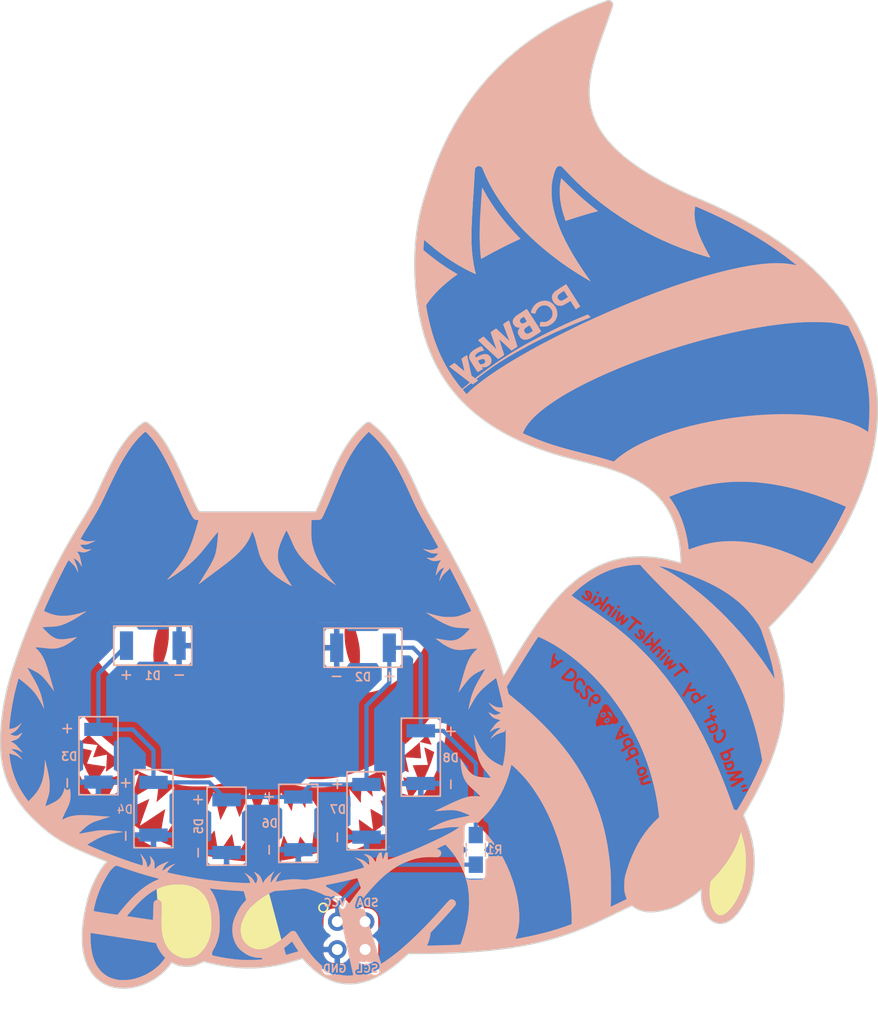
<source format=kicad_pcb>
(kicad_pcb (version 4) (host pcbnew 4.0.7)
  (layers (0 F.Cu signal hide) (31 B.Cu signal) (34 B.Paste user) (35 F.Paste user) (36 B.SilkS user) (37 F.SilkS user) (38 B.Mask user) (39 F.Mask user) (44 Edge.Cuts user))
  (net 0 "")
  (net 1 "Net-(D1-Pad1)")
  (net 2 "Net-(D1-Pad2)")
  (net 3 "Net-(R1-Pad1)")
  (module customparts:LED_OSRAM_TOPLED_LxT776 (layer B.Cu) (at 128.905 109.2835)
    (fp_text reference D1 (at 0 2.7305) (layer B.SilkS) (effects (font (size 0.75 0.75)) (justify mirror)))
    (fp_text value LED)
    (fp_text user - (at 2.413 2.6035) (layer B.SilkS) (effects (justify mirror)))
    (fp_text user + (at -2.413 2.6035) (layer B.SilkS) (effects (justify mirror)))
    (pad 1 smd rect (at 2.4 0) (size 1.2 2.6) (layers B.Cu B.Paste B.Mask) (net 1 "Net-(D1-Pad1)"))
    (pad 2 smd rect (at -2.4 0) (size 1.2 2.6) (layers B.Cu B.Paste B.Mask) (net 2 "Net-(D1-Pad2)"))
  )
  (module customparts:LED_OSRAM_TOPLED_LxT776 (layer B.Cu) (at 148.082 109.474 180)
    (fp_text reference D2 (at 0 -2.667 180) (layer B.SilkS) (effects (font (size 0.75 0.75)) (justify mirror)))
    (fp_text value LED)
    (fp_text user - (at 2.413 -2.54 180) (layer B.SilkS) (effects (justify mirror)))
    (fp_text user + (at -2.413 -2.54 180) (layer B.SilkS) (effects (justify mirror)))
    (pad 1 smd rect (at 2.4 0 180) (size 1.2 2.6) (layers B.Cu B.Paste B.Mask) (net 1 "Net-(D1-Pad1)"))
    (pad 2 smd rect (at -2.4 0 180) (size 1.2 2.6) (layers B.Cu B.Paste B.Mask) (net 2 "Net-(D1-Pad2)"))
  )
  (module customparts:LED_OSRAM_TOPLED_LxT776 (layer B.Cu) (at 123.952 119.3165 270)
    (fp_text reference D3 (at 0.0635 2.667 360) (layer B.SilkS) (effects (font (size 0.75 0.75)) (justify mirror)))
    (fp_text value LED)
    (fp_text user - (at 2.4765 2.921 270) (layer B.SilkS) (effects (justify mirror)))
    (fp_text user + (at -2.4765 2.921 270) (layer B.SilkS) (effects (justify mirror)))
    (pad 1 smd rect (at 2.4 0 270) (size 1.2 2.6) (layers B.Cu B.Paste B.Mask) (net 1 "Net-(D1-Pad1)"))
    (pad 2 smd rect (at -2.4 0 270) (size 1.2 2.6) (layers B.Cu B.Paste B.Mask) (net 2 "Net-(D1-Pad2)"))
  )
  (module customparts:LED_OSRAM_TOPLED_LxT776 (layer B.Cu) (at 128.9685 124.1425 270)
    (fp_text reference D4 (at 0.0635 2.6035 360) (layer B.SilkS) (effects (font (size 0.75 0.75) (thickness 0.125)) (justify mirror)))
    (fp_text value LED)
    (fp_text user - (at 2.4765 2.6035 270) (layer B.SilkS) (effects (justify mirror)))
    (fp_text user + (at -2.3495 2.6035 270) (layer B.SilkS) (effects (justify mirror)))
    (pad 1 smd rect (at 2.4 0 270) (size 1.2 2.6) (layers B.Cu B.Paste B.Mask) (net 1 "Net-(D1-Pad1)"))
    (pad 2 smd rect (at -2.4 0 270) (size 1.2 2.6) (layers B.Cu B.Paste B.Mask) (net 2 "Net-(D1-Pad2)"))
  )
  (module customparts:LED_OSRAM_TOPLED_LxT776 (layer B.Cu) (at 135.636 125.73 270)
    (fp_text reference D5 (at 0 2.54 270) (layer B.SilkS) (effects (font (size 0.75 0.75)) (justify mirror)))
    (fp_text value LED)
    (fp_text user - (at 2.413 2.667 270) (layer B.SilkS) (effects (justify mirror)))
    (fp_text user + (at -2.413 2.667 270) (layer B.SilkS) (effects (justify mirror)))
    (pad 1 smd rect (at 2.4 0 270) (size 1.2 2.6) (layers B.Cu B.Paste B.Mask) (net 1 "Net-(D1-Pad1)"))
    (pad 2 smd rect (at -2.4 0 270) (size 1.2 2.6) (layers B.Cu B.Paste B.Mask) (net 2 "Net-(D1-Pad2)"))
  )
  (module customparts:LED_OSRAM_TOPLED_LxT776 (layer B.Cu) (at 142.1765 125.476 270)
    (fp_text reference D6 (at 0 2.6035 360) (layer B.SilkS) (effects (font (size 0.75 0.75)) (justify mirror)))
    (fp_text value LED)
    (fp_text user - (at 2.413 2.7305 270) (layer B.SilkS) (effects (justify mirror)))
    (fp_text user + (at -2.413 2.7305 270) (layer B.SilkS) (effects (justify mirror)))
    (pad 1 smd rect (at 2.4 0 270) (size 1.2 2.6) (layers B.Cu B.Paste B.Mask) (net 1 "Net-(D1-Pad1)"))
    (pad 2 smd rect (at -2.4 0 270) (size 1.2 2.6) (layers B.Cu B.Paste B.Mask) (net 2 "Net-(D1-Pad2)"))
  )
  (module customparts:LED_OSRAM_TOPLED_LxT776 (layer B.Cu) (at 148.3995 124.333 270)
    (fp_text reference D7 (at -0.127 2.6035 360) (layer B.SilkS) (effects (font (size 0.75 0.75)) (justify mirror)))
    (fp_text value LED)
    (fp_text user - (at 2.413 2.7305 270) (layer B.SilkS) (effects (justify mirror)))
    (fp_text user + (at -2.413 2.7305 270) (layer B.SilkS) (effects (justify mirror)))
    (pad 1 smd rect (at 2.4 0 270) (size 1.2 2.6) (layers B.Cu B.Paste B.Mask) (net 1 "Net-(D1-Pad1)"))
    (pad 2 smd rect (at -2.4 0 270) (size 1.2 2.6) (layers B.Cu B.Paste B.Mask) (net 2 "Net-(D1-Pad2)"))
  )
  (module customparts:LED_OSRAM_TOPLED_LxT776 (layer B.Cu) (at 153.3525 119.4435 270)
    (fp_text reference D8 (at 0.0635 -2.7305 360) (layer B.SilkS) (effects (font (size 0.75 0.75)) (justify mirror)))
    (fp_text value LED)
    (fp_text user - (at 2.4765 -2.667 270) (layer B.SilkS) (effects (justify mirror)))
    (fp_text user + (at -2.3495 -2.667 270) (layer B.SilkS) (effects (justify mirror)))
    (pad 1 smd rect (at 2.4 0 270) (size 1.2 2.6) (layers B.Cu B.Paste B.Mask) (net 1 "Net-(D1-Pad1)"))
    (pad 2 smd rect (at -2.4 0 270) (size 1.2 2.6) (layers B.Cu B.Paste B.Mask) (net 2 "Net-(D1-Pad2)"))
  )
  (module Resistors_SMD:R_0805_HandSoldering (layer B.Cu) (at 158.369 127.889 90)
    (fp_text reference R1 (at 0 1.7 180) (layer B.SilkS) (effects (font (size 0.75 0.75)) (justify mirror)))
    (fp_text value 15)
    (pad 1 smd rect (at -1.35 0 90) (size 1.5 1.3) (layers B.Cu B.Paste B.Mask) (net 3 "Net-(R1-Pad1)"))
    (pad 2 smd rect (at 1.35 0 90) (size 1.5 1.3) (layers B.Cu B.Paste B.Mask) (net 2 "Net-(D1-Pad2)"))
  )
  (module badgelife:Badgelife-Shitty-2x2 (layer F.Cu) (at 147.0025 135.6995)
    (fp_text reference X1)
    (fp_text value Badgelife_shitty_connector)
    (fp_text user SDA (at 1.5 -3) (layer B.SilkS) (effects (font (size 0.7 0.7)) (justify mirror)))
    (fp_text user SCL (at 1.5 3) (layer B.SilkS) (effects (font (size 0.7 0.7)) (justify mirror)))
    (fp_text user GND (at -1.5 3) (layer B.SilkS) (effects (font (size 0.7 0.7)) (justify mirror)))
    (fp_text user VCC (at -1.5 -3) (layer B.SilkS) (effects (font (size 0.7 0.7)) (justify mirror)))
    (pad 4 thru_hole circle (at 1.27 -1.27) (size 1.7 1.7) (drill 1) (layers *.Cu *.Mask))
    (pad 3 thru_hole oval (at 1.27 1.27) (size 1.7 1.7) (drill 1) (layers *.Cu *.Mask))
    (pad 1 thru_hole oval (at -1.27 -1.27) (size 1.7 1.7) (drill 1) (layers *.Cu *.Mask) (net 3 "Net-(R1-Pad1)"))
    (pad 2 thru_hole oval (at -1.27 1.27) (size 1.7 1.7) (drill 1) (layers *.Cu *.Mask) (net 1 "Net-(D1-Pad1)"))
  )
  (module Cheshire_Cat_PCB:F.Silk_g5736 (layer F.Cu) (at 160.02 95.504)
    (fp_text reference F.Silk hide)
    (fp_text value LOGO hide)
  )
  (module Cheshire_Cat_PCB:F.Cu_g5732 (layer F.Cu) (at 160.02 95.504)
    (fp_text reference F.Cu hide)
    (fp_text value LOGO hide)
    (fp_poly (pts (xy 45.0215 55.012166) (xy -54.991 55.012166) (xy -54.991 24.98826) (xy -52.997508 24.98826) (xy -52.997504 26.221495) (xy -52.997492 27.434574) (xy -52.997472 28.626929) (xy -52.997443 29.797995) (xy -52.997407 30.947203) (xy -52.997363 32.073988) (xy -52.997312 33.177782) (xy -52.997252 34.258019) (xy -52.997185 35.314131) (xy -52.997111 36.345553) (xy -52.997028 37.351717) (xy -52.996938 38.332057) (xy -52.996841 39.286005) (xy -52.996736 40.212995) (xy -52.996624 41.112461) (xy -52.996505 41.983834) (xy -52.996378 42.826549) (xy -52.996244 43.640039) (xy -52.996102 44.423737) (xy -52.995954 45.177076) (xy -52.995799 45.899489) (xy -52.995636 46.590409) (xy -52.995466 47.24927) (xy -52.99529 47.875506) (xy -52.995107 48.468548) (xy -52.994916 49.02783) (xy -52.994719 49.552786) (xy -52.994516 50.042849) (xy -52.994305 50.497452) (xy -52.994088 50.916027) (xy -52.993864 51.298009) (xy -52.993634 51.642831) (xy -52.993397 51.949925) (xy -52.993154 52.218725) (xy -52.992904 52.448664) (xy -52.992648 52.639176) (xy -52.992386 52.789693) (xy -52.992118 52.899648) (xy -52.991843 52.968476) (xy -52.991562 52.995608) (xy -52.991526 52.996041) (xy -52.984 52.997024) (xy -52.961882 52.997983) (xy -52.924729 52.99892) (xy -52.872102 52.999834) (xy -52.803558 53.000725) (xy -52.718655 53.001595) (xy -52.616953 53.002442) (xy -52.498009 53.003268) (xy -52.361384 53.004073) (xy -52.206634 53.004856) (xy -52.033319 53.005619) (xy -51.840997 53.006361) (xy -51.629226 53.007082) (xy -51.397566 53.007783) (xy -51.145575 53.008465) (xy -50.872811 53.009126) (xy -50.578833 53.009768) (xy -50.2632 53.010391) (xy -49.925469 53.010995) (xy -49.565201 53.011581) (xy -49.181952 53.012148) (xy -48.775282 53.012696) (xy -48.34475 53.013227) (xy -47.889913 53.01374) (xy -47.410331 53.014235) (xy -46.905562 53.014713) (xy -46.375164 53.015174) (xy -45.818696 53.015619) (xy -45.235717 53.016047) (xy -44.625785 53.016458) (xy -43.988459 53.016854) (xy -43.323298 53.017233) (xy -42.629859 53.017597) (xy -41.907701 53.017946) (xy -41.156384 53.01828) (xy -40.375465 53.018599) (xy -39.564503 53.018903) (xy -38.723057 53.019193) (xy -37.850686 53.019469) (xy -36.946947 53.019731) (xy -36.011399 53.01998) (xy -35.043601 53.020215) (xy -34.043112 53.020437) (xy -33.00949 53.020646) (xy -31.942293 53.020843) (xy -30.84108 53.021027) (xy -29.705411 53.021199) (xy -28.534842 53.021359) (xy -27.328933 53.021507) (xy -26.087243 53.021644) (xy -24.809329 53.02177) (xy -23.494752 53.021885) (xy -22.143068 53.021989) (xy -20.753836 53.022083) (xy -19.326616 53.022166) (xy -17.860966 53.02224) (xy -16.356444 53.022304) (xy -14.812609 53.022358) (xy -13.229019 53.022403) (xy -11.605233 53.02244) (xy -9.94081 53.022467) (xy -8.235308 53.022486) (xy -6.488285 53.022497) (xy -4.985415 53.0225) (xy 43.010666 53.0225) (xy 43.010666 -53.001343) (xy -4.990042 -52.996047) (xy -52.99075 -52.99075) (xy -52.996153 -0.010584) (xy -52.996302 1.488546) (xy -52.996442 2.977721) (xy -52.996573 4.456376) (xy -52.996696 5.923942) (xy -52.996809 7.379855) (xy -52.996914 8.823546) (xy -52.99701 10.254449) (xy -52.997097 11.671996) (xy -52.997176 13.075623) (xy -52.997247 14.464761) (xy -52.997308 15.838843) (xy -52.997362 17.197303) (xy -52.997407 18.539575) (xy -52.997444 19.86509) (xy -52.997472 21.173284) (xy -52.997492 22.463588) (xy -52.997504 23.735435) (xy -52.997508 24.98826) (xy -54.991 24.98826) (xy -54.991 -54.991) (xy 45.0215 -54.991) (xy 45.0215 55.012166)) (layer F.Cu) (width 0.01))
    (fp_poly (pts (xy -36.708292 39.969828) (xy -36.678177 39.974503) (xy -36.608688 39.985234) (xy -36.502292 40.00164) (xy -36.361456 40.023341) (xy -36.188646 40.049958) (xy -35.986331 40.081111) (xy -35.756977 40.116421) (xy -35.503051 40.155506) (xy -35.227021 40.197988) (xy -34.931353 40.243487) (xy -34.618514 40.291623) (xy -34.290973 40.342016) (xy -33.951195 40.394287) (xy -33.730179 40.428285) (xy -33.385463 40.481339) (xy -33.052397 40.532661) (xy -32.733365 40.581878) (xy -32.430747 40.628622) (xy -32.146926 40.672522) (xy -31.884284 40.71321) (xy -31.645203 40.750313) (xy -31.432065 40.783464) (xy -31.247252 40.812291) (xy -31.093145 40.836425) (xy -30.972127 40.855497) (xy -30.88658 40.869135) (xy -30.838886 40.876971) (xy -30.829291 40.878793) (xy -30.821226 40.899161) (xy -30.80115 40.950505) (xy -30.772375 41.024337) (xy -30.748212 41.086449) (xy -30.612472 41.384482) (xy -30.442154 41.674109) (xy -30.244849 41.943196) (xy -30.128617 42.07692) (xy -29.989068 42.227645) (xy -30.112826 42.400032) (xy -30.344034 42.688064) (xy -30.611061 42.960269) (xy -30.909496 43.213996) (xy -31.234927 43.446593) (xy -31.582944 43.655408) (xy -31.949134 43.83779) (xy -32.329086 43.991086) (xy -32.718389 44.112646) (xy -33.104667 44.198417) (xy -33.239008 44.217472) (xy -33.399174 44.232776) (xy -33.573882 44.243913) (xy -33.751848 44.250467) (xy -33.921791 44.252024) (xy -34.072426 44.248166) (xy -34.192448 44.238482) (xy -34.540694 44.175188) (xy -34.866251 44.076358) (xy -35.168474 43.9426) (xy -35.446721 43.774519) (xy -35.700346 43.572721) (xy -35.928706 43.337811) (xy -36.131156 43.070397) (xy -36.307053 42.771083) (xy -36.455752 42.440476) (xy -36.576609 42.079181) (xy -36.606648 41.967614) (xy -36.674163 41.672209) (xy -36.724885 41.376952) (xy -36.759948 41.071835) (xy -36.780483 40.746849) (xy -36.787622 40.391987) (xy -36.787649 40.367419) (xy -36.787667 39.957256) (xy -36.708292 39.969828)) (layer F.Cu) (width 0.01))
    (fp_poly (pts (xy -17.153419 35.917941) (xy -17.060576 35.933293) (xy -16.955423 35.95746) (xy -16.828896 35.99113) (xy -16.69164 36.029452) (xy -16.258689 36.169535) (xy -15.822231 36.346521) (xy -15.390044 36.556509) (xy -14.969907 36.795603) (xy -14.5696 37.059903) (xy -14.426028 37.164837) (xy -14.257639 37.291425) (xy -14.213025 37.491544) (xy -14.168411 37.691662) (xy -14.447783 37.70429) (xy -14.68048 37.726594) (xy -14.88008 37.772217) (xy -15.050076 37.843183) (xy -15.193958 37.941512) (xy -15.315216 38.069228) (xy -15.417341 38.228353) (xy -15.444368 38.281682) (xy -15.464919 38.326184) (xy -15.482888 38.370691) (xy -15.498431 38.418206) (xy -15.511709 38.471731) (xy -15.522879 38.534271) (xy -15.532099 38.608826) (xy -15.539528 38.698401) (xy -15.545323 38.805997) (xy -15.549644 38.934617) (xy -15.552648 39.087264) (xy -15.554494 39.266941) (xy -15.555339 39.47665) (xy -15.555343 39.719394) (xy -15.554664 39.998176) (xy -15.553459 40.315998) (xy -15.553321 40.348741) (xy -15.546847 41.87825) (xy -15.49761 42.015833) (xy -15.408567 42.210819) (xy -15.291615 42.374255) (xy -15.145177 42.50774) (xy -14.967677 42.612872) (xy -14.866432 42.655437) (xy -14.833422 42.667091) (xy -14.800003 42.676665) (xy -14.761677 42.684412) (xy -14.713945 42.690587) (xy -14.652307 42.695442) (xy -14.572263 42.699229) (xy -14.469316 42.702204) (xy -14.338964 42.704618) (xy -14.17671 42.706725) (xy -13.978055 42.708778) (xy -13.9065 42.70946) (xy -13.070417 42.717354) (xy -12.835283 43.804416) (xy -12.910517 43.817661) (xy -13.008588 43.829641) (xy -13.136503 43.83756) (xy -13.28194 43.841136) (xy -13.432579 43.840085) (xy -13.576099 43.834122) (xy -13.589 43.833284) (xy -13.713829 43.821355) (xy -13.853106 43.802579) (xy -13.982651 43.78036) (xy -14.020973 43.772454) (xy -14.343198 43.686161) (xy -14.658586 43.569249) (xy -14.968218 43.420721) (xy -15.273175 43.239582) (xy -15.574537 43.024837) (xy -15.873385 42.775489) (xy -16.170801 42.490544) (xy -16.467863 42.169006) (xy -16.765653 41.809879) (xy -17.065252 41.412167) (xy -17.36774 40.974877) (xy -17.674198 40.49701) (xy -17.800265 40.29075) (xy -17.885443 40.150518) (xy -17.95307 40.042102) (xy -18.006763 39.960656) (xy -18.050139 39.901333) (xy -18.086817 39.859289) (xy -18.120414 39.829679) (xy -18.154548 39.807656) (xy -18.165241 39.801905) (xy -18.236495 39.780379) (xy -18.327598 39.772975) (xy -18.418297 39.780264) (xy -18.467987 39.793359) (xy -18.501059 39.814035) (xy -18.559038 39.85859) (xy -18.635872 39.922035) (xy -18.725506 39.999376) (xy -18.816487 40.08071) (xy -19.15914 40.380697) (xy -19.485731 40.64278) (xy -19.797472 40.867704) (xy -20.095575 41.056213) (xy -20.381253 41.209052) (xy -20.655719 41.326966) (xy -20.920184 41.410698) (xy -21.020407 41.434151) (xy -21.176394 41.456691) (xy -21.352382 41.465366) (xy -21.531889 41.460417) (xy -21.698431 41.442085) (xy -21.79299 41.422836) (xy -21.989822 41.356307) (xy -22.192779 41.258174) (xy -22.390497 41.135388) (xy -22.571616 40.994899) (xy -22.706458 40.864101) (xy -22.836572 40.693133) (xy -22.944823 40.491974) (xy -23.028583 40.268147) (xy -23.08522 40.029174) (xy -23.112105 39.782577) (xy -23.114 39.698561) (xy -23.10283 39.468874) (xy -23.067918 39.243492) (xy -23.007162 39.014553) (xy -22.918458 38.774197) (xy -22.799704 38.514562) (xy -22.794495 38.504059) (xy -22.689195 38.300495) (xy -22.586826 38.122147) (xy -22.481548 37.961641) (xy -22.367519 37.811603) (xy -22.238899 37.664659) (xy -22.089845 37.513435) (xy -21.914519 37.350556) (xy -21.801667 37.250617) (xy -21.478362 36.985886) (xy -21.139067 36.741604) (xy -20.791871 36.522957) (xy -20.444864 36.335134) (xy -20.192646 36.218907) (xy -20.119515 36.188342) (xy -20.059344 36.165653) (xy -20.003228 36.149178) (xy -19.942262 36.137257) (xy -19.867542 36.128228) (xy -19.770165 36.120432) (xy -19.641227 36.112208) (xy -19.610562 36.110348) (xy -19.286963 36.088813) (xy -18.936708 36.062042) (xy -18.574965 36.031346) (xy -18.216901 35.998036) (xy -17.877683 35.963425) (xy -17.750199 35.949458) (xy -17.582956 35.931001) (xy -17.448719 35.917936) (xy -17.338427 35.910948) (xy -17.243015 35.910721) (xy -17.153419 35.917941)) (layer F.Cu) (width 0.01))
    (fp_poly (pts (xy -4.404067 31.934278) (xy -4.361409 31.97527) (xy -4.302197 32.036543) (xy -4.232117 32.11233) (xy -4.210492 32.136291) (xy -3.84001 32.575302) (xy -3.510554 33.021801) (xy -3.221171 33.477804) (xy -2.970907 33.945326) (xy -2.75881 34.426382) (xy -2.583928 34.922989) (xy -2.445307 35.43716) (xy -2.341995 35.970913) (xy -2.316795 36.142083) (xy -2.300921 36.288022) (xy -2.287962 36.466708) (xy -2.278108 36.668645) (xy -2.271549 36.884333) (xy -2.268473 37.104276) (xy -2.269071 37.318975) (xy -2.273533 37.518932) (xy -2.282048 37.69465) (xy -2.284971 37.735483) (xy -2.343143 38.278278) (xy -2.43441 38.838692) (xy -2.557493 39.409636) (xy -2.65679 39.793333) (xy -2.687444 39.900863) (xy -2.725069 40.027383) (xy -2.767662 40.166685) (xy -2.813219 40.312563) (xy -2.859738 40.458811) (xy -2.905217 40.599222) (xy -2.947653 40.727588) (xy -2.985042 40.837704) (xy -3.015383 40.923362) (xy -3.036672 40.978357) (xy -3.044169 40.993894) (xy -3.067411 41.004168) (xy -3.12514 41.013834) (xy -3.219291 41.023079) (xy -3.351796 41.032091) (xy -3.524591 41.041057) (xy -3.535683 41.04157) (xy -3.691909 41.048247) (xy -3.876196 41.055277) (xy -4.082097 41.062479) (xy -4.30316 41.069676) (xy -4.532936 41.076687) (xy -4.764977 41.083334) (xy -4.992831 41.089436) (xy -5.210049 41.094815) (xy -5.410183 41.099291) (xy -5.586781 41.102685) (xy -5.733395 41.104817) (xy -5.835314 41.10551) (xy -6.09321 41.105666) (xy -6.010572 40.907891) (xy -5.931598 40.692253) (xy -5.863321 40.453347) (xy -5.810794 40.209857) (xy -5.794314 40.108432) (xy -5.767917 39.926115) (xy -5.310605 39.441682) (xy -5.118117 39.236824) (xy -4.92611 39.030665) (xy -4.736894 38.825799) (xy -4.552775 38.624818) (xy -4.376061 38.430314) (xy -4.209059 38.24488) (xy -4.054076 38.071108) (xy -3.91342 37.91159) (xy -3.789399 37.768919) (xy -3.68432 37.645688) (xy -3.60049 37.544488) (xy -3.540217 37.467912) (xy -3.505809 37.418553) (xy -3.499994 37.407471) (xy -3.472458 37.295465) (xy -3.48083 37.18787) (xy -3.519501 37.089671) (xy -3.582861 37.005851) (xy -3.665301 36.941393) (xy -3.761212 36.901282) (xy -3.864985 36.8905) (xy -3.971009 36.914033) (xy -4.024762 36.941233) (xy -4.058458 36.969163) (xy -4.115515 37.024587) (xy -4.191618 37.102964) (xy -4.282452 37.199753) (xy -4.383704 37.310412) (xy -4.49106 37.430401) (xy -4.511595 37.453657) (xy -5.078314 38.087612) (xy -5.633395 38.690055) (xy -6.176167 39.260363) (xy -6.705957 39.797911) (xy -7.222095 40.302076) (xy -7.723907 40.772235) (xy -8.210721 41.207762) (xy -8.681866 41.608034) (xy -9.136669 41.972428) (xy -9.574459 42.300319) (xy -9.994564 42.591083) (xy -10.164054 42.701019) (xy -10.284525 42.77755) (xy -10.337819 42.603066) (xy -10.367009 42.50789) (xy -10.403444 42.38966) (xy -10.441766 42.265736) (xy -10.466763 42.185166) (xy -10.542413 41.94175) (xy -10.541009 40.319031) (xy -10.541026 39.95779) (xy -10.541733 39.636785) (xy -10.543128 39.356296) (xy -10.545206 39.116604) (xy -10.547964 38.917992) (xy -10.551399 38.760739) (xy -10.555508 38.645128) (xy -10.560287 38.571438) (xy -10.562624 38.552222) (xy -10.614043 38.358433) (xy -10.70147 38.181316) (xy -10.820755 38.0257) (xy -10.96775 37.896414) (xy -11.138305 37.798289) (xy -11.244831 37.758041) (xy -11.336638 37.736296) (xy -11.455311 37.718152) (xy -11.585403 37.705873) (xy -11.611073 37.70434) (xy -11.845065 37.6918) (xy -11.94515 37.361441) (xy -11.978842 37.248632) (xy -12.007611 37.149257) (xy -12.029388 37.070706) (xy -12.042106 37.020367) (xy -12.044534 37.006219) (xy -12.03034 36.973936) (xy -11.990802 36.914014) (xy -11.929035 36.830154) (xy -11.84815 36.726059) (xy -11.751262 36.605433) (xy -11.641482 36.471978) (xy -11.521924 36.329396) (xy -11.395702 36.181391) (xy -11.265927 36.031665) (xy -11.135713 35.883921) (xy -11.008173 35.741862) (xy -10.88642 35.60919) (xy -10.773567 35.489608) (xy -10.742084 35.457017) (xy -10.35006 35.069385) (xy -9.965559 34.721315) (xy -9.586329 34.411181) (xy -9.210114 34.137355) (xy -8.834664 33.898211) (xy -8.457723 33.692122) (xy -8.077038 33.51746) (xy -8.027227 33.497006) (xy -7.836283 33.420284) (xy -7.676356 33.357879) (xy -7.539612 33.307299) (xy -7.418214 33.266054) (xy -7.304327 33.231654) (xy -7.190115 33.201606) (xy -7.067741 33.173422) (xy -6.92937 33.144609) (xy -6.900334 33.1388) (xy -6.71341 33.104364) (xy -6.536527 33.078294) (xy -6.360313 33.05993) (xy -6.175395 33.048613) (xy -5.972401 33.043684) (xy -5.741959 33.044485) (xy -5.597375 33.047192) (xy -5.433719 33.050828) (xy -5.306712 33.053085) (xy -5.210684 33.053645) (xy -5.139964 33.052188) (xy -5.08888 33.048399) (xy -5.051763 33.041958) (xy -5.022942 33.032547) (xy -4.996745 33.019848) (xy -4.983973 33.012792) (xy -4.895568 32.941466) (xy -4.837229 32.84928) (xy -4.808723 32.744727) (xy -4.809819 32.636298) (xy -4.840282 32.532487) (xy -4.899881 32.441785) (xy -4.988381 32.372684) (xy -5.001717 32.365866) (xy -5.072431 32.33858) (xy -5.140751 32.322944) (xy -5.160767 32.3215) (xy -5.207029 32.317085) (xy -5.22805 32.306363) (xy -5.228167 32.305413) (xy -5.210074 32.2926) (xy -5.160373 32.265431) (xy -5.085934 32.227207) (xy -4.993625 32.181226) (xy -4.890315 32.130788) (xy -4.782872 32.079194) (xy -4.678165 32.029742) (xy -4.583064 31.985733) (xy -4.504435 31.950465) (xy -4.44915 31.927239) (xy -4.424483 31.919333) (xy -4.404067 31.934278)) (layer F.Cu) (width 0.01))
    (fp_poly (pts (xy -25.865667 35.905052) (xy -25.773051 35.919131) (xy -25.643854 35.935453) (xy -25.483735 35.953507) (xy -25.298358 35.972785) (xy -25.093384 35.992776) (xy -24.874474 36.012973) (xy -24.647291 36.032866) (xy -24.417496 36.051945) (xy -24.19075 36.069702) (xy -23.972716 36.085627) (xy -23.769055 36.099211) (xy -23.59025 36.109688) (xy -23.446689 36.117514) (xy -23.304682 36.125505) (xy -23.17452 36.133063) (xy -23.066495 36.139592) (xy -22.993335 36.144324) (xy -22.936112 36.147048) (xy -22.892364 36.149515) (xy -22.858993 36.156613) (xy -22.832899 36.173229) (xy -22.810983 36.204249) (xy -22.790145 36.254561) (xy -22.767286 36.329052) (xy -22.739306 36.43261) (xy -22.703105 36.570121) (xy -22.68851 36.62497) (xy -22.598978 36.95969) (xy -22.781158 37.143553) (xy -22.945523 37.328401) (xy -23.108218 37.549883) (xy -23.27043 37.809781) (xy -23.433348 38.109882) (xy -23.460436 38.1635) (xy -23.591124 38.441147) (xy -23.693456 38.697573) (xy -23.769588 38.940898) (xy -23.821679 39.179246) (xy -23.851884 39.420737) (xy -23.862362 39.673493) (xy -23.862378 39.676916) (xy -23.847774 39.99454) (xy -23.79986 40.293695) (xy -23.716647 40.581181) (xy -23.596146 40.863793) (xy -23.436368 41.148328) (xy -23.42795 41.161719) (xy -23.334677 41.286755) (xy -23.209582 41.420834) (xy -23.060335 41.557753) (xy -22.894607 41.691309) (xy -22.720069 41.815298) (xy -22.544389 41.923517) (xy -22.384631 42.005518) (xy -22.162142 42.092664) (xy -21.925006 42.160072) (xy -21.685658 42.205193) (xy -21.456535 42.225478) (xy -21.31817 42.224093) (xy -21.170874 42.21577) (xy -21.148291 42.28935) (xy -21.134657 42.338553) (xy -21.129876 42.365921) (xy -21.130313 42.367452) (xy -21.153497 42.371448) (xy -21.212063 42.376901) (xy -21.299099 42.383408) (xy -21.407694 42.390565) (xy -21.530938 42.397968) (xy -21.66192 42.405214) (xy -21.793728 42.4119) (xy -21.919451 42.417622) (xy -22.032179 42.421976) (xy -22.098 42.423953) (xy -22.226271 42.425638) (xy -22.381701 42.425285) (xy -22.549173 42.423064) (xy -22.71357 42.419145) (xy -22.807084 42.415947) (xy -23.350139 42.382885) (xy -23.90399 42.325254) (xy -24.246417 42.278454) (xy -24.372204 42.258768) (xy -24.51553 42.234573) (xy -24.670809 42.206982) (xy -24.832457 42.177108) (xy -24.994888 42.146064) (xy -25.152519 42.114962) (xy -25.299762 42.084916) (xy -25.431035 42.057039) (xy -25.540752 42.032442) (xy -25.623327 42.01224) (xy -25.673176 41.997545) (xy -25.685105 41.991784) (xy -25.689771 41.968225) (xy -25.694487 41.913841) (xy -25.698271 41.840127) (xy -25.698431 41.835774) (xy -25.699852 41.763057) (xy -25.695082 41.70905) (xy -25.679951 41.659986) (xy -25.650287 41.602096) (xy -25.604557 41.525915) (xy -25.449501 41.244394) (xy -25.312082 40.937985) (xy -25.19883 40.622649) (xy -25.125221 40.35425) (xy -25.092893 40.209177) (xy -25.06704 40.078519) (xy -25.046966 39.95462) (xy -25.031973 39.829825) (xy -25.021366 39.696478) (xy -25.014448 39.546923) (xy -25.010523 39.373505) (xy -25.008894 39.168568) (xy -25.008728 39.073666) (xy -25.009419 38.845165) (xy -25.012175 38.650931) (xy -25.017668 38.482923) (xy -25.026566 38.333099) (xy -25.039539 38.193415) (xy -25.057256 38.055829) (xy -25.080387 37.912299) (xy -25.109601 37.754783) (xy -25.125016 37.676666) (xy -25.218646 37.293544) (xy -25.342058 36.927491) (xy -25.493116 36.583342) (xy -25.66968 36.265933) (xy -25.869614 35.980098) (xy -25.882264 35.964111) (xy -25.93975 35.891972) (xy -25.865667 35.905052)) (layer F.Cu) (width 0.01))
    (fp_poly (pts (xy -28.55531 35.527359) (xy -28.210131 35.556599) (xy -27.928038 35.602617) (xy -27.596276 35.689424) (xy -27.292253 35.807703) (xy -27.015836 35.957617) (xy -26.766893 36.139327) (xy -26.545292 36.352996) (xy -26.350899 36.598787) (xy -26.183582 36.876861) (xy -26.043209 37.187382) (xy -25.929647 37.530511) (xy -25.842764 37.906411) (xy -25.794199 38.216416) (xy -25.764261 38.514496) (xy -25.747948 38.825246) (xy -25.745094 39.138427) (xy -25.755534 39.443797) (xy -25.779103 39.731114) (xy -25.815635 39.990137) (xy -25.823502 40.032589) (xy -25.910471 40.381246) (xy -26.033511 40.718883) (xy -26.189838 41.040176) (xy -26.376669 41.339802) (xy -26.591218 41.612437) (xy -26.722346 41.75125) (xy -26.854456 41.876074) (xy -26.972398 41.972849) (xy -27.086291 42.048197) (xy -27.206254 42.108742) (xy -27.342406 42.161106) (xy -27.35511 42.165413) (xy -27.619554 42.239087) (xy -27.874759 42.28011) (xy -28.115878 42.288106) (xy -28.338064 42.262695) (xy -28.405074 42.247263) (xy -28.54086 42.208888) (xy -28.664033 42.166961) (xy -28.787786 42.11623) (xy -28.925315 42.051439) (xy -29.030084 41.998401) (xy -29.267494 41.852271) (xy -29.483982 41.670502) (xy -29.678507 41.454831) (xy -29.850026 41.206996) (xy -29.997497 40.928731) (xy -30.11988 40.621775) (xy -30.21613 40.287864) (xy -30.285208 39.928735) (xy -30.289491 39.899235) (xy -30.309027 39.738966) (xy -30.323966 39.563693) (xy -30.334407 39.369182) (xy -30.340447 39.151198) (xy -30.342183 38.905506) (xy -30.339714 38.627872) (xy -30.333136 38.314061) (xy -30.329279 38.174083) (xy -30.324121 37.983314) (xy -30.320044 37.80315) (xy -30.317103 37.638574) (xy -30.315353 37.494564) (xy -30.314847 37.376101) (xy -30.315641 37.288167) (xy -30.317788 37.235741) (xy -30.318921 37.226422) (xy -30.351639 37.142834) (xy -30.411878 37.059882) (xy -30.487276 36.992403) (xy -30.537198 36.96443) (xy -30.656211 36.936261) (xy -30.774399 36.948281) (xy -30.883637 36.998981) (xy -30.931682 37.037721) (xy -30.961172 37.066326) (xy -30.985394 37.093866) (xy -31.005011 37.12474) (xy -31.020683 37.163348) (xy -31.033074 37.214087) (xy -31.042844 37.281357) (xy -31.050656 37.369556) (xy -31.057173 37.483082) (xy -31.063054 37.626334) (xy -31.068964 37.803711) (xy -31.074586 37.987334) (xy -31.080059 38.164459) (xy -31.085316 38.327722) (xy -31.090191 38.472419) (xy -31.094515 38.593844) (xy -31.09812 38.687292) (xy -31.10084 38.748057) (xy -31.102506 38.771435) (xy -31.102555 38.771535) (xy -31.123605 38.769479) (xy -31.181954 38.761841) (xy -31.273031 38.74929) (xy -31.392268 38.732495) (xy -31.535093 38.712127) (xy -31.696936 38.688853) (xy -31.873228 38.663345) (xy -32.059398 38.63627) (xy -32.250876 38.6083) (xy -32.443093 38.580102) (xy -32.631477 38.552347) (xy -32.811458 38.525704) (xy -32.978468 38.500842) (xy -33.127935 38.478432) (xy -33.255289 38.459141) (xy -33.35596 38.443641) (xy -33.425378 38.432599) (xy -33.458974 38.426686) (xy -33.461388 38.426009) (xy -33.452746 38.407123) (xy -33.418969 38.361049) (xy -33.36355 38.291788) (xy -33.289976 38.203344) (xy -33.201739 38.099717) (xy -33.102327 37.98491) (xy -32.995232 37.862925) (xy -32.883942 37.737763) (xy -32.771948 37.613428) (xy -32.662739 37.493919) (xy -32.559806 37.383241) (xy -32.467605 37.286394) (xy -32.108152 36.934435) (xy -31.748003 36.621361) (xy -31.387983 36.347707) (xy -31.028916 36.114009) (xy -30.671627 35.920803) (xy -30.316943 35.768624) (xy -29.965689 35.658008) (xy -29.954075 35.655049) (xy -29.624046 35.587008) (xy -29.273452 35.542853) (xy -28.913478 35.522874) (xy -28.55531 35.527359)) (layer F.Cu) (width 0.01))
    (fp_poly (pts (xy -18.397484 40.762546) (xy -18.36908 40.804554) (xy -18.356999 40.825208) (xy -18.33155 40.867428) (xy -18.287125 40.937969) (xy -18.228178 41.029891) (xy -18.15916 41.136254) (xy -18.084524 41.25012) (xy -18.077935 41.260117) (xy -18.006756 41.368471) (xy -17.944274 41.464367) (xy -17.893984 41.542373) (xy -17.859384 41.597056) (xy -17.843973 41.622985) (xy -17.8435 41.624247) (xy -17.861476 41.635268) (xy -17.905438 41.650864) (xy -17.912292 41.652906) (xy -18.028633 41.686736) (xy -18.158421 41.72431) (xy -18.295626 41.763898) (xy -18.43422 41.803775) (xy -18.568173 41.842211) (xy -18.691455 41.87748) (xy -18.798039 41.907854) (xy -18.881894 41.931605) (xy -18.936992 41.947006) (xy -18.957269 41.952333) (xy -18.965334 41.945335) (xy -18.971078 41.923651) (xy -18.986847 41.868948) (xy -19.01044 41.788736) (xy -19.039662 41.690526) (xy -19.05 41.656) (xy -19.080763 41.551718) (xy -19.106532 41.461121) (xy -19.125069 41.392336) (xy -19.134131 41.353493) (xy -19.134667 41.348922) (xy -19.11889 41.32613) (xy -19.076443 41.284897) (xy -19.01465 41.232011) (xy -18.970625 41.196956) (xy -18.882102 41.126807) (xy -18.777683 41.041808) (xy -18.673303 40.955014) (xy -18.617644 40.907782) (xy -18.542609 40.844397) (xy -18.479277 40.792645) (xy -18.434465 40.757978) (xy -18.415167 40.745833) (xy -18.397484 40.762546)) (layer F.Cu) (width 0.01))
    (fp_poly (pts (xy 1.768267 24.778327) (xy 1.873887 24.871711) (xy 2.000678 24.990476) (xy 2.142117 25.127982) (xy 2.291681 25.277591) (xy 2.442849 25.432664) (xy 2.589098 25.586561) (xy 2.723906 25.732645) (xy 2.84075 25.864276) (xy 2.878133 25.908) (xy 3.314089 26.454678) (xy 3.729983 27.037739) (xy 4.12528 27.656004) (xy 4.499443 28.308293) (xy 4.851937 28.993427) (xy 5.182224 29.710227) (xy 5.489768 30.457514) (xy 5.774032 31.234108) (xy 6.034482 32.038831) (xy 6.270579 32.870503) (xy 6.481788 33.727945) (xy 6.527117 33.930166) (xy 6.650828 34.530373) (xy 6.76097 35.14279) (xy 6.856714 35.760375) (xy 6.937231 36.376082) (xy 7.001692 36.982868) (xy 7.049268 37.573687) (xy 7.07913 38.141496) (xy 7.090448 38.67925) (xy 7.090526 38.71686) (xy 7.09035 38.864371) (xy 7.089289 38.975044) (xy 7.086896 39.054372) (xy 7.082725 39.107848) (xy 7.076329 39.140965) (xy 7.067261 39.159217) (xy 7.055074 39.168096) (xy 7.053791 39.16863) (xy 7.022728 39.1803) (xy 6.958853 39.203742) (xy 6.869186 39.2364) (xy 6.760749 39.275717) (xy 6.645208 39.317459) (xy 6.055747 39.519302) (xy 5.431217 39.712723) (xy 4.778357 39.895948) (xy 4.103904 40.067205) (xy 3.414599 40.224721) (xy 2.717179 40.366723) (xy 2.50695 40.406112) (xy 2.341824 40.43632) (xy 2.213847 40.45923) (xy 2.118539 40.475254) (xy 2.051426 40.484807) (xy 2.008029 40.488301) (xy 1.983872 40.486151) (xy 1.974478 40.47877) (xy 1.975369 40.466571) (xy 1.979972 40.454791) (xy 2.102378 40.123648) (xy 2.197053 39.763534) (xy 2.26443 39.377081) (xy 2.304942 38.966924) (xy 2.319023 38.535696) (xy 2.307108 38.08603) (xy 2.269628 37.620559) (xy 2.207019 37.141917) (xy 2.119713 36.652737) (xy 2.008144 36.155651) (xy 1.872745 35.653295) (xy 1.713951 35.1483) (xy 1.532195 34.6433) (xy 1.32791 34.140928) (xy 1.101529 33.643818) (xy 0.853487 33.154603) (xy 0.745396 32.9565) (xy 0.403992 32.379422) (xy 0.042286 31.837781) (xy -0.341986 31.328716) (xy -0.751089 30.849364) (xy -1.187285 30.396865) (xy -1.541737 30.066105) (xy -1.54547 30.053057) (xy -1.534824 30.029619) (xy -1.506999 29.992623) (xy -1.459195 29.9389) (xy -1.38861 29.865282) (xy -1.292445 29.7686) (xy -1.184985 29.662465) (xy -0.92966 29.406402) (xy -0.702671 29.167092) (xy -0.497601 28.937116) (xy -0.308033 28.709055) (xy -0.12755 28.475491) (xy 0.030272 28.2575) (xy 0.3763 27.731694) (xy 0.683585 27.191764) (xy 0.953274 26.635182) (xy 1.186514 26.059419) (xy 1.384453 25.461945) (xy 1.512053 24.991508) (xy 1.599785 24.635933) (xy 1.768267 24.778327)) (layer F.Cu) (width 0.01))
    (fp_poly (pts (xy -34.390166 33.833466) (xy -34.339055 33.849834) (xy -34.291379 33.866112) (xy -34.210331 33.893953) (xy -34.102541 33.931071) (xy -33.974643 33.97518) (xy -33.833266 34.023996) (xy -33.707988 34.067297) (xy -33.156673 34.253625) (xy -32.603033 34.432361) (xy -32.056766 34.600526) (xy -31.527567 34.755143) (xy -31.025134 34.893235) (xy -30.977417 34.905841) (xy -30.851527 34.939115) (xy -30.738465 34.969267) (xy -30.645084 34.994449) (xy -30.578238 35.012809) (xy -30.544784 35.022499) (xy -30.5435 35.022933) (xy -30.546745 35.03512) (xy -30.584242 35.058403) (xy -30.650389 35.089608) (xy -30.691667 35.106871) (xy -31.067961 35.277759) (xy -31.443038 35.486127) (xy -31.817914 35.732745) (xy -32.193606 36.018381) (xy -32.57113 36.343807) (xy -32.951502 36.709792) (xy -33.314598 37.093737) (xy -33.427722 37.220203) (xy -33.554645 37.365004) (xy -33.689021 37.520655) (xy -33.824501 37.679676) (xy -33.954736 37.834583) (xy -34.07338 37.977894) (xy -34.174083 38.102127) (xy -34.22667 38.168791) (xy -34.278554 38.232745) (xy -34.316549 38.269145) (xy -34.350893 38.285224) (xy -34.391822 38.288214) (xy -34.395555 38.288109) (xy -34.431037 38.284549) (xy -34.503947 38.275269) (xy -34.609858 38.260897) (xy -34.744344 38.24206) (xy -34.902978 38.219385) (xy -35.081332 38.193499) (xy -35.274982 38.165029) (xy -35.479498 38.134602) (xy -35.484415 38.133866) (xy -35.743381 38.0946) (xy -35.966339 38.059732) (xy -36.152312 38.029432) (xy -36.300325 38.003869) (xy -36.409402 37.983211) (xy -36.478568 37.967629) (xy -36.506847 37.957292) (xy -36.507455 37.956387) (xy -36.506638 37.921671) (xy -36.494673 37.847637) (xy -36.471867 37.73572) (xy -36.438527 37.587357) (xy -36.394959 37.403984) (xy -36.35273 37.232166) (xy -36.238402 36.825661) (xy -36.095321 36.405665) (xy -35.928106 35.984735) (xy -35.749321 35.59175) (xy -35.671597 35.436616) (xy -35.583149 35.268441) (xy -35.488024 35.094246) (xy -35.390268 34.921054) (xy -35.293928 34.755889) (xy -35.203049 34.605771) (xy -35.121677 34.477725) (xy -35.05386 34.378772) (xy -35.038576 34.358188) (xy -34.938558 34.234723) (xy -34.83177 34.117006) (xy -34.725541 34.012218) (xy -34.627201 33.927541) (xy -34.54408 33.870156) (xy -34.535916 33.865678) (xy -34.477477 33.836641) (xy -34.435665 33.826448) (xy -34.390166 33.833466)) (layer F.Cu) (width 0.01))
    (fp_poly (pts (xy 4.225314 13.045588) (xy 4.369946 13.110809) (xy 4.541481 13.193268) (xy 4.730681 13.28816) (xy 4.928306 13.390681) (xy 5.125118 13.496026) (xy 5.311879 13.59939) (xy 5.479349 13.69597) (xy 5.503333 13.71023) (xy 6.147294 14.11747) (xy 6.783535 14.564509) (xy 7.409961 15.049189) (xy 8.024475 15.569351) (xy 8.624981 16.122836) (xy 9.209382 16.707486) (xy 9.775583 17.321142) (xy 10.321486 17.961646) (xy 10.844996 18.626838) (xy 11.344016 19.31456) (xy 11.816449 20.022653) (xy 12.137984 20.54225) (xy 12.61155 21.373315) (xy 13.04562 22.219222) (xy 13.440006 23.079416) (xy 13.794518 23.953344) (xy 14.108967 24.84045) (xy 14.383165 25.74018) (xy 14.616924 26.651979) (xy 14.810053 27.575294) (xy 14.962365 28.509569) (xy 15.029221 29.032669) (xy 15.072287 29.405966) (xy 14.781982 29.683691) (xy 14.370926 30.105607) (xy 13.985172 30.560715) (xy 13.624622 31.049186) (xy 13.289176 31.57119) (xy 12.978738 32.126898) (xy 12.693209 32.716479) (xy 12.43249 33.340105) (xy 12.196484 33.997945) (xy 12.073898 34.38525) (xy 12.01325 34.594615) (xy 11.966907 34.777874) (xy 11.933092 34.947032) (xy 11.910031 35.114094) (xy 11.895947 35.291064) (xy 11.889064 35.489947) (xy 11.887589 35.644666) (xy 11.887577 35.799605) (xy 11.888838 35.920719) (xy 11.892044 36.01651) (xy 11.897872 36.095482) (xy 11.906995 36.166138) (xy 11.920088 36.236982) (xy 11.937824 36.316518) (xy 11.942427 36.336069) (xy 11.971955 36.450018) (xy 12.006429 36.566583) (xy 12.040725 36.66908) (xy 12.060256 36.719691) (xy 12.122146 36.866993) (xy 11.487227 37.171288) (xy 11.330114 37.246502) (xy 11.180806 37.31782) (xy 11.044743 37.382656) (xy 10.927365 37.438422) (xy 10.834111 37.482534) (xy 10.770421 37.512405) (xy 10.74916 37.522191) (xy 10.646012 37.568799) (xy 10.662297 37.395191) (xy 10.666833 37.322473) (xy 10.670629 37.212302) (xy 10.673702 37.069552) (xy 10.67607 36.899096) (xy 10.67775 36.70581) (xy 10.678762 36.494566) (xy 10.679122 36.270238) (xy 10.678849 36.0377) (xy 10.677961 35.801827) (xy 10.676474 35.56749) (xy 10.674408 35.339566) (xy 10.671779 35.122926) (xy 10.668607 34.922446) (xy 10.664908 34.742999) (xy 10.6607 34.589458) (xy 10.656002 34.466698) (xy 10.65127 34.38525) (xy 10.573316 33.520654) (xy 10.472222 32.688643) (xy 10.347075 31.885771) (xy 10.19696 31.108593) (xy 10.020964 30.353663) (xy 9.818172 29.617536) (xy 9.587671 28.896768) (xy 9.328547 28.187912) (xy 9.039885 27.487523) (xy 8.720772 26.792157) (xy 8.540053 26.426583) (xy 8.189769 25.766659) (xy 7.81314 25.118883) (xy 7.408842 24.481711) (xy 6.97555 23.8536) (xy 6.511939 23.233005) (xy 6.016685 22.618383) (xy 5.488462 22.00819) (xy 4.925947 21.400883) (xy 4.327814 20.794917) (xy 3.69274 20.188749) (xy 3.019398 19.580835) (xy 2.306465 18.969631) (xy 1.74625 18.509161) (xy 1.344083 18.184226) (xy 1.263547 17.847488) (xy 1.183012 17.51075) (xy 1.726127 16.634666) (xy 1.9992 16.194645) (xy 2.257916 15.778698) (xy 2.50167 15.387781) (xy 2.729857 15.02285) (xy 2.941871 14.68486) (xy 3.137108 14.374767) (xy 3.314961 14.093525) (xy 3.474826 13.842092) (xy 3.616097 13.621421) (xy 3.73817 13.432469) (xy 3.840438 13.276192) (xy 3.922298 13.153544) (xy 3.983142 13.065481) (xy 4.011083 13.027309) (xy 4.053416 12.971784) (xy 4.225314 13.045588)) (layer F.Cu) (width 0.01))
    (fp_poly (pts (xy -12.455289 34.952284) (xy -12.447564 34.9726) (xy -12.427629 35.027139) (xy -12.397525 35.110261) (xy -12.359291 35.216325) (xy -12.314966 35.339692) (xy -12.288113 35.414598) (xy -12.124107 35.872447) (xy -12.323465 36.123682) (xy -12.487903 36.333943) (xy -12.663632 36.563983) (xy -12.838825 36.79812) (xy -13.001652 37.02067) (xy -13.035791 37.068125) (xy -13.091195 37.143585) (xy -13.138217 37.204225) (xy -13.171182 37.242934) (xy -13.183596 37.253333) (xy -13.204106 37.239199) (xy -13.24655 37.201311) (xy -13.303525 37.146437) (xy -13.335612 37.114277) (xy -13.589004 36.8762) (xy -13.880563 36.63693) (xy -14.206313 36.399314) (xy -14.562282 36.1662) (xy -14.944494 35.940436) (xy -15.070667 35.870768) (xy -15.164951 35.816544) (xy -15.229311 35.770957) (xy -15.272988 35.726582) (xy -15.29904 35.687339) (xy -15.326935 35.63104) (xy -15.330326 35.601476) (xy -15.320206 35.593466) (xy -15.292546 35.587284) (xy -15.22936 35.574269) (xy -15.136687 35.555627) (xy -15.020563 35.532569) (xy -14.887025 35.506301) (xy -14.784917 35.486357) (xy -14.594876 35.448271) (xy -14.379231 35.403213) (xy -14.145838 35.352965) (xy -13.902554 35.299308) (xy -13.657234 35.244022) (xy -13.417736 35.188887) (xy -13.191915 35.135685) (xy -12.987628 35.086196) (xy -12.812732 35.042201) (xy -12.732688 35.021199) (xy -12.631847 34.994588) (xy -12.547212 34.972962) (xy -12.486362 34.958203) (xy -12.456874 34.952195) (xy -12.455289 34.952284)) (layer F.Cu) (width 0.01))
    (fp_poly (pts (xy -11.216523 -5.518622) (xy -10.938475 -5.257051) (xy -10.653515 -4.963526) (xy -10.368718 -4.646048) (xy -10.09116 -4.312621) (xy -9.827918 -3.971243) (xy -9.733578 -3.84175) (xy -9.485851 -3.483258) (xy -9.239611 -3.100901) (xy -8.993556 -2.692279) (xy -8.746386 -2.254994) (xy -8.496798 -1.786646) (xy -8.24349 -1.284837) (xy -7.985161 -0.747168) (xy -7.72051 -0.171239) (xy -7.620333 0.052916) (xy -7.503358 0.315027) (xy -7.395121 0.553845) (xy -7.292824 0.774821) (xy -7.193669 0.983408) (xy -7.094858 1.185056) (xy -6.99359 1.385215) (xy -6.887069 1.589338) (xy -6.772496 1.802876) (xy -6.647071 2.03128) (xy -6.507997 2.28) (xy -6.352475 2.554488) (xy -6.19139 2.836333) (xy -6.064846 3.0575) (xy -5.938748 3.278704) (xy -5.814843 3.496824) (xy -5.694876 3.708742) (xy -5.580593 3.911339) (xy -5.47374 4.101495) (xy -5.376063 4.27609) (xy -5.289308 4.432007) (xy -5.215221 4.566126) (xy -5.155547 4.675327) (xy -5.112033 4.756492) (xy -5.086424 4.806501) (xy -5.08 4.82193) (xy -5.098237 4.839662) (xy -5.146899 4.868456) (xy -5.216917 4.904135) (xy -5.299221 4.942523) (xy -5.384743 4.979443) (xy -5.464412 5.010719) (xy -5.529159 5.032173) (xy -5.545667 5.036377) (xy -5.656871 5.052059) (xy -5.795733 5.057556) (xy -5.948915 5.053237) (xy -6.103081 5.039474) (xy -6.243174 5.016993) (xy -6.329476 5.000031) (xy -6.398677 4.988025) (xy -6.441434 4.982509) (xy -6.450506 4.982949) (xy -6.439796 4.998419) (xy -6.397019 5.027445) (xy -6.328912 5.066668) (xy -6.242213 5.112724) (xy -6.14366 5.162251) (xy -6.03999 5.211889) (xy -5.937941 5.258274) (xy -5.844251 5.298045) (xy -5.765657 5.327839) (xy -5.74675 5.334102) (xy -5.666442 5.356451) (xy -5.587243 5.370474) (xy -5.495631 5.377724) (xy -5.378084 5.379753) (xy -5.349875 5.379667) (xy -5.234767 5.380426) (xy -5.157727 5.38444) (xy -5.114583 5.392114) (xy -5.101167 5.40382) (xy -5.116992 5.437989) (xy -5.159197 5.489709) (xy -5.219875 5.551699) (xy -5.29112 5.616679) (xy -5.365028 5.677366) (xy -5.433691 5.726482) (xy -5.480142 5.752832) (xy -5.53465 5.776521) (xy -5.581891 5.791048) (xy -5.633723 5.797792) (xy -5.702005 5.798135) (xy -5.798598 5.793455) (xy -5.818809 5.792252) (xy -5.917626 5.7854) (xy -6.005412 5.777683) (xy -6.070524 5.770213) (xy -6.096 5.765817) (xy -6.127947 5.759186) (xy -6.131174 5.765644) (xy -6.104158 5.791154) (xy -6.085417 5.80728) (xy -6.039082 5.840391) (xy -5.966471 5.884911) (xy -5.879406 5.933792) (xy -5.826825 5.961425) (xy -5.732365 6.008189) (xy -5.660335 6.038318) (xy -5.596327 6.05604) (xy -5.525936 6.06558) (xy -5.456409 6.07011) (xy -5.276604 6.067384) (xy -5.104121 6.045185) (xy -5.015627 6.029432) (xy -4.937371 6.017584) (xy -4.883057 6.011657) (xy -4.874029 6.011333) (xy -4.820901 6.011333) (xy -4.894547 6.101291) (xy -4.998851 6.256538) (xy -5.086393 6.445335) (xy -5.120323 6.542327) (xy -5.139258 6.607769) (xy -5.162561 6.697143) (xy -5.188561 6.802983) (xy -5.215588 6.917825) (xy -5.241973 7.034205) (xy -5.266045 7.144656) (xy -5.286135 7.241716) (xy -5.300573 7.317918) (xy -5.307689 7.365799) (xy -5.307378 7.378511) (xy -5.292746 7.3659) (xy -5.260336 7.324691) (xy -5.215371 7.261825) (xy -5.176939 7.20522) (xy -5.078492 7.064479) (xy -4.989024 6.954207) (xy -4.900445 6.866132) (xy -4.804662 6.791984) (xy -4.721082 6.739279) (xy -4.647821 6.697385) (xy -4.588488 6.665299) (xy -4.552424 6.647998) (xy -4.546625 6.646333) (xy -4.55028 6.664228) (xy -4.570213 6.713826) (xy -4.603712 6.788995) (xy -4.648062 6.883605) (xy -4.689508 6.969125) (xy -4.799088 7.21053) (xy -4.879909 7.431937) (xy -4.934672 7.641681) (xy -4.961989 7.8105) (xy -4.975738 7.926916) (xy -4.863528 7.713201) (xy -4.788291 7.576259) (xy -4.715678 7.46035) (xy -4.638149 7.356117) (xy -4.548166 7.2542) (xy -4.43819 7.145239) (xy -4.316159 7.03366) (xy -4.060255 6.805254) (xy -4.073794 6.720502) (xy -4.078691 6.66996) (xy -4.072613 6.653632) (xy -4.067998 6.656916) (xy -4.045379 6.690113) (xy -4.006062 6.757536) (xy -3.951606 6.856081) (xy -3.883572 6.982644) (xy -3.803522 7.134122) (xy -3.713014 7.307412) (xy -3.613611 7.49941) (xy -3.506873 7.707013) (xy -3.39436 7.927117) (xy -3.277633 8.156619) (xy -3.158253 8.392415) (xy -3.03778 8.631402) (xy -2.917775 8.870476) (xy -2.799799 9.106535) (xy -2.685412 9.336473) (xy -2.576174 9.557189) (xy -2.473648 9.765578) (xy -2.379392 9.958537) (xy -2.294968 10.132962) (xy -2.221937 10.285751) (xy -2.161859 10.413799) (xy -2.116294 10.514004) (xy -2.086804 10.583261) (xy -2.074949 10.618467) (xy -2.074787 10.620594) (xy -2.093568 10.634208) (xy -2.145278 10.660712) (xy -2.223512 10.697348) (xy -2.321863 10.741359) (xy -2.433927 10.789985) (xy -2.553298 10.840468) (xy -2.67357 10.890051) (xy -2.788337 10.935976) (xy -2.891195 10.975483) (xy -2.942782 10.994339) (xy -3.100155 11.04788) (xy -3.2414 11.08931) (xy -3.375972 11.120053) (xy -3.513326 11.14153) (xy -3.662917 11.155162) (xy -3.834202 11.162373) (xy -4.036636 11.164584) (xy -4.074584 11.164566) (xy -4.245546 11.163651) (xy -4.383081 11.161184) (xy -4.496085 11.156588) (xy -4.593453 11.149283) (xy -4.68408 11.13869) (xy -4.776863 11.124231) (xy -4.824879 11.115728) (xy -5.019437 11.076757) (xy -5.235767 11.027451) (xy -5.459522 10.971467) (xy -5.676353 10.912462) (xy -5.871914 10.854092) (xy -5.94741 10.829592) (xy -6.037196 10.800406) (xy -6.110991 10.778053) (xy -6.160374 10.764976) (xy -6.176881 10.762991) (xy -6.16302 10.776951) (xy -6.118505 10.81029) (xy -6.048393 10.859653) (xy -5.957738 10.921681) (xy -5.851597 10.993017) (xy -5.735025 11.070303) (xy -5.613077 11.150181) (xy -5.490808 11.229295) (xy -5.373275 11.304286) (xy -5.265533 11.371798) (xy -5.196417 11.414157) (xy -5.026666 11.512841) (xy -4.83993 11.614392) (xy -4.645583 11.714208) (xy -4.453002 11.807685) (xy -4.271561 11.89022) (xy -4.110637 11.957209) (xy -4.026989 11.988321) (xy -3.872231 12.039232) (xy -3.726585 12.079497) (xy -3.580721 12.110669) (xy -3.425312 12.1343) (xy -3.25103 12.151943) (xy -3.048544 12.165152) (xy -2.931584 12.170673) (xy -2.730151 12.17957) (xy -2.567347 12.187576) (xy -2.439486 12.195081) (xy -2.342881 12.202477) (xy -2.273848 12.210152) (xy -2.2287 12.218498) (xy -2.203752 12.227906) (xy -2.195319 12.238765) (xy -2.197789 12.248413) (xy -2.224596 12.283299) (xy -2.277133 12.341186) (xy -2.349784 12.416622) (xy -2.436934 12.504156) (xy -2.532966 12.598337) (xy -2.632266 12.693711) (xy -2.729218 12.784828) (xy -2.818205 12.866237) (xy -2.893613 12.932484) (xy -2.948142 12.976854) (xy -3.161442 13.118101) (xy -3.376767 13.219476) (xy -3.600611 13.283202) (xy -3.839465 13.311502) (xy -3.930816 13.313445) (xy -4.033179 13.310763) (xy -4.147369 13.302655) (xy -4.278851 13.288417) (xy -4.433087 13.267344) (xy -4.615542 13.238731) (xy -4.83168 13.201873) (xy -4.928037 13.184798) (xy -5.046974 13.164001) (xy -5.1506 13.146761) (xy -5.232104 13.13414) (xy -5.284679 13.127197) (xy -5.301576 13.126592) (xy -5.289743 13.142864) (xy -5.249441 13.179518) (xy -5.186449 13.232049) (xy -5.106547 13.295957) (xy -5.015513 13.366738) (xy -4.919127 13.439889) (xy -4.823168 13.510907) (xy -4.733415 13.575291) (xy -4.66725 13.620815) (xy -4.504221 13.723404) (xy -4.325659 13.824512) (xy -4.144538 13.917393) (xy -3.973831 13.995303) (xy -3.862917 14.038966) (xy -3.68196 14.09558) (xy -3.496385 14.135899) (xy -3.300164 14.160208) (xy -3.087269 14.16879) (xy -2.851671 14.16193) (xy -2.587341 14.139913) (xy -2.34395 14.110618) (xy -2.198043 14.092617) (xy -2.049991 14.077022) (xy -1.911098 14.064836) (xy -1.792668 14.057062) (xy -1.71344 14.054666) (xy -1.501232 14.054666) (xy -1.699605 14.244313) (xy -1.868203 14.419303) (xy -2.016406 14.604552) (xy -2.151263 14.810001) (xy -2.279822 15.045594) (xy -2.30794 15.102416) (xy -2.362968 15.219302) (xy -2.416065 15.340838) (xy -2.468567 15.471018) (xy -2.521813 15.613837) (xy -2.577139 15.773291) (xy -2.635883 15.953374) (xy -2.699383 16.158081) (xy -2.768975 16.391408) (xy -2.845998 16.657349) (xy -2.931788 16.9599) (xy -2.942441 16.997809) (xy -2.9962 17.188848) (xy -3.047036 17.368713) (xy -3.093691 17.53301) (xy -3.134907 17.67734) (xy -3.169424 17.797307) (xy -3.195984 17.888513) (xy -3.213329 17.946563) (xy -3.219454 17.965492) (xy -3.231666 18.007456) (xy -3.231383 18.027006) (xy -3.216994 18.013139) (xy -3.180998 17.969755) (xy -3.126942 17.901385) (xy -3.058375 17.812559) (xy -2.978844 17.70781) (xy -2.918583 17.627483) (xy -2.740402 17.391188) (xy -2.58145 17.186494) (xy -2.437647 17.009667) (xy -2.304913 16.856969) (xy -2.179168 16.724665) (xy -2.05633 16.609018) (xy -1.932321 16.506293) (xy -1.803061 16.412752) (xy -1.664468 16.32466) (xy -1.512462 16.238281) (xy -1.342964 16.149878) (xy -1.259417 16.108205) (xy -1.145473 16.052366) (xy -1.040782 16.001778) (xy -0.952852 15.960015) (xy -0.889192 15.930649) (xy -0.860481 15.918368) (xy -0.800212 15.895647) (xy -0.894929 16.070532) (xy -0.93247 16.13814) (xy -0.987382 16.234738) (xy -1.055398 16.352931) (xy -1.132248 16.485324) (xy -1.213662 16.624523) (xy -1.270854 16.721666) (xy -1.457794 17.047184) (xy -1.619136 17.348595) (xy -1.757849 17.633037) (xy -1.8769 17.907648) (xy -1.979256 18.179563) (xy -2.067884 18.45592) (xy -2.145754 18.743858) (xy -2.190303 18.932985) (xy -2.214178 19.042598) (xy -2.238651 19.159989) (xy -2.262311 19.277764) (xy -2.283746 19.388528) (xy -2.301544 19.484886) (xy -2.314294 19.559443) (xy -2.320583 19.604804) (xy -2.320534 19.615135) (xy -2.309752 19.59883) (xy -2.282366 19.550966) (xy -2.241613 19.477381) (xy -2.19073 19.383915) (xy -2.138644 19.287052) (xy -1.990555 19.016022) (xy -1.850127 18.773051) (xy -1.713199 18.553372) (xy -1.575605 18.352217) (xy -1.433185 18.164817) (xy -1.281775 17.986402) (xy -1.117213 17.812206) (xy -0.935335 17.637459) (xy -0.731978 17.457394) (xy -0.502981 17.267241) (xy -0.244179 17.062232) (xy -0.097563 16.949033) (xy 0.199432 16.721316) (xy 0.226716 16.811449) (xy 0.254436 16.907925) (xy 0.288398 17.034125) (xy 0.327539 17.185486) (xy 0.370798 17.357443) (xy 0.41711 17.545431) (xy 0.465414 17.744885) (xy 0.514647 17.951241) (xy 0.563745 18.159934) (xy 0.611647 18.366399) (xy 0.657289 18.566071) (xy 0.699609 18.754386) (xy 0.737544 18.926778) (xy 0.770031 19.078685) (xy 0.796008 19.205539) (xy 0.814411 19.302778) (xy 0.824179 19.365835) (xy 0.825493 19.383375) (xy 0.805949 19.396896) (xy 0.753244 19.405766) (xy 0.676282 19.410098) (xy 0.583968 19.410005) (xy 0.485204 19.405602) (xy 0.388895 19.397001) (xy 0.303944 19.384317) (xy 0.267638 19.376255) (xy 0.139951 19.333025) (xy -0.005143 19.266992) (xy -0.15467 19.184838) (xy -0.295658 19.093242) (xy -0.328498 19.069315) (xy -0.391589 19.023651) (xy -0.439365 18.991919) (xy -0.46397 18.979235) (xy -0.465667 18.980047) (xy -0.452604 19.007118) (xy -0.417103 19.059016) (xy -0.364696 19.128788) (xy -0.300916 19.209484) (xy -0.231296 19.294154) (xy -0.161367 19.375846) (xy -0.096663 19.44761) (xy -0.077065 19.468277) (xy 0.023881 19.567451) (xy 0.118206 19.645642) (xy 0.218444 19.711273) (xy 0.337129 19.772767) (xy 0.452291 19.824012) (xy 0.64 19.903838) (xy 0.547541 19.952175) (xy 0.475907 19.985681) (xy 0.386416 20.022267) (xy 0.319957 20.046508) (xy 0.216682 20.075233) (xy 0.122339 20.084857) (xy 0.027412 20.073815) (xy -0.077618 20.040542) (xy -0.202268 19.983472) (xy -0.266411 19.950083) (xy -0.359954 19.900454) (xy -0.421563 19.869328) (xy -0.456541 19.855077) (xy -0.470195 19.856074) (xy -0.467829 19.870688) (xy -0.457851 19.891315) (xy -0.408859 19.971674) (xy -0.340308 20.066076) (xy -0.263047 20.161012) (xy -0.187923 20.242974) (xy -0.139291 20.287983) (xy -0.064048 20.343151) (xy 0.01877 20.389132) (xy 0.11835 20.429826) (xy 0.243879 20.469133) (xy 0.359833 20.499859) (xy 0.451845 20.523967) (xy 0.528241 20.54576) (xy 0.579864 20.562516) (xy 0.597108 20.5704) (xy 0.587283 20.586297) (xy 0.547518 20.614857) (xy 0.485993 20.650333) (xy 0.475451 20.655866) (xy 0.377174 20.717657) (xy 0.271938 20.80564) (xy 0.157214 20.92249) (xy 0.030474 21.070883) (xy -0.110814 21.253494) (xy -0.184512 21.354048) (xy -0.254069 21.450981) (xy -0.313384 21.534835) (xy -0.358655 21.600134) (xy -0.38608 21.641403) (xy -0.392489 21.6535) (xy -0.372417 21.642927) (xy -0.323711 21.614093) (xy -0.253539 21.571321) (xy -0.169075 21.518932) (xy -0.163405 21.515387) (xy -0.065143 21.456591) (xy 0.03287 21.402519) (xy 0.118391 21.359678) (xy 0.172767 21.336724) (xy 0.232302 21.319953) (xy 0.309656 21.303773) (xy 0.394829 21.289521) (xy 0.477822 21.278535) (xy 0.548635 21.272149) (xy 0.597271 21.271701) (xy 0.613833 21.277775) (xy 0.598389 21.294608) (xy 0.556211 21.33257) (xy 0.493531 21.386231) (xy 0.41658 21.450163) (xy 0.407125 21.457905) (xy 0.170492 21.667982) (xy -0.030181 21.883191) (xy -0.20122 22.11072) (xy -0.286397 22.246166) (xy -0.293216 22.260758) (xy -0.287365 22.262511) (xy -0.264888 22.248625) (xy -0.221828 22.2163) (xy -0.154226 22.162734) (xy -0.058126 22.085128) (xy -0.053087 22.081041) (xy 0.0352 22.013686) (xy 0.129494 21.948573) (xy 0.21396 21.896429) (xy 0.240875 21.881896) (xy 0.301121 21.854453) (xy 0.386055 21.819887) (xy 0.487072 21.781249) (xy 0.595566 21.741593) (xy 0.702933 21.70397) (xy 0.800566 21.671431) (xy 0.87986 21.647029) (xy 0.932211 21.633816) (xy 0.944543 21.632333) (xy 0.980084 21.611515) (xy 1.00954 21.549727) (xy 1.027586 21.475682) (xy 1.03904 21.426404) (xy 1.050117 21.41402) (xy 1.063564 21.430765) (xy 1.069614 21.463372) (xy 1.07403 21.53306) (xy 1.076903 21.634612) (xy 1.078327 21.762811) (xy 1.078393 21.912439) (xy 1.077194 22.07828) (xy 1.074823 22.255116) (xy 1.071372 22.43773) (xy 1.066934 22.620906) (xy 1.061602 22.799425) (xy 1.055467 22.968071) (xy 1.048623 23.121627) (xy 1.041161 23.254875) (xy 1.033175 23.362598) (xy 1.028452 23.410333) (xy 1.009962 23.562845) (xy 0.987927 23.725728) (xy 0.963323 23.893386) (xy 0.937126 24.060222) (xy 0.910312 24.220643) (xy 0.883857 24.369052) (xy 0.858739 24.499854) (xy 0.835932 24.607454) (xy 0.816413 24.686256) (xy 0.801159 24.730664) (xy 0.796976 24.737078) (xy 0.774061 24.733191) (xy 0.720406 24.713193) (xy 0.642944 24.680287) (xy 0.548608 24.637677) (xy 0.444328 24.588566) (xy 0.337036 24.536156) (xy 0.233666 24.483651) (xy 0.141148 24.434253) (xy 0.138816 24.432965) (xy -0.145233 24.256231) (xy -0.409691 24.050104) (xy -0.657455 23.811713) (xy -0.89142 23.538187) (xy -1.114481 23.226656) (xy -1.178822 23.126762) (xy -1.261647 22.98827) (xy -1.354511 22.821355) (xy -1.451798 22.636927) (xy -1.547894 22.445896) (xy -1.637182 22.259172) (xy -1.714047 22.087664) (xy -1.715963 22.083194) (xy -1.753503 21.997542) (xy -1.785086 21.929345) (xy -1.807116 21.886114) (xy -1.815737 21.874681) (xy -1.816261 21.898086) (xy -1.81134 21.957041) (xy -1.801814 22.04523) (xy -1.788521 22.156338) (xy -1.772299 22.284049) (xy -1.753989 22.422049) (xy -1.734429 22.564022) (xy -1.714458 22.703654) (xy -1.694915 22.834628) (xy -1.676638 22.950629) (xy -1.660468 23.045344) (xy -1.659531 23.0505) (xy -1.576024 23.457716) (xy -1.481412 23.825129) (xy -1.375297 24.153893) (xy -1.257282 24.44516) (xy -1.126968 24.700084) (xy -1.044859 24.832849) (xy -0.998106 24.899006) (xy -0.930669 24.988877) (xy -0.849211 25.09386) (xy -0.760391 25.20535) (xy -0.684782 25.297959) (xy -0.555945 25.455338) (xy -0.454583 25.582661) (xy -0.379736 25.681234) (xy -0.330446 25.752367) (xy -0.305756 25.797366) (xy -0.304223 25.817111) (xy -0.330996 25.821805) (xy -0.392881 25.822454) (xy -0.482903 25.819587) (xy -0.594088 25.813731) (xy -0.719462 25.805415) (xy -0.852051 25.795167) (xy -0.984881 25.783515) (xy -1.110978 25.770987) (xy -1.223367 25.758112) (xy -1.315074 25.745417) (xy -1.363353 25.736896) (xy -1.526949 25.698492) (xy -1.675529 25.651464) (xy -1.812291 25.592834) (xy -1.940432 25.519621) (xy -2.063151 25.428847) (xy -2.183647 25.317531) (xy -2.305117 25.182694) (xy -2.430759 25.021357) (xy -2.563773 24.830539) (xy -2.707356 24.607262) (xy -2.864706 24.348545) (xy -2.878543 24.325288) (xy -2.934076 24.233502) (xy -2.982101 24.157308) (xy -3.018566 24.102895) (xy -3.039416 24.076449) (xy -3.042461 24.075072) (xy -3.044254 24.098265) (xy -3.043336 24.156754) (xy -3.03997 24.243606) (xy -3.034419 24.351885) (xy -3.027889 24.460114) (xy -3.000489 24.784117) (xy -2.961679 25.072667) (xy -2.910243 25.331401) (xy -2.844961 25.565955) (xy -2.764615 25.781965) (xy -2.721228 25.878845) (xy -2.649528 26.020742) (xy -2.572547 26.1516) (xy -2.485785 26.276759) (xy -2.384739 26.401561) (xy -2.264908 26.531346) (xy -2.12179 26.671456) (xy -1.950884 26.827231) (xy -1.839768 26.924681) (xy -1.738201 27.01484) (xy -1.634945 27.110101) (xy -1.534804 27.205643) (xy -1.442581 27.296644) (xy -1.36308 27.378284) (xy -1.301105 27.44574) (xy -1.261459 27.494193) (xy -1.248834 27.517791) (xy -1.267262 27.522907) (xy -1.313726 27.519024) (xy -1.338792 27.514746) (xy -1.419772 27.504833) (xy -1.531928 27.498881) (xy -1.664299 27.496738) (xy -1.805929 27.498252) (xy -1.94586 27.50327) (xy -2.073132 27.51164) (xy -2.176788 27.523211) (xy -2.198241 27.526676) (xy -2.331302 27.552052) (xy -2.462567 27.581542) (xy -2.595613 27.61654) (xy -2.734019 27.65844) (xy -2.881364 27.708639) (xy -3.041224 27.768529) (xy -3.21718 27.839507) (xy -3.412808 27.922968) (xy -3.631687 28.020305) (xy -3.877396 28.132915) (xy -4.153512 28.262191) (xy -4.463613 28.409528) (xy -4.466167 28.410749) (xy -4.633975 28.490819) (xy -4.793528 28.566755) (xy -4.939901 28.636228) (xy -5.068168 28.696907) (xy -5.173404 28.746462) (xy -5.250683 28.782565) (xy -5.29508 28.802884) (xy -5.296959 28.803712) (xy -5.353584 28.829768) (xy -5.39005 28.848918) (xy -5.3975 28.854844) (xy -5.37791 28.856375) (xy -5.325158 28.854804) (xy -5.248275 28.850494) (xy -5.191125 28.846509) (xy -5.103482 28.839951) (xy -4.9845 28.831018) (xy -4.845052 28.820528) (xy -4.696012 28.809299) (xy -4.550834 28.798344) (xy -4.285239 28.780695) (xy -4.054527 28.771167) (xy -3.851938 28.770245) (xy -3.670717 28.778415) (xy -3.504106 28.796161) (xy -3.345347 28.823971) (xy -3.187684 28.86233) (xy -3.038863 28.907007) (xy -2.945474 28.938848) (xy -2.83688 28.978544) (xy -2.719661 29.023383) (xy -2.600396 29.070656) (xy -2.485662 29.117652) (xy -2.382038 29.16166) (xy -2.296104 29.199972) (xy -2.234437 29.229876) (xy -2.203617 29.248661) (xy -2.201334 29.252053) (xy -2.216387 29.261133) (xy -2.262579 29.275306) (xy -2.341456 29.294911) (xy -2.454566 29.320284) (xy -2.603456 29.351764) (xy -2.789673 29.389688) (xy -3.014766 29.434393) (xy -3.227917 29.476054) (xy -3.552577 29.542708) (xy -3.842937 29.610454) (xy -4.107005 29.681808) (xy -4.352789 29.759285) (xy -4.5883 29.845399) (xy -4.821544 29.942665) (xy -5.04825 30.047653) (xy -5.176654 30.111383) (xy -5.319556 30.18515) (xy -5.467826 30.263983) (xy -5.612334 30.342912) (xy -5.743947 30.416966) (xy -5.853535 30.481174) (xy -5.916084 30.520076) (xy -6.021917 30.588726) (xy -5.842 30.575676) (xy -5.510846 30.545679) (xy -5.159719 30.501976) (xy -4.780775 30.443534) (xy -4.60375 30.412981) (xy -4.439944 30.38433) (xy -4.306491 30.362558) (xy -4.192174 30.346553) (xy -4.085774 30.335203) (xy -3.976075 30.327393) (xy -3.851857 30.322012) (xy -3.701902 30.317947) (xy -3.630084 30.316397) (xy -3.14325 30.306302) (xy -3.196852 30.34873) (xy -3.232265 30.374133) (xy -3.2962 30.417466) (xy -3.381453 30.473946) (xy -3.480823 30.538789) (xy -3.556685 30.587725) (xy -3.695751 30.672493) (xy -3.869998 30.771313) (xy -4.075395 30.882292) (xy -4.307906 31.003538) (xy -4.563499 31.133156) (xy -4.838141 31.269253) (xy -5.127798 31.409936) (xy -5.428436 31.553312) (xy -5.736023 31.697486) (xy -6.046526 31.840567) (xy -6.35591 31.98066) (xy -6.660142 32.115871) (xy -6.955189 32.244309) (xy -7.237018 32.364079) (xy -7.501596 32.473288) (xy -7.744888 32.570042) (xy -7.926917 32.639219) (xy -8.060785 32.689874) (xy -8.213365 32.749311) (xy -8.364478 32.80959) (xy -8.47725 32.855787) (xy -8.602777 32.907021) (xy -8.741119 32.96164) (xy -8.886851 33.017688) (xy -9.034547 33.073209) (xy -9.178781 33.126244) (xy -9.314129 33.174836) (xy -9.435164 33.217028) (xy -9.53646 33.250864) (xy -9.612593 33.274386) (xy -9.658136 33.285636) (xy -9.668661 33.285562) (xy -9.673579 33.260404) (xy -9.677758 33.200138) (xy -9.680921 33.111987) (xy -9.68279 33.003174) (xy -9.68317 32.907111) (xy -9.68259 32.54375) (xy -9.59672 32.295361) (xy -9.56639 32.203638) (xy -9.544943 32.130699) (xy -9.534138 32.083229) (xy -9.535734 32.067912) (xy -9.537094 32.068753) (xy -9.570252 32.105463) (xy -9.618083 32.169931) (xy -9.674585 32.25297) (xy -9.733758 32.345395) (xy -9.789601 32.438021) (xy -9.836113 32.521663) (xy -9.847409 32.54375) (xy -9.883358 32.623154) (xy -9.926318 32.729043) (xy -9.970835 32.847445) (xy -10.010526 32.961582) (xy -10.044604 33.06167) (xy -10.075221 33.146494) (xy -10.099451 33.208304) (xy -10.114366 33.239351) (xy -10.116185 33.241334) (xy -10.129336 33.228352) (xy -10.146624 33.182695) (xy -10.165981 33.113561) (xy -10.185336 33.030152) (xy -10.202623 32.941666) (xy -10.215772 32.857305) (xy -10.222715 32.786268) (xy -10.223296 32.764977) (xy -10.218755 32.695861) (xy -10.206646 32.599722) (xy -10.188965 32.490778) (xy -10.173401 32.409944) (xy -10.15333 32.305858) (xy -10.142926 32.234681) (xy -10.142523 32.199337) (xy -10.149145 32.198277) (xy -10.168278 32.2245) (xy -10.205899 32.280267) (xy -10.257896 32.359328) (xy -10.320154 32.455432) (xy -10.383472 32.554333) (xy -10.498152 32.739641) (xy -10.588134 32.89755) (xy -10.65575 33.033235) (xy -10.703334 33.151874) (xy -10.733222 33.258645) (xy -10.747745 33.358725) (xy -10.748073 33.363122) (xy -10.754055 33.438849) (xy -10.760546 33.479188) (xy -10.770906 33.490988) (xy -10.788494 33.481099) (xy -10.800718 33.470455) (xy -10.831564 33.436579) (xy -10.878169 33.377999) (xy -10.93248 33.305011) (xy -10.956675 33.271082) (xy -11.061525 33.133924) (xy -11.162198 33.029504) (xy -11.267164 32.950161) (xy -11.374864 32.892699) (xy -11.447594 32.86399) (xy -11.536671 32.834806) (xy -11.631507 32.807879) (xy -11.72151 32.785941) (xy -11.796093 32.771725) (xy -11.844664 32.767961) (xy -11.852883 32.769377) (xy -11.847306 32.784316) (xy -11.813821 32.818113) (xy -11.758755 32.864725) (xy -11.727617 32.889036) (xy -11.604073 32.988215) (xy -11.513102 33.0758) (xy -11.450043 33.16034) (xy -11.410233 33.250384) (xy -11.389012 33.354478) (xy -11.381717 33.481171) (xy -11.381541 33.523621) (xy -11.383138 33.615671) (xy -11.386736 33.691246) (xy -11.391745 33.740777) (xy -11.395789 33.754844) (xy -11.415076 33.746107) (xy -11.457945 33.712549) (xy -11.518178 33.659414) (xy -11.589558 33.591951) (xy -11.594195 33.587429) (xy -11.678694 33.50782) (xy -11.758656 33.44048) (xy -11.839841 33.382743) (xy -11.928012 33.331946) (xy -12.028928 33.285423) (xy -12.148351 33.24051) (xy -12.292041 33.194543) (xy -12.465758 33.144856) (xy -12.66825 33.090626) (xy -12.670839 33.095693) (xy -12.642716 33.118493) (xy -12.589393 33.154849) (xy -12.552702 33.178246) (xy -12.361086 33.308632) (xy -12.200459 33.440077) (xy -12.075379 33.568727) (xy -12.043055 33.609408) (xy -11.990538 33.686405) (xy -11.939762 33.772435) (xy -11.896279 33.8567) (xy -11.86564 33.928403) (xy -11.853396 33.976744) (xy -11.853366 33.978395) (xy -11.861953 33.989332) (xy -11.889551 34.003841) (xy -11.938954 34.022758) (xy -12.012953 34.046917) (xy -12.114342 34.077154) (xy -12.245913 34.114305) (xy -12.410459 34.159206) (xy -12.610773 34.212692) (xy -12.825581 34.26929) (xy -13.523955 34.443837) (xy -14.25058 34.609102) (xy -14.99188 34.762343) (xy -15.734281 34.900818) (xy -16.464207 35.021784) (xy -16.796975 35.071504) (xy -16.945841 35.09273) (xy -17.060938 35.108193) (xy -17.150376 35.118302) (xy -17.222267 35.12347) (xy -17.284723 35.124107) (xy -17.345853 35.120623) (xy -17.413771 35.11343) (xy -17.474308 35.105814) (xy -17.95954 35.064524) (xy -18.447999 35.064857) (xy -18.936389 35.106609) (xy -19.421416 35.189574) (xy -19.637375 35.240216) (xy -19.730668 35.263499) (xy -19.80681 35.28162) (xy -19.857759 35.292724) (xy -19.8755 35.295061) (xy -19.869736 35.273553) (xy -19.854549 35.222264) (xy -19.833094 35.151835) (xy -19.830737 35.144187) (xy -19.770498 34.978601) (xy -19.692438 34.820938) (xy -19.589276 34.657074) (xy -19.552987 34.605491) (xy -19.487385 34.513771) (xy -19.445197 34.452842) (xy -19.425068 34.41916) (xy -19.425643 34.409182) (xy -19.44557 34.419367) (xy -19.483493 34.446171) (xy -19.495427 34.454908) (xy -19.628333 34.555632) (xy -19.742153 34.650467) (xy -19.844495 34.747311) (xy -19.942962 34.854063) (xy -20.045162 34.978618) (xy -20.1587 35.128876) (xy -20.202947 35.189583) (xy -20.257468 35.264169) (xy -20.304169 35.326696) (xy -20.336559 35.368544) (xy -20.346367 35.380083) (xy -20.356366 35.374306) (xy -20.359972 35.335215) (xy -20.35803 35.271206) (xy -20.351389 35.190675) (xy -20.340897 35.102016) (xy -20.3274 35.013626) (xy -20.311748 34.9339) (xy -20.295073 34.872083) (xy -20.253646 34.765895) (xy -20.192921 34.638843) (xy -20.110368 34.485826) (xy -20.058864 34.395833) (xy -20.033058 34.350175) (xy -20.028623 34.335455) (xy -20.045274 34.346232) (xy -20.056776 34.355637) (xy -20.265383 34.529885) (xy -20.442333 34.681758) (xy -20.590128 34.81388) (xy -20.711272 34.92888) (xy -20.80827 35.029384) (xy -20.883624 35.118017) (xy -20.939839 35.197406) (xy -20.979418 35.270178) (xy -21.004864 35.338959) (xy -21.008995 35.354546) (xy -21.026445 35.394232) (xy -21.047312 35.405757) (xy -21.063319 35.383584) (xy -21.088389 35.329614) (xy -21.118841 35.252416) (xy -21.145416 35.177293) (xy -21.201989 35.022106) (xy -21.257285 34.900071) (xy -21.316304 34.802476) (xy -21.384049 34.720608) (xy -21.436208 34.670747) (xy -21.489849 34.627896) (xy -21.561415 34.57677) (xy -21.641907 34.523065) (xy -21.722329 34.472472) (xy -21.793683 34.430685) (xy -21.846973 34.403398) (xy -21.870661 34.395833) (xy -21.867372 34.411882) (xy -21.844241 34.454823) (xy -21.805668 34.516845) (xy -21.784181 34.549291) (xy -21.69434 34.689737) (xy -21.631766 34.80795) (xy -21.59464 34.912453) (xy -21.581142 35.011772) (xy -21.589452 35.114429) (xy -21.617751 35.228951) (xy -21.630551 35.268958) (xy -21.657718 35.344846) (xy -21.679872 35.388289) (xy -21.702811 35.407771) (xy -21.728238 35.411833) (xy -21.75674 35.405183) (xy -21.784812 35.380618) (xy -21.818172 35.331218) (xy -21.862535 35.250061) (xy -21.863717 35.247791) (xy -21.944247 35.113067) (xy -22.041856 34.989168) (xy -22.1621 34.870778) (xy -22.310532 34.752585) (xy -22.492707 34.629273) (xy -22.543557 34.597404) (xy -22.622794 34.549151) (xy -22.688458 34.510588) (xy -22.732433 34.486396) (xy -22.746254 34.4805) (xy -22.740262 34.494461) (xy -22.711311 34.531022) (xy -22.666786 34.581041) (xy -22.500896 34.780518) (xy -22.374282 34.979867) (xy -22.284193 35.18403) (xy -22.236683 35.353625) (xy -22.224194 35.411833) (xy -22.452139 35.408658) (xy -22.554239 35.406505) (xy -22.685002 35.402669) (xy -22.830809 35.397606) (xy -22.978044 35.391772) (xy -23.0505 35.388593) (xy -24.036516 35.331015) (xy -25.001927 35.248593) (xy -25.957193 35.140031) (xy -26.912771 35.004029) (xy -27.87912 34.839291) (xy -28.596167 34.700384) (xy -28.717919 34.675226) (xy -28.854669 34.646245) (xy -29.000562 34.614756) (xy -29.14974 34.582076) (xy -29.296348 34.549519) (xy -29.434527 34.5184) (xy -29.558423 34.490036) (xy -29.662177 34.46574) (xy -29.739934 34.44683) (xy -29.785836 34.43462) (xy -29.795762 34.43096) (xy -29.788822 34.410417) (xy -29.761231 34.364572) (xy -29.71864 34.301293) (xy -29.666702 34.22845) (xy -29.611069 34.15391) (xy -29.557393 34.08554) (xy -29.511327 34.03121) (xy -29.499289 34.018255) (xy -29.442187 33.964438) (xy -29.363461 33.897552) (xy -29.276306 33.828611) (xy -29.235845 33.798383) (xy -29.163931 33.74454) (xy -29.107996 33.700168) (xy -29.074831 33.670812) (xy -29.068876 33.662068) (xy -29.092924 33.663931) (xy -29.146905 33.679629) (xy -29.222042 33.705857) (xy -29.309562 33.739308) (xy -29.400688 33.776676) (xy -29.486645 33.814655) (xy -29.533945 33.837283) (xy -29.6175 33.881137) (xy -29.702646 33.931058) (xy -29.796799 33.991881) (xy -29.907372 34.068443) (xy -30.041777 34.165579) (xy -30.077447 34.191785) (xy -30.146804 34.241869) (xy -30.202039 34.279878) (xy -30.235381 34.300561) (xy -30.241544 34.302678) (xy -30.239252 34.279345) (xy -30.223534 34.227488) (xy -30.1982 34.157251) (xy -30.167058 34.078776) (xy -30.133919 34.002206) (xy -30.109402 33.950857) (xy -30.062163 33.876064) (xy -29.987828 33.781872) (xy -29.892249 33.675465) (xy -29.846864 33.628541) (xy -29.774083 33.553891) (xy -29.714847 33.491268) (xy -29.67411 33.446058) (xy -29.656823 33.423644) (xy -29.65704 33.422166) (xy -29.684546 33.430438) (xy -29.743634 33.453237) (xy -29.827363 33.487544) (xy -29.928792 33.530335) (xy -30.040978 33.578588) (xy -30.15698 33.629282) (xy -30.269856 33.679395) (xy -30.372665 33.725905) (xy -30.458466 33.76579) (xy -30.520316 33.796028) (xy -30.540115 33.806598) (xy -30.613733 33.85551) (xy -30.69895 33.92285) (xy -30.77924 33.995405) (xy -30.791375 34.007475) (xy -30.922834 34.140493) (xy -30.933464 34.072371) (xy -30.938375 34.023892) (xy -30.943534 33.944742) (xy -30.948274 33.846577) (xy -30.951448 33.757796) (xy -30.955586 33.648078) (xy -30.961882 33.568697) (xy -30.972699 33.507657) (xy -30.9904 33.452964) (xy -31.017347 33.39262) (xy -31.027442 33.371915) (xy -31.101455 33.250614) (xy -31.207643 33.119214) (xy -31.25544 33.068035) (xy -31.317689 33.00612) (xy -31.365997 32.962577) (xy -31.395199 32.941744) (xy -31.400899 32.945916) (xy -31.345551 33.125084) (xy -31.308721 33.272716) (xy -31.290124 33.395204) (xy -31.289475 33.498943) (xy -31.306489 33.590323) (xy -31.340881 33.675739) (xy -31.366344 33.721248) (xy -31.435338 33.826489) (xy -31.49613 33.90285) (xy -31.545889 33.94738) (xy -31.581786 33.957131) (xy -31.588961 33.953233) (xy -31.604156 33.923131) (xy -31.62145 33.862082) (xy -31.63792 33.781172) (xy -31.643622 33.745743) (xy -31.676697 33.594325) (xy -31.732162 33.443899) (xy -31.81296 33.289223) (xy -31.922033 33.125058) (xy -32.062323 32.946162) (xy -32.149847 32.844143) (xy -32.200673 32.787214) (xy -32.238674 32.746261) (xy -32.257194 32.728411) (xy -32.258 32.728369) (xy -32.250322 32.749704) (xy -32.229737 32.800931) (xy -32.199921 32.872995) (xy -32.182361 32.914809) (xy -32.10612 33.122198) (xy -32.054369 33.322228) (xy -32.028306 33.508009) (xy -32.029132 33.672654) (xy -32.038803 33.739056) (xy -32.051985 33.785042) (xy -32.075529 33.799509) (xy -32.118178 33.794278) (xy -32.182869 33.778284) (xy -32.282982 33.749242) (xy -32.414178 33.708635) (xy -32.572119 33.657948) (xy -32.752466 33.598663) (xy -32.95088 33.532264) (xy -33.163021 33.460234) (xy -33.384553 33.384057) (xy -33.611134 33.305217) (xy -33.838428 33.225197) (xy -34.062094 33.145481) (xy -34.277794 33.067551) (xy -34.481189 32.992892) (xy -34.667941 32.922987) (xy -34.681584 32.917815) (xy -34.850731 32.852939) (xy -35.03477 32.781138) (xy -35.229958 32.703965) (xy -35.432552 32.622974) (xy -35.638808 32.539722) (xy -35.844984 32.455761) (xy -36.047335 32.372647) (xy -36.242119 32.291935) (xy -36.425592 32.215178) (xy -36.594011 32.143932) (xy -36.743634 32.079751) (xy -36.870715 32.02419) (xy -36.971514 31.978803) (xy -37.042285 31.945145) (xy -37.079286 31.92477) (xy -37.083955 31.920098) (xy -37.066258 31.903669) (xy -37.016895 31.870175) (xy -36.941378 31.822803) (xy -36.845216 31.764738) (xy -36.73392 31.699166) (xy -36.613 31.629271) (xy -36.487968 31.55824) (xy -36.364334 31.489257) (xy -36.247609 31.425509) (xy -36.143303 31.37018) (xy -36.057417 31.326696) (xy -35.7604 31.191929) (xy -35.472938 31.083636) (xy -35.177739 30.99556) (xy -35.062584 30.966722) (xy -34.938572 30.939521) (xy -34.783841 30.909287) (xy -34.609714 30.87794) (xy -34.427514 30.8474) (xy -34.248563 30.819587) (xy -34.084185 30.796423) (xy -33.98778 30.784451) (xy -33.920417 30.774551) (xy -33.872325 30.763469) (xy -33.856506 30.75585) (xy -33.872289 30.746198) (xy -33.926112 30.732523) (xy -34.013945 30.715509) (xy -34.131757 30.695844) (xy -34.275519 30.674212) (xy -34.441198 30.651298) (xy -34.567036 30.634993) (xy -34.709602 30.620155) (xy -34.872753 30.609379) (xy -35.062743 30.602391) (xy -35.285823 30.598916) (xy -35.40125 30.598423) (xy -35.563823 30.598609) (xy -35.704777 30.60011) (xy -35.830775 30.603641) (xy -35.948476 30.609913) (xy -36.064541 30.619639) (xy -36.18563 30.633532) (xy -36.318404 30.652305) (xy -36.469522 30.676671) (xy -36.645646 30.707342) (xy -36.853435 30.745031) (xy -36.967584 30.766047) (xy -37.122615 30.794355) (xy -37.276271 30.821847) (xy -37.419589 30.846962) (xy -37.543605 30.868137) (xy -37.639356 30.88381) (xy -37.673128 30.888992) (xy -37.870672 30.918156) (xy -37.651961 30.697717) (xy -37.440099 30.49159) (xy -37.24383 30.317324) (xy -37.056851 30.170547) (xy -36.872859 30.046889) (xy -36.685551 29.941981) (xy -36.488622 29.851451) (xy -36.357068 29.799938) (xy -36.290677 29.776693) (xy -36.191059 29.743468) (xy -36.065483 29.702606) (xy -35.921221 29.656452) (xy -35.765545 29.607351) (xy -35.605726 29.557647) (xy -35.603176 29.55686) (xy -35.454112 29.510709) (xy -35.318741 29.468511) (xy -35.202194 29.431887) (xy -35.109602 29.40246) (xy -35.046094 29.381852) (xy -35.0168 29.371685) (xy -35.015457 29.371012) (xy -35.032827 29.367595) (xy -35.084954 29.362769) (xy -35.164306 29.357115) (xy -35.263355 29.351217) (xy -35.289781 29.3498) (xy -35.393922 29.343768) (xy -35.529838 29.335048) (xy -35.687108 29.324355) (xy -35.855312 29.312406) (xy -36.024029 29.299917) (xy -36.09975 29.294125) (xy -36.282248 29.280565) (xy -36.484942 29.266442) (xy -36.693026 29.252728) (xy -36.891698 29.240392) (xy -37.066153 29.230405) (xy -37.098887 29.228667) (xy -37.497802 29.216815) (xy -37.861925 29.225066) (xy -38.193937 29.253829) (xy -38.496523 29.303519) (xy -38.772366 29.374547) (xy -39.024148 29.467324) (xy -39.198237 29.551123) (xy -39.270716 29.588045) (xy -39.328116 29.613887) (xy -39.361135 29.624592) (xy -39.365228 29.623994) (xy -39.365999 29.595469) (xy -39.348373 29.533466) (xy -39.313972 29.441805) (xy -39.264423 29.324306) (xy -39.201351 29.184789) (xy -39.126379 29.027074) (xy -39.041134 28.854981) (xy -39.022449 28.8181) (xy -38.952084 28.676795) (xy -38.884795 28.536245) (xy -38.824258 28.404547) (xy -38.774152 28.289798) (xy -38.738153 28.200092) (xy -38.726012 28.165354) (xy -38.659192 27.908454) (xy -38.621335 27.64526) (xy -38.612706 27.371876) (xy -38.633573 27.08441) (xy -38.6842 26.778968) (xy -38.764853 26.451656) (xy -38.864994 26.13025) (xy -38.908187 26.002415) (xy -38.941177 25.909418) (xy -38.966377 25.852169) (xy -38.986202 25.831576) (xy -39.003066 25.848549) (xy -39.019385 25.903995) (xy -39.037573 25.998825) (xy -39.060044 26.133948) (xy -39.072217 26.208268) (xy -39.123641 26.500176) (xy -39.176397 26.753901) (xy -39.232475 26.97359) (xy -39.293867 27.163388) (xy -39.362562 27.327442) (xy -39.440552 27.469897) (xy -39.529827 27.594899) (xy -39.632377 27.706594) (xy -39.750194 27.809128) (xy -39.885268 27.906647) (xy -39.888824 27.909017) (xy -39.986278 27.968972) (xy -40.112955 28.039671) (xy -40.258811 28.116046) (xy -40.413798 28.193028) (xy -40.567871 28.265548) (xy -40.710984 28.328537) (xy -40.761709 28.349445) (xy -40.832079 28.376653) (xy -40.872036 28.387868) (xy -40.889902 28.384177) (xy -40.894 28.366716) (xy -40.887101 28.318698) (xy -40.867407 28.23611) (xy -40.836421 28.124228) (xy -40.79565 27.988329) (xy -40.746598 27.833687) (xy -40.712048 27.728797) (xy -40.651647 27.542201) (xy -40.605507 27.383693) (xy -40.571562 27.242303) (xy -40.547747 27.107061) (xy -40.531997 26.966995) (xy -40.522245 26.811137) (xy -40.51824 26.699522) (xy -40.515271 26.526168) (xy -40.517532 26.367368) (xy -40.525881 26.212804) (xy -40.541177 26.052158) (xy -40.564278 25.875113) (xy -40.596042 25.671351) (xy -40.611389 25.579916) (xy -40.631122 25.475218) (xy -40.659706 25.338456) (xy -40.69505 25.178463) (xy -40.735064 25.004072) (xy -40.777657 24.824113) (xy -40.820738 24.647419) (xy -40.862218 24.482822) (xy -40.900007 24.339154) (xy -40.932012 24.22525) (xy -40.939835 24.211349) (xy -40.946765 24.228317) (xy -40.953169 24.279036) (xy -40.959413 24.366387) (xy -40.965711 24.489833) (xy -40.989043 24.874902) (xy -41.022924 25.223571) (xy -41.068403 25.540695) (xy -41.126534 25.831128) (xy -41.198367 26.099727) (xy -41.284956 26.351344) (xy -41.387351 26.590836) (xy -41.447266 26.712333) (xy -41.51832 26.843936) (xy -41.592006 26.966205) (xy -41.673252 27.085688) (xy -41.766984 27.208932) (xy -41.878129 27.342482) (xy -42.011614 27.492885) (xy -42.137317 27.629226) (xy -42.44975 27.964035) (xy -42.502667 27.896856) (xy -42.631811 27.725568) (xy -42.770776 27.528382) (xy -42.91333 27.315073) (xy -43.053239 27.095417) (xy -43.184272 26.879188) (xy -43.300196 26.676162) (xy -43.391328 26.503063) (xy -43.624353 25.992034) (xy -43.818646 25.471686) (xy -43.975307 24.938221) (xy -44.095434 24.387842) (xy -44.180127 23.816751) (xy -44.187387 23.751951) (xy -44.201998 23.617319) (xy -44.130208 23.632824) (xy -44.038594 23.655041) (xy -43.927804 23.685513) (xy -43.810411 23.720402) (xy -43.698987 23.755869) (xy -43.606104 23.788075) (xy -43.553892 23.808782) (xy -43.46609 23.854659) (xy -43.352101 23.925471) (xy -43.217178 24.017805) (xy -43.095502 24.106516) (xy -43.021586 24.16175) (xy -43.06148 24.09825) (xy -43.119567 24.015213) (xy -43.197866 23.91588) (xy -43.285659 23.812859) (xy -43.372231 23.718757) (xy -43.442305 23.650249) (xy -43.505781 23.596567) (xy -43.591332 23.528834) (xy -43.686173 23.457009) (xy -43.7515 23.409444) (xy -43.861832 23.330897) (xy -43.939704 23.274412) (xy -43.986531 23.236661) (xy -44.003729 23.214318) (xy -43.992713 23.204056) (xy -43.9549 23.202549) (xy -43.891704 23.206469) (xy -43.836167 23.210455) (xy -43.69151 23.225742) (xy -43.560778 23.253094) (xy -43.431474 23.296489) (xy -43.291105 23.359905) (xy -43.17442 23.421155) (xy -43.093942 23.46382) (xy -43.030838 23.494636) (xy -42.991776 23.510532) (xy -42.982821 23.50932) (xy -43.011538 23.469843) (xy -43.063515 23.405911) (xy -43.133054 23.323947) (xy -43.214455 23.230374) (xy -43.302021 23.131615) (xy -43.390051 23.034093) (xy -43.472848 22.944232) (xy -43.544712 22.868456) (xy -43.599945 22.813186) (xy -43.603099 22.810196) (xy -43.689236 22.736408) (xy -43.784 22.667317) (xy -43.878213 22.608497) (xy -43.962693 22.565525) (xy -44.028263 22.543976) (xy -44.043791 22.542516) (xy -44.069254 22.537076) (xy -44.056865 22.521776) (xy -44.009571 22.49806) (xy -43.930315 22.467374) (xy -43.822043 22.431164) (xy -43.807936 22.426733) (xy -43.657388 22.375551) (xy -43.538313 22.323924) (xy -43.440232 22.265736) (xy -43.352666 22.194866) (xy -43.274019 22.115002) (xy -43.23124 22.062985) (xy -43.183961 21.997429) (xy -43.136294 21.925307) (xy -43.092352 21.853589) (xy -43.056247 21.789249) (xy -43.032091 21.739258) (xy -43.023998 21.710588) (xy -43.034708 21.709306) (xy -43.064999 21.728978) (xy -43.120256 21.765275) (xy -43.190166 21.811419) (xy -43.213581 21.826914) (xy -43.329302 21.89986) (xy -43.423304 21.948823) (xy -43.506024 21.977355) (xy -43.587896 21.989008) (xy -43.679357 21.987335) (xy -43.683866 21.987003) (xy -43.758106 21.976547) (xy -43.84215 21.957267) (xy -43.927008 21.932296) (xy -44.003693 21.904761) (xy -44.063217 21.877795) (xy -44.096592 21.854525) (xy -44.099648 21.842216) (xy -44.077158 21.825561) (xy -44.024993 21.794649) (xy -43.951344 21.754154) (xy -43.878893 21.716168) (xy -43.760827 21.649259) (xy -43.653421 21.573538) (xy -43.551898 21.483909) (xy -43.451479 21.375274) (xy -43.347386 21.242534) (xy -43.234842 21.080592) (xy -43.128819 20.915943) (xy -43.071093 20.82397) (xy -43.236672 20.958324) (xy -43.416838 21.095561) (xy -43.580694 21.200234) (xy -43.734711 21.275457) (xy -43.885362 21.324347) (xy -44.03912 21.350018) (xy -44.053125 21.351279) (xy -44.196 21.363306) (xy -44.196 21.286133) (xy -44.193333 21.222476) (xy -44.185815 21.123481) (xy -44.174167 20.995773) (xy -44.159115 20.84598) (xy -44.14138 20.680727) (xy -44.121687 20.50664) (xy -44.100759 20.330346) (xy -44.087153 20.221271) (xy -38.950022 20.221271) (xy -38.938755 20.943149) (xy -38.890692 21.647262) (xy -38.805523 22.334265) (xy -38.682937 23.004814) (xy -38.522623 23.659564) (xy -38.324269 24.299171) (xy -38.087564 24.92429) (xy -37.812198 25.535577) (xy -37.49786 26.133687) (xy -37.144239 26.719277) (xy -36.751022 27.293) (xy -36.317901 27.855513) (xy -35.844563 28.407472) (xy -35.330697 28.949532) (xy -34.775993 29.482347) (xy -34.180139 30.006575) (xy -33.771417 30.34239) (xy -33.24659 30.748912) (xy -32.726993 31.123043) (xy -32.208081 31.466983) (xy -31.685311 31.782933) (xy -31.154137 32.073094) (xy -30.610017 32.339665) (xy -30.048406 32.584848) (xy -29.464759 32.810843) (xy -28.854534 33.01985) (xy -28.213185 33.214069) (xy -27.536168 33.395701) (xy -27.391188 33.43192) (xy -26.915421 33.543572) (xy -26.413978 33.650443) (xy -25.893909 33.751471) (xy -25.362261 33.845598) (xy -24.826084 33.931762) (xy -24.292425 34.008905) (xy -23.768334 34.075965) (xy -23.260857 34.131884) (xy -22.777045 34.1756) (xy -22.323945 34.206054) (xy -22.203834 34.212047) (xy -22.088282 34.215975) (xy -21.940127 34.218919) (xy -21.76674 34.220906) (xy -21.575491 34.221966) (xy -21.373749 34.222127) (xy -21.168885 34.221416) (xy -20.968269 34.219862) (xy -20.779272 34.217492) (xy -20.609263 34.214336) (xy -20.465613 34.210421) (xy -20.355691 34.205775) (xy -20.341167 34.204932) (xy -19.613384 34.144646) (xy -18.915518 34.054671) (xy -18.247267 33.934964) (xy -17.836307 33.843046) (xy -17.69964 33.810373) (xy -17.536516 33.771988) (xy -17.361805 33.731354) (xy -17.190377 33.691933) (xy -17.070917 33.664799) (xy -16.38249 33.503329) (xy -15.71297 33.333962) (xy -15.064969 33.157549) (xy -14.441102 32.974944) (xy -13.843982 32.786998) (xy -13.276225 32.594565) (xy -12.740444 32.398495) (xy -12.239253 32.199642) (xy -11.775266 31.998859) (xy -11.3665 31.804699) (xy -11.068038 31.650641) (xy -10.782421 31.492102) (xy -10.504582 31.325565) (xy -10.229454 31.147512) (xy -9.951968 30.954427) (xy -9.667059 30.742793) (xy -9.369658 30.509094) (xy -9.054699 30.249813) (xy -8.743721 29.984488) (xy -8.182608 29.473022) (xy -7.658469 28.94204) (xy -7.171533 28.391897) (xy -6.722028 27.822945) (xy -6.310184 27.23554) (xy -5.936228 26.630035) (xy -5.60039 26.006783) (xy -5.302897 25.36614) (xy -5.043979 24.708458) (xy -4.823864 24.034092) (xy -4.763612 23.821961) (xy -4.633995 23.313032) (xy -4.52483 22.804034) (xy -4.435156 22.288075) (xy -4.364013 21.75826) (xy -4.31044 21.207696) (xy -4.273476 20.629489) (xy -4.256326 20.182416) (xy -4.249557 19.897551) (xy -4.246728 19.653217) (xy -4.247903 19.447788) (xy -4.25315 19.279641) (xy -4.262534 19.14715) (xy -4.276119 19.04869) (xy -4.293972 18.982636) (xy -4.305659 18.959494) (xy -4.388841 18.869719) (xy -4.492153 18.812555) (xy -4.606953 18.789557) (xy -4.724601 18.802281) (xy -4.836454 18.852282) (xy -4.849961 18.861489) (xy -4.879487 18.893102) (xy -4.924577 18.954448) (xy -4.980295 19.038225) (xy -5.041707 19.137127) (xy -5.079583 19.201294) (xy -5.455878 19.809832) (xy -5.868721 20.399372) (xy -6.316087 20.968356) (xy -6.795947 21.515223) (xy -7.306277 22.038415) (xy -7.845048 22.536372) (xy -8.410235 23.007534) (xy -8.999811 23.450341) (xy -9.61175 23.863236) (xy -10.244025 24.244658) (xy -10.894608 24.593047) (xy -11.561475 24.906845) (xy -12.242598 25.184492) (xy -12.935951 25.424428) (xy -13.313834 25.53751) (xy -13.855313 25.678508) (xy -14.377862 25.788916) (xy -14.890416 25.870015) (xy -15.401908 25.923083) (xy -15.921273 25.949402) (xy -16.213667 25.952938) (xy -16.76588 25.935646) (xy -17.292781 25.884637) (xy -17.794818 25.799787) (xy -18.272443 25.680973) (xy -18.726104 25.52807) (xy -19.15625 25.340954) (xy -19.56333 25.119502) (xy -19.812 24.95967) (xy -19.994434 24.829313) (xy -20.161712 24.696805) (xy -20.325042 24.552537) (xy -20.495633 24.386895) (xy -20.576576 24.304045) (xy -20.724151 24.145328) (xy -20.842394 24.003502) (xy -20.936031 23.870318) (xy -21.009788 23.737527) (xy -21.068392 23.596879) (xy -21.116571 23.440125) (xy -21.149263 23.3045) (xy -21.162311 23.243711) (xy -21.17273 23.18868) (xy -21.180747 23.133955) (xy -21.186585 23.074084) (xy -21.190469 23.003616) (xy -21.192625 22.917098) (xy -21.193276 22.80908) (xy -21.192647 22.674108) (xy -21.190964 22.506732) (xy -21.188953 22.341416) (xy -21.18648 22.121836) (xy -21.184167 21.873747) (xy -21.182114 21.610975) (xy -21.180416 21.347345) (xy -21.179173 21.096682) (xy -21.178481 20.872811) (xy -21.178449 20.854447) (xy -21.17725 20.108312) (xy -21.090692 20.108322) (xy -21.004936 20.105239) (xy -20.8865 20.096644) (xy -20.744533 20.083545) (xy -20.588182 20.066952) (xy -20.426597 20.047871) (xy -20.268926 20.027312) (xy -20.124317 20.006281) (xy -20.039875 19.99253) (xy -19.656797 19.916251) (xy -19.301224 19.824401) (xy -18.974936 19.717868) (xy -18.679717 19.597539) (xy -18.41735 19.464301) (xy -18.189617 19.319042) (xy -17.9983 19.162648) (xy -17.845182 18.996008) (xy -17.749325 18.852242) (xy -17.667438 18.666301) (xy -17.626841 18.477638) (xy -17.626803 18.288656) (xy -17.66659 18.101756) (xy -17.745472 17.91934) (xy -17.862715 17.743807) (xy -18.017589 17.577561) (xy -18.17823 17.445375) (xy -18.418149 17.290803) (xy -18.694857 17.150932) (xy -19.005192 17.026458) (xy -19.345995 16.918075) (xy -19.714105 16.826479) (xy -20.10636 16.752365) (xy -20.519601 16.696428) (xy -20.950667 16.659363) (xy -21.396397 16.641866) (xy -21.822834 16.643801) (xy -22.266397 16.664437) (xy -22.690158 16.702857) (xy -23.092218 16.758372) (xy -23.470677 16.830295) (xy -23.823635 16.917937) (xy -24.149193 17.020611) (xy -24.445451 17.137629) (xy -24.710511 17.268301) (xy -24.942471 17.411941) (xy -25.139433 17.56786) (xy -25.299498 17.735369) (xy -25.420765 17.913781) (xy -25.442321 17.954977) (xy -25.515937 18.14543) (xy -25.548057 18.334008) (xy -25.539515 18.519516) (xy -25.491144 18.700761) (xy -25.403776 18.876548) (xy -25.278243 19.045683) (xy -25.115379 19.206972) (xy -24.916017 19.359221) (xy -24.680989 19.501236) (xy -24.411128 19.631822) (xy -24.218755 19.709512) (xy -23.933095 19.805288) (xy -23.614821 19.891187) (xy -23.272861 19.965466) (xy -22.916147 20.026383) (xy -22.553606 20.072195) (xy -22.219259 20.099703) (xy -22.11397 20.10639) (xy -22.044145 20.112602) (xy -22.002974 20.12004) (xy -21.983643 20.130403) (xy -21.979342 20.145393) (xy -21.981514 20.159042) (xy -21.989564 20.210488) (xy -21.999803 20.299448) (xy -22.011833 20.42118) (xy -22.025259 20.570943) (xy -22.039684 20.743996) (xy -22.054713 20.935598) (xy -22.069948 21.141008) (xy -22.084994 21.355485) (xy -22.098427 21.55825) (xy -22.114269 21.800822) (xy -22.128357 22.006721) (xy -22.141221 22.181546) (xy -22.153389 22.330895) (xy -22.165391 22.460367) (xy -22.177756 22.575561) (xy -22.191014 22.682075) (xy -22.205693 22.785509) (xy -22.222324 22.89146) (xy -22.227386 22.922242) (xy -22.28943 23.228858) (xy -22.369066 23.501108) (xy -22.468439 23.744042) (xy -22.589692 23.962707) (xy -22.734971 24.162152) (xy -22.773235 24.207242) (xy -23.064799 24.509428) (xy -23.38823 24.784716) (xy -23.741909 25.032104) (xy -24.124214 25.250592) (xy -24.533524 25.439178) (xy -24.968219 25.596859) (xy -25.075217 25.629718) (xy -25.201979 25.662943) (xy -25.362054 25.698063) (xy -25.546556 25.733639) (xy -25.746595 25.76823) (xy -25.953285 25.800396) (xy -26.157736 25.828696) (xy -26.351063 25.85169) (xy -26.524375 25.867939) (xy -26.562134 25.870683) (xy -26.941812 25.88341) (xy -27.350025 25.87291) (xy -27.780505 25.840052) (xy -28.226984 25.785711) (xy -28.683193 25.710757) (xy -29.142863 25.616062) (xy -29.599727 25.502498) (xy -29.961417 25.397897) (xy -30.690496 25.150958) (xy -31.408619 24.863198) (xy -32.115507 24.534762) (xy -32.810881 24.165795) (xy -33.494461 23.756441) (xy -34.165969 23.306844) (xy -34.564459 23.016707) (xy -35.169421 22.539223) (xy -35.739553 22.041218) (xy -36.274132 21.523483) (xy -36.772432 20.98681) (xy -37.233731 20.431989) (xy -37.657303 19.859811) (xy -38.042426 19.27107) (xy -38.140272 19.108443) (xy -38.21164 18.995704) (xy -38.275421 18.91665) (xy -38.339196 18.865447) (xy -38.410544 18.836257) (xy -38.497045 18.823244) (xy -38.51185 18.822323) (xy -38.638678 18.830867) (xy -38.740209 18.872592) (xy -38.819232 18.949007) (xy -38.85477 19.007666) (xy -38.872903 19.048305) (xy -38.886968 19.093958) (xy -38.898059 19.152027) (xy -38.907272 19.229913) (xy -38.915702 19.335018) (xy -38.924444 19.474742) (xy -38.924805 19.480973) (xy -38.950022 20.221271) (xy -44.087153 20.221271) (xy -44.079319 20.158471) (xy -44.058091 19.997641) (xy -44.045477 19.90725) (xy -43.950072 19.308307) (xy -43.833555 18.692593) (xy -43.699544 18.077697) (xy -43.551655 17.481206) (xy -43.529734 17.399) (xy -43.481897 17.221734) (xy -43.443578 17.08127) (xy -43.413486 16.973476) (xy -43.390332 16.894224) (xy -43.372824 16.839383) (xy -43.359672 16.804824) (xy -43.349586 16.786416) (xy -43.341275 16.780031) (xy -43.336414 16.780309) (xy -43.309839 16.796504) (xy -43.256221 16.835348) (xy -43.18109 16.892451) (xy -43.089979 16.963428) (xy -42.988421 17.043889) (xy -42.881946 17.129448) (xy -42.776087 17.215718) (xy -42.676377 17.29831) (xy -42.588346 17.372836) (xy -42.57675 17.382824) (xy -42.388368 17.550723) (xy -42.218674 17.714171) (xy -42.063444 17.878723) (xy -41.918452 18.049938) (xy -41.779473 18.233372) (xy -41.642281 18.434582) (xy -41.502652 18.659126) (xy -41.35636 18.912561) (xy -41.209731 19.180723) (xy -41.15239 19.287001) (xy -41.102185 19.378613) (xy -41.06237 19.449737) (xy -41.036203 19.494548) (xy -41.027008 19.507562) (xy -41.029472 19.486296) (xy -41.039244 19.42989) (xy -41.055139 19.344676) (xy -41.075972 19.236989) (xy -41.100555 19.113159) (xy -41.104996 19.091089) (xy -41.174481 18.768939) (xy -41.248878 18.472252) (xy -41.33113 18.193594) (xy -41.424176 17.925528) (xy -41.530958 17.660621) (xy -41.654418 17.391437) (xy -41.797497 17.110541) (xy -41.963136 16.810498) (xy -42.100938 16.5735) (xy -42.22527 16.362316) (xy -42.327684 16.185967) (xy -42.408746 16.043416) (xy -42.469022 15.93363) (xy -42.50908 15.855574) (xy -42.529484 15.808213) (xy -42.530803 15.790514) (xy -42.529782 15.790333) (xy -42.499842 15.7999) (xy -42.439225 15.826383) (xy -42.354436 15.866454) (xy -42.251976 15.916784) (xy -42.13835 15.974044) (xy -42.020059 16.034907) (xy -41.903606 16.096043) (xy -41.795496 16.154125) (xy -41.70223 16.205824) (xy -41.630312 16.247812) (xy -41.605464 16.263421) (xy -41.496426 16.337205) (xy -41.395381 16.411911) (xy -41.298735 16.491351) (xy -41.202893 16.579337) (xy -41.104258 16.679683) (xy -40.999236 16.7962) (xy -40.884232 16.9327) (xy -40.755649 17.092996) (xy -40.609893 17.280901) (xy -40.460557 17.477435) (xy -40.37055 17.596344) (xy -40.289236 17.703073) (xy -40.219972 17.793274) (xy -40.166111 17.8626) (xy -40.13101 17.906703) (xy -40.118037 17.921259) (xy -40.121877 17.900533) (xy -40.135656 17.847949) (xy -40.157028 17.772163) (xy -40.176162 17.706873) (xy -40.197279 17.634448) (xy -40.227744 17.52803) (xy -40.265632 17.394432) (xy -40.309021 17.240465) (xy -40.35599 17.072943) (xy -40.404615 16.898678) (xy -40.429928 16.807615) (xy -40.53116 16.449701) (xy -40.625756 16.130029) (xy -40.714972 15.845249) (xy -40.800066 15.592013) (xy -40.882297 15.366972) (xy -40.962923 15.166777) (xy -41.043202 14.98808) (xy -41.124392 14.827531) (xy -41.20775 14.681781) (xy -41.259098 14.600395) (xy -41.391366 14.41449) (xy -41.532826 14.245039) (xy -41.674772 14.102138) (xy -41.729744 14.054666) (xy -41.846064 13.959416) (xy -41.741244 13.94832) (xy -41.65213 13.944356) (xy -41.53168 13.946795) (xy -41.390284 13.954912) (xy -41.238336 13.96798) (xy -41.086226 13.985273) (xy -40.966309 14.002473) (xy -40.806424 14.023343) (xy -40.629688 14.038444) (xy -40.446304 14.047566) (xy -40.266473 14.050497) (xy -40.1004 14.047028) (xy -39.958286 14.036946) (xy -39.874143 14.02503) (xy -39.600401 13.958713) (xy -39.331706 13.862908) (xy -39.059948 13.734355) (xy -38.840834 13.609373) (xy -38.740426 13.544767) (xy -38.619102 13.461496) (xy -38.487475 13.367332) (xy -38.356156 13.270045) (xy -38.235759 13.177409) (xy -38.136895 13.097194) (xy -38.110584 13.074581) (xy -38.025917 13.000324) (xy -38.13175 13.020261) (xy -38.387106 13.067527) (xy -38.606215 13.106118) (xy -38.794112 13.136732) (xy -38.955834 13.160066) (xy -39.096417 13.176815) (xy -39.220898 13.187677) (xy -39.334311 13.193348) (xy -39.391167 13.194482) (xy -39.549603 13.193437) (xy -39.678183 13.185162) (xy -39.789125 13.167136) (xy -39.894643 13.136833) (xy -40.006954 13.09173) (xy -40.100307 13.047982) (xy -40.228608 12.978681) (xy -40.357152 12.894487) (xy -40.491231 12.791146) (xy -40.636137 12.664406) (xy -40.797162 12.510013) (xy -40.903815 12.402234) (xy -40.999415 12.304095) (xy -37.649423 12.304095) (xy -37.646918 12.34435) (xy -37.636954 12.392939) (xy -37.617884 12.454288) (xy -37.588063 12.532825) (xy -37.545843 12.632977) (xy -37.489578 12.759172) (xy -37.417623 12.915837) (xy -37.35552 13.04925) (xy -37.055979 13.656367) (xy -36.742142 14.225994) (xy -36.414303 14.757859) (xy -36.072753 15.251687) (xy -35.717783 15.707205) (xy -35.349686 16.12414) (xy -34.968752 16.502219) (xy -34.575275 16.841167) (xy -34.169545 17.140712) (xy -33.751854 17.400581) (xy -33.322495 17.620499) (xy -32.881758 17.800194) (xy -32.429936 17.939392) (xy -32.046334 18.024044) (xy -31.560633 18.091482) (xy -31.075902 18.11665) (xy -30.591482 18.09958) (xy -30.554084 18.096507) (xy -30.056514 18.035426) (xy -29.552909 17.936577) (xy -29.042189 17.799577) (xy -28.523277 17.624043) (xy -27.995097 17.409591) (xy -27.456569 17.155836) (xy -26.906615 16.862395) (xy -26.617084 16.694777) (xy -26.528005 16.640564) (xy -26.418903 16.572126) (xy -26.295878 16.49349) (xy -26.165029 16.408684) (xy -26.032457 16.321734) (xy -25.904262 16.236668) (xy -25.786544 16.157514) (xy -25.685403 16.0883) (xy -25.606939 16.033051) (xy -25.557253 15.995797) (xy -25.552699 15.992043) (xy -25.469013 15.89666) (xy -25.422764 15.786837) (xy -25.419434 15.734945) (xy -17.855806 15.734945) (xy -17.822598 15.849791) (xy -17.756615 15.948377) (xy -17.717 15.984188) (xy -17.646086 16.038617) (xy -17.548816 16.108411) (xy -17.430134 16.190314) (xy -17.294986 16.281072) (xy -17.148314 16.377428) (xy -16.995064 16.47613) (xy -16.84018 16.573922) (xy -16.688606 16.667549) (xy -16.545286 16.753756) (xy -16.43955 16.81539) (xy -15.884412 17.116594) (xy -15.340483 17.377721) (xy -14.806594 17.599179) (xy -14.281572 17.781372) (xy -13.764245 17.924708) (xy -13.253443 18.029592) (xy -12.747994 18.096431) (xy -12.742334 18.096968) (xy -12.596914 18.106198) (xy -12.420718 18.110251) (xy -12.224943 18.109462) (xy -12.020785 18.104166) (xy -11.819442 18.0947) (xy -11.632111 18.0814) (xy -11.469987 18.064602) (xy -11.41611 18.05719) (xy -10.941732 17.964895) (xy -10.480281 17.832444) (xy -10.031733 17.659817) (xy -9.596065 17.446996) (xy -9.173256 17.193959) (xy -8.763282 16.900687) (xy -8.36612 16.567161) (xy -7.981747 16.193361) (xy -7.610142 15.779266) (xy -7.251281 15.324858) (xy -6.905141 14.830117) (xy -6.5717 14.295022) (xy -6.250934 13.719554) (xy -6.117159 13.460206) (xy -5.988757 13.202792) (xy -5.880838 12.980477) (xy -5.792725 12.791692) (xy -5.723739 12.634873) (xy -5.673201 12.50845) (xy -5.640435 12.410859) (xy -5.624763 12.340531) (xy -5.623112 12.318541) (xy -5.640463 12.203023) (xy -5.690158 12.103356) (xy -5.765147 12.023983) (xy -5.858379 11.969349) (xy -5.962804 11.943899) (xy -6.071372 11.952078) (xy -6.153498 11.984167) (xy -6.210239 12.017683) (xy -6.289035 12.067222) (xy -6.377152 12.124689) (xy -6.425073 12.156808) (xy -6.6548 12.297508) (xy -6.87413 12.401753) (xy -7.081645 12.469415) (xy -7.275925 12.500361) (xy -7.45555 12.494462) (xy -7.619102 12.451588) (xy -7.76516 12.371607) (xy -7.860783 12.28883) (xy -7.899726 12.241961) (xy -7.955495 12.165566) (xy -8.023385 12.066565) (xy -8.098689 11.95188) (xy -8.1767 11.828432) (xy -8.203633 11.784663) (xy -8.340698 11.561891) (xy -8.460448 11.371137) (xy -8.566297 11.207504) (xy -8.661656 11.066099) (xy -8.74994 10.942028) (xy -8.834562 10.830395) (xy -8.918935 10.726306) (xy -9.006471 10.624867) (xy -9.033527 10.594589) (xy -9.275223 10.35295) (xy -9.549004 10.127241) (xy -9.8456 9.924332) (xy -10.155745 9.751091) (xy -10.202334 9.728341) (xy -10.391729 9.646623) (xy -10.615553 9.565398) (xy -10.865934 9.486838) (xy -11.135 9.413114) (xy -11.414879 9.346397) (xy -11.697699 9.288858) (xy -11.948584 9.246665) (xy -12.067482 9.233536) (xy -12.21774 9.224157) (xy -12.390175 9.218456) (xy -12.575603 9.216363) (xy -12.764842 9.217806) (xy -12.948707 9.222714) (xy -13.118017 9.231017) (xy -13.263588 9.242644) (xy -13.376237 9.257523) (xy -13.377334 9.257718) (xy -13.755887 9.344252) (xy -14.109339 9.464615) (xy -14.438792 9.619386) (xy -14.745346 9.809146) (xy -15.030103 10.034472) (xy -15.240184 10.23781) (xy -15.401705 10.419489) (xy -15.546852 10.608833) (xy -15.6822 10.815514) (xy -15.814321 11.049205) (xy -15.884916 11.186583) (xy -16.030658 11.49682) (xy -16.146226 11.786324) (xy -16.233091 12.062483) (xy -16.292726 12.332679) (xy -16.326603 12.6043) (xy -16.336193 12.884731) (xy -16.32297 13.181355) (xy -16.310187 13.320008) (xy -16.287203 13.58879) (xy -16.275381 13.846743) (xy -16.274499 14.088792) (xy -16.284332 14.309863) (xy -16.304657 14.504882) (xy -16.335253 14.668774) (xy -16.375011 14.79436) (xy -16.427713 14.894979) (xy -16.498 14.981694) (xy -16.589781 15.056549) (xy -16.706965 15.121586) (xy -16.85346 15.178848) (xy -17.033176 15.230379) (xy -17.250021 15.278221) (xy -17.330019 15.293478) (xy -17.47663 15.323083) (xy -17.587788 15.352351) (xy -17.670241 15.384262) (xy -17.73074 15.421798) (xy -17.776032 15.467942) (xy -17.798323 15.500358) (xy -17.847848 15.617031) (xy -17.855806 15.734945) (xy -25.419434 15.734945) (xy -25.415224 15.669362) (xy -25.447664 15.551019) (xy -25.464014 15.518778) (xy -25.506652 15.455319) (xy -25.558595 15.406635) (xy -25.627546 15.368809) (xy -25.721208 15.337921) (xy -25.847283 15.310053) (xy -25.889706 15.30221) (xy -26.12514 15.256204) (xy -26.322186 15.208127) (xy -26.484781 15.155118) (xy -26.616863 15.094317) (xy -26.722369 15.022864) (xy -26.805237 14.937899) (xy -26.869405 14.836563) (xy -26.918809 14.715995) (xy -26.957389 14.573335) (xy -26.968929 14.518331) (xy -26.980501 14.430534) (xy -26.988332 14.308739) (xy -26.992497 14.161112) (xy -26.99307 13.995817) (xy -26.990123 13.821017) (xy -26.983731 13.644878) (xy -26.973967 13.475564) (xy -26.960905 13.321238) (xy -26.957878 13.292666) (xy -26.945255 13.166231) (xy -26.934769 13.038742) (xy -26.927399 12.923774) (xy -26.924122 12.834904) (xy -26.924042 12.823239) (xy -26.939638 12.565695) (xy -26.984992 12.287436) (xy -27.05777 11.995352) (xy -27.155636 11.696333) (xy -27.276254 11.397269) (xy -27.417287 11.105048) (xy -27.5764 10.826561) (xy -27.628908 10.744284) (xy -27.857208 10.431602) (xy -28.109018 10.154009) (xy -28.383957 9.911648) (xy -28.681642 9.704662) (xy -29.001691 9.533193) (xy -29.343722 9.397384) (xy -29.707352 9.297378) (xy -30.0922 9.233318) (xy -30.497882 9.205347) (xy -30.924017 9.213607) (xy -31.370222 9.258242) (xy -31.538334 9.283676) (xy -31.993379 9.372557) (xy -32.413976 9.484222) (xy -32.801954 9.619633) (xy -33.159145 9.779756) (xy -33.487376 9.965556) (xy -33.788478 10.177996) (xy -34.064281 10.41804) (xy -34.316615 10.686655) (xy -34.405603 10.795) (xy -34.473788 10.882514) (xy -34.538345 10.968935) (xy -34.603101 11.059976) (xy -34.671886 11.161347) (xy -34.748528 11.278758) (xy -34.836856 11.417922) (xy -34.940698 11.584549) (xy -35.008654 11.694583) (xy -35.131499 11.890915) (xy -35.238134 12.053022) (xy -35.332193 12.184071) (xy -35.417312 12.28723) (xy -35.497126 12.365667) (xy -35.575268 12.422551) (xy -35.655373 12.461048) (xy -35.741077 12.484328) (xy -35.836015 12.495557) (xy -35.930417 12.497987) (xy -36.077868 12.489005) (xy -36.223093 12.461351) (xy -36.372304 12.412582) (xy -36.531713 12.340256) (xy -36.707533 12.241929) (xy -36.905975 12.115158) (xy -36.908775 12.113283) (xy -37.033349 12.033196) (xy -37.133006 11.978647) (xy -37.2151 11.94777) (xy -37.286982 11.938703) (xy -37.356004 11.94958) (xy -37.429519 11.978538) (xy -37.433198 11.980308) (xy -37.535365 12.052243) (xy -37.608413 12.151739) (xy -37.646115 12.267745) (xy -37.649423 12.304095) (xy -40.999415 12.304095) (xy -41.178212 12.120551) (xy -41.115481 12.103138) (xy -41.077199 12.097475) (xy -41.003285 12.090897) (xy -40.900419 12.083834) (xy -40.775283 12.076713) (xy -40.634557 12.069964) (xy -40.534167 12.065837) (xy -40.307778 12.055444) (xy -40.115378 12.0423) (xy -39.948648 12.025131) (xy -39.799269 12.002664) (xy -39.658923 11.973627) (xy -39.51929 11.936746) (xy -39.372052 11.890748) (xy -39.356886 11.885697) (xy -39.192017 11.824593) (xy -39.002129 11.74414) (xy -38.797081 11.648977) (xy -38.586735 11.543745) (xy -38.38095 11.433085) (xy -38.311667 11.393837) (xy -38.233946 11.347832) (xy -38.136725 11.288214) (xy -38.024939 11.218209) (xy -37.903523 11.141044) (xy -37.777412 11.059947) (xy -37.651538 10.978146) (xy -37.530838 10.898866) (xy -37.420245 10.825336) (xy -37.324695 10.760782) (xy -37.24912 10.708432) (xy -37.198457 10.671514) (xy -37.177638 10.653253) (xy -37.177522 10.652089) (xy -37.199457 10.655332) (xy -37.254325 10.669766) (xy -37.334856 10.693312) (xy -37.433784 10.723888) (xy -37.482248 10.739348) (xy -37.93109 10.871014) (xy -38.355956 10.968964) (xy -38.758364 11.033281) (xy -39.139831 11.064044) (xy -39.501875 11.061335) (xy -39.846012 11.025235) (xy -40.17376 10.955825) (xy -40.375417 10.894029) (xy -40.449115 10.867168) (xy -40.542569 10.831035) (xy -40.646917 10.789301) (xy -40.753297 10.745632) (xy -40.852849 10.703699) (xy -40.93671 10.66717) (xy -40.99602 10.639713) (xy -41.017913 10.628028) (xy -41.024849 10.613673) (xy -41.020928 10.582596) (xy -41.004575 10.530269) (xy -40.974215 10.452164) (xy -40.928271 10.343753) (xy -40.883624 10.242054) (xy -40.786199 10.024352) (xy -40.68002 9.79107) (xy -40.566431 9.544926) (xy -40.446777 9.288637) (xy -40.322402 9.024918) (xy -40.194652 8.756487) (xy -40.064872 8.486059) (xy -39.934405 8.216352) (xy -39.804598 7.950083) (xy -39.676794 7.689966) (xy -39.552339 7.43872) (xy -39.432577 7.199061) (xy -39.318853 6.973706) (xy -39.212512 6.76537) (xy -39.1149 6.57677) (xy -39.027359 6.410624) (xy -38.951236 6.269647) (xy -38.887876 6.156556) (xy -38.838622 6.074068) (xy -38.80482 6.0249) (xy -38.789245 6.011333) (xy -38.764188 6.025881) (xy -38.716132 6.065684) (xy -38.650884 6.124978) (xy -38.574254 6.197999) (xy -38.492051 6.278983) (xy -38.410084 6.362166) (xy -38.334163 6.441784) (xy -38.270096 6.512075) (xy -38.223692 6.567273) (xy -38.209509 6.586551) (xy -38.167913 6.652886) (xy -38.118996 6.740668) (xy -38.060045 6.855049) (xy -37.988352 7.001185) (xy -37.955509 7.069666) (xy -37.943 7.091037) (xy -37.937283 7.084423) (xy -37.937738 7.045033) (xy -37.943191 6.974416) (xy -37.981911 6.732255) (xy -38.057362 6.470606) (xy -38.169244 6.190489) (xy -38.184354 6.157307) (xy -38.23145 6.054961) (xy -38.272687 5.96503) (xy -38.304581 5.895138) (xy -38.323648 5.852905) (xy -38.326964 5.84532) (xy -38.320638 5.834061) (xy -38.285973 5.84482) (xy -38.228718 5.874513) (xy -38.154625 5.920057) (xy -38.069442 5.97837) (xy -38.043116 5.997502) (xy -37.980899 6.047482) (xy -37.923719 6.104111) (xy -37.864575 6.175614) (xy -37.796466 6.270216) (xy -37.741491 6.351889) (xy -37.681691 6.441032) (xy -37.631043 6.514178) (xy -37.593568 6.565706) (xy -37.573284 6.589998) (xy -37.570834 6.590428) (xy -37.574737 6.564355) (xy -37.585583 6.5037) (xy -37.602077 6.415406) (xy -37.622921 6.306416) (xy -37.645453 6.190646) (xy -37.688408 5.981212) (xy -37.728496 5.808426) (xy -37.767645 5.666874) (xy -37.80778 5.551144) (xy -37.850829 5.455822) (xy -37.898719 5.375495) (xy -37.953376 5.30475) (xy -37.965797 5.290712) (xy -38.041427 5.207) (xy -37.980755 5.206983) (xy -37.935383 5.211055) (xy -37.860058 5.222079) (xy -37.766245 5.238247) (xy -37.688927 5.253005) (xy -37.581078 5.27341) (xy -37.501331 5.2848) (xy -37.436587 5.287879) (xy -37.373747 5.283352) (xy -37.308664 5.273474) (xy -37.179275 5.240382) (xy -37.037095 5.186474) (xy -36.900422 5.119671) (xy -36.787667 5.047977) (xy -36.713584 4.992069) (xy -36.946417 5.006597) (xy -37.093832 5.011847) (xy -37.20992 5.00553) (xy -37.304584 4.985691) (xy -37.387725 4.950376) (xy -37.458435 4.905508) (xy -37.516532 4.857776) (xy -37.580505 4.796046) (xy -37.641581 4.729979) (xy -37.69099 4.669234) (xy -37.71996 4.623472) (xy -37.723468 4.613625) (xy -37.715876 4.602169) (xy -37.683809 4.593897) (xy -37.622379 4.58828) (xy -37.5267 4.58479) (xy -37.443834 4.583412) (xy -37.315327 4.580623) (xy -37.218132 4.574886) (xy -37.141257 4.564876) (xy -37.07371 4.549268) (xy -37.0205 4.53238) (xy -36.960354 4.509046) (xy -36.878648 4.473923) (xy -36.783123 4.430729) (xy -36.681522 4.383186) (xy -36.581587 4.335012) (xy -36.491059 4.289928) (xy -36.41768 4.251655) (xy -36.369192 4.223911) (xy -36.353612 4.211943) (xy -36.368997 4.20976) (xy -36.417291 4.21513) (xy -36.489967 4.226938) (xy -36.539937 4.236298) (xy -36.6878 4.258478) (xy -36.846398 4.270838) (xy -37.003216 4.273239) (xy -37.145738 4.265546) (xy -37.261448 4.247619) (xy -37.2745 4.244363) (xy -37.332452 4.225459) (xy -37.406943 4.196274) (xy -37.488551 4.161158) (xy -37.567856 4.124459) (xy -37.635439 4.090527) (xy -37.681877 4.063711) (xy -37.697834 4.048917) (xy -37.690667 4.031422) (xy -37.668542 3.990439) (xy -37.630524 3.924413) (xy -37.575676 3.831786) (xy -37.503063 3.711002) (xy -37.411749 3.560504) (xy -37.300798 3.378736) (xy -37.169275 3.16414) (xy -37.019837 2.921) (xy -36.841365 2.630445) (xy -36.727905 2.44475) (xy -34.858253 2.44475) (xy -34.685252 2.451472) (xy -34.636107 2.453142) (xy -34.548025 2.455869) (xy -34.42404 2.459568) (xy -34.26719 2.464155) (xy -34.080507 2.469546) (xy -33.867029 2.475658) (xy -33.629791 2.482405) (xy -33.371827 2.489703) (xy -33.096174 2.497469) (xy -32.805866 2.505619) (xy -32.503939 2.514067) (xy -32.193429 2.522731) (xy -31.87737 2.531525) (xy -31.558798 2.540366) (xy -31.240749 2.54917) (xy -30.926257 2.557852) (xy -30.618359 2.566328) (xy -30.320089 2.574514) (xy -30.034483 2.582326) (xy -29.764576 2.58968) (xy -29.513404 2.596492) (xy -29.284002 2.602677) (xy -29.079405 2.608151) (xy -28.902649 2.612831) (xy -28.756769 2.616631) (xy -28.644801 2.619468) (xy -28.569779 2.621258) (xy -28.539124 2.62187) (xy -28.344497 2.624666) (xy -28.393534 2.513541) (xy -28.406946 2.482926) (xy -28.436422 2.415478) (xy -28.481102 2.313169) (xy -28.540126 2.17797) (xy -28.612634 2.011852) (xy -28.697766 1.816786) (xy -28.794662 1.594743) (xy -28.902461 1.347694) (xy -29.020305 1.077611) (xy -29.147332 0.786463) (xy -29.282682 0.476223) (xy -29.425497 0.148861) (xy -29.574915 -0.193652) (xy -29.730076 -0.549344) (xy -29.890121 -0.916246) (xy -30.035194 -1.248834) (xy -30.198409 -1.622975) (xy -30.357273 -1.987049) (xy -30.510942 -2.339129) (xy -30.658574 -2.677288) (xy -30.799327 -2.9996) (xy -30.932358 -3.304137) (xy -31.056825 -3.588973) (xy -31.171885 -3.852181) (xy -31.276696 -4.091834) (xy -31.370416 -4.306006) (xy -31.452202 -4.49277) (xy -31.521211 -4.650198) (xy -31.576602 -4.776365) (xy -31.617531 -4.869344) (xy -31.643156 -4.927208) (xy -31.65248 -4.94775) (xy -31.656777 -4.950454) (xy -31.663898 -4.945495) (xy -31.674528 -4.931319) (xy -31.689351 -4.906368) (xy -31.709051 -4.869088) (xy -31.734313 -4.817922) (xy -31.765821 -4.751314) (xy -31.804259 -4.667709) (xy -31.850312 -4.56555) (xy -31.904664 -4.443282) (xy -31.967999 -4.299349) (xy -32.041001 -4.132195) (xy -32.124356 -3.940264) (xy -32.218746 -3.721999) (xy -32.324857 -3.475846) (xy -32.443374 -3.200248) (xy -32.574979 -2.89365) (xy -32.720358 -2.554495) (xy -32.880194 -2.181228) (xy -33.055173 -1.772292) (xy -33.245979 -1.326132) (xy -33.267698 -1.275334) (xy -34.858253 2.44475) (xy -36.727905 2.44475) (xy -36.682927 2.371137) (xy -36.542012 2.138491) (xy -36.416107 1.927923) (xy -36.302702 1.73485) (xy -36.199285 1.554688) (xy -36.103345 1.382852) (xy -36.012369 1.214759) (xy -35.923847 1.045824) (xy -35.835267 0.871464) (xy -35.744117 0.687094) (xy -35.647887 0.488131) (xy -35.544063 0.26999) (xy -35.430136 0.028089) (xy -35.402072 -0.03175) (xy -35.263289 -0.326238) (xy -35.121518 -0.624052) (xy -34.978774 -0.921124) (xy -34.837069 -1.213383) (xy -34.698416 -1.496759) (xy -34.564828 -1.767183) (xy -34.43832 -2.020585) (xy -34.320903 -2.252895) (xy -34.214591 -2.460043) (xy -34.121397 -2.637959) (xy -34.043335 -2.782574) (xy -34.025234 -2.815167) (xy -33.739492 -3.308883) (xy -33.456971 -3.76306) (xy -33.178035 -4.177178) (xy -32.903043 -4.550722) (xy -32.632358 -4.883173) (xy -32.410744 -5.128025) (xy -32.314953 -5.226585) (xy -32.21363 -5.327776) (xy -32.112317 -5.42637) (xy -32.016558 -5.517134) (xy -31.931896 -5.594838) (xy -31.863874 -5.654252) (xy -31.818035 -5.690146) (xy -31.809099 -5.695733) (xy -31.776405 -5.690558) (xy -31.722101 -5.654528) (xy -31.649296 -5.591154) (xy -31.561103 -5.503945) (xy -31.46063 -5.396411) (xy -31.35099 -5.272064) (xy -31.235293 -5.134412) (xy -31.116649 -4.986968) (xy -30.998169 -4.83324) (xy -30.882964 -4.676739) (xy -30.794516 -4.550834) (xy -30.663046 -4.355541) (xy -30.534086 -4.155995) (xy -30.406316 -3.949606) (xy -30.278413 -3.733784) (xy -30.149054 -3.50594) (xy -30.016919 -3.263483) (xy -29.880685 -3.003824) (xy -29.739029 -2.724372) (xy -29.590631 -2.422538) (xy -29.434168 -2.095732) (xy -29.268317 -1.741363) (xy -29.091758 -1.356842) (xy -28.903167 -0.939579) (xy -28.701223 -0.486984) (xy -28.577991 -0.20848) (xy -28.440235 0.103254) (xy -28.317768 0.379308) (xy -28.209075 0.622856) (xy -28.112644 0.837075) (xy -28.026959 1.02514) (xy -27.950508 1.190227) (xy -27.881777 1.335511) (xy -27.819252 1.464168) (xy -27.761419 1.579373) (xy -27.706765 1.684303) (xy -27.653776 1.782132) (xy -27.600938 1.876036) (xy -27.546737 1.969191) (xy -27.512529 2.02672) (xy -27.438749 2.1417) (xy -27.372228 2.222994) (xy -27.304958 2.2764) (xy -27.228935 2.307717) (xy -27.136153 2.322744) (xy -27.100592 2.325111) (xy -27.025607 2.330229) (xy -26.970472 2.336528) (xy -26.945634 2.342766) (xy -26.945167 2.343616) (xy -26.951049 2.369726) (xy -26.967584 2.430697) (xy -26.993107 2.520886) (xy -27.025955 2.634652) (xy -27.064463 2.766353) (xy -27.106965 2.910349) (xy -27.151797 3.060997) (xy -27.197295 3.212655) (xy -27.241794 3.359684) (xy -27.28363 3.49644) (xy -27.318517 3.608916) (xy -27.435334 3.972491) (xy -27.549632 4.305804) (xy -27.664133 4.613572) (xy -27.78156 4.900515) (xy -27.904635 5.171349) (xy -28.03608 5.430794) (xy -28.178617 5.683568) (xy -28.334968 5.934388) (xy -28.507857 6.187973) (xy -28.700005 6.449042) (xy -28.914134 6.722311) (xy -29.152967 7.0125) (xy -29.419226 7.324327) (xy -29.546553 7.470495) (xy -29.630214 7.567238) (xy -29.700941 7.651347) (xy -29.755198 7.718416) (xy -29.789451 7.76404) (xy -29.800162 7.783814) (xy -29.798184 7.784019) (xy -29.770036 7.76905) (xy -29.712264 7.735282) (xy -29.631079 7.686451) (xy -29.532693 7.626296) (xy -29.423316 7.558554) (xy -29.418073 7.555287) (xy -28.983237 7.276064) (xy -28.585326 7.003247) (xy -28.220053 6.733566) (xy -27.883131 6.463751) (xy -27.570273 6.190532) (xy -27.328856 5.961834) (xy -27.210949 5.844761) (xy -27.101003 5.732733) (xy -26.99521 5.621387) (xy -26.889762 5.506361) (xy -26.780852 5.383288) (xy -26.664673 5.247807) (xy -26.537415 5.095554) (xy -26.395273 4.922164) (xy -26.234438 4.723274) (xy -26.079172 4.529638) (xy -25.950552 4.369092) (xy -25.824242 4.212015) (xy -25.703946 4.062971) (xy -25.593368 3.926526) (xy -25.496211 3.807245) (xy -25.416179 3.709692) (xy -25.356975 3.638431) (xy -25.3365 3.614273) (xy -25.17775 3.429186) (xy -25.170474 3.497884) (xy -25.167818 3.570826) (xy -25.170651 3.678746) (xy -25.178289 3.81474) (xy -25.190048 3.971905) (xy -25.205243 4.143339) (xy -25.22319 4.322137) (xy -25.243204 4.501398) (xy -25.2646 4.674217) (xy -25.286695 4.833692) (xy -25.308802 4.972919) (xy -25.325744 5.06365) (xy -25.358904 5.215912) (xy -25.395185 5.360659) (xy -25.436301 5.50143) (xy -25.483969 5.641763) (xy -25.539905 5.785196) (xy -25.605824 5.935269) (xy -25.683442 6.095519) (xy -25.774476 6.269485) (xy -25.88064 6.460706) (xy -26.003651 6.67272) (xy -26.145225 6.909066) (xy -26.307078 7.173281) (xy -26.490925 7.468905) (xy -26.496065 7.477125) (xy -26.593409 7.633177) (xy -26.682911 7.777467) (xy -26.762251 7.906195) (xy -26.829111 8.015561) (xy -26.881172 8.101766) (xy -26.916115 8.161011) (xy -26.931622 8.189496) (xy -26.932063 8.1915) (xy -26.912797 8.179196) (xy -26.865108 8.144809) (xy -26.794083 8.092124) (xy -26.704812 8.024924) (xy -26.60238 7.946994) (xy -26.568079 7.920735) (xy -26.450022 7.830433) (xy -26.331801 7.740382) (xy -26.221724 7.656882) (xy -26.128098 7.586235) (xy -26.05923 7.53474) (xy -26.056167 7.532472) (xy -25.825197 7.361193) (xy -25.595116 7.189955) (xy -25.369499 7.021453) (xy -25.151917 6.858379) (xy -24.945943 6.70343) (xy -24.75515 6.5593) (xy -24.583109 6.428683) (xy -24.433393 6.314273) (xy -24.309574 6.218766) (xy -24.215226 6.144856) (xy -24.1935 6.127536) (xy -23.829641 5.826275) (xy -23.503976 5.535961) (xy -23.214531 5.254175) (xy -22.959332 4.978498) (xy -22.736405 4.706512) (xy -22.543776 4.435797) (xy -22.379471 4.163935) (xy -22.241516 3.888507) (xy -22.127938 3.607094) (xy -22.121193 3.588084) (xy -22.041791 3.362438) (xy -21.961899 3.537213) (xy -21.912223 3.652202) (xy -21.864092 3.777584) (xy -21.815846 3.918693) (xy -21.765828 4.080867) (xy -21.712379 4.269441) (xy -21.65384 4.48975) (xy -21.599647 4.702738) (xy -21.539235 4.93995) (xy -21.485341 5.14198) (xy -21.435884 5.315095) (xy -21.388782 5.465563) (xy -21.341956 5.599654) (xy -21.293323 5.723635) (xy -21.240803 5.843774) (xy -21.182316 5.96634) (xy -21.175755 5.979583) (xy -21.016552 6.267184) (xy -20.830732 6.541121) (xy -20.615682 6.804093) (xy -20.368789 7.058798) (xy -20.087441 7.307933) (xy -19.769026 7.554197) (xy -19.415715 7.797166) (xy -19.299973 7.871176) (xy -19.174878 7.948533) (xy -19.045422 8.026422) (xy -18.916595 8.102029) (xy -18.793388 8.172542) (xy -18.680791 8.235147) (xy -18.583795 8.28703) (xy -18.507391 8.325378) (xy -18.456569 8.347376) (xy -18.43632 8.350212) (xy -18.436167 8.34941) (xy -18.447013 8.328775) (xy -18.477385 8.277738) (xy -18.524034 8.201579) (xy -18.583712 8.105582) (xy -18.65317 7.995027) (xy -18.686968 7.941595) (xy -18.876685 7.639381) (xy -19.042712 7.367963) (xy -19.186423 7.124018) (xy -19.309191 6.904227) (xy -19.41239 6.705267) (xy -19.497392 6.523817) (xy -19.565571 6.356556) (xy -19.618301 6.200162) (xy -19.656955 6.051314) (xy -19.682905 5.906692) (xy -19.697526 5.762973) (xy -19.702191 5.616836) (xy -19.699545 5.49275) (xy -19.68924 5.325146) (xy -19.671688 5.174889) (xy -19.644313 5.028801) (xy -19.604539 4.873704) (xy -19.549793 4.69642) (xy -19.5355 4.653178) (xy -19.499326 4.551513) (xy -19.452625 4.43058) (xy -19.397754 4.295571) (xy -19.337072 4.151675) (xy -19.272934 4.00408) (xy -19.207698 3.857979) (xy -19.143722 3.718559) (xy -19.083361 3.591011) (xy -19.028974 3.480525) (xy -18.982918 3.392291) (xy -18.947549 3.331498) (xy -18.925225 3.303336) (xy -18.921818 3.302) (xy -18.90488 3.32047) (xy -18.873553 3.372272) (xy -18.830503 3.45199) (xy -18.778397 3.554212) (xy -18.719901 3.673521) (xy -18.657681 3.804503) (xy -18.594404 3.941745) (xy -18.532735 4.079831) (xy -18.48926 4.180416) (xy -18.380489 4.430616) (xy -18.28087 4.647221) (xy -18.186939 4.837047) (xy -18.095234 5.006909) (xy -18.00229 5.163623) (xy -17.940722 5.259916) (xy -17.748726 5.529895) (xy -17.525204 5.803007) (xy -17.268801 6.080525) (xy -16.97816 6.363726) (xy -16.651928 6.653883) (xy -16.288747 6.95227) (xy -15.887264 7.260163) (xy -15.560476 7.497889) (xy -15.463569 7.566175) (xy -15.348719 7.645859) (xy -15.221459 7.733224) (xy -15.087323 7.82455) (xy -14.951843 7.916118) (xy -14.820552 8.00421) (xy -14.698983 8.085105) (xy -14.592669 8.155087) (xy -14.507144 8.210435) (xy -14.44794 8.24743) (xy -14.42894 8.258426) (xy -14.430018 8.249579) (xy -14.455177 8.212923) (xy -14.50103 8.152861) (xy -14.564191 8.073797) (xy -14.641273 7.980134) (xy -14.662377 7.954887) (xy -15.016369 7.518002) (xy -15.332734 7.096101) (xy -15.612578 6.687083) (xy -15.857007 6.288852) (xy -16.067128 5.899307) (xy -16.244047 5.51635) (xy -16.388871 5.137882) (xy -16.502706 4.761804) (xy -16.586659 4.386017) (xy -16.607457 4.265083) (xy -16.620345 4.159025) (xy -16.631387 4.018104) (xy -16.640414 3.849759) (xy -16.647258 3.661425) (xy -16.651749 3.460541) (xy -16.65372 3.254543) (xy -16.653002 3.05087) (xy -16.649426 2.856959) (xy -16.64321 2.688166) (xy -16.640412 2.629958) (xy -14.535611 2.629958) (xy -14.535531 2.634879) (xy -14.53098 2.639346) (xy -14.520012 2.643379) (xy -14.500682 2.647001) (xy -14.471043 2.650234) (xy -14.429151 2.6531) (xy -14.373058 2.65562) (xy -14.30082 2.657818) (xy -14.21049 2.659714) (xy -14.100124 2.661332) (xy -13.967774 2.662692) (xy -13.811496 2.663817) (xy -13.629344 2.664729) (xy -13.419371 2.66545) (xy -13.179633 2.666002) (xy -12.908183 2.666407) (xy -12.603075 2.666687) (xy -12.262365 2.666864) (xy -11.884106 2.666959) (xy -11.466352 2.666996) (xy -11.260871 2.667) (xy -10.824361 2.666982) (xy -10.42824 2.666917) (xy -10.070564 2.66678) (xy -9.74939 2.666551) (xy -9.462773 2.666207) (xy -9.20877 2.665727) (xy -8.985436 2.665087) (xy -8.790827 2.664267) (xy -8.623 2.663244) (xy -8.48001 2.661997) (xy -8.359913 2.660502) (xy -8.260766 2.658739) (xy -8.180625 2.656685) (xy -8.117544 2.654318) (xy -8.069582 2.651616) (xy -8.034793 2.648558) (xy -8.011233 2.64512) (xy -7.996959 2.641282) (xy -7.990026 2.637021) (xy -7.988491 2.632315) (xy -7.989076 2.629958) (xy -8.004794 2.591087) (xy -8.036058 2.516952) (xy -8.081875 2.409815) (xy -8.141252 2.271939) (xy -8.213198 2.105587) (xy -8.29672 1.913021) (xy -8.390826 1.696505) (xy -8.494523 1.458301) (xy -8.606819 1.200672) (xy -8.726722 0.925881) (xy -8.85324 0.636191) (xy -8.98538 0.333865) (xy -9.122151 0.021165) (xy -9.262559 -0.299646) (xy -9.405612 -0.626304) (xy -9.550319 -0.956548) (xy -9.695686 -1.288113) (xy -9.840722 -1.618738) (xy -9.984435 -1.94616) (xy -10.125831 -2.268115) (xy -10.263919 -2.582342) (xy -10.397707 -2.886576) (xy -10.526201 -3.178555) (xy -10.648411 -3.456017) (xy -10.763343 -3.716698) (xy -10.870005 -3.958336) (xy -10.967405 -4.178668) (xy -11.054551 -4.375431) (xy -11.130451 -4.546362) (xy -11.194111 -4.689199) (xy -11.24454 -4.801678) (xy -11.280746 -4.881536) (xy -11.301736 -4.926512) (xy -11.306881 -4.936016) (xy -11.316354 -4.915547) (xy -11.341427 -4.858414) (xy -11.381125 -4.766908) (xy -11.43447 -4.643316) (xy -11.500486 -4.489928) (xy -11.578195 -4.309033) (xy -11.666621 -4.10292) (xy -11.764787 -3.873878) (xy -11.871716 -3.624197) (xy -11.986431 -3.356164) (xy -12.107956 -3.07207) (xy -12.235313 -2.774203) (xy -12.367527 -2.464853) (xy -12.503619 -2.146308) (xy -12.642613 -1.820858) (xy -12.783532 -1.490791) (xy -12.9254 -1.158397) (xy -13.067239 -0.825965) (xy -13.208073 -0.495783) (xy -13.346924 -0.170141) (xy -13.482817 0.148671) (xy -13.614774 0.458366) (xy -13.741818 0.756653) (xy -13.862972 1.041245) (xy -13.977261 1.309851) (xy -14.083706 1.560183) (xy -14.181331 1.789952) (xy -14.269159 1.996868) (xy -14.346213 2.178643) (xy -14.411517 2.332987) (xy -14.464093 2.457612) (xy -14.502965 2.550228) (xy -14.527156 2.608546) (xy -14.535611 2.629958) (xy -16.640412 2.629958) (xy -16.626417 2.338916) (xy -16.245417 2.328333) (xy -16.100944 2.323812) (xy -15.991851 2.318316) (xy -15.911187 2.310243) (xy -15.852004 2.297987) (xy -15.807351 2.279945) (xy -15.770281 2.254512) (xy -15.733843 2.220085) (xy -15.72169 2.207442) (xy -15.684368 2.15628) (xy -15.632504 2.066236) (xy -15.566435 1.938058) (xy -15.486499 1.772496) (xy -15.393034 1.570298) (xy -15.286378 1.332214) (xy -15.166869 1.058993) (xy -15.034846 0.751383) (xy -14.890645 0.410135) (xy -14.734605 0.035996) (xy -14.654076 -0.15875) (xy -14.531517 -0.45552) (xy -14.423036 -0.717278) (xy -14.326834 -0.948255) (xy -14.241113 -1.152683) (xy -14.164073 -1.334793) (xy -14.093915 -1.498816) (xy -14.02884 -1.648983) (xy -13.96705 -1.789527) (xy -13.906744 -1.924678) (xy -13.848628 -2.053167) (xy -13.575714 -2.628483) (xy -13.298664 -3.16344) (xy -13.016256 -3.65991) (xy -12.727268 -4.119766) (xy -12.430478 -4.544882) (xy -12.124664 -4.937131) (xy -11.808603 -5.298386) (xy -11.572661 -5.54168) (xy -11.415795 -5.696443) (xy -11.216523 -5.518622)) (layer F.Cu) (width 0.01))
    (fp_poly (pts (xy 13.602607 6.715125) (xy 13.706822 6.83057) (xy 13.80945 6.943288) (xy 13.912689 7.055549) (xy 14.018739 7.169624) (xy 14.129799 7.287784) (xy 14.248067 7.4123) (xy 14.375741 7.545442) (xy 14.515022 7.689481) (xy 14.668107 7.846689) (xy 14.837195 8.019336) (xy 15.024486 8.209692) (xy 15.232178 8.42003) (xy 15.462469 8.652619) (xy 15.71756 8.90973) (xy 15.999647 9.193635) (xy 16.108144 9.30275) (xy 16.422014 9.618569) (xy 16.707989 9.906835) (xy 16.96822 10.169812) (xy 17.204862 10.409766) (xy 17.420067 10.628961) (xy 17.61599 10.829664) (xy 17.794782 11.014138) (xy 17.958597 11.18465) (xy 18.109588 11.343464) (xy 18.249909 11.492845) (xy 18.381713 11.635059) (xy 18.507152 11.77237) (xy 18.62838 11.907044) (xy 18.74755 12.041346) (xy 18.866816 12.177541) (xy 18.98833 12.317895) (xy 19.114246 12.464671) (xy 19.118356 12.46948) (xy 19.722848 13.203436) (xy 20.289374 13.946584) (xy 20.818968 14.701027) (xy 21.312659 15.468864) (xy 21.771482 16.252197) (xy 22.196467 17.053126) (xy 22.588646 17.873753) (xy 22.949053 18.716178) (xy 23.278718 19.582502) (xy 23.578674 20.474826) (xy 23.849953 21.395251) (xy 24.093587 22.345878) (xy 24.201932 22.817666) (xy 24.233899 22.965089) (xy 24.26773 23.12637) (xy 24.302312 23.295682) (xy 24.336526 23.467197) (xy 24.369259 23.635089) (xy 24.399394 23.793529) (xy 24.425815 23.936691) (xy 24.447407 24.058747) (xy 24.463053 24.15387) (xy 24.471639 24.216232) (xy 24.472928 24.232992) (xy 24.464721 24.27049) (xy 24.440459 24.341923) (xy 24.402007 24.442873) (xy 24.35123 24.568923) (xy 24.289993 24.715653) (xy 24.220161 24.878646) (xy 24.143599 25.053483) (xy 24.062172 25.235746) (xy 23.977744 25.421017) (xy 23.908872 25.569333) (xy 23.705848 25.991343) (xy 23.480723 26.438639) (xy 23.237715 26.903346) (xy 22.981038 27.37759) (xy 22.714909 27.853496) (xy 22.443544 28.32319) (xy 22.347881 28.485041) (xy 22.28213 28.595155) (xy 22.23239 28.673506) (xy 22.19257 28.724438) (xy 22.156579 28.752294) (xy 22.118327 28.761418) (xy 22.071722 28.756154) (xy 22.010674 28.740844) (xy 21.995051 28.736653) (xy 21.902685 28.711963) (xy 21.685519 28.098439) (xy 21.24851 26.905102) (xy 20.796034 25.750791) (xy 20.32783 24.635027) (xy 19.843633 23.557326) (xy 19.343182 22.517207) (xy 18.826213 21.514189) (xy 18.292463 20.54779) (xy 17.741669 19.617527) (xy 17.17357 18.72292) (xy 16.5879 17.863486) (xy 15.984399 17.038744) (xy 15.362802 16.248212) (xy 14.945102 15.748) (xy 14.727591 15.496525) (xy 14.516727 15.258942) (xy 14.305125 15.027314) (xy 14.085401 14.793704) (xy 13.850172 14.550173) (xy 13.592052 14.288785) (xy 13.526549 14.223185) (xy 13.181402 13.88326) (xy 12.839363 13.557089) (xy 12.496613 13.241573) (xy 12.149335 12.933616) (xy 11.793711 12.630122) (xy 11.425924 12.327995) (xy 11.042155 12.024137) (xy 10.638587 11.715453) (xy 10.211401 11.398845) (xy 9.756781 11.071217) (xy 9.270907 10.729472) (xy 8.92057 10.487344) (xy 8.631717 10.288858) (xy 8.375825 10.112756) (xy 8.150851 9.957617) (xy 7.954752 9.822021) (xy 7.785483 9.704546) (xy 7.641 9.60377) (xy 7.51926 9.518274) (xy 7.418218 9.446637) (xy 7.33583 9.387436) (xy 7.284302 9.34979) (xy 7.086188 9.203724) (xy 7.157302 9.129426) (xy 7.207374 9.080131) (xy 7.283089 9.009393) (xy 7.377789 8.92313) (xy 7.484818 8.827262) (xy 7.597518 8.727709) (xy 7.709232 8.63039) (xy 7.813301 8.541225) (xy 7.903069 8.466134) (xy 7.90575 8.463932) (xy 8.395351 8.086219) (xy 8.900744 7.743328) (xy 9.419043 7.4369) (xy 9.947366 7.168579) (xy 10.482826 6.940005) (xy 10.76325 6.837359) (xy 11.057587 6.744179) (xy 11.374009 6.65925) (xy 11.703359 6.584225) (xy 12.036483 6.520758) (xy 12.364224 6.470503) (xy 12.677427 6.435113) (xy 12.966936 6.41624) (xy 13.110308 6.4135) (xy 13.33132 6.4135) (xy 13.602607 6.715125)) (layer F.Cu) (width 0.01))
    (fp_poly (pts (xy 15.098359 6.545096) (xy 15.169621 6.55694) (xy 15.265606 6.574939) (xy 15.378052 6.597412) (xy 15.498694 6.622679) (xy 15.619269 6.649059) (xy 15.731514 6.674871) (xy 15.800916 6.691756) (xy 16.338586 6.836159) (xy 16.888621 7.002202) (xy 17.444274 7.18722) (xy 17.998796 7.38855) (xy 18.54544 7.603525) (xy 19.077458 7.829482) (xy 19.588102 8.063756) (xy 20.070623 8.303682) (xy 20.518275 8.546595) (xy 20.563416 8.572416) (xy 21.143583 8.926837) (xy 21.687043 9.301875) (xy 22.194326 9.69801) (xy 22.665963 10.115723) (xy 23.102485 10.555497) (xy 23.504424 11.01781) (xy 23.872309 11.503146) (xy 23.996784 11.684) (xy 24.086556 11.81882) (xy 24.159524 11.931933) (xy 24.219565 12.031318) (xy 24.270556 12.124955) (xy 24.316373 12.220824) (xy 24.360894 12.326904) (xy 24.407994 12.451175) (xy 24.46155 12.601615) (xy 24.508829 12.737997) (xy 24.660851 13.18299) (xy 24.79774 13.592704) (xy 24.92063 13.970946) (xy 25.030655 14.321519) (xy 25.128948 14.648228) (xy 25.216644 14.954879) (xy 25.294877 15.245276) (xy 25.36478 15.523225) (xy 25.427487 15.79253) (xy 25.451104 15.900052) (xy 25.471781 15.999677) (xy 25.494403 16.115097) (xy 25.517748 16.239311) (xy 25.540597 16.365316) (xy 25.561729 16.486112) (xy 25.579923 16.594694) (xy 25.593959 16.684062) (xy 25.602617 16.747214) (xy 25.604676 16.777147) (xy 25.604216 16.778505) (xy 25.591339 16.765667) (xy 25.5656 16.72606) (xy 25.549545 16.698428) (xy 25.514501 16.640102) (xy 25.458431 16.551779) (xy 25.384531 16.438182) (xy 25.295998 16.304034) (xy 25.196025 16.154057) (xy 25.08781 15.992976) (xy 24.974548 15.825512) (xy 24.859433 15.656389) (xy 24.745662 15.49033) (xy 24.63643 15.332056) (xy 24.534934 15.186293) (xy 24.444367 15.057761) (xy 24.367926 14.951185) (xy 24.359704 14.939889) (xy 23.800705 14.19363) (xy 23.233658 13.477678) (xy 22.651489 12.783774) (xy 22.047127 12.103663) (xy 21.413496 11.429087) (xy 20.934988 10.941983) (xy 20.34203 10.362709) (xy 19.758684 9.820966) (xy 19.181476 9.314027) (xy 18.606929 8.839163) (xy 18.031569 8.393647) (xy 17.45192 7.97475) (xy 16.864509 7.579745) (xy 16.265859 7.205902) (xy 15.90675 6.994602) (xy 15.854699 6.965807) (xy 15.772838 6.92193) (xy 15.66906 6.867136) (xy 15.551257 6.805591) (xy 15.427323 6.741461) (xy 15.419916 6.737649) (xy 15.306284 6.67865) (xy 15.208222 6.62671) (xy 15.130944 6.584679) (xy 15.079663 6.555404) (xy 15.059594 6.541733) (xy 15.060083 6.541087) (xy 15.098359 6.545096)) (layer F.Cu) (width 0.01))
    (fp_poly (pts (xy 22.778857 -1.149303) (xy 23.030706 -1.14583) (xy 23.27156 -1.140265) (xy 23.493811 -1.132639) (xy 23.689849 -1.122985) (xy 23.8125 -1.114638) (xy 24.546093 -1.043436) (xy 25.281281 -0.945096) (xy 26.021504 -0.818827) (xy 26.770204 -0.663838) (xy 27.530821 -0.479338) (xy 28.306795 -0.264536) (xy 29.101569 -0.018641) (xy 29.918582 0.259138) (xy 30.151916 0.34278) (xy 30.281994 0.390581) (xy 30.430815 0.446403) (xy 30.594059 0.508527) (xy 30.767402 0.575237) (xy 30.946521 0.644816) (xy 31.127094 0.715546) (xy 31.304798 0.785711) (xy 31.475311 0.853593) (xy 31.634311 0.917476) (xy 31.777473 0.975641) (xy 31.900477 1.026373) (xy 31.998998 1.067954) (xy 32.068715 1.098667) (xy 32.105305 1.116795) (xy 32.109833 1.120534) (xy 32.100758 1.142402) (xy 32.075021 1.19755) (xy 32.034852 1.281373) (xy 31.982481 1.389266) (xy 31.920138 1.516626) (xy 31.850053 1.658848) (xy 31.806065 1.747683) (xy 31.333046 2.664206) (xy 30.832745 3.560583) (xy 30.300189 4.445406) (xy 29.754157 5.291666) (xy 29.593302 5.53193) (xy 29.451624 5.741143) (xy 29.329625 5.918597) (xy 29.227806 6.063585) (xy 29.146669 6.175401) (xy 29.086715 6.253337) (xy 29.048448 6.296686) (xy 29.034335 6.306078) (xy 29.007707 6.296703) (xy 28.949857 6.271719) (xy 28.867553 6.234199) (xy 28.767559 6.187216) (xy 28.680833 6.145584) (xy 27.92301 5.792365) (xy 27.184257 5.476221) (xy 26.463588 5.196946) (xy 25.760021 4.954332) (xy 25.072569 4.748173) (xy 24.400249 4.578263) (xy 23.742077 4.444394) (xy 23.097068 4.346359) (xy 22.464238 4.283952) (xy 21.842603 4.256966) (xy 21.231178 4.265194) (xy 20.628979 4.30843) (xy 20.193 4.362215) (xy 19.770872 4.434001) (xy 19.339125 4.527003) (xy 18.910992 4.637833) (xy 18.499704 4.763104) (xy 18.167156 4.88072) (xy 18.030725 4.93292) (xy 17.929031 4.971116) (xy 17.856792 4.995109) (xy 17.808725 5.0047) (xy 17.779548 4.999688) (xy 17.763978 4.979873) (xy 17.756734 4.945057) (xy 17.752533 4.895039) (xy 17.749987 4.86495) (xy 17.692303 4.400392) (xy 17.606749 3.919917) (xy 17.495978 3.433367) (xy 17.36264 2.950586) (xy 17.209386 2.481416) (xy 17.038867 2.035701) (xy 16.906947 1.734952) (xy 16.809619 1.537104) (xy 16.694742 1.322264) (xy 16.568206 1.100271) (xy 16.435896 0.880964) (xy 16.303701 0.674181) (xy 16.177508 0.489761) (xy 16.094979 0.378049) (xy 16.049251 0.316001) (xy 16.016065 0.265972) (xy 16.002088 0.238074) (xy 16.002 0.237078) (xy 16.021217 0.221302) (xy 16.075755 0.193426) (xy 16.160943 0.155238) (xy 16.272112 0.108522) (xy 16.40459 0.055066) (xy 16.553709 -0.003344) (xy 16.714797 -0.064921) (xy 16.883184 -0.127879) (xy 17.0542 -0.190432) (xy 17.223175 -0.250793) (xy 17.385438 -0.307175) (xy 17.53632 -0.357792) (xy 17.663583 -0.398515) (xy 18.251685 -0.571518) (xy 18.822031 -0.719168) (xy 19.385049 -0.843459) (xy 19.951164 -0.946382) (xy 20.530802 -1.029929) (xy 21.13439 -1.096091) (xy 21.463 -1.12443) (xy 21.621021 -1.134176) (xy 21.813703 -1.141639) (xy 22.033437 -1.146852) (xy 22.272614 -1.149846) (xy 22.523624 -1.150652) (xy 22.778857 -1.149303)) (layer F.Cu) (width 0.01))
    (fp_poly (pts (xy 29.251001 -15.702705) (xy 29.494026 -15.700721) (xy 29.734056 -15.697153) (xy 29.9649 -15.692079) (xy 30.180365 -15.685576) (xy 30.374257 -15.677724) (xy 30.540384 -15.6686) (xy 30.672554 -15.658284) (xy 30.709664 -15.654404) (xy 30.961028 -15.622452) (xy 31.212811 -15.584371) (xy 31.457899 -15.54158) (xy 31.689173 -15.495495) (xy 31.899516 -15.447535) (xy 32.08181 -15.399118) (xy 32.228656 -15.351767) (xy 32.332083 -15.313971) (xy 32.628668 -14.721361) (xy 32.766472 -14.44204) (xy 32.887129 -14.188055) (xy 32.995363 -13.948498) (xy 33.0959 -13.71246) (xy 33.193465 -13.469033) (xy 33.292782 -13.207308) (xy 33.33918 -13.081) (xy 33.589203 -12.332898) (xy 33.799968 -11.570031) (xy 33.971207 -10.794119) (xy 34.102653 -10.006882) (xy 34.194039 -9.210041) (xy 34.245097 -8.405316) (xy 34.255561 -7.594427) (xy 34.247149 -7.233587) (xy 34.238376 -7.01786) (xy 34.226778 -6.792461) (xy 34.21296 -6.565909) (xy 34.197526 -6.346726) (xy 34.18108 -6.143433) (xy 34.164227 -5.964552) (xy 34.147571 -5.818603) (xy 34.145904 -5.805879) (xy 34.13125 -5.695674) (xy 33.939349 -5.81928) (xy 33.575206 -6.03341) (xy 33.17335 -6.231555) (xy 32.735329 -6.413573) (xy 32.262686 -6.579318) (xy 31.756969 -6.728647) (xy 31.219724 -6.861416) (xy 30.652495 -6.977481) (xy 30.05683 -7.076698) (xy 29.434274 -7.158923) (xy 28.786372 -7.224012) (xy 28.114672 -7.27182) (xy 27.420718 -7.302204) (xy 26.706057 -7.315021) (xy 25.972234 -7.310124) (xy 25.220796 -7.287372) (xy 24.453289 -7.24662) (xy 23.671257 -7.187723) (xy 22.876248 -7.110538) (xy 22.069806 -7.014921) (xy 21.674666 -6.961816) (xy 20.864735 -6.839697) (xy 20.069995 -6.701773) (xy 19.292113 -6.548646) (xy 18.532757 -6.380918) (xy 17.793594 -6.199192) (xy 17.076291 -6.004069) (xy 16.382514 -5.796152) (xy 15.713931 -5.576042) (xy 15.07221 -5.344343) (xy 14.459016 -5.101657) (xy 13.876018 -4.848585) (xy 13.324882 -4.58573) (xy 12.807276 -4.313693) (xy 12.324866 -4.033078) (xy 11.87932 -3.744487) (xy 11.472305 -3.448521) (xy 11.105487 -3.145783) (xy 11.101916 -3.142625) (xy 10.932583 -2.992757) (xy 10.847916 -3.018267) (xy 10.799363 -3.032938) (xy 10.719118 -3.057232) (xy 10.615995 -3.088478) (xy 10.498812 -3.124005) (xy 10.414 -3.14973) (xy 10.241095 -3.201117) (xy 10.047577 -3.256555) (xy 9.830816 -3.316742) (xy 9.588186 -3.382374) (xy 9.317056 -3.454148) (xy 9.014801 -3.532761) (xy 8.67879 -3.618908) (xy 8.306397 -3.713288) (xy 7.958666 -3.800661) (xy 7.449554 -3.929937) (xy 6.977408 -4.053711) (xy 6.537438 -4.173444) (xy 6.124854 -4.290602) (xy 5.734866 -4.406649) (xy 5.362683 -4.523048) (xy 5.003516 -4.641264) (xy 4.652574 -4.762759) (xy 4.305068 -4.888999) (xy 3.956207 -5.021447) (xy 3.926416 -5.033008) (xy 3.780828 -5.090353) (xy 3.625477 -5.15287) (xy 3.465589 -5.218331) (xy 3.306393 -5.284506) (xy 3.153117 -5.349166) (xy 3.010987 -5.410082) (xy 2.885233 -5.465025) (xy 2.781081 -5.511765) (xy 2.70376 -5.548074) (xy 2.658497 -5.571722) (xy 2.650733 -5.576973) (xy 2.655704 -5.597191) (xy 2.673938 -5.646721) (xy 2.701864 -5.71603) (xy 2.711203 -5.738323) (xy 2.839591 -5.998374) (xy 3.00847 -6.267195) (xy 3.217099 -6.543978) (xy 3.464733 -6.827915) (xy 3.750629 -7.1182) (xy 4.074044 -7.414026) (xy 4.434233 -7.714585) (xy 4.773083 -7.976418) (xy 5.220451 -8.297558) (xy 5.70818 -8.622687) (xy 6.234576 -8.950953) (xy 6.797945 -9.281505) (xy 7.396593 -9.613492) (xy 8.028825 -9.946063) (xy 8.692947 -10.278366) (xy 9.387264 -10.60955) (xy 10.110083 -10.938763) (xy 10.859708 -11.265155) (xy 11.634446 -11.587874) (xy 12.432603 -11.906069) (xy 13.11275 -12.166541) (xy 14.106211 -12.530666) (xy 15.105875 -12.878499) (xy 16.109068 -13.209419) (xy 17.11312 -13.522801) (xy 18.115358 -13.818022) (xy 19.113109 -14.094461) (xy 20.103702 -14.351493) (xy 21.084465 -14.588495) (xy 22.052724 -14.804845) (xy 23.005809 -14.99992) (xy 23.941047 -15.173096) (xy 24.855765 -15.32375) (xy 25.747292 -15.45126) (xy 26.612956 -15.555002) (xy 27.450084 -15.634353) (xy 28.207722 -15.686101) (xy 28.372823 -15.693219) (xy 28.565894 -15.69836) (xy 28.780743 -15.701602) (xy 29.011176 -15.703024) (xy 29.251001 -15.702705)) (layer F.Cu) (width 0.01))
    (fp_poly (pts (xy 19.095964 -25.933483) (xy 19.154577 -25.912731) (xy 19.244497 -25.876329) (xy 19.362396 -25.825818) (xy 19.504947 -25.762743) (xy 19.668823 -25.688646) (xy 19.850697 -25.605069) (xy 20.047242 -25.513556) (xy 20.25513 -25.41565) (xy 20.471034 -25.312894) (xy 20.691626 -25.20683) (xy 20.91358 -25.099001) (xy 21.133569 -24.990951) (xy 21.348264 -24.884222) (xy 21.420666 -24.847905) (xy 22.418823 -24.32856) (xy 23.377426 -23.794245) (xy 24.296534 -23.244922) (xy 25.176206 -22.680556) (xy 26.0165 -22.101109) (xy 26.817475 -21.506544) (xy 27.204578 -21.202507) (xy 27.314933 -21.113767) (xy 27.413041 -21.03412) (xy 27.494453 -20.967239) (xy 27.554722 -20.916798) (xy 27.589399 -20.88647) (xy 27.59607 -20.879182) (xy 27.574465 -20.881232) (xy 27.521781 -20.891507) (xy 27.448018 -20.907996) (xy 27.421324 -20.914321) (xy 27.140596 -20.970893) (xy 26.82528 -21.014875) (xy 26.481278 -21.046044) (xy 26.114489 -21.064177) (xy 25.730814 -21.069051) (xy 25.336153 -21.060443) (xy 24.936404 -21.038131) (xy 24.690916 -21.017537) (xy 24.075201 -20.948091) (xy 23.426936 -20.85373) (xy 22.747469 -20.734894) (xy 22.03815 -20.592027) (xy 21.300327 -20.425568) (xy 20.535349 -20.23596) (xy 19.744564 -20.023645) (xy 18.929323 -19.789064) (xy 18.090973 -19.532657) (xy 17.230863 -19.254868) (xy 16.350342 -18.956137) (xy 15.450758 -18.636907) (xy 14.533462 -18.297618) (xy 13.5998 -17.938712) (xy 12.651123 -17.56063) (xy 11.688778 -17.163815) (xy 10.714115 -16.748708) (xy 9.728483 -16.315749) (xy 8.73323 -15.865382) (xy 8.202083 -15.619676) (xy 8.007611 -15.528077) (xy 7.782312 -15.420303) (xy 7.53137 -15.29894) (xy 7.259969 -15.166571) (xy 6.973294 -15.025783) (xy 6.676528 -14.879159) (xy 6.374857 -14.729284) (xy 6.073464 -14.578744) (xy 5.777534 -14.430122) (xy 5.492251 -14.286003) (xy 5.2228 -14.148973) (xy 4.974364 -14.021616) (xy 4.752129 -13.906517) (xy 4.561278 -13.80626) (xy 4.5085 -13.778172) (xy 3.796396 -13.392915) (xy 3.113168 -13.013458) (xy 2.45975 -12.640411) (xy 1.83708 -12.274384) (xy 1.246092 -11.915987) (xy 0.687723 -11.56583) (xy 0.16291 -11.224524) (xy -0.327413 -10.892679) (xy -0.782308 -10.570906) (xy -1.20084 -10.259813) (xy -1.582073 -9.960012) (xy -1.92507 -9.672112) (xy -2.228896 -9.396724) (xy -2.263818 -9.363456) (xy -2.491706 -9.145085) (xy -2.71261 -9.393251) (xy -3.185192 -9.95414) (xy -3.624086 -10.537425) (xy -4.029777 -11.144052) (xy -4.402748 -11.774967) (xy -4.743487 -12.431117) (xy -5.052476 -13.113447) (xy -5.330201 -13.822904) (xy -5.577147 -14.560434) (xy -5.793799 -15.326983) (xy -5.833427 -15.483417) (xy -5.875971 -15.66134) (xy -5.92269 -15.868367) (xy -5.971306 -16.093462) (xy -6.019542 -16.32559) (xy -6.06512 -16.553715) (xy -6.105763 -16.766803) (xy -6.139192 -16.953817) (xy -6.148972 -17.012326) (xy -6.184332 -17.228902) (xy -6.048285 -17.435659) (xy -5.826478 -17.747153) (xy -5.565422 -18.067708) (xy -5.26682 -18.395656) (xy -4.932373 -18.729329) (xy -4.563784 -19.067058) (xy -4.162755 -19.407174) (xy -3.730988 -19.748008) (xy -3.553153 -19.881868) (xy -3.30689 -20.064814) (xy -3.06632 -19.934938) (xy -2.890233 -19.842016) (xy -2.701047 -19.746012) (xy -2.503086 -19.648825) (xy -2.300678 -19.552354) (xy -2.098148 -19.458495) (xy -1.899821 -19.369147) (xy -1.710024 -19.286207) (xy -1.533083 -19.211575) (xy -1.373323 -19.147148) (xy -1.235071 -19.094824) (xy -1.122651 -19.056501) (xy -1.040391 -19.034077) (xy -1.00117 -19.028834) (xy -0.890132 -19.048273) (xy -0.786997 -19.101399) (xy -0.705441 -19.180427) (xy -0.687618 -19.207352) (xy -0.653938 -19.276924) (xy -0.63726 -19.347545) (xy -0.638302 -19.426779) (xy -0.657777 -19.522193) (xy -0.696403 -19.641353) (xy -0.739221 -19.752989) (xy -0.789234 -19.884236) (xy -0.842572 -20.034208) (xy -0.891936 -20.181914) (xy -0.92179 -20.278003) (xy -0.948418 -20.3739) (xy -0.978693 -20.492944) (xy -1.011042 -20.627851) (xy -1.043893 -20.771332) (xy -1.075675 -20.916102) (xy -1.104815 -21.054875) (xy -1.129742 -21.180363) (xy -1.148884 -21.285282) (xy -1.160668 -21.362344) (xy -1.163739 -21.3995) (xy -1.159623 -21.420576) (xy -1.144379 -21.442941) (xy -1.113182 -21.470054) (xy -1.061208 -21.505374) (xy -0.983629 -21.552361) (xy -0.875622 -21.614472) (xy -0.819797 -21.646028) (xy -0.487196 -21.831573) (xy -0.16538 -22.006977) (xy 0.157512 -22.178526) (xy 0.493345 -22.352508) (xy 0.853983 -22.535209) (xy 0.931333 -22.57395) (xy 1.110047 -22.66281) (xy 1.292626 -22.752689) (xy 1.474926 -22.841622) (xy 1.652804 -22.927644) (xy 1.822118 -23.008791) (xy 1.978725 -23.083098) (xy 2.118482 -23.1486) (xy 2.237246 -23.203331) (xy 2.330874 -23.245329) (xy 2.395224 -23.272627) (xy 2.426152 -23.283261) (xy 2.427135 -23.283334) (xy 2.449299 -23.269112) (xy 2.493017 -23.230986) (xy 2.55071 -23.175765) (xy 2.582944 -23.143345) (xy 2.663485 -23.063336) (xy 2.770262 -22.960729) (xy 2.897596 -22.840735) (xy 3.039808 -22.708568) (xy 3.191219 -22.569441) (xy 3.346149 -22.428566) (xy 3.49892 -22.291158) (xy 3.643851 -22.162427) (xy 3.775264 -22.047588) (xy 3.799905 -22.026332) (xy 4.505307 -21.441021) (xy 5.247999 -20.866399) (xy 6.023626 -20.305548) (xy 6.827836 -19.761554) (xy 7.656272 -19.2375) (xy 8.180973 -18.923476) (xy 8.379239 -18.808382) (xy 8.583408 -18.691749) (xy 8.789546 -18.575686) (xy 8.99372 -18.462301) (xy 9.191994 -18.353705) (xy 9.380436 -18.252008) (xy 9.555111 -18.159317) (xy 9.712085 -18.077743) (xy 9.847425 -18.009395) (xy 9.957197 -17.956382) (xy 10.037465 -17.920814) (xy 10.078039 -17.906272) (xy 10.185524 -17.897915) (xy 10.293809 -17.925185) (xy 10.392069 -17.983002) (xy 10.469475 -18.066289) (xy 10.488843 -18.098971) (xy 10.513707 -18.18135) (xy 10.519205 -18.281293) (xy 10.505944 -18.379601) (xy 10.477681 -18.452126) (xy 10.449273 -18.49397) (xy 10.400708 -18.560606) (xy 10.338191 -18.643703) (xy 10.267929 -18.73493) (xy 10.249087 -18.759042) (xy 9.809045 -19.331996) (xy 9.384619 -19.907819) (xy 8.978315 -20.482688) (xy 8.592641 -21.052782) (xy 8.230105 -21.614278) (xy 7.893212 -22.163353) (xy 7.584472 -22.696185) (xy 7.30639 -23.208951) (xy 7.218997 -23.378584) (xy 7.134644 -23.547571) (xy 7.049603 -23.723317) (xy 6.965703 -23.901565) (xy 6.884776 -24.078056) (xy 6.808653 -24.248535) (xy 6.739165 -24.408743) (xy 6.678144 -24.554422) (xy 6.627421 -24.681316) (xy 6.588827 -24.785167) (xy 6.564193 -24.861718) (xy 6.55535 -24.906711) (xy 6.557621 -24.916241) (xy 6.586819 -24.930836) (xy 6.652631 -24.955972) (xy 6.751011 -24.990402) (xy 6.877913 -25.03288) (xy 7.029293 -25.082158) (xy 7.201106 -25.136989) (xy 7.389305 -25.196128) (xy 7.589845 -25.258327) (xy 7.798681 -25.322339) (xy 8.011768 -25.386917) (xy 8.225059 -25.450815) (xy 8.434511 -25.512785) (xy 8.636077 -25.571582) (xy 8.825711 -25.625957) (xy 8.99937 -25.674665) (xy 9.153006 -25.716458) (xy 9.160064 -25.718337) (xy 9.504212 -25.809848) (xy 9.572814 -25.759026) (xy 10.058207 -25.404289) (xy 10.52144 -25.075997) (xy 10.969244 -24.769648) (xy 11.408346 -24.48074) (xy 11.845475 -24.204772) (xy 12.287359 -23.937244) (xy 12.361333 -23.893518) (xy 13.336701 -23.3428) (xy 14.32523 -22.832087) (xy 15.326607 -22.361508) (xy 16.340519 -21.931194) (xy 17.366653 -21.541275) (xy 18.404697 -21.19188) (xy 19.454339 -20.88314) (xy 19.866269 -20.773908) (xy 20.05847 -20.725469) (xy 20.214883 -20.688582) (xy 20.340261 -20.662615) (xy 20.439357 -20.646933) (xy 20.516924 -20.640904) (xy 20.577715 -20.643894) (xy 20.626483 -20.65527) (xy 20.657196 -20.66849) (xy 20.742788 -20.733235) (xy 20.809814 -20.823347) (xy 20.852133 -20.926649) (xy 20.863601 -21.030963) (xy 20.858685 -21.067897) (xy 20.844797 -21.103543) (xy 20.812754 -21.170481) (xy 20.765402 -21.263247) (xy 20.70559 -21.376375) (xy 20.636167 -21.504403) (xy 20.559979 -21.641866) (xy 20.553456 -21.6535) (xy 20.424167 -21.88433) (xy 20.312969 -22.083927) (xy 20.216911 -22.257794) (xy 20.133042 -22.411432) (xy 20.058411 -22.550343) (xy 19.990068 -22.680028) (xy 19.925061 -22.80599) (xy 19.86044 -22.933729) (xy 19.793254 -23.068748) (xy 19.7805 -23.094572) (xy 19.664907 -23.332855) (xy 19.566818 -23.544626) (xy 19.482095 -23.739758) (xy 19.406604 -23.928125) (xy 19.336208 -24.119601) (xy 19.271425 -24.309917) (xy 19.18915 -24.577845) (xy 19.127579 -24.82251) (xy 19.084131 -25.056005) (xy 19.056226 -25.290424) (xy 19.052435 -25.3365) (xy 19.046605 -25.442862) (xy 19.044236 -25.556814) (xy 19.045047 -25.669729) (xy 19.048759 -25.77298) (xy 19.055089 -25.85794) (xy 19.063757 -25.915982) (xy 19.071985 -25.937041) (xy 19.095964 -25.933483)) (layer F.Cu) (width 0.01))
    (fp_poly (pts (xy 5.831082 -24.640683) (xy 5.856201 -24.591073) (xy 5.887096 -24.519098) (xy 5.904725 -24.473959) (xy 6.075525 -24.049831) (xy 6.27609 -23.601318) (xy 6.504399 -23.131997) (xy 6.758433 -22.645445) (xy 7.036172 -22.145238) (xy 7.335597 -21.634953) (xy 7.654686 -21.118168) (xy 7.991422 -20.598459) (xy 8.343783 -20.079404) (xy 8.558156 -19.774959) (xy 8.632478 -19.670423) (xy 8.697148 -19.578678) (xy 8.748584 -19.50487) (xy 8.783204 -19.454147) (xy 8.797425 -19.431658) (xy 8.797514 -19.431) (xy 8.778542 -19.441491) (xy 8.727848 -19.471168) (xy 8.649953 -19.517341) (xy 8.549377 -19.577318) (xy 8.43064 -19.64841) (xy 8.298263 -19.727923) (xy 8.253307 -19.75498) (xy 7.627182 -20.140307) (xy 7.035098 -20.522255) (xy 6.469641 -20.906007) (xy 5.923394 -21.296747) (xy 5.388941 -21.699659) (xy 4.858867 -22.119927) (xy 4.791258 -22.174991) (xy 4.643923 -22.296654) (xy 4.489205 -22.42679) (xy 4.330225 -22.56258) (xy 4.170105 -22.701204) (xy 4.011965 -22.839842) (xy 3.858926 -22.975674) (xy 3.714108 -23.10588) (xy 3.580633 -23.227642) (xy 3.461621 -23.338138) (xy 3.360192 -23.43455) (xy 3.279469 -23.514057) (xy 3.222571 -23.57384) (xy 3.192619 -23.611079) (xy 3.189442 -23.622306) (xy 3.218293 -23.638534) (xy 3.282557 -23.668209) (xy 3.378127 -23.70971) (xy 3.500897 -23.761416) (xy 3.646758 -23.821705) (xy 3.811603 -23.888955) (xy 3.991324 -23.961546) (xy 4.181815 -24.037855) (xy 4.378969 -24.116261) (xy 4.578677 -24.195143) (xy 4.776832 -24.27288) (xy 4.969327 -24.347849) (xy 5.152055 -24.41843) (xy 5.320909 -24.483001) (xy 5.47178 -24.53994) (xy 5.600562 -24.587627) (xy 5.703148 -24.624439) (xy 5.775429 -24.648755) (xy 5.813299 -24.658954) (xy 5.81594 -24.659167) (xy 5.831082 -24.640683)) (layer F.Cu) (width 0.01))
    (fp_poly (pts (xy -1.864264 -20.990529) (xy -1.851127 -20.934839) (xy -1.832715 -20.852508) (xy -1.810703 -20.750939) (xy -1.799918 -20.700216) (xy -1.765489 -20.540734) (xy -1.735276 -20.409424) (xy -1.705979 -20.292801) (xy -1.674296 -20.177375) (xy -1.658959 -20.124209) (xy -1.657662 -20.093785) (xy -1.665449 -20.087863) (xy -1.688881 -20.096766) (xy -1.744701 -20.121281) (xy -1.827107 -20.158758) (xy -1.930294 -20.206547) (xy -2.04846 -20.261998) (xy -2.096431 -20.284691) (xy -2.22152 -20.344505) (xy -2.336127 -20.400261) (xy -2.433811 -20.448747) (xy -2.508128 -20.486755) (xy -2.552638 -20.511074) (xy -2.559611 -20.515495) (xy -2.609111 -20.550166) (xy -2.421097 -20.671767) (xy -2.26041 -20.775187) (xy -2.124384 -20.861683) (xy -2.015192 -20.929912) (xy -1.935009 -20.978528) (xy -1.886009 -21.006187) (xy -1.870454 -21.012176) (xy -1.864264 -20.990529)) (layer F.Cu) (width 0.01))
    (fp_poly (pts (xy 16.337628 -26.719293) (xy 16.828425 -26.690424) (xy 17.28599 -26.643033) (xy 17.387312 -26.629334) (xy 17.467579 -26.611933) (xy 17.575146 -26.578167) (xy 17.713068 -26.526954) (xy 17.884401 -26.457212) (xy 17.940743 -26.43338) (xy 18.354184 -26.25725) (xy 18.340944 -26.172584) (xy 18.311911 -25.95221) (xy 18.293815 -25.737658) (xy 18.28816 -25.563208) (xy 18.3049 -25.225457) (xy 18.355359 -24.864815) (xy 18.439051 -24.483331) (xy 18.555489 -24.083058) (xy 18.704188 -23.666047) (xy 18.785651 -23.463488) (xy 18.856772 -23.299557) (xy 18.945047 -23.107072) (xy 19.046424 -22.894118) (xy 19.156851 -22.66878) (xy 19.272277 -22.439145) (xy 19.388652 -22.213298) (xy 19.501925 -21.999324) (xy 19.608044 -21.80531) (xy 19.679228 -21.679959) (xy 19.708593 -21.622436) (xy 19.712101 -21.59474) (xy 19.702886 -21.591127) (xy 19.675131 -21.59723) (xy 19.612949 -21.613721) (xy 19.522479 -21.638879) (xy 19.409859 -21.670984) (xy 19.281227 -21.708316) (xy 19.20875 -21.729606) (xy 18.164329 -22.058993) (xy 17.139025 -22.425542) (xy 16.131341 -22.829917) (xy 15.13978 -23.272781) (xy 14.162847 -23.754797) (xy 13.199044 -24.276628) (xy 12.381387 -24.756627) (xy 12.221565 -24.855435) (xy 12.03681 -24.972304) (xy 11.834718 -25.102226) (xy 11.622883 -25.240196) (xy 11.408902 -25.381209) (xy 11.200368 -25.520257) (xy 11.004877 -25.652335) (xy 10.830025 -25.772437) (xy 10.683406 -25.875556) (xy 10.6792 -25.878566) (xy 10.446984 -26.044868) (xy 10.562784 -26.071449) (xy 10.840707 -26.132918) (xy 11.14985 -26.197215) (xy 11.479374 -26.262319) (xy 11.818445 -26.32621) (xy 12.156226 -26.386868) (xy 12.48188 -26.442273) (xy 12.784571 -26.490404) (xy 12.911666 -26.509335) (xy 13.520593 -26.589425) (xy 14.119507 -26.651614) (xy 14.704537 -26.695799) (xy 15.271814 -26.721876) (xy 15.817467 -26.729742) (xy 16.337628 -26.719293)) (layer F.Cu) (width 0.01))
    (fp_poly (pts (xy -6.321584 23.063011) (xy -6.269063 23.08491) (xy -6.191034 23.119864) (xy -6.09375 23.165079) (xy -5.998081 23.210705) (xy -5.879379 23.267753) (xy -5.765321 23.322227) (xy -5.664954 23.369832) (xy -5.587325 23.406271) (xy -5.551439 23.422798) (xy -5.487757 23.456712) (xy -5.453455 23.486133) (xy -5.4499 23.499812) (xy -5.459099 23.530077) (xy -5.477138 23.591713) (xy -5.501296 23.675369) (xy -5.525406 23.759583) (xy -5.732977 24.410776) (xy -5.979518 25.045557) (xy -6.264823 25.663556) (xy -6.588686 26.264402) (xy -6.950899 26.847726) (xy -7.351256 27.413157) (xy -7.789552 27.960324) (xy -8.00065 28.202213) (xy -8.254311 28.474989) (xy -8.53761 28.761207) (xy -8.842986 29.054105) (xy -9.162876 29.346923) (xy -9.489717 29.632899) (xy -9.815947 29.905271) (xy -10.134003 30.157278) (xy -10.436323 30.382159) (xy -10.44908 30.391279) (xy -10.756562 30.598553) (xy -11.097266 30.806224) (xy -11.462405 31.009444) (xy -11.843194 31.203366) (xy -12.230846 31.383143) (xy -12.308417 31.416971) (xy -12.674065 31.568296) (xy -13.075602 31.722772) (xy -13.506887 31.878467) (xy -13.961781 32.033449) (xy -14.434147 32.185785) (xy -14.917844 32.333543) (xy -15.406733 32.474791) (xy -15.894676 32.607596) (xy -16.375534 32.730026) (xy -16.79575 32.829421) (xy -16.97284 32.870017) (xy -17.172504 32.916351) (xy -17.378792 32.964683) (xy -17.575753 33.011278) (xy -17.747436 33.052397) (xy -17.74825 33.052594) (xy -18.42016 33.200936) (xy -19.078856 33.317307) (xy -19.732415 33.402455) (xy -20.388913 33.457131) (xy -21.056425 33.482084) (xy -21.743028 33.478065) (xy -22.1615 33.462352) (xy -22.665631 33.430582) (xy -23.200846 33.383296) (xy -23.759324 33.321658) (xy -24.33324 33.246832) (xy -24.914771 33.159981) (xy -25.496094 33.062269) (xy -26.069385 32.954861) (xy -26.62682 32.83892) (xy -27.128197 32.723477) (xy -27.811575 32.546256) (xy -28.468676 32.352121) (xy -29.096565 32.14211) (xy -29.692308 31.917258) (xy -30.252971 31.678602) (xy -30.723417 31.453742) (xy -31.248488 31.171024) (xy -31.779482 30.851817) (xy -32.311624 30.500136) (xy -32.84014 30.119992) (xy -33.360258 29.715398) (xy -33.867202 29.290367) (xy -34.3562 28.848913) (xy -34.822478 28.395047) (xy -35.261261 27.932783) (xy -35.667777 27.466134) (xy -36.037252 26.999111) (xy -36.061736 26.966333) (xy -36.446372 26.416997) (xy -36.794057 25.853063) (xy -37.103313 25.277164) (xy -37.372664 24.69193) (xy -37.465281 24.465015) (xy -37.514496 24.335628) (xy -37.566429 24.191299) (xy -37.619467 24.03731) (xy -37.671992 23.87894) (xy -37.72239 23.72147) (xy -37.769044 23.57018) (xy -37.810339 23.430352) (xy -37.844658 23.307266) (xy -37.870387 23.206201) (xy -37.885909 23.13244) (xy -37.889609 23.091262) (xy -37.887493 23.085168) (xy -37.865947 23.087581) (xy -37.809369 23.09768) (xy -37.724087 23.114142) (xy -37.61643 23.135644) (xy -37.49273 23.160861) (xy -37.359315 23.188468) (xy -37.222515 23.217144) (xy -37.08866 23.245562) (xy -36.96408 23.272399) (xy -36.855105 23.296332) (xy -36.768063 23.316036) (xy -36.709286 23.330187) (xy -36.689016 23.335854) (xy -36.688995 23.357805) (xy -36.705183 23.417075) (xy -36.737037 23.512104) (xy -36.784017 23.641332) (xy -36.845581 23.803198) (xy -36.895452 23.930993) (xy -36.95323 24.078977) (xy -37.005039 24.213954) (xy -37.049057 24.330992) (xy -37.083462 24.425163) (xy -37.106433 24.491533) (xy -37.116148 24.525174) (xy -37.116119 24.52827) (xy -37.093602 24.533521) (xy -37.033693 24.544156) (xy -36.940893 24.559465) (xy -36.8197 24.578734) (xy -36.674616 24.601252) (xy -36.510139 24.626307) (xy -36.330771 24.653187) (xy -36.265365 24.662885) (xy -36.081967 24.690171) (xy -35.911978 24.71578) (xy -35.759883 24.739013) (xy -35.630164 24.759171) (xy -35.527305 24.775554) (xy -35.45579 24.787464) (xy -35.4201 24.794202) (xy -35.416899 24.795212) (xy -35.425968 24.814288) (xy -35.455322 24.86505) (xy -35.502497 24.943481) (xy -35.565035 25.045564) (xy -35.640472 25.167283) (xy -35.726347 25.304619) (xy -35.8202 25.453555) (xy -35.821856 25.456172) (xy -35.915563 25.605036) (xy -36.001032 25.742212) (xy -36.075848 25.863719) (xy -36.137597 25.965572) (xy -36.183864 26.043789) (xy -36.212236 26.094387) (xy -36.220298 26.113382) (xy -36.220223 26.113416) (xy -36.197331 26.109388) (xy -36.137421 26.096158) (xy -36.044571 26.074696) (xy -35.922857 26.04597) (xy -35.776356 26.010949) (xy -35.609144 25.970602) (xy -35.425297 25.925898) (xy -35.231917 25.878548) (xy -35.035989 25.830563) (xy -34.852944 25.786021) (xy -34.686818 25.745885) (xy -34.541645 25.711113) (xy -34.421461 25.682669) (xy -34.330301 25.661514) (xy -34.272199 25.648608) (xy -34.251201 25.644903) (xy -34.259018 25.664316) (xy -34.284135 25.717873) (xy -34.32476 25.801935) (xy -34.3791 25.912864) (xy -34.445365 26.047019) (xy -34.521762 26.200762) (xy -34.6065 26.370453) (xy -34.697786 26.552453) (xy -34.710447 26.577636) (xy -34.802499 26.761049) (xy -34.888263 26.932672) (xy -34.965946 27.08886) (xy -35.033751 27.225969) (xy -35.089886 27.340356) (xy -35.132554 27.428376) (xy -35.15996 27.486386) (xy -35.170311 27.510741) (xy -35.170306 27.51125) (xy -35.150365 27.504736) (xy -35.095112 27.484442) (xy -35.008677 27.45196) (xy -34.895192 27.408883) (xy -34.758788 27.356803) (xy -34.603595 27.297315) (xy -34.433745 27.23201) (xy -34.253368 27.162482) (xy -34.066596 27.090323) (xy -33.877558 27.017126) (xy -33.690387 26.944486) (xy -33.509213 26.873993) (xy -33.338167 26.807241) (xy -33.18138 26.745824) (xy -33.042982 26.691333) (xy -33.003497 26.675716) (xy -33.006094 26.689181) (xy -33.028973 26.732961) (xy -33.069165 26.801995) (xy -33.1237 26.89122) (xy -33.189611 26.995575) (xy -33.206616 27.022035) (xy -33.41051 27.343158) (xy -33.588019 27.6331) (xy -33.739052 27.891684) (xy -33.86352 28.118734) (xy -33.961333 28.314072) (xy -34.032401 28.477523) (xy -34.076634 28.60891) (xy -34.093942 28.708056) (xy -34.089989 28.758182) (xy -34.079102 28.790107) (xy -34.059501 28.804943) (xy -34.019254 28.806885) (xy -33.965126 28.802071) (xy -33.857725 28.782362) (xy -33.714275 28.741814) (xy -33.535424 28.680687) (xy -33.321824 28.599246) (xy -33.074123 28.497751) (xy -32.792972 28.376464) (xy -32.479019 28.235648) (xy -32.132915 28.075564) (xy -31.95246 27.990489) (xy -31.81747 27.926795) (xy -31.695589 27.869883) (xy -31.591858 27.822057) (xy -31.511318 27.785624) (xy -31.459009 27.762888) (xy -31.439999 27.756112) (xy -31.445907 27.776516) (xy -31.464952 27.833298) (xy -31.49592 27.923009) (xy -31.537595 28.0422) (xy -31.588762 28.187423) (xy -31.648206 28.35523) (xy -31.714712 28.542173) (xy -31.787064 28.744802) (xy -31.864048 28.959669) (xy -31.866864 28.967516) (xy -31.944063 29.183062) (xy -32.016694 29.386745) (xy -32.083536 29.575083) (xy -32.143369 29.744594) (xy -32.194973 29.891795) (xy -32.237126 30.013204) (xy -32.268608 30.10534) (xy -32.288199 30.164719) (xy -32.294678 30.187861) (xy -32.294658 30.187955) (xy -32.276653 30.179205) (xy -32.226371 30.148937) (xy -32.146785 30.09907) (xy -32.040873 30.031525) (xy -31.911609 29.94822) (xy -31.761969 29.851075) (xy -31.594927 29.742011) (xy -31.413459 29.622945) (xy -31.220541 29.495799) (xy -31.167917 29.461022) (xy -30.971323 29.33109) (xy -30.784617 29.207821) (xy -30.610885 29.093243) (xy -30.453215 28.989386) (xy -30.314694 28.898281) (xy -30.198408 28.821956) (xy -30.107445 28.762442) (xy -30.04489 28.721769) (xy -30.013832 28.701967) (xy -30.011458 28.700572) (xy -29.995475 28.695182) (xy -29.988853 28.705857) (xy -29.991812 28.739611) (xy -30.00457 28.803456) (xy -30.016312 28.856006) (xy -30.077329 29.133921) (xy -30.134862 29.413294) (xy -30.188106 29.689169) (xy -30.236258 29.956587) (xy -30.278514 30.21059) (xy -30.314069 30.44622) (xy -30.34212 30.658519) (xy -30.361863 30.842529) (xy -30.372493 30.993293) (xy -30.374167 31.062697) (xy -30.3699 31.17469) (xy -30.35581 31.24921) (xy -30.329961 31.290377) (xy -30.290419 31.302308) (xy -30.263528 31.298257) (xy -30.208679 31.268586) (xy -30.135015 31.203282) (xy -30.043762 31.104) (xy -29.936142 30.972397) (xy -29.813382 30.81013) (xy -29.676706 30.618854) (xy -29.52734 30.400226) (xy -29.366507 30.155901) (xy -29.195432 29.887537) (xy -29.064429 29.676826) (xy -28.998505 29.570701) (xy -28.940798 29.479673) (xy -28.894643 29.408845) (xy -28.863373 29.363322) (xy -28.850324 29.34821) (xy -28.85014 29.348742) (xy -28.847958 29.377097) (xy -28.841744 29.442432) (xy -28.831962 29.540398) (xy -28.819074 29.666644) (xy -28.803545 29.816822) (xy -28.785838 29.986579) (xy -28.766415 30.171567) (xy -28.745741 30.367436) (xy -28.72428 30.569835) (xy -28.702493 30.774415) (xy -28.680846 30.976826) (xy -28.6598 31.172716) (xy -28.639821 31.357738) (xy -28.62137 31.527539) (xy -28.604912 31.677771) (xy -28.59091 31.804084) (xy -28.579828 31.902127) (xy -28.572128 31.96755) (xy -28.568274 31.996004) (xy -28.568024 31.996864) (xy -28.55529 31.981129) (xy -28.521259 31.933234) (xy -28.468044 31.856289) (xy -28.397758 31.753409) (xy -28.312512 31.627704) (xy -28.214419 31.482287) (xy -28.10559 31.32027) (xy -27.988139 31.144765) (xy -27.897385 31.008743) (xy -27.774854 30.825513) (xy -27.659158 30.653763) (xy -27.55243 30.496573) (xy -27.4568 30.357024) (xy -27.374402 30.238197) (xy -27.307368 30.143172) (xy -27.25783 30.075028) (xy -27.227921 30.036847) (xy -27.21968 30.029692) (xy -27.214092 30.053136) (xy -27.203195 30.114673) (xy -27.187575 30.210476) (xy -27.16782 30.336718) (xy -27.144513 30.489572) (xy -27.118241 30.665209) (xy -27.08959 30.859802) (xy -27.059145 31.069524) (xy -27.038189 31.215521) (xy -27.006922 31.432578) (xy -26.977053 31.636563) (xy -26.949164 31.823717) (xy -26.923839 31.990283) (xy -26.901662 32.132505) (xy -26.883214 32.246623) (xy -26.869081 32.328882) (xy -26.859844 32.375524) (xy -26.856662 32.384979) (xy -26.841514 32.36859) (xy -26.803322 32.321496) (xy -26.744497 32.246818) (xy -26.66745 32.147676) (xy -26.57459 32.027192) (xy -26.468328 31.888487) (xy -26.351074 31.734682) (xy -26.22524 31.568897) (xy -26.169151 31.494781) (xy -26.019426 31.297022) (xy -25.893035 31.130789) (xy -25.788008 30.993672) (xy -25.702372 30.883261) (xy -25.634156 30.797145) (xy -25.581389 30.732915) (xy -25.542099 30.688159) (xy -25.514313 30.660469) (xy -25.496061 30.647433) (xy -25.485371 30.646642) (xy -25.480874 30.653406) (xy -25.474859 30.682482) (xy -25.46302 30.748164) (xy -25.446179 30.845414) (xy -25.425162 30.969194) (xy -25.400791 31.114467) (xy -25.373892 31.276196) (xy -25.345287 31.449341) (xy -25.315801 31.628866) (xy -25.286257 31.809732) (xy -25.25748 31.986902) (xy -25.230293 32.155338) (xy -25.20552 32.310003) (xy -25.183986 32.445857) (xy -25.166513 32.557865) (xy -25.153927 32.640987) (xy -25.14705 32.690187) (xy -25.146 32.700995) (xy -25.133928 32.716637) (xy -25.126023 32.713817) (xy -25.11054 32.694368) (xy -25.073677 32.643231) (xy -25.017773 32.563784) (xy -24.945166 32.459405) (xy -24.858194 32.333472) (xy -24.759197 32.189361) (xy -24.650512 32.030452) (xy -24.534478 31.86012) (xy -24.508956 31.822568) (xy -24.392067 31.651268) (xy -24.282152 31.491652) (xy -24.181512 31.346959) (xy -24.092448 31.220428) (xy -24.017262 31.1153) (xy -23.958254 31.034812) (xy -23.917726 30.982205) (xy -23.897979 30.960718) (xy -23.896598 30.960541) (xy -23.889619 30.984097) (xy -23.875492 31.045134) (xy -23.855064 31.13956) (xy -23.829179 31.263284) (xy -23.798684 31.412215) (xy -23.764423 31.582261) (xy -23.727241 31.769331) (xy -23.687985 31.969334) (xy -23.685353 31.982833) (xy -23.646001 32.183528) (xy -23.608685 32.371549) (xy -23.574248 32.542806) (xy -23.543535 32.693211) (xy -23.517387 32.818672) (xy -23.49665 32.915101) (xy -23.482167 32.978408) (xy -23.47478 33.004504) (xy -23.474562 33.004818) (xy -23.461663 32.99024) (xy -23.430367 32.942071) (xy -23.382711 32.863795) (xy -23.32073 32.758896) (xy -23.246462 32.630859) (xy -23.161942 32.483167) (xy -23.069207 32.319305) (xy -22.970293 32.142757) (xy -22.961178 32.126402) (xy -22.861659 31.948602) (xy -22.768019 31.782942) (xy -22.682313 31.63294) (xy -22.606597 31.502117) (xy -22.542925 31.393994) (xy -22.493352 31.312092) (xy -22.459934 31.25993) (xy -22.444727 31.241029) (xy -22.444347 31.241065) (xy -22.433644 31.262238) (xy -22.409825 31.319358) (xy -22.374349 31.408629) (xy -22.328678 31.526254) (xy -22.274271 31.668436) (xy -22.212588 31.831379) (xy -22.145089 32.011285) (xy -22.073234 32.204358) (xy -22.055673 32.251774) (xy -21.983232 32.446998) (xy -21.915064 32.629645) (xy -21.852595 32.795967) (xy -21.797251 32.942218) (xy -21.750457 33.064651) (xy -21.713641 33.159519) (xy -21.688227 33.223076) (xy -21.675643 33.251575) (xy -21.674673 33.252783) (xy -21.666669 33.233138) (xy -21.647707 33.176777) (xy -21.618984 33.087537) (xy -21.5817 32.969251) (xy -21.537052 32.825756) (xy -21.48624 32.660887) (xy -21.430462 32.478477) (xy -21.370917 32.282364) (xy -21.357167 32.236889) (xy -21.296942 32.03823) (xy -21.240215 31.852417) (xy -21.188186 31.683284) (xy -21.142052 31.534667) (xy -21.103013 31.4104) (xy -21.072267 31.314318) (xy -21.051012 31.250256) (xy -21.040447 31.222049) (xy -21.039667 31.221036) (xy -21.026752 31.238438) (xy -20.993475 31.288472) (xy -20.941919 31.367877) (xy -20.874167 31.473393) (xy -20.7923 31.601757) (xy -20.698402 31.749708) (xy -20.594556 31.913986) (xy -20.482843 32.091328) (xy -20.417603 32.195164) (xy -20.302138 32.378808) (xy -20.193168 32.551541) (xy -20.092805 32.710053) (xy -20.003163 32.851035) (xy -19.926353 32.97118) (xy -19.864488 33.067177) (xy -19.819681 33.135717) (xy -19.794045 33.173492) (xy -19.788883 33.179955) (xy -19.773687 33.168347) (xy -19.75529 33.126672) (xy -19.747585 33.101268) (xy -19.727803 33.028889) (xy -19.699545 32.927036) (xy -19.664184 32.80054) (xy -19.623091 32.65423) (xy -19.577637 32.492938) (xy -19.529195 32.321494) (xy -19.479136 32.144727) (xy -19.428831 31.96747) (xy -19.379653 31.794551) (xy -19.332972 31.630802) (xy -19.290161 31.481052) (xy -19.252591 31.350133) (xy -19.221634 31.242875) (xy -19.19866 31.164108) (xy -19.185043 31.118662) (xy -19.182068 31.109688) (xy -19.171293 31.109198) (xy -19.149983 31.137187) (xy -19.116942 31.195894) (xy -19.070975 31.287562) (xy -19.010887 31.414431) (xy -18.956296 31.533022) (xy -18.878894 31.700315) (xy -18.789334 31.890142) (xy -18.694849 32.087405) (xy -18.602672 32.277008) (xy -18.520036 32.443852) (xy -18.517704 32.4485) (xy -18.424678 32.631296) (xy -18.347668 32.776972) (xy -18.28568 32.887174) (xy -18.237722 32.963549) (xy -18.202802 33.007741) (xy -18.179926 33.021398) (xy -18.173855 33.01861) (xy -18.166126 32.996253) (xy -18.148905 32.937138) (xy -18.123337 32.845481) (xy -18.090568 32.725499) (xy -18.051743 32.581408) (xy -18.008008 32.417424) (xy -17.960509 32.237764) (xy -17.926552 32.108443) (xy -17.877004 31.920243) (xy -17.830256 31.744636) (xy -17.787479 31.585875) (xy -17.749842 31.448213) (xy -17.718514 31.335901) (xy -17.694666 31.253192) (xy -17.679466 31.20434) (xy -17.674682 31.192646) (xy -17.658993 31.20529) (xy -17.621109 31.248709) (xy -17.563733 31.319438) (xy -17.489566 31.414013) (xy -17.401309 31.52897) (xy -17.301666 31.660845) (xy -17.193336 31.806173) (xy -17.142213 31.875391) (xy -16.626417 32.57574) (xy -16.602281 32.369245) (xy -16.594126 32.296464) (xy -16.582515 32.188629) (xy -16.568189 32.052807) (xy -16.551884 31.89607) (xy -16.53434 31.725486) (xy -16.516293 31.548127) (xy -16.508361 31.469541) (xy -16.491292 31.303466) (xy -16.475021 31.151707) (xy -16.460127 31.019176) (xy -16.447189 30.910782) (xy -16.436788 30.831436) (xy -16.429501 30.786047) (xy -16.426663 30.777078) (xy -16.410269 30.79344) (xy -16.374375 30.837464) (xy -16.324243 30.902477) (xy -16.265136 30.981806) (xy -16.263927 30.983453) (xy -16.085499 31.226027) (xy -15.922091 31.446784) (xy -15.77483 31.644252) (xy -15.644841 31.816958) (xy -15.533252 31.963429) (xy -15.44119 32.082191) (xy -15.369782 32.171772) (xy -15.320155 32.230699) (xy -15.293435 32.257498) (xy -15.28891 32.258) (xy -15.286435 32.23062) (xy -15.281647 32.165588) (xy -15.274852 32.067504) (xy -15.266358 31.940968) (xy -15.256472 31.790581) (xy -15.245501 31.620942) (xy -15.233752 31.436652) (xy -15.228146 31.347833) (xy -15.216231 31.159654) (xy -15.205033 30.985122) (xy -15.194846 30.828646) (xy -15.185964 30.694634) (xy -15.17868 30.587494) (xy -15.173288 30.511633) (xy -15.170082 30.47146) (xy -15.169399 30.46614) (xy -15.156602 30.481382) (xy -15.123172 30.525724) (xy -15.073063 30.5938) (xy -15.010224 30.680247) (xy -14.943667 30.772643) (xy -14.796398 30.975663) (xy -14.653922 31.167749) (xy -14.518473 31.346152) (xy -14.392286 31.508122) (xy -14.277596 31.65091) (xy -14.176637 31.771766) (xy -14.091645 31.867941) (xy -14.024853 31.936685) (xy -13.978498 31.975248) (xy -13.960055 31.982833) (xy -13.939428 31.964164) (xy -13.917599 31.916651) (xy -13.907701 31.88358) (xy -13.894295 31.83426) (xy -13.871128 31.753296) (xy -13.839827 31.64609) (xy -13.802021 31.51804) (xy -13.759339 31.374546) (xy -13.713408 31.221008) (xy -13.665858 31.062827) (xy -13.618316 30.905402) (xy -13.572412 30.754133) (xy -13.529772 30.614419) (xy -13.492027 30.491662) (xy -13.460803 30.39126) (xy -13.43773 30.318613) (xy -13.424436 30.279122) (xy -13.422298 30.273951) (xy -13.401961 30.279677) (xy -13.350556 30.31378) (xy -13.268285 30.376101) (xy -13.155349 30.466482) (xy -13.011952 30.584763) (xy -12.838295 30.730786) (xy -12.819407 30.746794) (xy -12.684841 30.860314) (xy -12.560431 30.964106) (xy -12.449834 31.055206) (xy -12.356709 31.130654) (xy -12.284712 31.187485) (xy -12.237501 31.222737) (xy -12.218732 31.233448) (xy -12.218691 31.233413) (xy -12.217349 31.210226) (xy -12.218871 31.149514) (xy -12.223005 31.055968) (xy -12.2295 30.934282) (xy -12.238101 30.789147) (xy -12.248558 30.625257) (xy -12.260616 30.447305) (xy -12.262295 30.423294) (xy -12.274716 30.244194) (xy -12.285908 30.078853) (xy -12.295578 29.93191) (xy -12.303433 29.808002) (xy -12.30918 29.711769) (xy -12.312526 29.647848) (xy -12.313178 29.620878) (xy -12.313041 29.620318) (xy -12.295283 29.631027) (xy -12.246956 29.663796) (xy -12.171856 29.715958) (xy -12.073774 29.784847) (xy -11.956506 29.867798) (xy -11.823845 29.962145) (xy -11.679586 30.065221) (xy -11.662539 30.077432) (xy -11.517262 30.181373) (xy -11.383247 30.276976) (xy -11.264276 30.361564) (xy -11.164128 30.432464) (xy -11.086585 30.486998) (xy -11.035427 30.522491) (xy -11.014434 30.536267) (xy -11.014125 30.536338) (xy -11.016216 30.515341) (xy -11.023456 30.456656) (xy -11.035287 30.364542) (xy -11.051148 30.243258) (xy -11.07048 30.097064) (xy -11.092724 29.930217) (xy -11.117321 29.746977) (xy -11.135513 29.612166) (xy -11.161443 29.419005) (xy -11.185322 29.238398) (xy -11.206593 29.074745) (xy -11.224702 28.932452) (xy -11.239092 28.815921) (xy -11.249208 28.729555) (xy -11.254495 28.677758) (xy -11.255055 28.664562) (xy -11.236202 28.668525) (xy -11.184043 28.693017) (xy -11.10139 28.736487) (xy -10.991054 28.797381) (xy -10.855847 28.874148) (xy -10.698582 28.965234) (xy -10.522069 29.069089) (xy -10.519933 29.070355) (xy -10.360689 29.164488) (xy -10.213133 29.251276) (xy -10.081148 29.328467) (xy -9.96862 29.393808) (xy -9.879431 29.445048) (xy -9.817468 29.479935) (xy -9.786614 29.496217) (xy -9.783876 29.497097) (xy -9.789405 29.476541) (xy -9.80766 29.420324) (xy -9.837187 29.332676) (xy -9.876533 29.217826) (xy -9.924248 29.080001) (xy -9.978878 28.923432) (xy -10.038972 28.752346) (xy -10.064343 28.680426) (xy -10.126229 28.504743) (xy -10.183259 28.341924) (xy -10.233978 28.196189) (xy -10.276934 28.071761) (xy -10.31067 27.97286) (xy -10.333733 27.903707) (xy -10.344668 27.868525) (xy -10.345318 27.864906) (xy -10.325088 27.871232) (xy -10.27142 27.89159) (xy -10.18996 27.923738) (xy -10.08635 27.965437) (xy -9.966236 28.014447) (xy -9.906 28.039241) (xy -9.632784 28.151874) (xy -9.396988 28.248788) (xy -9.196991 28.330633) (xy -9.031175 28.39806) (xy -8.897919 28.451722) (xy -8.795602 28.492269) (xy -8.722606 28.520352) (xy -8.67731 28.536623) (xy -8.658095 28.541732) (xy -8.657167 28.541261) (xy -8.66483 28.520069) (xy -8.686679 28.463925) (xy -8.721007 28.377115) (xy -8.766105 28.263923) (xy -8.820265 28.128633) (xy -8.881779 27.975529) (xy -8.948938 27.808898) (xy -8.965514 27.767848) (xy -9.033534 27.598904) (xy -9.096016 27.442662) (xy -9.151295 27.303368) (xy -9.197703 27.185268) (xy -9.233574 27.092608) (xy -9.257242 27.029636) (xy -9.267042 27.000598) (xy -9.267139 26.999145) (xy -9.246035 27.003743) (xy -9.188959 27.019182) (xy -9.100491 27.044144) (xy -8.985209 27.077313) (xy -8.847692 27.117371) (xy -8.692517 27.163002) (xy -8.530167 27.211132) (xy -8.362327 27.260872) (xy -8.207755 27.306282) (xy -8.071023 27.34605) (xy -7.956702 27.378863) (xy -7.869366 27.403409) (xy -7.813586 27.418373) (xy -7.793958 27.422499) (xy -7.798644 27.401658) (xy -7.814511 27.344644) (xy -7.840287 27.255743) (xy -7.874705 27.139243) (xy -7.916493 26.999431) (xy -7.964381 26.840595) (xy -8.017099 26.667021) (xy -8.039542 26.593485) (xy -8.093674 26.415253) (xy -8.143196 26.250057) (xy -8.186872 26.102172) (xy -8.223471 25.975876) (xy -8.251759 25.875446) (xy -8.270501 25.805158) (xy -8.278465 25.769289) (xy -8.278334 25.765527) (xy -8.256253 25.771435) (xy -8.198861 25.790385) (xy -8.110584 25.820818) (xy -7.995849 25.861176) (xy -7.85908 25.9099) (xy -7.704705 25.965433) (xy -7.537148 26.026216) (xy -7.514865 26.034336) (xy -7.346338 26.095632) (xy -7.190802 26.151923) (xy -7.052619 26.201652) (xy -6.936149 26.243262) (xy -6.845752 26.275195) (xy -6.785789 26.295896) (xy -6.760621 26.303807) (xy -6.760125 26.303808) (xy -6.766856 26.28392) (xy -6.787748 26.228884) (xy -6.821176 26.142831) (xy -6.865516 26.029895) (xy -6.919143 25.894205) (xy -6.980431 25.739895) (xy -7.047756 25.571096) (xy -7.078978 25.493036) (xy -7.401851 24.68649) (xy -7.147769 24.672828) (xy -7.043972 24.668484) (xy -6.909855 24.664709) (xy -6.75743 24.661741) (xy -6.598708 24.659815) (xy -6.452511 24.659166) (xy -6.314061 24.658277) (xy -6.195368 24.655768) (xy -6.101844 24.651876) (xy -6.038899 24.64684) (xy -6.011947 24.640896) (xy -6.011334 24.639807) (xy -6.015704 24.615414) (xy -6.028152 24.554335) (xy -6.047685 24.461236) (xy -6.073311 24.340779) (xy -6.104037 24.197631) (xy -6.138869 24.036454) (xy -6.176815 23.861915) (xy -6.180975 23.842837) (xy -6.218915 23.66774) (xy -6.253467 23.505985) (xy -6.28369 23.362147) (xy -6.308646 23.240802) (xy -6.327394 23.146524) (xy -6.338995 23.08389) (xy -6.342511 23.057474) (xy -6.342348 23.056958) (xy -6.321584 23.063011)) (layer F.Cu) (width 0.01))
    (fp_poly (pts (xy -6.770728 22.655852) (xy -6.764492 22.698491) (xy -6.755742 22.773918) (xy -6.745018 22.876057) (xy -6.732859 22.998835) (xy -6.719805 23.136176) (xy -6.706394 23.282005) (xy -6.693166 23.430248) (xy -6.680661 23.574831) (xy -6.669417 23.709678) (xy -6.659974 23.828714) (xy -6.652872 23.925865) (xy -6.648649 23.995056) (xy -6.647846 24.030213) (xy -6.648429 24.033317) (xy -6.671242 24.034447) (xy -6.730971 24.032847) (xy -6.822305 24.028785) (xy -6.939933 24.022531) (xy -7.078543 24.014354) (xy -7.232825 24.004521) (xy -7.282027 24.001245) (xy -7.444094 23.990717) (xy -7.595765 23.981566) (xy -7.73095 23.974105) (xy -7.843564 23.968647) (xy -7.927517 23.965504) (xy -7.976722 23.96499) (xy -7.98245 23.965273) (xy -8.059149 23.97125) (xy -7.91215 24.634728) (xy -7.87677 24.796111) (xy -7.845081 24.94395) (xy -7.818093 25.073266) (xy -7.796816 25.179083) (xy -7.78226 25.256423) (xy -7.775437 25.300309) (xy -7.775407 25.308461) (xy -7.796522 25.302724) (xy -7.851711 25.281709) (xy -7.936365 25.247336) (xy -8.045876 25.201525) (xy -8.175634 25.146196) (xy -8.321033 25.08327) (xy -8.422874 25.038706) (xy -8.576115 24.971876) (xy -8.716838 24.911482) (xy -8.84042 24.85943) (xy -8.942237 24.817631) (xy -9.017666 24.787991) (xy -9.062083 24.772419) (xy -9.072153 24.770763) (xy -9.070548 24.793388) (xy -9.061001 24.853079) (xy -9.044348 24.945487) (xy -9.02142 25.066264) (xy -8.993052 25.211061) (xy -8.960077 25.37553) (xy -8.923328 25.555322) (xy -8.902489 25.655905) (xy -8.863942 25.841771) (xy -8.828427 26.014325) (xy -8.796811 26.169268) (xy -8.769957 26.302297) (xy -8.748731 26.409112) (xy -8.733999 26.485414) (xy -8.726624 26.526901) (xy -8.726004 26.533313) (xy -8.743716 26.522287) (xy -8.792194 26.489) (xy -8.867883 26.435971) (xy -8.967227 26.36572) (xy -9.086669 26.280766) (xy -9.222655 26.183629) (xy -9.371627 26.076827) (xy -9.4615 26.012223) (xy -9.616204 25.901369) (xy -9.759998 25.799214) (xy -9.889333 25.708214) (xy -10.000661 25.630826) (xy -10.09043 25.569507) (xy -10.155093 25.526713) (xy -10.191098 25.504903) (xy -10.197451 25.502833) (xy -10.194203 25.526293) (xy -10.182564 25.586639) (xy -10.163471 25.679467) (xy -10.137862 25.800371) (xy -10.106673 25.944946) (xy -10.070844 26.108787) (xy -10.031311 26.287487) (xy -10.012221 26.373106) (xy -9.971354 26.55667) (xy -9.933749 26.726979) (xy -9.900339 26.879699) (xy -9.872061 27.010494) (xy -9.849847 27.115026) (xy -9.834632 27.18896) (xy -9.827351 27.22796) (xy -9.826932 27.232986) (xy -9.844211 27.221545) (xy -9.891364 27.186542) (xy -9.964992 27.130594) (xy -10.061701 27.056316) (xy -10.178091 26.966325) (xy -10.310768 26.863236) (xy -10.456333 26.749665) (xy -10.562495 26.66657) (xy -10.721404 26.54274) (xy -10.867126 26.430578) (xy -10.996624 26.332331) (xy -11.106862 26.250245) (xy -11.194804 26.186566) (xy -11.257412 26.143541) (xy -11.29165 26.123417) (xy -11.297296 26.122964) (xy -11.294586 26.149916) (xy -11.284648 26.213332) (xy -11.268388 26.308131) (xy -11.24671 26.429231) (xy -11.220518 26.571552) (xy -11.190718 26.730012) (xy -11.168809 26.844625) (xy -11.137268 27.009631) (xy -11.108807 27.160588) (xy -11.084303 27.29268) (xy -11.064633 27.401091) (xy -11.050674 27.481005) (xy -11.043303 27.527608) (xy -11.042552 27.537833) (xy -11.059153 27.523923) (xy -11.10293 27.484471) (xy -11.170181 27.422889) (xy -11.2572 27.342591) (xy -11.360285 27.246991) (xy -11.47573 27.139502) (xy -11.549101 27.070993) (xy -11.670033 26.958313) (xy -11.780776 26.855815) (xy -11.877645 26.766857) (xy -11.956952 26.694796) (xy -12.015012 26.642991) (xy -12.048139 26.614797) (xy -12.054518 26.610618) (xy -12.061928 26.637694) (xy -12.07082 26.700427) (xy -12.080704 26.792185) (xy -12.091092 26.906336) (xy -12.101494 27.03625) (xy -12.111421 27.175294) (xy -12.120384 27.316838) (xy -12.127894 27.454251) (xy -12.133461 27.5809) (xy -12.136596 27.690155) (xy -12.137071 27.729592) (xy -12.139084 28.101267) (xy -12.456592 27.719008) (xy -12.562719 27.591118) (xy -12.674579 27.456108) (xy -12.784369 27.323411) (xy -12.884285 27.20246) (xy -12.966525 27.102687) (xy -12.980467 27.085737) (xy -13.051006 27.001677) (xy -13.111168 26.933302) (xy -13.156464 26.885445) (xy -13.182406 26.862942) (xy -13.186815 26.863487) (xy -13.185082 26.890588) (xy -13.180161 26.954924) (xy -13.172454 27.051551) (xy -13.162363 27.175522) (xy -13.15029 27.321892) (xy -13.136639 27.485716) (xy -13.122673 27.651843) (xy -13.108136 27.826466) (xy -13.09514 27.987327) (xy -13.084037 28.129665) (xy -13.075184 28.248715) (xy -13.068934 28.339717) (xy -13.065641 28.397907) (xy -13.065603 28.418491) (xy -13.080711 28.404854) (xy -13.120522 28.362922) (xy -13.181829 28.296235) (xy -13.261427 28.208329) (xy -13.356109 28.102744) (xy -13.462671 27.983016) (xy -13.564918 27.867415) (xy -13.68099 27.736043) (xy -13.789372 27.613814) (xy -13.886594 27.504609) (xy -13.969187 27.412305) (xy -14.033682 27.340783) (xy -14.076609 27.293921) (xy -14.093455 27.276458) (xy -14.103628 27.270024) (xy -14.114073 27.272162) (xy -14.126148 27.286554) (xy -14.14121 27.316881) (xy -14.160616 27.366827) (xy -14.185723 27.440072) (xy -14.217888 27.5403) (xy -14.258468 27.671192) (xy -14.308821 27.836431) (xy -14.350097 27.972815) (xy -14.401012 28.140202) (xy -14.448428 28.294) (xy -14.490901 28.429689) (xy -14.52699 28.542748) (xy -14.555252 28.628658) (xy -14.574245 28.682897) (xy -14.582441 28.700975) (xy -14.597604 28.684696) (xy -14.636393 28.638444) (xy -14.696189 28.565462) (xy -14.774373 28.468994) (xy -14.868327 28.352283) (xy -14.975431 28.218571) (xy -15.093066 28.071103) (xy -15.215857 27.916596) (xy -15.341096 27.759209) (xy -15.458329 27.612818) (xy -15.564953 27.480606) (xy -15.658362 27.365759) (xy -15.735953 27.271463) (xy -15.795122 27.200901) (xy -15.833264 27.157261) (xy -15.847752 27.143695) (xy -15.852291 27.166446) (xy -15.860544 27.226493) (xy -15.871946 27.319015) (xy -15.885937 27.439192) (xy -15.901953 27.582202) (xy -15.919432 27.743225) (xy -15.936163 27.901617) (xy -16.01412 28.649083) (xy -16.547368 27.84475) (xy -16.65624 27.681233) (xy -16.757688 27.530225) (xy -16.849409 27.395057) (xy -16.9291 27.279057) (xy -16.994457 27.185556) (xy -17.043178 27.117883) (xy -17.072961 27.07937) (xy -17.081673 27.072166) (xy -17.084337 27.11875) (xy -17.090098 27.197851) (xy -17.098442 27.30365) (xy -17.108854 27.43033) (xy -17.120821 27.572072) (xy -17.13383 27.72306) (xy -17.147367 27.877476) (xy -17.160919 28.029501) (xy -17.173972 28.173318) (xy -17.186011 28.30311) (xy -17.196525 28.413059) (xy -17.204999 28.497346) (xy -17.210919 28.550154) (xy -17.213544 28.565932) (xy -17.225783 28.550301) (xy -17.256704 28.50153) (xy -17.304124 28.423313) (xy -17.365859 28.319343) (xy -17.439725 28.193314) (xy -17.523541 28.048921) (xy -17.615122 27.889858) (xy -17.676397 27.782774) (xy -17.771791 27.616472) (xy -17.860898 27.46268) (xy -17.941529 27.325066) (xy -18.011492 27.207295) (xy -18.068598 27.113037) (xy -18.110655 27.045956) (xy -18.135475 27.009722) (xy -18.141298 27.004409) (xy -18.147051 27.0278) (xy -18.158605 27.088679) (xy -18.175226 27.182711) (xy -18.196181 27.305559) (xy -18.220736 27.452885) (xy -18.248157 27.620354) (xy -18.277712 27.803627) (xy -18.297757 27.929416) (xy -18.328112 28.12024) (xy -18.356521 28.297759) (xy -18.382285 28.457693) (xy -18.404709 28.59576) (xy -18.423093 28.707679) (xy -18.43674 28.78917) (xy -18.444954 28.835951) (xy -18.447059 28.845734) (xy -18.457928 28.829061) (xy -18.487122 28.778887) (xy -18.532615 28.698833) (xy -18.592377 28.592516) (xy -18.664382 28.463556) (xy -18.746602 28.315573) (xy -18.837009 28.152185) (xy -18.924427 27.993637) (xy -19.0207 27.819675) (xy -19.111056 27.658206) (xy -19.193423 27.512804) (xy -19.265729 27.387041) (xy -19.325904 27.284492) (xy -19.371874 27.208728) (xy -19.40157 27.163323) (xy -19.412704 27.151402) (xy -19.423115 27.175948) (xy -19.443593 27.236482) (xy -19.472742 27.328242) (xy -19.509168 27.446463) (xy -19.551475 27.586384) (xy -19.598268 27.74324) (xy -19.64815 27.912269) (xy -19.699727 28.088706) (xy -19.751604 28.26779) (xy -19.802384 28.444756) (xy -19.850672 28.614841) (xy -19.895073 28.773283) (xy -19.934192 28.915317) (xy -19.966632 29.036181) (xy -19.980647 29.090051) (xy -20.082808 29.488687) (xy -20.124891 29.375801) (xy -20.159121 29.279518) (xy -20.20464 29.144181) (xy -20.260938 28.971392) (xy -20.327504 28.762753) (xy -20.403829 28.519865) (xy -20.489403 28.244332) (xy -20.583715 27.937754) (xy -20.605827 27.865511) (xy -20.657552 27.696634) (xy -20.705368 27.541022) (xy -20.747875 27.403196) (xy -20.783672 27.287679) (xy -20.811356 27.198993) (xy -20.829527 27.14166) (xy -20.836782 27.120202) (xy -20.836808 27.120168) (xy -20.844589 27.138518) (xy -20.865237 27.193049) (xy -20.897406 27.280065) (xy -20.939752 27.39587) (xy -20.990929 27.536767) (xy -21.049592 27.699061) (xy -21.114396 27.879056) (xy -21.183997 28.073057) (xy -21.208705 28.142084) (xy -21.279798 28.339674) (xy -21.346954 28.52414) (xy -21.408791 28.691836) (xy -21.463926 28.839116) (xy -21.510977 28.962333) (xy -21.548562 29.057842) (xy -21.575299 29.121996) (xy -21.589805 29.15115) (xy -21.591733 29.152415) (xy -21.601367 29.129666) (xy -21.623064 29.070648) (xy -21.655481 28.979244) (xy -21.697272 28.859339) (xy -21.747093 28.714816) (xy -21.803601 28.549561) (xy -21.865451 28.367457) (xy -21.931299 28.172388) (xy -21.944999 28.131656) (xy -22.023597 27.898577) (xy -22.090111 27.70311) (xy -22.145526 27.542605) (xy -22.19083 27.41441) (xy -22.22701 27.315874) (xy -22.255053 27.244344) (xy -22.275946 27.19717) (xy -22.290675 27.1717) (xy -22.300228 27.165282) (xy -22.303467 27.168573) (xy -22.315048 27.195549) (xy -22.340751 27.258132) (xy -22.379071 27.352583) (xy -22.428506 27.475163) (xy -22.487552 27.622134) (xy -22.554707 27.789757) (xy -22.628468 27.974294) (xy -22.707332 28.172007) (xy -22.754025 28.28925) (xy -22.834831 28.4919) (xy -22.911216 28.682763) (xy -22.981708 28.858205) (xy -23.044834 29.014597) (xy -23.099122 29.148305) (xy -23.1431 29.255699) (xy -23.175293 29.333147) (xy -23.194231 29.377018) (xy -23.198593 29.385684) (xy -23.208193 29.369745) (xy -23.229942 29.3175) (xy -23.262454 29.232753) (xy -23.304342 29.119308) (xy -23.354221 28.980971) (xy -23.410705 28.821545) (xy -23.472405 28.644835) (xy -23.537938 28.454645) (xy -23.539452 28.450224) (xy -23.605054 28.25969) (xy -23.666829 28.082472) (xy -23.723391 27.922386) (xy -23.773357 27.783247) (xy -23.815342 27.668871) (xy -23.847961 27.583075) (xy -23.869831 27.529674) (xy -23.879566 27.512485) (xy -23.87963 27.512539) (xy -23.891336 27.533805) (xy -23.919849 27.58963) (xy -23.963438 27.676517) (xy -24.02037 27.790968) (xy -24.088912 27.929486) (xy -24.167333 28.088572) (xy -24.2539 28.264728) (xy -24.34688 28.454458) (xy -24.405829 28.575) (xy -24.501927 28.771382) (xy -24.592725 28.9564) (xy -24.676484 29.126544) (xy -24.751462 29.278304) (xy -24.81592 29.408171) (xy -24.868116 29.512633) (xy -24.906311 29.588181) (xy -24.928765 29.631305) (xy -24.933974 29.640174) (xy -24.949869 29.635866) (xy -24.963831 29.603021) (xy -24.970827 29.572905) (xy -24.986181 29.505266) (xy -25.00904 29.403905) (xy -25.038554 29.272618) (xy -25.07387 29.115203) (xy -25.114135 28.935458) (xy -25.158498 28.737181) (xy -25.206106 28.524171) (xy -25.252289 28.317336) (xy -25.301816 28.095796) (xy -25.348691 27.886839) (xy -25.392095 27.694074) (xy -25.431205 27.52111) (xy -25.465203 27.371558) (xy -25.493268 27.249025) (xy -25.514579 27.157122) (xy -25.528316 27.099458) (xy -25.53362 27.079658) (xy -25.543867 27.096226) (xy -25.569074 27.147324) (xy -25.607329 27.228659) (xy -25.656722 27.335935) (xy -25.715341 27.464856) (xy -25.781273 27.611129) (xy -25.852609 27.770458) (xy -25.927436 27.938547) (xy -26.003843 28.111103) (xy -26.079918 28.28383) (xy -26.15375 28.452432) (xy -26.223428 28.612616) (xy -26.287039 28.760086) (xy -26.342673 28.890546) (xy -26.388418 28.999703) (xy -26.392153 29.008744) (xy -26.399961 29.008617) (xy -26.414554 28.984082) (xy -26.436732 28.932953) (xy -26.467293 28.853041) (xy -26.507035 28.742159) (xy -26.556757 28.598118) (xy -26.617258 28.418731) (xy -26.689336 28.20181) (xy -26.714398 28.125864) (xy -26.776777 27.937247) (xy -26.835314 27.761526) (xy -26.888655 27.602675) (xy -26.935446 27.464669) (xy -26.974331 27.351483) (xy -27.003956 27.267093) (xy -27.022966 27.215473) (xy -27.029834 27.200311) (xy -27.039994 27.219073) (xy -27.06316 27.272185) (xy -27.097215 27.354458) (xy -27.14004 27.460703) (xy -27.189517 27.585731) (xy -27.239046 27.712774) (xy -27.305582 27.88436) (xy -27.378968 28.073188) (xy -27.454108 28.266175) (xy -27.525907 28.450239) (xy -27.58927 28.612296) (xy -27.607808 28.659604) (xy -27.77794 29.093459) (xy -27.971671 28.035187) (xy -28.00956 27.828701) (xy -28.045349 27.634608) (xy -28.078281 27.456937) (xy -28.107602 27.299717) (xy -28.132557 27.166975) (xy -28.152392 27.062741) (xy -28.16635 26.991042) (xy -28.173679 26.955906) (xy -28.174409 26.953247) (xy -28.188603 26.964661) (xy -28.225702 27.006678) (xy -28.283145 27.076081) (xy -28.35837 27.169658) (xy -28.448816 27.284193) (xy -28.551921 27.416472) (xy -28.665123 27.563281) (xy -28.770792 27.701589) (xy -28.890385 27.858081) (xy -29.001805 28.002534) (xy -29.102539 28.131788) (xy -29.190075 28.242685) (xy -29.261903 28.332064) (xy -29.315509 28.396765) (xy -29.348382 28.43363) (xy -29.358167 28.44047) (xy -29.355648 28.412846) (xy -29.348457 28.347839) (xy -29.337142 28.250076) (xy -29.322253 28.124182) (xy -29.304339 27.974786) (xy -29.283948 27.806512) (xy -29.26163 27.623989) (xy -29.252334 27.548416) (xy -29.229374 27.361057) (xy -29.208128 27.18572) (xy -29.189146 27.027098) (xy -29.172981 26.889885) (xy -29.160183 26.778774) (xy -29.151303 26.698459) (xy -29.146891 26.653634) (xy -29.1465 26.646796) (xy -29.152883 26.633839) (xy -29.174788 26.64064) (xy -29.216347 26.669916) (xy -29.281694 26.724382) (xy -29.332975 26.769341) (xy -29.59018 26.997211) (xy -29.81723 27.198257) (xy -30.015606 27.373781) (xy -30.186791 27.525087) (xy -30.332266 27.653479) (xy -30.453513 27.76026) (xy -30.552014 27.846735) (xy -30.62925 27.914206) (xy -30.686703 27.963977) (xy -30.725854 27.997352) (xy -30.748186 28.015635) (xy -30.754753 28.020213) (xy -30.764163 28.007705) (xy -30.762857 27.97788) (xy -30.755191 27.926082) (xy -30.74369 27.841843) (xy -30.729019 27.730544) (xy -30.711845 27.597569) (xy -30.692835 27.448301) (xy -30.672655 27.288124) (xy -30.651973 27.122419) (xy -30.631453 26.95657) (xy -30.611763 26.795961) (xy -30.59357 26.645973) (xy -30.57754 26.511991) (xy -30.564338 26.399397) (xy -30.554633 26.313574) (xy -30.54909 26.259905) (xy -30.548126 26.243644) (xy -30.567516 26.245287) (xy -30.613489 26.265544) (xy -30.676937 26.300267) (xy -30.691667 26.309031) (xy -30.772779 26.35766) (xy -30.879215 26.421008) (xy -31.007304 26.496923) (xy -31.153376 26.583254) (xy -31.31376 26.677848) (xy -31.484784 26.778554) (xy -31.662779 26.883218) (xy -31.844074 26.98969) (xy -32.024997 27.095816) (xy -32.201879 27.199445) (xy -32.371048 27.298424) (xy -32.528833 27.390603) (xy -32.671565 27.473827) (xy -32.795572 27.545946) (xy -32.897183 27.604807) (xy -32.972728 27.648258) (xy -33.018535 27.674148) (xy -33.031344 27.680754) (xy -33.026317 27.660062) (xy -33.010278 27.602453) (xy -32.984295 27.511586) (xy -32.949431 27.39112) (xy -32.906752 27.244713) (xy -32.857324 27.076022) (xy -32.802212 26.888707) (xy -32.742481 26.686424) (xy -32.700009 26.543) (xy -32.63768 26.332706) (xy -32.579099 26.134962) (xy -32.525345 25.953417) (xy -32.477499 25.791726) (xy -32.43664 25.65354) (xy -32.40385 25.542512) (xy -32.380207 25.462294) (xy -32.366792 25.416537) (xy -32.364063 25.406974) (xy -32.381347 25.416137) (xy -32.429855 25.443801) (xy -32.504362 25.486937) (xy -32.599645 25.542513) (xy -32.710479 25.6075) (xy -32.760709 25.637048) (xy -33.052697 25.808305) (xy -33.316617 25.961724) (xy -33.551529 26.096783) (xy -33.756492 26.212962) (xy -33.930565 26.309742) (xy -34.072809 26.386604) (xy -34.182282 26.443026) (xy -34.258045 26.478488) (xy -34.299157 26.492472) (xy -34.306161 26.491561) (xy -34.307212 26.469424) (xy -34.297053 26.415549) (xy -34.275416 26.329043) (xy -34.24203 26.209013) (xy -34.196628 26.054566) (xy -34.138941 25.864807) (xy -34.0687 25.638845) (xy -33.985635 25.375784) (xy -33.889479 25.074734) (xy -33.779961 24.734798) (xy -33.743706 24.622772) (xy -33.707917 24.512294) (xy -33.453917 24.662287) (xy -33.23591 24.787522) (xy -32.992063 24.921575) (xy -32.734444 25.058163) (xy -32.475125 25.191004) (xy -32.226175 25.313816) (xy -31.999665 25.420317) (xy -31.982834 25.427963) (xy -31.36235 25.694658) (xy -30.755666 25.925744) (xy -30.156677 26.122978) (xy -29.55928 26.288113) (xy -28.95737 26.422906) (xy -28.344846 26.529111) (xy -27.982334 26.5783) (xy -27.83714 26.592233) (xy -27.65899 26.603169) (xy -27.456019 26.611104) (xy -27.236362 26.616037) (xy -27.008156 26.617965) (xy -26.779535 26.616887) (xy -26.558635 26.612799) (xy -26.353592 26.6057) (xy -26.172542 26.595588) (xy -26.023619 26.582459) (xy -25.993418 26.578841) (xy -25.46482 26.493697) (xy -24.96371 26.376722) (xy -24.489211 26.227509) (xy -24.040448 26.045652) (xy -23.616542 25.830744) (xy -23.216618 25.582378) (xy -22.839797 25.300148) (xy -22.485204 24.983648) (xy -22.425173 24.92451) (xy -22.224408 24.712986) (xy -22.059183 24.514597) (xy -21.926383 24.325226) (xy -21.822889 24.140753) (xy -21.807399 24.108324) (xy -21.776087 24.044192) (xy -21.751093 23.998757) (xy -21.738167 23.982144) (xy -21.724271 23.99952) (xy -21.696614 24.045852) (xy -21.660407 24.112252) (xy -21.648333 24.135382) (xy -21.568412 24.274505) (xy -21.468346 24.419676) (xy -21.343375 24.577322) (xy -21.197851 24.743833) (xy -20.869079 25.07546) (xy -20.509539 25.379202) (xy -20.12116 25.654061) (xy -19.70587 25.89904) (xy -19.265599 26.113142) (xy -18.802276 26.295372) (xy -18.317829 26.444732) (xy -17.814187 26.560225) (xy -17.614385 26.595643) (xy -17.41912 26.626285) (xy -17.245011 26.650519) (xy -17.082586 26.669043) (xy -16.922373 26.682555) (xy -16.754901 26.691755) (xy -16.570699 26.69734) (xy -16.360295 26.70001) (xy -16.1925 26.700518) (xy -15.804436 26.695555) (xy -15.44419 26.679592) (xy -15.098375 26.651334) (xy -14.753603 26.609483) (xy -14.396488 26.552745) (xy -14.107584 26.498671) (xy -13.400469 26.337798) (xy -12.696298 26.13576) (xy -11.997309 25.893722) (xy -11.305739 25.612846) (xy -10.623825 25.294295) (xy -9.953805 24.939234) (xy -9.297915 24.548825) (xy -8.658392 24.124231) (xy -8.037474 23.666616) (xy -7.437398 23.177143) (xy -7.037917 22.822588) (xy -6.783917 22.589287) (xy -6.770728 22.655852)) (layer F.Cu) (width 0.01))
    (fp_poly (pts (xy -36.926857 21.942897) (xy -36.881768 21.982864) (xy -36.815376 22.044472) (xy -36.73205 22.123632) (xy -36.636161 22.216251) (xy -36.567124 22.283737) (xy -36.086435 22.737605) (xy -35.598749 23.160747) (xy -35.093474 23.561825) (xy -34.560019 23.949503) (xy -34.374667 24.076869) (xy -34.273697 24.145519) (xy -34.184595 24.20646) (xy -34.113425 24.255517) (xy -34.066249 24.288513) (xy -34.049671 24.300702) (xy -34.058813 24.317895) (xy -34.097284 24.352716) (xy -34.158774 24.39995) (xy -34.229587 24.44944) (xy -34.30683 24.501974) (xy -34.407119 24.571151) (xy -34.524174 24.652546) (xy -34.651712 24.741733) (xy -34.783453 24.834289) (xy -34.913115 24.925788) (xy -35.034416 25.011805) (xy -35.141074 25.087915) (xy -35.226809 25.149694) (xy -35.285338 25.192716) (xy -35.293546 25.198924) (xy -35.3695 25.256857) (xy -35.369279 25.164387) (xy -35.367915 25.120523) (xy -35.364158 25.040422) (xy -35.358341 24.930088) (xy -35.350796 24.795531) (xy -35.341853 24.642755) (xy -35.331845 24.47777) (xy -35.327335 24.405166) (xy -35.317086 24.240882) (xy -35.307725 24.089883) (xy -35.299575 23.957434) (xy -35.292957 23.848798) (xy -35.288192 23.769237) (xy -35.285602 23.724015) (xy -35.285223 23.715908) (xy -35.305089 23.714095) (xy -35.362388 23.721232) (xy -35.453328 23.736626) (xy -35.574122 23.759588) (xy -35.720979 23.789426) (xy -35.89011 23.825451) (xy -35.910025 23.829786) (xy -36.066699 23.863488) (xy -36.209807 23.893359) (xy -36.334189 23.918394) (xy -36.434687 23.937589) (xy -36.506141 23.94994) (xy -36.543391 23.954441) (xy -36.547498 23.95389) (xy -36.54367 23.931624) (xy -36.526738 23.874882) (xy -36.49845 23.788829) (xy -36.460553 23.678634) (xy -36.414795 23.549461) (xy -36.362923 23.406479) (xy -36.355808 23.387108) (xy -36.303092 23.24312) (xy -36.255837 23.112741) (xy -36.215846 23.001051) (xy -36.184919 22.913126) (xy -36.16486 22.854046) (xy -36.15747 22.828888) (xy -36.157544 22.828366) (xy -36.179126 22.825176) (xy -36.23822 22.817896) (xy -36.330258 22.807051) (xy -36.450671 22.793167) (xy -36.59489 22.77677) (xy -36.758347 22.758385) (xy -36.936472 22.738539) (xy -36.978167 22.733919) (xy -37.158975 22.713789) (xy -37.326147 22.694957) (xy -37.475113 22.677951) (xy -37.601305 22.663305) (xy -37.700152 22.65155) (xy -37.767085 22.643218) (xy -37.797534 22.638839) (xy -37.79889 22.638453) (xy -37.786377 22.623074) (xy -37.746077 22.585429) (xy -37.68316 22.529824) (xy -37.602798 22.460562) (xy -37.510161 22.381948) (xy -37.410418 22.298286) (xy -37.308741 22.21388) (xy -37.2103 22.133034) (xy -37.120266 22.060053) (xy -37.043808 21.999242) (xy -36.986097 21.954903) (xy -36.952305 21.931343) (xy -36.946275 21.928666) (xy -36.926857 21.942897)) (layer F.Cu) (width 0.01))
    (fp_poly (pts (xy -6.084935 21.904637) (xy -6.059888 21.955151) (xy -6.023865 22.031277) (xy -5.979833 22.126415) (xy -5.930759 22.233967) (xy -5.879612 22.347335) (xy -5.82936 22.45992) (xy -5.78297 22.565124) (xy -5.74341 22.656348) (xy -5.713648 22.726993) (xy -5.696652 22.770462) (xy -5.693813 22.780625) (xy -5.694877 22.787393) (xy -5.701108 22.791381) (xy -5.717095 22.791697) (xy -5.747424 22.787452) (xy -5.796684 22.777753) (xy -5.869464 22.761709) (xy -5.970352 22.73843) (xy -6.103936 22.707024) (xy -6.24682 22.673225) (xy -6.74689 22.554836) (xy -6.427157 22.220584) (xy -6.333311 22.122998) (xy -6.249312 22.036642) (xy -6.179522 21.96592) (xy -6.128306 21.915238) (xy -6.100028 21.889002) (xy -6.096037 21.886333) (xy -6.084935 21.904637)) (layer F.Cu) (width 0.01))
    (fp_poly (pts (xy -29.978874 11.445098) (xy -29.969758 11.448285) (xy -29.889128 11.501646) (xy -29.81849 11.594837) (xy -29.758519 11.726391) (xy -29.709895 11.894842) (xy -29.675047 12.086166) (xy -29.664266 12.194894) (xy -29.657179 12.336365) (xy -29.653708 12.501158) (xy -29.653773 12.679851) (xy -29.657296 12.863023) (xy -29.664197 13.041251) (xy -29.674398 13.205116) (xy -29.68542 13.324416) (xy -29.726337 13.636728) (xy -29.778326 13.94238) (xy -29.840156 14.237807) (xy -29.910598 14.519446) (xy -29.988421 14.783732) (xy -30.072394 15.027101) (xy -30.161289 15.24599) (xy -30.253874 15.436834) (xy -30.34892 15.596068) (xy -30.445196 15.72013) (xy -30.541473 15.805454) (xy -30.54185 15.805709) (xy -30.632774 15.847297) (xy -30.720992 15.851249) (xy -30.798986 15.817831) (xy -30.824156 15.795625) (xy -30.89377 15.696918) (xy -30.951237 15.561196) (xy -30.996485 15.392016) (xy -31.02944 15.192938) (xy -31.05003 14.96752) (xy -31.058182 14.71932) (xy -31.053824 14.451897) (xy -31.036883 14.168811) (xy -31.007286 13.873619) (xy -30.964961 13.56988) (xy -30.909835 13.261154) (xy -30.878918 13.11275) (xy -30.814784 12.845749) (xy -30.742806 12.593941) (xy -30.664417 12.359956) (xy -30.581056 12.14642) (xy -30.494156 11.955964) (xy -30.405155 11.791216) (xy -30.315487 11.654804) (xy -30.22659 11.549358) (xy -30.139898 11.477506) (xy -30.056847 11.441876) (xy -29.978874 11.445098)) (layer F.Cu) (width 0.01))
    (fp_poly (pts (xy -13.180538 11.548179) (xy -13.089316 11.598739) (xy -12.995634 11.689874) (xy -12.945579 11.754697) (xy -12.817646 11.961486) (xy -12.698521 12.208221) (xy -12.588698 12.49334) (xy -12.488672 12.815279) (xy -12.398935 13.172477) (xy -12.319982 13.56337) (xy -12.262288 13.917083) (xy -12.247716 14.043221) (xy -12.236353 14.196356) (xy -12.228205 14.368758) (xy -12.223281 14.552697) (xy -12.221585 14.740441) (xy -12.223124 14.92426) (xy -12.227906 15.096425) (xy -12.235935 15.249204) (xy -12.24722 15.374867) (xy -12.260995 15.46225) (xy -12.29874 15.601366) (xy -12.346147 15.725659) (xy -12.399466 15.827422) (xy -12.454949 15.898953) (xy -12.485041 15.922625) (xy -12.552842 15.95288) (xy -12.615959 15.954086) (xy -12.691616 15.926306) (xy -12.697557 15.923411) (xy -12.783363 15.861594) (xy -12.87189 15.761239) (xy -12.961635 15.62593) (xy -13.051098 15.459251) (xy -13.138775 15.264786) (xy -13.223165 15.04612) (xy -13.302767 14.806836) (xy -13.376079 14.55052) (xy -13.441599 14.280754) (xy -13.493862 14.022916) (xy -13.538217 13.766109) (xy -13.571295 13.536209) (xy -13.594374 13.319696) (xy -13.608729 13.103048) (xy -13.615638 12.872743) (xy -13.61674 12.721166) (xy -13.613884 12.494046) (xy -13.60448 12.302123) (xy -13.587595 12.138636) (xy -13.562296 11.996822) (xy -13.527652 11.869921) (xy -13.483036 11.751885) (xy -13.420548 11.640047) (xy -13.348043 11.568823) (xy -13.26741 11.538204) (xy -13.180538 11.548179)) (layer F.Cu) (width 0.01))
  )
  (module Cheshire_Cat_PCB:F.Mask_g5734 (layer F.Cu) (at 160.02 95.504)
    (fp_text reference G*** hide)
    (fp_text value LOGO hide)
  )
  (module Cheshire_Cat_PCB:B.Cu_g5726 (layer F.Cu) (at 160.02 95.504)
    (fp_text reference B.Cu hide)
    (fp_text value LOGO hide)
    (fp_poly (pts (xy 45.0215 55.012166) (xy -54.991 55.012166) (xy -54.991 24.98826) (xy -52.997508 24.98826) (xy -52.997504 26.221495) (xy -52.997492 27.434574) (xy -52.997472 28.626929) (xy -52.997443 29.797995) (xy -52.997407 30.947203) (xy -52.997363 32.073988) (xy -52.997312 33.177782) (xy -52.997252 34.258019) (xy -52.997185 35.314131) (xy -52.997111 36.345553) (xy -52.997028 37.351717) (xy -52.996938 38.332057) (xy -52.996841 39.286005) (xy -52.996736 40.212995) (xy -52.996624 41.112461) (xy -52.996505 41.983834) (xy -52.996378 42.826549) (xy -52.996244 43.640039) (xy -52.996102 44.423737) (xy -52.995954 45.177076) (xy -52.995799 45.899489) (xy -52.995636 46.590409) (xy -52.995466 47.24927) (xy -52.99529 47.875506) (xy -52.995107 48.468548) (xy -52.994916 49.02783) (xy -52.994719 49.552786) (xy -52.994516 50.042849) (xy -52.994305 50.497452) (xy -52.994088 50.916027) (xy -52.993864 51.298009) (xy -52.993634 51.642831) (xy -52.993397 51.949925) (xy -52.993154 52.218725) (xy -52.992904 52.448664) (xy -52.992648 52.639176) (xy -52.992386 52.789693) (xy -52.992118 52.899648) (xy -52.991843 52.968476) (xy -52.991562 52.995608) (xy -52.991526 52.996041) (xy -52.984 52.997024) (xy -52.961882 52.997983) (xy -52.924729 52.99892) (xy -52.872102 52.999834) (xy -52.803558 53.000725) (xy -52.718655 53.001595) (xy -52.616953 53.002442) (xy -52.498009 53.003268) (xy -52.361384 53.004073) (xy -52.206634 53.004856) (xy -52.033319 53.005619) (xy -51.840997 53.006361) (xy -51.629226 53.007082) (xy -51.397566 53.007783) (xy -51.145575 53.008465) (xy -50.872811 53.009126) (xy -50.578833 53.009768) (xy -50.2632 53.010391) (xy -49.925469 53.010995) (xy -49.565201 53.011581) (xy -49.181952 53.012148) (xy -48.775282 53.012696) (xy -48.34475 53.013227) (xy -47.889913 53.01374) (xy -47.410331 53.014235) (xy -46.905562 53.014713) (xy -46.375164 53.015174) (xy -45.818696 53.015619) (xy -45.235717 53.016047) (xy -44.625785 53.016458) (xy -43.988459 53.016854) (xy -43.323298 53.017233) (xy -42.629859 53.017597) (xy -41.907701 53.017946) (xy -41.156384 53.01828) (xy -40.375465 53.018599) (xy -39.564503 53.018903) (xy -38.723057 53.019193) (xy -37.850686 53.019469) (xy -36.946947 53.019731) (xy -36.011399 53.01998) (xy -35.043601 53.020215) (xy -34.043112 53.020437) (xy -33.00949 53.020646) (xy -31.942293 53.020843) (xy -30.84108 53.021027) (xy -29.705411 53.021199) (xy -28.534842 53.021359) (xy -27.328933 53.021507) (xy -26.087243 53.021644) (xy -24.809329 53.02177) (xy -23.494752 53.021885) (xy -22.143068 53.021989) (xy -20.753836 53.022083) (xy -19.326616 53.022166) (xy -17.860966 53.02224) (xy -16.356444 53.022304) (xy -14.812609 53.022358) (xy -13.229019 53.022403) (xy -11.605233 53.02244) (xy -9.94081 53.022467) (xy -8.235308 53.022486) (xy -6.488285 53.022497) (xy -4.985415 53.0225) (xy 43.010666 53.0225) (xy 43.010666 -53.001343) (xy -4.990042 -52.996047) (xy -52.99075 -52.99075) (xy -52.996153 -0.010584) (xy -52.996302 1.488546) (xy -52.996442 2.977721) (xy -52.996573 4.456376) (xy -52.996696 5.923942) (xy -52.996809 7.379855) (xy -52.996914 8.823546) (xy -52.99701 10.254449) (xy -52.997097 11.671996) (xy -52.997176 13.075623) (xy -52.997247 14.464761) (xy -52.997308 15.838843) (xy -52.997362 17.197303) (xy -52.997407 18.539575) (xy -52.997444 19.86509) (xy -52.997472 21.173284) (xy -52.997492 22.463588) (xy -52.997504 23.735435) (xy -52.997508 24.98826) (xy -54.991 24.98826) (xy -54.991 -54.991) (xy 45.0215 -54.991) (xy 45.0215 55.012166)) (layer B.Cu) (width 0.01))
    (fp_poly (pts (xy 10.035384 -44.220839) (xy 10.077256 -44.17815) (xy 10.101123 -44.1325) (xy 10.100818 -44.113336) (xy 10.092904 -44.075115) (xy 10.076731 -44.015924) (xy 10.051652 -43.933852) (xy 10.017018 -43.826986) (xy 9.97218 -43.693413) (xy 9.916489 -43.531221) (xy 9.849297 -43.338497) (xy 9.769955 -43.113328) (xy 9.677815 -42.853803) (xy 9.572227 -42.558008) (xy 9.476573 -42.291) (xy 9.314919 -41.837353) (xy 9.168419 -41.419539) (xy 9.036111 -41.034244) (xy 8.917034 -40.678156) (xy 8.810225 -40.347961) (xy 8.714723 -40.040346) (xy 8.629567 -39.751998) (xy 8.553796 -39.479604) (xy 8.486446 -39.219851) (xy 8.426558 -38.969425) (xy 8.373169 -38.725013) (xy 8.325318 -38.483302) (xy 8.282043 -38.24098) (xy 8.257158 -38.089417) (xy 8.193835 -37.601267) (xy 8.157511 -37.10811) (xy 8.148257 -36.618483) (xy 8.166148 -36.140928) (xy 8.211258 -35.683983) (xy 8.235102 -35.520335) (xy 8.336837 -35.008896) (xy 8.477599 -34.506646) (xy 8.657659 -34.013195) (xy 8.877288 -33.52815) (xy 9.136759 -33.051121) (xy 9.436343 -32.581715) (xy 9.776311 -32.119542) (xy 10.156937 -31.664209) (xy 10.57849 -31.215327) (xy 11.041244 -30.772502) (xy 11.54547 -30.335343) (xy 12.091439 -29.90346) (xy 12.180599 -29.836381) (xy 12.743951 -29.432181) (xy 13.348593 -29.03065) (xy 13.993536 -28.632324) (xy 14.67779 -28.237743) (xy 15.400365 -27.847446) (xy 16.160274 -27.461969) (xy 16.956524 -27.081853) (xy 17.788129 -26.707635) (xy 18.450565 -26.424418) (xy 19.350173 -26.037585) (xy 20.233775 -25.636536) (xy 21.095918 -25.223937) (xy 21.93115 -24.802456) (xy 22.734019 -24.374757) (xy 23.368 -24.019208) (xy 24.266327 -23.485066) (xy 25.129221 -22.935308) (xy 25.956187 -22.370375) (xy 26.746729 -21.790705) (xy 27.500351 -21.196737) (xy 28.216558 -20.588911) (xy 28.894853 -19.967666) (xy 29.53474 -19.333442) (xy 30.135725 -18.686676) (xy 30.697311 -18.027809) (xy 31.219002 -17.35728) (xy 31.700302 -16.675527) (xy 31.761212 -16.584084) (xy 32.20716 -15.874828) (xy 32.611697 -15.157834) (xy 32.975196 -14.432176) (xy 33.298027 -13.696928) (xy 33.580562 -12.951167) (xy 33.823171 -12.193967) (xy 34.026226 -11.424402) (xy 34.190098 -10.64155) (xy 34.224631 -10.44575) (xy 34.287683 -10.047318) (xy 34.338654 -9.661813) (xy 34.378152 -9.280555) (xy 34.40679 -8.894863) (xy 34.425176 -8.496057) (xy 34.433921 -8.075456) (xy 34.433636 -7.624379) (xy 34.432073 -7.495093) (xy 34.426482 -7.189869) (xy 34.418556 -6.917128) (xy 34.407638 -6.667053) (xy 34.393068 -6.429828) (xy 34.374186 -6.195635) (xy 34.350334 -5.954657) (xy 34.320851 -5.697077) (xy 34.300105 -5.52984) (xy 34.168562 -4.655736) (xy 33.995255 -3.775888) (xy 33.780312 -2.890632) (xy 33.523864 -2.000302) (xy 33.226039 -1.105233) (xy 32.886967 -0.205758) (xy 32.506779 0.697786) (xy 32.085603 1.605067) (xy 31.62357 2.515748) (xy 31.120809 3.429496) (xy 30.57745 4.345976) (xy 30.304216 4.783666) (xy 29.77466 5.594108) (xy 29.219638 6.395571) (xy 28.636956 7.190818) (xy 28.024418 7.982605) (xy 27.379827 8.773695) (xy 26.700987 9.566845) (xy 25.985704 10.364815) (xy 25.23178 11.170366) (xy 25.174219 11.230536) (xy 25.048084 11.363248) (xy 24.929944 11.489565) (xy 24.823371 11.605513) (xy 24.731938 11.707121) (xy 24.65922 11.790416) (xy 24.60879 11.851426) (xy 24.58422 11.886178) (xy 24.583955 11.886702) (xy 24.560616 11.947427) (xy 24.548537 12.019262) (xy 24.545611 12.116203) (xy 24.545925 12.139083) (xy 24.54779 12.19126) (xy 24.552365 12.241092) (xy 24.561208 12.294234) (xy 24.575879 12.356342) (xy 24.597936 12.43307) (xy 24.628937 12.530072) (xy 24.670441 12.653003) (xy 24.724007 12.807519) (xy 24.753036 12.8905) (xy 24.938083 13.428657) (xy 25.104063 13.933391) (xy 25.251862 14.408614) (xy 25.382366 14.858236) (xy 25.496465 15.286171) (xy 25.595043 15.696329) (xy 25.678989 16.092623) (xy 25.749188 16.478964) (xy 25.806529 16.859264) (xy 25.851898 17.237435) (xy 25.886182 17.617389) (xy 25.909702 17.991666) (xy 25.919349 18.301623) (xy 25.919285 18.638851) (xy 25.909936 18.989519) (xy 25.891727 19.339797) (xy 25.865084 19.675853) (xy 25.854623 19.78025) (xy 25.768677 20.43335) (xy 25.647669 21.100096) (xy 25.491384 21.781052) (xy 25.299607 22.476782) (xy 25.072122 23.187852) (xy 24.808713 23.914826) (xy 24.509167 24.658269) (xy 24.173266 25.418746) (xy 23.800797 26.196821) (xy 23.391544 26.993059) (xy 22.945292 27.808026) (xy 22.503458 28.572151) (xy 22.409003 28.733348) (xy 22.335381 28.864403) (xy 22.280673 28.970875) (xy 22.242959 29.058321) (xy 22.220318 29.132297) (xy 22.210832 29.198362) (xy 22.21258 29.262073) (xy 22.223642 29.328987) (xy 22.230972 29.360905) (xy 22.249083 29.421983) (xy 22.280516 29.513742) (xy 22.322208 29.627831) (xy 22.371092 29.755899) (xy 22.424104 29.889594) (xy 22.433839 29.913592) (xy 22.65602 30.499392) (xy 22.839435 31.07158) (xy 22.98438 31.632867) (xy 23.091148 32.185967) (xy 23.160032 32.733593) (xy 23.191327 33.278459) (xy 23.185326 33.823277) (xy 23.142322 34.37076) (xy 23.062611 34.923622) (xy 23.007406 35.21099) (xy 22.95058 35.467647) (xy 22.891273 35.698125) (xy 22.825717 35.913171) (xy 22.750144 36.123532) (xy 22.660788 36.339956) (xy 22.55388 36.573189) (xy 22.468344 36.748666) (xy 22.295325 37.078264) (xy 22.121609 37.370528) (xy 21.943784 37.630369) (xy 21.758435 37.862701) (xy 21.562152 38.072434) (xy 21.520497 38.112852) (xy 21.334796 38.274397) (xy 21.156162 38.396514) (xy 20.981115 38.480775) (xy 20.806171 38.52875) (xy 20.62785 38.542009) (xy 20.574479 38.539547) (xy 20.413138 38.507137) (xy 20.258678 38.435342) (xy 20.112956 38.32681) (xy 19.97783 38.184191) (xy 19.855157 38.010132) (xy 19.746794 37.807282) (xy 19.654599 37.578291) (xy 19.58043 37.325807) (xy 19.526144 37.052479) (xy 19.524603 37.042409) (xy 19.510782 36.924454) (xy 19.499296 36.771483) (xy 19.490562 36.59077) (xy 19.484998 36.389586) (xy 19.484152 36.336989) (xy 19.481887 36.181893) (xy 19.479473 36.062765) (xy 19.476218 35.973245) (xy 19.471431 35.906973) (xy 19.46442 35.857586) (xy 19.454493 35.818724) (xy 19.440958 35.784027) (xy 19.423124 35.747133) (xy 19.419143 35.739254) (xy 19.333783 35.614577) (xy 19.222227 35.520803) (xy 19.090052 35.460853) (xy 18.942833 35.437653) (xy 18.852675 35.442197) (xy 18.793539 35.453757) (xy 18.732195 35.475588) (xy 18.663918 35.510757) (xy 18.583981 35.562336) (xy 18.48766 35.633392) (xy 18.370229 35.726994) (xy 18.22696 35.846212) (xy 18.21497 35.856333) (xy 18.114738 35.938781) (xy 18.010795 36.019351) (xy 17.897306 36.102107) (xy 17.768433 36.191117) (xy 17.61834 36.290447) (xy 17.441191 36.404164) (xy 17.30836 36.487978) (xy 17.071468 36.635314) (xy 16.863582 36.761051) (xy 16.678989 36.867807) (xy 16.511975 36.958201) (xy 16.356826 37.034855) (xy 16.207828 37.100386) (xy 16.059267 37.157415) (xy 15.905429 37.208561) (xy 15.7406 37.256444) (xy 15.559067 37.303683) (xy 15.494243 37.319644) (xy 15.306604 37.364599) (xy 15.15083 37.399766) (xy 15.017945 37.426505) (xy 14.898976 37.446171) (xy 14.784945 37.460124) (xy 14.666879 37.469719) (xy 14.535801 37.476315) (xy 14.435666 37.479749) (xy 14.272863 37.483297) (xy 14.142149 37.482674) (xy 14.033449 37.477478) (xy 13.936688 37.467304) (xy 13.871582 37.457165) (xy 13.63056 37.400565) (xy 13.404424 37.318864) (xy 13.203796 37.216112) (xy 13.150863 37.182255) (xy 13.029026 37.100901) (xy 12.93502 37.040559) (xy 12.862189 36.997684) (xy 12.803877 36.968732) (xy 12.753431 36.950162) (xy 12.704195 36.938428) (xy 12.687471 36.935516) (xy 12.650868 36.930159) (xy 12.615194 36.927152) (xy 12.577841 36.927573) (xy 12.536202 36.932497) (xy 12.487669 36.943001) (xy 12.429636 36.960159) (xy 12.359494 36.985049) (xy 12.274637 37.018747) (xy 12.172458 37.062328) (xy 12.050348 37.116868) (xy 11.905701 37.183444) (xy 11.735909 37.263132) (xy 11.538364 37.357007) (xy 11.310461 37.466146) (xy 11.04959 37.591625) (xy 10.76325 37.729647) (xy 10.382382 37.91283) (xy 10.035563 38.078544) (xy 9.719091 38.228477) (xy 9.429262 38.36432) (xy 9.162375 38.487761) (xy 8.914729 38.600489) (xy 8.68262 38.704193) (xy 8.462348 38.800563) (xy 8.250209 38.891286) (xy 8.042502 38.978052) (xy 7.890309 39.040366) (xy 7.075713 39.355618) (xy 6.252738 39.642757) (xy 5.416813 39.903015) (xy 4.563368 40.137626) (xy 3.687833 40.347822) (xy 2.785639 40.534836) (xy 1.852217 40.699901) (xy 1.576916 40.743549) (xy 1.400124 40.770829) (xy 1.260959 40.792056) (xy 1.155217 40.807681) (xy 1.078697 40.818158) (xy 1.027194 40.82394) (xy 0.996505 40.82548) (xy 0.982428 40.82323) (xy 0.980759 40.817644) (xy 0.987295 40.809174) (xy 0.989541 40.806841) (xy 0.991501 40.797477) (xy 0.993369 40.772913) (xy 0.995145 40.73226) (xy 0.996832 40.674629) (xy 0.998432 40.599132) (xy 0.999947 40.50488) (xy 1.001379 40.390985) (xy 1.00273 40.256558) (xy 1.004002 40.10071) (xy 1.005197 39.922554) (xy 1.006316 39.721201) (xy 1.007363 39.495761) (xy 1.008338 39.245347) (xy 1.009244 38.96907) (xy 1.010084 38.666042) (xy 1.010857 38.335374) (xy 1.011568 37.976177) (xy 1.012217 37.587563) (xy 1.012808 37.168643) (xy 1.013341 36.71853) (xy 1.013818 36.236333) (xy 1.014243 35.721166) (xy 1.014616 35.172139) (xy 1.01494 34.588363) (xy 1.015217 33.968951) (xy 1.015448 33.313014) (xy 1.015636 32.619663) (xy 1.015783 31.88801) (xy 1.01589 31.117165) (xy 1.01596 30.306242) (xy 1.015995 29.45435) (xy 1.016 28.979891) (xy 1.015994 28.132535) (xy 1.015974 27.326483) (xy 1.015959 27.001513) (xy 22.630328 27.001513) (xy 22.650172 27.050811) (xy 22.656402 27.060716) (xy 22.682186 27.091919) (xy 22.714244 27.108327) (xy 22.760524 27.109957) (xy 22.828971 27.096829) (xy 22.927535 27.068961) (xy 22.952188 27.061428) (xy 23.034773 27.034916) (xy 23.103559 27.010845) (xy 23.147 26.993321) (xy 23.153687 26.989752) (xy 23.179415 26.951891) (xy 23.181375 26.898467) (xy 23.163802 26.84488) (xy 23.130934 26.806531) (xy 23.100678 26.797) (xy 23.068713 26.802504) (xy 23.006436 26.817317) (xy 22.924175 26.83889) (xy 22.867906 26.854473) (xy 22.754079 26.890428) (xy 22.678837 26.924681) (xy 22.638734 26.96059) (xy 22.630328 27.001513) (xy 1.015959 27.001513) (xy 1.015938 26.560708) (xy 1.015891 25.943648) (xy 13.211358 25.943648) (xy 13.240542 26.008539) (xy 13.24095 26.009123) (xy 13.293192 26.04904) (xy 13.336944 26.056166) (xy 13.379325 26.059485) (xy 13.387798 26.074912) (xy 13.378078 26.097108) (xy 13.358742 26.167508) (xy 13.358872 26.255676) (xy 13.377121 26.342515) (xy 13.398712 26.390273) (xy 13.449637 26.451946) (xy 13.514583 26.487675) (xy 13.598669 26.497999) (xy 13.707017 26.483454) (xy 13.844744 26.44458) (xy 13.861654 26.438927) (xy 13.962009 26.406973) (xy 14.064844 26.377501) (xy 14.151307 26.355841) (xy 14.167685 26.352367) (xy 14.262386 26.32437) (xy 14.331469 26.285605) (xy 14.368095 26.240511) (xy 14.372166 26.219626) (xy 14.360788 26.183426) (xy 14.337363 26.142896) (xy 14.312049 26.113965) (xy 14.280311 26.10135) (xy 14.22791 26.101327) (xy 14.191238 26.104697) (xy 14.119382 26.11746) (xy 14.025022 26.14144) (xy 13.924984 26.1722) (xy 13.892667 26.183415) (xy 13.777434 26.22378) (xy 13.69542 26.249433) (xy 13.640546 26.261402) (xy 13.606731 26.260714) (xy 13.587897 26.248398) (xy 13.581328 26.236039) (xy 13.581139 26.185278) (xy 13.605947 26.11666) (xy 13.649948 26.041367) (xy 13.707339 25.970586) (xy 13.731006 25.947598) (xy 13.800807 25.896467) (xy 13.887552 25.848435) (xy 13.940772 25.825792) (xy 14.011943 25.799075) (xy 14.069822 25.775576) (xy 14.097 25.762892) (xy 14.127204 25.724502) (xy 14.134987 25.667795) (xy 14.120203 25.610449) (xy 14.098474 25.58125) (xy 14.068136 25.558907) (xy 14.035129 25.552962) (xy 13.98385 25.562184) (xy 13.954572 25.569886) (xy 13.890843 25.59057) (xy 13.802829 25.623501) (xy 13.704708 25.663244) (xy 13.651013 25.686281) (xy 13.556039 25.727022) (xy 13.466047 25.763971) (xy 13.394022 25.791872) (xy 13.365263 25.801945) (xy 13.273011 25.841531) (xy 13.221945 25.888372) (xy 13.211358 25.943648) (xy 1.015891 25.943648) (xy 1.015882 25.83418) (xy 1.015817 25.25756) (xy 13.043578 25.25756) (xy 13.052659 25.39368) (xy 13.094541 25.505598) (xy 13.165626 25.590724) (xy 13.262315 25.646472) (xy 13.381009 25.670255) (xy 13.518112 25.659483) (xy 13.580791 25.643893) (xy 13.699123 25.591191) (xy 13.801898 25.512009) (xy 13.882278 25.414414) (xy 13.888104 25.402119) (xy 21.224089 25.402119) (xy 21.24972 25.462143) (xy 21.302353 25.502315) (xy 21.330903 25.512724) (xy 21.36913 25.518226) (xy 21.424129 25.518714) (xy 21.502997 25.514081) (xy 21.61283 25.50422) (xy 21.689521 25.496476) (xy 21.802632 25.485259) (xy 21.899926 25.4765) (xy 21.974083 25.470788) (xy 22.017784 25.468711) (xy 22.026314 25.469425) (xy 22.012733 25.48382) (xy 21.97068 25.519119) (xy 21.905632 25.570934) (xy 21.823063 25.634877) (xy 21.760554 25.682405) (xy 21.642871 25.77345) (xy 21.557114 25.845943) (xy 21.499689 25.90436) (xy 21.467 25.953176) (xy 21.455452 25.996868) (xy 21.461448 26.039911) (xy 21.464991 26.050351) (xy 21.48074 26.077925) (xy 21.508328 26.097744) (xy 21.553483 26.110661) (xy 21.621935 26.11753) (xy 21.719414 26.119203) (xy 21.851648 26.116534) (xy 21.899106 26.115009) (xy 22.007172 26.111697) (xy 22.098377 26.109583) (xy 22.16526 26.108784) (xy 22.200361 26.109422) (xy 22.203833 26.110127) (xy 22.186939 26.124718) (xy 22.141815 26.155481) (xy 22.076798 26.197259) (xy 22.000226 26.244893) (xy 21.920436 26.293225) (xy 21.845765 26.337098) (xy 21.784551 26.371355) (xy 21.765385 26.381369) (xy 21.674001 26.439518) (xy 21.622234 26.500744) (xy 21.610936 26.563257) (xy 21.640961 26.625267) (xy 21.646197 26.631291) (xy 21.686091 26.661539) (xy 21.735635 26.66705) (xy 21.805564 26.648093) (xy 21.836123 26.636025) (xy 21.836332 26.63592) (xy 22.521644 26.63592) (xy 22.540656 26.687713) (xy 22.541444 26.689195) (xy 22.567916 26.718723) (xy 22.610538 26.731061) (xy 22.675183 26.725925) (xy 22.767721 26.703031) (xy 22.85957 26.673832) (xy 22.961485 26.636497) (xy 23.027097 26.603125) (xy 23.061522 26.568918) (xy 23.069873 26.529076) (xy 23.059844 26.485908) (xy 23.039553 26.447506) (xy 23.00754 26.42666) (xy 22.957481 26.423247) (xy 22.883049 26.437143) (xy 22.777916 26.468223) (xy 22.742956 26.479708) (xy 22.635052 26.519404) (xy 22.564856 26.555909) (xy 22.528382 26.593366) (xy 22.521644 26.63592) (xy 21.836332 26.63592) (xy 21.884028 26.612011) (xy 21.957983 26.569966) (xy 22.048802 26.515319) (xy 22.147296 26.453498) (xy 22.172083 26.437531) (xy 22.279789 26.368601) (xy 22.390386 26.299236) (xy 22.491549 26.237085) (xy 22.570953 26.189793) (xy 22.577386 26.186081) (xy 22.680229 26.119998) (xy 22.761877 26.053548) (xy 22.816593 25.992191) (xy 22.838645 25.941387) (xy 22.838833 25.937163) (xy 22.821902 25.895211) (xy 22.780968 25.849784) (xy 22.730815 25.81436) (xy 22.690748 25.802166) (xy 22.653579 25.804655) (xy 22.584018 25.811448) (xy 22.491673 25.821539) (xy 22.38615 25.833921) (xy 22.375058 25.835269) (xy 22.263034 25.847539) (xy 22.157558 25.856618) (xy 22.070341 25.861651) (xy 22.013096 25.861785) (xy 22.012272 25.861727) (xy 21.920999 25.855083) (xy 22.184124 25.671157) (xy 22.28411 25.601198) (xy 22.379001 25.53468) (xy 22.459981 25.477792) (xy 22.518232 25.436723) (xy 22.531916 25.42702) (xy 22.591366 25.375532) (xy 22.618959 25.324428) (xy 22.623018 25.301392) (xy 22.620058 25.244742) (xy 22.596042 25.204175) (xy 22.547421 25.178969) (xy 22.470648 25.1684) (xy 22.362177 25.171742) (xy 22.21846 25.188274) (xy 22.132275 25.20126) (xy 22.030081 25.215541) (xy 21.900668 25.230703) (xy 21.759079 25.24513) (xy 21.620355 25.257204) (xy 21.590572 25.259468) (xy 21.466105 25.268939) (xy 21.377194 25.277022) (xy 21.317154 25.285133) (xy 21.279301 25.294692) (xy 21.25695 25.307115) (xy 21.243417 25.323819) (xy 21.237845 25.334268) (xy 21.224089 25.402119) (xy 13.888104 25.402119) (xy 13.933429 25.306471) (xy 13.948833 25.209663) (xy 13.935136 25.108482) (xy 13.898976 25.007686) (xy 13.847745 24.927853) (xy 13.847484 24.927563) (xy 13.758059 24.858577) (xy 13.64696 24.818796) (xy 13.523867 24.808984) (xy 13.398461 24.829905) (xy 13.280424 24.882322) (xy 13.279686 24.882777) (xy 13.165064 24.972816) (xy 13.08894 25.078601) (xy 13.049458 25.203074) (xy 13.043578 25.25756) (xy 1.015817 25.25756) (xy 1.015804 25.145872) (xy 1.0157 24.494754) (xy 1.015626 24.151224) (xy 12.005304 24.151224) (xy 12.006048 24.196409) (xy 12.022082 24.234741) (xy 12.046889 24.264223) (xy 12.083583 24.275641) (xy 12.136723 24.267702) (xy 12.210864 24.239116) (xy 12.310566 24.18859) (xy 12.353174 24.164408) (xy 12.894982 24.164408) (xy 12.900733 24.197461) (xy 12.920106 24.25942) (xy 12.949265 24.340628) (xy 12.984375 24.431426) (xy 13.021601 24.522153) (xy 13.057109 24.603152) (xy 13.087061 24.664762) (xy 13.105733 24.695214) (xy 13.148957 24.718876) (xy 13.204383 24.718608) (xy 13.2461 24.697266) (xy 13.267005 24.656309) (xy 13.2715 24.625644) (xy 13.262096 24.575535) (xy 13.237097 24.499533) (xy 13.22993 24.481312) (xy 20.913251 24.481312) (xy 20.924434 24.539216) (xy 20.969205 24.593632) (xy 20.976166 24.599013) (xy 21.015729 24.634191) (xy 21.034407 24.673742) (xy 21.039594 24.735071) (xy 21.039666 24.748493) (xy 21.054785 24.863619) (xy 21.096105 24.973176) (xy 21.157578 25.066319) (xy 21.23315 25.132202) (xy 21.261916 25.146857) (xy 21.333534 25.162455) (xy 21.427085 25.164115) (xy 21.524761 25.152478) (xy 21.591176 25.135001) (xy 21.72031 25.07111) (xy 21.818112 24.980232) (xy 21.880603 24.876761) (xy 21.920589 24.747718) (xy 21.927875 24.615469) (xy 21.904521 24.488689) (xy 21.852584 24.376054) (xy 21.77412 24.286239) (xy 21.73372 24.25739) (xy 21.692344 24.234188) (xy 21.661544 24.228993) (xy 21.624472 24.24304) (xy 21.579417 24.268701) (xy 21.414649 24.346064) (xy 21.241672 24.392727) (xy 21.104086 24.405166) (xy 21.023604 24.408941) (xy 20.963507 24.419034) (xy 20.938066 24.430566) (xy 20.913251 24.481312) (xy 13.22993 24.481312) (xy 13.201318 24.408577) (xy 13.159574 24.313603) (xy 13.116682 24.225548) (xy 13.077458 24.155348) (xy 13.046717 24.113941) (xy 13.045812 24.11311) (xy 13.005659 24.081932) (xy 12.976052 24.078494) (xy 12.946348 24.094369) (xy 12.908963 24.132458) (xy 12.894982 24.164408) (xy 12.353174 24.164408) (xy 12.435937 24.117437) (xy 12.630524 24.005589) (xy 12.79547 23.915367) (xy 12.935833 23.844145) (xy 13.056672 23.789297) (xy 13.107849 23.768548) (xy 13.203019 23.722957) (xy 13.25649 23.675713) (xy 13.268896 23.62562) (xy 13.26854 23.624932) (xy 20.596393 23.624932) (xy 20.619243 23.685858) (xy 20.634356 23.703522) (xy 20.661178 23.749308) (xy 20.682402 23.819927) (xy 20.688409 23.85476) (xy 20.724441 24.002412) (xy 20.788284 24.119722) (xy 20.878133 24.20505) (xy 20.992184 24.256757) (xy 21.128634 24.273201) (xy 21.148026 24.272659) (xy 21.242158 24.263769) (xy 21.315626 24.242824) (xy 21.389678 24.203732) (xy 21.390788 24.203046) (xy 21.506699 24.110603) (xy 21.584901 24.000447) (xy 21.624497 23.873933) (xy 21.627905 23.844444) (xy 21.622677 23.716868) (xy 21.588453 23.5986) (xy 21.529216 23.50295) (xy 21.523988 23.497179) (xy 21.495411 23.463027) (xy 21.487123 23.445723) (xy 21.48733 23.445569) (xy 21.50845 23.43517) (xy 21.558875 23.410881) (xy 21.62968 23.37699) (xy 21.670367 23.35758) (xy 21.775758 23.304913) (xy 21.846346 23.262352) (xy 21.886987 23.225192) (xy 21.902536 23.188728) (xy 21.897849 23.148256) (xy 21.895103 23.139817) (xy 21.876914 23.103722) (xy 21.849446 23.082238) (xy 21.80815 23.076235) (xy 21.748479 23.086583) (xy 21.665884 23.114152) (xy 21.555818 23.159813) (xy 21.413732 23.224434) (xy 21.386688 23.237077) (xy 21.256024 23.296792) (xy 21.121857 23.355433) (xy 20.995377 23.408292) (xy 20.887773 23.450659) (xy 20.828724 23.471872) (xy 20.742038 23.50285) (xy 20.670697 23.531936) (xy 20.624247 23.555042) (xy 20.61209 23.56464) (xy 20.596393 23.624932) (xy 13.26854 23.624932) (xy 13.240869 23.571486) (xy 13.222504 23.552197) (xy 13.185735 23.498037) (xy 13.155259 23.417588) (xy 13.14758 23.386901) (xy 13.099971 23.252849) (xy 13.025567 23.14725) (xy 12.93012 23.071491) (xy 12.819383 23.026956) (xy 12.69911 23.015031) (xy 12.575053 23.0371) (xy 12.452964 23.094549) (xy 12.338598 23.188764) (xy 12.335997 23.191486) (xy 12.259134 23.300941) (xy 12.219445 23.423672) (xy 12.216955 23.552653) (xy 12.251689 23.680859) (xy 12.323673 23.801264) (xy 12.333746 23.813587) (xy 12.364858 23.857021) (xy 12.375059 23.885443) (xy 12.371571 23.890297) (xy 12.345224 23.903701) (xy 12.291961 23.933787) (xy 12.22105 23.97526) (xy 12.181416 23.998888) (xy 12.089019 24.058337) (xy 12.031638 24.107158) (xy 12.005304 24.151224) (xy 1.015626 24.151224) (xy 1.015566 23.879799) (xy 1.015412 23.337945) (xy 11.583901 23.337945) (xy 11.586701 23.377949) (xy 11.586874 23.378646) (xy 11.618185 23.429396) (xy 11.671314 23.458453) (xy 11.726333 23.457101) (xy 11.754091 23.442271) (xy 11.810616 23.408375) (xy 11.889255 23.35953) (xy 11.983354 23.299852) (xy 12.054416 23.254123) (xy 12.175492 23.17784) (xy 12.305642 23.099328) (xy 12.431723 23.026301) (xy 12.540591 22.966477) (xy 12.573 22.949679) (xy 12.662373 22.90183) (xy 12.738003 22.856562) (xy 12.791512 22.819203) (xy 12.814035 22.796331) (xy 12.81681 22.749875) (xy 12.796082 22.698574) (xy 12.761371 22.65945) (xy 12.731262 22.648333) (xy 12.70658 22.629298) (xy 12.7 22.584153) (xy 12.680237 22.472956) (xy 12.625648 22.365719) (xy 12.543277 22.272627) (xy 12.440169 22.203866) (xy 12.435416 22.201629) (xy 12.310562 22.165891) (xy 12.18253 22.170797) (xy 12.055689 22.215332) (xy 11.934405 22.298483) (xy 11.906313 22.32436) (xy 11.821513 22.429721) (xy 11.775482 22.546648) (xy 11.764282 22.661857) (xy 11.782724 22.788923) (xy 11.838041 22.90332) (xy 11.899301 22.978729) (xy 11.961696 23.044541) (xy 11.806085 23.141529) (xy 11.705939 23.206469) (xy 11.638724 23.257393) (xy 11.599643 23.299489) (xy 11.583901 23.337945) (xy 1.015412 23.337945) (xy 1.015401 23.299977) (xy 1.015201 22.75426) (xy 1.014995 22.307408) (xy 11.075327 22.307408) (xy 11.09045 22.338634) (xy 11.105255 22.349211) (xy 11.130456 22.362024) (xy 11.156681 22.368163) (xy 11.190595 22.36611) (xy 11.238867 22.354346) (xy 11.308163 22.331355) (xy 11.405149 22.295618) (xy 11.501511 22.258986) (xy 11.69274 22.186904) (xy 11.854785 22.127841) (xy 11.985443 22.08255) (xy 11.985827 22.082428) (xy 20.009691 22.082428) (xy 20.011663 22.238276) (xy 20.045296 22.376453) (xy 20.106353 22.493461) (xy 20.190603 22.585799) (xy 20.293809 22.649969) (xy 20.411738 22.682472) (xy 20.540155 22.679809) (xy 20.674825 22.638482) (xy 20.679833 22.636184) (xy 20.812459 22.552169) (xy 20.933981 22.429613) (xy 21.041741 22.271459) (xy 21.08693 22.185559) (xy 21.130649 22.090596) (xy 21.157242 22.017558) (xy 21.170793 21.951734) (xy 21.175386 21.878412) (xy 21.17555 21.866403) (xy 21.166789 21.740966) (xy 21.136637 21.643295) (xy 21.136457 21.642916) (xy 21.109648 21.578423) (xy 21.092335 21.521353) (xy 21.090148 21.508867) (xy 21.06691 21.4409) (xy 21.017734 21.406067) (xy 20.94324 21.404532) (xy 20.844049 21.436463) (xy 20.834999 21.440498) (xy 20.756169 21.488344) (xy 20.715975 21.541592) (xy 20.716078 21.597747) (xy 20.721907 21.610681) (xy 20.773187 21.665906) (xy 20.844949 21.69423) (xy 20.866373 21.695833) (xy 20.910093 21.714469) (xy 20.937381 21.765091) (xy 20.94591 21.839774) (xy 20.934216 21.927069) (xy 20.903532 22.015875) (xy 20.853833 22.119805) (xy 20.794154 22.222277) (xy 20.733533 22.306711) (xy 20.717162 22.325354) (xy 20.650654 22.379711) (xy 20.570284 22.421786) (xy 20.490974 22.445274) (xy 20.433145 22.445382) (xy 20.34458 22.405395) (xy 20.284598 22.334291) (xy 20.253285 22.23226) (xy 20.250727 22.099491) (xy 20.255325 22.055666) (xy 20.262004 21.948678) (xy 20.24881 21.876771) (xy 20.214262 21.836899) (xy 20.156882 21.826016) (xy 20.144219 21.826881) (xy 20.09202 21.843026) (xy 20.054541 21.883429) (xy 20.028847 21.953667) (xy 20.012001 22.059318) (xy 20.009691 22.082428) (xy 11.985827 22.082428) (xy 12.08251 22.051782) (xy 12.143779 22.03629) (xy 12.159564 22.0345) (xy 12.201939 22.025133) (xy 12.255843 22.002571) (xy 12.256551 22.002206) (xy 12.304106 21.96557) (xy 12.318938 21.915747) (xy 12.319 21.911189) (xy 12.310343 21.858465) (xy 12.2936 21.827066) (xy 12.24832 21.807509) (xy 12.172629 21.802509) (xy 12.075643 21.811477) (xy 11.96648 21.833819) (xy 11.901759 21.852487) (xy 11.878507 21.855858) (xy 11.85719 21.845153) (xy 11.832692 21.814102) (xy 11.799895 21.756435) (xy 11.760416 21.679311) (xy 11.665897 21.491112) (xy 11.707777 21.429431) (xy 11.772694 21.325109) (xy 11.816684 21.235675) (xy 11.833681 21.179061) (xy 19.414275 21.179061) (xy 19.44198 21.228383) (xy 19.492325 21.256991) (xy 19.530553 21.277105) (xy 19.552123 21.309344) (xy 19.564992 21.367283) (xy 19.567497 21.385205) (xy 19.60205 21.526448) (xy 19.66529 21.637854) (xy 19.759122 21.722372) (xy 19.801463 21.747153) (xy 19.870171 21.77316) (xy 19.944149 21.777755) (xy 20.036603 21.761037) (xy 20.078957 21.749226) (xy 20.186995 21.700762) (xy 20.288562 21.626272) (xy 20.370274 21.536954) (xy 20.407076 21.474764) (xy 20.436694 21.374346) (xy 20.446822 21.25809) (xy 20.437498 21.143441) (xy 20.408756 21.047843) (xy 20.406199 21.042671) (xy 20.363996 20.977955) (xy 20.306726 20.912761) (xy 20.244464 20.85639) (xy 20.187283 20.818146) (xy 20.150788 20.806833) (xy 20.110752 20.819188) (xy 20.054049 20.850826) (xy 20.017375 20.876542) (xy 19.873816 20.965476) (xy 19.71617 21.027692) (xy 19.573117 21.055745) (xy 19.499301 21.065175) (xy 19.456198 21.079747) (xy 19.432188 21.104191) (xy 19.426346 21.115509) (xy 19.414275 21.179061) (xy 11.833681 21.179061) (xy 11.837319 21.166945) (xy 11.833867 21.127511) (xy 11.786185 21.064445) (xy 11.733184 21.043338) (xy 11.674974 21.064168) (xy 11.611669 21.126912) (xy 11.573143 21.181743) (xy 11.526225 21.250689) (xy 11.481012 21.309475) (xy 11.450175 21.342595) (xy 11.420657 21.38147) (xy 11.41739 21.412435) (xy 11.414221 21.445566) (xy 11.394715 21.504002) (xy 11.362918 21.575946) (xy 11.357687 21.586483) (xy 11.305837 21.693445) (xy 11.251962 21.811431) (xy 11.199683 21.931756) (xy 11.152617 22.045739) (xy 11.114385 22.144694) (xy 11.088605 22.219938) (xy 11.08019 22.252288) (xy 11.075327 22.307408) (xy 1.014995 22.307408) (xy 1.014964 22.24162) (xy 1.014685 21.761028) (xy 1.014362 21.311455) (xy 1.013991 20.891873) (xy 1.013968 20.870333) (xy 9.29686 20.870333) (xy 9.310164 21.003154) (xy 9.334738 21.100944) (xy 9.369447 21.162224) (xy 9.413156 21.185511) (xy 9.464732 21.169325) (xy 9.501494 21.137405) (xy 9.55838 21.098082) (xy 9.631603 21.073768) (xy 9.634406 21.0733) (xy 9.707355 21.055995) (xy 9.773896 21.031534) (xy 9.781221 21.027934) (xy 9.82942 21.008204) (xy 9.869253 21.012142) (xy 9.904948 21.028539) (xy 10.006746 21.059221) (xy 10.117578 21.056993) (xy 10.221467 21.023102) (xy 10.257365 21.001056) (xy 10.309527 20.965771) (xy 10.345864 20.953176) (xy 10.383946 20.959943) (xy 10.413736 20.971419) (xy 10.5195 20.992436) (xy 10.630442 20.972777) (xy 10.726341 20.92415) (xy 10.812346 20.867235) (xy 10.914798 20.903188) (xy 11.028256 20.924803) (xy 11.135246 20.906214) (xy 11.239743 20.846519) (xy 11.268427 20.822902) (xy 11.335342 20.742193) (xy 11.34679 20.70308) (xy 19.177 20.70308) (xy 19.192629 20.754861) (xy 19.230144 20.8015) (xy 19.275489 20.826868) (xy 19.285888 20.828) (xy 19.308958 20.818391) (xy 19.361794 20.792066) (xy 19.437105 20.752778) (xy 19.527602 20.704278) (xy 19.551053 20.69153) (xy 19.671202 20.626666) (xy 19.760538 20.581342) (xy 19.825205 20.554445) (xy 19.871344 20.544862) (xy 19.905097 20.55148) (xy 19.932606 20.573185) (xy 19.960013 20.608864) (xy 19.965257 20.616461) (xy 20.023467 20.679209) (xy 20.082879 20.702036) (xy 20.140344 20.684113) (xy 20.159738 20.667738) (xy 20.188553 20.620869) (xy 20.184841 20.564491) (xy 20.150587 20.494113) (xy 20.123391 20.447154) (xy 20.109011 20.417735) (xy 20.108333 20.414846) (xy 20.125709 20.400937) (xy 20.170033 20.376501) (xy 20.202776 20.36049) (xy 20.27554 20.316788) (xy 20.309215 20.269547) (xy 20.30698 20.212895) (xy 20.296907 20.186642) (xy 20.258044 20.13704) (xy 20.200139 20.121567) (xy 20.119835 20.139647) (xy 20.091226 20.151371) (xy 20.019111 20.177542) (xy 19.976839 20.177779) (xy 19.960618 20.151848) (xy 19.960166 20.143326) (xy 19.947486 20.112136) (xy 19.915659 20.064847) (xy 19.900653 20.04603) (xy 19.857327 20.000907) (xy 19.821259 19.984866) (xy 19.784847 19.988871) (xy 19.723807 20.018138) (xy 19.69788 20.06775) (xy 19.706512 20.139742) (xy 19.728645 20.195801) (xy 19.753882 20.254091) (xy 19.76752 20.29455) (xy 19.767964 20.305813) (xy 19.746942 20.31771) (xy 19.695529 20.345354) (xy 19.620881 20.384936) (xy 19.530151 20.432648) (xy 19.505083 20.445772) (xy 19.385888 20.508878) (xy 19.299454 20.557274) (xy 19.240601 20.595023) (xy 19.204146 20.626188) (xy 19.184909 20.654834) (xy 19.177708 20.685023) (xy 19.177 20.70308) (xy 11.34679 20.70308) (xy 11.361553 20.652647) (xy 11.346984 20.553899) (xy 11.291558 20.445589) (xy 11.195199 20.327351) (xy 11.1556 20.287256) (xy 11.036543 20.148181) (xy 10.923575 19.969269) (xy 10.91996 19.962693) (xy 10.840208 19.823968) (xy 19.648575 19.823968) (xy 19.6753 19.8653) (xy 19.685532 19.876032) (xy 19.71843 19.901485) (xy 19.755374 19.910119) (xy 19.803543 19.900149) (xy 19.870115 19.86979) (xy 19.96227 19.817256) (xy 19.990625 19.800159) (xy 20.063895 19.751895) (xy 20.122548 19.706209) (xy 20.15712 19.670741) (xy 20.161861 19.661906) (xy 20.16053 19.61205) (xy 20.135748 19.56059) (xy 20.097809 19.524013) (xy 20.070803 19.516031) (xy 20.038023 19.526497) (xy 19.978628 19.554446) (xy 19.90207 19.595192) (xy 19.84375 19.628574) (xy 19.743833 19.691023) (xy 19.679936 19.741375) (xy 19.649152 19.784175) (xy 19.648575 19.823968) (xy 10.840208 19.823968) (xy 10.780452 19.720026) (xy 10.650067 19.518433) (xy 10.606491 19.460762) (xy 19.452166 19.460762) (xy 19.468679 19.520987) (xy 19.510022 19.564985) (xy 19.556112 19.579166) (xy 19.589351 19.568391) (xy 19.648272 19.539411) (xy 19.72316 19.497248) (xy 19.771558 19.46781) (xy 19.865779 19.40519) (xy 19.925524 19.354539) (xy 19.954738 19.310049) (xy 19.957366 19.265913) (xy 19.939584 19.220425) (xy 19.909575 19.187919) (xy 19.86443 19.180313) (xy 19.799834 19.198625) (xy 19.711473 19.243872) (xy 19.631889 19.292941) (xy 19.546527 19.349972) (xy 19.492177 19.39208) (xy 19.462834 19.424873) (xy 19.45249 19.453961) (xy 19.452166 19.460762) (xy 10.606491 19.460762) (xy 10.528609 19.35769) (xy 10.415882 19.237575) (xy 10.311691 19.157867) (xy 10.215841 19.118343) (xy 10.17173 19.113579) (xy 10.077483 19.133414) (xy 9.99466 19.18729) (xy 9.930529 19.267118) (xy 9.892359 19.364809) (xy 9.884912 19.432745) (xy 9.881325 19.495701) (xy 9.864109 19.535078) (xy 9.823381 19.569464) (xy 9.806138 19.580912) (xy 9.71123 19.662642) (xy 9.651661 19.759213) (xy 9.630834 19.865096) (xy 9.630833 19.86593) (xy 9.625165 19.928453) (xy 9.602362 19.977852) (xy 9.554167 20.032599) (xy 9.510664 20.079019) (xy 9.489068 20.117) (xy 9.483503 20.163865) (xy 9.487454 20.229285) (xy 9.491364 20.299609) (xy 9.485472 20.342935) (xy 9.465441 20.374242) (xy 9.438312 20.399031) (xy 9.370862 20.481838) (xy 9.323819 20.596474) (xy 9.299051 20.736706) (xy 9.29686 20.870333) (xy 1.013968 20.870333) (xy 1.013571 20.501254) (xy 1.013098 20.138568) (xy 1.012568 19.802788) (xy 1.011979 19.492885) (xy 1.011328 19.20783) (xy 1.011159 19.145831) (xy 8.636159 19.145831) (xy 8.646349 19.249763) (xy 8.675285 19.323535) (xy 8.720077 19.364082) (xy 8.777832 19.368335) (xy 8.825963 19.347112) (xy 8.841127 19.325733) (xy 8.852634 19.27963) (xy 8.861422 19.203021) (xy 8.868433 19.090124) (xy 8.868717 19.084197) (xy 8.87434 18.986863) (xy 8.880919 18.905733) (xy 8.887601 18.849757) (xy 8.893088 18.828189) (xy 8.910494 18.836251) (xy 8.938665 18.871872) (xy 8.949492 18.889211) (xy 9.019657 18.974966) (xy 9.114568 19.04688) (xy 9.218534 19.094183) (xy 9.263051 19.104418) (xy 9.378852 19.101818) (xy 9.489477 19.063451) (xy 9.589286 18.995881) (xy 9.672636 18.905673) (xy 9.733885 18.799389) (xy 9.76739 18.683595) (xy 9.76751 18.564853) (xy 9.759579 18.527429) (xy 17.950201 18.527429) (xy 17.967462 18.656625) (xy 18.022103 18.781743) (xy 18.105637 18.887393) (xy 18.149583 18.935993) (xy 18.17726 18.975552) (xy 18.182166 18.989419) (xy 18.199333 19.031834) (xy 18.239304 19.071457) (xy 18.284785 19.091926) (xy 18.290932 19.092333) (xy 18.318039 19.080977) (xy 18.375354 19.048908) (xy 18.458019 18.999124) (xy 18.561171 18.934622) (xy 18.679951 18.858401) (xy 18.809497 18.773458) (xy 18.829796 18.759991) (xy 18.971483 18.664654) (xy 19.09658 18.57813) (xy 19.201167 18.50328) (xy 19.281324 18.442963) (xy 19.333131 18.400036) (xy 19.352125 18.378991) (xy 19.361372 18.323757) (xy 19.346991 18.269875) (xy 19.315276 18.232599) (xy 19.28839 18.2245) (xy 19.255366 18.235798) (xy 19.197299 18.266179) (xy 19.123772 18.310369) (xy 19.076821 18.340916) (xy 19.002371 18.390215) (xy 18.941991 18.429167) (xy 18.903633 18.452703) (xy 18.894314 18.457333) (xy 18.884561 18.438859) (xy 18.869675 18.392025) (xy 18.861845 18.362629) (xy 18.818183 18.260743) (xy 18.745916 18.165398) (xy 18.65771 18.092563) (xy 18.639399 18.08217) (xy 18.554049 18.055448) (xy 18.448403 18.047597) (xy 18.339845 18.058192) (xy 18.245761 18.086809) (xy 18.235083 18.092047) (xy 18.112763 18.176463) (xy 18.023846 18.281238) (xy 17.969328 18.400263) (xy 17.950201 18.527429) (xy 9.759579 18.527429) (xy 9.759466 18.5269) (xy 9.7107 18.414778) (xy 9.661275 18.349005) (xy 17.179454 18.349005) (xy 17.207234 18.398376) (xy 17.254329 18.432957) (xy 17.309392 18.442726) (xy 17.33943 18.433649) (xy 17.373129 18.405403) (xy 17.415408 18.356635) (xy 17.430967 18.335608) (xy 17.472 18.275143) (xy 17.523153 18.196823) (xy 17.567097 18.127559) (xy 17.64737 17.998868) (xy 18.004726 17.960634) (xy 18.158232 17.942812) (xy 18.274165 17.925575) (xy 18.357238 17.907465) (xy 18.412163 17.887021) (xy 18.44365 17.862785) (xy 18.456413 17.833298) (xy 18.457333 17.820453) (xy 18.451204 17.762161) (xy 18.428062 17.724897) (xy 18.380774 17.704358) (xy 18.302204 17.69624) (xy 18.250213 17.695493) (xy 18.146392 17.698741) (xy 18.036504 17.707059) (xy 17.951984 17.717547) (xy 17.881419 17.727511) (xy 17.829396 17.73207) (xy 17.808103 17.730492) (xy 17.81419 17.709617) (xy 17.837488 17.659712) (xy 17.874193 17.588495) (xy 17.915495 17.512646) (xy 17.977553 17.398632) (xy 18.019024 17.314237) (xy 18.041632 17.253103) (xy 18.047101 17.208872) (xy 18.037153 17.175186) (xy 18.014667 17.146834) (xy 17.954065 17.108362) (xy 17.892547 17.108957) (xy 17.871179 17.11936) (xy 17.854018 17.14192) (xy 17.820022 17.196153) (xy 17.772466 17.276479) (xy 17.714627 17.37732) (xy 17.649779 17.493096) (xy 17.619689 17.547661) (xy 17.546949 17.67882) (xy 17.474281 17.807368) (xy 17.406407 17.925138) (xy 17.348043 18.023964) (xy 17.303909 18.09568) (xy 17.295871 18.108083) (xy 17.248582 18.18156) (xy 17.20951 18.245315) (xy 17.185434 18.288194) (xy 17.182334 18.294868) (xy 17.179454 18.349005) (xy 9.661275 18.349005) (xy 9.63194 18.309969) (xy 9.534899 18.227057) (xy 9.503833 18.208559) (xy 9.384866 18.167478) (xy 9.2606 18.167744) (xy 9.132628 18.208931) (xy 9.002538 18.290616) (xy 8.918317 18.364525) (xy 8.799306 18.51014) (xy 8.712593 18.682907) (xy 8.658313 18.882454) (xy 8.636601 19.108407) (xy 8.636159 19.145831) (xy 1.011159 19.145831) (xy 1.010612 18.946595) (xy 1.009827 18.708151) (xy 1.00897 18.49147) (xy 1.008039 18.295523) (xy 1.007332 18.171889) (xy 7.816654 18.171889) (xy 7.830345 18.26675) (xy 7.860559 18.367035) (xy 7.904529 18.463118) (xy 7.959488 18.545378) (xy 8.010519 18.59554) (xy 8.124378 18.661095) (xy 8.24211 18.69024) (xy 8.356463 18.682267) (xy 8.45623 18.6391) (xy 8.498576 18.595585) (xy 8.543042 18.525875) (xy 8.582104 18.444994) (xy 8.608239 18.367969) (xy 8.614833 18.322346) (xy 8.610863 18.276005) (xy 8.600121 18.199699) (xy 8.584357 18.10493) (xy 8.569562 18.024877) (xy 8.550178 17.921755) (xy 8.539036 17.850198) (xy 8.535815 17.800314) (xy 8.540192 17.762208) (xy 8.551846 17.725989) (xy 8.559257 17.707958) (xy 8.582052 17.659451) (xy 8.598267 17.634631) (xy 8.601522 17.633875) (xy 8.617561 17.652659) (xy 8.654723 17.696185) (xy 8.706641 17.756997) (xy 8.741468 17.797792) (xy 8.84236 17.907803) (xy 8.927535 17.982215) (xy 9.000076 18.023361) (xy 9.053553 18.03392) (xy 9.098724 18.017731) (xy 9.136436 17.978949) (xy 9.155851 17.932483) (xy 9.15098 17.899882) (xy 9.130945 17.874984) (xy 9.086672 17.825516) (xy 9.023465 17.757232) (xy 8.946631 17.675881) (xy 8.886376 17.612994) (xy 8.781748 17.507222) (xy 8.697585 17.428046) (xy 8.636011 17.377342) (xy 8.599154 17.356987) (xy 8.596071 17.356666) (xy 8.547246 17.373083) (xy 8.487095 17.415861) (xy 8.42645 17.475289) (xy 8.376144 17.541658) (xy 8.362169 17.566329) (xy 8.331861 17.633879) (xy 8.314007 17.698203) (xy 8.308144 17.769315) (xy 8.313811 17.857226) (xy 8.330548 17.971949) (xy 8.340773 18.030574) (xy 8.359712 18.137919) (xy 8.371184 18.212737) (xy 8.375364 18.26414) (xy 8.372427 18.30124) (xy 8.362549 18.333147) (xy 8.347244 18.366239) (xy 8.317835 18.417719) (xy 8.287305 18.439915) (xy 8.240151 18.443357) (xy 8.234141 18.443087) (xy 8.159952 18.423103) (xy 8.104058 18.369741) (xy 8.064407 18.28037) (xy 8.04656 18.202809) (xy 8.030925 18.129356) (xy 8.013656 18.071098) (xy 8.00095 18.044524) (xy 7.94845 18.009389) (xy 7.889204 18.01153) (xy 7.849908 18.036924) (xy 7.822253 18.092072) (xy 7.816654 18.171889) (xy 1.007332 18.171889) (xy 1.007031 18.119282) (xy 1.005942 17.961717) (xy 1.004769 17.821802) (xy 1.00351 17.698506) (xy 1.002161 17.590802) (xy 1.000719 17.497661) (xy 0.999524 17.435757) (xy 7.267755 17.435757) (xy 7.269007 17.586585) (xy 7.293433 17.726193) (xy 7.341484 17.847048) (xy 7.413609 17.941618) (xy 7.421107 17.948417) (xy 7.464524 17.990994) (xy 7.490105 18.024695) (xy 7.493 18.033353) (xy 7.506692 18.062909) (xy 7.536416 18.098582) (xy 7.578746 18.126555) (xy 7.627419 18.126188) (xy 7.689758 18.095851) (xy 7.752345 18.050519) (xy 7.820872 17.980504) (xy 7.847447 17.911503) (xy 7.832721 17.845471) (xy 7.816178 17.820187) (xy 7.793041 17.805478) (xy 7.752098 17.797849) (xy 7.682137 17.793805) (xy 7.664909 17.793163) (xy 7.593884 17.776652) (xy 7.545067 17.731031) (xy 7.516702 17.653209) (xy 7.507032 17.540099) (xy 7.507141 17.515756) (xy 7.523589 17.340694) (xy 7.566289 17.190691) (xy 7.633775 17.070261) (xy 7.662965 17.035947) (xy 7.715076 16.986474) (xy 7.759993 16.962268) (xy 7.81598 16.95477) (xy 7.836779 16.9545) (xy 7.903426 16.95947) (xy 7.950033 16.980899) (xy 7.996939 17.027192) (xy 8.030458 17.066822) (xy 8.053366 17.101321) (xy 8.070601 17.142385) (xy 8.087101 17.201709) (xy 8.107202 17.288316) (xy 8.135092 17.372827) (xy 8.175366 17.421555) (xy 8.233774 17.440529) (xy 8.25312 17.441333) (xy 8.306682 17.423365) (xy 8.338615 17.372333) (xy 8.347174 17.292544) (xy 8.339492 17.227904) (xy 8.294324 17.07108) (xy 8.225472 16.939593) (xy 8.137555 16.835372) (xy 8.035191 16.760349) (xy 7.922999 16.716455) (xy 7.805597 16.70562) (xy 7.687604 16.729775) (xy 7.573639 16.790851) (xy 7.48549 16.870885) (xy 7.398545 16.991273) (xy 7.332974 17.130569) (xy 7.289227 17.281242) (xy 7.267755 17.435757) (xy 0.999524 17.435757) (xy 0.999182 17.418055) (xy 0.997545 17.350954) (xy 0.995807 17.295331) (xy 0.993964 17.250157) (xy 0.992013 17.214403) (xy 0.98995 17.187041) (xy 0.987774 17.167042) (xy 0.985481 17.153378) (xy 0.983068 17.145021) (xy 0.980969 17.141375) (xy 0.95777 17.112671) (xy 0.964376 17.103402) (xy 0.981673 17.102666) (xy 1.030952 17.09087) (xy 1.099899 17.060471) (xy 1.174842 17.018957) (xy 1.24211 16.973813) (xy 1.284055 16.93708) (xy 1.305855 16.911808) (xy 1.331073 16.879444) (xy 1.361601 16.83704) (xy 1.399333 16.781647) (xy 1.434583 16.727951) (xy 6.138333 16.727951) (xy 6.14547 16.783526) (xy 6.162846 16.820519) (xy 6.164791 16.822269) (xy 6.200598 16.841487) (xy 6.267451 16.869595) (xy 6.355862 16.903278) (xy 6.456342 16.939217) (xy 6.559403 16.974096) (xy 6.655556 17.004597) (xy 6.735312 17.027403) (xy 6.782116 17.038086) (xy 6.916117 17.049115) (xy 7.056966 17.040113) (xy 7.186067 17.012889) (xy 7.239 16.993621) (xy 7.370954 16.915414) (xy 7.470718 16.809972) (xy 7.537579 16.678368) (xy 7.570825 16.521671) (xy 7.572616 16.498306) (xy 16.403973 16.498306) (xy 16.41849 16.555419) (xy 16.429566 16.569266) (xy 16.475432 16.590272) (xy 16.53758 16.592678) (xy 16.594787 16.577514) (xy 16.618161 16.560111) (xy 16.652018 16.528324) (xy 16.716686 16.476126) (xy 16.807858 16.406747) (xy 16.92123 16.323419) (xy 17.052496 16.229373) (xy 17.153266 16.158516) (xy 17.341449 16.027166) (xy 17.471161 16.16275) (xy 17.555721 16.24313) (xy 17.623935 16.288372) (xy 17.680343 16.300162) (xy 17.729482 16.280184) (xy 17.746738 16.265071) (xy 17.77727 16.209572) (xy 17.766611 16.146063) (xy 17.714956 16.075446) (xy 17.703751 16.06436) (xy 17.655498 16.014405) (xy 17.592022 15.943549) (xy 17.524281 15.864156) (xy 17.498354 15.832666) (xy 17.376618 15.685976) (xy 17.267705 15.560642) (xy 17.174103 15.45926) (xy 17.098297 15.384425) (xy 17.042774 15.338732) (xy 17.011773 15.324666) (xy 16.953592 15.342714) (xy 16.908361 15.387213) (xy 16.891 15.441523) (xy 16.905484 15.479711) (xy 16.945926 15.540796) (xy 17.007807 15.618293) (xy 17.039166 15.654245) (xy 17.100096 15.723612) (xy 17.148662 15.781062) (xy 17.179013 15.819539) (xy 17.186302 15.83171) (xy 17.169508 15.846937) (xy 17.123366 15.88246) (xy 17.053225 15.934328) (xy 16.964436 15.998586) (xy 16.86235 16.071281) (xy 16.855554 16.076083) (xy 16.747564 16.15322) (xy 16.647684 16.226195) (xy 16.562656 16.289956) (xy 16.499222 16.339451) (xy 16.465001 16.368753) (xy 16.420214 16.43191) (xy 16.403973 16.498306) (xy 7.572616 16.498306) (xy 7.57318 16.490959) (xy 7.570941 16.360864) (xy 7.544538 16.249576) (xy 7.489348 16.145333) (xy 7.400751 16.036373) (xy 7.390054 16.024954) (xy 7.322674 15.964786) (xy 7.238103 15.904887) (xy 7.147689 15.851734) (xy 7.062777 15.811808) (xy 6.994715 15.791588) (xy 6.979177 15.790333) (xy 6.946023 15.805527) (xy 6.894763 15.846345) (xy 6.834091 15.905641) (xy 6.818886 15.922058) (xy 6.765082 15.980851) (xy 6.689632 16.06268) (xy 6.599823 16.159676) (xy 6.502939 16.263967) (xy 6.418791 16.354269) (xy 6.320587 16.460232) (xy 6.248069 16.540826) (xy 6.197461 16.601082) (xy 6.164988 16.64603) (xy 6.146873 16.6807) (xy 6.139343 16.710123) (xy 6.138333 16.727951) (xy 1.434583 16.727951) (xy 1.446161 16.710315) (xy 1.50398 16.620094) (xy 1.574681 16.508035) (xy 1.660158 16.371188) (xy 1.762304 16.206605) (xy 1.883012 16.011335) (xy 2.001114 15.81985) (xy 2.012857 15.800847) (xy 5.187526 15.800847) (xy 5.192954 15.841859) (xy 5.223847 15.867475) (xy 5.272878 15.875) (xy 5.309034 15.868622) (xy 5.357158 15.847377) (xy 5.422607 15.808101) (xy 5.51074 15.747626) (xy 5.606917 15.677613) (xy 5.748465 15.57316) (xy 5.861056 15.490794) (xy 5.885408 15.473281) (xy 15.460226 15.473281) (xy 15.473183 15.540137) (xy 15.514482 15.581162) (xy 15.580907 15.595509) (xy 15.669239 15.582331) (xy 15.776263 15.540782) (xy 15.874714 15.485579) (xy 15.934977 15.449136) (xy 15.979372 15.42527) (xy 15.997744 15.419188) (xy 15.99176 15.43971) (xy 15.970136 15.489613) (xy 15.936594 15.560629) (xy 15.90807 15.61837) (xy 15.855058 15.730268) (xy 15.82423 15.81339) (xy 15.814363 15.874231) (xy 15.824234 15.919286) (xy 15.845868 15.948678) (xy 15.883823 15.970053) (xy 15.93834 15.970522) (xy 16.014777 15.948979) (xy 16.118495 15.90432) (xy 16.16075 15.88376) (xy 16.247115 15.837417) (xy 16.350319 15.776989) (xy 16.452714 15.712947) (xy 16.488833 15.689107) (xy 16.57215 15.631535) (xy 16.625929 15.589284) (xy 16.656791 15.555659) (xy 16.671357 15.523968) (xy 16.675285 15.500594) (xy 16.67117 15.443811) (xy 16.639145 15.405433) (xy 16.630643 15.399572) (xy 16.600857 15.38316) (xy 16.571137 15.377786) (xy 16.534552 15.386086) (xy 16.48417 15.410697) (xy 16.41306 15.454253) (xy 16.31429 15.519393) (xy 16.312588 15.52053) (xy 16.237611 15.570698) (xy 16.186701 15.602545) (xy 16.159256 15.613008) (xy 16.154673 15.599023) (xy 16.17235 15.557526) (xy 16.211682 15.485453) (xy 16.272069 15.379741) (xy 16.281613 15.363054) (xy 16.335523 15.26317) (xy 16.365269 15.190399) (xy 16.371504 15.137555) (xy 16.354881 15.097455) (xy 16.316054 15.062916) (xy 16.309315 15.058398) (xy 16.277244 15.043363) (xy 16.240282 15.041297) (xy 16.192289 15.054504) (xy 16.127128 15.085289) (xy 16.038662 15.135956) (xy 15.938684 15.197551) (xy 15.869786 15.241116) (xy 15.821955 15.270202) (xy 15.795441 15.281575) (xy 15.790498 15.272002) (xy 15.807374 15.238252) (xy 15.846323 15.17709) (xy 15.907596 15.085284) (xy 15.95265 15.017938) (xy 16.001729 14.940283) (xy 16.04002 14.871911) (xy 16.062155 14.822812) (xy 16.0655 14.807938) (xy 16.048407 14.74892) (xy 16.005677 14.708773) (xy 15.950128 14.692826) (xy 15.89458 14.70641) (xy 15.870131 14.726708) (xy 15.835073 14.77304) (xy 15.7857 14.846756) (xy 15.727233 14.939117) (xy 15.664896 15.041386) (xy 15.60391 15.144825) (xy 15.549499 15.240695) (xy 15.506883 15.320259) (xy 15.481287 15.374778) (xy 15.478828 15.381439) (xy 15.460226 15.473281) (xy 5.885408 15.473281) (xy 5.949561 15.427147) (xy 6.018848 15.378852) (xy 6.073786 15.34254) (xy 6.119244 15.314845) (xy 6.160092 15.292397) (xy 6.174667 15.284922) (xy 6.252828 15.235227) (xy 6.291455 15.182991) (xy 6.293301 15.123774) (xy 6.287026 15.103802) (xy 6.251337 15.060873) (xy 6.211731 15.053736) (xy 15.101365 15.053736) (xy 15.131998 15.101163) (xy 15.186619 15.130024) (xy 15.220259 15.134166) (xy 15.248349 15.128052) (xy 15.285571 15.107346) (xy 15.336336 15.068502) (xy 15.405058 15.007972) (xy 15.496149 14.922211) (xy 15.556058 14.864291) (xy 15.667984 14.753328) (xy 15.749524 14.667529) (xy 15.802594 14.604696) (xy 15.829111 14.562633) (xy 15.833079 14.546791) (xy 15.816877 14.494652) (xy 15.778439 14.446224) (xy 15.731747 14.417188) (xy 15.715114 14.4145) (xy 15.688766 14.428791) (xy 15.638939 14.467898) (xy 15.571549 14.526173) (xy 15.492508 14.597964) (xy 15.407732 14.677624) (xy 15.323135 14.759502) (xy 15.244631 14.837948) (xy 15.178134 14.907314) (xy 15.12956 14.96195) (xy 15.104821 14.996206) (xy 15.103847 14.998391) (xy 15.101365 15.053736) (xy 6.211731 15.053736) (xy 6.188695 15.049585) (xy 6.098742 15.069962) (xy 5.98112 15.122028) (xy 5.975992 15.124688) (xy 5.831742 15.199876) (xy 5.689606 15.054035) (xy 5.547469 14.908194) (xy 5.588739 14.772472) (xy 5.62037 14.648919) (xy 5.629066 14.558467) (xy 5.614218 14.498248) (xy 5.575214 14.465392) (xy 5.521466 14.456833) (xy 5.469604 14.46968) (xy 5.426753 14.511469) (xy 5.389257 14.587071) (xy 5.362562 14.6685) (xy 5.338549 14.73949) (xy 5.312681 14.797363) (xy 5.297878 14.820436) (xy 5.278513 14.865872) (xy 5.285559 14.889669) (xy 5.290384 14.927214) (xy 5.285345 15.001958) (xy 5.270806 15.110021) (xy 5.257046 15.192815) (xy 5.232086 15.345203) (xy 5.211999 15.488829) (xy 5.197441 15.617064) (xy 5.189064 15.72328) (xy 5.187526 15.800847) (xy 2.012857 15.800847) (xy 2.294647 15.344854) (xy 2.568798 14.903958) (xy 2.825279 14.494558) (xy 2.929823 14.329172) (xy 14.40265 14.329172) (xy 14.402851 14.387519) (xy 14.413311 14.412278) (xy 14.448631 14.456973) (xy 14.494257 14.471987) (xy 14.554857 14.45655) (xy 14.635101 14.40989) (xy 14.695842 14.365651) (xy 14.781011 14.296837) (xy 14.867699 14.220963) (xy 14.93956 14.152443) (xy 14.950659 14.140948) (xy 15.022061 14.071812) (xy 15.073274 14.039131) (xy 15.107102 14.043813) (xy 15.126345 14.086765) (xy 15.133806 14.168895) (xy 15.134166 14.200408) (xy 15.114682 14.321704) (xy 15.059856 14.443959) (xy 14.975132 14.556776) (xy 14.920317 14.608893) (xy 14.850274 14.676957) (xy 14.818764 14.730826) (xy 14.816666 14.745896) (xy 14.832018 14.798124) (xy 14.869094 14.847055) (xy 14.914429 14.87701) (xy 14.931984 14.880166) (xy 14.96196 14.867321) (xy 15.013647 14.833302) (xy 15.076958 14.784882) (xy 15.090734 14.773561) (xy 15.151015 14.721536) (xy 15.196047 14.67913) (xy 15.217912 14.653904) (xy 15.218833 14.651258) (xy 15.232982 14.631049) (xy 15.271513 14.587611) (xy 15.328547 14.527323) (xy 15.398208 14.456562) (xy 15.398533 14.456238) (xy 15.481103 14.371312) (xy 15.535732 14.308307) (xy 15.566657 14.261638) (xy 15.574566 14.236854) (xy 15.83793 14.236854) (xy 15.839662 14.27968) (xy 15.872035 14.331784) (xy 15.876536 14.337562) (xy 15.931897 14.384043) (xy 15.996982 14.390446) (xy 16.03364 14.379863) (xy 16.075372 14.344194) (xy 16.0929 14.288015) (xy 16.086083 14.225646) (xy 16.054778 14.171408) (xy 16.035872 14.155532) (xy 15.977959 14.138818) (xy 15.914295 14.150126) (xy 15.866166 14.185601) (xy 15.865616 14.186376) (xy 15.83793 14.236854) (xy 15.574566 14.236854) (xy 15.578119 14.225721) (xy 15.578449 14.219196) (xy 15.560801 14.159688) (xy 15.516197 14.118622) (xy 15.457884 14.10488) (xy 15.421161 14.113748) (xy 15.374242 14.127067) (xy 15.351308 14.108343) (xy 15.345833 14.060671) (xy 15.326779 13.971872) (xy 15.276079 13.892636) (xy 15.203425 13.832886) (xy 15.118508 13.802549) (xy 15.091932 13.800666) (xy 15.025324 13.811111) (xy 14.951406 13.844695) (xy 14.864651 13.904789) (xy 14.759529 13.994765) (xy 14.732 14.020202) (xy 14.65688 14.087473) (xy 14.576475 14.154993) (xy 14.515062 14.202946) (xy 14.439362 14.269071) (xy 14.40265 14.329172) (xy 2.929823 14.329172) (xy 3.065806 14.114052) (xy 3.292093 13.759839) (xy 3.347756 13.673771) (xy 13.761817 13.673771) (xy 13.762381 13.700945) (xy 13.774967 13.753773) (xy 13.80419 13.786098) (xy 13.855852 13.799434) (xy 13.935757 13.795294) (xy 14.048274 13.775486) (xy 14.170662 13.752432) (xy 14.258116 13.742317) (xy 14.31619 13.745703) (xy 14.350433 13.763156) (xy 14.366399 13.795237) (xy 14.368476 13.807988) (xy 14.364163 13.85491) (xy 14.336957 13.908461) (xy 14.289101 13.970535) (xy 14.243622 14.030488) (xy 14.212365 14.0832) (xy 14.202833 14.112626) (xy 14.221323 14.175309) (xy 14.26845 14.218497) (xy 14.331694 14.232619) (xy 14.355037 14.228997) (xy 14.382253 14.209991) (xy 14.429778 14.165144) (xy 14.490884 14.101192) (xy 14.55781 14.026067) (xy 14.632361 13.941498) (xy 14.726614 13.837394) (xy 14.830697 13.724507) (xy 14.934737 13.613592) (xy 14.982397 13.56355) (xy 15.074605 13.46495) (xy 15.149962 13.379629) (xy 15.2047 13.312127) (xy 15.235053 13.26699) (xy 15.24 13.252878) (xy 15.22184 13.205869) (xy 15.178097 13.163828) (xy 15.124873 13.139095) (xy 15.090911 13.138608) (xy 15.062163 13.157285) (xy 15.010773 13.20152) (xy 14.942761 13.265717) (xy 14.864148 13.344276) (xy 14.816542 13.393715) (xy 14.723505 13.489347) (xy 14.651333 13.558523) (xy 14.60203 13.599461) (xy 14.577597 13.610381) (xy 14.575548 13.608029) (xy 14.570714 13.57563) (xy 14.564943 13.511054) (xy 14.559041 13.424426) (xy 14.554882 13.348406) (xy 14.547669 13.235918) (xy 14.538157 13.158311) (xy 14.525041 13.108146) (xy 14.507516 13.078531) (xy 14.453544 13.043128) (xy 14.395357 13.049379) (xy 14.348759 13.08324) (xy 14.327007 13.109563) (xy 14.314464 13.141727) (xy 14.309396 13.190324) (xy 14.310074 13.265944) (xy 14.311718 13.309808) (xy 14.31925 13.491803) (xy 14.087864 13.529902) (xy 13.959146 13.553443) (xy 13.867423 13.576847) (xy 13.807453 13.602867) (xy 13.773998 13.634257) (xy 13.761817 13.673771) (xy 3.347756 13.673771) (xy 3.473479 13.479375) (xy 13.5255 13.479375) (xy 13.539749 13.54547) (xy 13.58231 13.580108) (xy 13.640186 13.584662) (xy 13.663333 13.577643) (xy 13.693921 13.558651) (xy 13.735157 13.524594) (xy 13.790247 13.472375) (xy 13.862397 13.398899) (xy 13.954814 13.301072) (xy 14.070703 13.175798) (xy 14.124478 13.117169) (xy 14.254778 12.974098) (xy 14.358122 12.858255) (xy 14.43672 12.766183) (xy 14.492778 12.694426) (xy 14.528508 12.639527) (xy 14.546116 12.598031) (xy 14.547812 12.566479) (xy 14.535805 12.541417) (xy 14.512303 12.519387) (xy 14.50835 12.516442) (xy 14.48112 12.499004) (xy 14.454482 12.490454) (xy 14.424967 12.493522) (xy 14.389104 12.510935) (xy 14.343424 12.545421) (xy 14.284457 12.59971) (xy 14.208733 12.676528) (xy 14.112782 12.778604) (xy 13.993135 12.908667) (xy 13.951288 12.954442) (xy 13.82421 13.094301) (xy 13.723685 13.206834) (xy 13.647038 13.295339) (xy 13.591594 13.363114) (xy 13.554679 13.413456) (xy 13.533616 13.449664) (xy 13.525731 13.475035) (xy 13.5255 13.479375) (xy 3.473479 13.479375) (xy 3.505855 13.429316) (xy 3.708807 13.11988) (xy 3.902662 12.828929) (xy 3.968315 12.732084) (xy 12.830086 12.732084) (xy 12.83786 12.809697) (xy 12.879387 12.906582) (xy 12.889454 12.924612) (xy 12.971899 13.037708) (xy 13.072526 13.127512) (xy 13.184348 13.1913) (xy 13.300382 13.226351) (xy 13.41364 13.22994) (xy 13.517138 13.199345) (xy 13.547935 13.1813) (xy 13.60387 13.134919) (xy 13.663793 13.072554) (xy 13.687801 13.043182) (xy 13.762156 12.915272) (xy 13.796881 12.783744) (xy 13.793634 12.654331) (xy 13.754072 12.532767) (xy 13.679853 12.424785) (xy 13.572634 12.336119) (xy 13.468472 12.284555) (xy 13.371852 12.262267) (xy 13.289662 12.277573) (xy 13.21436 12.331881) (xy 13.214189 12.332053) (xy 13.182181 12.376988) (xy 13.169416 12.432855) (xy 13.17672 12.505304) (xy 13.204917 12.599987) (xy 13.254832 12.722556) (xy 13.279068 12.776317) (xy 13.318613 12.863782) (xy 13.350552 12.937062) (xy 13.371263 12.98767) (xy 13.377333 13.006504) (xy 13.360746 13.017183) (xy 13.318784 13.011137) (xy 13.263147 12.992076) (xy 13.205534 12.96371) (xy 13.171514 12.941239) (xy 13.121596 12.890726) (xy 13.070524 12.819833) (xy 13.043235 12.771279) (xy 12.993598 12.690318) (xy 12.943376 12.64539) (xy 12.895852 12.638281) (xy 12.855456 12.669174) (xy 12.830086 12.732084) (xy 3.968315 12.732084) (xy 4.089136 12.553861) (xy 4.266772 12.296665) (xy 12.215536 12.296665) (xy 12.231412 12.363446) (xy 12.248197 12.386124) (xy 12.286775 12.417395) (xy 12.327766 12.42315) (xy 12.376402 12.400973) (xy 12.437916 12.348449) (xy 12.517541 12.26316) (xy 12.519629 12.260791) (xy 12.62874 12.138587) (xy 12.733619 12.024271) (xy 12.830567 11.921596) (xy 12.915886 11.834314) (xy 12.98588 11.766177) (xy 13.036851 11.720938) (xy 13.0651 11.702349) (xy 13.069165 11.703141) (xy 13.091875 11.724076) (xy 13.140136 11.760504) (xy 13.203953 11.80492) (xy 13.210696 11.809438) (xy 13.312987 11.867537) (xy 13.395592 11.893127) (xy 13.456399 11.886381) (xy 13.493302 11.847475) (xy 13.504333 11.785163) (xy 13.496036 11.742905) (xy 13.465714 11.703611) (xy 13.405816 11.657105) (xy 13.351963 11.618056) (xy 13.274726 11.559862) (xy 13.183738 11.489875) (xy 13.088631 11.415448) (xy 13.072441 11.40264) (xy 12.936427 11.295738) (xy 12.828672 11.21341) (xy 12.745024 11.153001) (xy 12.681327 11.111854) (xy 12.633431 11.087313) (xy 12.59718 11.076721) (xy 12.568422 11.077423) (xy 12.565129 11.078177) (xy 12.514804 11.109992) (xy 12.491992 11.167146) (xy 12.497063 11.225152) (xy 12.518937 11.256953) (xy 12.567525 11.304893) (xy 12.634565 11.361266) (xy 12.679771 11.39561) (xy 12.750935 11.449653) (xy 12.806174 11.495499) (xy 12.838447 11.527072) (xy 12.843754 11.537113) (xy 12.828143 11.557286) (xy 12.788215 11.603527) (xy 12.728413 11.670839) (xy 12.653183 11.75423) (xy 12.566969 11.848702) (xy 12.551833 11.865187) (xy 12.46251 11.963213) (xy 12.381951 12.053188) (xy 12.315028 12.129545) (xy 12.266614 12.186715) (xy 12.241579 12.219133) (xy 12.240375 12.221101) (xy 12.215536 12.296665) (xy 4.266772 12.296665) (xy 4.269944 12.292073) (xy 4.446799 12.040964) (xy 4.621416 11.797931) (xy 4.79551 11.560371) (xy 4.849838 11.487363) (xy 11.094015 11.487363) (xy 11.102364 11.542368) (xy 11.123614 11.578753) (xy 11.181566 11.615713) (xy 11.254755 11.614778) (xy 11.34378 11.57574) (xy 11.449241 11.498391) (xy 11.508147 11.445451) (xy 11.561972 11.39683) (xy 11.6016 11.365389) (xy 11.619661 11.356882) (xy 11.620055 11.358137) (xy 11.614227 11.385833) (xy 11.599039 11.443603) (xy 11.577295 11.52097) (xy 11.567139 11.555912) (xy 11.534458 11.678225) (xy 11.518648 11.768693) (xy 11.519367 11.834149) (xy 11.536273 11.881426) (xy 11.549968 11.89959) (xy 11.579449 11.922465) (xy 11.616418 11.926398) (xy 11.670347 11.910137) (xy 11.749131 11.873221) (xy 11.791376 11.84513) (xy 11.855876 11.79427) (xy 11.934784 11.727641) (xy 12.020255 11.652243) (xy 12.104445 11.575075) (xy 12.179508 11.503137) (xy 12.237598 11.443429) (xy 12.260791 11.416701) (xy 12.294256 11.351259) (xy 12.28579 11.290005) (xy 12.262802 11.257041) (xy 12.223805 11.225802) (xy 12.180495 11.218797) (xy 12.127609 11.238159) (xy 12.059886 11.286019) (xy 11.972063 11.364509) (xy 11.953382 11.382375) (xy 11.887145 11.444427) (xy 11.834813 11.490045) (xy 11.801888 11.514676) (xy 11.793536 11.514666) (xy 11.80423 11.482197) (xy 11.824927 11.419468) (xy 11.852349 11.336413) (xy 11.874879 11.268204) (xy 11.906001 11.172501) (xy 11.924657 11.107881) (xy 11.932006 11.065347) (xy 11.929208 11.0359) (xy 11.917424 11.010544) (xy 11.909668 10.998329) (xy 11.873678 10.957238) (xy 11.832029 10.941117) (xy 11.779917 10.951528) (xy 11.712535 10.990033) (xy 11.625078 11.058195) (xy 11.564975 11.110407) (xy 11.491702 11.174915) (xy 11.430933 11.227066) (xy 11.388974 11.261542) (xy 11.372133 11.273026) (xy 11.372124 11.273018) (xy 11.37765 11.252905) (xy 11.396594 11.202833) (xy 11.425517 11.131673) (xy 11.443096 11.089902) (xy 11.494353 10.968895) (xy 11.530402 10.880446) (xy 11.552595 10.818149) (xy 11.562284 10.775603) (xy 11.560822 10.746403) (xy 11.54956 10.724147) (xy 11.52985 10.702431) (xy 11.525768 10.698344) (xy 11.481981 10.66109) (xy 11.443397 10.646039) (xy 11.407156 10.65623) (xy 11.370401 10.694704) (xy 11.33027 10.7645) (xy 11.283904 10.868659) (xy 11.228444 11.01022) (xy 11.22579 11.01725) (xy 11.166507 11.180885) (xy 11.125305 11.310918) (xy 11.101401 11.411645) (xy 11.094015 11.487363) (xy 4.849838 11.487363) (xy 4.900401 11.419416) (xy 5.127134 11.1251) (xy 10.646833 11.1251) (xy 10.665665 11.180054) (xy 10.712826 11.222353) (xy 10.774309 11.239497) (xy 10.774985 11.2395) (xy 10.8054 11.234156) (xy 10.837348 11.214275) (xy 10.876928 11.174077) (xy 10.930237 11.107785) (xy 10.970452 11.054291) (xy 11.076119 10.908016) (xy 11.161988 10.781161) (xy 11.226137 10.676861) (xy 11.266645 10.59825) (xy 11.28159 10.548463) (xy 11.281632 10.546779) (xy 11.263308 10.497715) (xy 11.218407 10.45929) (xy 11.162686 10.442265) (xy 11.133686 10.445743) (xy 11.104152 10.468561) (xy 11.059065 10.519215) (xy 11.005201 10.589573) (xy 10.962804 10.650856) (xy 10.898099 10.746559) (xy 10.829525 10.844726) (xy 10.767698 10.93028) (xy 10.74157 10.964999) (xy 10.694974 11.030368) (xy 10.66116 11.086987) (xy 10.646923 11.12337) (xy 10.646833 11.1251) (xy 5.127134 11.1251) (xy 5.355178 10.829084) (xy 5.51923 10.629031) (xy 9.846139 10.629031) (xy 9.874684 10.675984) (xy 9.875761 10.677071) (xy 9.924045 10.707266) (xy 9.978691 10.703781) (xy 10.044078 10.665196) (xy 10.115804 10.599208) (xy 10.181895 10.524765) (xy 10.254735 10.432788) (xy 10.319452 10.342136) (xy 10.324232 10.334898) (xy 10.37231 10.265663) (xy 10.414306 10.212647) (xy 10.443441 10.184132) (xy 10.449841 10.18144) (xy 10.489246 10.200697) (xy 10.519285 10.254608) (xy 10.537013 10.335985) (xy 10.540535 10.402834) (xy 10.525793 10.535394) (xy 10.479634 10.657078) (xy 10.39761 10.779527) (xy 10.395596 10.782035) (xy 10.346254 10.861673) (xy 10.330605 10.931499) (xy 10.347478 10.985913) (xy 10.395701 11.019316) (xy 10.446889 11.027189) (xy 10.487551 11.013002) (xy 10.537993 10.976606) (xy 10.556299 10.959041) (xy 10.596698 10.910231) (xy 10.649631 10.837163) (xy 10.70635 10.752175) (xy 10.732619 10.710333) (xy 10.789541 10.61947) (xy 10.847729 10.52975) (xy 10.897712 10.455668) (xy 10.914251 10.43233) (xy 10.964504 10.352563) (xy 10.982625 10.291933) (xy 10.969596 10.243202) (xy 10.964318 10.237116) (xy 11.2395 10.237116) (xy 11.257416 10.303314) (xy 11.30339 10.352282) (xy 11.365756 10.371664) (xy 11.3665 10.371666) (xy 11.408038 10.360084) (xy 11.446456 10.338716) (xy 11.486455 10.290063) (xy 11.493462 10.23265) (xy 11.471928 10.177465) (xy 11.426308 10.135493) (xy 11.361054 10.117723) (xy 11.356869 10.117666) (xy 11.288269 10.129682) (xy 11.250646 10.168778) (xy 11.2395 10.237116) (xy 10.964318 10.237116) (xy 10.943908 10.213587) (xy 10.892787 10.187787) (xy 10.825245 10.192692) (xy 10.768541 10.212459) (xy 10.738684 10.215203) (xy 10.73136 10.188722) (xy 10.714916 10.13097) (xy 10.672706 10.065311) (xy 10.614888 10.006228) (xy 10.590925 9.988505) (xy 10.505901 9.950857) (xy 10.420666 9.951319) (xy 10.333281 9.990762) (xy 10.241804 10.070057) (xy 10.145663 10.188173) (xy 10.089495 10.261442) (xy 10.019619 10.346295) (xy 9.954619 10.420498) (xy 9.884621 10.506123) (xy 9.848956 10.574023) (xy 9.846139 10.629031) (xy 5.51923 10.629031) (xy 5.80574 10.279647) (xy 5.983002 10.077836) (xy 9.09245 10.077836) (xy 9.11889 10.133266) (xy 9.163811 10.16894) (xy 9.171995 10.171532) (xy 9.224872 10.171393) (xy 9.291134 10.154382) (xy 9.305035 10.148836) (xy 9.35095 10.130408) (xy 9.417726 10.105129) (xy 9.494477 10.076924) (xy 9.570318 10.04972) (xy 9.634363 10.027443) (xy 9.675725 10.01402) (xy 9.684889 10.011833) (xy 9.694957 10.029061) (xy 9.713704 10.071027) (xy 9.715738 10.075908) (xy 9.728635 10.115562) (xy 9.726592 10.150879) (xy 9.706323 10.195974) (xy 9.675972 10.246648) (xy 9.639767 10.312168) (xy 9.615683 10.369694) (xy 9.609666 10.397864) (xy 9.626236 10.458016) (xy 9.667767 10.499551) (xy 9.721993 10.517102) (xy 9.776647 10.505303) (xy 9.803799 10.482791) (xy 9.826701 10.45071) (xy 9.86578 10.390862) (xy 9.915534 10.311843) (xy 9.969707 10.2235) (xy 10.035464 10.116563) (xy 10.109479 9.99896) (xy 10.186838 9.878219) (xy 10.262628 9.761873) (xy 10.331936 9.657449) (xy 10.389847 9.57248) (xy 10.431447 9.514494) (xy 10.437432 9.506729) (xy 10.473027 9.436256) (xy 10.467565 9.369759) (xy 10.442469 9.330875) (xy 10.404097 9.299677) (xy 10.363336 9.291877) (xy 10.317416 9.309862) (xy 10.263569 9.356021) (xy 10.199026 9.432741) (xy 10.121019 9.542411) (xy 10.02678 9.68742) (xy 10.023959 9.691888) (xy 9.97388 9.770284) (xy 9.932423 9.833354) (xy 9.904489 9.873759) (xy 9.895147 9.884833) (xy 9.887951 9.865511) (xy 9.873526 9.812855) (xy 9.853943 9.734833) (xy 9.831272 9.639409) (xy 9.830512 9.636125) (xy 9.805883 9.536659) (xy 9.781678 9.450958) (xy 9.76072 9.388313) (xy 9.746112 9.358312) (xy 9.698338 9.333648) (xy 9.636506 9.332814) (xy 9.581146 9.355228) (xy 9.571853 9.363241) (xy 9.556437 9.382668) (xy 9.549348 9.408083) (xy 9.550708 9.448807) (xy 9.560643 9.514157) (xy 9.574868 9.59054) (xy 9.590336 9.675115) (xy 9.601182 9.742113) (xy 9.60595 9.782095) (xy 9.605499 9.789114) (xy 9.583719 9.797753) (xy 9.532159 9.815653) (xy 9.461356 9.839169) (xy 9.450916 9.84257) (xy 9.329054 9.88605) (xy 9.226055 9.930398) (xy 9.148401 9.972359) (xy 9.102574 10.008679) (xy 9.094318 10.021618) (xy 9.09245 10.077836) (xy 5.983002 10.077836) (xy 6.155087 9.881919) (xy 8.805333 9.881919) (xy 8.823576 9.924743) (xy 8.867764 9.963028) (xy 8.922085 9.985275) (xy 8.94936 9.986657) (xy 8.986629 9.973313) (xy 9.027479 9.937789) (xy 9.078407 9.873775) (xy 9.105916 9.834616) (xy 9.172605 9.733639) (xy 9.238679 9.627011) (xy 9.30006 9.522059) (xy 9.352672 9.42611) (xy 9.392437 9.346492) (xy 9.415279 9.290532) (xy 9.419166 9.271654) (xy 9.400971 9.228309) (xy 9.357241 9.190177) (xy 9.30426 9.169054) (xy 9.277332 9.16891) (xy 9.245273 9.189868) (xy 9.203583 9.235983) (xy 9.17575 9.275253) (xy 9.064154 9.449968) (xy 8.974505 9.591642) (xy 8.90541 9.702555) (xy 8.855477 9.784984) (xy 8.823316 9.84121) (xy 8.807535 9.873511) (xy 8.805333 9.881919) (xy 6.155087 9.881919) (xy 6.253369 9.770026) (xy 6.699349 9.299142) (xy 6.725547 9.273672) (xy 8.010353 9.273672) (xy 8.020015 9.337102) (xy 8.06313 9.410834) (xy 8.14157 9.499573) (xy 8.147595 9.505632) (xy 8.26716 9.602938) (xy 8.394715 9.666625) (xy 8.523915 9.694759) (xy 8.648419 9.685408) (xy 8.69283 9.671756) (xy 8.784765 9.615757) (xy 8.8622 9.528307) (xy 8.921434 9.418888) (xy 8.958763 9.296982) (xy 8.970485 9.172071) (xy 8.952899 9.053637) (xy 8.944194 9.027983) (xy 8.899722 8.948053) (xy 9.355666 8.948053) (xy 9.373038 9.015395) (xy 9.417428 9.06104) (xy 9.47725 9.079744) (xy 9.540916 9.066265) (xy 9.570958 9.045469) (xy 9.604611 8.989909) (xy 9.602367 8.92567) (xy 9.567333 8.868833) (xy 9.507702 8.832571) (xy 9.445805 8.830373) (xy 9.392999 8.857989) (xy 9.360641 8.911167) (xy 9.355666 8.948053) (xy 8.899722 8.948053) (xy 8.892484 8.935045) (xy 8.817968 8.855931) (xy 8.72827 8.793542) (xy 8.631019 8.750779) (xy 8.533839 8.730543) (xy 8.444358 8.735735) (xy 8.370202 8.769255) (xy 8.340583 8.798391) (xy 8.308855 8.849592) (xy 8.296252 8.903541) (xy 8.304415 8.966144) (xy 8.334986 9.043309) (xy 8.389606 9.140943) (xy 8.469918 9.264954) (xy 8.470471 9.265774) (xy 8.53038 9.355863) (xy 8.56788 9.416881) (xy 8.584827 9.454445) (xy 8.58308 9.47417) (xy 8.564493 9.481676) (xy 8.542171 9.482666) (xy 8.462057 9.466066) (xy 8.37474 9.422004) (xy 8.295181 9.359089) (xy 8.261234 9.320992) (xy 8.192586 9.236126) (xy 8.140675 9.185191) (xy 8.100408 9.165848) (xy 8.066692 9.175758) (xy 8.034432 9.212583) (xy 8.032272 9.215842) (xy 8.010353 9.273672) (xy 6.725547 9.273672) (xy 7.144961 8.865916) (xy 7.591489 8.469268) (xy 8.040215 8.108119) (xy 8.492423 7.78139) (xy 8.949394 7.488001) (xy 9.412412 7.226874) (xy 9.882758 6.996928) (xy 10.361717 6.797085) (xy 10.420242 6.774922) (xy 10.977139 6.588882) (xy 11.547969 6.442733) (xy 12.132444 6.336492) (xy 12.730279 6.270175) (xy 13.341185 6.2438) (xy 13.964876 6.257383) (xy 14.601064 6.310942) (xy 15.249462 6.404494) (xy 15.58925 6.468523) (xy 15.695804 6.491433) (xy 15.825888 6.521366) (xy 15.971588 6.556306) (xy 16.124993 6.59424) (xy 16.278192 6.633152) (xy 16.423273 6.671029) (xy 16.552323 6.705854) (xy 16.657432 6.735615) (xy 16.730688 6.758296) (xy 16.7403 6.761621) (xy 16.814935 6.783728) (xy 16.906385 6.804899) (xy 16.96255 6.815222) (xy 17.118747 6.820403) (xy 17.262867 6.785957) (xy 17.390762 6.71384) (xy 17.498284 6.606009) (xy 17.541434 6.54215) (xy 17.563943 6.501878) (xy 17.579956 6.463693) (xy 17.590838 6.419073) (xy 17.597956 6.359492) (xy 17.602676 6.276427) (xy 17.606364 6.161354) (xy 17.607138 6.132216) (xy 17.605565 5.715068) (xy 17.580805 5.272131) (xy 17.534274 4.812067) (xy 17.467388 4.343538) (xy 17.381562 3.875206) (xy 17.278211 3.415735) (xy 17.158749 2.973785) (xy 17.024594 2.558019) (xy 17.021966 2.550583) (xy 16.811891 2.015082) (xy 16.569644 1.505162) (xy 16.294847 1.020453) (xy 15.987118 0.560584) (xy 15.646077 0.125186) (xy 15.271344 -0.286111) (xy 14.862539 -0.673677) (xy 14.419281 -1.037882) (xy 13.94119 -1.379095) (xy 13.427886 -1.697687) (xy 12.878988 -1.994027) (xy 12.294116 -2.268485) (xy 11.89595 -2.434737) (xy 11.696857 -2.512868) (xy 11.499333 -2.587688) (xy 11.30022 -2.660129) (xy 11.096359 -2.731127) (xy 10.884592 -2.801612) (xy 10.661761 -2.872518) (xy 10.424707 -2.944779) (xy 10.170271 -3.019327) (xy 9.895297 -3.097094) (xy 9.596624 -3.179015) (xy 9.271095 -3.266022) (xy 8.915552 -3.359048) (xy 8.526836 -3.459026) (xy 8.101789 -3.566889) (xy 7.842304 -3.632192) (xy 7.359309 -3.754961) (xy 6.912926 -3.871798) (xy 6.498104 -3.984267) (xy 6.10979 -4.093932) (xy 5.742932 -4.202356) (xy 5.392478 -4.311102) (xy 5.053375 -4.421736) (xy 4.720572 -4.535819) (xy 4.389016 -4.654915) (xy 4.053656 -4.780589) (xy 3.7465 -4.899785) (xy 2.919289 -5.243472) (xy 2.128386 -5.608743) (xy 1.373819 -5.995581) (xy 0.655617 -6.40397) (xy -0.026191 -6.833895) (xy -0.671578 -7.285339) (xy -1.164167 -7.664) (xy -1.7522 -8.161578) (xy -2.30601 -8.683692) (xy -2.825718 -9.230532) (xy -3.311443 -9.80229) (xy -3.763305 -10.399155) (xy -4.181426 -11.021321) (xy -4.565924 -11.668976) (xy -4.91692 -12.342312) (xy -5.234535 -13.041521) (xy -5.518888 -13.766793) (xy -5.7701 -14.518318) (xy -5.988291 -15.296289) (xy -6.002557 -15.352641) (xy -6.127552 -15.878454) (xy -6.238352 -16.406599) (xy -6.335879 -16.94323) (xy -6.421053 -17.494505) (xy -6.494798 -18.066581) (xy -6.558034 -18.665612) (xy -6.611684 -19.297756) (xy -6.628982 -19.536834) (xy -6.636216 -19.668587) (xy -6.642344 -19.834947) (xy -6.647364 -20.029955) (xy -6.651274 -20.24765) (xy -6.654073 -20.482072) (xy -6.65576 -20.727261) (xy -6.656331 -20.977256) (xy -6.655787 -21.226098) (xy -6.654125 -21.467827) (xy -6.651345 -21.696482) (xy -6.647443 -21.906104) (xy -6.642419 -22.090732) (xy -6.636272 -22.244406) (xy -6.629725 -22.352) (xy -6.566771 -23.05756) (xy -6.489021 -23.728324) (xy -6.39554 -24.369496) (xy -6.285398 -24.98628) (xy -6.15766 -25.583879) (xy -6.011393 -26.167496) (xy -5.845666 -26.742335) (xy -5.838609 -26.76525) (xy -5.68947 -27.244634) (xy -5.549229 -27.687229) (xy -5.416365 -28.097279) (xy -5.289355 -28.479025) (xy -5.166675 -28.836711) (xy -5.046804 -29.174578) (xy -4.928219 -29.496869) (xy -4.809397 -29.807826) (xy -4.688815 -30.111692) (xy -4.564951 -30.412709) (xy -4.436282 -30.71512) (xy -4.349581 -30.913917) (xy -3.918317 -31.848371) (xy -3.461187 -32.74999) (xy -2.977346 -33.620088) (xy -2.465948 -34.459978) (xy -1.926149 -35.270973) (xy -1.357102 -36.054386) (xy -0.757963 -36.811531) (xy -0.127885 -37.543721) (xy 0.030886 -37.719) (xy 0.157201 -37.854402) (xy 0.308297 -38.011993) (xy 0.477731 -38.185375) (xy 0.659063 -38.368151) (xy 0.84585 -38.553922) (xy 1.03165 -38.73629) (xy 1.210022 -38.908856) (xy 1.374524 -39.065224) (xy 1.518714 -39.198993) (xy 1.545166 -39.223033) (xy 2.286594 -39.865633) (xy 3.059909 -40.480469) (xy 3.864963 -41.06745) (xy 4.701609 -41.626487) (xy 5.569699 -42.157491) (xy 6.469087 -42.660373) (xy 7.399624 -43.135042) (xy 8.361164 -43.58141) (xy 9.353558 -43.999386) (xy 9.530585 -44.069684) (xy 9.658112 -44.119287) (xy 9.773662 -44.163118) (xy 9.870993 -44.198899) (xy 9.943863 -44.224351) (xy 9.986031 -44.237198) (xy 9.992677 -44.238301) (xy 10.035384 -44.220839)) (layer B.Cu) (width 0.01))
    (fp_poly (pts (xy -31.756605 -5.921957) (xy -31.721373 -5.905019) (xy -31.675705 -5.871643) (xy -31.614116 -5.817619) (xy -31.531124 -5.738738) (xy -31.490547 -5.699125) (xy -31.323822 -5.528907) (xy -31.159301 -5.346985) (xy -30.995988 -5.151595) (xy -30.832886 -4.940971) (xy -30.668999 -4.713346) (xy -30.50333 -4.466955) (xy -30.334881 -4.200032) (xy -30.162657 -3.910811) (xy -29.985661 -3.597527) (xy -29.802897 -3.258413) (xy -29.613366 -2.891704) (xy -29.416074 -2.495633) (xy -29.210023 -2.068436) (xy -28.994216 -1.608346) (xy -28.767657 -1.113596) (xy -28.52935 -0.582423) (xy -28.278297 -0.013058) (xy -28.267955 0.010583) (xy -28.151176 0.274637) (xy -28.034813 0.532088) (xy -27.920773 0.779012) (xy -27.810964 1.011483) (xy -27.707294 1.225577) (xy -27.61167 1.417368) (xy -27.526001 1.582932) (xy -27.452193 1.718344) (xy -27.392155 1.81968) (xy -27.378013 1.8415) (xy -27.275759 1.967508) (xy -27.160281 2.055604) (xy -27.026563 2.109409) (xy -26.996906 2.116434) (xy -26.966584 2.119056) (xy -26.900997 2.121464) (xy -26.799697 2.12366) (xy -26.662239 2.125645) (xy -26.488176 2.12742) (xy -26.277062 2.128987) (xy -26.028449 2.130346) (xy -25.741892 2.1315) (xy -25.416945 2.132449) (xy -25.05316 2.133195) (xy -24.650091 2.13374) (xy -24.207293 2.134084) (xy -23.724318 2.134229) (xy -23.200719 2.134176) (xy -22.636052 2.133927) (xy -22.029869 2.133483) (xy -21.49475 2.132968) (xy -16.09725 2.12725) (xy -15.980536 2.059761) (xy -15.896181 2.000337) (xy -15.82253 1.929859) (xy -15.798917 1.900193) (xy -15.758519 1.833948) (xy -15.703865 1.730089) (xy -15.635812 1.590547) (xy -15.555217 1.417254) (xy -15.462935 1.21214) (xy -15.359823 0.977136) (xy -15.246739 0.714172) (xy -15.124538 0.425179) (xy -14.994077 0.112089) (xy -14.856213 -0.223168) (xy -14.847941 -0.243417) (xy -14.710874 -0.57807) (xy -14.58721 -0.877724) (xy -14.474988 -1.14683) (xy -14.372246 -1.389836) (xy -14.277024 -1.611192) (xy -14.187359 -1.815346) (xy -14.101293 -2.006748) (xy -14.016862 -2.189847) (xy -13.932107 -2.369092) (xy -13.845066 -2.548933) (xy -13.753778 -2.733818) (xy -13.723736 -2.794) (xy -13.457553 -3.304114) (xy -13.188309 -3.77561) (xy -12.913408 -4.212202) (xy -12.630256 -4.617603) (xy -12.336256 -4.995526) (xy -12.028813 -5.349684) (xy -11.705331 -5.683791) (xy -11.700473 -5.688542) (xy -11.601901 -5.782537) (xy -11.527441 -5.847806) (xy -11.473231 -5.887395) (xy -11.435408 -5.90435) (xy -11.42535 -5.9055) (xy -11.381856 -5.890188) (xy -11.31389 -5.846502) (xy -11.224985 -5.777818) (xy -11.11867 -5.687513) (xy -10.998476 -5.578962) (xy -10.867934 -5.455541) (xy -10.730572 -5.320627) (xy -10.589924 -5.177596) (xy -10.449517 -5.029823) (xy -10.312884 -4.880685) (xy -10.183554 -4.733558) (xy -10.114604 -4.652065) (xy -9.879052 -4.360421) (xy -9.649918 -4.058204) (xy -9.425677 -3.742726) (xy -9.204803 -3.411298) (xy -8.985772 -3.061232) (xy -8.767059 -2.68984) (xy -8.547137 -2.294433) (xy -8.324483 -1.872322) (xy -8.097571 -1.42082) (xy -7.864876 -0.937238) (xy -7.624873 -0.418887) (xy -7.376037 0.136921) (xy -7.301383 0.306916) (xy -7.225444 0.478155) (xy -7.148524 0.646379) (xy -7.068762 0.815113) (xy -6.9843 0.987881) (xy -6.89328 1.16821) (xy -6.793841 1.359625) (xy -6.684125 1.56565) (xy -6.562274 1.789812) (xy -6.426429 2.035635) (xy -6.27473 2.306645) (xy -6.105319 2.606368) (xy -5.916337 2.938328) (xy -5.883922 2.995083) (xy -5.362185 3.914786) (xy -4.866628 4.801764) (xy -4.397053 5.6564) (xy -3.953259 6.479075) (xy -3.535048 7.270175) (xy -3.142218 8.03008) (xy -2.774571 8.759176) (xy -2.431907 9.457843) (xy -2.114026 10.126466) (xy -1.820728 10.765428) (xy -1.749617 10.924179) (xy -1.661628 11.121777) (xy -1.589608 11.284058) (xy -1.532233 11.414346) (xy -1.48818 11.515967) (xy -1.456127 11.592244) (xy -1.434751 11.646502) (xy -1.422729 11.682065) (xy -1.418739 11.702258) (xy -1.421458 11.710405) (xy -1.429563 11.709831) (xy -1.438753 11.705477) (xy -1.461222 11.704077) (xy -1.523367 11.702726) (xy -1.625278 11.701422) (xy -1.767047 11.700167) (xy -1.948761 11.698959) (xy -2.170513 11.697799) (xy -2.432391 11.696687) (xy -2.734486 11.695622) (xy -3.076888 11.694604) (xy -3.459686 11.693634) (xy -3.882972 11.692711) (xy -4.346834 11.691835) (xy -4.851362 11.691006) (xy -5.396648 11.690224) (xy -5.982781 11.689489) (xy -6.60985 11.6888) (xy -7.277947 11.688158) (xy -7.98716 11.687563) (xy -8.737581 11.687014) (xy -9.529298 11.686511) (xy -10.362403 11.686054) (xy -11.236984 11.685644) (xy -12.153133 11.685279) (xy -13.110939 11.68496) (xy -14.110492 11.684687) (xy -15.151882 11.68446) (xy -16.235199 11.684278) (xy -17.360533 11.684142) (xy -18.527975 11.684051) (xy -19.737614 11.684005) (xy -20.372488 11.684) (xy -39.266091 11.684) (xy -39.318115 11.736023) (xy -39.370139 11.788047) (xy -39.364778 21.388023) (xy -39.364451 22.023243) (xy -39.364184 22.647724) (xy -39.363977 23.260137) (xy -39.363828 23.85915) (xy -39.363736 24.443434) (xy -39.363701 25.011656) (xy -39.36372 25.562488) (xy -39.363794 26.094597) (xy -39.363921 26.606654) (xy -39.3641 27.097328) (xy -39.36433 27.565288) (xy -39.364611 28.009204) (xy -39.36494 28.427744) (xy -39.365318 28.819578) (xy -39.365743 29.183377) (xy -39.366213 29.517808) (xy -39.366729 29.821541) (xy -39.367289 30.093246) (xy -39.367892 30.331592) (xy -39.368536 30.535248) (xy -39.369222 30.702884) (xy -39.369947 30.833169) (xy -39.370712 30.924773) (xy -39.371514 30.976364) (xy -39.372135 30.988) (xy -39.392989 30.97679) (xy -39.443096 30.945663) (xy -39.516612 30.898374) (xy -39.607692 30.838679) (xy -39.700219 30.777203) (xy -40.032614 30.543212) (xy -40.378355 30.277775) (xy -40.730979 29.986864) (xy -41.084024 29.676448) (xy -41.431029 29.352496) (xy -41.765532 29.020978) (xy -42.081071 28.687863) (xy -42.371184 28.359121) (xy -42.542219 28.151666) (xy -42.910301 27.661551) (xy -43.23727 27.162469) (xy -43.523648 26.653106) (xy -43.769958 26.132151) (xy -43.976723 25.598291) (xy -44.144466 25.050212) (xy -44.273708 24.486602) (xy -44.364973 23.906148) (xy -44.408495 23.46325) (xy -44.416676 23.320923) (xy -44.423026 23.144453) (xy -44.427545 22.941988) (xy -44.430232 22.72168) (xy -44.431087 22.491676) (xy -44.430108 22.260128) (xy -44.427294 22.035185) (xy -44.422645 21.824998) (xy -44.416159 21.637715) (xy -44.408705 21.49475) (xy -44.348481 20.751057) (xy -44.263201 20.018775) (xy -44.151681 19.291979) (xy -44.012738 18.564743) (xy -43.845188 17.831145) (xy -43.647847 17.085259) (xy -43.419534 16.32116) (xy -43.303038 15.959666) (xy -42.855191 14.65142) (xy -42.374167 13.34429) (xy -41.861857 12.042365) (xy -41.320153 10.74973) (xy -40.750949 9.470472) (xy -40.156135 8.208678) (xy -39.537605 6.968434) (xy -38.89725 5.753828) (xy -38.236963 4.568947) (xy -37.558635 3.417876) (xy -37.302571 2.999931) (xy -37.137635 2.733485) (xy -36.989353 2.493415) (xy -36.855762 2.276051) (xy -36.7349 2.07772) (xy -36.624805 1.894751) (xy -36.523513 1.723471) (xy -36.429063 1.560208) (xy -36.339492 1.401292) (xy -36.252837 1.243049) (xy -36.167136 1.081809) (xy -36.080427 0.913899) (xy -35.990746 0.735647) (xy -35.896132 0.543382) (xy -35.794622 0.333432) (xy -35.684254 0.102125) (xy -35.563064 -0.154211) (xy -35.429091 -0.439248) (xy -35.280372 -0.756657) (xy -35.178801 -0.973667) (xy -34.914501 -1.529) (xy -34.659414 -2.045299) (xy -34.412258 -2.524542) (xy -34.171749 -2.968705) (xy -33.936605 -3.379765) (xy -33.705541 -3.7597) (xy -33.477275 -4.110488) (xy -33.250524 -4.434105) (xy -33.024005 -4.732529) (xy -32.796433 -5.007736) (xy -32.566527 -5.261705) (xy -32.333003 -5.496412) (xy -32.112837 -5.697926) (xy -32.00921 -5.787213) (xy -31.931014 -5.851) (xy -31.873006 -5.892963) (xy -31.829946 -5.91678) (xy -31.796594 -5.92613) (xy -31.786883 -5.926667) (xy -31.756605 -5.921957)) (layer B.Cu) (width 0.01))
    (fp_poly (pts (xy 13.631032 25.053755) (xy 13.671192 25.080026) (xy 13.710164 25.146224) (xy 13.716296 25.224212) (xy 13.690308 25.299978) (xy 13.657791 25.340243) (xy 13.582854 25.393321) (xy 13.498797 25.427454) (xy 13.416695 25.440573) (xy 13.34762 25.430608) (xy 13.309747 25.405291) (xy 13.268244 25.337244) (xy 13.26529 25.267437) (xy 13.279898 25.222046) (xy 13.326944 25.150305) (xy 13.395901 25.093859) (xy 13.476448 25.056455) (xy 13.558266 25.041838) (xy 13.631032 25.053755)) (layer B.Cu) (width 0.01))
    (fp_poly (pts (xy 21.688062 24.502205) (xy 21.698318 24.514295) (xy 21.714632 24.570091) (xy 21.71434 24.646249) (xy 21.698983 24.724886) (xy 21.675417 24.780021) (xy 21.6146 24.847708) (xy 21.531665 24.898691) (xy 21.440014 24.927689) (xy 21.353053 24.929422) (xy 21.319679 24.920166) (xy 21.281612 24.885323) (xy 21.251684 24.824053) (xy 21.23411 24.75208) (xy 21.233108 24.685128) (xy 21.246365 24.646766) (xy 21.273468 24.630541) (xy 21.329968 24.60967) (xy 21.403905 24.58854) (xy 21.407725 24.587585) (xy 21.491715 24.564295) (xy 21.568015 24.538985) (xy 21.616908 24.518613) (xy 21.662988 24.498806) (xy 21.688062 24.502205)) (layer B.Cu) (width 0.01))
    (fp_poly (pts (xy 12.842135 23.282285) (xy 12.901729 23.3533) (xy 12.911979 23.373962) (xy 12.939825 23.461039) (xy 12.934174 23.53152) (xy 12.892299 23.592013) (xy 12.811474 23.649131) (xy 12.794655 23.658446) (xy 12.691114 23.706497) (xy 12.611441 23.724706) (xy 12.550338 23.713915) (xy 12.528627 23.700701) (xy 12.487817 23.653798) (xy 12.450734 23.58667) (xy 12.427781 23.519938) (xy 12.424833 23.495) (xy 12.444842 23.413645) (xy 12.500466 23.338694) (xy 12.568515 23.288397) (xy 12.670744 23.248642) (xy 12.763545 23.247002) (xy 12.842135 23.282285)) (layer B.Cu) (width 0.01))
    (fp_poly (pts (xy 21.323244 23.60857) (xy 21.371795 23.661337) (xy 21.372357 23.662171) (xy 21.413501 23.754555) (xy 21.414011 23.843934) (xy 21.375556 23.925634) (xy 21.299802 23.994981) (xy 21.242413 24.02636) (xy 21.179215 24.053292) (xy 21.13622 24.06268) (xy 21.095524 24.055417) (xy 21.047674 24.036085) (xy 20.968426 23.981803) (xy 20.923653 23.902956) (xy 20.912666 23.822419) (xy 20.918476 23.755089) (xy 20.94105 23.706622) (xy 20.988108 23.668121) (xy 21.06737 23.630687) (xy 21.085196 23.623556) (xy 21.187488 23.590694) (xy 21.264323 23.585361) (xy 21.323244 23.60857)) (layer B.Cu) (width 0.01))
    (fp_poly (pts (xy 12.349496 22.413777) (xy 12.420463 22.465268) (xy 12.470067 22.538541) (xy 12.488333 22.621769) (xy 12.48417 22.674475) (xy 12.466949 22.715438) (xy 12.429565 22.752795) (xy 12.364918 22.794679) (xy 12.311042 22.824848) (xy 12.220438 22.866433) (xy 12.14996 22.878859) (xy 12.090377 22.863469) (xy 12.080874 22.858304) (xy 12.033556 22.810627) (xy 11.9976 22.737445) (xy 11.980743 22.65543) (xy 11.980333 22.641655) (xy 11.999978 22.555582) (xy 12.053317 22.481284) (xy 12.131952 22.426001) (xy 12.227488 22.396974) (xy 12.267148 22.394333) (xy 12.349496 22.413777)) (layer B.Cu) (width 0.01))
    (fp_poly (pts (xy 11.605975 21.824318) (xy 11.634747 21.879708) (xy 11.647944 21.920119) (xy 11.646267 21.932077) (xy 11.617731 21.949365) (xy 11.568091 21.971445) (xy 11.509995 21.993703) (xy 11.456088 22.011526) (xy 11.419019 22.020299) (xy 11.40986 22.018316) (xy 11.41942 21.993063) (xy 11.443634 21.94114) (xy 11.477447 21.873343) (xy 11.480692 21.867018) (xy 11.550498 21.731287) (xy 11.605975 21.824318)) (layer B.Cu) (width 0.01))
    (fp_poly (pts (xy 20.201279 21.081842) (xy 20.214252 21.112711) (xy 20.225692 21.169577) (xy 20.229623 21.202462) (xy 20.230825 21.278183) (xy 20.213783 21.336472) (xy 20.189522 21.377188) (xy 20.120488 21.454173) (xy 20.038468 21.508071) (xy 19.95346 21.534598) (xy 19.87546 21.529471) (xy 19.854333 21.520819) (xy 19.810673 21.482411) (xy 19.779967 21.425593) (xy 19.763496 21.361187) (xy 19.762543 21.300019) (xy 19.77839 21.252912) (xy 19.812318 21.23069) (xy 19.819907 21.230166) (xy 19.851488 21.221098) (xy 19.909992 21.196897) (xy 19.984837 21.162069) (xy 20.016152 21.146588) (xy 20.098011 21.108517) (xy 20.160872 21.085361) (xy 20.196984 21.079831) (xy 20.201279 21.081842)) (layer B.Cu) (width 0.01))
    (fp_poly (pts (xy 10.493863 20.402305) (xy 10.548619 20.462687) (xy 10.551912 20.468802) (xy 10.574095 20.550962) (xy 10.561176 20.63118) (xy 10.520263 20.704329) (xy 10.458468 20.765282) (xy 10.382899 20.808912) (xy 10.300667 20.830092) (xy 10.218883 20.823697) (xy 10.144656 20.784599) (xy 10.131136 20.772196) (xy 10.082315 20.699805) (xy 10.077827 20.650136) (xy 10.201888 20.650136) (xy 10.216444 20.686888) (xy 10.257637 20.7017) (xy 10.316191 20.694232) (xy 10.375777 20.667842) (xy 10.400325 20.649094) (xy 10.445942 20.594542) (xy 10.452741 20.548699) (xy 10.430933 20.514733) (xy 10.382024 20.490979) (xy 10.32122 20.506685) (xy 10.267457 20.544131) (xy 10.218895 20.598711) (xy 10.201888 20.650136) (xy 10.077827 20.650136) (xy 10.075367 20.622928) (xy 10.110198 20.542647) (xy 10.155475 20.488877) (xy 10.244574 20.418697) (xy 10.335139 20.38065) (xy 10.420469 20.375072) (xy 10.493863 20.402305)) (layer B.Cu) (width 0.01))
    (fp_poly (pts (xy 10.066563 19.855232) (xy 10.136782 19.886501) (xy 10.184628 19.943281) (xy 10.202254 20.022064) (xy 10.183803 20.117139) (xy 10.13435 20.198982) (xy 10.062431 20.261507) (xy 9.976586 20.29863) (xy 9.885349 20.304265) (xy 9.828291 20.28863) (xy 9.759111 20.240575) (xy 9.722909 20.174939) (xy 9.719791 20.120842) (xy 9.8425 20.120842) (xy 9.857334 20.169859) (xy 9.896925 20.189521) (xy 9.953901 20.178038) (xy 9.991248 20.156929) (xy 10.045622 20.112514) (xy 10.084016 20.068313) (xy 10.095826 20.041053) (xy 10.079408 20.006419) (xy 10.039082 19.979201) (xy 9.993113 19.970517) (xy 9.983144 19.972464) (xy 9.920224 20.005132) (xy 9.869513 20.055041) (xy 9.84362 20.10889) (xy 9.8425 20.120842) (xy 9.719791 20.120842) (xy 9.718542 20.099196) (xy 9.744864 20.020818) (xy 9.800731 19.947277) (xy 9.884998 19.886048) (xy 9.890396 19.883206) (xy 9.981819 19.852969) (xy 10.066563 19.855232)) (layer B.Cu) (width 0.01))
    (fp_poly (pts (xy 10.490312 19.80491) (xy 10.556865 19.830688) (xy 10.62084 19.867082) (xy 10.672484 19.911063) (xy 10.72338 19.989307) (xy 10.758358 20.086099) (xy 10.773701 20.185663) (xy 10.76569 20.272225) (xy 10.760985 20.286518) (xy 10.742884 20.314858) (xy 10.718113 20.311389) (xy 10.680868 20.273944) (xy 10.661453 20.249327) (xy 10.581027 20.141798) (xy 10.508289 20.040627) (xy 10.447222 19.951711) (xy 10.401812 19.880949) (xy 10.376044 19.83424) (xy 10.371666 19.820358) (xy 10.388065 19.796836) (xy 10.43083 19.792656) (xy 10.490312 19.80491)) (layer B.Cu) (width 0.01))
    (fp_poly (pts (xy 9.43821 18.420436) (xy 9.484757 18.459571) (xy 9.537308 18.540418) (xy 9.547776 18.624956) (xy 9.516192 18.71256) (xy 9.46962 18.774772) (xy 9.394638 18.839003) (xy 9.321149 18.861479) (xy 9.245433 18.842459) (xy 9.177778 18.794941) (xy 9.123672 18.733711) (xy 9.083623 18.662755) (xy 9.063793 18.595554) (xy 9.066996 18.55256) (xy 9.089919 18.523478) (xy 9.13566 18.482507) (xy 9.167351 18.458183) (xy 9.265762 18.404866) (xy 9.356548 18.392286) (xy 9.43821 18.420436)) (layer B.Cu) (width 0.01))
    (fp_poly (pts (xy 18.512649 18.279125) (xy 18.587254 18.326777) (xy 18.629088 18.371211) (xy 18.651427 18.41968) (xy 18.662065 18.490161) (xy 18.662959 18.501402) (xy 18.671575 18.616083) (xy 18.569746 18.681227) (xy 18.502083 18.724608) (xy 18.440364 18.764336) (xy 18.413669 18.781607) (xy 18.379629 18.800928) (xy 18.352867 18.801454) (xy 18.31955 18.779437) (xy 18.281995 18.745925) (xy 18.206772 18.657012) (xy 18.170127 18.566103) (xy 18.172551 18.477688) (xy 18.214536 18.396253) (xy 18.240638 18.368377) (xy 18.336726 18.296863) (xy 18.427182 18.267138) (xy 18.512649 18.279125)) (layer B.Cu) (width 0.01))
    (fp_poly (pts (xy 7.090916 16.080467) (xy 7.145814 16.119238) (xy 7.206773 16.172614) (xy 7.263564 16.231399) (xy 7.305962 16.286394) (xy 7.314708 16.301475) (xy 7.342695 16.39854) (xy 7.337691 16.505534) (xy 7.302979 16.610562) (xy 7.241845 16.70173) (xy 7.191947 16.746193) (xy 7.101857 16.786787) (xy 6.984338 16.803273) (xy 6.846811 16.795578) (xy 6.696697 16.763628) (xy 6.656916 16.751468) (xy 6.576862 16.724128) (xy 6.512199 16.69958) (xy 6.473725 16.682009) (xy 6.468706 16.67854) (xy 6.475735 16.657834) (xy 6.507973 16.613385) (xy 6.560102 16.550779) (xy 6.626805 16.475601) (xy 6.702763 16.393439) (xy 6.782658 16.309878) (xy 6.861173 16.230504) (xy 6.932991 16.160904) (xy 6.992792 16.106663) (xy 7.035259 16.073369) (xy 7.052306 16.0655) (xy 7.090916 16.080467)) (layer B.Cu) (width 0.01))
    (fp_poly (pts (xy 5.548487 15.207741) (xy 5.581225 15.241429) (xy 5.660018 15.328642) (xy 5.608134 15.369582) (xy 5.526844 15.432257) (xy 5.474014 15.469211) (xy 5.446258 15.482622) (xy 5.439833 15.477804) (xy 5.443621 15.44665) (xy 5.453212 15.388524) (xy 5.465941 15.317932) (xy 5.479145 15.24938) (xy 5.490162 15.197375) (xy 5.494278 15.181232) (xy 5.51149 15.179307) (xy 5.548487 15.207741)) (layer B.Cu) (width 0.01))
    (fp_poly (pts (xy 13.453932 12.503849) (xy 13.501032 12.541954) (xy 13.544657 12.589981) (xy 13.57054 12.633038) (xy 13.57912 12.678845) (xy 13.579621 12.737716) (xy 13.573434 12.795049) (xy 13.561951 12.836238) (xy 13.550097 12.847762) (xy 13.535667 12.829594) (xy 13.509715 12.781672) (xy 13.477143 12.71326) (xy 13.467291 12.691213) (xy 13.427779 12.59834) (xy 13.405937 12.537543) (xy 13.400342 12.503112) (xy 13.409576 12.489339) (xy 13.416812 12.488333) (xy 13.453932 12.503849)) (layer B.Cu) (width 0.01))
    (fp_poly (pts (xy 8.614556 8.971339) (xy 8.66853 9.005576) (xy 8.720526 9.063739) (xy 8.751732 9.135526) (xy 8.757258 9.205917) (xy 8.745611 9.242329) (xy 8.731575 9.254434) (xy 8.71082 9.24324) (xy 8.678094 9.204099) (xy 8.638293 9.147377) (xy 8.59345 9.079524) (xy 8.557833 9.022287) (xy 8.538623 8.98724) (xy 8.537982 8.985671) (xy 8.539495 8.959012) (xy 8.567806 8.954659) (xy 8.614556 8.971339)) (layer B.Cu) (width 0.01))
  )
  (module Cheshire_Cat_PCB:B.Silk_g5730 (layer F.Cu) (at 160.02 95.504)
    (fp_text reference B.Silk hide)
    (fp_text value LOGO hide)
  )
  (gr_line (start 170.475953 50.504423) (end 170.417763 50.510523) (layer Edge.Cuts) (width 0.1))
  (gr_line (start 170.417763 50.510523) (end 170.361233 50.525603) (layer Edge.Cuts) (width 0.1))
  (gr_line (start 170.361233 50.525603) (end 170.267963 50.558873) (layer Edge.Cuts) (width 0.1))
  (gr_line (start 170.267963 50.558873) (end 170.173643 50.592833) (layer Edge.Cuts) (width 0.1))
  (gr_line (start 170.173643 50.592833) (end 170.079943 50.626883) (layer Edge.Cuts) (width 0.1))
  (gr_line (start 170.079943 50.626883) (end 169.986853 50.661033) (layer Edge.Cuts) (width 0.1))
  (gr_line (start 169.986853 50.661033) (end 169.892763 50.695873) (layer Edge.Cuts) (width 0.1))
  (gr_line (start 169.892763 50.695873) (end 169.799293 50.730803) (layer Edge.Cuts) (width 0.1))
  (gr_line (start 169.799293 50.730803) (end 169.706453 50.765823) (layer Edge.Cuts) (width 0.1))
  (gr_line (start 169.706453 50.765823) (end 169.612643 50.801543) (layer Edge.Cuts) (width 0.1))
  (gr_line (start 169.612643 50.801543) (end 169.519463 50.837343) (layer Edge.Cuts) (width 0.1))
  (gr_line (start 169.519463 50.837343) (end 169.426913 50.873233) (layer Edge.Cuts) (width 0.1))
  (gr_line (start 169.426913 50.873233) (end 169.333443 50.909823) (layer Edge.Cuts) (width 0.1))
  (gr_line (start 169.333443 50.909823) (end 169.240613 50.946493) (layer Edge.Cuts) (width 0.1))
  (gr_line (start 169.240613 50.946493) (end 169.148423 50.983243) (layer Edge.Cuts) (width 0.1))
  (gr_line (start 169.148423 50.983243) (end 169.055343 51.020693) (layer Edge.Cuts) (width 0.1))
  (gr_line (start 169.055343 51.020693) (end 168.962913 51.058223) (layer Edge.Cuts) (width 0.1))
  (gr_line (start 168.962913 51.058223) (end 168.871123 51.095833) (layer Edge.Cuts) (width 0.1))
  (gr_line (start 168.871123 51.095833) (end 168.778483 51.134143) (layer Edge.Cuts) (width 0.1))
  (gr_line (start 168.778483 51.134143) (end 168.686493 51.172523) (layer Edge.Cuts) (width 0.1))
  (gr_line (start 168.686493 51.172523) (end 168.595153 51.210983) (layer Edge.Cuts) (width 0.1))
  (gr_line (start 168.595153 51.210983) (end 168.503003 51.250133) (layer Edge.Cuts) (width 0.1))
  (gr_line (start 168.503003 51.250133) (end 168.411503 51.289363) (layer Edge.Cuts) (width 0.1))
  (gr_line (start 168.411503 51.289363) (end 168.319223 51.329283) (layer Edge.Cuts) (width 0.1))
  (gr_line (start 168.319223 51.329283) (end 168.227613 51.369273) (layer Edge.Cuts) (width 0.1))
  (gr_line (start 168.227613 51.369273) (end 168.136673 51.409333) (layer Edge.Cuts) (width 0.1))
  (gr_line (start 168.136673 51.409333) (end 168.046393 51.449453) (layer Edge.Cuts) (width 0.1))
  (gr_line (start 168.046393 51.449453) (end 167.955363 51.490273) (layer Edge.Cuts) (width 0.1))
  (gr_line (start 167.955363 51.490273) (end 167.863623 51.531783) (layer Edge.Cuts) (width 0.1))
  (gr_line (start 167.863623 51.531783) (end 167.772563 51.573353) (layer Edge.Cuts) (width 0.1))
  (gr_line (start 167.772563 51.573353) (end 167.682183 51.614983) (layer Edge.Cuts) (width 0.1))
  (gr_line (start 167.682183 51.614983) (end 167.592473 51.656673) (layer Edge.Cuts) (width 0.1))
  (gr_line (start 167.592473 51.656673) (end 167.502083 51.699053) (layer Edge.Cuts) (width 0.1))
  (gr_line (start 167.502083 51.699053) (end 167.412383 51.741483) (layer Edge.Cuts) (width 0.1))
  (gr_line (start 167.412383 51.741483) (end 167.322023 51.784603) (layer Edge.Cuts) (width 0.1))
  (gr_line (start 167.322023 51.784603) (end 167.232363 51.827773) (layer Edge.Cuts) (width 0.1))
  (gr_line (start 167.232363 51.827773) (end 167.143383 51.870993) (layer Edge.Cuts) (width 0.1))
  (gr_line (start 167.143383 51.870993) (end 167.053783 51.914893) (layer Edge.Cuts) (width 0.1))
  (gr_line (start 167.053783 51.914893) (end 166.963593 51.959473) (layer Edge.Cuts) (width 0.1))
  (gr_line (start 166.963593 51.959473) (end 166.874113 52.004093) (layer Edge.Cuts) (width 0.1))
  (gr_line (start 166.874113 52.004093) (end 166.785333 52.048753) (layer Edge.Cuts) (width 0.1))
  (gr_line (start 166.785333 52.048753) (end 166.697243 52.093453) (layer Edge.Cuts) (width 0.1))
  (gr_line (start 166.697243 52.093453) (end 166.608603 52.138833) (layer Edge.Cuts) (width 0.1))
  (gr_line (start 166.608603 52.138833) (end 166.519423 52.184883) (layer Edge.Cuts) (width 0.1))
  (gr_line (start 166.519423 52.184883) (end 166.430963 52.230973) (layer Edge.Cuts) (width 0.1))
  (gr_line (start 166.430963 52.230973) (end 166.343213 52.277093) (layer Edge.Cuts) (width 0.1))
  (gr_line (start 166.343213 52.277093) (end 166.254953 52.323873) (layer Edge.Cuts) (width 0.1))
  (gr_line (start 166.254953 52.323873) (end 166.166213 52.371323) (layer Edge.Cuts) (width 0.1))
  (gr_line (start 166.166213 52.371323) (end 166.078203 52.418803) (layer Edge.Cuts) (width 0.1))
  (gr_line (start 166.078203 52.418803) (end 165.990913 52.466303) (layer Edge.Cuts) (width 0.1))
  (gr_line (start 165.990913 52.466303) (end 165.904343 52.513823) (layer Edge.Cuts) (width 0.1))
  (gr_line (start 165.904343 52.513823) (end 165.817323 52.562003) (layer Edge.Cuts) (width 0.1))
  (gr_line (start 165.817323 52.562003) (end 165.729873 52.610833) (layer Edge.Cuts) (width 0.1))
  (gr_line (start 165.729873 52.610833) (end 165.643163 52.659683) (layer Edge.Cuts) (width 0.1))
  (gr_line (start 165.643163 52.659683) (end 165.557183 52.708533) (layer Edge.Cuts) (width 0.1))
  (gr_line (start 165.557183 52.708533) (end 165.470803 52.758033) (layer Edge.Cuts) (width 0.1))
  (gr_line (start 165.470803 52.758033) (end 165.384043 52.808183) (layer Edge.Cuts) (width 0.1))
  (gr_line (start 165.384043 52.808183) (end 165.298023 52.858333) (layer Edge.Cuts) (width 0.1))
  (gr_line (start 165.298023 52.858333) (end 165.212743 52.908483) (layer Edge.Cuts) (width 0.1))
  (gr_line (start 165.212743 52.908483) (end 165.127113 52.959273) (layer Edge.Cuts) (width 0.1))
  (gr_line (start 165.127113 52.959273) (end 165.041153 53.010703) (layer Edge.Cuts) (width 0.1))
  (gr_line (start 165.041153 53.010703) (end 164.955943 53.062123) (layer Edge.Cuts) (width 0.1))
  (gr_line (start 164.955943 53.062123) (end 164.871483 53.113523) (layer Edge.Cuts) (width 0.1))
  (gr_line (start 164.871483 53.113523) (end 164.785673 53.166203) (layer Edge.Cuts) (width 0.1))
  (gr_line (start 164.785673 53.166203) (end 164.700633 53.218863) (layer Edge.Cuts) (width 0.1))
  (gr_line (start 164.700633 53.218863) (end 164.616353 53.271493) (layer Edge.Cuts) (width 0.1))
  (gr_line (start 164.616353 53.271493) (end 164.531803 53.324743) (layer Edge.Cuts) (width 0.1))
  (gr_line (start 164.531803 53.324743) (end 164.447013 53.378613) (layer Edge.Cuts) (width 0.1))
  (gr_line (start 164.447013 53.378613) (end 164.362993 53.432443) (layer Edge.Cuts) (width 0.1))
  (gr_line (start 164.362993 53.432443) (end 164.279743 53.486243) (layer Edge.Cuts) (width 0.1))
  (gr_line (start 164.279743 53.486243) (end 164.196273 53.540643) (layer Edge.Cuts) (width 0.1))
  (gr_line (start 164.196273 53.540643) (end 164.112603 53.595653) (layer Edge.Cuts) (width 0.1))
  (gr_line (start 164.112603 53.595653) (end 164.029703 53.650613) (layer Edge.Cuts) (width 0.1))
  (gr_line (start 164.029703 53.650613) (end 163.947573 53.705523) (layer Edge.Cuts) (width 0.1))
  (gr_line (start 163.947573 53.705523) (end 163.864323 53.761663) (layer Edge.Cuts) (width 0.1))
  (gr_line (start 163.864323 53.761663) (end 163.781863 53.817753) (layer Edge.Cuts) (width 0.1))
  (gr_line (start 163.781863 53.817753) (end 163.700183 53.873783) (layer Edge.Cuts) (width 0.1))
  (gr_line (start 163.700183 53.873783) (end 163.617443 53.931023) (layer Edge.Cuts) (width 0.1))
  (gr_line (start 163.617443 53.931023) (end 163.535503 53.988203) (layer Edge.Cuts) (width 0.1))
  (gr_line (start 163.535503 53.988203) (end 163.454353 54.045313) (layer Edge.Cuts) (width 0.1))
  (gr_line (start 163.454353 54.045313) (end 163.373093 54.102983) (layer Edge.Cuts) (width 0.1))
  (gr_line (start 163.373093 54.102983) (end 163.291743 54.161213) (layer Edge.Cuts) (width 0.1))
  (gr_line (start 163.291743 54.161213) (end 163.211193 54.219363) (layer Edge.Cuts) (width 0.1))
  (gr_line (start 163.211193 54.219363) (end 163.130563 54.278063) (layer Edge.Cuts) (width 0.1))
  (gr_line (start 163.130563 54.278063) (end 163.049883 54.337303) (layer Edge.Cuts) (width 0.1))
  (gr_line (start 163.049883 54.337303) (end 162.970003 54.396453) (layer Edge.Cuts) (width 0.1))
  (gr_line (start 162.970003 54.396453) (end 162.890083 54.456133) (layer Edge.Cuts) (width 0.1))
  (gr_line (start 162.890083 54.456133) (end 162.810143 54.516343) (layer Edge.Cuts) (width 0.1))
  (gr_line (start 162.810143 54.516343) (end 162.731013 54.576453) (layer Edge.Cuts) (width 0.1))
  (gr_line (start 162.731013 54.576453) (end 162.651063 54.637703) (layer Edge.Cuts) (width 0.1))
  (gr_line (start 162.651063 54.637703) (end 162.571933 54.698833) (layer Edge.Cuts) (width 0.1))
  (gr_line (start 162.571933 54.698833) (end 162.493623 54.759843) (layer Edge.Cuts) (width 0.1))
  (gr_line (start 162.493623 54.759843) (end 162.414543 54.821983) (layer Edge.Cuts) (width 0.1))
  (gr_line (start 162.414543 54.821983) (end 162.336303 54.883993) (layer Edge.Cuts) (width 0.1))
  (gr_line (start 162.336303 54.883993) (end 162.258883 54.945873) (layer Edge.Cuts) (width 0.1))
  (gr_line (start 162.258883 54.945873) (end 162.180743 55.008853) (layer Edge.Cuts) (width 0.1))
  (gr_line (start 162.180743 55.008853) (end 162.103443 55.071693) (layer Edge.Cuts) (width 0.1))
  (gr_line (start 162.103443 55.071693) (end 162.026973 55.134383) (layer Edge.Cuts) (width 0.1))
  (gr_line (start 162.026973 55.134383) (end 161.949833 55.198163) (layer Edge.Cuts) (width 0.1))
  (gr_line (start 161.949833 55.198163) (end 161.873533 55.261783) (layer Edge.Cuts) (width 0.1))
  (gr_line (start 161.873533 55.261783) (end 161.796613 55.326463) (layer Edge.Cuts) (width 0.1))
  (gr_line (start 161.796613 55.326463) (end 161.720543 55.390983) (layer Edge.Cuts) (width 0.1))
  (gr_line (start 161.720543 55.390983) (end 161.645303 55.455333) (layer Edge.Cuts) (width 0.1))
  (gr_line (start 161.645303 55.455333) (end 161.569493 55.520723) (layer Edge.Cuts) (width 0.1))
  (gr_line (start 161.569493 55.520723) (end 161.494533 55.585923) (layer Edge.Cuts) (width 0.1))
  (gr_line (start 161.494533 55.585923) (end 161.419043 55.652153) (layer Edge.Cuts) (width 0.1))
  (gr_line (start 161.419043 55.652153) (end 161.344413 55.718183) (layer Edge.Cuts) (width 0.1))
  (gr_line (start 161.344413 55.718183) (end 161.269283 55.785213) (layer Edge.Cuts) (width 0.1))
  (gr_line (start 161.269283 55.785213) (end 161.195023 55.852043) (layer Edge.Cuts) (width 0.1))
  (gr_line (start 161.195023 55.852043) (end 161.121623 55.918663) (layer Edge.Cuts) (width 0.1))
  (gr_line (start 161.121623 55.918663) (end 161.047773 55.986263) (layer Edge.Cuts) (width 0.1))
  (gr_line (start 161.047773 55.986263) (end 160.974783 56.053633) (layer Edge.Cuts) (width 0.1))
  (gr_line (start 160.974783 56.053633) (end 160.901383 56.121963) (layer Edge.Cuts) (width 0.1))
  (gr_line (start 160.901383 56.121963) (end 160.828853 56.190053) (layer Edge.Cuts) (width 0.1))
  (gr_line (start 160.828853 56.190053) (end 160.755953 56.259083) (layer Edge.Cuts) (width 0.1))
  (gr_line (start 160.755953 56.259083) (end 160.683923 56.327863) (layer Edge.Cuts) (width 0.1))
  (gr_line (start 160.683923 56.327863) (end 160.611553 56.397563) (layer Edge.Cuts) (width 0.1))
  (gr_line (start 160.611553 56.397563) (end 160.540063 56.467003) (layer Edge.Cuts) (width 0.1))
  (gr_line (start 160.540063 56.467003) (end 160.469443 56.536173) (layer Edge.Cuts) (width 0.1))
  (gr_line (start 160.469443 56.536173) (end 160.398523 56.606233) (layer Edge.Cuts) (width 0.1))
  (gr_line (start 160.398523 56.606233) (end 160.327333 56.677163) (layer Edge.Cuts) (width 0.1))
  (gr_line (start 160.327333 56.677163) (end 160.257033 56.747803) (layer Edge.Cuts) (width 0.1))
  (gr_line (start 160.257033 56.747803) (end 160.187613 56.818153) (layer Edge.Cuts) (width 0.1))
  (gr_line (start 160.187613 56.818153) (end 160.117953 56.889343) (layer Edge.Cuts) (width 0.1))
  (gr_line (start 160.117953 56.889343) (end 160.048083 56.961363) (layer Edge.Cuts) (width 0.1))
  (gr_line (start 160.048083 56.961363) (end 159.979103 57.033063) (layer Edge.Cuts) (width 0.1))
  (gr_line (start 159.979103 57.033063) (end 159.909953 57.105563) (layer Edge.Cuts) (width 0.1))
  (gr_line (start 159.909953 57.105563) (end 159.841693 57.177733) (layer Edge.Cuts) (width 0.1))
  (gr_line (start 159.841693 57.177733) (end 159.773283 57.250683) (layer Edge.Cuts) (width 0.1))
  (gr_line (start 159.773283 57.250683) (end 159.705773 57.323293) (layer Edge.Cuts) (width 0.1))
  (gr_line (start 159.705773 57.323293) (end 159.638143 57.396653) (layer Edge.Cuts) (width 0.1))
  (gr_line (start 159.638143 57.396653) (end 159.570413 57.470743) (layer Edge.Cuts) (width 0.1))
  (gr_line (start 159.570413 57.470743) (end 159.503593 57.544473) (layer Edge.Cuts) (width 0.1))
  (gr_line (start 159.503593 57.544473) (end 159.436703 57.618913) (layer Edge.Cuts) (width 0.1))
  (gr_line (start 159.436703 57.618913) (end 159.369763 57.694043) (layer Edge.Cuts) (width 0.1))
  (gr_line (start 159.369763 57.694043) (end 159.303753 57.768773) (layer Edge.Cuts) (width 0.1))
  (gr_line (start 159.303753 57.768773) (end 159.238643 57.843113) (layer Edge.Cuts) (width 0.1))
  (gr_line (start 159.238643 57.843113) (end 159.173513 57.918113) (layer Edge.Cuts) (width 0.1))
  (gr_line (start 159.173513 57.918113) (end 159.108383 57.993753) (layer Edge.Cuts) (width 0.1))
  (gr_line (start 159.108383 57.993753) (end 159.044163 58.068973) (layer Edge.Cuts) (width 0.1))
  (gr_line (start 159.044163 58.068973) (end 158.979973 58.144803) (layer Edge.Cuts) (width 0.1))
  (gr_line (start 158.979973 58.144803) (end 158.915823 58.221233) (layer Edge.Cuts) (width 0.1))
  (gr_line (start 158.915823 58.221233) (end 158.852593 58.297213) (layer Edge.Cuts) (width 0.1))
  (gr_line (start 158.852593 58.297213) (end 158.788593 58.374783) (layer Edge.Cuts) (width 0.1))
  (gr_line (start 158.788593 58.374783) (end 158.725533 58.451873) (layer Edge.Cuts) (width 0.1))
  (gr_line (start 158.725533 58.451873) (end 158.662573 58.529503) (layer Edge.Cuts) (width 0.1))
  (gr_line (start 158.662573 58.529503) (end 158.599743 58.607643) (layer Edge.Cuts) (width 0.1))
  (gr_line (start 158.599743 58.607643) (end 158.537853 58.685283) (layer Edge.Cuts) (width 0.1))
  (gr_line (start 158.537853 58.685283) (end 158.476113 58.763403) (layer Edge.Cuts) (width 0.1))
  (gr_line (start 158.476113 58.763403) (end 158.414533 58.841993) (layer Edge.Cuts) (width 0.1))
  (gr_line (start 158.414533 58.841993) (end 158.353893 58.920053) (layer Edge.Cuts) (width 0.1))
  (gr_line (start 158.353893 58.920053) (end 158.292683 58.999523) (layer Edge.Cuts) (width 0.1))
  (gr_line (start 158.292683 58.999523) (end 158.232423 59.078433) (layer Edge.Cuts) (width 0.1))
  (gr_line (start 158.232423 59.078433) (end 158.171653 59.158703) (layer Edge.Cuts) (width 0.1))
  (gr_line (start 158.171653 59.158703) (end 158.111853 59.238383) (layer Edge.Cuts) (width 0.1))
  (gr_line (start 158.111853 59.238383) (end 158.052293 59.318423) (layer Edge.Cuts) (width 0.1))
  (gr_line (start 158.052293 59.318423) (end 157.993003 59.398803) (layer Edge.Cuts) (width 0.1))
  (gr_line (start 157.993003 59.398803) (end 157.934663 59.478573) (layer Edge.Cuts) (width 0.1))
  (gr_line (start 157.934663 59.478573) (end 157.875933 59.559583) (layer Edge.Cuts) (width 0.1))
  (gr_line (start 157.875933 59.559583) (end 157.818163 59.639953) (layer Edge.Cuts) (width 0.1))
  (gr_line (start 157.818163 59.639953) (end 157.760053 59.721503) (layer Edge.Cuts) (width 0.1))
  (gr_line (start 157.760053 59.721503) (end 157.702913 59.802393) (layer Edge.Cuts) (width 0.1))
  (gr_line (start 157.702913 59.802393) (end 157.645483 59.884403) (layer Edge.Cuts) (width 0.1))
  (gr_line (start 157.645483 59.884403) (end 157.589033 59.965723) (layer Edge.Cuts) (width 0.1))
  (gr_line (start 157.589033 59.965723) (end 157.532333 60.048113) (layer Edge.Cuts) (width 0.1))
  (gr_line (start 157.532333 60.048113) (end 157.476613 60.129783) (layer Edge.Cuts) (width 0.1))
  (gr_line (start 157.476613 60.129783) (end 157.420693 60.212473) (layer Edge.Cuts) (width 0.1))
  (gr_line (start 157.420693 60.212473) (end 157.364613 60.296123) (layer Edge.Cuts) (width 0.1))
  (gr_line (start 157.364613 60.296123) (end 157.309533 60.379013) (layer Edge.Cuts) (width 0.1))
  (gr_line (start 157.309533 60.379013) (end 157.254333 60.462813) (layer Edge.Cuts) (width 0.1))
  (gr_line (start 157.254333 60.462813) (end 157.200133 60.545813) (layer Edge.Cuts) (width 0.1))
  (gr_line (start 157.200133 60.545813) (end 157.145853 60.629673) (layer Edge.Cuts) (width 0.1))
  (gr_line (start 157.145853 60.629673) (end 157.091533 60.714343) (layer Edge.Cuts) (width 0.1))
  (gr_line (start 157.091533 60.714343) (end 157.038223 60.798163) (layer Edge.Cuts) (width 0.1))
  (gr_line (start 157.038223 60.798163) (end 156.984913 60.882743) (layer Edge.Cuts) (width 0.1))
  (gr_line (start 156.984913 60.882743) (end 156.931623 60.968033) (layer Edge.Cuts) (width 0.1))
  (gr_line (start 156.931623 60.968033) (end 156.879363 61.052423) (layer Edge.Cuts) (width 0.1))
  (gr_line (start 156.879363 61.052423) (end 156.827153 61.137463) (layer Edge.Cuts) (width 0.1))
  (gr_line (start 156.827153 61.137463) (end 156.775033 61.223113) (layer Edge.Cuts) (width 0.1))
  (gr_line (start 156.775033 61.223113) (end 156.723953 61.307813) (layer Edge.Cuts) (width 0.1))
  (gr_line (start 156.723953 61.307813) (end 156.672983 61.393073) (layer Edge.Cuts) (width 0.1))
  (gr_line (start 156.672983 61.393073) (end 156.622163 61.478843) (layer Edge.Cuts) (width 0.1))
  (gr_line (start 156.622163 61.478843) (end 156.571523 61.565083) (layer Edge.Cuts) (width 0.1))
  (gr_line (start 156.571523 61.565083) (end 156.521083 61.651743) (layer Edge.Cuts) (width 0.1))
  (gr_line (start 156.521083 61.651743) (end 156.471703 61.737353) (layer Edge.Cuts) (width 0.1))
  (gr_line (start 156.471703 61.737353) (end 156.421743 61.824743) (layer Edge.Cuts) (width 0.1))
  (gr_line (start 156.421743 61.824743) (end 156.372853 61.911023) (layer Edge.Cuts) (width 0.1))
  (gr_line (start 156.372853 61.911023) (end 156.324243 61.997583) (layer Edge.Cuts) (width 0.1))
  (gr_line (start 156.324243 61.997583) (end 156.275933 62.084383) (layer Edge.Cuts) (width 0.1))
  (gr_line (start 156.275933 62.084383) (end 156.227943 62.171383) (layer Edge.Cuts) (width 0.1))
  (gr_line (start 156.227943 62.171383) (end 156.180303 62.258533) (layer Edge.Cuts) (width 0.1))
  (gr_line (start 156.180303 62.258533) (end 156.133023 62.345793) (layer Edge.Cuts) (width 0.1))
  (gr_line (start 156.133023 62.345793) (end 156.086133 62.433113) (layer Edge.Cuts) (width 0.1))
  (gr_line (start 156.086133 62.433113) (end 156.038973 62.521733) (layer Edge.Cuts) (width 0.1))
  (gr_line (start 156.038973 62.521733) (end 155.992273 62.610293) (layer Edge.Cuts) (width 0.1))
  (gr_line (start 155.992273 62.610293) (end 155.946043 62.698763) (layer Edge.Cuts) (width 0.1))
  (gr_line (start 155.946043 62.698763) (end 155.900303 62.787093) (layer Edge.Cuts) (width 0.1))
  (gr_line (start 155.900303 62.787093) (end 155.855063 62.875243) (layer Edge.Cuts) (width 0.1))
  (gr_line (start 155.855063 62.875243) (end 155.809753 62.964353) (layer Edge.Cuts) (width 0.1))
  (gr_line (start 155.809753 62.964353) (end 155.765003 63.053173) (layer Edge.Cuts) (width 0.1))
  (gr_line (start 155.765003 63.053173) (end 155.720823 63.141663) (layer Edge.Cuts) (width 0.1))
  (gr_line (start 155.720823 63.141663) (end 155.676673 63.230903) (layer Edge.Cuts) (width 0.1))
  (gr_line (start 155.676673 63.230903) (end 155.632603 63.320793) (layer Edge.Cuts) (width 0.1))
  (gr_line (start 155.632603 63.320793) (end 155.588673 63.411243) (layer Edge.Cuts) (width 0.1))
  (gr_line (start 155.588673 63.411243) (end 155.545433 63.501103) (layer Edge.Cuts) (width 0.1))
  (gr_line (start 155.545433 63.501103) (end 155.502883 63.590333) (layer Edge.Cuts) (width 0.1))
  (gr_line (start 155.502883 63.590333) (end 155.460553 63.679923) (layer Edge.Cuts) (width 0.1))
  (gr_line (start 155.460553 63.679923) (end 155.418483 63.769783) (layer Edge.Cuts) (width 0.1))
  (gr_line (start 155.418483 63.769783) (end 155.376723 63.859823) (layer Edge.Cuts) (width 0.1))
  (gr_line (start 155.376723 63.859823) (end 155.335303 63.949953) (layer Edge.Cuts) (width 0.1))
  (gr_line (start 155.335303 63.949953) (end 155.294263 64.040093) (layer Edge.Cuts) (width 0.1))
  (gr_line (start 155.294263 64.040093) (end 155.252813 64.131993) (layer Edge.Cuts) (width 0.1))
  (gr_line (start 155.252813 64.131993) (end 155.211863 64.223643) (layer Edge.Cuts) (width 0.1))
  (gr_line (start 155.211863 64.223643) (end 155.171443 64.314963) (layer Edge.Cuts) (width 0.1))
  (gr_line (start 155.171443 64.314963) (end 155.131583 64.405873) (layer Edge.Cuts) (width 0.1))
  (gr_line (start 155.131583 64.405873) (end 155.091573 64.497973) (layer Edge.Cuts) (width 0.1))
  (gr_line (start 155.091573 64.497973) (end 155.052223 64.589423) (layer Edge.Cuts) (width 0.1))
  (gr_line (start 155.052223 64.589423) (end 155.012873 64.681753) (layer Edge.Cuts) (width 0.1))
  (gr_line (start 155.012873 64.681753) (end 154.974263 64.773213) (layer Edge.Cuts) (width 0.1))
  (gr_line (start 154.974263 64.773213) (end 154.935773 64.865243) (layer Edge.Cuts) (width 0.1))
  (gr_line (start 154.935773 64.865243) (end 154.897493 64.957653) (layer Edge.Cuts) (width 0.1))
  (gr_line (start 154.897493 64.957653) (end 154.859503 65.050253) (layer Edge.Cuts) (width 0.1))
  (gr_line (start 154.859503 65.050253) (end 154.821873 65.142873) (layer Edge.Cuts) (width 0.1))
  (gr_line (start 154.821873 65.142873) (end 154.784663 65.235323) (layer Edge.Cuts) (width 0.1))
  (gr_line (start 154.784663 65.235323) (end 154.747433 65.328743) (layer Edge.Cuts) (width 0.1))
  (gr_line (start 154.747433 65.328743) (end 154.710793 65.421573) (layer Edge.Cuts) (width 0.1))
  (gr_line (start 154.710793 65.421573) (end 154.674793 65.513653) (layer Edge.Cuts) (width 0.1))
  (gr_line (start 154.674793 65.513653) (end 154.638583 65.607173) (layer Edge.Cuts) (width 0.1))
  (gr_line (start 154.638583 65.607173) (end 154.603193 65.699473) (layer Edge.Cuts) (width 0.1))
  (gr_line (start 154.603193 65.699473) (end 154.567843 65.792583) (layer Edge.Cuts) (width 0.1))
  (gr_line (start 154.567843 65.792583) (end 154.532673 65.886123) (layer Edge.Cuts) (width 0.1))
  (gr_line (start 154.532673 65.886123) (end 154.497833 65.979713) (layer Edge.Cuts) (width 0.1))
  (gr_line (start 154.497833 65.979713) (end 154.463443 66.072993) (layer Edge.Cuts) (width 0.1))
  (gr_line (start 154.463443 66.072993) (end 154.428973 66.167433) (layer Edge.Cuts) (width 0.1))
  (gr_line (start 154.428973 66.167433) (end 154.395263 66.260703) (layer Edge.Cuts) (width 0.1))
  (gr_line (start 154.395263 66.260703) (end 154.361823 66.354143) (layer Edge.Cuts) (width 0.1))
  (gr_line (start 154.361823 66.354143) (end 154.328303 66.448763) (layer Edge.Cuts) (width 0.1))
  (gr_line (start 154.328303 66.448763) (end 154.295493 66.542303) (layer Edge.Cuts) (width 0.1))
  (gr_line (start 154.295493 66.542303) (end 154.263073 66.635653) (layer Edge.Cuts) (width 0.1))
  (gr_line (start 154.263073 66.635653) (end 154.230403 66.730673) (layer Edge.Cuts) (width 0.1))
  (gr_line (start 154.230403 66.730673) (end 154.198313 66.824963) (layer Edge.Cuts) (width 0.1))
  (gr_line (start 154.198313 66.824963) (end 154.166333 66.919863) (layer Edge.Cuts) (width 0.1))
  (gr_line (start 154.166333 66.919863) (end 154.134583 67.015063) (layer Edge.Cuts) (width 0.1))
  (gr_line (start 154.134583 67.015063) (end 154.103553 67.109053) (layer Edge.Cuts) (width 0.1))
  (gr_line (start 154.103553 67.109053) (end 154.072583 67.203813) (layer Edge.Cuts) (width 0.1))
  (gr_line (start 154.072583 67.203813) (end 154.041943 67.298543) (layer Edge.Cuts) (width 0.1))
  (gr_line (start 154.041943 67.298543) (end 154.011203 67.394563) (layer Edge.Cuts) (width 0.1))
  (gr_line (start 154.011203 67.394563) (end 153.980903 67.490203) (layer Edge.Cuts) (width 0.1))
  (gr_line (start 153.980903 67.490203) (end 153.951253 67.584753) (layer Edge.Cuts) (width 0.1))
  (gr_line (start 153.951253 67.584753) (end 153.921713 67.679933) (layer Edge.Cuts) (width 0.1))
  (gr_line (start 153.921713 67.679933) (end 153.892203 67.776033) (layer Edge.Cuts) (width 0.1))
  (gr_line (start 153.892203 67.776033) (end 153.863293 67.871183) (layer Edge.Cuts) (width 0.1))
  (gr_line (start 153.863293 67.871183) (end 153.834633 67.966503) (layer Edge.Cuts) (width 0.1))
  (gr_line (start 153.834633 67.966503) (end 153.803123 68.059993) (layer Edge.Cuts) (width 0.1))
  (gr_line (start 153.803123 68.059993) (end 153.771743 68.154713) (layer Edge.Cuts) (width 0.1))
  (gr_line (start 153.771743 68.154713) (end 153.741233 68.248413) (layer Edge.Cuts) (width 0.1))
  (gr_line (start 153.741233 68.248413) (end 153.710893 68.343263) (layer Edge.Cuts) (width 0.1))
  (gr_line (start 153.710893 68.343263) (end 153.681413 68.437063) (layer Edge.Cuts) (width 0.1))
  (gr_line (start 153.681413 68.437063) (end 153.652133 68.531943) (layer Edge.Cuts) (width 0.1))
  (gr_line (start 153.652133 68.531943) (end 153.623713 68.625753) (layer Edge.Cuts) (width 0.1))
  (gr_line (start 153.623713 68.625753) (end 153.595513 68.720573) (layer Edge.Cuts) (width 0.1))
  (gr_line (start 153.595513 68.720573) (end 153.567573 68.816343) (layer Edge.Cuts) (width 0.1))
  (gr_line (start 153.567573 68.816343) (end 153.540483 68.910993) (layer Edge.Cuts) (width 0.1))
  (gr_line (start 153.540483 68.910993) (end 153.513673 69.006523) (layer Edge.Cuts) (width 0.1))
  (gr_line (start 153.513673 69.006523) (end 153.487173 69.102873) (layer Edge.Cuts) (width 0.1))
  (gr_line (start 153.487173 69.102873) (end 153.461523 69.198043) (layer Edge.Cuts) (width 0.1))
  (gr_line (start 153.461523 69.198043) (end 153.436203 69.293973) (layer Edge.Cuts) (width 0.1))
  (gr_line (start 153.436203 69.293973) (end 153.411233 69.390593) (layer Edge.Cuts) (width 0.1))
  (gr_line (start 153.411233 69.390593) (end 153.387103 69.485983) (layer Edge.Cuts) (width 0.1))
  (gr_line (start 153.387103 69.485983) (end 153.363333 69.582013) (layer Edge.Cuts) (width 0.1))
  (gr_line (start 153.363333 69.582013) (end 153.339953 69.678623) (layer Edge.Cuts) (width 0.1))
  (gr_line (start 153.339953 69.678623) (end 153.316973 69.775753) (layer Edge.Cuts) (width 0.1))
  (gr_line (start 153.316973 69.775753) (end 153.294823 69.871573) (layer Edge.Cuts) (width 0.1))
  (gr_line (start 153.294823 69.871573) (end 153.273083 69.967853) (layer Edge.Cuts) (width 0.1))
  (gr_line (start 153.273083 69.967853) (end 153.251763 70.064543) (layer Edge.Cuts) (width 0.1))
  (gr_line (start 153.251763 70.064543) (end 153.230893 70.161583) (layer Edge.Cuts) (width 0.1))
  (gr_line (start 153.230893 70.161583) (end 153.210473 70.258923) (layer Edge.Cuts) (width 0.1))
  (gr_line (start 153.210473 70.258923) (end 153.190523 70.356513) (layer Edge.Cuts) (width 0.1))
  (gr_line (start 153.190523 70.356513) (end 153.171053 70.454303) (layer Edge.Cuts) (width 0.1))
  (gr_line (start 153.171053 70.454303) (end 153.152383 70.550633) (layer Edge.Cuts) (width 0.1))
  (gr_line (start 153.152383 70.550633) (end 153.133883 70.648683) (layer Edge.Cuts) (width 0.1))
  (gr_line (start 153.133883 70.648683) (end 153.116173 70.745223) (layer Edge.Cuts) (width 0.1))
  (gr_line (start 153.116173 70.745223) (end 153.098683 70.843333) (layer Edge.Cuts) (width 0.1))
  (gr_line (start 153.098683 70.843333) (end 153.081973 70.939883) (layer Edge.Cuts) (width 0.1))
  (gr_line (start 153.081973 70.939883) (end 153.065523 71.037863) (layer Edge.Cuts) (width 0.1))
  (gr_line (start 153.065523 71.037863) (end 153.049593 71.135703) (layer Edge.Cuts) (width 0.1))
  (gr_line (start 153.049593 71.135703) (end 153.034193 71.233343) (layer Edge.Cuts) (width 0.1))
  (gr_line (start 153.034193 71.233343) (end 153.019113 71.332153) (layer Edge.Cuts) (width 0.1))
  (gr_line (start 153.019113 71.332153) (end 153.004793 71.429253) (layer Edge.Cuts) (width 0.1))
  (gr_line (start 153.004793 71.429253) (end 152.990803 71.527383) (layer Edge.Cuts) (width 0.1))
  (gr_line (start 152.990803 71.527383) (end 152.977183 71.626433) (layer Edge.Cuts) (width 0.1))
  (gr_line (start 152.977183 71.626433) (end 152.964303 71.723673) (layer Edge.Cuts) (width 0.1))
  (gr_line (start 152.964303 71.723673) (end 152.951803 71.821703) (layer Edge.Cuts) (width 0.1))
  (gr_line (start 152.951803 71.821703) (end 152.939703 71.920413) (layer Edge.Cuts) (width 0.1))
  (gr_line (start 152.939703 71.920413) (end 152.928023 72.019693) (layer Edge.Cuts) (width 0.1))
  (gr_line (start 152.928023 72.019693) (end 152.916913 72.118213) (layer Edge.Cuts) (width 0.1))
  (gr_line (start 152.916913 72.118213) (end 152.906363 72.215953) (layer Edge.Cuts) (width 0.1))
  (gr_line (start 152.906363 72.215953) (end 152.896253 72.314043) (layer Edge.Cuts) (width 0.1))
  (gr_line (start 152.896253 72.314043) (end 152.886553 72.412373) (layer Edge.Cuts) (width 0.1))
  (gr_line (start 152.886553 72.412373) (end 152.877353 72.510843) (layer Edge.Cuts) (width 0.1))
  (gr_line (start 152.877353 72.510843) (end 152.868653 72.609353) (layer Edge.Cuts) (width 0.1))
  (gr_line (start 152.868653 72.609353) (end 152.860353 72.707813) (layer Edge.Cuts) (width 0.1))
  (gr_line (start 152.860353 72.707813) (end 152.852553 72.806113) (layer Edge.Cuts) (width 0.1))
  (gr_line (start 152.852553 72.806113) (end 152.845253 72.904173) (layer Edge.Cuts) (width 0.1))
  (gr_line (start 152.845253 72.904173) (end 152.838253 73.003893) (layer Edge.Cuts) (width 0.1))
  (gr_line (start 152.838253 73.003893) (end 152.831753 73.103083) (layer Edge.Cuts) (width 0.1))
  (gr_line (start 152.831753 73.103083) (end 152.825753 73.201673) (layer Edge.Cuts) (width 0.1))
  (gr_line (start 152.825753 73.201673) (end 152.820153 73.301413) (layer Edge.Cuts) (width 0.1))
  (gr_line (start 152.820153 73.301413) (end 152.815053 73.400293) (layer Edge.Cuts) (width 0.1))
  (gr_line (start 152.815053 73.400293) (end 152.810453 73.498233) (layer Edge.Cuts) (width 0.1))
  (gr_line (start 152.810453 73.498233) (end 152.806253 73.596863) (layer Edge.Cuts) (width 0.1))
  (gr_line (start 152.806253 73.596863) (end 152.802453 73.695963) (layer Edge.Cuts) (width 0.1))
  (gr_line (start 152.802453 73.695963) (end 152.799053 73.795333) (layer Edge.Cuts) (width 0.1))
  (gr_line (start 152.799053 73.795333) (end 152.796153 73.894773) (layer Edge.Cuts) (width 0.1))
  (gr_line (start 152.796153 73.894773) (end 152.793653 73.994073) (layer Edge.Cuts) (width 0.1))
  (gr_line (start 152.793653 73.994073) (end 152.791653 74.093053) (layer Edge.Cuts) (width 0.1))
  (gr_line (start 152.791653 74.093053) (end 152.790053 74.191523) (layer Edge.Cuts) (width 0.1))
  (gr_line (start 152.790053 74.191523) (end 152.788853 74.290673) (layer Edge.Cuts) (width 0.1))
  (gr_line (start 152.788853 74.290673) (end 152.788087 74.390173) (layer Edge.Cuts) (width 0.1))
  (gr_line (start 152.788087 74.390173) (end 152.787746 74.488473) (layer Edge.Cuts) (width 0.1))
  (gr_line (start 152.787746 74.488473) (end 152.787818 74.587843) (layer Edge.Cuts) (width 0.1))
  (gr_line (start 152.787818 74.587843) (end 152.788304 74.686683) (layer Edge.Cuts) (width 0.1))
  (gr_line (start 152.788304 74.686683) (end 152.78919 74.784723) (layer Edge.Cuts) (width 0.1))
  (gr_line (start 152.78919 74.784723) (end 152.79049 74.882783) (layer Edge.Cuts) (width 0.1))
  (gr_line (start 152.79049 74.882783) (end 152.79219 74.982513) (layer Edge.Cuts) (width 0.1))
  (gr_line (start 152.79219 74.982513) (end 152.79429 75.081303) (layer Edge.Cuts) (width 0.1))
  (gr_line (start 152.79429 75.081303) (end 152.79679 75.180663) (layer Edge.Cuts) (width 0.1))
  (gr_line (start 152.79679 75.180663) (end 152.79969 75.279973) (layer Edge.Cuts) (width 0.1))
  (gr_line (start 152.79969 75.279973) (end 152.80299 75.378653) (layer Edge.Cuts) (width 0.1))
  (gr_line (start 152.80299 75.378653) (end 152.80669 75.477703) (layer Edge.Cuts) (width 0.1))
  (gr_line (start 152.80669 75.477703) (end 152.81079 75.576323) (layer Edge.Cuts) (width 0.1))
  (gr_line (start 152.81079 75.576323) (end 152.81519 75.675133) (layer Edge.Cuts) (width 0.1))
  (gr_line (start 152.81519 75.675133) (end 152.81999 75.773143) (layer Edge.Cuts) (width 0.1))
  (gr_line (start 152.81999 75.773143) (end 152.82529 75.872933) (layer Edge.Cuts) (width 0.1))
  (gr_line (start 152.82529 75.872933) (end 152.83089 75.971743) (layer Edge.Cuts) (width 0.1))
  (gr_line (start 152.83089 75.971743) (end 152.83679 76.070233) (layer Edge.Cuts) (width 0.1))
  (gr_line (start 152.83679 76.070233) (end 152.84309 76.169303) (layer Edge.Cuts) (width 0.1))
  (gr_line (start 152.84309 76.169303) (end 152.84979 76.268123) (layer Edge.Cuts) (width 0.1))
  (gr_line (start 152.84979 76.268123) (end 152.85679 76.366703) (layer Edge.Cuts) (width 0.1))
  (gr_line (start 152.85679 76.366703) (end 152.86429 76.466243) (layer Edge.Cuts) (width 0.1))
  (gr_line (start 152.86429 76.466243) (end 152.87199 76.564433) (layer Edge.Cuts) (width 0.1))
  (gr_line (start 152.87199 76.564433) (end 152.88009 76.663063) (layer Edge.Cuts) (width 0.1))
  (gr_line (start 152.88009 76.663063) (end 152.88859 76.762423) (layer Edge.Cuts) (width 0.1))
  (gr_line (start 152.88859 76.762423) (end 152.89739 76.860583) (layer Edge.Cuts) (width 0.1))
  (gr_line (start 152.89739 76.860583) (end 152.90649 76.958703) (layer Edge.Cuts) (width 0.1))
  (gr_line (start 152.90649 76.958703) (end 152.90649 76.959803) (layer Edge.Cuts) (width 0.1))
  (gr_line (start 152.90649 76.959803) (end 152.91619 77.058003) (layer Edge.Cuts) (width 0.1))
  (gr_line (start 152.91619 77.058003) (end 152.92632 77.156403) (layer Edge.Cuts) (width 0.1))
  (gr_line (start 152.92632 77.156403) (end 152.93684 77.254973) (layer Edge.Cuts) (width 0.1))
  (gr_line (start 152.93684 77.254973) (end 152.94762 77.352473) (layer Edge.Cuts) (width 0.1))
  (gr_line (start 152.94762 77.352473) (end 152.95893 77.451313) (layer Edge.Cuts) (width 0.1))
  (gr_line (start 152.95893 77.451313) (end 152.97049 77.549053) (layer Edge.Cuts) (width 0.1))
  (gr_line (start 152.97049 77.549053) (end 152.98259 77.648043) (layer Edge.Cuts) (width 0.1))
  (gr_line (start 152.98259 77.648043) (end 152.99495 77.745903) (layer Edge.Cuts) (width 0.1))
  (gr_line (start 152.99495 77.745903) (end 153.00786 77.844933) (layer Edge.Cuts) (width 0.1))
  (gr_line (start 153.00786 77.844933) (end 153.02102 77.942803) (layer Edge.Cuts) (width 0.1))
  (gr_line (start 153.02102 77.942803) (end 153.03474 78.041763) (layer Edge.Cuts) (width 0.1))
  (gr_line (start 153.03474 78.041763) (end 153.04871 78.139533) (layer Edge.Cuts) (width 0.1))
  (gr_line (start 153.04871 78.139533) (end 153.06325 78.238313) (layer Edge.Cuts) (width 0.1))
  (gr_line (start 153.06325 78.238313) (end 153.07803 78.335873) (layer Edge.Cuts) (width 0.1))
  (gr_line (start 153.07803 78.335873) (end 153.09339 78.434363) (layer Edge.Cuts) (width 0.1))
  (gr_line (start 153.09339 78.434363) (end 153.10898 78.531613) (layer Edge.Cuts) (width 0.1))
  (gr_line (start 153.10898 78.531613) (end 153.12515 78.629713) (layer Edge.Cuts) (width 0.1))
  (gr_line (start 153.12515 78.629713) (end 153.14155 78.726553) (layer Edge.Cuts) (width 0.1))
  (gr_line (start 153.14155 78.726553) (end 153.15854 78.824173) (layer Edge.Cuts) (width 0.1))
  (gr_line (start 153.15854 78.824173) (end 153.17611 78.922503) (layer Edge.Cuts) (width 0.1))
  (gr_line (start 153.17611 78.922503) (end 153.1939 79.019513) (layer Edge.Cuts) (width 0.1))
  (gr_line (start 153.1939 79.019513) (end 153.21228 79.117163) (layer Edge.Cuts) (width 0.1))
  (gr_line (start 153.21228 79.117163) (end 153.23087 79.213473) (layer Edge.Cuts) (width 0.1))
  (gr_line (start 153.23087 79.213473) (end 153.25004 79.310353) (layer Edge.Cuts) (width 0.1))
  (gr_line (start 153.25004 79.310353) (end 153.2698 79.407743) (layer Edge.Cuts) (width 0.1))
  (gr_line (start 153.2698 79.407743) (end 153.29015 79.505583) (layer Edge.Cuts) (width 0.1))
  (gr_line (start 153.29015 79.505583) (end 153.31069 79.601993) (layer Edge.Cuts) (width 0.1))
  (gr_line (start 153.31069 79.601993) (end 153.33181 79.698783) (layer Edge.Cuts) (width 0.1))
  (gr_line (start 153.33181 79.698783) (end 153.35351 79.795903) (layer Edge.Cuts) (width 0.1))
  (gr_line (start 153.35351 79.795903) (end 153.37579 79.893283) (layer Edge.Cuts) (width 0.1))
  (gr_line (start 153.37579 79.893283) (end 153.39824 79.989163) (layer Edge.Cuts) (width 0.1))
  (gr_line (start 153.39824 79.989163) (end 153.42126 80.085253) (layer Edge.Cuts) (width 0.1))
  (gr_line (start 153.42126 80.085253) (end 153.44484 80.181493) (layer Edge.Cuts) (width 0.1))
  (gr_line (start 153.44484 80.181493) (end 153.46898 80.277823) (layer Edge.Cuts) (width 0.1))
  (gr_line (start 153.46898 80.277823) (end 153.49368 80.374193) (layer Edge.Cuts) (width 0.1))
  (gr_line (start 153.49368 80.374193) (end 153.51892 80.470553) (layer Edge.Cuts) (width 0.1))
  (gr_line (start 153.51892 80.470553) (end 153.5447 80.566843) (layer Edge.Cuts) (width 0.1))
  (gr_line (start 153.5447 80.566843) (end 153.5706 80.661493) (layer Edge.Cuts) (width 0.1))
  (gr_line (start 153.5706 80.661493) (end 153.59744 80.757533) (layer Edge.Cuts) (width 0.1))
  (gr_line (start 153.59744 80.757533) (end 153.62437 80.851883) (layer Edge.Cuts) (width 0.1))
  (gr_line (start 153.62437 80.851883) (end 153.65223 80.947463) (layer Edge.Cuts) (width 0.1))
  (gr_line (start 153.65223 80.947463) (end 153.68059 81.042733) (layer Edge.Cuts) (width 0.1))
  (gr_line (start 153.68059 81.042733) (end 153.70943 81.137643) (layer Edge.Cuts) (width 0.1))
  (gr_line (start 153.70943 81.137643) (end 153.73874 81.232153) (layer Edge.Cuts) (width 0.1))
  (gr_line (start 153.73874 81.232153) (end 153.76851 81.326213) (layer Edge.Cuts) (width 0.1))
  (gr_line (start 153.76851 81.326213) (end 153.79915 81.421103) (layer Edge.Cuts) (width 0.1))
  (gr_line (start 153.79915 81.421103) (end 153.83022 81.515413) (layer Edge.Cuts) (width 0.1))
  (gr_line (start 153.83022 81.515413) (end 153.8617 81.609103) (layer Edge.Cuts) (width 0.1))
  (gr_line (start 153.8617 81.609103) (end 153.89401 81.703383) (layer Edge.Cuts) (width 0.1))
  (gr_line (start 153.89401 81.703383) (end 153.92669 81.796913) (layer Edge.Cuts) (width 0.1))
  (gr_line (start 153.92669 81.796913) (end 153.95973 81.889663) (layer Edge.Cuts) (width 0.1))
  (gr_line (start 153.95973 81.889663) (end 153.99354 81.982773) (layer Edge.Cuts) (width 0.1))
  (gr_line (start 153.99354 81.982773) (end 154.02809 82.076123) (layer Edge.Cuts) (width 0.1))
  (gr_line (start 154.02809 82.076123) (end 154.06336 82.169613) (layer Edge.Cuts) (width 0.1))
  (gr_line (start 154.06336 82.169613) (end 154.0989 82.262053) (layer Edge.Cuts) (width 0.1))
  (gr_line (start 154.0989 82.262053) (end 154.13468 82.353413) (layer Edge.Cuts) (width 0.1))
  (gr_line (start 154.13468 82.353413) (end 154.1711 82.444723) (layer Edge.Cuts) (width 0.1))
  (gr_line (start 154.1711 82.444723) (end 154.20813 82.535873) (layer Edge.Cuts) (width 0.1))
  (gr_line (start 154.20813 82.535873) (end 154.24573 82.626773) (layer Edge.Cuts) (width 0.1))
  (gr_line (start 154.24573 82.626773) (end 154.28388 82.717333) (layer Edge.Cuts) (width 0.1))
  (gr_line (start 154.28388 82.717333) (end 154.32294 82.808413) (layer Edge.Cuts) (width 0.1))
  (gr_line (start 154.32294 82.808413) (end 154.36286 82.899843) (layer Edge.Cuts) (width 0.1))
  (gr_line (start 154.36286 82.899843) (end 154.4032 82.990583) (layer Edge.Cuts) (width 0.1))
  (gr_line (start 154.4032 82.990583) (end 154.44391 83.080563) (layer Edge.Cuts) (width 0.1))
  (gr_line (start 154.44391 83.080563) (end 154.48574 83.171393) (layer Edge.Cuts) (width 0.1))
  (gr_line (start 154.48574 83.171393) (end 154.52784 83.261213) (layer Edge.Cuts) (width 0.1))
  (gr_line (start 154.52784 83.261213) (end 154.57016 83.349973) (layer Edge.Cuts) (width 0.1))
  (gr_line (start 154.57016 83.349973) (end 154.61342 83.439143) (layer Edge.Cuts) (width 0.1))
  (gr_line (start 154.61342 83.439143) (end 154.65754 83.528523) (layer Edge.Cuts) (width 0.1))
  (gr_line (start 154.65754 83.528523) (end 154.70243 83.617923) (layer Edge.Cuts) (width 0.1))
  (gr_line (start 154.70243 83.617923) (end 154.7473 83.705763) (layer Edge.Cuts) (width 0.1))
  (gr_line (start 154.7473 83.705763) (end 154.7928 83.793353) (layer Edge.Cuts) (width 0.1))
  (gr_line (start 154.7928 83.793353) (end 154.83884 83.880523) (layer Edge.Cuts) (width 0.1))
  (gr_line (start 154.83884 83.880523) (end 154.88602 83.968363) (layer Edge.Cuts) (width 0.1))
  (gr_line (start 154.88602 83.968363) (end 154.93353 84.055363) (layer Edge.Cuts) (width 0.1))
  (gr_line (start 154.93353 84.055363) (end 154.98129 84.141383) (layer Edge.Cuts) (width 0.1))
  (gr_line (start 154.98129 84.141383) (end 155.02983 84.227393) (layer Edge.Cuts) (width 0.1))
  (gr_line (start 155.02983 84.227393) (end 155.07902 84.313133) (layer Edge.Cuts) (width 0.1))
  (gr_line (start 155.07902 84.313133) (end 155.12931 84.399373) (layer Edge.Cuts) (width 0.1))
  (gr_line (start 155.12931 84.399373) (end 155.17933 84.483793) (layer Edge.Cuts) (width 0.1))
  (gr_line (start 155.17933 84.483793) (end 155.23013 84.568163) (layer Edge.Cuts) (width 0.1))
  (gr_line (start 155.23013 84.568163) (end 155.28151 84.652143) (layer Edge.Cuts) (width 0.1))
  (gr_line (start 155.28151 84.652143) (end 155.33433 84.737113) (layer Edge.Cuts) (width 0.1))
  (gr_line (start 155.33433 84.737113) (end 155.38725 84.820893) (layer Edge.Cuts) (width 0.1))
  (gr_line (start 155.38725 84.820893) (end 155.44106 84.904733) (layer Edge.Cuts) (width 0.1))
  (gr_line (start 155.44106 84.904733) (end 155.49543 84.988123) (layer Edge.Cuts) (width 0.1))
  (gr_line (start 155.49543 84.988123) (end 155.55004 85.070583) (layer Edge.Cuts) (width 0.1))
  (gr_line (start 155.55004 85.070583) (end 155.60544 85.152943) (layer Edge.Cuts) (width 0.1))
  (gr_line (start 155.60544 85.152943) (end 155.66119 85.234553) (layer Edge.Cuts) (width 0.1))
  (gr_line (start 155.66119 85.234553) (end 155.71763 85.315903) (layer Edge.Cuts) (width 0.1))
  (gr_line (start 155.71763 85.315903) (end 155.77491 85.397213) (layer Edge.Cuts) (width 0.1))
  (gr_line (start 155.77491 85.397213) (end 155.83236 85.477513) (layer Edge.Cuts) (width 0.1))
  (gr_line (start 155.83236 85.477513) (end 155.89055 85.557633) (layer Edge.Cuts) (width 0.1))
  (gr_line (start 155.89055 85.557633) (end 155.94971 85.637863) (layer Edge.Cuts) (width 0.1))
  (gr_line (start 155.94971 85.637863) (end 156.00865 85.716593) (layer Edge.Cuts) (width 0.1))
  (gr_line (start 156.00865 85.716593) (end 156.06813 85.794873) (layer Edge.Cuts) (width 0.1))
  (gr_line (start 156.06813 85.794873) (end 156.12899 85.873783) (layer Edge.Cuts) (width 0.1))
  (gr_line (start 156.12899 85.873783) (end 156.19019 85.951953) (layer Edge.Cuts) (width 0.1))
  (gr_line (start 156.19019 85.951953) (end 156.25126 86.028813) (layer Edge.Cuts) (width 0.1))
  (gr_line (start 156.25126 86.028813) (end 156.31331 86.105773) (layer Edge.Cuts) (width 0.1))
  (gr_line (start 156.31331 86.105773) (end 156.37654 86.183043) (layer Edge.Cuts) (width 0.1))
  (gr_line (start 156.37654 86.183043) (end 156.43972 86.259133) (layer Edge.Cuts) (width 0.1))
  (gr_line (start 156.43972 86.259133) (end 156.50358 86.334933) (layer Edge.Cuts) (width 0.1))
  (gr_line (start 156.50358 86.334933) (end 156.56837 86.410723) (layer Edge.Cuts) (width 0.1))
  (gr_line (start 156.56837 86.410723) (end 156.63408 86.486473) (layer Edge.Cuts) (width 0.1))
  (gr_line (start 156.63408 86.486473) (end 156.69984 86.561193) (layer Edge.Cuts) (width 0.1))
  (gr_line (start 156.69984 86.561193) (end 156.7665 86.635853) (layer Edge.Cuts) (width 0.1))
  (gr_line (start 156.7665 86.635853) (end 156.83405 86.710423) (layer Edge.Cuts) (width 0.1))
  (gr_line (start 156.83405 86.710423) (end 156.90163 86.783963) (layer Edge.Cuts) (width 0.1))
  (gr_line (start 156.90163 86.783963) (end 156.96923 86.856483) (layer Edge.Cuts) (width 0.1))
  (gr_line (start 156.96923 86.856483) (end 157.03769 86.928893) (layer Edge.Cuts) (width 0.1))
  (gr_line (start 157.03769 86.928893) (end 157.107 87.001173) (layer Edge.Cuts) (width 0.1))
  (gr_line (start 157.107 87.001173) (end 157.17629 87.072423) (layer Edge.Cuts) (width 0.1))
  (gr_line (start 157.17629 87.072423) (end 157.24641 87.143523) (layer Edge.Cuts) (width 0.1))
  (gr_line (start 157.24641 87.143523) (end 157.31734 87.214443) (layer Edge.Cuts) (width 0.1))
  (gr_line (start 157.31734 87.214443) (end 157.38822 87.284343) (layer Edge.Cuts) (width 0.1))
  (gr_line (start 157.38822 87.284343) (end 157.45989 87.354043) (layer Edge.Cuts) (width 0.1))
  (gr_line (start 157.45989 87.354043) (end 157.53234 87.423533) (layer Edge.Cuts) (width 0.1))
  (gr_line (start 157.53234 87.423533) (end 157.60471 87.491993) (layer Edge.Cuts) (width 0.1))
  (gr_line (start 157.60471 87.491993) (end 157.67783 87.560223) (layer Edge.Cuts) (width 0.1))
  (gr_line (start 157.67783 87.560223) (end 157.75168 87.628203) (layer Edge.Cuts) (width 0.1))
  (gr_line (start 157.75168 87.628203) (end 157.82541 87.695153) (layer Edge.Cuts) (width 0.1))
  (gr_line (start 157.82541 87.695153) (end 157.89985 87.761843) (layer Edge.Cuts) (width 0.1))
  (gr_line (start 157.89985 87.761843) (end 157.97499 87.828253) (layer Edge.Cuts) (width 0.1))
  (gr_line (start 157.97499 87.828253) (end 158.04997 87.893633) (layer Edge.Cuts) (width 0.1))
  (gr_line (start 158.04997 87.893633) (end 158.12562 87.958723) (layer Edge.Cuts) (width 0.1))
  (gr_line (start 158.12562 87.958723) (end 158.20192 88.023503) (layer Edge.Cuts) (width 0.1))
  (gr_line (start 158.20192 88.023503) (end 158.27802 88.087263) (layer Edge.Cuts) (width 0.1))
  (gr_line (start 158.27802 88.087263) (end 158.35557 88.151383) (layer Edge.Cuts) (width 0.1))
  (gr_line (start 158.35557 88.151383) (end 158.43289 88.214473) (layer Edge.Cuts) (width 0.1))
  (gr_line (start 158.43289 88.214473) (end 158.50997 88.276553) (layer Edge.Cuts) (width 0.1))
  (gr_line (start 158.50997 88.276553) (end 158.58845 88.338933) (layer Edge.Cuts) (width 0.1))
  (gr_line (start 158.58845 88.338933) (end 158.66666 88.400293) (layer Edge.Cuts) (width 0.1))
  (gr_line (start 158.66666 88.400293) (end 158.74622 88.461903) (layer Edge.Cuts) (width 0.1))
  (gr_line (start 158.74622 88.461903) (end 158.82548 88.522493) (layer Edge.Cuts) (width 0.1))
  (gr_line (start 158.82548 88.522493) (end 158.90443 88.582073) (layer Edge.Cuts) (width 0.1))
  (gr_line (start 158.90443 88.582073) (end 158.98468 88.641853) (layer Edge.Cuts) (width 0.1))
  (gr_line (start 158.98468 88.641853) (end 159.06458 88.700623) (layer Edge.Cuts) (width 0.1))
  (gr_line (start 159.06458 88.700623) (end 159.14573 88.759543) (layer Edge.Cuts) (width 0.1))
  (gr_line (start 159.14573 88.759543) (end 159.22651 88.817453) (layer Edge.Cuts) (width 0.1))
  (gr_line (start 159.22651 88.817453) (end 159.30849 88.875473) (layer Edge.Cuts) (width 0.1))
  (gr_line (start 159.30849 88.875473) (end 159.39006 88.932483) (layer Edge.Cuts) (width 0.1))
  (gr_line (start 159.39006 88.932483) (end 159.47278 88.989563) (layer Edge.Cuts) (width 0.1))
  (gr_line (start 159.47278 88.989563) (end 159.55506 89.045623) (layer Edge.Cuts) (width 0.1))
  (gr_line (start 159.55506 89.045623) (end 159.63844 89.101723) (layer Edge.Cuts) (width 0.1))
  (gr_line (start 159.63844 89.101723) (end 159.72134 89.156803) (layer Edge.Cuts) (width 0.1))
  (gr_line (start 159.72134 89.156803) (end 159.80529 89.211893) (layer Edge.Cuts) (width 0.1))
  (gr_line (start 159.80529 89.211893) (end 159.88873 89.265963) (layer Edge.Cuts) (width 0.1))
  (gr_line (start 159.88873 89.265963) (end 159.97316 89.320003) (layer Edge.Cuts) (width 0.1))
  (gr_line (start 159.97316 89.320003) (end 160.05705 89.373033) (layer Edge.Cuts) (width 0.1))
  (gr_line (start 160.05705 89.373033) (end 160.14188 89.426003) (layer Edge.Cuts) (width 0.1))
  (gr_line (start 160.14188 89.426003) (end 160.22761 89.478873) (layer Edge.Cuts) (width 0.1))
  (gr_line (start 160.22761 89.478873) (end 160.31274 89.530733) (layer Edge.Cuts) (width 0.1))
  (gr_line (start 160.31274 89.530733) (end 160.39872 89.582463) (layer Edge.Cuts) (width 0.1))
  (gr_line (start 160.39872 89.582463) (end 160.48406 89.633183) (layer Edge.Cuts) (width 0.1))
  (gr_line (start 160.48406 89.633183) (end 160.57019 89.683753) (layer Edge.Cuts) (width 0.1))
  (gr_line (start 160.57019 89.683753) (end 160.65707 89.734153) (layer Edge.Cuts) (width 0.1))
  (gr_line (start 160.65707 89.734153) (end 160.74325 89.783533) (layer Edge.Cuts) (width 0.1))
  (gr_line (start 160.74325 89.783533) (end 160.83012 89.832713) (layer Edge.Cuts) (width 0.1))
  (gr_line (start 160.83012 89.832713) (end 160.91765 89.881663) (layer Edge.Cuts) (width 0.1))
  (gr_line (start 160.91765 89.881663) (end 161.00579 89.930363) (layer Edge.Cuts) (width 0.1))
  (gr_line (start 161.00579 89.930363) (end 161.09313 89.978043) (layer Edge.Cuts) (width 0.1))
  (gr_line (start 161.09313 89.978043) (end 161.18103 90.025453) (layer Edge.Cuts) (width 0.1))
  (gr_line (start 161.18103 90.025453) (end 161.26945 90.072573) (layer Edge.Cuts) (width 0.1))
  (gr_line (start 161.26945 90.072573) (end 161.35701 90.118683) (layer Edge.Cuts) (width 0.1))
  (gr_line (start 161.35701 90.118683) (end 161.44634 90.165163) (layer Edge.Cuts) (width 0.1))
  (gr_line (start 161.44634 90.165163) (end 161.53475 90.210623) (layer Edge.Cuts) (width 0.1))
  (gr_line (start 161.53475 90.210623) (end 161.62354 90.255733) (layer Edge.Cuts) (width 0.1))
  (gr_line (start 161.62354 90.255733) (end 161.71265 90.300483) (layer Edge.Cuts) (width 0.1))
  (gr_line (start 161.71265 90.300483) (end 161.80205 90.344843) (layer Edge.Cuts) (width 0.1))
  (gr_line (start 161.80205 90.344843) (end 161.89169 90.388803) (layer Edge.Cuts) (width 0.1))
  (gr_line (start 161.89169 90.388803) (end 161.98154 90.432343) (layer Edge.Cuts) (width 0.1))
  (gr_line (start 161.98154 90.432343) (end 162.07154 90.475443) (layer Edge.Cuts) (width 0.1))
  (gr_line (start 162.07154 90.475443) (end 162.16166 90.518093) (layer Edge.Cuts) (width 0.1))
  (gr_line (start 162.16166 90.518093) (end 162.25185 90.560283) (layer Edge.Cuts) (width 0.1))
  (gr_line (start 162.25185 90.560283) (end 162.34324 90.602533) (layer Edge.Cuts) (width 0.1))
  (gr_line (start 162.34324 90.602533) (end 162.43343 90.643733) (layer Edge.Cuts) (width 0.1))
  (gr_line (start 162.43343 90.643733) (end 162.5247 90.684953) (layer Edge.Cuts) (width 0.1))
  (gr_line (start 162.5247 90.684953) (end 162.61584 90.725633) (layer Edge.Cuts) (width 0.1))
  (gr_line (start 162.61584 90.725633) (end 162.70681 90.765763) (layer Edge.Cuts) (width 0.1))
  (gr_line (start 162.70681 90.765763) (end 162.79866 90.805813) (layer Edge.Cuts) (width 0.1))
  (gr_line (start 162.79866 90.805813) (end 162.89131 90.845733) (layer Edge.Cuts) (width 0.1))
  (gr_line (start 162.89131 90.845733) (end 162.98253 90.884583) (layer Edge.Cuts) (width 0.1))
  (gr_line (start 162.98253 90.884583) (end 163.07443 90.923273) (layer Edge.Cuts) (width 0.1))
  (gr_line (start 163.07443 90.923273) (end 163.16692 90.961763) (layer Edge.Cuts) (width 0.1))
  (gr_line (start 163.16692 90.961763) (end 163.25991 91.000003) (layer Edge.Cuts) (width 0.1))
  (gr_line (start 163.25991 91.000003) (end 163.35331 91.037963) (layer Edge.Cuts) (width 0.1))
  (gr_line (start 163.35331 91.037963) (end 163.44506 91.074833) (layer Edge.Cuts) (width 0.1))
  (gr_line (start 163.44506 91.074833) (end 163.53711 91.111393) (layer Edge.Cuts) (width 0.1))
  (gr_line (start 163.53711 91.111393) (end 163.62937 91.147623) (layer Edge.Cuts) (width 0.1))
  (gr_line (start 163.62937 91.147623) (end 163.72176 91.183483) (layer Edge.Cuts) (width 0.1))
  (gr_line (start 163.72176 91.183483) (end 163.81419 91.218953) (layer Edge.Cuts) (width 0.1))
  (gr_line (start 163.81419 91.218953) (end 163.90835 91.254673) (layer Edge.Cuts) (width 0.1))
  (gr_line (start 163.90835 91.254673) (end 164.0023 91.289903) (layer Edge.Cuts) (width 0.1))
  (gr_line (start 164.0023 91.289903) (end 164.09596 91.324613) (layer Edge.Cuts) (width 0.1))
  (gr_line (start 164.09596 91.324613) (end 164.18925 91.358793) (layer Edge.Cuts) (width 0.1))
  (gr_line (start 164.18925 91.358793) (end 164.28371 91.393003) (layer Edge.Cuts) (width 0.1))
  (gr_line (start 164.28371 91.393003) (end 164.37756 91.426603) (layer Edge.Cuts) (width 0.1))
  (gr_line (start 164.37756 91.426603) (end 164.47228 91.460123) (layer Edge.Cuts) (width 0.1))
  (gr_line (start 164.47228 91.460123) (end 164.56617 91.492963) (layer Edge.Cuts) (width 0.1))
  (gr_line (start 164.56617 91.492963) (end 164.66062 91.525623) (layer Edge.Cuts) (width 0.1))
  (gr_line (start 164.66062 91.525623) (end 164.75546 91.558043) (layer Edge.Cuts) (width 0.1))
  (gr_line (start 164.75546 91.558043) (end 164.8505 91.590153) (layer Edge.Cuts) (width 0.1))
  (gr_line (start 164.8505 91.590153) (end 164.94555 91.621903) (layer Edge.Cuts) (width 0.1))
  (gr_line (start 164.94555 91.621903) (end 165.04044 91.653233) (layer Edge.Cuts) (width 0.1))
  (gr_line (start 165.04044 91.653233) (end 165.135 91.684093) (layer Edge.Cuts) (width 0.1))
  (gr_line (start 165.135 91.684093) (end 165.2303 91.714833) (layer Edge.Cuts) (width 0.1))
  (gr_line (start 165.2303 91.714833) (end 165.32605 91.745363) (layer Edge.Cuts) (width 0.1))
  (gr_line (start 165.32605 91.745363) (end 165.42082 91.775233) (layer Edge.Cuts) (width 0.1))
  (gr_line (start 165.42082 91.775233) (end 165.51668 91.805103) (layer Edge.Cuts) (width 0.1))
  (gr_line (start 165.51668 91.805103) (end 165.61217 91.834513) (layer Edge.Cuts) (width 0.1))
  (gr_line (start 165.61217 91.834513) (end 165.70704 91.863393) (layer Edge.Cuts) (width 0.1))
  (gr_line (start 165.70704 91.863393) (end 165.80202 91.891973) (layer Edge.Cuts) (width 0.1))
  (gr_line (start 165.80202 91.891973) (end 165.89866 91.920713) (layer Edge.Cuts) (width 0.1))
  (gr_line (start 165.89866 91.920713) (end 165.99453 91.948903) (layer Edge.Cuts) (width 0.1))
  (gr_line (start 165.99453 91.948903) (end 166.09103 91.976943) (layer Edge.Cuts) (width 0.1))
  (gr_line (start 166.09103 91.976943) (end 166.18758 92.004673) (layer Edge.Cuts) (width 0.1))
  (gr_line (start 166.18758 92.004673) (end 166.28362 92.031933) (layer Edge.Cuts) (width 0.1))
  (gr_line (start 166.28362 92.031933) (end 166.38011 92.059003) (layer Edge.Cuts) (width 0.1))
  (gr_line (start 166.38011 92.059003) (end 166.47628 92.085673) (layer Edge.Cuts) (width 0.1))
  (gr_line (start 166.47628 92.085673) (end 166.5727 92.112103) (layer Edge.Cuts) (width 0.1))
  (gr_line (start 166.5727 92.112103) (end 166.66844 92.138033) (layer Edge.Cuts) (width 0.1))
  (gr_line (start 166.66844 92.138033) (end 166.76484 92.163843) (layer Edge.Cuts) (width 0.1))
  (gr_line (start 166.76484 92.163843) (end 166.86056 92.189173) (layer Edge.Cuts) (width 0.1))
  (gr_line (start 166.86056 92.189173) (end 166.95716 92.214433) (layer Edge.Cuts) (width 0.1))
  (gr_line (start 166.95716 92.214433) (end 167.05438 92.239563) (layer Edge.Cuts) (width 0.1))
  (gr_line (start 167.05438 92.239563) (end 167.15141 92.264353) (layer Edge.Cuts) (width 0.1))
  (gr_line (start 167.15141 92.264353) (end 167.24827 92.288803) (layer Edge.Cuts) (width 0.1))
  (gr_line (start 167.24827 92.288803) (end 167.34497 92.312923) (layer Edge.Cuts) (width 0.1))
  (gr_line (start 167.34497 92.312923) (end 167.44268 92.337013) (layer Edge.Cuts) (width 0.1))
  (gr_line (start 167.44268 92.337013) (end 167.53891 92.360453) (layer Edge.Cuts) (width 0.1))
  (gr_line (start 167.53891 92.360453) (end 167.6363 92.383893) (layer Edge.Cuts) (width 0.1))
  (gr_line (start 167.6363 92.383893) (end 167.73296 92.406883) (layer Edge.Cuts) (width 0.1))
  (gr_line (start 167.73296 92.406883) (end 167.83001 92.429693) (layer Edge.Cuts) (width 0.1))
  (gr_line (start 167.83001 92.429693) (end 167.83111 92.429693) (layer Edge.Cuts) (width 0.1))
  (gr_line (start 167.83111 92.429693) (end 167.83891 92.432293) (layer Edge.Cuts) (width 0.1))
  (gr_line (start 167.83891 92.432293) (end 167.9343 92.456933) (layer Edge.Cuts) (width 0.1))
  (gr_line (start 167.9343 92.456933) (end 168.03027 92.481573) (layer Edge.Cuts) (width 0.1))
  (gr_line (start 168.03027 92.481573) (end 168.12674 92.506223) (layer Edge.Cuts) (width 0.1))
  (gr_line (start 168.12674 92.506223) (end 168.2223 92.530563) (layer Edge.Cuts) (width 0.1))
  (gr_line (start 168.2223 92.530563) (end 168.31955 92.555283) (layer Edge.Cuts) (width 0.1))
  (gr_line (start 168.31955 92.555283) (end 168.41575 92.579713) (layer Edge.Cuts) (width 0.1))
  (gr_line (start 168.41575 92.579713) (end 168.51217 92.604203) (layer Edge.Cuts) (width 0.1))
  (gr_line (start 168.51217 92.604203) (end 168.60872 92.628773) (layer Edge.Cuts) (width 0.1))
  (gr_line (start 168.60872 92.628773) (end 168.70408 92.653093) (layer Edge.Cuts) (width 0.1))
  (gr_line (start 168.70408 92.653093) (end 168.8007 92.677833) (layer Edge.Cuts) (width 0.1))
  (gr_line (start 168.8007 92.677833) (end 168.89601 92.702353) (layer Edge.Cuts) (width 0.1))
  (gr_line (start 168.89601 92.702353) (end 168.99241 92.727283) (layer Edge.Cuts) (width 0.1))
  (gr_line (start 168.99241 92.727283) (end 169.08858 92.752323) (layer Edge.Cuts) (width 0.1))
  (gr_line (start 169.08858 92.752323) (end 169.18446 92.777473) (layer Edge.Cuts) (width 0.1))
  (gr_line (start 169.18446 92.777473) (end 169.28113 92.803043) (layer Edge.Cuts) (width 0.1))
  (gr_line (start 169.28113 92.803043) (end 169.3762 92.828413) (layer Edge.Cuts) (width 0.1))
  (gr_line (start 169.3762 92.828413) (end 169.4719 92.854203) (layer Edge.Cuts) (width 0.1))
  (gr_line (start 169.4719 92.854203) (end 169.56811 92.880403) (layer Edge.Cuts) (width 0.1))
  (gr_line (start 169.56811 92.880403) (end 169.66471 92.907013) (layer Edge.Cuts) (width 0.1))
  (gr_line (start 169.66471 92.907013) (end 169.75947 92.933433) (layer Edge.Cuts) (width 0.1))
  (gr_line (start 169.75947 92.933433) (end 169.85446 92.960243) (layer Edge.Cuts) (width 0.1))
  (gr_line (start 169.85446 92.960243) (end 169.94957 92.987443) (layer Edge.Cuts) (width 0.1))
  (gr_line (start 169.94957 92.987443) (end 170.04469 93.015013) (layer Edge.Cuts) (width 0.1))
  (gr_line (start 170.04469 93.015013) (end 170.13971 93.042953) (layer Edge.Cuts) (width 0.1))
  (gr_line (start 170.13971 93.042953) (end 170.23452 93.071243) (layer Edge.Cuts) (width 0.1))
  (gr_line (start 170.23452 93.071243) (end 170.32901 93.099863) (layer Edge.Cuts) (width 0.1))
  (gr_line (start 170.32901 93.099863) (end 170.42489 93.129373) (layer Edge.Cuts) (width 0.1))
  (gr_line (start 170.42489 93.129373) (end 170.52015 93.159173) (layer Edge.Cuts) (width 0.1))
  (gr_line (start 170.52015 93.159173) (end 170.6147 93.189243) (layer Edge.Cuts) (width 0.1))
  (gr_line (start 170.6147 93.189243) (end 170.70845 93.219573) (layer Edge.Cuts) (width 0.1))
  (gr_line (start 170.70845 93.219573) (end 170.80293 93.250673) (layer Edge.Cuts) (width 0.1))
  (gr_line (start 170.80293 93.250673) (end 170.89792 93.282503) (layer Edge.Cuts) (width 0.1))
  (gr_line (start 170.89792 93.282503) (end 170.99167 93.314493) (layer Edge.Cuts) (width 0.1))
  (gr_line (start 170.99167 93.314493) (end 171.08559 93.347143) (layer Edge.Cuts) (width 0.1))
  (gr_line (start 171.08559 93.347143) (end 171.17947 93.380393) (layer Edge.Cuts) (width 0.1))
  (gr_line (start 171.17947 93.380393) (end 171.27311 93.414203) (layer Edge.Cuts) (width 0.1))
  (gr_line (start 171.27311 93.414203) (end 171.36631 93.448513) (layer Edge.Cuts) (width 0.1))
  (gr_line (start 171.36631 93.448513) (end 171.46019 93.483763) (layer Edge.Cuts) (width 0.1))
  (gr_line (start 171.46019 93.483763) (end 171.55316 93.519383) (layer Edge.Cuts) (width 0.1))
  (gr_line (start 171.55316 93.519383) (end 171.64506 93.555313) (layer Edge.Cuts) (width 0.1))
  (gr_line (start 171.64506 93.555313) (end 171.73805 93.592423) (layer Edge.Cuts) (width 0.1))
  (gr_line (start 171.73805 93.592423) (end 171.82947 93.629673) (layer Edge.Cuts) (width 0.1))
  (gr_line (start 171.82947 93.629673) (end 171.92132 93.667893) (layer Edge.Cuts) (width 0.1))
  (gr_line (start 171.92132 93.667893) (end 172.01318 93.706943) (layer Edge.Cuts) (width 0.1))
  (gr_line (start 172.01318 93.706943) (end 172.10468 93.746693) (layer Edge.Cuts) (width 0.1))
  (gr_line (start 172.10468 93.746693) (end 172.19544 93.786993) (layer Edge.Cuts) (width 0.1))
  (gr_line (start 172.19544 93.786993) (end 172.28688 93.828493) (layer Edge.Cuts) (width 0.1))
  (gr_line (start 172.28688 93.828493) (end 172.37672 93.870183) (layer Edge.Cuts) (width 0.1))
  (gr_line (start 172.37672 93.870183) (end 172.46625 93.912673) (layer Edge.Cuts) (width 0.1))
  (gr_line (start 172.46625 93.912673) (end 172.55492 93.955713) (layer Edge.Cuts) (width 0.1))
  (gr_line (start 172.55492 93.955713) (end 172.64362 93.999753) (layer Edge.Cuts) (width 0.1))
  (gr_line (start 172.64362 93.999753) (end 172.73161 94.044453) (layer Edge.Cuts) (width 0.1))
  (gr_line (start 172.73161 94.044453) (end 172.82062 94.090733) (layer Edge.Cuts) (width 0.1))
  (gr_line (start 172.82062 94.090733) (end 172.90838 94.137443) (layer Edge.Cuts) (width 0.1))
  (gr_line (start 172.90838 94.137443) (end 172.99612 94.185263) (layer Edge.Cuts) (width 0.1))
  (gr_line (start 172.99612 94.185263) (end 173.08352 94.234053) (layer Edge.Cuts) (width 0.1))
  (gr_line (start 173.08352 94.234053) (end 173.1692 94.283043) (layer Edge.Cuts) (width 0.1))
  (gr_line (start 173.1692 94.283043) (end 173.25495 94.333263) (layer Edge.Cuts) (width 0.1))
  (gr_line (start 173.25495 94.333263) (end 173.34002 94.384313) (layer Edge.Cuts) (width 0.1))
  (gr_line (start 173.34002 94.384313) (end 173.42557 94.436923) (layer Edge.Cuts) (width 0.1))
  (gr_line (start 173.42557 94.436923) (end 173.51009 94.490213) (layer Edge.Cuts) (width 0.1))
  (gr_line (start 173.51009 94.490213) (end 173.59295 94.543773) (layer Edge.Cuts) (width 0.1))
  (gr_line (start 173.59295 94.543773) (end 173.67566 94.598583) (layer Edge.Cuts) (width 0.1))
  (gr_line (start 173.67566 94.598583) (end 173.75842 94.654843) (layer Edge.Cuts) (width 0.1))
  (gr_line (start 173.75842 94.654843) (end 173.83962 94.711463) (layer Edge.Cuts) (width 0.1))
  (gr_line (start 173.83962 94.711463) (end 173.92021 94.769113) (layer Edge.Cuts) (width 0.1))
  (gr_line (start 173.92021 94.769113) (end 174.0008 94.828253) (layer Edge.Cuts) (width 0.1))
  (gr_line (start 174.0008 94.828253) (end 174.08082 94.888503) (layer Edge.Cuts) (width 0.1))
  (gr_line (start 174.08082 94.888503) (end 174.16022 94.949843) (layer Edge.Cuts) (width 0.1))
  (gr_line (start 174.16022 94.949843) (end 174.23893 95.012263) (layer Edge.Cuts) (width 0.1))
  (gr_line (start 174.23893 95.012263) (end 174.31691 95.075753) (layer Edge.Cuts) (width 0.1))
  (gr_line (start 174.31691 95.075753) (end 174.39295 95.139313) (layer Edge.Cuts) (width 0.1))
  (gr_line (start 174.39295 95.139313) (end 174.46932 95.204883) (layer Edge.Cuts) (width 0.1))
  (gr_line (start 174.46932 95.204883) (end 174.54371 95.270493) (layer Edge.Cuts) (width 0.1))
  (gr_line (start 174.54371 95.270493) (end 174.61828 95.338073) (layer Edge.Cuts) (width 0.1))
  (gr_line (start 174.61828 95.338073) (end 174.69084 95.405643) (layer Edge.Cuts) (width 0.1))
  (gr_line (start 174.69084 95.405643) (end 174.76344 95.475143) (layer Edge.Cuts) (width 0.1))
  (gr_line (start 174.76344 95.475143) (end 174.834 95.544593) (layer Edge.Cuts) (width 0.1))
  (gr_line (start 174.834 95.544593) (end 174.90446 95.615903) (layer Edge.Cuts) (width 0.1))
  (gr_line (start 174.90446 95.615903) (end 174.97379 95.688083) (layer Edge.Cuts) (width 0.1))
  (gr_line (start 174.97379 95.688083) (end 175.04195 95.761103) (layer Edge.Cuts) (width 0.1))
  (gr_line (start 175.04195 95.761103) (end 175.10891 95.834923) (layer Edge.Cuts) (width 0.1))
  (gr_line (start 175.10891 95.834923) (end 175.17465 95.909513) (layer Edge.Cuts) (width 0.1))
  (gr_line (start 175.17465 95.909513) (end 175.23995 95.985793) (layer Edge.Cuts) (width 0.1))
  (gr_line (start 175.23995 95.985793) (end 175.30392 96.062773) (layer Edge.Cuts) (width 0.1))
  (gr_line (start 175.30392 96.062773) (end 175.36655 96.140403) (layer Edge.Cuts) (width 0.1))
  (gr_line (start 175.36655 96.140403) (end 175.42855 96.219593) (layer Edge.Cuts) (width 0.1))
  (gr_line (start 175.42855 96.219593) (end 175.48842 96.298403) (layer Edge.Cuts) (width 0.1))
  (gr_line (start 175.48842 96.298403) (end 175.54759 96.378673) (layer Edge.Cuts) (width 0.1))
  (gr_line (start 175.54759 96.378673) (end 175.60598 96.460353) (layer Edge.Cuts) (width 0.1))
  (gr_line (start 175.60598 96.460353) (end 175.66288 96.542453) (layer Edge.Cuts) (width 0.1))
  (gr_line (start 175.66288 96.542453) (end 175.71829 96.624923) (layer Edge.Cuts) (width 0.1))
  (gr_line (start 175.71829 96.624923) (end 175.77279 96.708623) (layer Edge.Cuts) (width 0.1))
  (gr_line (start 175.77279 96.708623) (end 175.82632 96.793493) (layer Edge.Cuts) (width 0.1))
  (gr_line (start 175.82632 96.793493) (end 175.87882 96.879453) (layer Edge.Cuts) (width 0.1))
  (gr_line (start 175.87882 96.879453) (end 175.9292 96.964643) (layer Edge.Cuts) (width 0.1))
  (gr_line (start 175.9292 96.964643) (end 175.97853 97.050803) (layer Edge.Cuts) (width 0.1))
  (gr_line (start 175.97853 97.050803) (end 176.02676 97.137863) (layer Edge.Cuts) (width 0.1))
  (gr_line (start 176.02676 97.137863) (end 176.07386 97.225733) (layer Edge.Cuts) (width 0.1))
  (gr_line (start 176.07386 97.225733) (end 176.11978 97.314333) (layer Edge.Cuts) (width 0.1))
  (gr_line (start 176.11978 97.314333) (end 176.16449 97.403583) (layer Edge.Cuts) (width 0.1))
  (gr_line (start 176.16449 97.403583) (end 176.20796 97.493393) (layer Edge.Cuts) (width 0.1))
  (gr_line (start 176.20796 97.493393) (end 176.25017 97.583673) (layer Edge.Cuts) (width 0.1))
  (gr_line (start 176.25017 97.583673) (end 176.2911 97.674333) (layer Edge.Cuts) (width 0.1))
  (gr_line (start 176.2911 97.674333) (end 176.33142 97.766893) (layer Edge.Cuts) (width 0.1))
  (gr_line (start 176.33142 97.766893) (end 176.37036 97.859603) (layer Edge.Cuts) (width 0.1))
  (gr_line (start 176.37036 97.859603) (end 176.40792 97.952373) (layer Edge.Cuts) (width 0.1))
  (gr_line (start 176.40792 97.952373) (end 176.4441 98.045113) (layer Edge.Cuts) (width 0.1))
  (gr_line (start 176.4441 98.045113) (end 176.47946 98.139233) (layer Edge.Cuts) (width 0.1))
  (gr_line (start 176.47946 98.139233) (end 176.51339 98.233073) (layer Edge.Cuts) (width 0.1))
  (gr_line (start 176.51339 98.233073) (end 176.54641 98.327993) (layer Edge.Cuts) (width 0.1))
  (gr_line (start 176.54641 98.327993) (end 176.57798 98.422403) (layer Edge.Cuts) (width 0.1))
  (gr_line (start 176.57798 98.422403) (end 176.60856 98.517583) (layer Edge.Cuts) (width 0.1))
  (gr_line (start 176.60856 98.517583) (end 176.6381 98.613363) (layer Edge.Cuts) (width 0.1))
  (gr_line (start 176.6381 98.613363) (end 176.66655 98.709563) (layer Edge.Cuts) (width 0.1))
  (gr_line (start 176.66655 98.709563) (end 176.69388 98.805993) (layer Edge.Cuts) (width 0.1))
  (gr_line (start 176.69388 98.805993) (end 176.72007 98.902483) (layer Edge.Cuts) (width 0.1))
  (gr_line (start 176.72007 98.902483) (end 176.7454 99.000063) (layer Edge.Cuts) (width 0.1))
  (gr_line (start 176.7454 99.000063) (end 176.76951 99.097273) (layer Edge.Cuts) (width 0.1))
  (gr_line (start 176.76951 99.097273) (end 176.7924 99.193923) (layer Edge.Cuts) (width 0.1))
  (gr_line (start 176.7924 99.193923) (end 176.81457 99.292093) (layer Edge.Cuts) (width 0.1))
  (gr_line (start 176.81457 99.292093) (end 176.83546 99.389233) (layer Edge.Cuts) (width 0.1))
  (gr_line (start 176.83546 99.389233) (end 176.85552 99.487263) (layer Edge.Cuts) (width 0.1))
  (gr_line (start 176.85552 99.487263) (end 176.87467 99.585813) (layer Edge.Cuts) (width 0.1))
  (gr_line (start 176.87467 99.585813) (end 176.89284 99.684503) (layer Edge.Cuts) (width 0.1))
  (gr_line (start 176.89284 99.684503) (end 176.91 99.782963) (layer Edge.Cuts) (width 0.1))
  (gr_line (start 176.91 99.782963) (end 176.92611 99.880843) (layer Edge.Cuts) (width 0.1))
  (gr_line (start 176.92611 99.880843) (end 176.94142 99.979493) (layer Edge.Cuts) (width 0.1))
  (gr_line (start 176.94142 99.979493) (end 176.95585 100.078343) (layer Edge.Cuts) (width 0.1))
  (gr_line (start 176.95585 100.078343) (end 176.96934 100.176833) (layer Edge.Cuts) (width 0.1))
  (gr_line (start 176.96934 100.176833) (end 176.98203 100.275893) (layer Edge.Cuts) (width 0.1))
  (gr_line (start 176.98203 100.275893) (end 176.99383 100.374753) (layer Edge.Cuts) (width 0.1))
  (gr_line (start 176.99383 100.374753) (end 177.00483 100.473973) (layer Edge.Cuts) (width 0.1))
  (gr_line (start 177.00483 100.473973) (end 177.01494 100.572603) (layer Edge.Cuts) (width 0.1))
  (gr_line (start 177.01494 100.572603) (end 177.02444 100.673114) (layer Edge.Cuts) (width 0.1))
  (gr_line (start 177.02444 100.673114) (end 177.03304 100.772834) (layer Edge.Cuts) (width 0.1))
  (gr_line (start 177.03304 100.772834) (end 177.04084 100.872374) (layer Edge.Cuts) (width 0.1))
  (gr_line (start 177.04084 100.872374) (end 177.04794 100.972601) (layer Edge.Cuts) (width 0.1))
  (gr_line (start 177.04794 100.972601) (end 177.05424 101.072681) (layer Edge.Cuts) (width 0.1))
  (gr_line (start 177.05424 101.072681) (end 177.05974 101.172611) (layer Edge.Cuts) (width 0.1))
  (gr_line (start 177.05974 101.172611) (end 177.06454 101.272411) (layer Edge.Cuts) (width 0.1))
  (gr_line (start 177.06454 101.272411) (end 177.06864 101.372281) (layer Edge.Cuts) (width 0.1))
  (gr_line (start 177.06864 101.372281) (end 177.07204 101.472601) (layer Edge.Cuts) (width 0.1))
  (gr_line (start 177.07204 101.472601) (end 177.07474 101.572461) (layer Edge.Cuts) (width 0.1))
  (gr_line (start 177.07474 101.572461) (end 177.07674 101.671971) (layer Edge.Cuts) (width 0.1))
  (gr_line (start 177.07674 101.671971) (end 177.07814 101.77229) (layer Edge.Cuts) (width 0.1))
  (gr_line (start 177.07814 101.77229) (end 176.98274 101.7428) (layer Edge.Cuts) (width 0.1))
  (gr_line (start 176.98274 101.7428) (end 176.8884 101.71431) (layer Edge.Cuts) (width 0.1))
  (gr_line (start 176.8884 101.71431) (end 176.79355 101.68634) (layer Edge.Cuts) (width 0.1))
  (gr_line (start 176.79355 101.68634) (end 176.69823 101.65892) (layer Edge.Cuts) (width 0.1))
  (gr_line (start 176.69823 101.65892) (end 176.60247 101.63208) (layer Edge.Cuts) (width 0.1))
  (gr_line (start 176.60247 101.63208) (end 176.50632 101.60584) (layer Edge.Cuts) (width 0.1))
  (gr_line (start 176.50632 101.60584) (end 176.41129 101.58061) (layer Edge.Cuts) (width 0.1))
  (gr_line (start 176.41129 101.58061) (end 176.31444 101.55562) (layer Edge.Cuts) (width 0.1))
  (gr_line (start 176.31444 101.55562) (end 176.21875 101.53165) (layer Edge.Cuts) (width 0.1))
  (gr_line (start 176.21875 101.53165) (end 176.12278 101.50834) (layer Edge.Cuts) (width 0.1))
  (gr_line (start 176.12278 101.50834) (end 176.02656 101.48571) (layer Edge.Cuts) (width 0.1))
  (gr_line (start 176.02656 101.48571) (end 175.93012 101.46378) (layer Edge.Cuts) (width 0.1))
  (gr_line (start 175.93012 101.46378) (end 175.83351 101.44257) (layer Edge.Cuts) (width 0.1))
  (gr_line (start 175.83351 101.44257) (end 175.73675 101.42209) (layer Edge.Cuts) (width 0.1))
  (gr_line (start 175.73675 101.42209) (end 175.63988 101.40236) (layer Edge.Cuts) (width 0.1))
  (gr_line (start 175.63988 101.40236) (end 175.5416 101.38314) (layer Edge.Cuts) (width 0.1))
  (gr_line (start 175.5416 101.38314) (end 175.44462 101.36497) (layer Edge.Cuts) (width 0.1))
  (gr_line (start 175.44462 101.36497) (end 175.34634 101.34736) (layer Edge.Cuts) (width 0.1))
  (gr_line (start 175.34634 101.34736) (end 175.24938 101.3308) (layer Edge.Cuts) (width 0.1))
  (gr_line (start 175.24938 101.3308) (end 175.15121 101.31485) (layer Edge.Cuts) (width 0.1))
  (gr_line (start 175.15121 101.31485) (end 175.05315 101.29975) (layer Edge.Cuts) (width 0.1))
  (gr_line (start 175.05315 101.29975) (end 174.95523 101.28551) (layer Edge.Cuts) (width 0.1))
  (gr_line (start 174.95523 101.28551) (end 174.85628 101.27197) (layer Edge.Cuts) (width 0.1))
  (gr_line (start 174.85628 101.27197) (end 174.75875 101.25948) (layer Edge.Cuts) (width 0.1))
  (gr_line (start 174.75875 101.25948) (end 174.66028 101.24773) (layer Edge.Cuts) (width 0.1))
  (gr_line (start 174.66028 101.24773) (end 174.56094 101.23676) (layer Edge.Cuts) (width 0.1))
  (gr_line (start 174.56094 101.23676) (end 174.46309 101.22686) (layer Edge.Cuts) (width 0.1))
  (gr_line (start 174.46309 101.22686) (end 174.36446 101.21776) (layer Edge.Cuts) (width 0.1))
  (gr_line (start 174.36446 101.21776) (end 174.26512 101.20946) (layer Edge.Cuts) (width 0.1))
  (gr_line (start 174.26512 101.20946) (end 174.16624 101.20216) (layer Edge.Cuts) (width 0.1))
  (gr_line (start 174.16624 101.20216) (end 174.06783 101.19576) (layer Edge.Cuts) (width 0.1))
  (gr_line (start 174.06783 101.19576) (end 173.96887 101.19026) (layer Edge.Cuts) (width 0.1))
  (gr_line (start 173.96887 101.19026) (end 173.86943 101.18566) (layer Edge.Cuts) (width 0.1))
  (gr_line (start 173.86943 101.18566) (end 173.76958 101.18206) (layer Edge.Cuts) (width 0.1))
  (gr_line (start 173.76958 101.18206) (end 173.67139 101.17946) (layer Edge.Cuts) (width 0.1))
  (gr_line (start 173.67139 101.17946) (end 173.57286 101.17776) (layer Edge.Cuts) (width 0.1))
  (gr_line (start 173.57286 101.17776) (end 173.47406 101.17703) (layer Edge.Cuts) (width 0.1))
  (gr_line (start 173.47406 101.17703) (end 173.37505 101.177276) (layer Edge.Cuts) (width 0.1))
  (gr_line (start 173.37505 101.177276) (end 173.2759 101.178476) (layer Edge.Cuts) (width 0.1))
  (gr_line (start 173.2759 101.178476) (end 173.17667 101.180676) (layer Edge.Cuts) (width 0.1))
  (gr_line (start 173.17667 101.180676) (end 173.07742 101.183876) (layer Edge.Cuts) (width 0.1))
  (gr_line (start 173.07742 101.183876) (end 172.97821 101.188176) (layer Edge.Cuts) (width 0.1))
  (gr_line (start 172.97821 101.188176) (end 172.8791 101.193476) (layer Edge.Cuts) (width 0.1))
  (gr_line (start 172.8791 101.193476) (end 172.78015 101.199776) (layer Edge.Cuts) (width 0.1))
  (gr_line (start 172.78015 101.199776) (end 172.68141 101.207076) (layer Edge.Cuts) (width 0.1))
  (gr_line (start 172.68141 101.207076) (end 172.58294 101.215376) (layer Edge.Cuts) (width 0.1))
  (gr_line (start 172.58294 101.215376) (end 172.48479 101.224776) (layer Edge.Cuts) (width 0.1))
  (gr_line (start 172.48479 101.224776) (end 172.38702 101.235146) (layer Edge.Cuts) (width 0.1))
  (gr_line (start 172.38702 101.235146) (end 172.28812 101.246706) (layer Edge.Cuts) (width 0.1))
  (gr_line (start 172.28812 101.246706) (end 172.18976 101.259286) (layer Edge.Cuts) (width 0.1))
  (gr_line (start 172.18976 101.259286) (end 172.09197 101.272866) (layer Edge.Cuts) (width 0.1))
  (gr_line (start 172.09197 101.272866) (end 171.99335 101.287656) (layer Edge.Cuts) (width 0.1))
  (gr_line (start 171.99335 101.287656) (end 171.89546 101.303436) (layer Edge.Cuts) (width 0.1))
  (gr_line (start 171.89546 101.303436) (end 171.79833 101.320186) (layer Edge.Cuts) (width 0.1))
  (gr_line (start 171.79833 101.320186) (end 171.70065 101.338136) (layer Edge.Cuts) (width 0.1))
  (gr_line (start 171.70065 101.338136) (end 171.60254 101.357286) (layer Edge.Cuts) (width 0.1))
  (gr_line (start 171.60254 101.357286) (end 171.50542 101.377366) (layer Edge.Cuts) (width 0.1))
  (gr_line (start 171.50542 101.377366) (end 171.40931 101.398346) (layer Edge.Cuts) (width 0.1))
  (gr_line (start 171.40931 101.398346) (end 171.31302 101.420486) (layer Edge.Cuts) (width 0.1))
  (gr_line (start 171.31302 101.420486) (end 171.21666 101.443776) (layer Edge.Cuts) (width 0.1))
  (gr_line (start 171.21666 101.443776) (end 171.12034 101.468196) (layer Edge.Cuts) (width 0.1))
  (gr_line (start 171.12034 101.468196) (end 171.02416 101.493726) (layer Edge.Cuts) (width 0.1))
  (gr_line (start 171.02416 101.493726) (end 170.92824 101.520346) (layer Edge.Cuts) (width 0.1))
  (gr_line (start 170.92824 101.520346) (end 170.83267 101.548026) (layer Edge.Cuts) (width 0.1))
  (gr_line (start 170.83267 101.548026) (end 170.73755 101.576726) (layer Edge.Cuts) (width 0.1))
  (gr_line (start 170.73755 101.576726) (end 170.64297 101.606416) (layer Edge.Cuts) (width 0.1))
  (gr_line (start 170.64297 101.606416) (end 170.54902 101.637066) (layer Edge.Cuts) (width 0.1))
  (gr_line (start 170.54902 101.637066) (end 170.45578 101.668626) (layer Edge.Cuts) (width 0.1))
  (gr_line (start 170.45578 101.668626) (end 170.36146 101.701726) (layer Edge.Cuts) (width 0.1))
  (gr_line (start 170.36146 101.701726) (end 170.26812 101.735646) (layer Edge.Cuts) (width 0.1))
  (gr_line (start 170.26812 101.735646) (end 170.17583 101.770346) (layer Edge.Cuts) (width 0.1))
  (gr_line (start 170.17583 101.770346) (end 170.08294 101.806436) (layer Edge.Cuts) (width 0.1))
  (gr_line (start 170.08294 101.806436) (end 169.99134 101.843186) (layer Edge.Cuts) (width 0.1))
  (gr_line (start 169.99134 101.843186) (end 169.89947 101.881216) (layer Edge.Cuts) (width 0.1))
  (gr_line (start 169.89947 101.881216) (end 169.80909 101.919776) (layer Edge.Cuts) (width 0.1))
  (gr_line (start 169.80909 101.919776) (end 169.71875 101.959476) (layer Edge.Cuts) (width 0.1))
  (gr_line (start 169.71875 101.959476) (end 169.62863 102.000236) (layer Edge.Cuts) (width 0.1))
  (gr_line (start 169.62863 102.000236) (end 169.53893 102.041966) (layer Edge.Cuts) (width 0.1))
  (gr_line (start 169.53893 102.041966) (end 169.44982 102.084586) (layer Edge.Cuts) (width 0.1))
  (gr_line (start 169.44982 102.084586) (end 169.36146 102.127986) (layer Edge.Cuts) (width 0.1))
  (gr_line (start 169.36146 102.127986) (end 169.27276 102.172716) (layer Edge.Cuts) (width 0.1))
  (gr_line (start 169.27276 102.172716) (end 169.18403 102.218636) (layer Edge.Cuts) (width 0.1))
  (gr_line (start 169.18403 102.218636) (end 169.09669 102.264996) (layer Edge.Cuts) (width 0.1))
  (gr_line (start 169.09669 102.264996) (end 169.00866 102.312896) (layer Edge.Cuts) (width 0.1))
  (gr_line (start 169.00866 102.312896) (end 168.92244 102.360956) (layer Edge.Cuts) (width 0.1))
  (gr_line (start 168.92244 102.360956) (end 168.83613 102.410216) (layer Edge.Cuts) (width 0.1))
  (gr_line (start 168.83613 102.410216) (end 168.75009 102.460486) (layer Edge.Cuts) (width 0.1))
  (gr_line (start 168.75009 102.460486) (end 168.66466 102.511546) (layer Edge.Cuts) (width 0.1))
  (gr_line (start 168.66466 102.511546) (end 168.58016 102.563186) (layer Edge.Cuts) (width 0.1))
  (gr_line (start 168.58016 102.563186) (end 168.49526 102.616226) (layer Edge.Cuts) (width 0.1))
  (gr_line (start 168.49526 102.616226) (end 168.41205 102.669346) (layer Edge.Cuts) (width 0.1))
  (gr_line (start 168.41205 102.669346) (end 168.32931 102.723276) (layer Edge.Cuts) (width 0.1))
  (gr_line (start 168.32931 102.723276) (end 168.24617 102.778606) (layer Edge.Cuts) (width 0.1))
  (gr_line (start 168.24617 102.778606) (end 168.1646 102.833996) (layer Edge.Cuts) (width 0.1))
  (gr_line (start 168.1646 102.833996) (end 168.08262 102.890796) (layer Edge.Cuts) (width 0.1))
  (gr_line (start 168.08262 102.890796) (end 168.00109 102.948406) (layer Edge.Cuts) (width 0.1))
  (gr_line (start 168.00109 102.948406) (end 167.91978 103.006976) (layer Edge.Cuts) (width 0.1))
  (gr_line (start 167.91978 103.006976) (end 167.83966 103.065806) (layer Edge.Cuts) (width 0.1))
  (gr_line (start 167.83966 103.065806) (end 167.75989 103.125476) (layer Edge.Cuts) (width 0.1))
  (gr_line (start 167.75989 103.125476) (end 167.68172 103.185026) (layer Edge.Cuts) (width 0.1))
  (gr_line (start 167.68172 103.185026) (end 167.60349 103.245686) (layer Edge.Cuts) (width 0.1))
  (gr_line (start 167.60349 103.245686) (end 167.52587 103.306946) (layer Edge.Cuts) (width 0.1))
  (gr_line (start 167.52587 103.306946) (end 167.44778 103.369666) (layer Edge.Cuts) (width 0.1))
  (gr_line (start 167.44778 103.369666) (end 167.37059 103.432746) (layer Edge.Cuts) (width 0.1))
  (gr_line (start 167.37059 103.432746) (end 167.29484 103.495696) (layer Edge.Cuts) (width 0.1))
  (gr_line (start 167.29484 103.495696) (end 167.21914 103.559646) (layer Edge.Cuts) (width 0.1))
  (gr_line (start 167.21914 103.559646) (end 167.14328 103.624796) (layer Edge.Cuts) (width 0.1))
  (gr_line (start 167.14328 103.624796) (end 167.06872 103.689866) (layer Edge.Cuts) (width 0.1))
  (gr_line (start 167.06872 103.689866) (end 166.99457 103.755606) (layer Edge.Cuts) (width 0.1))
  (gr_line (start 166.99457 103.755606) (end 166.92022 103.822526) (layer Edge.Cuts) (width 0.1))
  (gr_line (start 166.92022 103.822526) (end 166.847 103.889376) (layer Edge.Cuts) (width 0.1))
  (gr_line (start 166.847 103.889376) (end 166.77404 103.956926) (layer Edge.Cuts) (width 0.1))
  (gr_line (start 166.77404 103.956926) (end 166.70135 104.025156) (layer Edge.Cuts) (width 0.1))
  (gr_line (start 166.70135 104.025156) (end 166.62977 104.093246) (layer Edge.Cuts) (width 0.1))
  (gr_line (start 166.62977 104.093246) (end 166.55765 104.162766) (layer Edge.Cuts) (width 0.1))
  (gr_line (start 166.55765 104.162766) (end 166.48666 104.232106) (layer Edge.Cuts) (width 0.1))
  (gr_line (start 166.48666 104.232106) (end 166.41677 104.301246) (layer Edge.Cuts) (width 0.1))
  (gr_line (start 166.41677 104.301246) (end 166.34639 104.371736) (layer Edge.Cuts) (width 0.1))
  (gr_line (start 166.34639 104.371736) (end 166.27711 104.441986) (layer Edge.Cuts) (width 0.1))
  (gr_line (start 166.27711 104.441986) (end 166.2074 104.513536) (layer Edge.Cuts) (width 0.1))
  (gr_line (start 166.2074 104.513536) (end 166.1388 104.584806) (layer Edge.Cuts) (width 0.1))
  (gr_line (start 166.1388 104.584806) (end 166.06981 104.657316) (layer Edge.Cuts) (width 0.1))
  (gr_line (start 166.06981 104.657316) (end 166.00193 104.729506) (layer Edge.Cuts) (width 0.1))
  (gr_line (start 166.00193 104.729506) (end 165.93371 104.802876) (layer Edge.Cuts) (width 0.1))
  (gr_line (start 165.93371 104.802876) (end 165.86659 104.875876) (layer Edge.Cuts) (width 0.1))
  (gr_line (start 165.86659 104.875876) (end 165.79918 104.950006) (layer Edge.Cuts) (width 0.1))
  (gr_line (start 165.79918 104.950006) (end 165.73287 105.023716) (layer Edge.Cuts) (width 0.1))
  (gr_line (start 165.73287 105.023716) (end 165.66631 105.098496) (layer Edge.Cuts) (width 0.1))
  (gr_line (start 165.66631 105.098496) (end 165.60085 105.172816) (layer Edge.Cuts) (width 0.1))
  (gr_line (start 165.60085 105.172816) (end 165.53517 105.248146) (layer Edge.Cuts) (width 0.1))
  (gr_line (start 165.53517 105.248146) (end 165.47059 105.322966) (layer Edge.Cuts) (width 0.1))
  (gr_line (start 165.47059 105.322966) (end 165.40583 105.398736) (layer Edge.Cuts) (width 0.1))
  (gr_line (start 165.40583 105.398736) (end 165.34216 105.473956) (layer Edge.Cuts) (width 0.1))
  (gr_line (start 165.34216 105.473956) (end 165.27835 105.550056) (layer Edge.Cuts) (width 0.1))
  (gr_line (start 165.27835 105.550056) (end 165.21444 105.626996) (layer Edge.Cuts) (width 0.1))
  (gr_line (start 165.21444 105.626996) (end 165.15162 105.703316) (layer Edge.Cuts) (width 0.1))
  (gr_line (start 165.15162 105.703316) (end 165.08873 105.780416) (layer Edge.Cuts) (width 0.1))
  (gr_line (start 165.08873 105.780416) (end 165.02581 105.858246) (layer Edge.Cuts) (width 0.1))
  (gr_line (start 165.02581 105.858246) (end 164.96399 105.935386) (layer Edge.Cuts) (width 0.1))
  (gr_line (start 164.96399 105.935386) (end 164.90216 106.013196) (layer Edge.Cuts) (width 0.1))
  (gr_line (start 164.90216 106.013196) (end 164.84035 106.091626) (layer Edge.Cuts) (width 0.1))
  (gr_line (start 164.84035 106.091626) (end 164.77965 106.169296) (layer Edge.Cuts) (width 0.1))
  (gr_line (start 164.77965 106.169296) (end 164.719 106.247526) (layer Edge.Cuts) (width 0.1))
  (gr_line (start 164.719 106.247526) (end 164.65843 106.326266) (layer Edge.Cuts) (width 0.1))
  (gr_line (start 164.65843 106.326266) (end 164.59797 106.405476) (layer Edge.Cuts) (width 0.1))
  (gr_line (start 164.59797 106.405476) (end 164.53764 106.485116) (layer Edge.Cuts) (width 0.1))
  (gr_line (start 164.53764 106.485116) (end 164.47843 106.563856) (layer Edge.Cuts) (width 0.1))
  (gr_line (start 164.47843 106.563856) (end 164.41938 106.642956) (layer Edge.Cuts) (width 0.1))
  (gr_line (start 164.41938 106.642956) (end 164.36052 106.722376) (layer Edge.Cuts) (width 0.1))
  (gr_line (start 164.36052 106.722376) (end 164.30186 106.802066) (layer Edge.Cuts) (width 0.1))
  (gr_line (start 164.30186 106.802066) (end 164.24344 106.881976) (layer Edge.Cuts) (width 0.1))
  (gr_line (start 164.24344 106.881976) (end 164.18528 106.962066) (layer Edge.Cuts) (width 0.1))
  (gr_line (start 164.18528 106.962066) (end 164.1274 107.042296) (layer Edge.Cuts) (width 0.1))
  (gr_line (start 164.1274 107.042296) (end 164.06899 107.123786) (layer Edge.Cuts) (width 0.1))
  (gr_line (start 164.06899 107.123786) (end 164.01175 107.204136) (layer Edge.Cuts) (width 0.1))
  (gr_line (start 164.01175 107.204136) (end 163.95406 107.285626) (layer Edge.Cuts) (width 0.1))
  (gr_line (start 163.95406 107.285626) (end 163.89677 107.367036) (layer Edge.Cuts) (width 0.1))
  (gr_line (start 163.89677 107.367036) (end 163.83989 107.448326) (layer Edge.Cuts) (width 0.1))
  (gr_line (start 163.83989 107.448326) (end 163.7827 107.530546) (layer Edge.Cuts) (width 0.1))
  (gr_line (start 163.7827 107.530546) (end 163.72673 107.611456) (layer Edge.Cuts) (width 0.1))
  (gr_line (start 163.72673 107.611456) (end 163.6705 107.693176) (layer Edge.Cuts) (width 0.1))
  (gr_line (start 163.6705 107.693176) (end 163.61408 107.775606) (layer Edge.Cuts) (width 0.1))
  (gr_line (start 163.61408 107.775606) (end 163.55822 107.857646) (layer Edge.Cuts) (width 0.1))
  (gr_line (start 163.55822 107.857646) (end 163.50293 107.939256) (layer Edge.Cuts) (width 0.1))
  (gr_line (start 163.50293 107.939256) (end 163.44757 108.021376) (layer Edge.Cuts) (width 0.1))
  (gr_line (start 163.44757 108.021376) (end 163.39219 108.103906) (layer Edge.Cuts) (width 0.1))
  (gr_line (start 163.39219 108.103906) (end 163.33685 108.186766) (layer Edge.Cuts) (width 0.1))
  (gr_line (start 163.33685 108.186766) (end 163.2816 108.269866) (layer Edge.Cuts) (width 0.1))
  (gr_line (start 163.2816 108.269866) (end 163.22649 108.353116) (layer Edge.Cuts) (width 0.1))
  (gr_line (start 163.22649 108.353116) (end 163.17158 108.436426) (layer Edge.Cuts) (width 0.1))
  (gr_line (start 163.17158 108.436426) (end 163.11691 108.519716) (layer Edge.Cuts) (width 0.1))
  (gr_line (start 163.11691 108.519716) (end 163.06253 108.602896) (layer Edge.Cuts) (width 0.1))
  (gr_line (start 163.06253 108.602896) (end 163.00848 108.685886) (layer Edge.Cuts) (width 0.1))
  (gr_line (start 163.00848 108.685886) (end 162.9548 108.768606) (layer Edge.Cuts) (width 0.1))
  (gr_line (start 162.9548 108.768606) (end 162.90051 108.852556) (layer Edge.Cuts) (width 0.1))
  (gr_line (start 162.90051 108.852556) (end 162.84674 108.936006) (layer Edge.Cuts) (width 0.1))
  (gr_line (start 162.84674 108.936006) (end 162.79352 109.018876) (layer Edge.Cuts) (width 0.1))
  (gr_line (start 162.79352 109.018876) (end 162.73994 109.102566) (layer Edge.Cuts) (width 0.1))
  (gr_line (start 162.73994 109.102566) (end 162.68703 109.185466) (layer Edge.Cuts) (width 0.1))
  (gr_line (start 162.68703 109.185466) (end 162.63394 109.268896) (layer Edge.Cuts) (width 0.1))
  (gr_line (start 162.63394 109.268896) (end 162.58077 109.352676) (layer Edge.Cuts) (width 0.1))
  (gr_line (start 162.58077 109.352676) (end 162.52763 109.436626) (layer Edge.Cuts) (width 0.1))
  (gr_line (start 162.52763 109.436626) (end 162.47463 109.520576) (layer Edge.Cuts) (width 0.1))
  (gr_line (start 162.47463 109.520576) (end 162.42186 109.604366) (layer Edge.Cuts) (width 0.1))
  (gr_line (start 162.42186 109.604366) (end 162.36942 109.687826) (layer Edge.Cuts) (width 0.1))
  (gr_line (start 162.36942 109.687826) (end 162.31667 109.771956) (layer Edge.Cuts) (width 0.1))
  (gr_line (start 162.31667 109.771956) (end 162.26378 109.856476) (layer Edge.Cuts) (width 0.1))
  (gr_line (start 162.26378 109.856476) (end 162.21158 109.940056) (layer Edge.Cuts) (width 0.1))
  (gr_line (start 162.21158 109.940056) (end 162.15885 110.024626) (layer Edge.Cuts) (width 0.1))
  (gr_line (start 162.15885 110.024626) (end 162.10645 110.108826) (layer Edge.Cuts) (width 0.1))
  (gr_line (start 162.10645 110.108826) (end 162.0545 110.192416) (layer Edge.Cuts) (width 0.1))
  (gr_line (start 162.0545 110.192416) (end 162.00258 110.276076) (layer Edge.Cuts) (width 0.1))
  (gr_line (start 162.00258 110.276076) (end 161.94981 110.361216) (layer Edge.Cuts) (width 0.1))
  (gr_line (start 161.94981 110.361216) (end 161.89756 110.445616) (layer Edge.Cuts) (width 0.1))
  (gr_line (start 161.89756 110.445616) (end 161.84504 110.530536) (layer Edge.Cuts) (width 0.1))
  (gr_line (start 161.84504 110.530536) (end 161.79256 110.615456) (layer Edge.Cuts) (width 0.1))
  (gr_line (start 161.79256 110.615456) (end 161.74043 110.699876) (layer Edge.Cuts) (width 0.1))
  (gr_line (start 161.74043 110.699876) (end 161.68812 110.784646) (layer Edge.Cuts) (width 0.1))
  (gr_line (start 161.68812 110.784646) (end 161.63605 110.869076) (layer Edge.Cuts) (width 0.1))
  (gr_line (start 161.63605 110.869076) (end 161.58389 110.953676) (layer Edge.Cuts) (width 0.1))
  (gr_line (start 161.58389 110.953676) (end 161.53216 111.037606) (layer Edge.Cuts) (width 0.1))
  (gr_line (start 161.53216 111.037606) (end 161.4801 111.122076) (layer Edge.Cuts) (width 0.1))
  (gr_line (start 161.4801 111.122076) (end 161.42845 111.205876) (layer Edge.Cuts) (width 0.1))
  (gr_line (start 161.42845 111.205876) (end 161.37635 111.290406) (layer Edge.Cuts) (width 0.1))
  (gr_line (start 161.37635 111.290406) (end 161.32393 111.375426) (layer Edge.Cuts) (width 0.1))
  (gr_line (start 161.32393 111.375426) (end 161.27164 111.460206) (layer Edge.Cuts) (width 0.1))
  (gr_line (start 161.27164 111.460206) (end 161.21945 111.544766) (layer Edge.Cuts) (width 0.1))
  (gr_line (start 161.21945 111.544766) (end 161.16674 111.630116) (layer Edge.Cuts) (width 0.1))
  (gr_line (start 161.16674 111.630116) (end 161.11472 111.714276) (layer Edge.Cuts) (width 0.1))
  (gr_line (start 161.11472 111.714276) (end 161.06245 111.798776) (layer Edge.Cuts) (width 0.1))
  (gr_line (start 161.06245 111.798776) (end 161.00976 111.883846) (layer Edge.Cuts) (width 0.1))
  (gr_line (start 161.00976 111.883846) (end 160.95768 111.967846) (layer Edge.Cuts) (width 0.1))
  (gr_line (start 160.95768 111.967846) (end 160.90558 112.051756) (layer Edge.Cuts) (width 0.1))
  (gr_line (start 160.90558 112.051756) (end 160.87926 111.956156) (layer Edge.Cuts) (width 0.1))
  (gr_line (start 160.87926 111.956156) (end 160.85236 111.859526) (layer Edge.Cuts) (width 0.1))
  (gr_line (start 160.85236 111.859526) (end 160.82539 111.763686) (layer Edge.Cuts) (width 0.1))
  (gr_line (start 160.82539 111.763686) (end 160.79834 111.668626) (layer Edge.Cuts) (width 0.1))
  (gr_line (start 160.79834 111.668626) (end 160.77072 111.572586) (layer Edge.Cuts) (width 0.1))
  (gr_line (start 160.77072 111.572586) (end 160.74304 111.477336) (layer Edge.Cuts) (width 0.1))
  (gr_line (start 160.74304 111.477336) (end 160.71479 111.381156) (layer Edge.Cuts) (width 0.1))
  (gr_line (start 160.71479 111.381156) (end 160.68649 111.285776) (layer Edge.Cuts) (width 0.1))
  (gr_line (start 160.68649 111.285776) (end 160.65814 111.191196) (layer Edge.Cuts) (width 0.1))
  (gr_line (start 160.65814 111.191196) (end 160.62923 111.095726) (layer Edge.Cuts) (width 0.1))
  (gr_line (start 160.62923 111.095726) (end 160.60028 111.001066) (layer Edge.Cuts) (width 0.1))
  (gr_line (start 160.60028 111.001066) (end 160.57079 110.905556) (layer Edge.Cuts) (width 0.1))
  (gr_line (start 160.57079 110.905556) (end 160.54127 110.810856) (layer Edge.Cuts) (width 0.1))
  (gr_line (start 160.54127 110.810856) (end 160.51172 110.716966) (layer Edge.Cuts) (width 0.1))
  (gr_line (start 160.51172 110.716966) (end 160.48164 110.622276) (layer Edge.Cuts) (width 0.1))
  (gr_line (start 160.48164 110.622276) (end 160.45103 110.526816) (layer Edge.Cuts) (width 0.1))
  (gr_line (start 160.45103 110.526816) (end 160.4204 110.432196) (layer Edge.Cuts) (width 0.1))
  (gr_line (start 160.4204 110.432196) (end 160.38977 110.338406) (layer Edge.Cuts) (width 0.1))
  (gr_line (start 160.38977 110.338406) (end 160.35862 110.243886) (layer Edge.Cuts) (width 0.1))
  (gr_line (start 160.35862 110.243886) (end 160.32748 110.150206) (layer Edge.Cuts) (width 0.1))
  (gr_line (start 160.32748 110.150206) (end 160.29583 110.055836) (layer Edge.Cuts) (width 0.1))
  (gr_line (start 160.29583 110.055836) (end 160.26419 109.962306) (layer Edge.Cuts) (width 0.1))
  (gr_line (start 160.26419 109.962306) (end 160.23206 109.868126) (layer Edge.Cuts) (width 0.1))
  (gr_line (start 160.23206 109.868126) (end 160.19944 109.773316) (layer Edge.Cuts) (width 0.1))
  (gr_line (start 160.19944 109.773316) (end 160.16685 109.679386) (layer Edge.Cuts) (width 0.1))
  (gr_line (start 160.16685 109.679386) (end 160.1343 109.586316) (layer Edge.Cuts) (width 0.1))
  (gr_line (start 160.1343 109.586316) (end 160.10128 109.492656) (layer Edge.Cuts) (width 0.1))
  (gr_line (start 160.10128 109.492656) (end 160.06779 109.398446) (layer Edge.Cuts) (width 0.1))
  (gr_line (start 160.06779 109.398446) (end 160.03436 109.305126) (layer Edge.Cuts) (width 0.1))
  (gr_line (start 160.03436 109.305126) (end 160.00048 109.211276) (layer Edge.Cuts) (width 0.1))
  (gr_line (start 160.00048 109.211276) (end 159.96666 109.118326) (layer Edge.Cuts) (width 0.1))
  (gr_line (start 159.96666 109.118326) (end 159.9324 109.024886) (layer Edge.Cuts) (width 0.1))
  (gr_line (start 159.9324 109.024886) (end 159.89821 108.932346) (layer Edge.Cuts) (width 0.1))
  (gr_line (start 159.89821 108.932346) (end 159.8636 108.839346) (layer Edge.Cuts) (width 0.1))
  (gr_line (start 159.8636 108.839346) (end 159.82858 108.745926) (layer Edge.Cuts) (width 0.1))
  (gr_line (start 159.82858 108.745926) (end 159.79365 108.653426) (layer Edge.Cuts) (width 0.1))
  (gr_line (start 159.79365 108.653426) (end 159.75832 108.560526) (layer Edge.Cuts) (width 0.1))
  (gr_line (start 159.75832 108.560526) (end 159.72259 108.467256) (layer Edge.Cuts) (width 0.1))
  (gr_line (start 159.72259 108.467256) (end 159.68697 108.374926) (layer Edge.Cuts) (width 0.1))
  (gr_line (start 159.68697 108.374926) (end 159.65097 108.282256) (layer Edge.Cuts) (width 0.1))
  (gr_line (start 159.65097 108.282256) (end 159.6146 108.189276) (layer Edge.Cuts) (width 0.1))
  (gr_line (start 159.6146 108.189276) (end 159.57837 108.097256) (layer Edge.Cuts) (width 0.1))
  (gr_line (start 159.57837 108.097256) (end 159.54178 108.004946) (layer Edge.Cuts) (width 0.1))
  (gr_line (start 159.54178 108.004946) (end 159.50485 107.912386) (layer Edge.Cuts) (width 0.1))
  (gr_line (start 159.50485 107.912386) (end 159.46807 107.820796) (layer Edge.Cuts) (width 0.1))
  (gr_line (start 159.46807 107.820796) (end 159.43047 107.727786) (layer Edge.Cuts) (width 0.1))
  (gr_line (start 159.43047 107.727786) (end 159.39304 107.635776) (layer Edge.Cuts) (width 0.1))
  (gr_line (start 159.39304 107.635776) (end 159.35578 107.544756) (layer Edge.Cuts) (width 0.1))
  (gr_line (start 159.35578 107.544756) (end 159.31774 107.452396) (layer Edge.Cuts) (width 0.1))
  (gr_line (start 159.31774 107.452396) (end 159.27989 107.361056) (layer Edge.Cuts) (width 0.1))
  (gr_line (start 159.27989 107.361056) (end 159.24128 107.268456) (layer Edge.Cuts) (width 0.1))
  (gr_line (start 159.24128 107.268456) (end 159.20288 107.176896) (layer Edge.Cuts) (width 0.1))
  (gr_line (start 159.20288 107.176896) (end 159.16421 107.085256) (layer Edge.Cuts) (width 0.1))
  (gr_line (start 159.16421 107.085256) (end 159.1253 106.993556) (layer Edge.Cuts) (width 0.1))
  (gr_line (start 159.1253 106.993556) (end 159.08661 106.902906) (layer Edge.Cuts) (width 0.1))
  (gr_line (start 159.08661 106.902906) (end 159.04723 106.811156) (layer Edge.Cuts) (width 0.1))
  (gr_line (start 159.04723 106.811156) (end 159.00809 106.720476) (layer Edge.Cuts) (width 0.1))
  (gr_line (start 159.00809 106.720476) (end 158.96828 106.628766) (layer Edge.Cuts) (width 0.1))
  (gr_line (start 158.96828 106.628766) (end 158.92873 106.538146) (layer Edge.Cuts) (width 0.1))
  (gr_line (start 158.92873 106.538146) (end 158.88854 106.446566) (layer Edge.Cuts) (width 0.1))
  (gr_line (start 158.88854 106.446566) (end 158.84863 106.356086) (layer Edge.Cuts) (width 0.1))
  (gr_line (start 158.84863 106.356086) (end 158.80811 106.264716) (layer Edge.Cuts) (width 0.1))
  (gr_line (start 158.80811 106.264716) (end 158.76788 106.174476) (layer Edge.Cuts) (width 0.1))
  (gr_line (start 158.76788 106.174476) (end 158.72707 106.083406) (layer Edge.Cuts) (width 0.1))
  (gr_line (start 158.72707 106.083406) (end 158.68657 105.993476) (layer Edge.Cuts) (width 0.1))
  (gr_line (start 158.68657 105.993476) (end 158.64553 105.902786) (layer Edge.Cuts) (width 0.1))
  (gr_line (start 158.64553 105.902786) (end 158.60481 105.813256) (layer Edge.Cuts) (width 0.1))
  (gr_line (start 158.60481 105.813256) (end 158.56357 105.723026) (layer Edge.Cuts) (width 0.1))
  (gr_line (start 158.56357 105.723026) (end 158.52184 105.632156) (layer Edge.Cuts) (width 0.1))
  (gr_line (start 158.52184 105.632156) (end 158.48047 105.542486) (layer Edge.Cuts) (width 0.1))
  (gr_line (start 158.48047 105.542486) (end 158.43863 105.452226) (layer Edge.Cuts) (width 0.1))
  (gr_line (start 158.43863 105.452226) (end 158.39635 105.361446) (layer Edge.Cuts) (width 0.1))
  (gr_line (start 158.39635 105.361446) (end 158.35446 105.271906) (layer Edge.Cuts) (width 0.1))
  (gr_line (start 158.35446 105.271906) (end 158.31216 105.181896) (layer Edge.Cuts) (width 0.1))
  (gr_line (start 158.31216 105.181896) (end 158.26947 105.091456) (layer Edge.Cuts) (width 0.1))
  (gr_line (start 158.26947 105.091456) (end 158.2272 105.002296) (layer Edge.Cuts) (width 0.1))
  (gr_line (start 158.2272 105.002296) (end 158.18458 104.912776) (layer Edge.Cuts) (width 0.1))
  (gr_line (start 158.18458 104.912776) (end 158.14163 104.822936) (layer Edge.Cuts) (width 0.1))
  (gr_line (start 158.14163 104.822936) (end 158.09837 104.732826) (layer Edge.Cuts) (width 0.1))
  (gr_line (start 158.09837 104.732826) (end 158.05482 104.642496) (layer Edge.Cuts) (width 0.1))
  (gr_line (start 158.05482 104.642496) (end 158.01175 104.553536) (layer Edge.Cuts) (width 0.1))
  (gr_line (start 158.01175 104.553536) (end 157.96843 104.464406) (layer Edge.Cuts) (width 0.1))
  (gr_line (start 157.96843 104.464406) (end 157.92488 104.375146) (layer Edge.Cuts) (width 0.1))
  (gr_line (start 157.92488 104.375146) (end 157.88112 104.285816) (layer Edge.Cuts) (width 0.1))
  (gr_line (start 157.88112 104.285816) (end 157.83718 104.196446) (layer Edge.Cuts) (width 0.1))
  (gr_line (start 157.83718 104.196446) (end 157.79308 104.107096) (layer Edge.Cuts) (width 0.1))
  (gr_line (start 157.79308 104.107096) (end 157.74884 104.017796) (layer Edge.Cuts) (width 0.1))
  (gr_line (start 157.74884 104.017796) (end 157.70449 103.928596) (layer Edge.Cuts) (width 0.1))
  (gr_line (start 157.70449 103.928596) (end 157.66005 103.839546) (layer Edge.Cuts) (width 0.1))
  (gr_line (start 157.66005 103.839546) (end 157.61554 103.750676) (layer Edge.Cuts) (width 0.1))
  (gr_line (start 157.61554 103.750676) (end 157.57099 103.662026) (layer Edge.Cuts) (width 0.1))
  (gr_line (start 157.57099 103.662026) (end 157.52642 103.573636) (layer Edge.Cuts) (width 0.1))
  (gr_line (start 157.52642 103.573636) (end 157.48185 103.485556) (layer Edge.Cuts) (width 0.1))
  (gr_line (start 157.48185 103.485556) (end 157.43668 103.396576) (layer Edge.Cuts) (width 0.1))
  (gr_line (start 157.43668 103.396576) (end 157.39158 103.308016) (layer Edge.Cuts) (width 0.1))
  (gr_line (start 157.39158 103.308016) (end 157.34657 103.219916) (layer Edge.Cuts) (width 0.1))
  (gr_line (start 157.34657 103.219916) (end 157.30107 103.131136) (layer Edge.Cuts) (width 0.1))
  (gr_line (start 157.30107 103.131136) (end 157.25572 103.042926) (layer Edge.Cuts) (width 0.1))
  (gr_line (start 157.25572 103.042926) (end 157.21054 102.955316) (layer Edge.Cuts) (width 0.1))
  (gr_line (start 157.21054 102.955316) (end 157.16498 102.867236) (layer Edge.Cuts) (width 0.1))
  (gr_line (start 157.16498 102.867236) (end 157.1191 102.778786) (layer Edge.Cuts) (width 0.1))
  (gr_line (start 157.1191 102.778786) (end 157.07294 102.690056) (layer Edge.Cuts) (width 0.1))
  (gr_line (start 157.07294 102.690056) (end 157.02709 102.602176) (layer Edge.Cuts) (width 0.1))
  (gr_line (start 157.02709 102.602176) (end 156.98104 102.514156) (layer Edge.Cuts) (width 0.1))
  (gr_line (start 156.98104 102.514156) (end 156.93536 102.427076) (layer Edge.Cuts) (width 0.1))
  (gr_line (start 156.93536 102.427076) (end 156.88955 102.339986) (layer Edge.Cuts) (width 0.1))
  (gr_line (start 156.88955 102.339986) (end 156.84367 102.252976) (layer Edge.Cuts) (width 0.1))
  (gr_line (start 156.84367 102.252976) (end 156.79678 102.164286) (layer Edge.Cuts) (width 0.1))
  (gr_line (start 156.79678 102.164286) (end 156.74994 102.075926) (layer Edge.Cuts) (width 0.1))
  (gr_line (start 156.74994 102.075926) (end 156.70321 101.987976) (layer Edge.Cuts) (width 0.1))
  (gr_line (start 156.70321 101.987976) (end 156.65662 101.900516) (layer Edge.Cuts) (width 0.1))
  (gr_line (start 156.65662 101.900516) (end 156.61022 101.813616) (layer Edge.Cuts) (width 0.1))
  (gr_line (start 156.61022 101.813616) (end 156.56318 101.725716) (layer Edge.Cuts) (width 0.1))
  (gr_line (start 156.56318 101.725716) (end 156.51646 101.638596) (layer Edge.Cuts) (width 0.1))
  (gr_line (start 156.51646 101.638596) (end 156.46926 101.550786) (layer Edge.Cuts) (width 0.1))
  (gr_line (start 156.46926 101.550786) (end 156.4225 101.463976) (layer Edge.Cuts) (width 0.1))
  (gr_line (start 156.4225 101.463976) (end 156.37542 101.376766) (layer Edge.Cuts) (width 0.1))
  (gr_line (start 156.37542 101.376766) (end 156.32813 101.289336) (layer Edge.Cuts) (width 0.1))
  (gr_line (start 156.32813 101.289336) (end 156.28072 101.201866) (layer Edge.Cuts) (width 0.1))
  (gr_line (start 156.28072 101.201866) (end 156.23329 101.114526) (layer Edge.Cuts) (width 0.1))
  (gr_line (start 156.23329 101.114526) (end 156.18593 101.027486) (layer Edge.Cuts) (width 0.1))
  (gr_line (start 156.18593 101.027486) (end 156.13874 100.940906) (layer Edge.Cuts) (width 0.1))
  (gr_line (start 156.13874 100.940906) (end 156.09114 100.853746) (layer Edge.Cuts) (width 0.1))
  (gr_line (start 156.09114 100.853746) (end 156.04329 100.766286) (layer Edge.Cuts) (width 0.1))
  (gr_line (start 156.04329 100.766286) (end 155.99595 100.679896) (layer Edge.Cuts) (width 0.1))
  (gr_line (start 155.99595 100.679896) (end 155.94802 100.592576) (layer Edge.Cuts) (width 0.1))
  (gr_line (start 155.94802 100.592576) (end 155.89971 100.504706) (layer Edge.Cuts) (width 0.1))
  (gr_line (start 155.89971 100.504706) (end 155.85176 100.417626) (layer Edge.Cuts) (width 0.1))
  (gr_line (start 155.85176 100.417626) (end 155.80378 100.330626) (layer Edge.Cuts) (width 0.1))
  (gr_line (start 155.80378 100.330626) (end 155.75547 100.243146) (layer Edge.Cuts) (width 0.1))
  (gr_line (start 155.75547 100.243146) (end 155.70755 100.156496) (layer Edge.Cuts) (width 0.1))
  (gr_line (start 155.70755 100.156496) (end 155.65929 100.069356) (layer Edge.Cuts) (width 0.1))
  (gr_line (start 155.65929 100.069356) (end 155.61099 99.982256) (layer Edge.Cuts) (width 0.1))
  (gr_line (start 155.61099 99.982256) (end 155.56294 99.895706) (layer Edge.Cuts) (width 0.1))
  (gr_line (start 155.56294 99.895706) (end 155.51464 99.808826) (layer Edge.Cuts) (width 0.1))
  (gr_line (start 155.51464 99.808826) (end 155.46649 99.722326) (layer Edge.Cuts) (width 0.1))
  (gr_line (start 155.46649 99.722326) (end 155.4182 99.635656) (layer Edge.Cuts) (width 0.1))
  (gr_line (start 155.4182 99.635656) (end 155.37024 99.549686) (layer Edge.Cuts) (width 0.1))
  (gr_line (start 155.37024 99.549686) (end 155.32136 99.462146) (layer Edge.Cuts) (width 0.1))
  (gr_line (start 155.32136 99.462146) (end 155.27291 99.375456) (layer Edge.Cuts) (width 0.1))
  (gr_line (start 155.27291 99.375456) (end 155.22457 99.289036) (layer Edge.Cuts) (width 0.1))
  (gr_line (start 155.22457 99.289036) (end 155.17589 99.202096) (layer Edge.Cuts) (width 0.1))
  (gr_line (start 155.17589 99.202096) (end 155.12729 99.115376) (layer Edge.Cuts) (width 0.1))
  (gr_line (start 155.12729 99.115376) (end 155.07876 99.028846) (layer Edge.Cuts) (width 0.1))
  (gr_line (start 155.07876 99.028846) (end 155.02972 98.941466) (layer Edge.Cuts) (width 0.1))
  (gr_line (start 155.02972 98.941466) (end 154.9813 98.855256) (layer Edge.Cuts) (width 0.1))
  (gr_line (start 154.9813 98.855256) (end 154.93263 98.768646) (layer Edge.Cuts) (width 0.1))
  (gr_line (start 154.93263 98.768646) (end 154.88356 98.681386) (layer Edge.Cuts) (width 0.1))
  (gr_line (start 154.88356 98.681386) (end 154.83504 98.595156) (layer Edge.Cuts) (width 0.1))
  (gr_line (start 154.83504 98.595156) (end 154.78651 98.508946) (layer Edge.Cuts) (width 0.1))
  (gr_line (start 154.78651 98.508946) (end 154.78491 98.505346) (layer Edge.Cuts) (width 0.1))
  (gr_line (start 154.78491 98.505346) (end 154.73625 98.420986) (layer Edge.Cuts) (width 0.1))
  (gr_line (start 154.73625 98.420986) (end 154.68739 98.336336) (layer Edge.Cuts) (width 0.1))
  (gr_line (start 154.68739 98.336336) (end 154.63847 98.251586) (layer Edge.Cuts) (width 0.1))
  (gr_line (start 154.63847 98.251586) (end 154.58962 98.166926) (layer Edge.Cuts) (width 0.1))
  (gr_line (start 154.58962 98.166926) (end 154.54097 98.082546) (layer Edge.Cuts) (width 0.1))
  (gr_line (start 154.54097 98.082546) (end 154.49194 97.997426) (layer Edge.Cuts) (width 0.1))
  (gr_line (start 154.49194 97.997426) (end 154.44274 97.911866) (layer Edge.Cuts) (width 0.1))
  (gr_line (start 154.44274 97.911866) (end 154.39419 97.827276) (layer Edge.Cuts) (width 0.1))
  (gr_line (start 154.39419 97.827276) (end 154.34518 97.741666) (layer Edge.Cuts) (width 0.1))
  (gr_line (start 154.34518 97.741666) (end 154.29654 97.656476) (layer Edge.Cuts) (width 0.1))
  (gr_line (start 154.29654 97.656476) (end 154.24845 97.571966) (layer Edge.Cuts) (width 0.1))
  (gr_line (start 154.24845 97.571966) (end 154.20053 97.487436) (layer Edge.Cuts) (width 0.1))
  (gr_line (start 154.20053 97.487436) (end 154.152 97.401466) (layer Edge.Cuts) (width 0.1))
  (gr_line (start 154.152 97.401466) (end 154.10419 97.316376) (layer Edge.Cuts) (width 0.1))
  (gr_line (start 154.10419 97.316376) (end 154.0564 97.230876) (layer Edge.Cuts) (width 0.1))
  (gr_line (start 154.0564 97.230876) (end 154.00897 97.145526) (layer Edge.Cuts) (width 0.1))
  (gr_line (start 154.00897 97.145526) (end 153.96143 97.059426) (layer Edge.Cuts) (width 0.1))
  (gr_line (start 153.96143 97.059426) (end 153.91424 96.973346) (layer Edge.Cuts) (width 0.1))
  (gr_line (start 153.91424 96.973346) (end 153.86782 96.888006) (layer Edge.Cuts) (width 0.1))
  (gr_line (start 153.86782 96.888006) (end 153.82129 96.801746) (layer Edge.Cuts) (width 0.1))
  (gr_line (start 153.82129 96.801746) (end 153.7753 96.715706) (layer Edge.Cuts) (width 0.1))
  (gr_line (start 153.7753 96.715706) (end 153.7294 96.628976) (layer Edge.Cuts) (width 0.1))
  (gr_line (start 153.7294 96.628976) (end 153.68349 96.541256) (layer Edge.Cuts) (width 0.1))
  (gr_line (start 153.68349 96.541256) (end 153.63859 96.454426) (layer Edge.Cuts) (width 0.1))
  (gr_line (start 153.63859 96.454426) (end 153.59413 96.367326) (layer Edge.Cuts) (width 0.1))
  (gr_line (start 153.59413 96.367326) (end 153.55016 96.279966) (layer Edge.Cuts) (width 0.1))
  (gr_line (start 153.55016 96.279966) (end 153.50674 96.192356) (layer Edge.Cuts) (width 0.1))
  (gr_line (start 153.50674 96.192356) (end 153.46341 96.103426) (layer Edge.Cuts) (width 0.1))
  (gr_line (start 153.46341 96.103426) (end 153.42138 96.015526) (layer Edge.Cuts) (width 0.1))
  (gr_line (start 153.42138 96.015526) (end 153.37953 95.926196) (layer Edge.Cuts) (width 0.1))
  (gr_line (start 153.37953 95.926196) (end 153.33811 95.835736) (layer Edge.Cuts) (width 0.1))
  (gr_line (start 153.33811 95.835736) (end 153.29819 95.746326) (layer Edge.Cuts) (width 0.1))
  (gr_line (start 153.29819 95.746326) (end 153.29819 95.745796) (layer Edge.Cuts) (width 0.1))
  (gr_line (start 153.29819 95.745796) (end 153.25817 95.654806) (layer Edge.Cuts) (width 0.1))
  (gr_line (start 153.25817 95.654806) (end 153.21804 95.563496) (layer Edge.Cuts) (width 0.1))
  (gr_line (start 153.21804 95.563496) (end 153.17781 95.471996) (layer Edge.Cuts) (width 0.1))
  (gr_line (start 153.17781 95.471996) (end 153.1375 95.380406) (layer Edge.Cuts) (width 0.1))
  (gr_line (start 153.1375 95.380406) (end 153.09711 95.288836) (layer Edge.Cuts) (width 0.1))
  (gr_line (start 153.09711 95.288836) (end 153.05666 95.197386) (layer Edge.Cuts) (width 0.1))
  (gr_line (start 153.05666 95.197386) (end 153.01617 95.106136) (layer Edge.Cuts) (width 0.1))
  (gr_line (start 153.01617 95.106136) (end 152.97564 95.015176) (layer Edge.Cuts) (width 0.1))
  (gr_line (start 152.97564 95.015176) (end 152.93509 94.924586) (layer Edge.Cuts) (width 0.1))
  (gr_line (start 152.93509 94.924586) (end 152.89453 94.834426) (layer Edge.Cuts) (width 0.1))
  (gr_line (start 152.89453 94.834426) (end 152.85336 94.743406) (layer Edge.Cuts) (width 0.1))
  (gr_line (start 152.85336 94.743406) (end 152.81158 94.651606) (layer Edge.Cuts) (width 0.1))
  (gr_line (start 152.81158 94.651606) (end 152.76983 94.560466) (layer Edge.Cuts) (width 0.1))
  (gr_line (start 152.76983 94.560466) (end 152.72812 94.470036) (layer Edge.Cuts) (width 0.1))
  (gr_line (start 152.72812 94.470036) (end 152.68647 94.380366) (layer Edge.Cuts) (width 0.1))
  (gr_line (start 152.68647 94.380366) (end 152.64427 94.290186) (layer Edge.Cuts) (width 0.1))
  (gr_line (start 152.64427 94.290186) (end 152.60154 94.199586) (layer Edge.Cuts) (width 0.1))
  (gr_line (start 152.60154 94.199586) (end 152.55891 94.109926) (layer Edge.Cuts) (width 0.1))
  (gr_line (start 152.55891 94.109926) (end 152.51578 94.019966) (layer Edge.Cuts) (width 0.1))
  (gr_line (start 152.51578 94.019966) (end 152.47216 93.929786) (layer Edge.Cuts) (width 0.1))
  (gr_line (start 152.47216 93.929786) (end 152.42868 93.840706) (layer Edge.Cuts) (width 0.1))
  (gr_line (start 152.42868 93.840706) (end 152.38415 93.750296) (layer Edge.Cuts) (width 0.1))
  (gr_line (start 152.38415 93.750296) (end 152.33979 93.661106) (layer Edge.Cuts) (width 0.1))
  (gr_line (start 152.33979 93.661106) (end 152.29502 93.571956) (layer Edge.Cuts) (width 0.1))
  (gr_line (start 152.29502 93.571956) (end 152.24986 93.482916) (layer Edge.Cuts) (width 0.1))
  (gr_line (start 152.24986 93.482916) (end 152.20433 93.394066) (layer Edge.Cuts) (width 0.1))
  (gr_line (start 152.20433 93.394066) (end 152.15846 93.305456) (layer Edge.Cuts) (width 0.1))
  (gr_line (start 152.15846 93.305456) (end 152.11226 93.217166) (layer Edge.Cuts) (width 0.1))
  (gr_line (start 152.11226 93.217166) (end 152.06576 93.129256) (layer Edge.Cuts) (width 0.1))
  (gr_line (start 152.06576 93.129256) (end 152.0184 93.040706) (layer Edge.Cuts) (width 0.1))
  (gr_line (start 152.0184 93.040706) (end 151.9708 92.952696) (layer Edge.Cuts) (width 0.1))
  (gr_line (start 151.9708 92.952696) (end 151.92298 92.865276) (layer Edge.Cuts) (width 0.1))
  (gr_line (start 151.92298 92.865276) (end 151.8744 92.777496) (layer Edge.Cuts) (width 0.1))
  (gr_line (start 151.8744 92.777496) (end 151.82566 92.690466) (layer Edge.Cuts) (width 0.1))
  (gr_line (start 151.82566 92.690466) (end 151.77679 92.604236) (layer Edge.Cuts) (width 0.1))
  (gr_line (start 151.77679 92.604236) (end 151.72726 92.517896) (layer Edge.Cuts) (width 0.1))
  (gr_line (start 151.72726 92.517896) (end 151.67711 92.431566) (layer Edge.Cuts) (width 0.1))
  (gr_line (start 151.67711 92.431566) (end 151.62639 92.345346) (layer Edge.Cuts) (width 0.1))
  (gr_line (start 151.62639 92.345346) (end 151.57514 92.259336) (layer Edge.Cuts) (width 0.1))
  (gr_line (start 151.57514 92.259336) (end 151.52342 92.173646) (layer Edge.Cuts) (width 0.1))
  (gr_line (start 151.52342 92.173646) (end 151.47127 92.088376) (layer Edge.Cuts) (width 0.1))
  (gr_line (start 151.47127 92.088376) (end 151.41874 92.003626) (layer Edge.Cuts) (width 0.1))
  (gr_line (start 151.41874 92.003626) (end 151.36587 91.919486) (layer Edge.Cuts) (width 0.1))
  (gr_line (start 151.36587 91.919486) (end 151.31172 91.834466) (layer Edge.Cuts) (width 0.1))
  (gr_line (start 151.31172 91.834466) (end 151.25736 91.750326) (layer Edge.Cuts) (width 0.1))
  (gr_line (start 151.25736 91.750326) (end 151.20286 91.667146) (layer Edge.Cuts) (width 0.1))
  (gr_line (start 151.20286 91.667146) (end 151.1473 91.583556) (layer Edge.Cuts) (width 0.1))
  (gr_line (start 151.1473 91.583556) (end 151.09173 91.501166) (layer Edge.Cuts) (width 0.1))
  (gr_line (start 151.09173 91.501166) (end 151.03528 91.418696) (layer Edge.Cuts) (width 0.1))
  (gr_line (start 151.03528 91.418696) (end 150.97805 91.336326) (layer Edge.Cuts) (width 0.1))
  (gr_line (start 150.97805 91.336326) (end 150.92105 91.255516) (layer Edge.Cuts) (width 0.1))
  (gr_line (start 150.92105 91.255516) (end 150.86345 91.175096) (layer Edge.Cuts) (width 0.1))
  (gr_line (start 150.86345 91.175096) (end 150.8045 91.094066) (layer Edge.Cuts) (width 0.1))
  (gr_line (start 150.8045 91.094066) (end 150.74522 91.013856) (layer Edge.Cuts) (width 0.1))
  (gr_line (start 150.74522 91.013856) (end 150.68489 90.933546) (layer Edge.Cuts) (width 0.1))
  (gr_line (start 150.68489 90.933546) (end 150.62449 90.854436) (layer Edge.Cuts) (width 0.1))
  (gr_line (start 150.62449 90.854436) (end 150.56336 90.775676) (layer Edge.Cuts) (width 0.1))
  (gr_line (start 150.56336 90.775676) (end 150.50167 90.697526) (layer Edge.Cuts) (width 0.1))
  (gr_line (start 150.50167 90.697526) (end 150.43886 90.619306) (layer Edge.Cuts) (width 0.1))
  (gr_line (start 150.43886 90.619306) (end 150.37519 90.541376) (layer Edge.Cuts) (width 0.1))
  (gr_line (start 150.37519 90.541376) (end 150.3109 90.464076) (layer Edge.Cuts) (width 0.1))
  (gr_line (start 150.3109 90.464076) (end 150.24624 90.387716) (layer Edge.Cuts) (width 0.1))
  (gr_line (start 150.24624 90.387716) (end 150.18146 90.312586) (layer Edge.Cuts) (width 0.1))
  (gr_line (start 150.18146 90.312586) (end 150.11558 90.237556) (layer Edge.Cuts) (width 0.1))
  (gr_line (start 150.11558 90.237556) (end 150.04899 90.163126) (layer Edge.Cuts) (width 0.1))
  (gr_line (start 150.04899 90.163126) (end 149.98208 90.089746) (layer Edge.Cuts) (width 0.1))
  (gr_line (start 149.98208 90.089746) (end 149.91417 90.016686) (layer Edge.Cuts) (width 0.1))
  (gr_line (start 149.91417 90.016686) (end 149.8458 89.944566) (layer Edge.Cuts) (width 0.1))
  (gr_line (start 149.8458 89.944566) (end 149.77655 89.872946) (layer Edge.Cuts) (width 0.1))
  (gr_line (start 149.77655 89.872946) (end 149.7062 89.801666) (layer Edge.Cuts) (width 0.1))
  (gr_line (start 149.7062 89.801666) (end 149.63478 89.730776) (layer Edge.Cuts) (width 0.1))
  (gr_line (start 149.63478 89.730776) (end 149.56251 89.660546) (layer Edge.Cuts) (width 0.1))
  (gr_line (start 149.56251 89.660546) (end 149.49053 89.592096) (layer Edge.Cuts) (width 0.1))
  (gr_line (start 149.49053 89.592096) (end 149.41734 89.523986) (layer Edge.Cuts) (width 0.1))
  (gr_line (start 149.41734 89.523986) (end 149.34355 89.456826) (layer Edge.Cuts) (width 0.1))
  (gr_line (start 149.34355 89.456826) (end 149.26914 89.390606) (layer Edge.Cuts) (width 0.1))
  (gr_line (start 149.26914 89.390606) (end 149.1932 89.324566) (layer Edge.Cuts) (width 0.1))
  (gr_line (start 149.1932 89.324566) (end 149.11749 89.260256) (layer Edge.Cuts) (width 0.1))
  (gr_line (start 149.11749 89.260256) (end 149.04063 89.196516) (layer Edge.Cuts) (width 0.1))
  (gr_line (start 149.04063 89.196516) (end 148.96238 89.133186) (layer Edge.Cuts) (width 0.1))
  (gr_line (start 148.96238 89.133186) (end 148.88425 89.071516) (layer Edge.Cuts) (width 0.1))
  (gr_line (start 148.88425 89.071516) (end 148.80533 89.010786) (layer Edge.Cuts) (width 0.1))
  (gr_line (start 148.80533 89.010786) (end 148.73192 88.967236) (layer Edge.Cuts) (width 0.1))
  (gr_line (start 148.73192 88.967236) (end 148.65144 88.941636) (layer Edge.Cuts) (width 0.1))
  (gr_line (start 148.65144 88.941636) (end 148.56649 88.934736) (layer Edge.Cuts) (width 0.1))
  (gr_line (start 148.56649 88.934736) (end 148.48323 88.946856) (layer Edge.Cuts) (width 0.1))
  (gr_line (start 148.48323 88.946856) (end 148.40364 88.977836) (layer Edge.Cuts) (width 0.1))
  (gr_line (start 148.40364 88.977836) (end 148.33352 89.025746) (layer Edge.Cuts) (width 0.1))
  (gr_line (start 148.33352 89.025746) (end 148.2585 89.091326) (layer Edge.Cuts) (width 0.1))
  (gr_line (start 148.2585 89.091326) (end 148.18435 89.157646) (layer Edge.Cuts) (width 0.1))
  (gr_line (start 148.18435 89.157646) (end 148.11108 89.224696) (layer Edge.Cuts) (width 0.1))
  (gr_line (start 148.11108 89.224696) (end 148.03871 89.292436) (layer Edge.Cuts) (width 0.1))
  (gr_line (start 148.03871 89.292436) (end 147.96641 89.361666) (layer Edge.Cuts) (width 0.1))
  (gr_line (start 147.96641 89.361666) (end 147.89588 89.430736) (layer Edge.Cuts) (width 0.1))
  (gr_line (start 147.89588 89.430736) (end 147.82548 89.501226) (layer Edge.Cuts) (width 0.1))
  (gr_line (start 147.82548 89.501226) (end 147.75604 89.572316) (layer Edge.Cuts) (width 0.1))
  (gr_line (start 147.75604 89.572316) (end 147.68757 89.643966) (layer Edge.Cuts) (width 0.1))
  (gr_line (start 147.68757 89.643966) (end 147.61934 89.716946) (layer Edge.Cuts) (width 0.1))
  (gr_line (start 147.61934 89.716946) (end 147.55284 89.789646) (layer Edge.Cuts) (width 0.1))
  (gr_line (start 147.55284 89.789646) (end 147.48662 89.863616) (layer Edge.Cuts) (width 0.1))
  (gr_line (start 147.48662 89.863616) (end 147.42073 89.938816) (layer Edge.Cuts) (width 0.1))
  (gr_line (start 147.42073 89.938816) (end 147.35655 90.013646) (layer Edge.Cuts) (width 0.1))
  (gr_line (start 147.35655 90.013646) (end 147.29273 90.089636) (layer Edge.Cuts) (width 0.1))
  (gr_line (start 147.29273 90.089636) (end 147.22931 90.166746) (layer Edge.Cuts) (width 0.1))
  (gr_line (start 147.22931 90.166746) (end 147.16634 90.244936) (layer Edge.Cuts) (width 0.1))
  (gr_line (start 147.16634 90.244936) (end 147.10505 90.322636) (layer Edge.Cuts) (width 0.1))
  (gr_line (start 147.10505 90.322636) (end 147.04423 90.401336) (layer Edge.Cuts) (width 0.1))
  (gr_line (start 147.04423 90.401336) (end 146.98391 90.480996) (layer Edge.Cuts) (width 0.1))
  (gr_line (start 146.98391 90.480996) (end 146.92412 90.561566) (layer Edge.Cuts) (width 0.1))
  (gr_line (start 146.92412 90.561566) (end 146.86596 90.641516) (layer Edge.Cuts) (width 0.1))
  (gr_line (start 146.86596 90.641516) (end 146.80834 90.722296) (layer Edge.Cuts) (width 0.1))
  (gr_line (start 146.80834 90.722296) (end 146.75128 90.803866) (layer Edge.Cuts) (width 0.1))
  (gr_line (start 146.75128 90.803866) (end 146.69481 90.886176) (layer Edge.Cuts) (width 0.1))
  (gr_line (start 146.69481 90.886176) (end 146.63895 90.969166) (layer Edge.Cuts) (width 0.1))
  (gr_line (start 146.63895 90.969166) (end 146.58465 91.051366) (layer Edge.Cuts) (width 0.1))
  (gr_line (start 146.58465 91.051366) (end 146.53005 91.135586) (layer Edge.Cuts) (width 0.1))
  (gr_line (start 146.53005 91.135586) (end 146.47699 91.218936) (layer Edge.Cuts) (width 0.1))
  (gr_line (start 146.47699 91.218936) (end 146.42457 91.302786) (layer Edge.Cuts) (width 0.1))
  (gr_line (start 146.42457 91.302786) (end 146.37279 91.387086) (layer Edge.Cuts) (width 0.1))
  (gr_line (start 146.37279 91.387086) (end 146.32168 91.471786) (layer Edge.Cuts) (width 0.1))
  (gr_line (start 146.32168 91.471786) (end 146.27123 91.556836) (layer Edge.Cuts) (width 0.1))
  (gr_line (start 146.27123 91.556836) (end 146.2207 91.643486) (layer Edge.Cuts) (width 0.1))
  (gr_line (start 146.2207 91.643486) (end 146.17164 91.729046) (layer Edge.Cuts) (width 0.1))
  (gr_line (start 146.17164 91.729046) (end 146.12256 91.816076) (layer Edge.Cuts) (width 0.1))
  (gr_line (start 146.12256 91.816076) (end 146.07421 91.903206) (layer Edge.Cuts) (width 0.1))
  (gr_line (start 146.07421 91.903206) (end 146.0266 91.990376) (layer Edge.Cuts) (width 0.1))
  (gr_line (start 146.0266 91.990376) (end 145.97907 92.078766) (layer Edge.Cuts) (width 0.1))
  (gr_line (start 145.97907 92.078766) (end 145.93295 92.165856) (layer Edge.Cuts) (width 0.1))
  (gr_line (start 145.93295 92.165856) (end 145.88695 92.254026) (layer Edge.Cuts) (width 0.1))
  (gr_line (start 145.88695 92.254026) (end 145.84111 92.343176) (layer Edge.Cuts) (width 0.1))
  (gr_line (start 145.84111 92.343176) (end 145.79607 92.432036) (layer Edge.Cuts) (width 0.1))
  (gr_line (start 145.79607 92.432036) (end 145.75182 92.520566) (layer Edge.Cuts) (width 0.1))
  (gr_line (start 145.75182 92.520566) (end 145.7078 92.609826) (layer Edge.Cuts) (width 0.1))
  (gr_line (start 145.7078 92.609826) (end 145.66405 92.699706) (layer Edge.Cuts) (width 0.1))
  (gr_line (start 145.66405 92.699706) (end 145.6206 92.790116) (layer Edge.Cuts) (width 0.1))
  (gr_line (start 145.6206 92.790116) (end 145.57799 92.879886) (layer Edge.Cuts) (width 0.1))
  (gr_line (start 145.57799 92.879886) (end 145.5362 92.968966) (layer Edge.Cuts) (width 0.1))
  (gr_line (start 145.5362 92.968966) (end 145.49475 93.058336) (layer Edge.Cuts) (width 0.1))
  (gr_line (start 145.49475 93.058336) (end 145.45366 93.147896) (layer Edge.Cuts) (width 0.1))
  (gr_line (start 145.45366 93.147896) (end 145.41252 93.238516) (layer Edge.Cuts) (width 0.1))
  (gr_line (start 145.41252 93.238516) (end 145.37139 93.330046) (layer Edge.Cuts) (width 0.1))
  (gr_line (start 145.37139 93.330046) (end 145.33075 93.421376) (layer Edge.Cuts) (width 0.1))
  (gr_line (start 145.33075 93.421376) (end 145.29061 93.512416) (layer Edge.Cuts) (width 0.1))
  (gr_line (start 145.29061 93.512416) (end 145.25099 93.603076) (layer Edge.Cuts) (width 0.1))
  (gr_line (start 145.25099 93.603076) (end 145.21115 93.694996) (layer Edge.Cuts) (width 0.1))
  (gr_line (start 145.21115 93.694996) (end 145.17189 93.786276) (layer Edge.Cuts) (width 0.1))
  (gr_line (start 145.17189 93.786276) (end 145.13253 93.878466) (layer Edge.Cuts) (width 0.1))
  (gr_line (start 145.13253 93.878466) (end 145.09382 93.969756) (layer Edge.Cuts) (width 0.1))
  (gr_line (start 145.09382 93.969756) (end 145.0551 94.061626) (layer Edge.Cuts) (width 0.1))
  (gr_line (start 145.0551 94.061626) (end 145.01644 94.153866) (layer Edge.Cuts) (width 0.1))
  (gr_line (start 145.01644 94.153866) (end 144.97852 94.244806) (layer Edge.Cuts) (width 0.1))
  (gr_line (start 144.97852 94.244806) (end 144.94075 94.335816) (layer Edge.Cuts) (width 0.1))
  (gr_line (start 144.94075 94.335816) (end 144.90261 94.428066) (layer Edge.Cuts) (width 0.1))
  (gr_line (start 144.90261 94.428066) (end 144.86477 94.519906) (layer Edge.Cuts) (width 0.1))
  (gr_line (start 144.86477 94.519906) (end 144.82676 94.612446) (layer Edge.Cuts) (width 0.1))
  (gr_line (start 144.82676 94.612446) (end 144.78918 94.704136) (layer Edge.Cuts) (width 0.1))
  (gr_line (start 144.78918 94.704136) (end 144.75159 94.795996) (layer Edge.Cuts) (width 0.1))
  (gr_line (start 144.75159 94.795996) (end 144.71409 94.887746) (layer Edge.Cuts) (width 0.1))
  (gr_line (start 144.71409 94.887746) (end 144.67632 94.980206) (layer Edge.Cuts) (width 0.1))
  (gr_line (start 144.67632 94.980206) (end 144.63842 95.072966) (layer Edge.Cuts) (width 0.1))
  (gr_line (start 144.63842 95.072966) (end 144.60053 95.165626) (layer Edge.Cuts) (width 0.1))
  (gr_line (start 144.60053 95.165626) (end 144.56279 95.257816) (layer Edge.Cuts) (width 0.1))
  (gr_line (start 144.56279 95.257816) (end 144.52531 95.349176) (layer Edge.Cuts) (width 0.1))
  (gr_line (start 144.52531 95.349176) (end 144.4875 95.441106) (layer Edge.Cuts) (width 0.1))
  (gr_line (start 144.4875 95.441106) (end 144.44958 95.533016) (layer Edge.Cuts) (width 0.1))
  (gr_line (start 144.44958 95.533016) (end 144.41175 95.624356) (layer Edge.Cuts) (width 0.1))
  (gr_line (start 144.41175 95.624356) (end 144.3736 95.716046) (layer Edge.Cuts) (width 0.1))
  (gr_line (start 144.3736 95.716046) (end 144.33543 95.807326) (layer Edge.Cuts) (width 0.1))
  (gr_line (start 144.33543 95.807326) (end 144.29698 95.898746) (layer Edge.Cuts) (width 0.1))
  (gr_line (start 144.29698 95.898746) (end 144.25812 95.990556) (layer Edge.Cuts) (width 0.1))
  (gr_line (start 144.25812 95.990556) (end 144.21931 96.081626) (layer Edge.Cuts) (width 0.1))
  (gr_line (start 144.21931 96.081626) (end 144.18011 96.172896) (layer Edge.Cuts) (width 0.1))
  (gr_line (start 144.18011 96.172896) (end 144.14036 96.264686) (layer Edge.Cuts) (width 0.1))
  (gr_line (start 144.14036 96.264686) (end 144.10085 96.355116) (layer Edge.Cuts) (width 0.1))
  (gr_line (start 144.10085 96.355116) (end 144.0604 96.446816) (layer Edge.Cuts) (width 0.1))
  (gr_line (start 144.0604 96.446816) (end 144.02033 96.536736) (layer Edge.Cuts) (width 0.1))
  (gr_line (start 144.02033 96.536736) (end 143.97989 96.626536) (layer Edge.Cuts) (width 0.1))
  (gr_line (start 143.97989 96.626536) (end 143.93854 96.717306) (layer Edge.Cuts) (width 0.1))
  (gr_line (start 143.93854 96.717306) (end 143.89667 96.808116) (layer Edge.Cuts) (width 0.1))
  (gr_line (start 143.89667 96.808116) (end 143.85462 96.898156) (layer Edge.Cuts) (width 0.1))
  (gr_line (start 143.85462 96.898156) (end 143.81196 96.988296) (layer Edge.Cuts) (width 0.1))
  (gr_line (start 143.81196 96.988296) (end 143.76892 97.077986) (layer Edge.Cuts) (width 0.1))
  (gr_line (start 143.76892 97.077986) (end 143.67034 97.077986) (layer Edge.Cuts) (width 0.1))
  (gr_line (start 143.67034 97.077986) (end 143.57046 97.077986) (layer Edge.Cuts) (width 0.1))
  (gr_line (start 143.57046 97.077986) (end 143.47145 97.077986) (layer Edge.Cuts) (width 0.1))
  (gr_line (start 143.47145 97.077986) (end 143.371397 97.077986) (layer Edge.Cuts) (width 0.1))
  (gr_line (start 143.371397 97.077986) (end 143.271547 97.077986) (layer Edge.Cuts) (width 0.1))
  (gr_line (start 143.271547 97.077986) (end 143.172067 97.077986) (layer Edge.Cuts) (width 0.1))
  (gr_line (start 143.172067 97.077986) (end 143.073437 97.077986) (layer Edge.Cuts) (width 0.1))
  (gr_line (start 143.073437 97.077986) (end 142.973547 97.077986) (layer Edge.Cuts) (width 0.1))
  (gr_line (start 142.973547 97.077986) (end 142.873294 97.077986) (layer Edge.Cuts) (width 0.1))
  (gr_line (start 142.873294 97.077986) (end 142.773434 97.077986) (layer Edge.Cuts) (width 0.1))
  (gr_line (start 142.773434 97.077986) (end 142.674634 97.077986) (layer Edge.Cuts) (width 0.1))
  (gr_line (start 142.674634 97.077986) (end 142.575394 97.077986) (layer Edge.Cuts) (width 0.1))
  (gr_line (start 142.575394 97.077986) (end 142.476084 97.077986) (layer Edge.Cuts) (width 0.1))
  (gr_line (start 142.476084 97.077986) (end 142.377024 97.077986) (layer Edge.Cuts) (width 0.1))
  (gr_line (start 142.377024 97.077986) (end 142.278504 97.077986) (layer Edge.Cuts) (width 0.1))
  (gr_line (start 142.278504 97.077986) (end 142.178584 97.077986) (layer Edge.Cuts) (width 0.1))
  (gr_line (start 142.178584 97.077986) (end 142.079634 97.077986) (layer Edge.Cuts) (width 0.1))
  (gr_line (start 142.079634 97.077986) (end 141.979626 97.077986) (layer Edge.Cuts) (width 0.1))
  (gr_line (start 141.979626 97.077986) (end 141.880946 97.077986) (layer Edge.Cuts) (width 0.1))
  (gr_line (start 141.880946 97.077986) (end 141.781496 97.077986) (layer Edge.Cuts) (width 0.1))
  (gr_line (start 141.781496 97.077986) (end 141.681372 97.077986) (layer Edge.Cuts) (width 0.1))
  (gr_line (start 141.681372 97.077986) (end 141.581832 97.077986) (layer Edge.Cuts) (width 0.1))
  (gr_line (start 141.581832 97.077986) (end 141.482992 97.077986) (layer Edge.Cuts) (width 0.1))
  (gr_line (start 141.482992 97.077986) (end 141.383792 97.077986) (layer Edge.Cuts) (width 0.1))
  (gr_line (start 141.383792 97.077986) (end 141.284322 97.077986) (layer Edge.Cuts) (width 0.1))
  (gr_line (start 141.284322 97.077986) (end 141.184652 97.077986) (layer Edge.Cuts) (width 0.1))
  (gr_line (start 141.184652 97.077986) (end 141.084852 97.077986) (layer Edge.Cuts) (width 0.1))
  (gr_line (start 141.084852 97.077986) (end 140.985002 97.077986) (layer Edge.Cuts) (width 0.1))
  (gr_line (start 140.985002 97.077986) (end 140.885172 97.077986) (layer Edge.Cuts) (width 0.1))
  (gr_line (start 140.885172 97.077986) (end 140.785422 97.077986) (layer Edge.Cuts) (width 0.1))
  (gr_line (start 140.785422 97.077986) (end 140.685812 97.077986) (layer Edge.Cuts) (width 0.1))
  (gr_line (start 140.685812 97.077986) (end 140.586402 97.077986) (layer Edge.Cuts) (width 0.1))
  (gr_line (start 140.586402 97.077986) (end 140.487242 97.077986) (layer Edge.Cuts) (width 0.1))
  (gr_line (start 140.487242 97.077986) (end 140.388382 97.077986) (layer Edge.Cuts) (width 0.1))
  (gr_line (start 140.388382 97.077986) (end 140.288732 97.077986) (layer Edge.Cuts) (width 0.1))
  (gr_line (start 140.288732 97.077986) (end 140.188345 97.077986) (layer Edge.Cuts) (width 0.1))
  (gr_line (start 140.188345 97.077986) (end 140.088425 97.077986) (layer Edge.Cuts) (width 0.1))
  (gr_line (start 140.088425 97.077986) (end 139.989015 97.077986) (layer Edge.Cuts) (width 0.1))
  (gr_line (start 139.989015 97.077986) (end 139.890155 97.077986) (layer Edge.Cuts) (width 0.1))
  (gr_line (start 139.890155 97.077986) (end 139.790755 97.077986) (layer Edge.Cuts) (width 0.1))
  (gr_line (start 139.790755 97.077986) (end 139.690885 97.077986) (layer Edge.Cuts) (width 0.1))
  (gr_line (start 139.690885 97.077986) (end 139.591705 97.077986) (layer Edge.Cuts) (width 0.1))
  (gr_line (start 139.591705 97.077986) (end 139.492155 97.077986) (layer Edge.Cuts) (width 0.1))
  (gr_line (start 139.492155 97.077986) (end 139.392285 97.077986) (layer Edge.Cuts) (width 0.1))
  (gr_line (start 139.392285 97.077986) (end 139.293235 97.077986) (layer Edge.Cuts) (width 0.1))
  (gr_line (start 139.293235 97.077986) (end 139.192897 97.077986) (layer Edge.Cuts) (width 0.1))
  (gr_line (start 139.192897 97.077986) (end 139.093477 97.077986) (layer Edge.Cuts) (width 0.1))
  (gr_line (start 139.093477 97.077986) (end 138.994997 97.077986) (layer Edge.Cuts) (width 0.1))
  (gr_line (start 138.994997 97.077986) (end 138.895397 97.077986) (layer Edge.Cuts) (width 0.1))
  (gr_line (start 138.895397 97.077986) (end 138.796827 97.077986) (layer Edge.Cuts) (width 0.1))
  (gr_line (start 138.796827 97.077986) (end 138.697277 97.077986) (layer Edge.Cuts) (width 0.1))
  (gr_line (start 138.697277 97.077986) (end 138.596831 97.077986) (layer Edge.Cuts) (width 0.1))
  (gr_line (start 138.596831 97.077986) (end 138.497561 97.077986) (layer Edge.Cuts) (width 0.1))
  (gr_line (start 138.497561 97.077986) (end 138.397529 97.077986) (layer Edge.Cuts) (width 0.1))
  (gr_line (start 138.397529 97.077986) (end 138.298759 97.077986) (layer Edge.Cuts) (width 0.1))
  (gr_line (start 138.298759 97.077986) (end 138.199349 97.077986) (layer Edge.Cuts) (width 0.1))
  (gr_line (start 138.199349 97.077986) (end 138.099389 97.077986) (layer Edge.Cuts) (width 0.1))
  (gr_line (start 138.099389 97.077986) (end 137.998975 97.077986) (layer Edge.Cuts) (width 0.1))
  (gr_line (start 137.998975 97.077986) (end 137.900025 97.077986) (layer Edge.Cuts) (width 0.1))
  (gr_line (start 137.900025 97.077986) (end 137.800745 97.077986) (layer Edge.Cuts) (width 0.1))
  (gr_line (start 137.800745 97.077986) (end 137.701215 97.077986) (layer Edge.Cuts) (width 0.1))
  (gr_line (start 137.701215 97.077986) (end 137.601535 97.077986) (layer Edge.Cuts) (width 0.1))
  (gr_line (start 137.601535 97.077986) (end 137.501785 97.077986) (layer Edge.Cuts) (width 0.1))
  (gr_line (start 137.501785 97.077986) (end 137.402055 97.077986) (layer Edge.Cuts) (width 0.1))
  (gr_line (start 137.402055 97.077986) (end 137.302435 97.077986) (layer Edge.Cuts) (width 0.1))
  (gr_line (start 137.302435 97.077986) (end 137.203015 97.077986) (layer Edge.Cuts) (width 0.1))
  (gr_line (start 137.203015 97.077986) (end 137.103885 97.077986) (layer Edge.Cuts) (width 0.1))
  (gr_line (start 137.103885 97.077986) (end 137.003554 97.077986) (layer Edge.Cuts) (width 0.1))
  (gr_line (start 137.003554 97.077986) (end 136.903734 97.077986) (layer Edge.Cuts) (width 0.1))
  (gr_line (start 136.903734 97.077986) (end 136.804514 97.077986) (layer Edge.Cuts) (width 0.1))
  (gr_line (start 136.804514 97.077986) (end 136.704508 97.077986) (layer Edge.Cuts) (width 0.1))
  (gr_line (start 136.704508 97.077986) (end 136.605328 97.077986) (layer Edge.Cuts) (width 0.1))
  (gr_line (start 136.605328 97.077986) (end 136.505648 97.077986) (layer Edge.Cuts) (width 0.1))
  (gr_line (start 136.505648 97.077986) (end 136.407008 97.077986) (layer Edge.Cuts) (width 0.1))
  (gr_line (start 136.407008 97.077986) (end 136.308148 97.077986) (layer Edge.Cuts) (width 0.1))
  (gr_line (start 136.308148 97.077986) (end 136.209238 97.077986) (layer Edge.Cuts) (width 0.1))
  (gr_line (start 136.209238 97.077986) (end 136.110458 97.077986) (layer Edge.Cuts) (width 0.1))
  (gr_line (start 136.110458 97.077986) (end 136.010738 97.077986) (layer Edge.Cuts) (width 0.1))
  (gr_line (start 136.010738 97.077986) (end 135.910358 97.077986) (layer Edge.Cuts) (width 0.1))
  (gr_line (start 135.910358 97.077986) (end 135.810738 97.077986) (layer Edge.Cuts) (width 0.1))
  (gr_line (start 135.810738 97.077986) (end 135.712028 97.077986) (layer Edge.Cuts) (width 0.1))
  (gr_line (start 135.712028 97.077986) (end 135.612228 97.077986) (layer Edge.Cuts) (width 0.1))
  (gr_line (start 135.612228 97.077986) (end 135.512738 97.077986) (layer Edge.Cuts) (width 0.1))
  (gr_line (start 135.512738 97.077986) (end 135.413818 97.077986) (layer Edge.Cuts) (width 0.1))
  (gr_line (start 135.413818 97.077986) (end 135.314728 97.077986) (layer Edge.Cuts) (width 0.1))
  (gr_line (start 135.314728 97.077986) (end 135.215828 97.077986) (layer Edge.Cuts) (width 0.1))
  (gr_line (start 135.215828 97.077986) (end 135.115676 97.077986) (layer Edge.Cuts) (width 0.1))
  (gr_line (start 135.115676 97.077986) (end 135.016526 97.077986) (layer Edge.Cuts) (width 0.1))
  (gr_line (start 135.016526 97.077986) (end 134.917076 97.077986) (layer Edge.Cuts) (width 0.1))
  (gr_line (start 134.917076 97.077986) (end 134.817856 97.077986) (layer Edge.Cuts) (width 0.1))
  (gr_line (start 134.817856 97.077986) (end 134.717916 97.077986) (layer Edge.Cuts) (width 0.1))
  (gr_line (start 134.717916 97.077986) (end 134.617996 97.077986) (layer Edge.Cuts) (width 0.1))
  (gr_line (start 134.617996 97.077986) (end 134.518786 97.077986) (layer Edge.Cuts) (width 0.1))
  (gr_line (start 134.518786 97.077986) (end 134.41854 97.077986) (layer Edge.Cuts) (width 0.1))
  (gr_line (start 134.41854 97.077986) (end 134.318377 97.077986) (layer Edge.Cuts) (width 0.1))
  (gr_line (start 134.318377 97.077986) (end 134.219347 97.077986) (layer Edge.Cuts) (width 0.1))
  (gr_line (start 134.219347 97.077986) (end 134.120537 97.077986) (layer Edge.Cuts) (width 0.1))
  (gr_line (start 134.120537 97.077986) (end 134.021597 97.077986) (layer Edge.Cuts) (width 0.1))
  (gr_line (start 134.021597 97.077986) (end 133.922737 97.077986) (layer Edge.Cuts) (width 0.1))
  (gr_line (start 133.922737 97.077986) (end 133.823307 97.077986) (layer Edge.Cuts) (width 0.1))
  (gr_line (start 133.823307 97.077986) (end 133.723787 97.077986) (layer Edge.Cuts) (width 0.1))
  (gr_line (start 133.723787 97.077986) (end 133.623647 97.077986) (layer Edge.Cuts) (width 0.1))
  (gr_line (start 133.623647 97.077986) (end 133.524587 97.077986) (layer Edge.Cuts) (width 0.1))
  (gr_line (start 133.524587 97.077986) (end 133.424807 97.077986) (layer Edge.Cuts) (width 0.1))
  (gr_line (start 133.424807 97.077986) (end 133.325447 97.077986) (layer Edge.Cuts) (width 0.1))
  (gr_line (start 133.325447 97.077986) (end 133.225587 97.077986) (layer Edge.Cuts) (width 0.1))
  (gr_line (start 133.225587 97.077986) (end 133.12459 97.077986) (layer Edge.Cuts) (width 0.1))
  (gr_line (start 133.12459 97.077986) (end 133.07378 96.991126) (layer Edge.Cuts) (width 0.1))
  (gr_line (start 133.07378 96.991126) (end 133.02471 96.903346) (layer Edge.Cuts) (width 0.1))
  (gr_line (start 133.02471 96.903346) (end 132.97744 96.815646) (layer Edge.Cuts) (width 0.1))
  (gr_line (start 132.97744 96.815646) (end 132.93077 96.726406) (layer Edge.Cuts) (width 0.1))
  (gr_line (start 132.93077 96.726406) (end 132.88539 96.637396) (layer Edge.Cuts) (width 0.1))
  (gr_line (start 132.88539 96.637396) (end 132.84072 96.547896) (layer Edge.Cuts) (width 0.1))
  (gr_line (start 132.84072 96.547896) (end 132.79681 96.458306) (layer Edge.Cuts) (width 0.1))
  (gr_line (start 132.79681 96.458306) (end 132.75312 96.367756) (layer Edge.Cuts) (width 0.1))
  (gr_line (start 132.75312 96.367756) (end 132.71029 96.277786) (layer Edge.Cuts) (width 0.1))
  (gr_line (start 132.71029 96.277786) (end 132.66779 96.187466) (layer Edge.Cuts) (width 0.1))
  (gr_line (start 132.66779 96.187466) (end 132.62568 96.097076) (layer Edge.Cuts) (width 0.1))
  (gr_line (start 132.62568 96.097076) (end 132.58349 96.005716) (layer Edge.Cuts) (width 0.1))
  (gr_line (start 132.58349 96.005716) (end 132.54234 95.915946) (layer Edge.Cuts) (width 0.1))
  (gr_line (start 132.54234 95.915946) (end 132.50124 95.825696) (layer Edge.Cuts) (width 0.1))
  (gr_line (start 132.50124 95.825696) (end 132.46027 95.735236) (layer Edge.Cuts) (width 0.1))
  (gr_line (start 132.46027 95.735236) (end 132.41951 95.644826) (layer Edge.Cuts) (width 0.1))
  (gr_line (start 132.41951 95.644826) (end 132.37905 95.554726) (layer Edge.Cuts) (width 0.1))
  (gr_line (start 132.37905 95.554726) (end 132.33808 95.463166) (layer Edge.Cuts) (width 0.1))
  (gr_line (start 132.33808 95.463166) (end 132.29762 95.372516) (layer Edge.Cuts) (width 0.1))
  (gr_line (start 132.29762 95.372516) (end 132.25691 95.281116) (layer Edge.Cuts) (width 0.1))
  (gr_line (start 132.25691 95.281116) (end 132.21611 95.189376) (layer Edge.Cuts) (width 0.1))
  (gr_line (start 132.21611 95.189376) (end 132.17538 95.097696) (layer Edge.Cuts) (width 0.1))
  (gr_line (start 132.17538 95.097696) (end 132.13488 95.006466) (layer Edge.Cuts) (width 0.1))
  (gr_line (start 132.13488 95.006466) (end 132.09476 94.916066) (layer Edge.Cuts) (width 0.1))
  (gr_line (start 132.09476 94.916066) (end 132.05448 94.825326) (layer Edge.Cuts) (width 0.1))
  (gr_line (start 132.05448 94.825326) (end 132.01364 94.733376) (layer Edge.Cuts) (width 0.1))
  (gr_line (start 132.01364 94.733376) (end 131.97317 94.642356) (layer Edge.Cuts) (width 0.1))
  (gr_line (start 131.97317 94.642356) (end 131.93272 94.551496) (layer Edge.Cuts) (width 0.1))
  (gr_line (start 131.93272 94.551496) (end 131.89206 94.460306) (layer Edge.Cuts) (width 0.1))
  (gr_line (start 131.89206 94.460306) (end 131.85109 94.368586) (layer Edge.Cuts) (width 0.1))
  (gr_line (start 131.85109 94.368586) (end 131.81029 94.277446) (layer Edge.Cuts) (width 0.1))
  (gr_line (start 131.81029 94.277446) (end 131.76926 94.186026) (layer Edge.Cuts) (width 0.1))
  (gr_line (start 131.76926 94.186026) (end 131.72864 94.095776) (layer Edge.Cuts) (width 0.1))
  (gr_line (start 131.72864 94.095776) (end 131.6876 94.004876) (layer Edge.Cuts) (width 0.1))
  (gr_line (start 131.6876 94.004876) (end 131.6465 93.914126) (layer Edge.Cuts) (width 0.1))
  (gr_line (start 131.6465 93.914126) (end 131.60533 93.823546) (layer Edge.Cuts) (width 0.1))
  (gr_line (start 131.60533 93.823546) (end 131.56408 93.733146) (layer Edge.Cuts) (width 0.1))
  (gr_line (start 131.56408 93.733146) (end 131.52227 93.641876) (layer Edge.Cuts) (width 0.1))
  (gr_line (start 131.52227 93.641876) (end 131.48095 93.552086) (layer Edge.Cuts) (width 0.1))
  (gr_line (start 131.48095 93.552086) (end 131.43901 93.461346) (layer Edge.Cuts) (width 0.1))
  (gr_line (start 131.43901 93.461346) (end 131.39726 93.371446) (layer Edge.Cuts) (width 0.1))
  (gr_line (start 131.39726 93.371446) (end 131.35522 93.281366) (layer Edge.Cuts) (width 0.1))
  (gr_line (start 131.35522 93.281366) (end 131.31343 93.192306) (layer Edge.Cuts) (width 0.1))
  (gr_line (start 131.31343 93.192306) (end 131.27156 93.103576) (layer Edge.Cuts) (width 0.1))
  (gr_line (start 131.27156 93.103576) (end 131.22907 93.014066) (layer Edge.Cuts) (width 0.1))
  (gr_line (start 131.22907 93.014066) (end 131.18654 92.925066) (layer Edge.Cuts) (width 0.1))
  (gr_line (start 131.18654 92.925066) (end 131.144 92.836626) (layer Edge.Cuts) (width 0.1))
  (gr_line (start 131.144 92.836626) (end 131.10091 92.747706) (layer Edge.Cuts) (width 0.1))
  (gr_line (start 131.10091 92.747706) (end 131.05732 92.658436) (layer Edge.Cuts) (width 0.1))
  (gr_line (start 131.05732 92.658436) (end 131.01379 92.569996) (layer Edge.Cuts) (width 0.1))
  (gr_line (start 131.01379 92.569996) (end 130.97033 92.482446) (layer Edge.Cuts) (width 0.1))
  (gr_line (start 130.97033 92.482446) (end 130.92645 92.394816) (layer Edge.Cuts) (width 0.1))
  (gr_line (start 130.92645 92.394816) (end 130.88219 92.307226) (layer Edge.Cuts) (width 0.1))
  (gr_line (start 130.88219 92.307226) (end 130.83759 92.219796) (layer Edge.Cuts) (width 0.1))
  (gr_line (start 130.83759 92.219796) (end 130.79269 92.132646) (layer Edge.Cuts) (width 0.1))
  (gr_line (start 130.79269 92.132646) (end 130.74752 92.045876) (layer Edge.Cuts) (width 0.1))
  (gr_line (start 130.74752 92.045876) (end 130.70165 91.958706) (layer Edge.Cuts) (width 0.1))
  (gr_line (start 130.70165 91.958706) (end 130.65515 91.871316) (layer Edge.Cuts) (width 0.1))
  (gr_line (start 130.65515 91.871316) (end 130.60853 91.784726) (layer Edge.Cuts) (width 0.1))
  (gr_line (start 130.60853 91.784726) (end 130.56184 91.699036) (layer Edge.Cuts) (width 0.1))
  (gr_line (start 130.56184 91.699036) (end 130.51423 91.612746) (layer Edge.Cuts) (width 0.1))
  (gr_line (start 130.51423 91.612746) (end 130.46579 91.526086) (layer Edge.Cuts) (width 0.1))
  (gr_line (start 130.46579 91.526086) (end 130.41747 91.440786) (layer Edge.Cuts) (width 0.1))
  (gr_line (start 130.41747 91.440786) (end 130.36847 91.355476) (layer Edge.Cuts) (width 0.1))
  (gr_line (start 130.36847 91.355476) (end 130.31889 91.270376) (layer Edge.Cuts) (width 0.1))
  (gr_line (start 130.31889 91.270376) (end 130.26882 91.185706) (layer Edge.Cuts) (width 0.1))
  (gr_line (start 130.26882 91.185706) (end 130.21835 91.101656) (layer Edge.Cuts) (width 0.1))
  (gr_line (start 130.21835 91.101656) (end 130.16682 91.017186) (layer Edge.Cuts) (width 0.1))
  (gr_line (start 130.16682 91.017186) (end 130.11512 90.933826) (layer Edge.Cuts) (width 0.1))
  (gr_line (start 130.11512 90.933826) (end 130.06262 90.850596) (layer Edge.Cuts) (width 0.1))
  (gr_line (start 130.06262 90.850596) (end 130.00948 90.767816) (layer Edge.Cuts) (width 0.1))
  (gr_line (start 130.00948 90.767816) (end 129.95517 90.684736) (layer Edge.Cuts) (width 0.1))
  (gr_line (start 129.95517 90.684736) (end 129.90057 90.602766) (layer Edge.Cuts) (width 0.1))
  (gr_line (start 129.90057 90.602766) (end 129.84519 90.521236) (layer Edge.Cuts) (width 0.1))
  (gr_line (start 129.84519 90.521236) (end 129.78864 90.439636) (layer Edge.Cuts) (width 0.1))
  (gr_line (start 129.78864 90.439636) (end 129.73179 90.359306) (layer Edge.Cuts) (width 0.1))
  (gr_line (start 129.73179 90.359306) (end 129.67372 90.278996) (layer Edge.Cuts) (width 0.1))
  (gr_line (start 129.67372 90.278996) (end 129.61478 90.199296) (layer Edge.Cuts) (width 0.1))
  (gr_line (start 129.61478 90.199296) (end 129.55532 90.120736) (layer Edge.Cuts) (width 0.1))
  (gr_line (start 129.55532 90.120736) (end 129.49469 90.042536) (layer Edge.Cuts) (width 0.1))
  (gr_line (start 129.49469 90.042536) (end 129.43338 89.965416) (layer Edge.Cuts) (width 0.1))
  (gr_line (start 129.43338 89.965416) (end 129.37098 89.888926) (layer Edge.Cuts) (width 0.1))
  (gr_line (start 129.37098 89.888926) (end 129.30728 89.812916) (layer Edge.Cuts) (width 0.1))
  (gr_line (start 129.30728 89.812916) (end 129.24305 89.738406) (layer Edge.Cuts) (width 0.1))
  (gr_line (start 129.24305 89.738406) (end 129.17759 89.664636) (layer Edge.Cuts) (width 0.1))
  (gr_line (start 129.17759 89.664636) (end 129.11196 89.592876) (layer Edge.Cuts) (width 0.1))
  (gr_line (start 129.11196 89.592876) (end 129.04471 89.521606) (layer Edge.Cuts) (width 0.1))
  (gr_line (start 129.04471 89.521606) (end 128.9764 89.451546) (layer Edge.Cuts) (width 0.1))
  (gr_line (start 128.9764 89.451546) (end 128.90599 89.381776) (layer Edge.Cuts) (width 0.1))
  (gr_line (start 128.90599 89.381776) (end 128.8347 89.313636) (layer Edge.Cuts) (width 0.1))
  (gr_line (start 128.8347 89.313636) (end 128.76305 89.247676) (layer Edge.Cuts) (width 0.1))
  (gr_line (start 128.76305 89.247676) (end 128.68968 89.182726) (layer Edge.Cuts) (width 0.1))
  (gr_line (start 128.68968 89.182726) (end 128.61518 89.119446) (layer Edge.Cuts) (width 0.1))
  (gr_line (start 128.61518 89.119446) (end 128.53813 89.056796) (layer Edge.Cuts) (width 0.1))
  (gr_line (start 128.53813 89.056796) (end 128.46027 88.996356) (layer Edge.Cuts) (width 0.1))
  (gr_line (start 128.46027 88.996356) (end 128.37848 88.949216) (layer Edge.Cuts) (width 0.1))
  (gr_line (start 128.37848 88.949216) (end 128.28694 88.923966) (layer Edge.Cuts) (width 0.1))
  (gr_line (start 128.28694 88.923966) (end 128.19194 88.922466) (layer Edge.Cuts) (width 0.1))
  (gr_line (start 128.19194 88.922466) (end 128.09865 88.945266) (layer Edge.Cuts) (width 0.1))
  (gr_line (start 128.09865 88.945266) (end 128.01481 88.990636) (layer Edge.Cuts) (width 0.1))
  (gr_line (start 128.01481 88.990636) (end 127.93526 89.048966) (layer Edge.Cuts) (width 0.1))
  (gr_line (start 127.93526 89.048966) (end 127.85616 89.108986) (layer Edge.Cuts) (width 0.1))
  (gr_line (start 127.85616 89.108986) (end 127.77757 89.170656) (layer Edge.Cuts) (width 0.1))
  (gr_line (start 127.77757 89.170656) (end 127.69953 89.233936) (layer Edge.Cuts) (width 0.1))
  (gr_line (start 127.69953 89.233936) (end 127.62343 89.297626) (layer Edge.Cuts) (width 0.1))
  (gr_line (start 127.62343 89.297626) (end 127.5479 89.362816) (layer Edge.Cuts) (width 0.1))
  (gr_line (start 127.5479 89.362816) (end 127.47298 89.429456) (layer Edge.Cuts) (width 0.1))
  (gr_line (start 127.47298 89.429456) (end 127.39995 89.496336) (layer Edge.Cuts) (width 0.1))
  (gr_line (start 127.39995 89.496336) (end 127.32754 89.564546) (layer Edge.Cuts) (width 0.1))
  (gr_line (start 127.32754 89.564546) (end 127.25578 89.634046) (layer Edge.Cuts) (width 0.1))
  (gr_line (start 127.25578 89.634046) (end 127.18586 89.703606) (layer Edge.Cuts) (width 0.1))
  (gr_line (start 127.18586 89.703606) (end 127.11659 89.774336) (layer Edge.Cuts) (width 0.1))
  (gr_line (start 127.11659 89.774336) (end 127.04801 89.846186) (layer Edge.Cuts) (width 0.1))
  (gr_line (start 127.04801 89.846186) (end 126.98013 89.919096) (layer Edge.Cuts) (width 0.1))
  (gr_line (start 126.98013 89.919096) (end 126.91299 89.992996) (layer Edge.Cuts) (width 0.1))
  (gr_line (start 126.91299 89.992996) (end 126.84762 90.066676) (layer Edge.Cuts) (width 0.1))
  (gr_line (start 126.84762 90.066676) (end 126.78198 90.142386) (layer Edge.Cuts) (width 0.1))
  (gr_line (start 126.78198 90.142386) (end 126.71811 90.217756) (layer Edge.Cuts) (width 0.1))
  (gr_line (start 126.71811 90.217756) (end 126.65406 90.295026) (layer Edge.Cuts) (width 0.1))
  (gr_line (start 126.65406 90.295026) (end 126.59176 90.371836) (layer Edge.Cuts) (width 0.1))
  (gr_line (start 126.59176 90.371836) (end 126.52936 90.450396) (layer Edge.Cuts) (width 0.1))
  (gr_line (start 126.52936 90.450396) (end 126.46869 90.528386) (layer Edge.Cuts) (width 0.1))
  (gr_line (start 126.46869 90.528386) (end 126.408 90.607976) (layer Edge.Cuts) (width 0.1))
  (gr_line (start 126.408 90.607976) (end 126.349 90.686876) (layer Edge.Cuts) (width 0.1))
  (gr_line (start 126.349 90.686876) (end 126.29005 90.767236) (layer Edge.Cuts) (width 0.1))
  (gr_line (start 126.29005 90.767236) (end 126.23199 90.847876) (layer Edge.Cuts) (width 0.1))
  (gr_line (start 126.23199 90.847876) (end 126.17483 90.928726) (layer Edge.Cuts) (width 0.1))
  (gr_line (start 126.17483 90.928726) (end 126.11785 91.010786) (layer Edge.Cuts) (width 0.1))
  (gr_line (start 126.11785 91.010786) (end 126.06181 91.092896) (layer Edge.Cuts) (width 0.1))
  (gr_line (start 126.06181 91.092896) (end 126.00672 91.174996) (layer Edge.Cuts) (width 0.1))
  (gr_line (start 126.00672 91.174996) (end 125.95191 91.258046) (layer Edge.Cuts) (width 0.1))
  (gr_line (start 125.95191 91.258046) (end 125.89744 91.341936) (layer Edge.Cuts) (width 0.1))
  (gr_line (start 125.89744 91.341936) (end 125.84336 91.426556) (layer Edge.Cuts) (width 0.1))
  (gr_line (start 125.84336 91.426556) (end 125.79033 91.510836) (layer Edge.Cuts) (width 0.1))
  (gr_line (start 125.79033 91.510836) (end 125.73834 91.594706) (layer Edge.Cuts) (width 0.1))
  (gr_line (start 125.73834 91.594706) (end 125.68681 91.679056) (layer Edge.Cuts) (width 0.1))
  (gr_line (start 125.68681 91.679056) (end 125.63578 91.763766) (layer Edge.Cuts) (width 0.1))
  (gr_line (start 125.63578 91.763766) (end 125.58529 91.848746) (layer Edge.Cuts) (width 0.1))
  (gr_line (start 125.58529 91.848746) (end 125.53538 91.933886) (layer Edge.Cuts) (width 0.1))
  (gr_line (start 125.53538 91.933886) (end 125.48508 92.020816) (layer Edge.Cuts) (width 0.1))
  (gr_line (start 125.48508 92.020816) (end 125.43549 92.107626) (layer Edge.Cuts) (width 0.1))
  (gr_line (start 125.43549 92.107626) (end 125.38664 92.194216) (layer Edge.Cuts) (width 0.1))
  (gr_line (start 125.38664 92.194216) (end 125.33855 92.280476) (layer Edge.Cuts) (width 0.1))
  (gr_line (start 125.33855 92.280476) (end 125.29037 92.367916) (layer Edge.Cuts) (width 0.1))
  (gr_line (start 125.29037 92.367916) (end 125.24306 92.454766) (layer Edge.Cuts) (width 0.1))
  (gr_line (start 125.24306 92.454766) (end 125.19581 92.542446) (layer Edge.Cuts) (width 0.1))
  (gr_line (start 125.19581 92.542446) (end 125.14873 92.630746) (layer Edge.Cuts) (width 0.1))
  (gr_line (start 125.14873 92.630746) (end 125.10191 92.719456) (layer Edge.Cuts) (width 0.1))
  (gr_line (start 125.10191 92.719456) (end 125.05544 92.808386) (layer Edge.Cuts) (width 0.1))
  (gr_line (start 125.05544 92.808386) (end 125.0094 92.897326) (layer Edge.Cuts) (width 0.1))
  (gr_line (start 125.0094 92.897326) (end 124.96387 92.986076) (layer Edge.Cuts) (width 0.1))
  (gr_line (start 124.96387 92.986076) (end 124.91892 93.074456) (layer Edge.Cuts) (width 0.1))
  (gr_line (start 124.91892 93.074456) (end 124.87401 93.163506) (layer Edge.Cuts) (width 0.1))
  (gr_line (start 124.87401 93.163506) (end 124.82927 93.252916) (layer Edge.Cuts) (width 0.1))
  (gr_line (start 124.82927 93.252916) (end 124.7854 93.341256) (layer Edge.Cuts) (width 0.1))
  (gr_line (start 124.7854 93.341256) (end 124.74136 93.430546) (layer Edge.Cuts) (width 0.1))
  (gr_line (start 124.74136 93.430546) (end 124.69736 93.520386) (layer Edge.Cuts) (width 0.1))
  (gr_line (start 124.69736 93.520386) (end 124.65357 93.610366) (layer Edge.Cuts) (width 0.1))
  (gr_line (start 124.65357 93.610366) (end 124.61015 93.700096) (layer Edge.Cuts) (width 0.1))
  (gr_line (start 124.61015 93.700096) (end 124.56726 93.789216) (layer Edge.Cuts) (width 0.1))
  (gr_line (start 124.56726 93.789216) (end 124.52422 93.879106) (layer Edge.Cuts) (width 0.1))
  (gr_line (start 124.52422 93.879106) (end 124.4813 93.969166) (layer Edge.Cuts) (width 0.1))
  (gr_line (start 124.4813 93.969166) (end 124.43875 94.058826) (layer Edge.Cuts) (width 0.1))
  (gr_line (start 124.43875 94.058826) (end 124.39611 94.148996) (layer Edge.Cuts) (width 0.1))
  (gr_line (start 124.39611 94.148996) (end 124.35373 94.238906) (layer Edge.Cuts) (width 0.1))
  (gr_line (start 124.35373 94.238906) (end 124.31134 94.329096) (layer Edge.Cuts) (width 0.1))
  (gr_line (start 124.31134 94.329096) (end 124.26936 94.418626) (layer Edge.Cuts) (width 0.1))
  (gr_line (start 124.26936 94.418626) (end 124.22715 94.508796) (layer Edge.Cuts) (width 0.1))
  (gr_line (start 124.22715 94.508796) (end 124.18532 94.598266) (layer Edge.Cuts) (width 0.1))
  (gr_line (start 124.18532 94.598266) (end 124.14315 94.688526) (layer Edge.Cuts) (width 0.1))
  (gr_line (start 124.14315 94.688526) (end 124.10076 94.779306) (layer Edge.Cuts) (width 0.1))
  (gr_line (start 124.10076 94.779306) (end 124.05849 94.869786) (layer Edge.Cuts) (width 0.1))
  (gr_line (start 124.05849 94.869786) (end 124.01633 94.959956) (layer Edge.Cuts) (width 0.1))
  (gr_line (start 124.01633 94.959956) (end 123.97425 95.049816) (layer Edge.Cuts) (width 0.1))
  (gr_line (start 123.97425 95.049816) (end 123.93172 95.140456) (layer Edge.Cuts) (width 0.1))
  (gr_line (start 123.93172 95.140456) (end 123.88982 95.229506) (layer Edge.Cuts) (width 0.1))
  (gr_line (start 123.88982 95.229506) (end 123.84786 95.318386) (layer Edge.Cuts) (width 0.1))
  (gr_line (start 123.84786 95.318386) (end 123.80505 95.408686) (layer Edge.Cuts) (width 0.1))
  (gr_line (start 123.80505 95.408686) (end 123.76238 95.498256) (layer Edge.Cuts) (width 0.1))
  (gr_line (start 123.76238 95.498256) (end 123.75828 95.507556) (layer Edge.Cuts) (width 0.1))
  (gr_line (start 123.75828 95.507556) (end 123.7181 95.596686) (layer Edge.Cuts) (width 0.1))
  (gr_line (start 123.7181 95.596686) (end 123.67657 95.686596) (layer Edge.Cuts) (width 0.1))
  (gr_line (start 123.67657 95.686596) (end 123.63456 95.775466) (layer Edge.Cuts) (width 0.1))
  (gr_line (start 123.63456 95.775466) (end 123.59139 95.864806) (layer Edge.Cuts) (width 0.1))
  (gr_line (start 123.59139 95.864806) (end 123.54793 95.952906) (layer Edge.Cuts) (width 0.1))
  (gr_line (start 123.54793 95.952906) (end 123.50352 96.041186) (layer Edge.Cuts) (width 0.1))
  (gr_line (start 123.50352 96.041186) (end 123.45828 96.129466) (layer Edge.Cuts) (width 0.1))
  (gr_line (start 123.45828 96.129466) (end 123.41233 96.217576) (layer Edge.Cuts) (width 0.1))
  (gr_line (start 123.41233 96.217576) (end 123.3658 96.305326) (layer Edge.Cuts) (width 0.1))
  (gr_line (start 123.3658 96.305326) (end 123.31881 96.392566) (layer Edge.Cuts) (width 0.1))
  (gr_line (start 123.31881 96.392566) (end 123.2715 96.479146) (layer Edge.Cuts) (width 0.1))
  (gr_line (start 123.2715 96.479146) (end 123.22399 96.564906) (layer Edge.Cuts) (width 0.1))
  (gr_line (start 123.22399 96.564906) (end 123.17576 96.650856) (layer Edge.Cuts) (width 0.1))
  (gr_line (start 123.17576 96.650856) (end 123.12699 96.736736) (layer Edge.Cuts) (width 0.1))
  (gr_line (start 123.12699 96.736736) (end 123.07786 96.822286) (layer Edge.Cuts) (width 0.1))
  (gr_line (start 123.07786 96.822286) (end 123.02855 96.907276) (layer Edge.Cuts) (width 0.1))
  (gr_line (start 123.02855 96.907276) (end 122.97867 96.992436) (layer Edge.Cuts) (width 0.1))
  (gr_line (start 122.97867 96.992436) (end 122.92844 97.077416) (layer Edge.Cuts) (width 0.1))
  (gr_line (start 122.92844 97.077416) (end 122.87811 97.161896) (layer Edge.Cuts) (width 0.1))
  (gr_line (start 122.87811 97.161896) (end 122.8279 97.245566) (layer Edge.Cuts) (width 0.1))
  (gr_line (start 122.8279 97.245566) (end 122.77707 97.329716) (layer Edge.Cuts) (width 0.1))
  (gr_line (start 122.77707 97.329716) (end 122.72596 97.413826) (layer Edge.Cuts) (width 0.1))
  (gr_line (start 122.72596 97.413826) (end 122.67491 97.497396) (layer Edge.Cuts) (width 0.1))
  (gr_line (start 122.67491 97.497396) (end 122.62344 97.581296) (layer Edge.Cuts) (width 0.1))
  (gr_line (start 122.62344 97.581296) (end 122.57199 97.664846) (layer Edge.Cuts) (width 0.1))
  (gr_line (start 122.57199 97.664846) (end 122.52027 97.748566) (layer Edge.Cuts) (width 0.1))
  (gr_line (start 122.52027 97.748566) (end 122.46818 97.832706) (layer Edge.Cuts) (width 0.1))
  (gr_line (start 122.46818 97.832706) (end 122.41638 97.916236) (layer Edge.Cuts) (width 0.1))
  (gr_line (start 122.41638 97.916236) (end 122.36436 98.000046) (layer Edge.Cuts) (width 0.1))
  (gr_line (start 122.36436 98.000046) (end 122.31197 98.084436) (layer Edge.Cuts) (width 0.1))
  (gr_line (start 122.31197 98.084436) (end 122.2603 98.167706) (layer Edge.Cuts) (width 0.1))
  (gr_line (start 122.2603 98.167706) (end 122.20788 98.252296) (layer Edge.Cuts) (width 0.1))
  (gr_line (start 122.20788 98.252296) (end 122.15648 98.335406) (layer Edge.Cuts) (width 0.1))
  (gr_line (start 122.15648 98.335406) (end 122.10519 98.418576) (layer Edge.Cuts) (width 0.1))
  (gr_line (start 122.10519 98.418576) (end 122.05341 98.502846) (layer Edge.Cuts) (width 0.1))
  (gr_line (start 122.05341 98.502846) (end 122.0017 98.587386) (layer Edge.Cuts) (width 0.1))
  (gr_line (start 122.0017 98.587386) (end 121.95055 98.671446) (layer Edge.Cuts) (width 0.1))
  (gr_line (start 121.95055 98.671446) (end 121.89949 98.755856) (layer Edge.Cuts) (width 0.1))
  (gr_line (start 121.89949 98.755856) (end 121.84887 98.840136) (layer Edge.Cuts) (width 0.1))
  (gr_line (start 121.84887 98.840136) (end 121.84887 98.840665) (layer Edge.Cuts) (width 0.1))
  (gr_line (start 121.84887 98.840665) (end 121.79777 98.926355) (layer Edge.Cuts) (width 0.1))
  (gr_line (start 121.79777 98.926355) (end 121.74632 99.012945) (layer Edge.Cuts) (width 0.1))
  (gr_line (start 121.74632 99.012945) (end 121.6954 99.098975) (layer Edge.Cuts) (width 0.1))
  (gr_line (start 121.6954 99.098975) (end 121.645 99.184455) (layer Edge.Cuts) (width 0.1))
  (gr_line (start 121.645 99.184455) (end 121.59428 99.270795) (layer Edge.Cuts) (width 0.1))
  (gr_line (start 121.59428 99.270795) (end 121.54409 99.356565) (layer Edge.Cuts) (width 0.1))
  (gr_line (start 121.54409 99.356565) (end 121.49361 99.443175) (layer Edge.Cuts) (width 0.1))
  (gr_line (start 121.49361 99.443175) (end 121.44366 99.529205) (layer Edge.Cuts) (width 0.1))
  (gr_line (start 121.44366 99.529205) (end 121.39343 99.616035) (layer Edge.Cuts) (width 0.1))
  (gr_line (start 121.39343 99.616035) (end 121.34374 99.702275) (layer Edge.Cuts) (width 0.1))
  (gr_line (start 121.34374 99.702275) (end 121.2938 99.789285) (layer Edge.Cuts) (width 0.1))
  (gr_line (start 121.2938 99.789285) (end 121.24439 99.875685) (layer Edge.Cuts) (width 0.1))
  (gr_line (start 121.24439 99.875685) (end 121.19475 99.962835) (layer Edge.Cuts) (width 0.1))
  (gr_line (start 121.19475 99.962835) (end 121.14565 100.049365) (layer Edge.Cuts) (width 0.1))
  (gr_line (start 121.14565 100.049365) (end 121.09634 100.136605) (layer Edge.Cuts) (width 0.1))
  (gr_line (start 121.09634 100.136605) (end 121.04758 100.223215) (layer Edge.Cuts) (width 0.1))
  (gr_line (start 121.04758 100.223215) (end 120.99862 100.310505) (layer Edge.Cuts) (width 0.1))
  (gr_line (start 120.99862 100.310505) (end 120.94949 100.398455) (layer Edge.Cuts) (width 0.1))
  (gr_line (start 120.94949 100.398455) (end 120.90092 100.485745) (layer Edge.Cuts) (width 0.1))
  (gr_line (start 120.90092 100.485745) (end 120.85289 100.572385) (layer Edge.Cuts) (width 0.1))
  (gr_line (start 120.85289 100.572385) (end 120.80471 100.659645) (layer Edge.Cuts) (width 0.1))
  (gr_line (start 120.80471 100.659645) (end 120.75639 100.747505) (layer Edge.Cuts) (width 0.1))
  (gr_line (start 120.75639 100.747505) (end 120.70863 100.834685) (layer Edge.Cuts) (width 0.1))
  (gr_line (start 120.70863 100.834685) (end 120.66075 100.922435) (layer Edge.Cuts) (width 0.1))
  (gr_line (start 120.66075 100.922435) (end 120.61276 101.010725) (layer Edge.Cuts) (width 0.1))
  (gr_line (start 120.61276 101.010725) (end 120.56534 101.098315) (layer Edge.Cuts) (width 0.1))
  (gr_line (start 120.56534 101.098315) (end 120.51783 101.186415) (layer Edge.Cuts) (width 0.1))
  (gr_line (start 120.51783 101.186415) (end 120.47025 101.274995) (layer Edge.Cuts) (width 0.1))
  (gr_line (start 120.47025 101.274995) (end 120.42324 101.362855) (layer Edge.Cuts) (width 0.1))
  (gr_line (start 120.42324 101.362855) (end 120.3768 101.449995) (layer Edge.Cuts) (width 0.1))
  (gr_line (start 120.3768 101.449995) (end 120.32969 101.538755) (layer Edge.Cuts) (width 0.1))
  (gr_line (start 120.32969 101.538755) (end 120.28316 101.626765) (layer Edge.Cuts) (width 0.1))
  (gr_line (start 120.28316 101.626765) (end 120.2366 101.715185) (layer Edge.Cuts) (width 0.1))
  (gr_line (start 120.2366 101.715185) (end 120.19002 101.803985) (layer Edge.Cuts) (width 0.1))
  (gr_line (start 120.19002 101.803985) (end 120.14403 101.892015) (layer Edge.Cuts) (width 0.1))
  (gr_line (start 120.14403 101.892015) (end 120.09804 101.980395) (layer Edge.Cuts) (width 0.1))
  (gr_line (start 120.09804 101.980395) (end 120.05206 102.069105) (layer Edge.Cuts) (width 0.1))
  (gr_line (start 120.05206 102.069105) (end 120.00668 102.157025) (layer Edge.Cuts) (width 0.1))
  (gr_line (start 120.00668 102.157025) (end 119.96076 102.246335) (layer Edge.Cuts) (width 0.1))
  (gr_line (start 119.96076 102.246335) (end 119.91545 102.334825) (layer Edge.Cuts) (width 0.1))
  (gr_line (start 119.91545 102.334825) (end 119.87019 102.423575) (layer Edge.Cuts) (width 0.1))
  (gr_line (start 119.87019 102.423575) (end 119.82499 102.512555) (layer Edge.Cuts) (width 0.1))
  (gr_line (start 119.82499 102.512555) (end 119.7804 102.600695) (layer Edge.Cuts) (width 0.1))
  (gr_line (start 119.7804 102.600695) (end 119.73536 102.690085) (layer Edge.Cuts) (width 0.1))
  (gr_line (start 119.73536 102.690085) (end 119.69094 102.778605) (layer Edge.Cuts) (width 0.1))
  (gr_line (start 119.69094 102.778605) (end 119.6461 102.868315) (layer Edge.Cuts) (width 0.1))
  (gr_line (start 119.6461 102.868315) (end 119.60189 102.957135) (layer Edge.Cuts) (width 0.1))
  (gr_line (start 119.60189 102.957135) (end 119.55731 103.047065) (layer Edge.Cuts) (width 0.1))
  (gr_line (start 119.55731 103.047065) (end 119.51336 103.136085) (layer Edge.Cuts) (width 0.1))
  (gr_line (start 119.51336 103.136085) (end 119.46907 103.226155) (layer Edge.Cuts) (width 0.1))
  (gr_line (start 119.46907 103.226155) (end 119.42542 103.315285) (layer Edge.Cuts) (width 0.1))
  (gr_line (start 119.42542 103.315285) (end 119.38147 103.405405) (layer Edge.Cuts) (width 0.1))
  (gr_line (start 119.38147 103.405405) (end 119.33816 103.494565) (layer Edge.Cuts) (width 0.1))
  (gr_line (start 119.33816 103.494565) (end 119.29458 103.584655) (layer Edge.Cuts) (width 0.1))
  (gr_line (start 119.29458 103.584655) (end 119.25165 103.673755) (layer Edge.Cuts) (width 0.1))
  (gr_line (start 119.25165 103.673755) (end 119.20849 103.763725) (layer Edge.Cuts) (width 0.1))
  (gr_line (start 119.20849 103.763725) (end 119.16512 103.854505) (layer Edge.Cuts) (width 0.1))
  (gr_line (start 119.16512 103.854505) (end 119.12242 103.944245) (layer Edge.Cuts) (width 0.1))
  (gr_line (start 119.12242 103.944245) (end 119.07954 104.034735) (layer Edge.Cuts) (width 0.1))
  (gr_line (start 119.07954 104.034735) (end 119.03734 104.124175) (layer Edge.Cuts) (width 0.1))
  (gr_line (start 119.03734 104.124175) (end 118.99498 104.214305) (layer Edge.Cuts) (width 0.1))
  (gr_line (start 118.99498 104.214305) (end 118.9525 104.305075) (layer Edge.Cuts) (width 0.1))
  (gr_line (start 118.9525 104.305075) (end 118.91071 104.394745) (layer Edge.Cuts) (width 0.1))
  (gr_line (start 118.91071 104.394745) (end 118.86883 104.484995) (layer Edge.Cuts) (width 0.1))
  (gr_line (start 118.86883 104.484995) (end 118.82688 104.575775) (layer Edge.Cuts) (width 0.1))
  (gr_line (start 118.82688 104.575775) (end 118.78488 104.667045) (layer Edge.Cuts) (width 0.1))
  (gr_line (start 118.78488 104.667045) (end 118.74359 104.757135) (layer Edge.Cuts) (width 0.1))
  (gr_line (start 118.74359 104.757135) (end 118.70228 104.847655) (layer Edge.Cuts) (width 0.1))
  (gr_line (start 118.70228 104.847655) (end 118.66098 104.938555) (layer Edge.Cuts) (width 0.1))
  (gr_line (start 118.66098 104.938555) (end 118.6197 105.029785) (layer Edge.Cuts) (width 0.1))
  (gr_line (start 118.6197 105.029785) (end 118.57847 105.121295) (layer Edge.Cuts) (width 0.1))
  (gr_line (start 118.57847 105.121295) (end 118.53798 105.211535) (layer Edge.Cuts) (width 0.1))
  (gr_line (start 118.53798 105.211535) (end 118.4969 105.303485) (layer Edge.Cuts) (width 0.1))
  (gr_line (start 118.4969 105.303485) (end 118.45658 105.394115) (layer Edge.Cuts) (width 0.1))
  (gr_line (start 118.45658 105.394115) (end 118.41637 105.484885) (layer Edge.Cuts) (width 0.1))
  (gr_line (start 118.41637 105.484885) (end 118.37629 105.575755) (layer Edge.Cuts) (width 0.1))
  (gr_line (start 118.37629 105.575755) (end 118.33636 105.666675) (layer Edge.Cuts) (width 0.1))
  (gr_line (start 118.33636 105.666675) (end 118.29659 105.757595) (layer Edge.Cuts) (width 0.1))
  (gr_line (start 118.29659 105.757595) (end 118.25642 105.849835) (layer Edge.Cuts) (width 0.1))
  (gr_line (start 118.25642 105.849835) (end 118.21706 105.940615) (layer Edge.Cuts) (width 0.1))
  (gr_line (start 118.21706 105.940615) (end 118.17735 106.032585) (layer Edge.Cuts) (width 0.1))
  (gr_line (start 118.17735 106.032585) (end 118.1379 106.124345) (layer Edge.Cuts) (width 0.1))
  (gr_line (start 118.1379 106.124345) (end 118.09873 106.215855) (layer Edge.Cuts) (width 0.1))
  (gr_line (start 118.09873 106.215855) (end 118.05932 106.308325) (layer Edge.Cuts) (width 0.1))
  (gr_line (start 118.05932 106.308325) (end 118.02024 106.400425) (layer Edge.Cuts) (width 0.1))
  (gr_line (start 118.02024 106.400425) (end 117.9815 106.492115) (layer Edge.Cuts) (width 0.1))
  (gr_line (start 117.9815 106.492115) (end 117.94262 106.584545) (layer Edge.Cuts) (width 0.1))
  (gr_line (start 117.94262 106.584545) (end 117.90413 106.676445) (layer Edge.Cuts) (width 0.1))
  (gr_line (start 117.90413 106.676445) (end 117.86604 106.767785) (layer Edge.Cuts) (width 0.1))
  (gr_line (start 117.86604 106.767785) (end 117.8279 106.859655) (layer Edge.Cuts) (width 0.1))
  (gr_line (start 117.8279 106.859655) (end 117.78975 106.951945) (layer Edge.Cuts) (width 0.1))
  (gr_line (start 117.78975 106.951945) (end 117.75163 107.044565) (layer Edge.Cuts) (width 0.1))
  (gr_line (start 117.75163 107.044565) (end 117.71359 107.137425) (layer Edge.Cuts) (width 0.1))
  (gr_line (start 117.71359 107.137425) (end 117.67566 107.230425) (layer Edge.Cuts) (width 0.1))
  (gr_line (start 117.67566 107.230425) (end 117.63788 107.323475) (layer Edge.Cuts) (width 0.1))
  (gr_line (start 117.63788 107.323475) (end 117.60028 107.416485) (layer Edge.Cuts) (width 0.1))
  (gr_line (start 117.60028 107.416485) (end 117.5629 107.509365) (layer Edge.Cuts) (width 0.1))
  (gr_line (start 117.5629 107.509365) (end 117.52578 107.602025) (layer Edge.Cuts) (width 0.1))
  (gr_line (start 117.52578 107.602025) (end 117.48894 107.694385) (layer Edge.Cuts) (width 0.1))
  (gr_line (start 117.48894 107.694385) (end 117.45242 107.786365) (layer Edge.Cuts) (width 0.1))
  (gr_line (start 117.45242 107.786365) (end 117.41555 107.879635) (layer Edge.Cuts) (width 0.1))
  (gr_line (start 117.41555 107.879635) (end 117.37909 107.972275) (layer Edge.Cuts) (width 0.1))
  (gr_line (start 117.37909 107.972275) (end 117.34241 108.065885) (layer Edge.Cuts) (width 0.1))
  (gr_line (start 117.34241 108.065885) (end 117.30624 108.158635) (layer Edge.Cuts) (width 0.1))
  (gr_line (start 117.30624 108.158635) (end 117.26998 108.252035) (layer Edge.Cuts) (width 0.1))
  (gr_line (start 117.26998 108.252035) (end 117.2343 108.344355) (layer Edge.Cuts) (width 0.1))
  (gr_line (start 117.2343 108.344355) (end 117.19864 108.437025) (layer Edge.Cuts) (width 0.1))
  (gr_line (start 117.19864 108.437025) (end 117.16308 108.529855) (layer Edge.Cuts) (width 0.1))
  (gr_line (start 117.16308 108.529855) (end 117.12769 108.622665) (layer Edge.Cuts) (width 0.1))
  (gr_line (start 117.12769 108.622665) (end 117.09254 108.715275) (layer Edge.Cuts) (width 0.1))
  (gr_line (start 117.09254 108.715275) (end 117.05719 108.808825) (layer Edge.Cuts) (width 0.1))
  (gr_line (start 117.05719 108.808825) (end 117.02176 108.903015) (layer Edge.Cuts) (width 0.1))
  (gr_line (start 117.02176 108.903015) (end 116.98683 108.996325) (layer Edge.Cuts) (width 0.1))
  (gr_line (start 116.98683 108.996325) (end 116.952 109.089795) (layer Edge.Cuts) (width 0.1))
  (gr_line (start 116.952 109.089795) (end 116.91738 109.183135) (layer Edge.Cuts) (width 0.1))
  (gr_line (start 116.91738 109.183135) (end 116.88266 109.277175) (layer Edge.Cuts) (width 0.1))
  (gr_line (start 116.88266 109.277175) (end 116.84799 109.371535) (layer Edge.Cuts) (width 0.1))
  (gr_line (start 116.84799 109.371535) (end 116.8135 109.465825) (layer Edge.Cuts) (width 0.1))
  (gr_line (start 116.8135 109.465825) (end 116.77933 109.559685) (layer Edge.Cuts) (width 0.1))
  (gr_line (start 116.77933 109.559685) (end 116.7456 109.652765) (layer Edge.Cuts) (width 0.1))
  (gr_line (start 116.7456 109.652765) (end 116.7118 109.746485) (layer Edge.Cuts) (width 0.1))
  (gr_line (start 116.7118 109.746485) (end 116.67814 109.840255) (layer Edge.Cuts) (width 0.1))
  (gr_line (start 116.67814 109.840255) (end 116.64481 109.933535) (layer Edge.Cuts) (width 0.1))
  (gr_line (start 116.64481 109.933535) (end 116.61147 110.027275) (layer Edge.Cuts) (width 0.1))
  (gr_line (start 116.61147 110.027275) (end 116.57839 110.120715) (layer Edge.Cuts) (width 0.1))
  (gr_line (start 116.57839 110.120715) (end 116.54537 110.214435) (layer Edge.Cuts) (width 0.1))
  (gr_line (start 116.54537 110.214435) (end 116.51232 110.308695) (layer Edge.Cuts) (width 0.1))
  (gr_line (start 116.51232 110.308695) (end 116.47925 110.403455) (layer Edge.Cuts) (width 0.1))
  (gr_line (start 116.47925 110.403455) (end 116.44627 110.498405) (layer Edge.Cuts) (width 0.1))
  (gr_line (start 116.44627 110.498405) (end 116.4139 110.592045) (layer Edge.Cuts) (width 0.1))
  (gr_line (start 116.4139 110.592045) (end 116.38146 110.686345) (layer Edge.Cuts) (width 0.1))
  (gr_line (start 116.38146 110.686345) (end 116.34922 110.780505) (layer Edge.Cuts) (width 0.1))
  (gr_line (start 116.34922 110.780505) (end 116.31718 110.874545) (layer Edge.Cuts) (width 0.1))
  (gr_line (start 116.31718 110.874545) (end 116.28495 110.969605) (layer Edge.Cuts) (width 0.1))
  (gr_line (start 116.28495 110.969605) (end 116.25327 111.063475) (layer Edge.Cuts) (width 0.1))
  (gr_line (start 116.25327 111.063475) (end 116.22157 111.157875) (layer Edge.Cuts) (width 0.1))
  (gr_line (start 116.22157 111.157875) (end 116.18975 111.253075) (layer Edge.Cuts) (width 0.1))
  (gr_line (start 116.18975 111.253075) (end 116.15843 111.347235) (layer Edge.Cuts) (width 0.1))
  (gr_line (start 116.15843 111.347235) (end 116.12724 111.441465) (layer Edge.Cuts) (width 0.1))
  (gr_line (start 116.12724 111.441465) (end 116.126711 111.442565) (layer Edge.Cuts) (width 0.1))
  (gr_line (start 116.126711 111.442565) (end 116.095771 111.537815) (layer Edge.Cuts) (width 0.1))
  (gr_line (start 116.095771 111.537815) (end 116.065041 111.633765) (layer Edge.Cuts) (width 0.1))
  (gr_line (start 116.065041 111.633765) (end 116.035111 111.728605) (layer Edge.Cuts) (width 0.1))
  (gr_line (start 116.035111 111.728605) (end 116.005421 111.824075) (layer Edge.Cuts) (width 0.1))
  (gr_line (start 116.005421 111.824075) (end 115.975991 111.920125) (layer Edge.Cuts) (width 0.1))
  (gr_line (start 115.975991 111.920125) (end 115.947351 112.014995) (layer Edge.Cuts) (width 0.1))
  (gr_line (start 115.947351 112.014995) (end 115.918991 112.110375) (layer Edge.Cuts) (width 0.1))
  (gr_line (start 115.918991 112.110375) (end 115.890941 112.206205) (layer Edge.Cuts) (width 0.1))
  (gr_line (start 115.890941 112.206205) (end 115.863211 112.302435) (layer Edge.Cuts) (width 0.1))
  (gr_line (start 115.863211 112.302435) (end 115.835821 112.399015) (layer Edge.Cuts) (width 0.1))
  (gr_line (start 115.835821 112.399015) (end 115.808791 112.495875) (layer Edge.Cuts) (width 0.1))
  (gr_line (start 115.808791 112.495875) (end 115.782141 112.592975) (layer Edge.Cuts) (width 0.1))
  (gr_line (start 115.782141 112.592975) (end 115.756301 112.688705) (layer Edge.Cuts) (width 0.1))
  (gr_line (start 115.756301 112.688705) (end 115.730451 112.786135) (layer Edge.Cuts) (width 0.1))
  (gr_line (start 115.730451 112.786135) (end 115.705411 112.882135) (layer Edge.Cuts) (width 0.1))
  (gr_line (start 115.705411 112.882135) (end 115.680421 112.979685) (layer Edge.Cuts) (width 0.1))
  (gr_line (start 115.680421 112.979685) (end 115.656241 113.075745) (layer Edge.Cuts) (width 0.1))
  (gr_line (start 115.656241 113.075745) (end 115.632161 113.173205) (layer Edge.Cuts) (width 0.1))
  (gr_line (start 115.632161 113.173205) (end 115.608551 113.270535) (layer Edge.Cuts) (width 0.1))
  (gr_line (start 115.608551 113.270535) (end 115.585431 113.367685) (layer Edge.Cuts) (width 0.1))
  (gr_line (start 115.585431 113.367685) (end 115.562811 113.464605) (layer Edge.Cuts) (width 0.1))
  (gr_line (start 115.562811 113.464605) (end 115.540691 113.561255) (layer Edge.Cuts) (width 0.1))
  (gr_line (start 115.540691 113.561255) (end 115.518791 113.658905) (layer Edge.Cuts) (width 0.1))
  (gr_line (start 115.518791 113.658905) (end 115.497151 113.757435) (layer Edge.Cuts) (width 0.1))
  (gr_line (start 115.497151 113.757435) (end 115.476341 113.854185) (layer Edge.Cuts) (width 0.1))
  (gr_line (start 115.476341 113.854185) (end 115.455821 113.951685) (layer Edge.Cuts) (width 0.1))
  (gr_line (start 115.455821 113.951685) (end 115.435621 114.049815) (layer Edge.Cuts) (width 0.1))
  (gr_line (start 115.435621 114.049815) (end 115.415771 114.148475) (layer Edge.Cuts) (width 0.1))
  (gr_line (start 115.415771 114.148475) (end 115.396531 114.246365) (layer Edge.Cuts) (width 0.1))
  (gr_line (start 115.396531 114.246365) (end 115.377681 114.344605) (layer Edge.Cuts) (width 0.1))
  (gr_line (start 115.377681 114.344605) (end 115.359451 114.441965) (layer Edge.Cuts) (width 0.1))
  (gr_line (start 115.359451 114.441965) (end 115.341641 114.539505) (layer Edge.Cuts) (width 0.1))
  (gr_line (start 115.341641 114.539505) (end 115.324271 114.637135) (layer Edge.Cuts) (width 0.1))
  (gr_line (start 115.324271 114.637135) (end 115.307361 114.734745) (layer Edge.Cuts) (width 0.1))
  (gr_line (start 115.307361 114.734745) (end 115.290581 114.834315) (layer Edge.Cuts) (width 0.1))
  (gr_line (start 115.290581 114.834315) (end 115.274331 114.933565) (layer Edge.Cuts) (width 0.1))
  (gr_line (start 115.274331 114.933565) (end 115.258621 115.032415) (layer Edge.Cuts) (width 0.1))
  (gr_line (start 115.258621 115.032415) (end 115.243461 115.130765) (layer Edge.Cuts) (width 0.1))
  (gr_line (start 115.243461 115.130765) (end 115.228581 115.230405) (layer Edge.Cuts) (width 0.1))
  (gr_line (start 115.228581 115.230405) (end 115.214301 115.329275) (layer Edge.Cuts) (width 0.1))
  (gr_line (start 115.214301 115.329275) (end 115.200371 115.429075) (layer Edge.Cuts) (width 0.1))
  (gr_line (start 115.200371 115.429075) (end 115.187071 115.527845) (layer Edge.Cuts) (width 0.1))
  (gr_line (start 115.187071 115.527845) (end 115.174181 115.627195) (layer Edge.Cuts) (width 0.1))
  (gr_line (start 115.174181 115.627195) (end 115.161731 115.726915) (layer Edge.Cuts) (width 0.1))
  (gr_line (start 115.161731 115.726915) (end 115.149951 115.825195) (layer Edge.Cuts) (width 0.1))
  (gr_line (start 115.149951 115.825195) (end 115.138651 115.923525) (layer Edge.Cuts) (width 0.1))
  (gr_line (start 115.138651 115.923525) (end 115.127691 116.023185) (layer Edge.Cuts) (width 0.1))
  (gr_line (start 115.127691 116.023185) (end 115.117281 116.122395) (layer Edge.Cuts) (width 0.1))
  (gr_line (start 115.117281 116.122395) (end 115.107281 116.222365) (layer Edge.Cuts) (width 0.1))
  (gr_line (start 115.107281 116.222365) (end 115.097881 116.321425) (layer Edge.Cuts) (width 0.1))
  (gr_line (start 115.097881 116.321425) (end 115.088881 116.42198) (layer Edge.Cuts) (width 0.1))
  (gr_line (start 115.088881 116.42198) (end 115.080481 116.5211) (layer Edge.Cuts) (width 0.1))
  (gr_line (start 115.080481 116.5211) (end 115.072581 116.62102) (layer Edge.Cuts) (width 0.1))
  (gr_line (start 115.072581 116.62102) (end 115.065181 116.721304) (layer Edge.Cuts) (width 0.1))
  (gr_line (start 115.065181 116.721304) (end 115.058281 116.821537) (layer Edge.Cuts) (width 0.1))
  (gr_line (start 115.058281 116.821537) (end 115.051981 116.921317) (layer Edge.Cuts) (width 0.1))
  (gr_line (start 115.051981 116.921317) (end 115.046281 117.020277) (layer Edge.Cuts) (width 0.1))
  (gr_line (start 115.046281 117.020277) (end 115.041081 117.119927) (layer Edge.Cuts) (width 0.1))
  (gr_line (start 115.041081 117.119927) (end 115.036381 117.219647) (layer Edge.Cuts) (width 0.1))
  (gr_line (start 115.036381 117.219647) (end 115.032181 117.320511) (layer Edge.Cuts) (width 0.1))
  (gr_line (start 115.032181 117.320511) (end 115.028581 117.420081) (layer Edge.Cuts) (width 0.1))
  (gr_line (start 115.028581 117.420081) (end 115.025481 117.520791) (layer Edge.Cuts) (width 0.1))
  (gr_line (start 115.025481 117.520791) (end 115.022981 117.620191) (layer Edge.Cuts) (width 0.1))
  (gr_line (start 115.022981 117.620191) (end 115.021081 117.720151) (layer Edge.Cuts) (width 0.1))
  (gr_line (start 115.021081 117.720151) (end 115.019781 117.819441) (layer Edge.Cuts) (width 0.1))
  (gr_line (start 115.019781 117.819441) (end 115.019024 117.919101) (layer Edge.Cuts) (width 0.1))
  (gr_line (start 115.019024 117.919101) (end 115.018848 118.019493) (layer Edge.Cuts) (width 0.1))
  (gr_line (start 115.018848 118.019493) (end 115.019258 118.118573) (layer Edge.Cuts) (width 0.1))
  (gr_line (start 115.019258 118.118573) (end 115.020278 118.219232) (layer Edge.Cuts) (width 0.1))
  (gr_line (start 115.020278 118.219232) (end 115.021878 118.318132) (layer Edge.Cuts) (width 0.1))
  (gr_line (start 115.021878 118.318132) (end 115.024078 118.418268) (layer Edge.Cuts) (width 0.1))
  (gr_line (start 115.024078 118.418268) (end 115.026878 118.518277) (layer Edge.Cuts) (width 0.1))
  (gr_line (start 115.026878 118.518277) (end 115.030378 118.618563) (layer Edge.Cuts) (width 0.1))
  (gr_line (start 115.030378 118.618563) (end 115.034478 118.719411) (layer Edge.Cuts) (width 0.1))
  (gr_line (start 115.034478 118.719411) (end 115.039178 118.818861) (layer Edge.Cuts) (width 0.1))
  (gr_line (start 115.039178 118.818861) (end 115.044478 118.918081) (layer Edge.Cuts) (width 0.1))
  (gr_line (start 115.044478 118.918081) (end 115.045007 118.920681) (layer Edge.Cuts) (width 0.1))
  (gr_line (start 115.045007 118.920681) (end 115.051807 119.019771) (layer Edge.Cuts) (width 0.1))
  (gr_line (start 115.051807 119.019771) (end 115.059407 119.117521) (layer Edge.Cuts) (width 0.1))
  (gr_line (start 115.059407 119.117521) (end 115.068007 119.215551) (layer Edge.Cuts) (width 0.1))
  (gr_line (start 115.068007 119.215551) (end 115.077707 119.313811) (layer Edge.Cuts) (width 0.1))
  (gr_line (start 115.077707 119.313811) (end 115.088417 119.412261) (layer Edge.Cuts) (width 0.1))
  (gr_line (start 115.088417 119.412261) (end 115.100197 119.510841) (layer Edge.Cuts) (width 0.1))
  (gr_line (start 115.100197 119.510841) (end 115.112847 119.607981) (layer Edge.Cuts) (width 0.1))
  (gr_line (start 115.112847 119.607981) (end 115.126777 119.706701) (layer Edge.Cuts) (width 0.1))
  (gr_line (start 115.126777 119.706701) (end 115.141577 119.803931) (layer Edge.Cuts) (width 0.1))
  (gr_line (start 115.141577 119.803931) (end 115.157467 119.901141) (layer Edge.Cuts) (width 0.1))
  (gr_line (start 115.157467 119.901141) (end 115.174447 119.998281) (layer Edge.Cuts) (width 0.1))
  (gr_line (start 115.174447 119.998281) (end 115.192527 120.095311) (layer Edge.Cuts) (width 0.1))
  (gr_line (start 115.192527 120.095311) (end 115.211707 120.192191) (layer Edge.Cuts) (width 0.1))
  (gr_line (start 115.211707 120.192191) (end 115.231987 120.288861) (layer Edge.Cuts) (width 0.1))
  (gr_line (start 115.231987 120.288861) (end 115.253367 120.385291) (layer Edge.Cuts) (width 0.1))
  (gr_line (start 115.253367 120.385291) (end 115.275847 120.481431) (layer Edge.Cuts) (width 0.1))
  (gr_line (start 115.275847 120.481431) (end 115.299427 120.577231) (layer Edge.Cuts) (width 0.1))
  (gr_line (start 115.299427 120.577231) (end 115.324087 120.672661) (layer Edge.Cuts) (width 0.1))
  (gr_line (start 115.324087 120.672661) (end 115.349827 120.767671) (layer Edge.Cuts) (width 0.1))
  (gr_line (start 115.349827 120.767671) (end 115.376987 120.863461) (layer Edge.Cuts) (width 0.1))
  (gr_line (start 115.376987 120.863461) (end 115.404857 120.957501) (layer Edge.Cuts) (width 0.1))
  (gr_line (start 115.404857 120.957501) (end 115.434137 121.052201) (layer Edge.Cuts) (width 0.1))
  (gr_line (start 115.434137 121.052201) (end 115.464447 121.146281) (layer Edge.Cuts) (width 0.1))
  (gr_line (start 115.464447 121.146281) (end 115.495777 121.239721) (layer Edge.Cuts) (width 0.1))
  (gr_line (start 115.495777 121.239721) (end 115.528487 121.333591) (layer Edge.Cuts) (width 0.1))
  (gr_line (start 115.528487 121.333591) (end 115.561777 121.425611) (layer Edge.Cuts) (width 0.1))
  (gr_line (start 115.561777 121.425611) (end 115.596407 121.517961) (layer Edge.Cuts) (width 0.1))
  (gr_line (start 115.596407 121.517961) (end 115.632377 121.610541) (layer Edge.Cuts) (width 0.1))
  (gr_line (start 115.632377 121.610541) (end 115.669247 121.702231) (layer Edge.Cuts) (width 0.1))
  (gr_line (start 115.669247 121.702231) (end 115.706987 121.792991) (layer Edge.Cuts) (width 0.1))
  (gr_line (start 115.706987 121.792991) (end 115.745987 121.883801) (layer Edge.Cuts) (width 0.1))
  (gr_line (start 115.745987 121.883801) (end 115.786227 121.974561) (layer Edge.Cuts) (width 0.1))
  (gr_line (start 115.786227 121.974561) (end 115.827677 122.065181) (layer Edge.Cuts) (width 0.1))
  (gr_line (start 115.827677 122.065181) (end 115.869417 122.153741) (layer Edge.Cuts) (width 0.1))
  (gr_line (start 115.869417 122.153741) (end 115.912287 122.242081) (layer Edge.Cuts) (width 0.1))
  (gr_line (start 115.912287 122.242081) (end 115.956237 122.330121) (layer Edge.Cuts) (width 0.1))
  (gr_line (start 115.956237 122.330121) (end 116.001237 122.417781) (layer Edge.Cuts) (width 0.1))
  (gr_line (start 116.001237 122.417781) (end 116.047237 122.504991) (layer Edge.Cuts) (width 0.1))
  (gr_line (start 116.047237 122.504991) (end 116.094197 122.591671) (layer Edge.Cuts) (width 0.1))
  (gr_line (start 116.094197 122.591671) (end 116.142057 122.677751) (layer Edge.Cuts) (width 0.1))
  (gr_line (start 116.142057 122.677751) (end 116.190767 122.763151) (layer Edge.Cuts) (width 0.1))
  (gr_line (start 116.190767 122.763151) (end 116.240267 122.847821) (layer Edge.Cuts) (width 0.1))
  (gr_line (start 116.240267 122.847821) (end 116.291387 122.933161) (layer Edge.Cuts) (width 0.1))
  (gr_line (start 116.291387 122.933161) (end 116.343177 123.017561) (layer Edge.Cuts) (width 0.1))
  (gr_line (start 116.343177 123.017561) (end 116.395557 123.100961) (layer Edge.Cuts) (width 0.1))
  (gr_line (start 116.395557 123.100961) (end 116.449337 123.184651) (layer Edge.Cuts) (width 0.1))
  (gr_line (start 116.449337 123.184651) (end 116.503567 123.267161) (layer Edge.Cuts) (width 0.1))
  (gr_line (start 116.503567 123.267161) (end 116.559027 123.349711) (layer Edge.Cuts) (width 0.1))
  (gr_line (start 116.559027 123.349711) (end 116.614767 123.430901) (layer Edge.Cuts) (width 0.1))
  (gr_line (start 116.614767 123.430901) (end 116.671557 123.511891) (layer Edge.Cuts) (width 0.1))
  (gr_line (start 116.671557 123.511891) (end 116.729287 123.592531) (layer Edge.Cuts) (width 0.1))
  (gr_line (start 116.729287 123.592531) (end 116.787837 123.672681) (layer Edge.Cuts) (width 0.1))
  (gr_line (start 116.787837 123.672681) (end 116.847097 123.752191) (layer Edge.Cuts) (width 0.1))
  (gr_line (start 116.847097 123.752191) (end 116.906937 123.830931) (layer Edge.Cuts) (width 0.1))
  (gr_line (start 116.906937 123.830931) (end 116.967237 123.908771) (layer Edge.Cuts) (width 0.1))
  (gr_line (start 116.967237 123.908771) (end 117.028637 123.986561) (layer Edge.Cuts) (width 0.1))
  (gr_line (start 117.028637 123.986561) (end 117.090957 124.064071) (layer Edge.Cuts) (width 0.1))
  (gr_line (start 117.090957 124.064071) (end 117.153287 124.140191) (layer Edge.Cuts) (width 0.1))
  (gr_line (start 117.153287 124.140191) (end 117.216927 124.216541) (layer Edge.Cuts) (width 0.1))
  (gr_line (start 117.216927 124.216541) (end 117.280937 124.291991) (layer Edge.Cuts) (width 0.1))
  (gr_line (start 117.280937 124.291991) (end 117.345117 124.366361) (layer Edge.Cuts) (width 0.1))
  (gr_line (start 117.345117 124.366361) (end 117.409937 124.440221) (layer Edge.Cuts) (width 0.1))
  (gr_line (start 117.409937 124.440221) (end 117.475147 124.513311) (layer Edge.Cuts) (width 0.1))
  (gr_line (start 117.475147 124.513311) (end 117.541707 124.586711) (layer Edge.Cuts) (width 0.1))
  (gr_line (start 117.541707 124.586711) (end 117.609227 124.659981) (layer Edge.Cuts) (width 0.1))
  (gr_line (start 117.609227 124.659981) (end 117.676187 124.731511) (layer Edge.Cuts) (width 0.1))
  (gr_line (start 117.676187 124.731511) (end 117.744497 124.803351) (layer Edge.Cuts) (width 0.1))
  (gr_line (start 117.744497 124.803351) (end 117.813617 124.874931) (layer Edge.Cuts) (width 0.1))
  (gr_line (start 117.813617 124.874931) (end 117.882997 124.945711) (layer Edge.Cuts) (width 0.1))
  (gr_line (start 117.882997 124.945711) (end 117.952117 125.015181) (layer Edge.Cuts) (width 0.1))
  (gr_line (start 117.952117 125.015181) (end 118.022177 125.084591) (layer Edge.Cuts) (width 0.1))
  (gr_line (start 118.022177 125.084591) (end 118.092357 125.153131) (layer Edge.Cuts) (width 0.1))
  (gr_line (start 118.092357 125.153131) (end 118.163347 125.221491) (layer Edge.Cuts) (width 0.1))
  (gr_line (start 118.163347 125.221491) (end 118.235387 125.289911) (layer Edge.Cuts) (width 0.1))
  (gr_line (start 118.235387 125.289911) (end 118.308297 125.358211) (layer Edge.Cuts) (width 0.1))
  (gr_line (start 118.308297 125.358211) (end 118.381467 125.425821) (layer Edge.Cuts) (width 0.1))
  (gr_line (start 118.381467 125.425821) (end 118.454887 125.492761) (layer Edge.Cuts) (width 0.1))
  (gr_line (start 118.454887 125.492761) (end 118.528557 125.559051) (layer Edge.Cuts) (width 0.1))
  (gr_line (start 118.528557 125.559051) (end 118.602627 125.624841) (layer Edge.Cuts) (width 0.1))
  (gr_line (start 118.602627 125.624841) (end 118.677367 125.690391) (layer Edge.Cuts) (width 0.1))
  (gr_line (start 118.677367 125.690391) (end 118.752097 125.755111) (layer Edge.Cuts) (width 0.1))
  (gr_line (start 118.752097 125.755111) (end 118.826887 125.819081) (layer Edge.Cuts) (width 0.1))
  (gr_line (start 118.826887 125.819081) (end 118.902607 125.883061) (layer Edge.Cuts) (width 0.1))
  (gr_line (start 118.902607 125.883061) (end 118.975997 125.948891) (layer Edge.Cuts) (width 0.1))
  (gr_line (start 118.975997 125.948891) (end 119.050747 126.014461) (layer Edge.Cuts) (width 0.1))
  (gr_line (start 119.050747 126.014461) (end 119.125287 126.078401) (layer Edge.Cuts) (width 0.1))
  (gr_line (start 119.125287 126.078401) (end 119.200917 126.141841) (layer Edge.Cuts) (width 0.1))
  (gr_line (start 119.200917 126.141841) (end 119.277467 126.204641) (layer Edge.Cuts) (width 0.1))
  (gr_line (start 119.277467 126.204641) (end 119.354777 126.266671) (layer Edge.Cuts) (width 0.1))
  (gr_line (start 119.354777 126.266671) (end 119.432687 126.327801) (layer Edge.Cuts) (width 0.1))
  (gr_line (start 119.432687 126.327801) (end 119.511017 126.387921) (layer Edge.Cuts) (width 0.1))
  (gr_line (start 119.511017 126.387921) (end 119.590827 126.447841) (layer Edge.Cuts) (width 0.1))
  (gr_line (start 119.590827 126.447841) (end 119.670667 126.506481) (layer Edge.Cuts) (width 0.1))
  (gr_line (start 119.670667 126.506481) (end 119.750387 126.563771) (layer Edge.Cuts) (width 0.1))
  (gr_line (start 119.750387 126.563771) (end 119.832037 126.621201) (layer Edge.Cuts) (width 0.1))
  (gr_line (start 119.832037 126.621201) (end 119.913117 126.677021) (layer Edge.Cuts) (width 0.1))
  (gr_line (start 119.913117 126.677021) (end 119.995547 126.732581) (layer Edge.Cuts) (width 0.1))
  (gr_line (start 119.995547 126.732581) (end 120.078957 126.787631) (layer Edge.Cuts) (width 0.1))
  (gr_line (start 120.078957 126.787631) (end 120.162047 126.841341) (layer Edge.Cuts) (width 0.1))
  (gr_line (start 120.162047 126.841341) (end 120.246417 126.894771) (layer Edge.Cuts) (width 0.1))
  (gr_line (start 120.246417 126.894771) (end 120.330727 126.947091) (layer Edge.Cuts) (width 0.1))
  (gr_line (start 120.330727 126.947091) (end 120.414647 126.998161) (layer Edge.Cuts) (width 0.1))
  (gr_line (start 120.414647 126.998161) (end 120.499477 127.048791) (layer Edge.Cuts) (width 0.1))
  (gr_line (start 120.499477 127.048791) (end 120.584677 127.098691) (layer Edge.Cuts) (width 0.1))
  (gr_line (start 120.584677 127.098691) (end 120.671177 127.148421) (layer Edge.Cuts) (width 0.1))
  (gr_line (start 120.671177 127.148421) (end 120.756867 127.196801) (layer Edge.Cuts) (width 0.1))
  (gr_line (start 120.756867 127.196801) (end 120.843867 127.245061) (layer Edge.Cuts) (width 0.1))
  (gr_line (start 120.843867 127.245061) (end 120.930047 127.292061) (layer Edge.Cuts) (width 0.1))
  (gr_line (start 120.930047 127.292061) (end 121.017017 127.338721) (layer Edge.Cuts) (width 0.1))
  (gr_line (start 121.017017 127.338721) (end 121.103717 127.384501) (layer Edge.Cuts) (width 0.1))
  (gr_line (start 121.103717 127.384501) (end 121.191047 127.429911) (layer Edge.Cuts) (width 0.1))
  (gr_line (start 121.191047 127.429911) (end 121.279327 127.475141) (layer Edge.Cuts) (width 0.1))
  (gr_line (start 121.279327 127.475141) (end 121.368317 127.520091) (layer Edge.Cuts) (width 0.1))
  (gr_line (start 121.368317 127.520091) (end 121.457257 127.564421) (layer Edge.Cuts) (width 0.1))
  (gr_line (start 121.457257 127.564421) (end 121.546157 127.608171) (layer Edge.Cuts) (width 0.1))
  (gr_line (start 121.546157 127.608171) (end 121.636097 127.651891) (layer Edge.Cuts) (width 0.1))
  (gr_line (start 121.636097 127.651891) (end 121.724967 127.694611) (layer Edge.Cuts) (width 0.1))
  (gr_line (start 121.724967 127.694611) (end 121.814387 127.737161) (layer Edge.Cuts) (width 0.1))
  (gr_line (start 121.814387 127.737161) (end 121.904617 127.779681) (layer Edge.Cuts) (width 0.1))
  (gr_line (start 121.904617 127.779681) (end 121.993897 127.821381) (layer Edge.Cuts) (width 0.1))
  (gr_line (start 121.993897 127.821381) (end 122.083277 127.862801) (layer Edge.Cuts) (width 0.1))
  (gr_line (start 122.083277 127.862801) (end 122.171597 127.903331) (layer Edge.Cuts) (width 0.1))
  (gr_line (start 122.171597 127.903331) (end 122.259517 127.943321) (layer Edge.Cuts) (width 0.1))
  (gr_line (start 122.259517 127.943321) (end 122.348117 127.983261) (layer Edge.Cuts) (width 0.1))
  (gr_line (start 122.348117 127.983261) (end 122.435917 128.022511) (layer Edge.Cuts) (width 0.1))
  (gr_line (start 122.435917 128.022511) (end 122.525067 128.062021) (layer Edge.Cuts) (width 0.1))
  (gr_line (start 122.525067 128.062021) (end 122.612977 128.100661) (layer Edge.Cuts) (width 0.1))
  (gr_line (start 122.612977 128.100661) (end 122.701627 128.139321) (layer Edge.Cuts) (width 0.1))
  (gr_line (start 122.701627 128.139321) (end 122.790637 128.177831) (layer Edge.Cuts) (width 0.1))
  (gr_line (start 122.790637 128.177831) (end 122.879647 128.216051) (layer Edge.Cuts) (width 0.1))
  (gr_line (start 122.879647 128.216051) (end 122.968307 128.253831) (layer Edge.Cuts) (width 0.1))
  (gr_line (start 122.968307 128.253831) (end 123.058057 128.291801) (layer Edge.Cuts) (width 0.1))
  (gr_line (start 123.058057 128.291801) (end 123.146637 128.329011) (layer Edge.Cuts) (width 0.1))
  (gr_line (start 123.146637 128.329011) (end 123.235347 128.366031) (layer Edge.Cuts) (width 0.1))
  (gr_line (start 123.235347 128.366031) (end 123.325157 128.403261) (layer Edge.Cuts) (width 0.1))
  (gr_line (start 123.325157 128.403261) (end 123.415307 128.440391) (layer Edge.Cuts) (width 0.1))
  (gr_line (start 123.415307 128.440391) (end 123.505067 128.477141) (layer Edge.Cuts) (width 0.1))
  (gr_line (start 123.505067 128.477141) (end 123.593757 128.513251) (layer Edge.Cuts) (width 0.1))
  (gr_line (start 123.593757 128.513251) (end 123.683057 128.549401) (layer Edge.Cuts) (width 0.1))
  (gr_line (start 123.683057 128.549401) (end 123.772927 128.585591) (layer Edge.Cuts) (width 0.1))
  (gr_line (start 123.772927 128.585591) (end 123.862097 128.621321) (layer Edge.Cuts) (width 0.1))
  (gr_line (start 123.862097 128.621321) (end 123.952047 128.657201) (layer Edge.Cuts) (width 0.1))
  (gr_line (start 123.952047 128.657201) (end 124.042547 128.693141) (layer Edge.Cuts) (width 0.1))
  (gr_line (start 124.042547 128.693141) (end 124.132817 128.728841) (layer Edge.Cuts) (width 0.1))
  (gr_line (start 124.132817 128.728841) (end 124.222897 128.764331) (layer Edge.Cuts) (width 0.1))
  (gr_line (start 124.222897 128.764331) (end 124.313867 128.800041) (layer Edge.Cuts) (width 0.1))
  (gr_line (start 124.313867 128.800041) (end 124.403617 128.835161) (layer Edge.Cuts) (width 0.1))
  (gr_line (start 124.403617 128.835161) (end 124.493787 128.870351) (layer Edge.Cuts) (width 0.1))
  (gr_line (start 124.493787 128.870351) (end 124.584657 128.905721) (layer Edge.Cuts) (width 0.1))
  (gr_line (start 124.584657 128.905721) (end 124.674457 128.940591) (layer Edge.Cuts) (width 0.1))
  (gr_line (start 124.674457 128.940591) (end 124.764247 128.975401) (layer Edge.Cuts) (width 0.1))
  (gr_line (start 124.764247 128.975401) (end 124.702717 129.032691) (layer Edge.Cuts) (width 0.1))
  (gr_line (start 124.702717 129.032691) (end 124.640567 129.090251) (layer Edge.Cuts) (width 0.1))
  (gr_line (start 124.640567 129.090251) (end 124.580157 129.149371) (layer Edge.Cuts) (width 0.1))
  (gr_line (start 124.580157 129.149371) (end 124.521887 129.213111) (layer Edge.Cuts) (width 0.1))
  (gr_line (start 124.521887 129.213111) (end 124.459827 129.287981) (layer Edge.Cuts) (width 0.1))
  (gr_line (start 124.459827 129.287981) (end 124.399717 129.364051) (layer Edge.Cuts) (width 0.1))
  (gr_line (start 124.399717 129.364051) (end 124.340927 129.441841) (layer Edge.Cuts) (width 0.1))
  (gr_line (start 124.340927 129.441841) (end 124.284297 129.519961) (layer Edge.Cuts) (width 0.1))
  (gr_line (start 124.284297 129.519961) (end 124.229587 129.598421) (layer Edge.Cuts) (width 0.1))
  (gr_line (start 124.229587 129.598421) (end 124.175227 129.679301) (layer Edge.Cuts) (width 0.1))
  (gr_line (start 124.175227 129.679301) (end 124.122947 129.759831) (layer Edge.Cuts) (width 0.1))
  (gr_line (start 124.122947 129.759831) (end 124.071767 129.841271) (layer Edge.Cuts) (width 0.1))
  (gr_line (start 124.071767 129.841271) (end 124.021077 129.924491) (layer Edge.Cuts) (width 0.1))
  (gr_line (start 124.021077 129.924491) (end 123.972137 130.007241) (layer Edge.Cuts) (width 0.1))
  (gr_line (start 123.972137 130.007241) (end 123.923597 130.091661) (layer Edge.Cuts) (width 0.1))
  (gr_line (start 123.923597 130.091661) (end 123.876387 130.175991) (layer Edge.Cuts) (width 0.1))
  (gr_line (start 123.876387 130.175991) (end 123.829947 130.261101) (layer Edge.Cuts) (width 0.1))
  (gr_line (start 123.829947 130.261101) (end 123.784187 130.347031) (layer Edge.Cuts) (width 0.1))
  (gr_line (start 123.784187 130.347031) (end 123.739217 130.433521) (layer Edge.Cuts) (width 0.1))
  (gr_line (start 123.739217 130.433521) (end 123.695187 130.520211) (layer Edge.Cuts) (width 0.1))
  (gr_line (start 123.695187 130.520211) (end 123.651737 130.607751) (layer Edge.Cuts) (width 0.1))
  (gr_line (start 123.651737 130.607751) (end 123.609087 130.695671) (layer Edge.Cuts) (width 0.1))
  (gr_line (start 123.609087 130.695671) (end 123.567437 130.783501) (layer Edge.Cuts) (width 0.1))
  (gr_line (start 123.567437 130.783501) (end 123.526147 130.872571) (layer Edge.Cuts) (width 0.1))
  (gr_line (start 123.526147 130.872571) (end 123.486307 130.960481) (layer Edge.Cuts) (width 0.1))
  (gr_line (start 123.486307 130.960481) (end 123.446637 131.050031) (layer Edge.Cuts) (width 0.1))
  (gr_line (start 123.446637 131.050031) (end 123.408217 131.138781) (layer Edge.Cuts) (width 0.1))
  (gr_line (start 123.408217 131.138781) (end 123.370087 131.228921) (layer Edge.Cuts) (width 0.1))
  (gr_line (start 123.370087 131.228921) (end 123.333297 131.318001) (layer Edge.Cuts) (width 0.1))
  (gr_line (start 123.333297 131.318001) (end 123.297157 131.407641) (layer Edge.Cuts) (width 0.1))
  (gr_line (start 123.297157 131.407641) (end 123.261347 131.498751) (layer Edge.Cuts) (width 0.1))
  (gr_line (start 123.261347 131.498751) (end 123.226597 131.589521) (layer Edge.Cuts) (width 0.1))
  (gr_line (start 123.226597 131.589521) (end 123.192857 131.680111) (layer Edge.Cuts) (width 0.1))
  (gr_line (start 123.192857 131.680111) (end 123.159737 131.771661) (layer Edge.Cuts) (width 0.1))
  (gr_line (start 123.159737 131.771661) (end 123.127377 131.863961) (layer Edge.Cuts) (width 0.1))
  (gr_line (start 123.127377 131.863961) (end 123.095937 131.956761) (layer Edge.Cuts) (width 0.1))
  (gr_line (start 123.095937 131.956761) (end 123.065817 132.049021) (layer Edge.Cuts) (width 0.1))
  (gr_line (start 123.065817 132.049021) (end 123.036637 132.142221) (layer Edge.Cuts) (width 0.1))
  (gr_line (start 123.036637 132.142221) (end 123.008577 132.236251) (layer Edge.Cuts) (width 0.1))
  (gr_line (start 123.008577 132.236251) (end 122.982427 132.328891) (layer Edge.Cuts) (width 0.1))
  (gr_line (start 122.982427 132.328891) (end 122.957677 132.422711) (layer Edge.Cuts) (width 0.1))
  (gr_line (start 122.957677 132.422711) (end 122.933927 132.517261) (layer Edge.Cuts) (width 0.1))
  (gr_line (start 122.933927 132.517261) (end 122.910217 132.613541) (layer Edge.Cuts) (width 0.1))
  (gr_line (start 122.910217 132.613541) (end 122.887047 132.709631) (layer Edge.Cuts) (width 0.1))
  (gr_line (start 122.887047 132.709631) (end 122.864427 132.805471) (layer Edge.Cuts) (width 0.1))
  (gr_line (start 122.864427 132.805471) (end 122.842377 132.901001) (layer Edge.Cuts) (width 0.1))
  (gr_line (start 122.842377 132.901001) (end 122.820917 132.996161) (layer Edge.Cuts) (width 0.1))
  (gr_line (start 122.820917 132.996161) (end 122.799717 133.092501) (layer Edge.Cuts) (width 0.1))
  (gr_line (start 122.799717 133.092501) (end 122.779167 133.188301) (layer Edge.Cuts) (width 0.1))
  (gr_line (start 122.779167 133.188301) (end 122.758957 133.285031) (layer Edge.Cuts) (width 0.1))
  (gr_line (start 122.758957 133.285031) (end 122.739447 133.381051) (layer Edge.Cuts) (width 0.1))
  (gr_line (start 122.739447 133.381051) (end 122.720367 133.477771) (layer Edge.Cuts) (width 0.1))
  (gr_line (start 122.720367 133.477771) (end 122.701757 133.575051) (layer Edge.Cuts) (width 0.1))
  (gr_line (start 122.701757 133.575051) (end 122.683927 133.671351) (layer Edge.Cuts) (width 0.1))
  (gr_line (start 122.683927 133.671351) (end 122.666627 133.767991) (layer Edge.Cuts) (width 0.1))
  (gr_line (start 122.666627 133.767991) (end 122.649907 133.864831) (layer Edge.Cuts) (width 0.1))
  (gr_line (start 122.649907 133.864831) (end 122.633797 133.961741) (layer Edge.Cuts) (width 0.1))
  (gr_line (start 122.633797 133.961741) (end 122.618337 134.058601) (layer Edge.Cuts) (width 0.1))
  (gr_line (start 122.618337 134.058601) (end 122.603377 134.156501) (layer Edge.Cuts) (width 0.1))
  (gr_line (start 122.603377 134.156501) (end 122.589147 134.254031) (layer Edge.Cuts) (width 0.1))
  (gr_line (start 122.589147 134.254031) (end 122.575667 134.351081) (layer Edge.Cuts) (width 0.1))
  (gr_line (start 122.575667 134.351081) (end 122.562957 134.447551) (layer Edge.Cuts) (width 0.1))
  (gr_line (start 122.562957 134.447551) (end 122.550777 134.545491) (layer Edge.Cuts) (width 0.1))
  (gr_line (start 122.550777 134.545491) (end 122.539437 134.642511) (layer Edge.Cuts) (width 0.1))
  (gr_line (start 122.539437 134.642511) (end 122.528737 134.740561) (layer Edge.Cuts) (width 0.1))
  (gr_line (start 122.528737 134.740561) (end 122.518937 134.837381) (layer Edge.Cuts) (width 0.1))
  (gr_line (start 122.518937 134.837381) (end 122.509837 134.934801) (layer Edge.Cuts) (width 0.1))
  (gr_line (start 122.509837 134.934801) (end 122.501537 135.032561) (layer Edge.Cuts) (width 0.1))
  (gr_line (start 122.501537 135.032561) (end 122.494037 135.130401) (layer Edge.Cuts) (width 0.1))
  (gr_line (start 122.494037 135.130401) (end 122.487437 135.228081) (layer Edge.Cuts) (width 0.1))
  (gr_line (start 122.487437 135.228081) (end 122.481637 135.327011) (layer Edge.Cuts) (width 0.1))
  (gr_line (start 122.481637 135.327011) (end 122.476737 135.425211) (layer Edge.Cuts) (width 0.1))
  (gr_line (start 122.476737 135.425211) (end 122.472837 135.522461) (layer Edge.Cuts) (width 0.1))
  (gr_line (start 122.472837 135.522461) (end 122.469737 135.621481) (layer Edge.Cuts) (width 0.1))
  (gr_line (start 122.469737 135.621481) (end 122.467737 135.718941) (layer Edge.Cuts) (width 0.1))
  (gr_line (start 122.467737 135.718941) (end 122.466637 135.817331) (layer Edge.Cuts) (width 0.1))
  (gr_line (start 122.466637 135.817331) (end 122.466598 135.916151) (layer Edge.Cuts) (width 0.1))
  (gr_line (start 122.466598 135.916151) (end 122.467598 136.014911) (layer Edge.Cuts) (width 0.1))
  (gr_line (start 122.467598 136.014911) (end 122.469698 136.113161) (layer Edge.Cuts) (width 0.1))
  (gr_line (start 122.469698 136.113161) (end 122.472898 136.210481) (layer Edge.Cuts) (width 0.1))
  (gr_line (start 122.472898 136.210481) (end 122.477298 136.308501) (layer Edge.Cuts) (width 0.1))
  (gr_line (start 122.477298 136.308501) (end 122.482798 136.406521) (layer Edge.Cuts) (width 0.1))
  (gr_line (start 122.482798 136.406521) (end 122.489498 136.503881) (layer Edge.Cuts) (width 0.1))
  (gr_line (start 122.489498 136.503881) (end 122.497498 136.601641) (layer Edge.Cuts) (width 0.1))
  (gr_line (start 122.497498 136.601641) (end 122.506698 136.698921) (layer Edge.Cuts) (width 0.1))
  (gr_line (start 122.506698 136.698921) (end 122.517428 136.797781) (layer Edge.Cuts) (width 0.1))
  (gr_line (start 122.517428 136.797781) (end 122.529408 136.895471) (layer Edge.Cuts) (width 0.1))
  (gr_line (start 122.529408 136.895471) (end 122.542868 136.993481) (layer Edge.Cuts) (width 0.1))
  (gr_line (start 122.542868 136.993481) (end 122.557808 137.091411) (layer Edge.Cuts) (width 0.1))
  (gr_line (start 122.557808 137.091411) (end 122.573978 137.187611) (layer Edge.Cuts) (width 0.1))
  (gr_line (start 122.573978 137.187611) (end 122.591768 137.284211) (layer Edge.Cuts) (width 0.1))
  (gr_line (start 122.591768 137.284211) (end 122.611068 137.380311) (layer Edge.Cuts) (width 0.1))
  (gr_line (start 122.611068 137.380311) (end 122.631918 137.475921) (layer Edge.Cuts) (width 0.1))
  (gr_line (start 122.631918 137.475921) (end 122.654358 137.571041) (layer Edge.Cuts) (width 0.1))
  (gr_line (start 122.654358 137.571041) (end 122.678748 137.666851) (layer Edge.Cuts) (width 0.1))
  (gr_line (start 122.678748 137.666851) (end 122.704908 137.762331) (layer Edge.Cuts) (width 0.1))
  (gr_line (start 122.704908 137.762331) (end 122.732648 137.856631) (layer Edge.Cuts) (width 0.1))
  (gr_line (start 122.732648 137.856631) (end 122.762528 137.951451) (layer Edge.Cuts) (width 0.1))
  (gr_line (start 122.762528 137.951451) (end 122.793888 138.044531) (layer Edge.Cuts) (width 0.1))
  (gr_line (start 122.793888 138.044531) (end 122.827328 138.137331) (layer Edge.Cuts) (width 0.1))
  (gr_line (start 122.827328 138.137331) (end 122.862218 138.227911) (layer Edge.Cuts) (width 0.1))
  (gr_line (start 122.862218 138.227911) (end 122.899208 138.317931) (layer Edge.Cuts) (width 0.1))
  (gr_line (start 122.899208 138.317931) (end 122.938238 138.407121) (layer Edge.Cuts) (width 0.1))
  (gr_line (start 122.938238 138.407121) (end 122.979248 138.495211) (layer Edge.Cuts) (width 0.1))
  (gr_line (start 122.979248 138.495211) (end 123.022918 138.583441) (layer Edge.Cuts) (width 0.1))
  (gr_line (start 123.022918 138.583441) (end 123.068398 138.669961) (layer Edge.Cuts) (width 0.1))
  (gr_line (start 123.068398 138.669961) (end 123.116338 138.755901) (layer Edge.Cuts) (width 0.1))
  (gr_line (start 123.116338 138.755901) (end 123.165848 138.839611) (layer Edge.Cuts) (width 0.1))
  (gr_line (start 123.165848 138.839611) (end 123.217548 138.922141) (layer Edge.Cuts) (width 0.1))
  (gr_line (start 123.217548 138.922141) (end 123.271278 139.003151) (layer Edge.Cuts) (width 0.1))
  (gr_line (start 123.271278 139.003151) (end 123.327618 139.083381) (layer Edge.Cuts) (width 0.1))
  (gr_line (start 123.327618 139.083381) (end 123.386338 139.162371) (layer Edge.Cuts) (width 0.1))
  (gr_line (start 123.386338 139.162371) (end 123.447198 139.239691) (layer Edge.Cuts) (width 0.1))
  (gr_line (start 123.447198 139.239691) (end 123.509928 139.314971) (layer Edge.Cuts) (width 0.1))
  (gr_line (start 123.509928 139.314971) (end 123.574238 139.387891) (layer Edge.Cuts) (width 0.1))
  (gr_line (start 123.574238 139.387891) (end 123.641198 139.459631) (layer Edge.Cuts) (width 0.1))
  (gr_line (start 123.641198 139.459631) (end 123.710388 139.529611) (layer Edge.Cuts) (width 0.1))
  (gr_line (start 123.710388 139.529611) (end 123.781358 139.597331) (layer Edge.Cuts) (width 0.1))
  (gr_line (start 123.781358 139.597331) (end 123.853628 139.662391) (layer Edge.Cuts) (width 0.1))
  (gr_line (start 123.853628 139.662391) (end 123.927918 139.725461) (layer Edge.Cuts) (width 0.1))
  (gr_line (start 123.927918 139.725461) (end 124.003588 139.785981) (layer Edge.Cuts) (width 0.1))
  (gr_line (start 124.003588 139.785981) (end 124.082178 139.845131) (layer Edge.Cuts) (width 0.1))
  (gr_line (start 124.082178 139.845131) (end 124.162678 139.902041) (layer Edge.Cuts) (width 0.1))
  (gr_line (start 124.162678 139.902041) (end 124.244048 139.956001) (layer Edge.Cuts) (width 0.1))
  (gr_line (start 124.244048 139.956001) (end 124.327088 140.007601) (layer Edge.Cuts) (width 0.1))
  (gr_line (start 124.327088 140.007601) (end 124.412078 140.056981) (layer Edge.Cuts) (width 0.1))
  (gr_line (start 124.412078 140.056981) (end 124.497238 140.103151) (layer Edge.Cuts) (width 0.1))
  (gr_line (start 124.497238 140.103151) (end 124.585018 140.147441) (layer Edge.Cuts) (width 0.1))
  (gr_line (start 124.585018 140.147441) (end 124.673678 140.188941) (layer Edge.Cuts) (width 0.1))
  (gr_line (start 124.673678 140.188941) (end 124.763178 140.227681) (layer Edge.Cuts) (width 0.1))
  (gr_line (start 124.763178 140.227681) (end 124.853688 140.263761) (layer Edge.Cuts) (width 0.1))
  (gr_line (start 124.853688 140.263761) (end 124.945518 140.297321) (layer Edge.Cuts) (width 0.1))
  (gr_line (start 124.945518 140.297321) (end 125.038908 140.328421) (layer Edge.Cuts) (width 0.1))
  (gr_line (start 125.038908 140.328421) (end 125.131988 140.356471) (layer Edge.Cuts) (width 0.1))
  (gr_line (start 125.131988 140.356471) (end 125.225778 140.381861) (layer Edge.Cuts) (width 0.1))
  (gr_line (start 125.225778 140.381861) (end 125.319838 140.404621) (layer Edge.Cuts) (width 0.1))
  (gr_line (start 125.319838 140.404621) (end 125.414608 140.425001) (layer Edge.Cuts) (width 0.1))
  (gr_line (start 125.414608 140.425001) (end 125.509858 140.442981) (layer Edge.Cuts) (width 0.1))
  (gr_line (start 125.509858 140.442981) (end 125.606788 140.458781) (layer Edge.Cuts) (width 0.1))
  (gr_line (start 125.606788 140.458781) (end 125.703668 140.472121) (layer Edge.Cuts) (width 0.1))
  (gr_line (start 125.703668 140.472121) (end 125.800268 140.483041) (layer Edge.Cuts) (width 0.1))
  (gr_line (start 125.800268 140.483041) (end 125.896388 140.491641) (layer Edge.Cuts) (width 0.1))
  (gr_line (start 125.896388 140.491641) (end 125.994328 140.498041) (layer Edge.Cuts) (width 0.1))
  (gr_line (start 125.994328 140.498041) (end 126.091198 140.502141) (layer Edge.Cuts) (width 0.1))
  (gr_line (start 126.091198 140.502141) (end 126.189138 140.504041) (layer Edge.Cuts) (width 0.1))
  (gr_line (start 126.189138 140.504041) (end 126.285458 140.50382) (layer Edge.Cuts) (width 0.1))
  (gr_line (start 126.285458 140.50382) (end 126.382158 140.50152) (layer Edge.Cuts) (width 0.1))
  (gr_line (start 126.382158 140.50152) (end 126.478798 140.49712) (layer Edge.Cuts) (width 0.1))
  (gr_line (start 126.478798 140.49712) (end 126.574978 140.49072) (layer Edge.Cuts) (width 0.1))
  (gr_line (start 126.574978 140.49072) (end 126.672168 140.48222) (layer Edge.Cuts) (width 0.1))
  (gr_line (start 126.672168 140.48222) (end 126.767948 140.47193) (layer Edge.Cuts) (width 0.1))
  (gr_line (start 126.767948 140.47193) (end 126.865338 140.45949) (layer Edge.Cuts) (width 0.1))
  (gr_line (start 126.865338 140.45949) (end 126.961858 140.44522) (layer Edge.Cuts) (width 0.1))
  (gr_line (start 126.961858 140.44522) (end 127.056958 140.42928) (layer Edge.Cuts) (width 0.1))
  (gr_line (start 127.056958 140.42928) (end 127.152908 140.41132) (layer Edge.Cuts) (width 0.1))
  (gr_line (start 127.152908 140.41132) (end 127.248658 140.39152) (layer Edge.Cuts) (width 0.1))
  (gr_line (start 127.248658 140.39152) (end 127.343248 140.37013) (layer Edge.Cuts) (width 0.1))
  (gr_line (start 127.343248 140.37013) (end 127.437988 140.34688) (layer Edge.Cuts) (width 0.1))
  (gr_line (start 127.437988 140.34688) (end 127.532528 140.32187) (layer Edge.Cuts) (width 0.1))
  (gr_line (start 127.532528 140.32187) (end 127.625348 140.29554) (layer Edge.Cuts) (width 0.1))
  (gr_line (start 127.625348 140.29554) (end 127.718368 140.26739) (layer Edge.Cuts) (width 0.1))
  (gr_line (start 127.718368 140.26739) (end 127.810758 140.23768) (layer Edge.Cuts) (width 0.1))
  (gr_line (start 127.810758 140.23768) (end 127.902508 140.20643) (layer Edge.Cuts) (width 0.1))
  (gr_line (start 127.902508 140.20643) (end 127.994688 140.17328) (layer Edge.Cuts) (width 0.1))
  (gr_line (start 127.994688 140.17328) (end 128.085128 140.13902) (layer Edge.Cuts) (width 0.1))
  (gr_line (start 128.085128 140.13902) (end 128.175448 140.10308) (layer Edge.Cuts) (width 0.1))
  (gr_line (start 128.175448 140.10308) (end 128.265868 140.06535) (layer Edge.Cuts) (width 0.1))
  (gr_line (start 128.265868 140.06535) (end 128.354598 140.02659) (layer Edge.Cuts) (width 0.1))
  (gr_line (start 128.354598 140.02659) (end 128.442658 139.9864) (layer Edge.Cuts) (width 0.1))
  (gr_line (start 128.442658 139.9864) (end 128.532298 139.94364) (layer Edge.Cuts) (width 0.1))
  (gr_line (start 128.532298 139.94364) (end 128.621838 139.89896) (layer Edge.Cuts) (width 0.1))
  (gr_line (start 128.621838 139.89896) (end 128.709758 139.85313) (layer Edge.Cuts) (width 0.1))
  (gr_line (start 128.709758 139.85313) (end 128.797038 139.80565) (layer Edge.Cuts) (width 0.1))
  (gr_line (start 128.797038 139.80565) (end 128.883368 139.75669) (layer Edge.Cuts) (width 0.1))
  (gr_line (start 128.883368 139.75669) (end 128.969478 139.7058) (layer Edge.Cuts) (width 0.1))
  (gr_line (start 128.969478 139.7058) (end 129.054958 139.65319) (layer Edge.Cuts) (width 0.1))
  (gr_line (start 129.054958 139.65319) (end 129.139408 139.59908) (layer Edge.Cuts) (width 0.1))
  (gr_line (start 129.139408 139.59908) (end 129.222468 139.54372) (layer Edge.Cuts) (width 0.1))
  (gr_line (start 129.222468 139.54372) (end 129.303808 139.48736) (layer Edge.Cuts) (width 0.1))
  (gr_line (start 129.303808 139.48736) (end 129.384648 139.42914) (layer Edge.Cuts) (width 0.1))
  (gr_line (start 129.384648 139.42914) (end 129.464428 139.36943) (layer Edge.Cuts) (width 0.1))
  (gr_line (start 129.464428 139.36943) (end 129.542648 139.30861) (layer Edge.Cuts) (width 0.1))
  (gr_line (start 129.542648 139.30861) (end 129.620068 139.24606) (layer Edge.Cuts) (width 0.1))
  (gr_line (start 129.620068 139.24606) (end 129.696018 139.18232) (layer Edge.Cuts) (width 0.1))
  (gr_line (start 129.696018 139.18232) (end 129.770928 139.11699) (layer Edge.Cuts) (width 0.1))
  (gr_line (start 129.770928 139.11699) (end 129.844958 139.0499) (layer Edge.Cuts) (width 0.1))
  (gr_line (start 129.844958 139.0499) (end 129.917158 138.98188) (layer Edge.Cuts) (width 0.1))
  (gr_line (start 129.917158 138.98188) (end 129.988248 138.91223) (layer Edge.Cuts) (width 0.1))
  (gr_line (start 129.988248 138.91223) (end 130.058438 138.84069) (layer Edge.Cuts) (width 0.1))
  (gr_line (start 130.058438 138.84069) (end 130.126258 138.76874) (layer Edge.Cuts) (width 0.1))
  (gr_line (start 130.126258 138.76874) (end 130.193638 138.69429) (layer Edge.Cuts) (width 0.1))
  (gr_line (start 130.193638 138.69429) (end 130.258308 138.61982) (layer Edge.Cuts) (width 0.1))
  (gr_line (start 130.258308 138.61982) (end 130.322198 138.54309) (layer Edge.Cuts) (width 0.1))
  (gr_line (start 130.322198 138.54309) (end 130.384368 138.46514) (layer Edge.Cuts) (width 0.1))
  (gr_line (start 130.384368 138.46514) (end 130.445028 138.38566) (layer Edge.Cuts) (width 0.1))
  (gr_line (start 130.445028 138.38566) (end 130.504268 138.30442) (layer Edge.Cuts) (width 0.1))
  (gr_line (start 130.504268 138.30442) (end 130.560918 138.22302) (layer Edge.Cuts) (width 0.1))
  (gr_line (start 130.560918 138.22302) (end 130.615638 138.14055) (layer Edge.Cuts) (width 0.1))
  (gr_line (start 130.615638 138.14055) (end 130.701958 138.18806) (layer Edge.Cuts) (width 0.1))
  (gr_line (start 130.701958 138.18806) (end 130.791328 138.23319) (layer Edge.Cuts) (width 0.1))
  (gr_line (start 130.791328 138.23319) (end 130.881068 138.27451) (layer Edge.Cuts) (width 0.1))
  (gr_line (start 130.881068 138.27451) (end 130.973238 138.31292) (layer Edge.Cuts) (width 0.1))
  (gr_line (start 130.973238 138.31292) (end 131.066358 138.34771) (layer Edge.Cuts) (width 0.1))
  (gr_line (start 131.066358 138.34771) (end 131.160118 138.37879) (layer Edge.Cuts) (width 0.1))
  (gr_line (start 131.160118 138.37879) (end 131.255268 138.4064) (layer Edge.Cuts) (width 0.1))
  (gr_line (start 131.255268 138.4064) (end 131.351408 138.43039) (layer Edge.Cuts) (width 0.1))
  (gr_line (start 131.351408 138.43039) (end 131.448128 138.45067) (layer Edge.Cuts) (width 0.1))
  (gr_line (start 131.448128 138.45067) (end 131.546918 138.46749) (layer Edge.Cuts) (width 0.1))
  (gr_line (start 131.546918 138.46749) (end 131.645358 138.48043) (layer Edge.Cuts) (width 0.1))
  (gr_line (start 131.645358 138.48043) (end 131.744778 138.48973) (layer Edge.Cuts) (width 0.1))
  (gr_line (start 131.744778 138.48973) (end 131.844578 138.49533) (layer Edge.Cuts) (width 0.1))
  (gr_line (start 131.844578 138.49533) (end 131.944168 138.49723) (layer Edge.Cuts) (width 0.1))
  (gr_line (start 131.944168 138.49723) (end 132.044454 138.49553) (layer Edge.Cuts) (width 0.1))
  (gr_line (start 132.044454 138.49553) (end 132.143234 138.49033) (layer Edge.Cuts) (width 0.1))
  (gr_line (start 132.143234 138.49033) (end 132.242634 138.48173) (layer Edge.Cuts) (width 0.1))
  (gr_line (start 132.242634 138.48173) (end 132.340444 138.46993) (layer Edge.Cuts) (width 0.1))
  (gr_line (start 132.340444 138.46993) (end 132.438274 138.45489) (layer Edge.Cuts) (width 0.1))
  (gr_line (start 132.438274 138.45489) (end 132.536054 138.43667) (layer Edge.Cuts) (width 0.1))
  (gr_line (start 132.536054 138.43667) (end 132.632464 138.41562) (layer Edge.Cuts) (width 0.1))
  (gr_line (start 132.632464 138.41562) (end 132.728954 138.39152) (layer Edge.Cuts) (width 0.1))
  (gr_line (start 132.728954 138.39152) (end 132.825244 138.36448) (layer Edge.Cuts) (width 0.1))
  (gr_line (start 132.825244 138.36448) (end 132.920524 138.33482) (layer Edge.Cuts) (width 0.1))
  (gr_line (start 132.920524 138.33482) (end 133.014774 138.30266) (layer Edge.Cuts) (width 0.1))
  (gr_line (start 133.014774 138.30266) (end 133.107994 138.26812) (layer Edge.Cuts) (width 0.1))
  (gr_line (start 133.107994 138.26812) (end 133.200344 138.23125) (layer Edge.Cuts) (width 0.1))
  (gr_line (start 133.200344 138.23125) (end 133.292144 138.192) (layer Edge.Cuts) (width 0.1))
  (gr_line (start 133.292144 138.192) (end 133.381474 138.15133) (layer Edge.Cuts) (width 0.1))
  (gr_line (start 133.381474 138.15133) (end 133.470304 138.10849) (layer Edge.Cuts) (width 0.1))
  (gr_line (start 133.470304 138.10849) (end 133.559654 138.063) (layer Edge.Cuts) (width 0.1))
  (gr_line (start 133.559654 138.063) (end 133.654944 138.0886) (layer Edge.Cuts) (width 0.1))
  (gr_line (start 133.654944 138.0886) (end 133.751944 138.11417) (layer Edge.Cuts) (width 0.1))
  (gr_line (start 133.751944 138.11417) (end 133.847574 138.13888) (layer Edge.Cuts) (width 0.1))
  (gr_line (start 133.847574 138.13888) (end 133.944794 138.1635) (layer Edge.Cuts) (width 0.1))
  (gr_line (start 133.944794 138.1635) (end 134.040614 138.18726) (layer Edge.Cuts) (width 0.1))
  (gr_line (start 134.040614 138.18726) (end 134.137914 138.21087) (layer Edge.Cuts) (width 0.1))
  (gr_line (start 134.137914 138.21087) (end 134.235174 138.23394) (layer Edge.Cuts) (width 0.1))
  (gr_line (start 134.235174 138.23394) (end 134.332374 138.25646) (layer Edge.Cuts) (width 0.1))
  (gr_line (start 134.332374 138.25646) (end 134.429474 138.27842) (layer Edge.Cuts) (width 0.1))
  (gr_line (start 134.429474 138.27842) (end 134.526434 138.29981) (layer Edge.Cuts) (width 0.1))
  (gr_line (start 134.526434 138.29981) (end 134.624544 138.32089) (layer Edge.Cuts) (width 0.1))
  (gr_line (start 134.624544 138.32089) (end 134.721114 138.34109) (layer Edge.Cuts) (width 0.1))
  (gr_line (start 134.721114 138.34109) (end 134.818734 138.36094) (layer Edge.Cuts) (width 0.1))
  (gr_line (start 134.818734 138.36094) (end 134.917314 138.3804) (layer Edge.Cuts) (width 0.1))
  (gr_line (start 134.917314 138.3804) (end 135.014284 138.39897) (layer Edge.Cuts) (width 0.1))
  (gr_line (start 135.014284 138.39897) (end 135.112114 138.41712) (layer Edge.Cuts) (width 0.1))
  (gr_line (start 135.112114 138.41712) (end 135.210714 138.43481) (layer Edge.Cuts) (width 0.1))
  (gr_line (start 135.210714 138.43481) (end 135.308824 138.4518) (layer Edge.Cuts) (width 0.1))
  (gr_line (start 135.308824 138.4518) (end 135.406424 138.46809) (layer Edge.Cuts) (width 0.1))
  (gr_line (start 135.406424 138.46809) (end 135.504624 138.48387) (layer Edge.Cuts) (width 0.1))
  (gr_line (start 135.504624 138.48387) (end 135.603344 138.4991) (layer Edge.Cuts) (width 0.1))
  (gr_line (start 135.603344 138.4991) (end 135.702504 138.51375) (layer Edge.Cuts) (width 0.1))
  (gr_line (start 135.702504 138.51375) (end 135.802024 138.5278) (layer Edge.Cuts) (width 0.1))
  (gr_line (start 135.802024 138.5278) (end 135.900774 138.54108) (layer Edge.Cuts) (width 0.1))
  (gr_line (start 135.900774 138.54108) (end 135.998744 138.55361) (layer Edge.Cuts) (width 0.1))
  (gr_line (start 135.998744 138.55361) (end 136.096934 138.56551) (layer Edge.Cuts) (width 0.1))
  (gr_line (start 136.096934 138.56551) (end 136.195264 138.57676) (layer Edge.Cuts) (width 0.1))
  (gr_line (start 136.195264 138.57676) (end 136.293674 138.58734) (layer Edge.Cuts) (width 0.1))
  (gr_line (start 136.293674 138.58734) (end 136.392094 138.59724) (layer Edge.Cuts) (width 0.1))
  (gr_line (start 136.392094 138.59724) (end 136.490464 138.60644) (layer Edge.Cuts) (width 0.1))
  (gr_line (start 136.490464 138.60644) (end 136.590569 138.61514) (layer Edge.Cuts) (width 0.1))
  (gr_line (start 136.590569 138.61514) (end 136.690419 138.62304) (layer Edge.Cuts) (width 0.1))
  (gr_line (start 136.690419 138.62304) (end 136.789969 138.63024) (layer Edge.Cuts) (width 0.1))
  (gr_line (start 136.789969 138.63024) (end 136.889149 138.63664) (layer Edge.Cuts) (width 0.1))
  (gr_line (start 136.889149 138.63664) (end 136.987919 138.64234) (layer Edge.Cuts) (width 0.1))
  (gr_line (start 136.987919 138.64234) (end 137.087879 138.64734) (layer Edge.Cuts) (width 0.1))
  (gr_line (start 137.087879 138.64734) (end 137.187259 138.65154) (layer Edge.Cuts) (width 0.1))
  (gr_line (start 137.187259 138.65154) (end 137.285999 138.65494) (layer Edge.Cuts) (width 0.1))
  (gr_line (start 137.285999 138.65494) (end 137.385619 138.65764) (layer Edge.Cuts) (width 0.1))
  (gr_line (start 137.385619 138.65764) (end 137.485968 138.65964) (layer Edge.Cuts) (width 0.1))
  (gr_line (start 137.485968 138.65964) (end 137.585428 138.66084) (layer Edge.Cuts) (width 0.1))
  (gr_line (start 137.585428 138.66084) (end 137.685408 138.66123) (layer Edge.Cuts) (width 0.1))
  (gr_line (start 137.685408 138.66123) (end 137.784358 138.660841) (layer Edge.Cuts) (width 0.1))
  (gr_line (start 137.784358 138.660841) (end 137.883628 138.659641) (layer Edge.Cuts) (width 0.1))
  (gr_line (start 137.883628 138.659641) (end 137.983098 138.657641) (layer Edge.Cuts) (width 0.1))
  (gr_line (start 137.983098 138.657641) (end 138.082638 138.654841) (layer Edge.Cuts) (width 0.1))
  (gr_line (start 138.082638 138.654841) (end 138.182138 138.651341) (layer Edge.Cuts) (width 0.1))
  (gr_line (start 138.182138 138.651341) (end 138.281478 138.647041) (layer Edge.Cuts) (width 0.1))
  (gr_line (start 138.281478 138.647041) (end 138.380548 138.641941) (layer Edge.Cuts) (width 0.1))
  (gr_line (start 138.380548 138.641941) (end 138.479248 138.636041) (layer Edge.Cuts) (width 0.1))
  (gr_line (start 138.479248 138.636041) (end 138.579759 138.629241) (layer Edge.Cuts) (width 0.1))
  (gr_line (start 138.579759 138.629241) (end 138.679579 138.621641) (layer Edge.Cuts) (width 0.1))
  (gr_line (start 138.679579 138.621641) (end 138.778619 138.613341) (layer Edge.Cuts) (width 0.1))
  (gr_line (start 138.778619 138.613341) (end 138.878886 138.604141) (layer Edge.Cuts) (width 0.1))
  (gr_line (start 138.878886 138.604141) (end 138.978096 138.594241) (layer Edge.Cuts) (width 0.1))
  (gr_line (start 138.978096 138.594241) (end 139.078131 138.583411) (layer Edge.Cuts) (width 0.1))
  (gr_line (start 139.078131 138.583411) (end 139.176851 138.571931) (layer Edge.Cuts) (width 0.1))
  (gr_line (start 139.176851 138.571931) (end 139.276041 138.559611) (layer Edge.Cuts) (width 0.1))
  (gr_line (start 139.276041 138.559611) (end 139.375461 138.546471) (layer Edge.Cuts) (width 0.1))
  (gr_line (start 139.375461 138.546471) (end 139.474891 138.532541) (layer Edge.Cuts) (width 0.1))
  (gr_line (start 139.474891 138.532541) (end 139.574131 138.517851) (layer Edge.Cuts) (width 0.1))
  (gr_line (start 139.574131 138.517851) (end 139.672971 138.502461) (layer Edge.Cuts) (width 0.1))
  (gr_line (start 139.672971 138.502461) (end 139.771221 138.486401) (layer Edge.Cuts) (width 0.1))
  (gr_line (start 139.771221 138.486401) (end 139.868711 138.469731) (layer Edge.Cuts) (width 0.1))
  (gr_line (start 139.868711 138.469731) (end 139.966681 138.452251) (layer Edge.Cuts) (width 0.1))
  (gr_line (start 139.966681 138.452251) (end 140.064811 138.434021) (layer Edge.Cuts) (width 0.1))
  (gr_line (start 140.064811 138.434021) (end 140.162801 138.415111) (layer Edge.Cuts) (width 0.1))
  (gr_line (start 140.162801 138.415111) (end 140.260351 138.395601) (layer Edge.Cuts) (width 0.1))
  (gr_line (start 140.260351 138.395601) (end 140.358371 138.375311) (layer Edge.Cuts) (width 0.1))
  (gr_line (start 140.358371 138.375311) (end 140.456451 138.354341) (layer Edge.Cuts) (width 0.1))
  (gr_line (start 140.456451 138.354341) (end 140.554191 138.332791) (layer Edge.Cuts) (width 0.1))
  (gr_line (start 140.554191 138.332791) (end 140.651211 138.310771) (layer Edge.Cuts) (width 0.1))
  (gr_line (start 140.651211 138.310771) (end 140.749121 138.287931) (layer Edge.Cuts) (width 0.1))
  (gr_line (start 140.749121 138.287931) (end 140.845441 138.264881) (layer Edge.Cuts) (width 0.1))
  (gr_line (start 140.845441 138.264881) (end 140.941621 138.241311) (layer Edge.Cuts) (width 0.1))
  (gr_line (start 140.941621 138.241311) (end 141.038741 138.216961) (layer Edge.Cuts) (width 0.1))
  (gr_line (start 141.038741 138.216961) (end 141.134431 138.192451) (layer Edge.Cuts) (width 0.1))
  (gr_line (start 141.134431 138.192451) (end 141.231111 138.167191) (layer Edge.Cuts) (width 0.1))
  (gr_line (start 141.231111 138.167191) (end 141.327751 138.141471) (layer Edge.Cuts) (width 0.1))
  (gr_line (start 141.327751 138.141471) (end 141.424641 138.115241) (layer Edge.Cuts) (width 0.1))
  (gr_line (start 141.424641 138.115241) (end 141.520621 138.088841) (layer Edge.Cuts) (width 0.1))
  (gr_line (start 141.520621 138.088841) (end 141.616721 138.062011) (layer Edge.Cuts) (width 0.1))
  (gr_line (start 141.616721 138.062011) (end 141.713311 138.034681) (layer Edge.Cuts) (width 0.1))
  (gr_line (start 141.713311 138.034681) (end 141.808461 138.007431) (layer Edge.Cuts) (width 0.1))
  (gr_line (start 141.808461 138.007431) (end 141.904971 137.979491) (layer Edge.Cuts) (width 0.1))
  (gr_line (start 141.904971 137.979491) (end 141.999661 137.951811) (layer Edge.Cuts) (width 0.1))
  (gr_line (start 141.999661 137.951811) (end 142.095441 137.923581) (layer Edge.Cuts) (width 0.1))
  (gr_line (start 142.095441 137.923581) (end 142.191031 137.895211) (layer Edge.Cuts) (width 0.1))
  (gr_line (start 142.191031 137.895211) (end 142.286841 137.866601) (layer Edge.Cuts) (width 0.1))
  (gr_line (start 142.286841 137.866601) (end 142.383171 137.837701) (layer Edge.Cuts) (width 0.1))
  (gr_line (start 142.383171 137.837701) (end 142.478191 137.809101) (layer Edge.Cuts) (width 0.1))
  (gr_line (start 142.478191 137.809101) (end 142.573031 137.780481) (layer Edge.Cuts) (width 0.1))
  (gr_line (start 142.573031 137.780481) (end 142.636421 137.855851) (layer Edge.Cuts) (width 0.1))
  (gr_line (start 142.636421 137.855851) (end 142.700131 137.930061) (layer Edge.Cuts) (width 0.1))
  (gr_line (start 142.700131 137.930061) (end 142.765151 138.004211) (layer Edge.Cuts) (width 0.1))
  (gr_line (start 142.765151 138.004211) (end 142.831401 138.078161) (layer Edge.Cuts) (width 0.1))
  (gr_line (start 142.831401 138.078161) (end 142.897821 138.150681) (layer Edge.Cuts) (width 0.1))
  (gr_line (start 142.897821 138.150681) (end 142.965361 138.222791) (layer Edge.Cuts) (width 0.1))
  (gr_line (start 142.965361 138.222791) (end 143.032971 138.293351) (layer Edge.Cuts) (width 0.1))
  (gr_line (start 143.032971 138.293351) (end 143.101581 138.363301) (layer Edge.Cuts) (width 0.1))
  (gr_line (start 143.101581 138.363301) (end 143.171101 138.432521) (layer Edge.Cuts) (width 0.1))
  (gr_line (start 143.171101 138.432521) (end 143.241471 138.500891) (layer Edge.Cuts) (width 0.1))
  (gr_line (start 143.241471 138.500891) (end 143.312601 138.568311) (layer Edge.Cuts) (width 0.1))
  (gr_line (start 143.312601 138.568311) (end 143.384421 138.634671) (layer Edge.Cuts) (width 0.1))
  (gr_line (start 143.384421 138.634671) (end 143.457731 138.700661) (layer Edge.Cuts) (width 0.1))
  (gr_line (start 143.457731 138.700661) (end 143.532421 138.766091) (layer Edge.Cuts) (width 0.1))
  (gr_line (start 143.532421 138.766091) (end 143.607501 138.830061) (layer Edge.Cuts) (width 0.1))
  (gr_line (start 143.607501 138.830061) (end 143.682891 138.892501) (layer Edge.Cuts) (width 0.1))
  (gr_line (start 143.682891 138.892501) (end 143.760161 138.954661) (layer Edge.Cuts) (width 0.1))
  (gr_line (start 143.760161 138.954661) (end 143.837531 139.015041) (layer Edge.Cuts) (width 0.1))
  (gr_line (start 143.837531 139.015041) (end 143.916491 139.074791) (layer Edge.Cuts) (width 0.1))
  (gr_line (start 143.916491 139.074791) (end 143.996871 139.133681) (layer Edge.Cuts) (width 0.1))
  (gr_line (start 143.996871 139.133681) (end 144.076971 139.190461) (layer Edge.Cuts) (width 0.1))
  (gr_line (start 144.076971 139.190461) (end 144.158201 139.246111) (layer Edge.Cuts) (width 0.1))
  (gr_line (start 144.158201 139.246111) (end 144.240391 139.300461) (layer Edge.Cuts) (width 0.1))
  (gr_line (start 144.240391 139.300461) (end 144.323351 139.353361) (layer Edge.Cuts) (width 0.1))
  (gr_line (start 144.323351 139.353361) (end 144.408271 139.405491) (layer Edge.Cuts) (width 0.1))
  (gr_line (start 144.408271 139.405491) (end 144.493541 139.455791) (layer Edge.Cuts) (width 0.1))
  (gr_line (start 144.493541 139.455791) (end 144.578981 139.504171) (layer Edge.Cuts) (width 0.1))
  (gr_line (start 144.578981 139.504171) (end 144.665681 139.551221) (layer Edge.Cuts) (width 0.1))
  (gr_line (start 144.665681 139.551221) (end 144.753351 139.596721) (layer Edge.Cuts) (width 0.1))
  (gr_line (start 144.753351 139.596721) (end 144.841711 139.640491) (layer Edge.Cuts) (width 0.1))
  (gr_line (start 144.841711 139.640491) (end 144.930491 139.682381) (layer Edge.Cuts) (width 0.1))
  (gr_line (start 144.930491 139.682381) (end 145.020511 139.722741) (layer Edge.Cuts) (width 0.1))
  (gr_line (start 145.020511 139.722741) (end 145.111381 139.761341) (layer Edge.Cuts) (width 0.1))
  (gr_line (start 145.111381 139.761341) (end 145.202721 139.797991) (layer Edge.Cuts) (width 0.1))
  (gr_line (start 145.202721 139.797991) (end 145.295141 139.832901) (layer Edge.Cuts) (width 0.1))
  (gr_line (start 145.295141 139.832901) (end 145.388141 139.865861) (layer Edge.Cuts) (width 0.1))
  (gr_line (start 145.388141 139.865861) (end 145.482131 139.896961) (layer Edge.Cuts) (width 0.1))
  (gr_line (start 145.482131 139.896961) (end 145.576531 139.925991) (layer Edge.Cuts) (width 0.1))
  (gr_line (start 145.576531 139.925991) (end 145.672361 139.953221) (layer Edge.Cuts) (width 0.1))
  (gr_line (start 145.672361 139.953221) (end 145.768811 139.978361) (layer Edge.Cuts) (width 0.1))
  (gr_line (start 145.768811 139.978361) (end 145.865101 140.001211) (layer Edge.Cuts) (width 0.1))
  (gr_line (start 145.865101 140.001211) (end 145.961811 140.021921) (layer Edge.Cuts) (width 0.1))
  (gr_line (start 145.961811 140.021921) (end 146.057971 140.040301) (layer Edge.Cuts) (width 0.1))
  (gr_line (start 146.057971 140.040301) (end 146.156111 140.056801) (layer Edge.Cuts) (width 0.1))
  (gr_line (start 146.156111 140.056801) (end 146.254561 140.071081) (layer Edge.Cuts) (width 0.1))
  (gr_line (start 146.254561 140.071081) (end 146.351761 140.082961) (layer Edge.Cuts) (width 0.1))
  (gr_line (start 146.351761 140.082961) (end 146.449751 140.092761) (layer Edge.Cuts) (width 0.1))
  (gr_line (start 146.449751 140.092761) (end 146.547691 140.100361) (layer Edge.Cuts) (width 0.1))
  (gr_line (start 146.547691 140.100361) (end 146.646941 140.105761) (layer Edge.Cuts) (width 0.1))
  (gr_line (start 146.646941 140.105761) (end 146.745771 140.108961) (layer Edge.Cuts) (width 0.1))
  (gr_line (start 146.745771 140.108961) (end 146.843441 140.109917) (layer Edge.Cuts) (width 0.1))
  (gr_line (start 146.843441 140.109917) (end 146.941731 140.108717) (layer Edge.Cuts) (width 0.1))
  (gr_line (start 146.941731 140.108717) (end 147.040921 140.105317) (layer Edge.Cuts) (width 0.1))
  (gr_line (start 147.040921 140.105317) (end 147.139081 140.099817) (layer Edge.Cuts) (width 0.1))
  (gr_line (start 147.139081 140.099817) (end 147.237361 140.092117) (layer Edge.Cuts) (width 0.1))
  (gr_line (start 147.237361 140.092117) (end 147.336741 140.082217) (layer Edge.Cuts) (width 0.1))
  (gr_line (start 147.336741 140.082217) (end 147.435331 140.070427) (layer Edge.Cuts) (width 0.1))
  (gr_line (start 147.435331 140.070427) (end 147.534281 140.056597) (layer Edge.Cuts) (width 0.1))
  (gr_line (start 147.534281 140.056597) (end 147.633481 140.040737) (layer Edge.Cuts) (width 0.1))
  (gr_line (start 147.633481 140.040737) (end 147.731701 140.023077) (layer Edge.Cuts) (width 0.1))
  (gr_line (start 147.731701 140.023077) (end 147.828911 140.003697) (layer Edge.Cuts) (width 0.1))
  (gr_line (start 147.828911 140.003697) (end 147.926161 139.982417) (layer Edge.Cuts) (width 0.1))
  (gr_line (start 147.926161 139.982417) (end 148.023361 139.959277) (layer Edge.Cuts) (width 0.1))
  (gr_line (start 148.023361 139.959277) (end 148.120411 139.934317) (layer Edge.Cuts) (width 0.1))
  (gr_line (start 148.120411 139.934317) (end 148.217221 139.907587) (layer Edge.Cuts) (width 0.1))
  (gr_line (start 148.217221 139.907587) (end 148.313701 139.879137) (layer Edge.Cuts) (width 0.1))
  (gr_line (start 148.313701 139.879137) (end 148.409761 139.849017) (layer Edge.Cuts) (width 0.1))
  (gr_line (start 148.409761 139.849017) (end 148.505311 139.817297) (layer Edge.Cuts) (width 0.1))
  (gr_line (start 148.505311 139.817297) (end 148.600281 139.784037) (layer Edge.Cuts) (width 0.1))
  (gr_line (start 148.600281 139.784037) (end 148.694581 139.749317) (layer Edge.Cuts) (width 0.1))
  (gr_line (start 148.694581 139.749317) (end 148.788141 139.713217) (layer Edge.Cuts) (width 0.1))
  (gr_line (start 148.788141 139.713217) (end 148.880891 139.675807) (layer Edge.Cuts) (width 0.1))
  (gr_line (start 148.880891 139.675807) (end 148.972751 139.637167) (layer Edge.Cuts) (width 0.1))
  (gr_line (start 148.972751 139.637167) (end 149.063661 139.597387) (layer Edge.Cuts) (width 0.1))
  (gr_line (start 149.063661 139.597387) (end 149.155111 139.555837) (layer Edge.Cuts) (width 0.1))
  (gr_line (start 149.155111 139.555837) (end 149.245391 139.513307) (layer Edge.Cuts) (width 0.1))
  (gr_line (start 149.245391 139.513307) (end 149.335911 139.469177) (layer Edge.Cuts) (width 0.1))
  (gr_line (start 149.335911 139.469177) (end 149.425071 139.424257) (layer Edge.Cuts) (width 0.1))
  (gr_line (start 149.425071 139.424257) (end 149.512831 139.378647) (layer Edge.Cuts) (width 0.1))
  (gr_line (start 149.512831 139.378647) (end 149.600461 139.331727) (layer Edge.Cuts) (width 0.1))
  (gr_line (start 149.600461 139.331727) (end 149.687801 139.283597) (layer Edge.Cuts) (width 0.1))
  (gr_line (start 149.687801 139.283597) (end 149.774691 139.234377) (layer Edge.Cuts) (width 0.1))
  (gr_line (start 149.774691 139.234377) (end 149.860971 139.184187) (layer Edge.Cuts) (width 0.1))
  (gr_line (start 149.860971 139.184187) (end 149.946491 139.133157) (layer Edge.Cuts) (width 0.1))
  (gr_line (start 149.946491 139.133157) (end 150.031111 139.081407) (layer Edge.Cuts) (width 0.1))
  (gr_line (start 150.031111 139.081407) (end 150.115771 139.028387) (layer Edge.Cuts) (width 0.1))
  (gr_line (start 150.115771 139.028387) (end 150.200221 138.974277) (layer Edge.Cuts) (width 0.1))
  (gr_line (start 150.200221 138.974277) (end 150.283231 138.919897) (layer Edge.Cuts) (width 0.1))
  (gr_line (start 150.283231 138.919897) (end 150.366591 138.864107) (layer Edge.Cuts) (width 0.1))
  (gr_line (start 150.366591 138.864107) (end 150.449051 138.807767) (layer Edge.Cuts) (width 0.1))
  (gr_line (start 150.449051 138.807767) (end 150.530401 138.751057) (layer Edge.Cuts) (width 0.1))
  (gr_line (start 150.530401 138.751057) (end 150.611291 138.693577) (layer Edge.Cuts) (width 0.1))
  (gr_line (start 150.611291 138.693577) (end 150.692981 138.634417) (layer Edge.Cuts) (width 0.1))
  (gr_line (start 150.692981 138.634417) (end 150.773471 138.575047) (layer Edge.Cuts) (width 0.1))
  (gr_line (start 150.773471 138.575047) (end 150.853911 138.514647) (layer Edge.Cuts) (width 0.1))
  (gr_line (start 150.853911 138.514647) (end 150.933831 138.453587) (layer Edge.Cuts) (width 0.1))
  (gr_line (start 150.933831 138.453587) (end 151.012791 138.392237) (layer Edge.Cuts) (width 0.1))
  (gr_line (start 151.012791 138.392237) (end 151.090391 138.330957) (layer Edge.Cuts) (width 0.1))
  (gr_line (start 151.090391 138.330957) (end 151.168451 138.268337) (layer Edge.Cuts) (width 0.1))
  (gr_line (start 151.168451 138.268337) (end 151.246171 138.205017) (layer Edge.Cuts) (width 0.1))
  (gr_line (start 151.246171 138.205017) (end 151.323761 138.140837) (layer Edge.Cuts) (width 0.1))
  (gr_line (start 151.323761 138.140837) (end 151.400331 138.076577) (layer Edge.Cuts) (width 0.1))
  (gr_line (start 151.400331 138.076577) (end 151.476641 138.011607) (layer Edge.Cuts) (width 0.1))
  (gr_line (start 151.476641 138.011607) (end 151.551521 137.946967) (layer Edge.Cuts) (width 0.1))
  (gr_line (start 151.551521 137.946967) (end 151.626521 137.881347) (layer Edge.Cuts) (width 0.1))
  (gr_line (start 151.626521 137.881347) (end 151.701011 137.815307) (layer Edge.Cuts) (width 0.1))
  (gr_line (start 151.701011 137.815307) (end 151.775011 137.748857) (layer Edge.Cuts) (width 0.1))
  (gr_line (start 151.775011 137.748857) (end 151.848551 137.681997) (layer Edge.Cuts) (width 0.1))
  (gr_line (start 151.848551 137.681997) (end 151.922501 137.613927) (layer Edge.Cuts) (width 0.1))
  (gr_line (start 151.922501 137.613927) (end 151.994991 137.546397) (layer Edge.Cuts) (width 0.1))
  (gr_line (start 151.994991 137.546397) (end 152.068011 137.477567) (layer Edge.Cuts) (width 0.1))
  (gr_line (start 152.068011 137.477567) (end 152.140141 137.408787) (layer Edge.Cuts) (width 0.1))
  (gr_line (start 152.140141 137.408787) (end 152.212231 137.339267) (layer Edge.Cuts) (width 0.1))
  (gr_line (start 152.212231 137.339267) (end 152.311901 137.340467) (layer Edge.Cuts) (width 0.1))
  (gr_line (start 152.311901 137.340467) (end 152.410931 137.341567) (layer Edge.Cuts) (width 0.1))
  (gr_line (start 152.410931 137.341567) (end 152.511607 137.342552) (layer Edge.Cuts) (width 0.1))
  (gr_line (start 152.511607 137.342552) (end 152.611622 137.343418) (layer Edge.Cuts) (width 0.1))
  (gr_line (start 152.611622 137.343418) (end 152.710982 137.344166) (layer Edge.Cuts) (width 0.1))
  (gr_line (start 152.710982 137.344166) (end 152.809692 137.3448) (layer Edge.Cuts) (width 0.1))
  (gr_line (start 152.809692 137.3448) (end 152.909976 137.345329) (layer Edge.Cuts) (width 0.1))
  (gr_line (start 152.909976 137.345329) (end 153.009586 137.34574) (layer Edge.Cuts) (width 0.1))
  (gr_line (start 153.009586 137.34574) (end 153.108536 137.346034) (layer Edge.Cuts) (width 0.1))
  (gr_line (start 153.108536 137.346034) (end 153.209 137.346215) (layer Edge.Cuts) (width 0.1))
  (gr_line (start 153.209 137.346215) (end 153.30878 137.346276) (layer Edge.Cuts) (width 0.1))
  (gr_line (start 153.30878 137.346276) (end 153.40788 137.34622) (layer Edge.Cuts) (width 0.1))
  (gr_line (start 153.40788 137.34622) (end 153.50844 137.346042) (layer Edge.Cuts) (width 0.1))
  (gr_line (start 153.50844 137.346042) (end 153.6083 137.345744) (layer Edge.Cuts) (width 0.1))
  (gr_line (start 153.6083 137.345744) (end 153.70747 137.345327) (layer Edge.Cuts) (width 0.1))
  (gr_line (start 153.70747 137.345327) (end 153.808042 137.34478) (layer Edge.Cuts) (width 0.1))
  (gr_line (start 153.808042 137.34478) (end 153.907902 137.344112) (layer Edge.Cuts) (width 0.1))
  (gr_line (start 153.907902 137.344112) (end 154.007062 137.343325) (layer Edge.Cuts) (width 0.1))
  (gr_line (start 154.007062 137.343325) (end 154.107565 137.3424) (layer Edge.Cuts) (width 0.1))
  (gr_line (start 154.107565 137.3424) (end 154.207345 137.3414) (layer Edge.Cuts) (width 0.1))
  (gr_line (start 154.207345 137.3414) (end 154.306405 137.3402) (layer Edge.Cuts) (width 0.1))
  (gr_line (start 154.306405 137.3402) (end 154.406761 137.3389) (layer Edge.Cuts) (width 0.1))
  (gr_line (start 154.406761 137.3389) (end 154.506381 137.3375) (layer Edge.Cuts) (width 0.1))
  (gr_line (start 154.506381 137.3375) (end 154.605271 137.3359) (layer Edge.Cuts) (width 0.1))
  (gr_line (start 154.605271 137.3359) (end 154.705404 137.3342) (layer Edge.Cuts) (width 0.1))
  (gr_line (start 154.705404 137.3342) (end 154.804794 137.3324) (layer Edge.Cuts) (width 0.1))
  (gr_line (start 154.804794 137.3324) (end 154.905375 137.3304) (layer Edge.Cuts) (width 0.1))
  (gr_line (start 154.905375 137.3304) (end 155.005195 137.3283) (layer Edge.Cuts) (width 0.1))
  (gr_line (start 155.005195 137.3283) (end 155.104265 137.3261) (layer Edge.Cuts) (width 0.1))
  (gr_line (start 155.104265 137.3261) (end 155.204473 137.3237) (layer Edge.Cuts) (width 0.1))
  (gr_line (start 155.204473 137.3237) (end 155.303913 137.3212) (layer Edge.Cuts) (width 0.1))
  (gr_line (start 155.303913 137.3212) (end 155.404449 137.3185) (layer Edge.Cuts) (width 0.1))
  (gr_line (start 155.404449 137.3185) (end 155.504199 137.3157) (layer Edge.Cuts) (width 0.1))
  (gr_line (start 155.504199 137.3157) (end 155.603179 137.3128) (layer Edge.Cuts) (width 0.1))
  (gr_line (start 155.603179 137.3128) (end 155.703201 137.3097) (layer Edge.Cuts) (width 0.1))
  (gr_line (start 155.703201 137.3097) (end 155.802431 137.3065) (layer Edge.Cuts) (width 0.1))
  (gr_line (start 155.802431 137.3065) (end 155.902665 137.3031) (layer Edge.Cuts) (width 0.1))
  (gr_line (start 155.902665 137.3031) (end 156.002095 137.2996) (layer Edge.Cuts) (width 0.1))
  (gr_line (start 156.002095 137.2996) (end 156.100725 137.2959) (layer Edge.Cuts) (width 0.1))
  (gr_line (start 156.100725 137.2959) (end 156.200315 137.2921) (layer Edge.Cuts) (width 0.1))
  (gr_line (start 156.200315 137.2921) (end 156.300822 137.2881) (layer Edge.Cuts) (width 0.1))
  (gr_line (start 156.300822 137.2881) (end 156.400502 137.2839) (layer Edge.Cuts) (width 0.1))
  (gr_line (start 156.400502 137.2839) (end 156.499362 137.2796) (layer Edge.Cuts) (width 0.1))
  (gr_line (start 156.499362 137.2796) (end 156.599092 137.2751) (layer Edge.Cuts) (width 0.1))
  (gr_line (start 156.599092 137.2751) (end 156.699659 137.2704) (layer Edge.Cuts) (width 0.1))
  (gr_line (start 156.699659 137.2704) (end 156.799369 137.2656) (layer Edge.Cuts) (width 0.1))
  (gr_line (start 156.799369 137.2656) (end 156.898239 137.2607) (layer Edge.Cuts) (width 0.1))
  (gr_line (start 156.898239 137.2607) (end 156.997899 137.2556) (layer Edge.Cuts) (width 0.1))
  (gr_line (start 156.997899 137.2556) (end 157.098321 137.2503) (layer Edge.Cuts) (width 0.1))
  (gr_line (start 157.098321 137.2503) (end 157.197871 137.2448) (layer Edge.Cuts) (width 0.1))
  (gr_line (start 157.197871 137.2448) (end 157.296551 137.2392) (layer Edge.Cuts) (width 0.1))
  (gr_line (start 157.296551 137.2392) (end 157.395951 137.2334) (layer Edge.Cuts) (width 0.1))
  (gr_line (start 157.395951 137.2334) (end 157.496034 137.2274) (layer Edge.Cuts) (width 0.1))
  (gr_line (start 157.496034 137.2274) (end 157.595224 137.2213) (layer Edge.Cuts) (width 0.1))
  (gr_line (start 157.595224 137.2213) (end 157.695064 137.215) (layer Edge.Cuts) (width 0.1))
  (gr_line (start 157.695064 137.215) (end 157.795518 137.2084) (layer Edge.Cuts) (width 0.1))
  (gr_line (start 157.795518 137.2084) (end 157.895048 137.2017) (layer Edge.Cuts) (width 0.1))
  (gr_line (start 157.895048 137.2017) (end 157.993668 137.1949) (layer Edge.Cuts) (width 0.1))
  (gr_line (start 157.993668 137.1949) (end 158.092868 137.1879) (layer Edge.Cuts) (width 0.1))
  (gr_line (start 158.092868 137.1879) (end 158.192618 137.1806) (layer Edge.Cuts) (width 0.1))
  (gr_line (start 158.192618 137.1806) (end 158.291428 137.1732) (layer Edge.Cuts) (width 0.1))
  (gr_line (start 158.291428 137.1732) (end 158.390758 137.1656) (layer Edge.Cuts) (width 0.1))
  (gr_line (start 158.390758 137.1656) (end 158.490568 137.1578) (layer Edge.Cuts) (width 0.1))
  (gr_line (start 158.490568 137.1578) (end 158.589418 137.1499) (layer Edge.Cuts) (width 0.1))
  (gr_line (start 158.589418 137.1499) (end 158.688718 137.1417) (layer Edge.Cuts) (width 0.1))
  (gr_line (start 158.688718 137.1417) (end 158.788438 137.1333) (layer Edge.Cuts) (width 0.1))
  (gr_line (start 158.788438 137.1333) (end 158.887188 137.1248) (layer Edge.Cuts) (width 0.1))
  (gr_line (start 158.887188 137.1248) (end 158.986328 137.116) (layer Edge.Cuts) (width 0.1))
  (gr_line (start 158.986328 137.116) (end 159.085828 137.107) (layer Edge.Cuts) (width 0.1))
  (gr_line (start 159.085828 137.107) (end 159.184338 137.0979) (layer Edge.Cuts) (width 0.1))
  (gr_line (start 159.184338 137.0979) (end 159.28449 137.0884) (layer Edge.Cuts) (width 0.1))
  (gr_line (start 159.28449 137.0884) (end 159.38362 137.0788) (layer Edge.Cuts) (width 0.1))
  (gr_line (start 159.38362 137.0788) (end 159.48303 137.069) (layer Edge.Cuts) (width 0.1))
  (gr_line (start 159.48303 137.069) (end 159.58269 137.05892) (layer Edge.Cuts) (width 0.1))
  (gr_line (start 159.58269 137.05892) (end 159.68131 137.04873) (layer Edge.Cuts) (width 0.1))
  (gr_line (start 159.68131 137.04873) (end 159.7814 137.03816) (layer Edge.Cuts) (width 0.1))
  (gr_line (start 159.7814 137.03816) (end 159.88043 137.02748) (layer Edge.Cuts) (width 0.1))
  (gr_line (start 159.88043 137.02748) (end 159.97963 137.01656) (layer Edge.Cuts) (width 0.1))
  (gr_line (start 159.97963 137.01656) (end 160.07897 137.0054) (layer Edge.Cuts) (width 0.1))
  (gr_line (start 160.07897 137.0054) (end 160.17724 136.99413) (layer Edge.Cuts) (width 0.1))
  (gr_line (start 160.17724 136.99413) (end 160.27682 136.98247) (layer Edge.Cuts) (width 0.1))
  (gr_line (start 160.27682 136.98247) (end 160.3753 136.97071) (layer Edge.Cuts) (width 0.1))
  (gr_line (start 160.3753 136.97071) (end 160.47501 136.95856) (layer Edge.Cuts) (width 0.1))
  (gr_line (start 160.47501 136.95856) (end 160.5736 136.94631) (layer Edge.Cuts) (width 0.1))
  (gr_line (start 160.5736 136.94631) (end 160.67335 136.93367) (layer Edge.Cuts) (width 0.1))
  (gr_line (start 160.67335 136.93367) (end 160.77196 136.92093) (layer Edge.Cuts) (width 0.1))
  (gr_line (start 160.77196 136.92093) (end 160.87166 136.9078) (layer Edge.Cuts) (width 0.1))
  (gr_line (start 160.87166 136.9078) (end 160.9702 136.89457) (layer Edge.Cuts) (width 0.1))
  (gr_line (start 160.9702 136.89457) (end 161.06976 136.88095) (layer Edge.Cuts) (width 0.1))
  (gr_line (start 161.06976 136.88095) (end 161.16815 136.86723) (layer Edge.Cuts) (width 0.1))
  (gr_line (start 161.16815 136.86723) (end 161.26749 136.85312) (layer Edge.Cuts) (width 0.1))
  (gr_line (start 161.26749 136.85312) (end 161.36564 136.83892) (layer Edge.Cuts) (width 0.1))
  (gr_line (start 161.36564 136.83892) (end 161.46468 136.82433) (layer Edge.Cuts) (width 0.1))
  (gr_line (start 161.46468 136.82433) (end 161.56252 136.80965) (layer Edge.Cuts) (width 0.1))
  (gr_line (start 161.56252 136.80965) (end 161.66118 136.79458) (layer Edge.Cuts) (width 0.1))
  (gr_line (start 161.66118 136.79458) (end 161.76061 136.77911) (layer Edge.Cuts) (width 0.1))
  (gr_line (start 161.76061 136.77911) (end 161.85879 136.76356) (layer Edge.Cuts) (width 0.1))
  (gr_line (start 161.85879 136.76356) (end 161.95768 136.74762) (layer Edge.Cuts) (width 0.1))
  (gr_line (start 161.95768 136.74762) (end 162.05531 136.7316) (layer Edge.Cuts) (width 0.1))
  (gr_line (start 162.05531 136.7316) (end 162.15359 136.71519) (layer Edge.Cuts) (width 0.1))
  (gr_line (start 162.15359 136.71519) (end 162.25247 136.69839) (layer Edge.Cuts) (width 0.1))
  (gr_line (start 162.25247 136.69839) (end 162.35006 136.68152) (layer Edge.Cuts) (width 0.1))
  (gr_line (start 162.35006 136.68152) (end 162.4482 136.66427) (layer Edge.Cuts) (width 0.1))
  (gr_line (start 162.4482 136.66427) (end 162.54683 136.64663) (layer Edge.Cuts) (width 0.1))
  (gr_line (start 162.54683 136.64663) (end 162.64414 136.62893) (layer Edge.Cuts) (width 0.1))
  (gr_line (start 162.64414 136.62893) (end 162.7419 136.61085) (layer Edge.Cuts) (width 0.1))
  (gr_line (start 162.7419 136.61085) (end 162.84005 136.59239) (layer Edge.Cuts) (width 0.1))
  (gr_line (start 162.84005 136.59239) (end 162.93855 136.57355) (layer Edge.Cuts) (width 0.1))
  (gr_line (start 162.93855 136.57355) (end 163.03568 136.55467) (layer Edge.Cuts) (width 0.1))
  (gr_line (start 163.03568 136.55467) (end 163.13312 136.53541) (layer Edge.Cuts) (width 0.1))
  (gr_line (start 163.13312 136.53541) (end 163.23081 136.51579) (layer Edge.Cuts) (width 0.1))
  (gr_line (start 163.23081 136.51579) (end 163.32872 136.4958) (layer Edge.Cuts) (width 0.1))
  (gr_line (start 163.32872 136.4958) (end 163.4268 136.47545) (layer Edge.Cuts) (width 0.1))
  (gr_line (start 163.4268 136.47545) (end 163.52346 136.45507) (layer Edge.Cuts) (width 0.1))
  (gr_line (start 163.52346 136.45507) (end 163.62178 136.434) (layer Edge.Cuts) (width 0.1))
  (gr_line (start 163.62178 136.434) (end 163.71864 136.41291) (layer Edge.Cuts) (width 0.1))
  (gr_line (start 163.71864 136.41291) (end 163.81556 136.39148) (layer Edge.Cuts) (width 0.1))
  (gr_line (start 163.81556 136.39148) (end 163.91249 136.36971) (layer Edge.Cuts) (width 0.1))
  (gr_line (start 163.91249 136.36971) (end 164.0094 136.3476) (layer Edge.Cuts) (width 0.1))
  (gr_line (start 164.0094 136.3476) (end 164.10625 136.32516) (layer Edge.Cuts) (width 0.1))
  (gr_line (start 164.10625 136.32516) (end 164.20301 136.30239) (layer Edge.Cuts) (width 0.1))
  (gr_line (start 164.20301 136.30239) (end 164.29964 136.2793) (layer Edge.Cuts) (width 0.1))
  (gr_line (start 164.29964 136.2793) (end 164.39746 136.25557) (layer Edge.Cuts) (width 0.1))
  (gr_line (start 164.39746 136.25557) (end 164.49372 136.23186) (layer Edge.Cuts) (width 0.1))
  (gr_line (start 164.49372 136.23186) (end 164.59106 136.20752) (layer Edge.Cuts) (width 0.1))
  (gr_line (start 164.59106 136.20752) (end 164.68681 136.18321) (layer Edge.Cuts) (width 0.1))
  (gr_line (start 164.68681 136.18321) (end 164.78355 136.15828) (layer Edge.Cuts) (width 0.1))
  (gr_line (start 164.78355 136.15828) (end 164.87993 136.13308) (layer Edge.Cuts) (width 0.1))
  (gr_line (start 164.87993 136.13308) (end 164.97593 136.1076) (layer Edge.Cuts) (width 0.1))
  (gr_line (start 164.97593 136.1076) (end 165.07273 136.08153) (layer Edge.Cuts) (width 0.1))
  (gr_line (start 165.07273 136.08153) (end 165.16906 136.05521) (layer Edge.Cuts) (width 0.1))
  (gr_line (start 165.16906 136.05521) (end 165.26489 136.02864) (layer Edge.Cuts) (width 0.1))
  (gr_line (start 165.26489 136.02864) (end 165.36135 136.00151) (layer Edge.Cuts) (width 0.1))
  (gr_line (start 165.36135 136.00151) (end 165.45723 135.97416) (layer Edge.Cuts) (width 0.1))
  (gr_line (start 165.45723 135.97416) (end 165.55252 135.94659) (layer Edge.Cuts) (width 0.1))
  (gr_line (start 165.55252 135.94659) (end 165.64828 135.9185) (layer Edge.Cuts) (width 0.1))
  (gr_line (start 165.64828 135.9185) (end 165.74443 135.88989) (layer Edge.Cuts) (width 0.1))
  (gr_line (start 165.74443 135.88989) (end 165.83985 135.8611) (layer Edge.Cuts) (width 0.1))
  (gr_line (start 165.83985 135.8611) (end 165.93454 135.83214) (layer Edge.Cuts) (width 0.1))
  (gr_line (start 165.93454 135.83214) (end 166.02948 135.80271) (layer Edge.Cuts) (width 0.1))
  (gr_line (start 166.02948 135.80271) (end 166.12461 135.77282) (layer Edge.Cuts) (width 0.1))
  (gr_line (start 166.12461 135.77282) (end 166.21986 135.74249) (layer Edge.Cuts) (width 0.1))
  (gr_line (start 166.21986 135.74249) (end 166.31517 135.71173) (layer Edge.Cuts) (width 0.1))
  (gr_line (start 166.31517 135.71173) (end 166.41047 135.68057) (layer Edge.Cuts) (width 0.1))
  (gr_line (start 166.41047 135.68057) (end 166.50571 135.64902) (layer Edge.Cuts) (width 0.1))
  (gr_line (start 166.50571 135.64902) (end 166.60083 135.6171) (layer Edge.Cuts) (width 0.1))
  (gr_line (start 166.60083 135.6171) (end 166.69577 135.58483) (layer Edge.Cuts) (width 0.1))
  (gr_line (start 166.69577 135.58483) (end 166.79048 135.55223) (layer Edge.Cuts) (width 0.1))
  (gr_line (start 166.79048 135.55223) (end 166.88491 135.51931) (layer Edge.Cuts) (width 0.1))
  (gr_line (start 166.88491 135.51931) (end 166.97901 135.4861) (layer Edge.Cuts) (width 0.1))
  (gr_line (start 166.97901 135.4861) (end 167.07274 135.45262) (layer Edge.Cuts) (width 0.1))
  (gr_line (start 167.07274 135.45262) (end 167.16605 135.41889) (layer Edge.Cuts) (width 0.1))
  (gr_line (start 167.16605 135.41889) (end 167.2589 135.38492) (layer Edge.Cuts) (width 0.1))
  (gr_line (start 167.2589 135.38492) (end 167.35275 135.35018) (layer Edge.Cuts) (width 0.1))
  (gr_line (start 167.35275 135.35018) (end 167.446 135.31527) (layer Edge.Cuts) (width 0.1))
  (gr_line (start 167.446 135.31527) (end 167.53861 135.2802) (layer Edge.Cuts) (width 0.1))
  (gr_line (start 167.53861 135.2802) (end 167.63195 135.24446) (layer Edge.Cuts) (width 0.1))
  (gr_line (start 167.63195 135.24446) (end 167.72453 135.20862) (layer Edge.Cuts) (width 0.1))
  (gr_line (start 167.72453 135.20862) (end 167.81766 135.17217) (layer Edge.Cuts) (width 0.1))
  (gr_line (start 167.81766 135.17217) (end 167.9099 135.13568) (layer Edge.Cuts) (width 0.1))
  (gr_line (start 167.9099 135.13568) (end 168.00252 135.09866) (layer Edge.Cuts) (width 0.1))
  (gr_line (start 168.00252 135.09866) (end 168.09541 135.06115) (layer Edge.Cuts) (width 0.1))
  (gr_line (start 168.09541 135.06115) (end 168.18846 135.0232) (layer Edge.Cuts) (width 0.1))
  (gr_line (start 168.18846 135.0232) (end 168.28037 134.98534) (layer Edge.Cuts) (width 0.1))
  (gr_line (start 168.28037 134.98534) (end 168.3723 134.94711) (layer Edge.Cuts) (width 0.1))
  (gr_line (start 168.3723 134.94711) (end 168.46415 134.90856) (layer Edge.Cuts) (width 0.1))
  (gr_line (start 168.46415 134.90856) (end 168.55582 134.86973) (layer Edge.Cuts) (width 0.1))
  (gr_line (start 168.55582 134.86973) (end 168.6483 134.83021) (layer Edge.Cuts) (width 0.1))
  (gr_line (start 168.6483 134.83021) (end 168.74038 134.79051) (layer Edge.Cuts) (width 0.1))
  (gr_line (start 168.74038 134.79051) (end 168.83198 134.75069) (layer Edge.Cuts) (width 0.1))
  (gr_line (start 168.83198 134.75069) (end 168.92302 134.71079) (layer Edge.Cuts) (width 0.1))
  (gr_line (start 168.92302 134.71079) (end 169.01344 134.67085) (layer Edge.Cuts) (width 0.1))
  (gr_line (start 169.01344 134.67085) (end 169.10503 134.63009) (layer Edge.Cuts) (width 0.1))
  (gr_line (start 169.10503 134.63009) (end 169.19575 134.58942) (layer Edge.Cuts) (width 0.1))
  (gr_line (start 169.19575 134.58942) (end 169.28731 134.54808) (layer Edge.Cuts) (width 0.1))
  (gr_line (start 169.28731 134.54808) (end 169.37779 134.50696) (layer Edge.Cuts) (width 0.1))
  (gr_line (start 169.37779 134.50696) (end 169.4688 134.46533) (layer Edge.Cuts) (width 0.1))
  (gr_line (start 169.4688 134.46533) (end 169.55854 134.42403) (layer Edge.Cuts) (width 0.1))
  (gr_line (start 169.55854 134.42403) (end 169.64853 134.38238) (layer Edge.Cuts) (width 0.1))
  (gr_line (start 169.64853 134.38238) (end 169.73858 134.34047) (layer Edge.Cuts) (width 0.1))
  (gr_line (start 169.73858 134.34047) (end 169.82852 134.2984) (layer Edge.Cuts) (width 0.1))
  (gr_line (start 169.82852 134.2984) (end 169.91818 134.25626) (layer Edge.Cuts) (width 0.1))
  (gr_line (start 169.91818 134.25626) (end 170.00875 134.2135) (layer Edge.Cuts) (width 0.1))
  (gr_line (start 170.00875 134.2135) (end 170.09863 134.17089) (layer Edge.Cuts) (width 0.1))
  (gr_line (start 170.09863 134.17089) (end 170.18894 134.12791) (layer Edge.Cuts) (width 0.1))
  (gr_line (start 170.18894 134.12791) (end 170.27819 134.08529) (layer Edge.Cuts) (width 0.1))
  (gr_line (start 170.27819 134.08529) (end 170.36859 134.04199) (layer Edge.Cuts) (width 0.1))
  (gr_line (start 170.36859 134.04199) (end 170.45862 133.99875) (layer Edge.Cuts) (width 0.1))
  (gr_line (start 170.45862 133.99875) (end 170.54805 133.9557) (layer Edge.Cuts) (width 0.1))
  (gr_line (start 170.54805 133.9557) (end 170.63767 133.91248) (layer Edge.Cuts) (width 0.1))
  (gr_line (start 170.63767 133.91248) (end 170.72713 133.86927) (layer Edge.Cuts) (width 0.1))
  (gr_line (start 170.72713 133.86927) (end 170.8161 133.82624) (layer Edge.Cuts) (width 0.1))
  (gr_line (start 170.8161 133.82624) (end 170.90604 133.78271) (layer Edge.Cuts) (width 0.1))
  (gr_line (start 170.90604 133.78271) (end 170.99638 133.73897) (layer Edge.Cuts) (width 0.1))
  (gr_line (start 170.99638 133.73897) (end 171.08658 133.6953) (layer Edge.Cuts) (width 0.1))
  (gr_line (start 171.08658 133.6953) (end 171.17614 133.65196) (layer Edge.Cuts) (width 0.1))
  (gr_line (start 171.17614 133.65196) (end 171.26599 133.60851) (layer Edge.Cuts) (width 0.1))
  (gr_line (start 171.26599 133.60851) (end 171.35543 133.56532) (layer Edge.Cuts) (width 0.1))
  (gr_line (start 171.35543 133.56532) (end 171.44503 133.52212) (layer Edge.Cuts) (width 0.1))
  (gr_line (start 171.44503 133.52212) (end 171.53507 133.4788) (layer Edge.Cuts) (width 0.1))
  (gr_line (start 171.53507 133.4788) (end 171.62553 133.43538) (layer Edge.Cuts) (width 0.1))
  (gr_line (start 171.62553 133.43538) (end 171.71613 133.39202) (layer Edge.Cuts) (width 0.1))
  (gr_line (start 171.71613 133.39202) (end 171.80546 133.34941) (layer Edge.Cuts) (width 0.1))
  (gr_line (start 171.80546 133.34941) (end 171.89543 133.30666) (layer Edge.Cuts) (width 0.1))
  (gr_line (start 171.89543 133.30666) (end 171.98529 133.26414) (layer Edge.Cuts) (width 0.1))
  (gr_line (start 171.98529 133.26414) (end 172.07632 133.22126) (layer Edge.Cuts) (width 0.1))
  (gr_line (start 172.07632 133.22126) (end 172.16695 133.17878) (layer Edge.Cuts) (width 0.1))
  (gr_line (start 172.16695 133.17878) (end 172.25655 133.13701) (layer Edge.Cuts) (width 0.1))
  (gr_line (start 172.25655 133.13701) (end 172.34676 133.0952) (layer Edge.Cuts) (width 0.1))
  (gr_line (start 172.34676 133.0952) (end 172.43788 133.05323) (layer Edge.Cuts) (width 0.1))
  (gr_line (start 172.43788 133.05323) (end 172.52816 133.01192) (layer Edge.Cuts) (width 0.1))
  (gr_line (start 172.52816 133.01192) (end 172.61867 132.97079) (layer Edge.Cuts) (width 0.1))
  (gr_line (start 172.61867 132.97079) (end 172.69341 133.03331) (layer Edge.Cuts) (width 0.1))
  (gr_line (start 172.69341 133.03331) (end 172.77127 133.09244) (layer Edge.Cuts) (width 0.1))
  (gr_line (start 172.77127 133.09244) (end 172.85174 133.14783) (layer Edge.Cuts) (width 0.1))
  (gr_line (start 172.85174 133.14783) (end 172.93424 133.19923) (layer Edge.Cuts) (width 0.1))
  (gr_line (start 172.93424 133.19923) (end 173.01948 133.24717) (layer Edge.Cuts) (width 0.1))
  (gr_line (start 173.01948 133.24717) (end 173.10671 133.2913) (layer Edge.Cuts) (width 0.1))
  (gr_line (start 173.10671 133.2913) (end 173.19516 133.33142) (layer Edge.Cuts) (width 0.1))
  (gr_line (start 173.19516 133.33142) (end 173.28519 133.36785) (layer Edge.Cuts) (width 0.1))
  (gr_line (start 173.28519 133.36785) (end 173.37692 133.40077) (layer Edge.Cuts) (width 0.1))
  (gr_line (start 173.37692 133.40077) (end 173.4692 133.42992) (layer Edge.Cuts) (width 0.1))
  (gr_line (start 173.4692 133.42992) (end 173.56279 133.4557) (layer Edge.Cuts) (width 0.1))
  (gr_line (start 173.56279 133.4557) (end 173.65791 133.47826) (layer Edge.Cuts) (width 0.1))
  (gr_line (start 173.65791 133.47826) (end 173.75264 133.4973) (layer Edge.Cuts) (width 0.1))
  (gr_line (start 173.75264 133.4973) (end 173.84947 133.51344) (layer Edge.Cuts) (width 0.1))
  (gr_line (start 173.84947 133.51344) (end 173.94525 133.52628) (layer Edge.Cuts) (width 0.1))
  (gr_line (start 173.94525 133.52628) (end 174.04152 133.53618) (layer Edge.Cuts) (width 0.1))
  (gr_line (start 174.04152 133.53618) (end 174.13935 133.54338) (layer Edge.Cuts) (width 0.1))
  (gr_line (start 174.13935 133.54338) (end 174.23769 133.54778) (layer Edge.Cuts) (width 0.1))
  (gr_line (start 174.23769 133.54778) (end 174.33441 133.54948) (layer Edge.Cuts) (width 0.1))
  (gr_line (start 174.33441 133.54948) (end 174.43154 133.548686) (layer Edge.Cuts) (width 0.1))
  (gr_line (start 174.43154 133.548686) (end 174.53018 133.545386) (layer Edge.Cuts) (width 0.1))
  (gr_line (start 174.53018 133.545386) (end 174.53948 133.544857) (layer Edge.Cuts) (width 0.1))
  (gr_line (start 174.53948 133.544857) (end 174.6378 133.537057) (layer Edge.Cuts) (width 0.1))
  (gr_line (start 174.6378 133.537057) (end 174.73613 133.527557) (layer Edge.Cuts) (width 0.1))
  (gr_line (start 174.73613 133.527557) (end 174.83486 133.516217) (layer Edge.Cuts) (width 0.1))
  (gr_line (start 174.83486 133.516217) (end 174.9337 133.503077) (layer Edge.Cuts) (width 0.1))
  (gr_line (start 174.9337 133.503077) (end 175.03181 133.488247) (layer Edge.Cuts) (width 0.1))
  (gr_line (start 175.03181 133.488247) (end 175.12924 133.471767) (layer Edge.Cuts) (width 0.1))
  (gr_line (start 175.12924 133.471767) (end 175.22722 133.453427) (layer Edge.Cuts) (width 0.1))
  (gr_line (start 175.22722 133.453427) (end 175.32347 133.433687) (layer Edge.Cuts) (width 0.1))
  (gr_line (start 175.32347 133.433687) (end 175.41983 133.412227) (layer Edge.Cuts) (width 0.1))
  (gr_line (start 175.41983 133.412227) (end 175.5155 133.389257) (layer Edge.Cuts) (width 0.1))
  (gr_line (start 175.5155 133.389257) (end 175.61227 133.364357) (layer Edge.Cuts) (width 0.1))
  (gr_line (start 175.61227 133.364357) (end 175.7079 133.338137) (layer Edge.Cuts) (width 0.1))
  (gr_line (start 175.7079 133.338137) (end 175.80446 133.317377) (layer Edge.Cuts) (width 0.1))
  (gr_line (start 175.80446 133.317377) (end 175.90008 133.294257) (layer Edge.Cuts) (width 0.1))
  (gr_line (start 175.90008 133.294257) (end 175.99584 133.268517) (layer Edge.Cuts) (width 0.1))
  (gr_line (start 175.99584 133.268517) (end 176.0909 133.240377) (layer Edge.Cuts) (width 0.1))
  (gr_line (start 176.0909 133.240377) (end 176.18449 133.210127) (layer Edge.Cuts) (width 0.1))
  (gr_line (start 176.18449 133.210127) (end 176.27725 133.177637) (layer Edge.Cuts) (width 0.1))
  (gr_line (start 176.27725 133.177637) (end 176.36946 133.142857) (layer Edge.Cuts) (width 0.1))
  (gr_line (start 176.36946 133.142857) (end 176.46109 133.105827) (layer Edge.Cuts) (width 0.1))
  (gr_line (start 176.46109 133.105827) (end 176.55186 133.066727) (layer Edge.Cuts) (width 0.1))
  (gr_line (start 176.55186 133.066727) (end 176.64037 133.026287) (layer Edge.Cuts) (width 0.1))
  (gr_line (start 176.64037 133.026287) (end 176.72858 132.983737) (layer Edge.Cuts) (width 0.1))
  (gr_line (start 176.72858 132.983737) (end 176.81712 132.938777) (layer Edge.Cuts) (width 0.1))
  (gr_line (start 176.81712 132.938777) (end 176.90311 132.892997) (layer Edge.Cuts) (width 0.1))
  (gr_line (start 176.90311 132.892997) (end 176.98822 132.845667) (layer Edge.Cuts) (width 0.1))
  (gr_line (start 176.98822 132.845667) (end 177.07352 132.796257) (layer Edge.Cuts) (width 0.1))
  (gr_line (start 177.07352 132.796257) (end 177.1582 132.745317) (layer Edge.Cuts) (width 0.1))
  (gr_line (start 177.1582 132.745317) (end 177.24253 132.692777) (layer Edge.Cuts) (width 0.1))
  (gr_line (start 177.24253 132.692777) (end 177.32495 132.639757) (layer Edge.Cuts) (width 0.1))
  (gr_line (start 177.32495 132.639757) (end 177.4065 132.585747) (layer Edge.Cuts) (width 0.1))
  (gr_line (start 177.4065 132.585747) (end 177.48474 132.539217) (layer Edge.Cuts) (width 0.1))
  (gr_line (start 177.48474 132.539217) (end 177.56321 132.491877) (layer Edge.Cuts) (width 0.1))
  (gr_line (start 177.56321 132.491877) (end 177.64175 132.443857) (layer Edge.Cuts) (width 0.1))
  (gr_line (start 177.64175 132.443857) (end 177.71974 132.395577) (layer Edge.Cuts) (width 0.1))
  (gr_line (start 177.71974 132.395577) (end 177.79725 132.347047) (layer Edge.Cuts) (width 0.1))
  (gr_line (start 177.79725 132.347047) (end 177.87434 132.298267) (layer Edge.Cuts) (width 0.1))
  (gr_line (start 177.87434 132.298267) (end 177.95198 132.248677) (layer Edge.Cuts) (width 0.1))
  (gr_line (start 177.95198 132.248677) (end 178.02824 132.199547) (layer Edge.Cuts) (width 0.1))
  (gr_line (start 178.02824 132.199547) (end 178.10526 132.149547) (layer Edge.Cuts) (width 0.1))
  (gr_line (start 178.10526 132.149547) (end 178.18158 132.099667) (layer Edge.Cuts) (width 0.1))
  (gr_line (start 178.18158 132.099667) (end 178.25814 132.049337) (layer Edge.Cuts) (width 0.1))
  (gr_line (start 178.25814 132.049337) (end 178.28346 132.031237) (layer Edge.Cuts) (width 0.1))
  (gr_line (start 178.28346 132.031237) (end 178.35882 131.971567) (layer Edge.Cuts) (width 0.1))
  (gr_line (start 178.35882 131.971567) (end 178.4333 131.911437) (layer Edge.Cuts) (width 0.1))
  (gr_line (start 178.4333 131.911437) (end 178.50705 131.850857) (layer Edge.Cuts) (width 0.1))
  (gr_line (start 178.50705 131.850857) (end 178.58023 131.789867) (layer Edge.Cuts) (width 0.1))
  (gr_line (start 178.58023 131.789867) (end 178.65388 131.727737) (layer Edge.Cuts) (width 0.1))
  (gr_line (start 178.65388 131.727737) (end 178.7274 131.665127) (layer Edge.Cuts) (width 0.1))
  (gr_line (start 178.7274 131.665127) (end 178.80114 131.601907) (layer Edge.Cuts) (width 0.1))
  (gr_line (start 178.80114 131.601907) (end 178.87383 131.539347) (layer Edge.Cuts) (width 0.1))
  (gr_line (start 178.87383 131.539347) (end 178.94648 131.476767) (layer Edge.Cuts) (width 0.1))
  (gr_line (start 178.94648 131.476767) (end 178.94248 131.573067) (layer Edge.Cuts) (width 0.1))
  (gr_line (start 178.94248 131.573067) (end 178.93948 131.669317) (layer Edge.Cuts) (width 0.1))
  (gr_line (start 178.93948 131.669317) (end 178.93758 131.766087) (layer Edge.Cuts) (width 0.1))
  (gr_line (start 178.93758 131.766087) (end 178.936872 131.863577) (layer Edge.Cuts) (width 0.1))
  (gr_line (start 178.936872 131.863577) (end 178.937452 131.960457) (layer Edge.Cuts) (width 0.1))
  (gr_line (start 178.937452 131.960457) (end 178.939452 132.057707) (layer Edge.Cuts) (width 0.1))
  (gr_line (start 178.939452 132.057707) (end 178.942852 132.153607) (layer Edge.Cuts) (width 0.1))
  (gr_line (start 178.942852 132.153607) (end 178.947852 132.250207) (layer Edge.Cuts) (width 0.1))
  (gr_line (start 178.947852 132.250207) (end 178.954652 132.346537) (layer Edge.Cuts) (width 0.1))
  (gr_line (start 178.954652 132.346537) (end 178.963252 132.442517) (layer Edge.Cuts) (width 0.1))
  (gr_line (start 178.963252 132.442517) (end 178.973862 132.538077) (layer Edge.Cuts) (width 0.1))
  (gr_line (start 178.973862 132.538077) (end 178.986782 132.634287) (layer Edge.Cuts) (width 0.1))
  (gr_line (start 178.986782 132.634287) (end 179.001832 132.728527) (layer Edge.Cuts) (width 0.1))
  (gr_line (start 179.001832 132.728527) (end 179.019602 132.823357) (layer Edge.Cuts) (width 0.1))
  (gr_line (start 179.019602 132.823357) (end 179.040322 132.918317) (layer Edge.Cuts) (width 0.1))
  (gr_line (start 179.040322 132.918317) (end 179.063692 133.011017) (layer Edge.Cuts) (width 0.1))
  (gr_line (start 179.063692 133.011017) (end 179.089932 133.103607) (layer Edge.Cuts) (width 0.1))
  (gr_line (start 179.089932 133.103607) (end 179.118532 133.195547) (layer Edge.Cuts) (width 0.1))
  (gr_line (start 179.118532 133.195547) (end 179.149382 133.286097) (layer Edge.Cuts) (width 0.1))
  (gr_line (start 179.149382 133.286097) (end 179.182932 133.376117) (layer Edge.Cuts) (width 0.1))
  (gr_line (start 179.182932 133.376117) (end 179.218982 133.464627) (layer Edge.Cuts) (width 0.1))
  (gr_line (start 179.218982 133.464627) (end 179.258482 133.553347) (layer Edge.Cuts) (width 0.1))
  (gr_line (start 179.258482 133.553347) (end 179.301092 133.640777) (layer Edge.Cuts) (width 0.1))
  (gr_line (start 179.301092 133.640777) (end 179.346352 133.725607) (layer Edge.Cuts) (width 0.1))
  (gr_line (start 179.346352 133.725607) (end 179.394852 133.808587) (layer Edge.Cuts) (width 0.1))
  (gr_line (start 179.394852 133.808587) (end 179.446942 133.889767) (layer Edge.Cuts) (width 0.1))
  (gr_line (start 179.446942 133.889767) (end 179.502652 133.968637) (layer Edge.Cuts) (width 0.1))
  (gr_line (start 179.502652 133.968637) (end 179.561622 134.044267) (layer Edge.Cuts) (width 0.1))
  (gr_line (start 179.561622 134.044267) (end 179.624842 134.117457) (layer Edge.Cuts) (width 0.1))
  (gr_line (start 179.624842 134.117457) (end 179.691342 134.186617) (layer Edge.Cuts) (width 0.1))
  (gr_line (start 179.691342 134.186617) (end 179.762062 134.252347) (layer Edge.Cuts) (width 0.1))
  (gr_line (start 179.762062 134.252347) (end 179.836422 134.313687) (layer Edge.Cuts) (width 0.1))
  (gr_line (start 179.836422 134.313687) (end 179.914742 134.370567) (layer Edge.Cuts) (width 0.1))
  (gr_line (start 179.914742 134.370567) (end 179.995512 134.421757) (layer Edge.Cuts) (width 0.1))
  (gr_line (start 179.995512 134.421757) (end 180.079652 134.467777) (layer Edge.Cuts) (width 0.1))
  (gr_line (start 180.079652 134.467777) (end 180.167122 134.507777) (layer Edge.Cuts) (width 0.1))
  (gr_line (start 180.167122 134.507777) (end 180.257722 134.540897) (layer Edge.Cuts) (width 0.1))
  (gr_line (start 180.257722 134.540897) (end 180.350452 134.566817) (layer Edge.Cuts) (width 0.1))
  (gr_line (start 180.350452 134.566817) (end 180.444322 134.585457) (layer Edge.Cuts) (width 0.1))
  (gr_line (start 180.444322 134.585457) (end 180.539612 134.597057) (layer Edge.Cuts) (width 0.1))
  (gr_line (start 180.539612 134.597057) (end 180.635122 134.601657) (layer Edge.Cuts) (width 0.1))
  (gr_line (start 180.635122 134.601657) (end 180.730822 134.599557) (layer Edge.Cuts) (width 0.1))
  (gr_line (start 180.730822 134.599557) (end 180.827452 134.590857) (layer Edge.Cuts) (width 0.1))
  (gr_line (start 180.827452 134.590857) (end 180.923232 134.575797) (layer Edge.Cuts) (width 0.1))
  (gr_line (start 180.923232 134.575797) (end 181.016552 134.555067) (layer Edge.Cuts) (width 0.1))
  (gr_line (start 181.016552 134.555067) (end 181.109032 134.528657) (layer Edge.Cuts) (width 0.1))
  (gr_line (start 181.109032 134.528657) (end 181.199742 134.497037) (layer Edge.Cuts) (width 0.1))
  (gr_line (start 181.199742 134.497037) (end 181.288532 134.460537) (layer Edge.Cuts) (width 0.1))
  (gr_line (start 181.288532 134.460537) (end 181.376252 134.418967) (layer Edge.Cuts) (width 0.1))
  (gr_line (start 181.376252 134.418967) (end 181.460802 134.373567) (layer Edge.Cuts) (width 0.1))
  (gr_line (start 181.460802 134.373567) (end 181.543542 134.323877) (layer Edge.Cuts) (width 0.1))
  (gr_line (start 181.543542 134.323877) (end 181.623622 134.270617) (layer Edge.Cuts) (width 0.1))
  (gr_line (start 181.623622 134.270617) (end 181.700442 134.214507) (layer Edge.Cuts) (width 0.1))
  (gr_line (start 181.700442 134.214507) (end 181.776182 134.154087) (layer Edge.Cuts) (width 0.1))
  (gr_line (start 181.776182 134.154087) (end 181.851212 134.089447) (layer Edge.Cuts) (width 0.1))
  (gr_line (start 181.851212 134.089447) (end 181.923932 134.022547) (layer Edge.Cuts) (width 0.1))
  (gr_line (start 181.923932 134.022547) (end 181.994322 133.953707) (layer Edge.Cuts) (width 0.1))
  (gr_line (start 181.994322 133.953707) (end 182.063732 133.881807) (layer Edge.Cuts) (width 0.1))
  (gr_line (start 182.063732 133.881807) (end 182.130642 133.808607) (layer Edge.Cuts) (width 0.1))
  (gr_line (start 182.130642 133.808607) (end 182.196272 133.733007) (layer Edge.Cuts) (width 0.1))
  (gr_line (start 182.196272 133.733007) (end 182.259282 133.656797) (layer Edge.Cuts) (width 0.1))
  (gr_line (start 182.259282 133.656797) (end 182.320792 133.578907) (layer Edge.Cuts) (width 0.1))
  (gr_line (start 182.320792 133.578907) (end 182.380632 133.499727) (layer Edge.Cuts) (width 0.1))
  (gr_line (start 182.380632 133.499727) (end 182.438672 133.419657) (layer Edge.Cuts) (width 0.1))
  (gr_line (start 182.438672 133.419657) (end 182.495692 133.337807) (layer Edge.Cuts) (width 0.1))
  (gr_line (start 182.495692 133.337807) (end 182.550572 133.255957) (layer Edge.Cuts) (width 0.1))
  (gr_line (start 182.550572 133.255957) (end 182.604802 133.172087) (layer Edge.Cuts) (width 0.1))
  (gr_line (start 182.604802 133.172087) (end 182.657262 133.088037) (layer Edge.Cuts) (width 0.1))
  (gr_line (start 182.657262 133.088037) (end 182.709102 133.002127) (layer Edge.Cuts) (width 0.1))
  (gr_line (start 182.709102 133.002127) (end 182.759242 132.916277) (layer Edge.Cuts) (width 0.1))
  (gr_line (start 182.759242 132.916277) (end 182.808542 132.829167) (layer Edge.Cuts) (width 0.1))
  (gr_line (start 182.808542 132.829167) (end 182.856492 132.741847) (layer Edge.Cuts) (width 0.1))
  (gr_line (start 182.856492 132.741847) (end 182.903562 132.653587) (layer Edge.Cuts) (width 0.1))
  (gr_line (start 182.903562 132.653587) (end 182.949092 132.565767) (layer Edge.Cuts) (width 0.1))
  (gr_line (start 182.949092 132.565767) (end 182.993992 132.476767) (layer Edge.Cuts) (width 0.1))
  (gr_line (start 182.993992 132.476767) (end 183.037922 132.387367) (layer Edge.Cuts) (width 0.1))
  (gr_line (start 183.037922 132.387367) (end 183.080342 132.298807) (layer Edge.Cuts) (width 0.1))
  (gr_line (start 183.080342 132.298807) (end 183.122022 132.209627) (layer Edge.Cuts) (width 0.1))
  (gr_line (start 183.122022 132.209627) (end 183.163452 132.118817) (layer Edge.Cuts) (width 0.1))
  (gr_line (start 183.163452 132.118817) (end 183.204222 132.027327) (layer Edge.Cuts) (width 0.1))
  (gr_line (start 183.204222 132.027327) (end 183.243512 131.937117) (layer Edge.Cuts) (width 0.1))
  (gr_line (start 183.243512 131.937117) (end 183.282212 131.846267) (layer Edge.Cuts) (width 0.1))
  (gr_line (start 183.282212 131.846267) (end 183.320782 131.753737) (layer Edge.Cuts) (width 0.1))
  (gr_line (start 183.320782 131.753737) (end 183.331632 131.722727) (layer Edge.Cuts) (width 0.1))
  (gr_line (start 183.331632 131.722727) (end 183.360922 131.627787) (layer Edge.Cuts) (width 0.1))
  (gr_line (start 183.360922 131.627787) (end 183.389362 131.532367) (layer Edge.Cuts) (width 0.1))
  (gr_line (start 183.389362 131.532367) (end 183.416922 131.436537) (layer Edge.Cuts) (width 0.1))
  (gr_line (start 183.416922 131.436537) (end 183.443562 131.340357) (layer Edge.Cuts) (width 0.1))
  (gr_line (start 183.443562 131.340357) (end 183.469262 131.243887) (layer Edge.Cuts) (width 0.1))
  (gr_line (start 183.469262 131.243887) (end 183.493982 131.147197) (layer Edge.Cuts) (width 0.1))
  (gr_line (start 183.493982 131.147197) (end 183.517702 131.050347) (layer Edge.Cuts) (width 0.1))
  (gr_line (start 183.517702 131.050347) (end 183.540392 130.953387) (layer Edge.Cuts) (width 0.1))
  (gr_line (start 183.540392 130.953387) (end 183.562032 130.856387) (layer Edge.Cuts) (width 0.1))
  (gr_line (start 183.562032 130.856387) (end 183.582612 130.759397) (layer Edge.Cuts) (width 0.1))
  (gr_line (start 183.582612 130.759397) (end 183.602452 130.660777) (layer Edge.Cuts) (width 0.1))
  (gr_line (start 183.602452 130.660777) (end 183.621152 130.562347) (layer Edge.Cuts) (width 0.1))
  (gr_line (start 183.621152 130.562347) (end 183.638712 130.464147) (layer Edge.Cuts) (width 0.1))
  (gr_line (start 183.638712 130.464147) (end 183.655122 130.366237) (layer Edge.Cuts) (width 0.1))
  (gr_line (start 183.655122 130.366237) (end 183.670622 130.267097) (layer Edge.Cuts) (width 0.1))
  (gr_line (start 183.670622 130.267097) (end 183.684932 130.168397) (layer Edge.Cuts) (width 0.1))
  (gr_line (start 183.684932 130.168397) (end 183.698252 130.068687) (layer Edge.Cuts) (width 0.1))
  (gr_line (start 183.698252 130.068687) (end 183.710352 129.969577) (layer Edge.Cuts) (width 0.1))
  (gr_line (start 183.710352 129.969577) (end 183.721252 129.871097) (layer Edge.Cuts) (width 0.1))
  (gr_line (start 183.721252 129.871097) (end 183.731052 129.771877) (layer Edge.Cuts) (width 0.1))
  (gr_line (start 183.731052 129.771877) (end 183.739852 129.672047) (layer Edge.Cuts) (width 0.1))
  (gr_line (start 183.739852 129.672047) (end 183.747452 129.571738) (layer Edge.Cuts) (width 0.1))
  (gr_line (start 183.747452 129.571738) (end 183.753852 129.472388) (layer Edge.Cuts) (width 0.1))
  (gr_line (start 183.753852 129.472388) (end 183.759152 129.372738) (layer Edge.Cuts) (width 0.1))
  (gr_line (start 183.759152 129.372738) (end 183.763252 129.272908) (layer Edge.Cuts) (width 0.1))
  (gr_line (start 183.763252 129.272908) (end 183.766152 129.173008) (layer Edge.Cuts) (width 0.1))
  (gr_line (start 183.766152 129.173008) (end 183.767952 129.073148) (layer Edge.Cuts) (width 0.1))
  (gr_line (start 183.767952 129.073148) (end 183.768566 128.973438) (layer Edge.Cuts) (width 0.1))
  (gr_line (start 183.768566 128.973438) (end 183.768006 128.872841) (layer Edge.Cuts) (width 0.1))
  (gr_line (start 183.768006 128.872841) (end 183.766306 128.772656) (layer Edge.Cuts) (width 0.1))
  (gr_line (start 183.766306 128.772656) (end 183.763406 128.672976) (layer Edge.Cuts) (width 0.1))
  (gr_line (start 183.763406 128.672976) (end 183.759406 128.573896) (layer Edge.Cuts) (width 0.1))
  (gr_line (start 183.759406 128.573896) (end 183.754206 128.473453) (layer Edge.Cuts) (width 0.1))
  (gr_line (start 183.754206 128.473453) (end 183.747806 128.373893) (layer Edge.Cuts) (width 0.1))
  (gr_line (start 183.747806 128.373893) (end 183.740406 128.275293) (layer Edge.Cuts) (width 0.1))
  (gr_line (start 183.740406 128.275293) (end 183.731806 128.175853) (layer Edge.Cuts) (width 0.1))
  (gr_line (start 183.731806 128.175853) (end 183.721906 128.07581) (layer Edge.Cuts) (width 0.1))
  (gr_line (start 183.721906 128.07581) (end 183.711056 127.97715) (layer Edge.Cuts) (width 0.1))
  (gr_line (start 183.711056 127.97715) (end 183.699046 127.87823) (layer Edge.Cuts) (width 0.1))
  (gr_line (start 183.699046 127.87823) (end 183.685906 127.77927) (layer Edge.Cuts) (width 0.1))
  (gr_line (start 183.685906 127.77927) (end 183.671666 127.68047) (layer Edge.Cuts) (width 0.1))
  (gr_line (start 183.671666 127.68047) (end 183.656376 127.58203) (layer Edge.Cuts) (width 0.1))
  (gr_line (start 183.656376 127.58203) (end 183.640076 127.48414) (layer Edge.Cuts) (width 0.1))
  (gr_line (start 183.640076 127.48414) (end 183.622576 127.38556) (layer Edge.Cuts) (width 0.1))
  (gr_line (start 183.622576 127.38556) (end 183.603906 127.28662) (layer Edge.Cuts) (width 0.1))
  (gr_line (start 183.603906 127.28662) (end 183.584406 127.18895) (layer Edge.Cuts) (width 0.1))
  (gr_line (start 183.584406 127.18895) (end 183.563886 127.09144) (layer Edge.Cuts) (width 0.1))
  (gr_line (start 183.563886 127.09144) (end 183.542416 126.99438) (layer Edge.Cuts) (width 0.1))
  (gr_line (start 183.542416 126.99438) (end 183.519816 126.89688) (layer Edge.Cuts) (width 0.1))
  (gr_line (start 183.519816 126.89688) (end 183.496186 126.79937) (layer Edge.Cuts) (width 0.1))
  (gr_line (start 183.496186 126.79937) (end 183.471636 126.70224) (layer Edge.Cuts) (width 0.1))
  (gr_line (start 183.471636 126.70224) (end 183.446276 126.60586) (layer Edge.Cuts) (width 0.1))
  (gr_line (start 183.446276 126.60586) (end 183.419716 126.50869) (layer Edge.Cuts) (width 0.1))
  (gr_line (start 183.419716 126.50869) (end 183.392646 126.41315) (layer Edge.Cuts) (width 0.1))
  (gr_line (start 183.392646 126.41315) (end 183.364696 126.31783) (layer Edge.Cuts) (width 0.1))
  (gr_line (start 183.364696 126.31783) (end 183.335576 126.2217) (layer Edge.Cuts) (width 0.1))
  (gr_line (start 183.335576 126.2217) (end 183.305526 126.12557) (layer Edge.Cuts) (width 0.1))
  (gr_line (start 183.305526 126.12557) (end 183.274816 126.03022) (layer Edge.Cuts) (width 0.1))
  (gr_line (start 183.274816 126.03022) (end 183.243716 125.93635) (layer Edge.Cuts) (width 0.1))
  (gr_line (start 183.243716 125.93635) (end 183.211666 125.84219) (layer Edge.Cuts) (width 0.1))
  (gr_line (start 183.211666 125.84219) (end 183.179076 125.74888) (layer Edge.Cuts) (width 0.1))
  (gr_line (start 183.179076 125.74888) (end 183.145626 125.65544) (layer Edge.Cuts) (width 0.1))
  (gr_line (start 183.145626 125.65544) (end 183.111196 125.56152) (layer Edge.Cuts) (width 0.1))
  (gr_line (start 183.111196 125.56152) (end 183.075896 125.46737) (layer Edge.Cuts) (width 0.1))
  (gr_line (start 183.075896 125.46737) (end 183.040036 125.37379) (layer Edge.Cuts) (width 0.1))
  (gr_line (start 183.040036 125.37379) (end 183.003626 125.28075) (layer Edge.Cuts) (width 0.1))
  (gr_line (start 183.003626 125.28075) (end 182.966696 125.1882) (layer Edge.Cuts) (width 0.1))
  (gr_line (start 182.966696 125.1882) (end 182.929166 125.09592) (layer Edge.Cuts) (width 0.1))
  (gr_line (start 182.929166 125.09592) (end 182.890906 125.00352) (layer Edge.Cuts) (width 0.1))
  (gr_line (start 182.890906 125.00352) (end 182.851816 124.91074) (layer Edge.Cuts) (width 0.1))
  (gr_line (start 182.851816 124.91074) (end 182.812676 124.81935) (layer Edge.Cuts) (width 0.1))
  (gr_line (start 182.812676 124.81935) (end 182.773066 124.72828) (layer Edge.Cuts) (width 0.1))
  (gr_line (start 182.773066 124.72828) (end 182.825056 124.64225) (layer Edge.Cuts) (width 0.1))
  (gr_line (start 182.825056 124.64225) (end 182.876286 124.55707) (layer Edge.Cuts) (width 0.1))
  (gr_line (start 182.876286 124.55707) (end 182.927706 124.47114) (layer Edge.Cuts) (width 0.1))
  (gr_line (start 182.927706 124.47114) (end 182.978356 124.38607) (layer Edge.Cuts) (width 0.1))
  (gr_line (start 182.978356 124.38607) (end 183.029176 124.30028) (layer Edge.Cuts) (width 0.1))
  (gr_line (start 183.029176 124.30028) (end 183.080126 124.21382) (layer Edge.Cuts) (width 0.1))
  (gr_line (start 183.080126 124.21382) (end 183.130286 124.12825) (layer Edge.Cuts) (width 0.1))
  (gr_line (start 183.130286 124.12825) (end 183.180546 124.04205) (layer Edge.Cuts) (width 0.1))
  (gr_line (start 183.180546 124.04205) (end 183.230876 123.95525) (layer Edge.Cuts) (width 0.1))
  (gr_line (start 183.230876 123.95525) (end 183.280396 123.86937) (layer Edge.Cuts) (width 0.1))
  (gr_line (start 183.280396 123.86937) (end 183.329966 123.78293) (layer Edge.Cuts) (width 0.1))
  (gr_line (start 183.329966 123.78293) (end 183.379546 123.69597) (layer Edge.Cuts) (width 0.1))
  (gr_line (start 183.379546 123.69597) (end 183.428306 123.60996) (layer Edge.Cuts) (width 0.1))
  (gr_line (start 183.428306 123.60996) (end 183.477056 123.52346) (layer Edge.Cuts) (width 0.1))
  (gr_line (start 183.477056 123.52346) (end 183.525776 123.43651) (layer Edge.Cuts) (width 0.1))
  (gr_line (start 183.525776 123.43651) (end 183.574436 123.34915) (layer Edge.Cuts) (width 0.1))
  (gr_line (start 183.574436 123.34915) (end 183.623006 123.26141) (layer Edge.Cuts) (width 0.1))
  (gr_line (start 183.623006 123.26141) (end 183.670726 123.17467) (layer Edge.Cuts) (width 0.1))
  (gr_line (start 183.670726 123.17467) (end 183.718336 123.08758) (layer Edge.Cuts) (width 0.1))
  (gr_line (start 183.718336 123.08758) (end 183.765816 123.00018) (layer Edge.Cuts) (width 0.1))
  (gr_line (start 183.765816 123.00018) (end 183.813146 122.91249) (layer Edge.Cuts) (width 0.1))
  (gr_line (start 183.813146 122.91249) (end 183.860296 122.82455) (layer Edge.Cuts) (width 0.1))
  (gr_line (start 183.860296 122.82455) (end 183.907246 122.73639) (layer Edge.Cuts) (width 0.1))
  (gr_line (start 183.907246 122.73639) (end 183.953976 122.64804) (layer Edge.Cuts) (width 0.1))
  (gr_line (start 183.953976 122.64804) (end 184.000466 122.55954) (layer Edge.Cuts) (width 0.1))
  (gr_line (start 184.000466 122.55954) (end 184.046696 122.47091) (layer Edge.Cuts) (width 0.1))
  (gr_line (start 184.046696 122.47091) (end 184.092656 122.38218) (layer Edge.Cuts) (width 0.1))
  (gr_line (start 184.092656 122.38218) (end 184.138316 122.29338) (layer Edge.Cuts) (width 0.1))
  (gr_line (start 184.138316 122.29338) (end 184.183656 122.20454) (layer Edge.Cuts) (width 0.1))
  (gr_line (start 184.183656 122.20454) (end 184.228666 122.11568) (layer Edge.Cuts) (width 0.1))
  (gr_line (start 184.228666 122.11568) (end 184.273326 122.02684) (layer Edge.Cuts) (width 0.1))
  (gr_line (start 184.273326 122.02684) (end 184.317626 121.93804) (layer Edge.Cuts) (width 0.1))
  (gr_line (start 184.317626 121.93804) (end 184.362096 121.84819) (layer Edge.Cuts) (width 0.1))
  (gr_line (start 184.362096 121.84819) (end 184.405606 121.75957) (layer Edge.Cuts) (width 0.1))
  (gr_line (start 184.405606 121.75957) (end 184.449236 121.66998) (layer Edge.Cuts) (width 0.1))
  (gr_line (start 184.449236 121.66998) (end 184.492936 121.57949) (layer Edge.Cuts) (width 0.1))
  (gr_line (start 184.492936 121.57949) (end 184.535646 121.49028) (layer Edge.Cuts) (width 0.1))
  (gr_line (start 184.535646 121.49028) (end 184.578386 121.40025) (layer Edge.Cuts) (width 0.1))
  (gr_line (start 184.578386 121.40025) (end 184.621106 121.30947) (layer Edge.Cuts) (width 0.1))
  (gr_line (start 184.621106 121.30947) (end 184.663286 121.21902) (layer Edge.Cuts) (width 0.1))
  (gr_line (start 184.663286 121.21902) (end 184.704926 121.12892) (layer Edge.Cuts) (width 0.1))
  (gr_line (start 184.704926 121.12892) (end 184.746466 121.03821) (layer Edge.Cuts) (width 0.1))
  (gr_line (start 184.746466 121.03821) (end 184.787856 120.94695) (layer Edge.Cuts) (width 0.1))
  (gr_line (start 184.787856 120.94695) (end 184.829066 120.8552) (layer Edge.Cuts) (width 0.1))
  (gr_line (start 184.829066 120.8552) (end 184.869216 120.76491) (layer Edge.Cuts) (width 0.1))
  (gr_line (start 184.869216 120.76491) (end 184.909156 120.6742) (layer Edge.Cuts) (width 0.1))
  (gr_line (start 184.909156 120.6742) (end 184.948846 120.58313) (layer Edge.Cuts) (width 0.1))
  (gr_line (start 184.948846 120.58313) (end 184.988256 120.49177) (layer Edge.Cuts) (width 0.1))
  (gr_line (start 184.988256 120.49177) (end 185.027346 120.40017) (layer Edge.Cuts) (width 0.1))
  (gr_line (start 185.027346 120.40017) (end 185.066086 120.30839) (layer Edge.Cuts) (width 0.1))
  (gr_line (start 185.066086 120.30839) (end 185.104446 120.21649) (layer Edge.Cuts) (width 0.1))
  (gr_line (start 185.104446 120.21649) (end 185.142406 120.12453) (layer Edge.Cuts) (width 0.1))
  (gr_line (start 185.142406 120.12453) (end 185.179936 120.03256) (layer Edge.Cuts) (width 0.1))
  (gr_line (start 185.179936 120.03256) (end 185.217006 119.94063) (layer Edge.Cuts) (width 0.1))
  (gr_line (start 185.217006 119.94063) (end 185.253596 119.8488) (layer Edge.Cuts) (width 0.1))
  (gr_line (start 185.253596 119.8488) (end 185.290286 119.75556) (layer Edge.Cuts) (width 0.1))
  (gr_line (start 185.290286 119.75556) (end 185.326416 119.66258) (layer Edge.Cuts) (width 0.1))
  (gr_line (start 185.326416 119.66258) (end 185.361966 119.5699) (layer Edge.Cuts) (width 0.1))
  (gr_line (start 185.361966 119.5699) (end 185.397466 119.4761) (layer Edge.Cuts) (width 0.1))
  (gr_line (start 185.397466 119.4761) (end 185.432316 119.38276) (layer Edge.Cuts) (width 0.1))
  (gr_line (start 185.432316 119.38276) (end 185.466506 119.28991) (layer Edge.Cuts) (width 0.1))
  (gr_line (start 185.466506 119.28991) (end 185.500526 119.19622) (layer Edge.Cuts) (width 0.1))
  (gr_line (start 185.500526 119.19622) (end 185.534306 119.10181) (layer Edge.Cuts) (width 0.1))
  (gr_line (start 185.534306 119.10181) (end 185.567786 119.00681) (layer Edge.Cuts) (width 0.1))
  (gr_line (start 185.567786 119.00681) (end 185.600476 118.91263) (layer Edge.Cuts) (width 0.1))
  (gr_line (start 185.600476 118.91263) (end 185.632786 118.81804) (layer Edge.Cuts) (width 0.1))
  (gr_line (start 185.632786 118.81804) (end 185.664266 118.72438) (layer Edge.Cuts) (width 0.1))
  (gr_line (start 185.664266 118.72438) (end 185.695316 118.63049) (layer Edge.Cuts) (width 0.1))
  (gr_line (start 185.695316 118.63049) (end 185.725886 118.53647) (layer Edge.Cuts) (width 0.1))
  (gr_line (start 185.725886 118.53647) (end 185.756306 118.44129) (layer Edge.Cuts) (width 0.1))
  (gr_line (start 185.756306 118.44129) (end 185.786476 118.34513) (layer Edge.Cuts) (width 0.1))
  (gr_line (start 185.786476 118.34513) (end 185.816006 118.24927) (layer Edge.Cuts) (width 0.1))
  (gr_line (start 185.816006 118.24927) (end 185.844856 118.1538) (layer Edge.Cuts) (width 0.1))
  (gr_line (start 185.844856 118.1538) (end 185.872996 118.05882) (layer Edge.Cuts) (width 0.1))
  (gr_line (start 185.872996 118.05882) (end 185.900996 117.96241) (layer Edge.Cuts) (width 0.1))
  (gr_line (start 185.900996 117.96241) (end 185.928196 117.86677) (layer Edge.Cuts) (width 0.1))
  (gr_line (start 185.928196 117.86677) (end 185.955106 117.77009) (layer Edge.Cuts) (width 0.1))
  (gr_line (start 185.955106 117.77009) (end 185.981146 117.67445) (layer Edge.Cuts) (width 0.1))
  (gr_line (start 185.981146 117.67445) (end 186.006776 117.57813) (layer Edge.Cuts) (width 0.1))
  (gr_line (start 186.006776 117.57813) (end 186.031926 117.48137) (layer Edge.Cuts) (width 0.1))
  (gr_line (start 186.031926 117.48137) (end 186.056526 117.38438) (layer Edge.Cuts) (width 0.1))
  (gr_line (start 186.056526 117.38438) (end 186.080506 117.28739) (layer Edge.Cuts) (width 0.1))
  (gr_line (start 186.080506 117.28739) (end 186.103816 117.19059) (layer Edge.Cuts) (width 0.1))
  (gr_line (start 186.103816 117.19059) (end 186.126416 117.09418) (layer Edge.Cuts) (width 0.1))
  (gr_line (start 186.126416 117.09418) (end 186.148586 116.99691) (layer Edge.Cuts) (width 0.1))
  (gr_line (start 186.148586 116.99691) (end 186.170236 116.89911) (layer Edge.Cuts) (width 0.1))
  (gr_line (start 186.170236 116.89911) (end 186.190986 116.80245) (layer Edge.Cuts) (width 0.1))
  (gr_line (start 186.190986 116.80245) (end 186.211356 116.70452) (layer Edge.Cuts) (width 0.1))
  (gr_line (start 186.211356 116.70452) (end 186.231226 116.60578) (layer Edge.Cuts) (width 0.1))
  (gr_line (start 186.231226 116.60578) (end 186.250256 116.50785) (layer Edge.Cuts) (width 0.1))
  (gr_line (start 186.250256 116.50785) (end 186.268626 116.40987) (layer Edge.Cuts) (width 0.1))
  (gr_line (start 186.268626 116.40987) (end 186.286436 116.31118) (layer Edge.Cuts) (width 0.1))
  (gr_line (start 186.286436 116.31118) (end 186.303416 116.21335) (layer Edge.Cuts) (width 0.1))
  (gr_line (start 186.303416 116.21335) (end 186.319816 116.11479) (layer Edge.Cuts) (width 0.1))
  (gr_line (start 186.319816 116.11479) (end 186.335526 116.01616) (layer Edge.Cuts) (width 0.1))
  (gr_line (start 186.335526 116.01616) (end 186.350456 115.91806) (layer Edge.Cuts) (width 0.1))
  (gr_line (start 186.350456 115.91806) (end 186.364746 115.81944) (layer Edge.Cuts) (width 0.1))
  (gr_line (start 186.364746 115.81944) (end 186.378476 115.71963) (layer Edge.Cuts) (width 0.1))
  (gr_line (start 186.378476 115.71963) (end 186.391306 115.62112) (layer Edge.Cuts) (width 0.1))
  (gr_line (start 186.391306 115.62112) (end 186.403476 115.52201) (layer Edge.Cuts) (width 0.1))
  (gr_line (start 186.403476 115.52201) (end 186.414836 115.42354) (layer Edge.Cuts) (width 0.1))
  (gr_line (start 186.414836 115.42354) (end 186.425506 115.32465) (layer Edge.Cuts) (width 0.1))
  (gr_line (start 186.425506 115.32465) (end 186.435506 115.22496) (layer Edge.Cuts) (width 0.1))
  (gr_line (start 186.435506 115.22496) (end 186.444806 115.124755) (layer Edge.Cuts) (width 0.1))
  (gr_line (start 186.444806 115.124755) (end 186.453306 115.024895) (layer Edge.Cuts) (width 0.1))
  (gr_line (start 186.453306 115.024895) (end 186.461006 114.925355) (layer Edge.Cuts) (width 0.1))
  (gr_line (start 186.461006 114.925355) (end 186.467906 114.826085) (layer Edge.Cuts) (width 0.1))
  (gr_line (start 186.467906 114.826085) (end 186.474106 114.725863) (layer Edge.Cuts) (width 0.1))
  (gr_line (start 186.474106 114.725863) (end 186.479506 114.625693) (layer Edge.Cuts) (width 0.1))
  (gr_line (start 186.479506 114.625693) (end 186.484006 114.527613) (layer Edge.Cuts) (width 0.1))
  (gr_line (start 186.484006 114.527613) (end 186.487806 114.427733) (layer Edge.Cuts) (width 0.1))
  (gr_line (start 186.487806 114.427733) (end 186.490806 114.328383) (layer Edge.Cuts) (width 0.1))
  (gr_line (start 186.490806 114.328383) (end 186.493006 114.228373) (layer Edge.Cuts) (width 0.1))
  (gr_line (start 186.493006 114.228373) (end 186.494406 114.128295) (layer Edge.Cuts) (width 0.1))
  (gr_line (start 186.494406 114.128295) (end 186.49501 114.028211) (layer Edge.Cuts) (width 0.1))
  (gr_line (start 186.49501 114.028211) (end 186.494816 113.928177) (layer Edge.Cuts) (width 0.1))
  (gr_line (start 186.494816 113.928177) (end 186.493824 113.828247) (layer Edge.Cuts) (width 0.1))
  (gr_line (start 186.493824 113.828247) (end 186.492024 113.728487) (layer Edge.Cuts) (width 0.1))
  (gr_line (start 186.492024 113.728487) (end 186.489424 113.628937) (layer Edge.Cuts) (width 0.1))
  (gr_line (start 186.489424 113.628937) (end 186.486024 113.529657) (layer Edge.Cuts) (width 0.1))
  (gr_line (start 186.486024 113.529657) (end 186.481924 113.430687) (layer Edge.Cuts) (width 0.1))
  (gr_line (start 186.481924 113.430687) (end 186.476924 113.330467) (layer Edge.Cuts) (width 0.1))
  (gr_line (start 186.476924 113.330467) (end 186.471124 113.230717) (layer Edge.Cuts) (width 0.1))
  (gr_line (start 186.471124 113.230717) (end 186.464624 113.131487) (layer Edge.Cuts) (width 0.1))
  (gr_line (start 186.464624 113.131487) (end 186.457224 113.0313) (layer Edge.Cuts) (width 0.1))
  (gr_line (start 186.457224 113.0313) (end 186.449124 112.93177) (layer Edge.Cuts) (width 0.1))
  (gr_line (start 186.449124 112.93177) (end 186.440224 112.83294) (layer Edge.Cuts) (width 0.1))
  (gr_line (start 186.440224 112.83294) (end 186.430524 112.73342) (layer Edge.Cuts) (width 0.1))
  (gr_line (start 186.430524 112.73342) (end 186.419964 112.633343) (layer Edge.Cuts) (width 0.1))
  (gr_line (start 186.419964 112.633343) (end 186.408724 112.534183) (layer Edge.Cuts) (width 0.1))
  (gr_line (start 186.408724 112.534183) (end 186.396654 112.434643) (layer Edge.Cuts) (width 0.1))
  (gr_line (start 186.396654 112.434643) (end 186.383954 112.336133) (layer Edge.Cuts) (width 0.1))
  (gr_line (start 186.383954 112.336133) (end 186.370464 112.237413) (layer Edge.Cuts) (width 0.1))
  (gr_line (start 186.370464 112.237413) (end 186.356204 112.138593) (layer Edge.Cuts) (width 0.1))
  (gr_line (start 186.356204 112.138593) (end 186.341194 112.039783) (layer Edge.Cuts) (width 0.1))
  (gr_line (start 186.341194 112.039783) (end 186.325454 111.941083) (layer Edge.Cuts) (width 0.1))
  (gr_line (start 186.325454 111.941083) (end 186.309014 111.842593) (layer Edge.Cuts) (width 0.1))
  (gr_line (start 186.309014 111.842593) (end 186.291904 111.744413) (layer Edge.Cuts) (width 0.1))
  (gr_line (start 186.291904 111.744413) (end 186.274154 111.646623) (layer Edge.Cuts) (width 0.1))
  (gr_line (start 186.274154 111.646623) (end 186.255794 111.549323) (layer Edge.Cuts) (width 0.1))
  (gr_line (start 186.255794 111.549323) (end 186.236444 111.450543) (layer Edge.Cuts) (width 0.1))
  (gr_line (start 186.236444 111.450543) (end 186.216554 111.352523) (layer Edge.Cuts) (width 0.1))
  (gr_line (start 186.216554 111.352523) (end 186.196164 111.255343) (layer Edge.Cuts) (width 0.1))
  (gr_line (start 186.196164 111.255343) (end 186.174904 111.157183) (layer Edge.Cuts) (width 0.1))
  (gr_line (start 186.174904 111.157183) (end 186.153224 111.060113) (layer Edge.Cuts) (width 0.1))
  (gr_line (start 186.153224 111.060113) (end 186.130764 110.962403) (layer Edge.Cuts) (width 0.1))
  (gr_line (start 186.130764 110.962403) (end 186.107984 110.866003) (layer Edge.Cuts) (width 0.1))
  (gr_line (start 186.107984 110.866003) (end 186.084514 110.769293) (layer Edge.Cuts) (width 0.1))
  (gr_line (start 186.084514 110.769293) (end 186.060424 110.672483) (layer Edge.Cuts) (width 0.1))
  (gr_line (start 186.060424 110.672483) (end 186.035774 110.575773) (layer Edge.Cuts) (width 0.1))
  (gr_line (start 186.035774 110.575773) (end 186.010634 110.479343) (layer Edge.Cuts) (width 0.1))
  (gr_line (start 186.010634 110.479343) (end 185.985064 110.383373) (layer Edge.Cuts) (width 0.1))
  (gr_line (start 185.985064 110.383373) (end 185.958754 110.286643) (layer Edge.Cuts) (width 0.1))
  (gr_line (start 185.958754 110.286643) (end 185.931794 110.189473) (layer Edge.Cuts) (width 0.1))
  (gr_line (start 185.931794 110.189473) (end 185.904654 110.093453) (layer Edge.Cuts) (width 0.1))
  (gr_line (start 185.904654 110.093453) (end 185.877044 109.997493) (layer Edge.Cuts) (width 0.1))
  (gr_line (start 185.877044 109.997493) (end 185.849064 109.901863) (layer Edge.Cuts) (width 0.1))
  (gr_line (start 185.849064 109.901863) (end 185.820474 109.805693) (layer Edge.Cuts) (width 0.1))
  (gr_line (start 185.820474 109.805693) (end 185.791404 109.709383) (layer Edge.Cuts) (width 0.1))
  (gr_line (start 185.791404 109.709383) (end 185.761994 109.613323) (layer Edge.Cuts) (width 0.1))
  (gr_line (start 185.761994 109.613323) (end 185.732384 109.517873) (layer Edge.Cuts) (width 0.1))
  (gr_line (start 185.732384 109.517873) (end 185.702104 109.421483) (layer Edge.Cuts) (width 0.1))
  (gr_line (start 185.702104 109.421483) (end 185.671944 109.326563) (layer Edge.Cuts) (width 0.1))
  (gr_line (start 185.671944 109.326563) (end 185.641474 109.231713) (layer Edge.Cuts) (width 0.1))
  (gr_line (start 185.641474 109.231713) (end 185.610384 109.135893) (layer Edge.Cuts) (width 0.1))
  (gr_line (start 185.610384 109.135893) (end 185.578954 109.039903) (layer Edge.Cuts) (width 0.1))
  (gr_line (start 185.578954 109.039903) (end 185.547454 108.944513) (layer Edge.Cuts) (width 0.1))
  (gr_line (start 185.547454 108.944513) (end 185.516144 108.850423) (layer Edge.Cuts) (width 0.1))
  (gr_line (start 185.516144 108.850423) (end 185.484454 108.755853) (layer Edge.Cuts) (width 0.1))
  (gr_line (start 185.484454 108.755853) (end 185.452794 108.661943) (layer Edge.Cuts) (width 0.1))
  (gr_line (start 185.452794 108.661943) (end 185.420854 108.567693) (layer Edge.Cuts) (width 0.1))
  (gr_line (start 185.420854 108.567693) (end 185.388534 108.472753) (layer Edge.Cuts) (width 0.1))
  (gr_line (start 185.388534 108.472753) (end 185.355934 108.377363) (layer Edge.Cuts) (width 0.1))
  (gr_line (start 185.355934 108.377363) (end 185.323354 108.282313) (layer Edge.Cuts) (width 0.1))
  (gr_line (start 185.323354 108.282313) (end 185.290804 108.187573) (layer Edge.Cuts) (width 0.1))
  (gr_line (start 185.290804 108.187573) (end 185.258294 108.093103) (layer Edge.Cuts) (width 0.1))
  (gr_line (start 185.258294 108.093103) (end 185.225764 107.998653) (layer Edge.Cuts) (width 0.1))
  (gr_line (start 185.225764 107.998653) (end 185.193104 107.903833) (layer Edge.Cuts) (width 0.1))
  (gr_line (start 185.193104 107.903833) (end 185.160234 107.808343) (layer Edge.Cuts) (width 0.1))
  (gr_line (start 185.160234 107.808343) (end 185.127824 107.714023) (layer Edge.Cuts) (width 0.1))
  (gr_line (start 185.127824 107.714023) (end 185.095504 107.619753) (layer Edge.Cuts) (width 0.1))
  (gr_line (start 185.095504 107.619753) (end 185.165374 107.549413) (layer Edge.Cuts) (width 0.1))
  (gr_line (start 185.165374 107.549413) (end 185.234824 107.479213) (layer Edge.Cuts) (width 0.1))
  (gr_line (start 185.234824 107.479213) (end 185.304884 107.408093) (layer Edge.Cuts) (width 0.1))
  (gr_line (start 185.304884 107.408093) (end 185.374504 107.337123) (layer Edge.Cuts) (width 0.1))
  (gr_line (start 185.374504 107.337123) (end 185.444724 107.265243) (layer Edge.Cuts) (width 0.1))
  (gr_line (start 185.444724 107.265243) (end 185.514494 107.193523) (layer Edge.Cuts) (width 0.1))
  (gr_line (start 185.514494 107.193523) (end 185.583814 107.121953) (layer Edge.Cuts) (width 0.1))
  (gr_line (start 185.583814 107.121953) (end 185.652694 107.050543) (layer Edge.Cuts) (width 0.1))
  (gr_line (start 185.652694 107.050543) (end 185.721134 106.979293) (layer Edge.Cuts) (width 0.1))
  (gr_line (start 185.721134 106.979293) (end 185.790134 106.907153) (layer Edge.Cuts) (width 0.1))
  (gr_line (start 185.790134 106.907153) (end 185.858674 106.835183) (layer Edge.Cuts) (width 0.1))
  (gr_line (start 185.858674 106.835183) (end 185.927754 106.762343) (layer Edge.Cuts) (width 0.1))
  (gr_line (start 185.927754 106.762343) (end 185.996374 106.689673) (layer Edge.Cuts) (width 0.1))
  (gr_line (start 185.996374 106.689673) (end 186.064534 106.617173) (layer Edge.Cuts) (width 0.1))
  (gr_line (start 186.064534 106.617173) (end 186.132244 106.544853) (layer Edge.Cuts) (width 0.1))
  (gr_line (start 186.132244 106.544853) (end 186.200454 106.471673) (layer Edge.Cuts) (width 0.1))
  (gr_line (start 186.200454 106.471673) (end 186.268204 106.398683) (layer Edge.Cuts) (width 0.1))
  (gr_line (start 186.268204 106.398683) (end 186.336434 106.324843) (layer Edge.Cuts) (width 0.1))
  (gr_line (start 186.336434 106.324843) (end 186.404194 106.251193) (layer Edge.Cuts) (width 0.1))
  (gr_line (start 186.404194 106.251193) (end 186.471484 106.177733) (layer Edge.Cuts) (width 0.1))
  (gr_line (start 186.471484 106.177733) (end 186.538304 106.104473) (layer Edge.Cuts) (width 0.1))
  (gr_line (start 186.538304 106.104473) (end 186.604664 106.031403) (layer Edge.Cuts) (width 0.1))
  (gr_line (start 186.604664 106.031403) (end 186.671474 105.957513) (layer Edge.Cuts) (width 0.1))
  (gr_line (start 186.671474 105.957513) (end 186.738714 105.882813) (layer Edge.Cuts) (width 0.1))
  (gr_line (start 186.738714 105.882813) (end 186.805474 105.808313) (layer Edge.Cuts) (width 0.1))
  (gr_line (start 186.805474 105.808313) (end 186.871754 105.734023) (layer Edge.Cuts) (width 0.1))
  (gr_line (start 186.871754 105.734023) (end 186.937554 105.659943) (layer Edge.Cuts) (width 0.1))
  (gr_line (start 186.937554 105.659943) (end 187.003764 105.585073) (layer Edge.Cuts) (width 0.1))
  (gr_line (start 187.003764 105.585073) (end 187.069484 105.510423) (layer Edge.Cuts) (width 0.1))
  (gr_line (start 187.069484 105.510423) (end 187.135594 105.434993) (layer Edge.Cuts) (width 0.1))
  (gr_line (start 187.135594 105.434993) (end 187.201204 105.359783) (layer Edge.Cuts) (width 0.1))
  (gr_line (start 187.201204 105.359783) (end 187.266324 105.284803) (layer Edge.Cuts) (width 0.1))
  (gr_line (start 187.266324 105.284803) (end 187.330954 105.210043) (layer Edge.Cuts) (width 0.1))
  (gr_line (start 187.330954 105.210043) (end 187.395944 105.134523) (layer Edge.Cuts) (width 0.1))
  (gr_line (start 187.395944 105.134523) (end 187.461274 105.058263) (layer Edge.Cuts) (width 0.1))
  (gr_line (start 187.461274 105.058263) (end 187.526104 104.982233) (layer Edge.Cuts) (width 0.1))
  (gr_line (start 187.526104 104.982233) (end 187.590434 104.906453) (layer Edge.Cuts) (width 0.1))
  (gr_line (start 187.590434 104.906453) (end 187.654264 104.830913) (layer Edge.Cuts) (width 0.1))
  (gr_line (start 187.654264 104.830913) (end 187.718404 104.754643) (layer Edge.Cuts) (width 0.1))
  (gr_line (start 187.718404 104.754643) (end 187.782844 104.677653) (layer Edge.Cuts) (width 0.1))
  (gr_line (start 187.782844 104.677653) (end 187.846774 104.600923) (layer Edge.Cuts) (width 0.1))
  (gr_line (start 187.846774 104.600923) (end 187.910194 104.524443) (layer Edge.Cuts) (width 0.1))
  (gr_line (start 187.910194 104.524443) (end 187.973104 104.448223) (layer Edge.Cuts) (width 0.1))
  (gr_line (start 187.973104 104.448223) (end 188.036284 104.371313) (layer Edge.Cuts) (width 0.1))
  (gr_line (start 188.036284 104.371313) (end 188.099724 104.293713) (layer Edge.Cuts) (width 0.1))
  (gr_line (start 188.099724 104.293713) (end 188.162644 104.216383) (layer Edge.Cuts) (width 0.1))
  (gr_line (start 188.162644 104.216383) (end 188.225044 104.139323) (layer Edge.Cuts) (width 0.1))
  (gr_line (start 188.225044 104.139323) (end 188.287674 104.061603) (layer Edge.Cuts) (width 0.1))
  (gr_line (start 188.287674 104.061603) (end 188.350524 103.983223) (layer Edge.Cuts) (width 0.1))
  (gr_line (start 188.350524 103.983223) (end 188.412844 103.905133) (layer Edge.Cuts) (width 0.1))
  (gr_line (start 188.412844 103.905133) (end 188.474634 103.827323) (layer Edge.Cuts) (width 0.1))
  (gr_line (start 188.474634 103.827323) (end 188.535894 103.749803) (layer Edge.Cuts) (width 0.1))
  (gr_line (start 188.535894 103.749803) (end 188.598074 103.670733) (layer Edge.Cuts) (width 0.1))
  (gr_line (start 188.598074 103.670733) (end 188.659714 103.591963) (layer Edge.Cuts) (width 0.1))
  (gr_line (start 188.659714 103.591963) (end 188.720814 103.513493) (layer Edge.Cuts) (width 0.1))
  (gr_line (start 188.720814 103.513493) (end 188.781374 103.435323) (layer Edge.Cuts) (width 0.1))
  (gr_line (start 188.781374 103.435323) (end 188.842794 103.355643) (layer Edge.Cuts) (width 0.1))
  (gr_line (start 188.842794 103.355643) (end 188.903664 103.276283) (layer Edge.Cuts) (width 0.1))
  (gr_line (start 188.903664 103.276283) (end 188.963984 103.197233) (layer Edge.Cuts) (width 0.1))
  (gr_line (start 188.963984 103.197233) (end 189.023754 103.118503) (layer Edge.Cuts) (width 0.1))
  (gr_line (start 189.023754 103.118503) (end 189.084324 103.038303) (layer Edge.Cuts) (width 0.1))
  (gr_line (start 189.084324 103.038303) (end 189.144334 102.958433) (layer Edge.Cuts) (width 0.1))
  (gr_line (start 189.144334 102.958433) (end 189.203784 102.878893) (layer Edge.Cuts) (width 0.1))
  (gr_line (start 189.203784 102.878893) (end 189.262684 102.799693) (layer Edge.Cuts) (width 0.1))
  (gr_line (start 189.262684 102.799693) (end 189.322334 102.719063) (layer Edge.Cuts) (width 0.1))
  (gr_line (start 189.322334 102.719063) (end 189.381414 102.638783) (layer Edge.Cuts) (width 0.1))
  (gr_line (start 189.381414 102.638783) (end 189.439924 102.558853) (layer Edge.Cuts) (width 0.1))
  (gr_line (start 189.439924 102.558853) (end 189.499134 102.477533) (layer Edge.Cuts) (width 0.1))
  (gr_line (start 189.499134 102.477533) (end 189.557764 102.396573) (layer Edge.Cuts) (width 0.1))
  (gr_line (start 189.557764 102.396573) (end 189.615814 102.315973) (layer Edge.Cuts) (width 0.1))
  (gr_line (start 189.615814 102.315973) (end 189.673294 102.235733) (layer Edge.Cuts) (width 0.1))
  (gr_line (start 189.673294 102.235733) (end 189.731424 102.154153) (layer Edge.Cuts) (width 0.1))
  (gr_line (start 189.731424 102.154153) (end 189.788964 102.072953) (layer Edge.Cuts) (width 0.1))
  (gr_line (start 189.788964 102.072953) (end 189.845924 101.992123) (layer Edge.Cuts) (width 0.1))
  (gr_line (start 189.845924 101.992123) (end 189.903484 101.909993) (layer Edge.Cuts) (width 0.1))
  (gr_line (start 189.903484 101.909993) (end 189.960454 101.828253) (layer Edge.Cuts) (width 0.1))
  (gr_line (start 189.960454 101.828253) (end 190.016834 101.746903) (layer Edge.Cuts) (width 0.1))
  (gr_line (start 190.016834 101.746903) (end 190.073774 101.664293) (layer Edge.Cuts) (width 0.1))
  (gr_line (start 190.073774 101.664293) (end 190.130104 101.582083) (layer Edge.Cuts) (width 0.1))
  (gr_line (start 190.130104 101.582083) (end 190.185844 101.500283) (layer Edge.Cuts) (width 0.1))
  (gr_line (start 190.185844 101.500283) (end 190.242094 101.417253) (layer Edge.Cuts) (width 0.1))
  (gr_line (start 190.242094 101.417253) (end 190.297734 101.334643) (layer Edge.Cuts) (width 0.1))
  (gr_line (start 190.297734 101.334643) (end 190.352774 101.252453) (layer Edge.Cuts) (width 0.1))
  (gr_line (start 190.352774 101.252453) (end 190.408274 101.169083) (layer Edge.Cuts) (width 0.1))
  (gr_line (start 190.408274 101.169083) (end 190.463164 101.086143) (layer Edge.Cuts) (width 0.1))
  (gr_line (start 190.463164 101.086143) (end 190.517444 101.003633) (layer Edge.Cuts) (width 0.1))
  (gr_line (start 190.517444 101.003633) (end 190.572154 100.919973) (layer Edge.Cuts) (width 0.1))
  (gr_line (start 190.572154 100.919973) (end 190.626244 100.836763) (layer Edge.Cuts) (width 0.1))
  (gr_line (start 190.626244 100.836763) (end 190.680724 100.752443) (layer Edge.Cuts) (width 0.1))
  (gr_line (start 190.680724 100.752443) (end 190.734574 100.668583) (layer Edge.Cuts) (width 0.1))
  (gr_line (start 190.734574 100.668583) (end 190.787804 100.585183) (layer Edge.Cuts) (width 0.1))
  (gr_line (start 190.787804 100.585183) (end 190.841384 100.500713) (layer Edge.Cuts) (width 0.1))
  (gr_line (start 190.841384 100.500713) (end 190.894324 100.416713) (layer Edge.Cuts) (width 0.1))
  (gr_line (start 190.894324 100.416713) (end 190.947594 100.331673) (layer Edge.Cuts) (width 0.1))
  (gr_line (start 190.947594 100.331673) (end 191.000214 100.247123) (layer Edge.Cuts) (width 0.1))
  (gr_line (start 191.000214 100.247123) (end 191.052204 100.163063) (layer Edge.Cuts) (width 0.1))
  (gr_line (start 191.052204 100.163063) (end 191.104474 100.078003) (layer Edge.Cuts) (width 0.1))
  (gr_line (start 191.104474 100.078003) (end 191.156104 99.993443) (layer Edge.Cuts) (width 0.1))
  (gr_line (start 191.156104 99.993443) (end 191.207984 99.907913) (layer Edge.Cuts) (width 0.1))
  (gr_line (start 191.207984 99.907913) (end 191.259214 99.822903) (layer Edge.Cuts) (width 0.1))
  (gr_line (start 191.259214 99.822903) (end 191.310664 99.736953) (layer Edge.Cuts) (width 0.1))
  (gr_line (start 191.310664 99.736953) (end 191.361454 99.651533) (layer Edge.Cuts) (width 0.1))
  (gr_line (start 191.361454 99.651533) (end 191.412434 99.565213) (layer Edge.Cuts) (width 0.1))
  (gr_line (start 191.412434 99.565213) (end 191.462744 99.479433) (layer Edge.Cuts) (width 0.1))
  (gr_line (start 191.462744 99.479433) (end 191.513224 99.392783) (layer Edge.Cuts) (width 0.1))
  (gr_line (start 191.513224 99.392783) (end 191.563024 99.306693) (layer Edge.Cuts) (width 0.1))
  (gr_line (start 191.563024 99.306693) (end 191.612964 99.219763) (layer Edge.Cuts) (width 0.1))
  (gr_line (start 191.612964 99.219763) (end 191.662224 99.133413) (layer Edge.Cuts) (width 0.1))
  (gr_line (start 191.662224 99.133413) (end 191.711594 99.046253) (layer Edge.Cuts) (width 0.1))
  (gr_line (start 191.711594 99.046253) (end 191.760284 98.959673) (layer Edge.Cuts) (width 0.1))
  (gr_line (start 191.760284 98.959673) (end 191.809054 98.872323) (layer Edge.Cuts) (width 0.1))
  (gr_line (start 191.809054 98.872323) (end 191.857134 98.785573) (layer Edge.Cuts) (width 0.1))
  (gr_line (start 191.857134 98.785573) (end 191.905274 98.698073) (layer Edge.Cuts) (width 0.1))
  (gr_line (start 191.905274 98.698073) (end 191.953454 98.609863) (layer Edge.Cuts) (width 0.1))
  (gr_line (start 191.953454 98.609863) (end 192.000924 98.522283) (layer Edge.Cuts) (width 0.1))
  (gr_line (start 192.000924 98.522283) (end 192.047704 98.435333) (layer Edge.Cuts) (width 0.1))
  (gr_line (start 192.047704 98.435333) (end 192.094494 98.347703) (layer Edge.Cuts) (width 0.1))
  (gr_line (start 192.094494 98.347703) (end 192.141274 98.259413) (layer Edge.Cuts) (width 0.1))
  (gr_line (start 192.141274 98.259413) (end 192.187344 98.171783) (layer Edge.Cuts) (width 0.1))
  (gr_line (start 192.187344 98.171783) (end 192.233384 98.083523) (layer Edge.Cuts) (width 0.1))
  (gr_line (start 192.233384 98.083523) (end 192.279374 97.994663) (layer Edge.Cuts) (width 0.1))
  (gr_line (start 192.279374 97.994663) (end 192.324644 97.906493) (layer Edge.Cuts) (width 0.1))
  (gr_line (start 192.324644 97.906493) (end 192.369844 97.817753) (layer Edge.Cuts) (width 0.1))
  (gr_line (start 192.369844 97.817753) (end 192.414944 97.728473) (layer Edge.Cuts) (width 0.1))
  (gr_line (start 192.414944 97.728473) (end 192.459314 97.639913) (layer Edge.Cuts) (width 0.1))
  (gr_line (start 192.459314 97.639913) (end 192.503574 97.550843) (layer Edge.Cuts) (width 0.1))
  (gr_line (start 192.503574 97.550843) (end 192.547704 97.461283) (layer Edge.Cuts) (width 0.1))
  (gr_line (start 192.547704 97.461283) (end 192.591094 97.372463) (layer Edge.Cuts) (width 0.1))
  (gr_line (start 192.591094 97.372463) (end 192.634914 97.282003) (layer Edge.Cuts) (width 0.1))
  (gr_line (start 192.634914 97.282003) (end 192.677984 97.192313) (layer Edge.Cuts) (width 0.1))
  (gr_line (start 192.677984 97.192313) (end 192.720874 97.102213) (layer Edge.Cuts) (width 0.1))
  (gr_line (start 192.720874 97.102213) (end 192.763554 97.011733) (layer Edge.Cuts) (width 0.1))
  (gr_line (start 192.763554 97.011733) (end 192.805484 96.922053) (layer Edge.Cuts) (width 0.1))
  (gr_line (start 192.805484 96.922053) (end 192.847724 96.830883) (layer Edge.Cuts) (width 0.1))
  (gr_line (start 192.847724 96.830883) (end 192.889204 96.740543) (layer Edge.Cuts) (width 0.1))
  (gr_line (start 192.889204 96.740543) (end 192.930434 96.649903) (layer Edge.Cuts) (width 0.1))
  (gr_line (start 192.930434 96.649903) (end 192.971404 96.558983) (layer Edge.Cuts) (width 0.1))
  (gr_line (start 192.971404 96.558983) (end 193.012094 96.467813) (layer Edge.Cuts) (width 0.1))
  (gr_line (start 193.012094 96.467813) (end 193.052494 96.376423) (layer Edge.Cuts) (width 0.1))
  (gr_line (start 193.052494 96.376423) (end 193.092124 96.285913) (layer Edge.Cuts) (width 0.1))
  (gr_line (start 193.092124 96.285913) (end 193.131914 96.194133) (layer Edge.Cuts) (width 0.1))
  (gr_line (start 193.131914 96.194133) (end 193.170924 96.103253) (layer Edge.Cuts) (width 0.1))
  (gr_line (start 193.170924 96.103253) (end 193.210044 96.011183) (layer Edge.Cuts) (width 0.1))
  (gr_line (start 193.210044 96.011183) (end 193.248374 95.920043) (layer Edge.Cuts) (width 0.1))
  (gr_line (start 193.248374 95.920043) (end 193.286784 95.827773) (layer Edge.Cuts) (width 0.1))
  (gr_line (start 193.286784 95.827773) (end 193.324404 95.736463) (layer Edge.Cuts) (width 0.1))
  (gr_line (start 193.324404 95.736463) (end 193.362054 95.644093) (layer Edge.Cuts) (width 0.1))
  (gr_line (start 193.362054 95.644093) (end 193.399704 95.550723) (layer Edge.Cuts) (width 0.1))
  (gr_line (start 193.399704 95.550723) (end 193.436534 95.458363) (layer Edge.Cuts) (width 0.1))
  (gr_line (start 193.436534 95.458363) (end 193.473334 95.365073) (layer Edge.Cuts) (width 0.1))
  (gr_line (start 193.473334 95.365073) (end 193.509314 95.272823) (layer Edge.Cuts) (width 0.1))
  (gr_line (start 193.509314 95.272823) (end 193.545224 95.179703) (layer Edge.Cuts) (width 0.1))
  (gr_line (start 193.545224 95.179703) (end 193.581034 95.085763) (layer Edge.Cuts) (width 0.1))
  (gr_line (start 193.581034 95.085763) (end 193.616014 94.992923) (layer Edge.Cuts) (width 0.1))
  (gr_line (start 193.616014 94.992923) (end 193.650854 94.899333) (layer Edge.Cuts) (width 0.1))
  (gr_line (start 193.650854 94.899333) (end 193.685534 94.805043) (layer Edge.Cuts) (width 0.1))
  (gr_line (start 193.685534 94.805043) (end 193.719374 94.711903) (layer Edge.Cuts) (width 0.1))
  (gr_line (start 193.719374 94.711903) (end 193.753024 94.618123) (layer Edge.Cuts) (width 0.1))
  (gr_line (start 193.753024 94.618123) (end 193.786464 94.523763) (layer Edge.Cuts) (width 0.1))
  (gr_line (start 193.786464 94.523763) (end 193.819654 94.428883) (layer Edge.Cuts) (width 0.1))
  (gr_line (start 193.819654 94.428883) (end 193.851994 94.335233) (layer Edge.Cuts) (width 0.1))
  (gr_line (start 193.851994 94.335233) (end 193.884064 94.241113) (layer Edge.Cuts) (width 0.1))
  (gr_line (start 193.884064 94.241113) (end 193.915844 94.146573) (layer Edge.Cuts) (width 0.1))
  (gr_line (start 193.915844 94.146573) (end 193.947314 94.051673) (layer Edge.Cuts) (width 0.1))
  (gr_line (start 193.947314 94.051673) (end 193.978454 93.956463) (layer Edge.Cuts) (width 0.1))
  (gr_line (start 193.978454 93.956463) (end 194.009244 93.860993) (layer Edge.Cuts) (width 0.1))
  (gr_line (start 194.009244 93.860993) (end 194.039154 93.766873) (layer Edge.Cuts) (width 0.1))
  (gr_line (start 194.039154 93.766873) (end 194.069184 93.671003) (layer Edge.Cuts) (width 0.1))
  (gr_line (start 194.069184 93.671003) (end 194.098334 93.576543) (layer Edge.Cuts) (width 0.1))
  (gr_line (start 194.098334 93.576543) (end 194.127534 93.480473) (layer Edge.Cuts) (width 0.1))
  (gr_line (start 194.127534 93.480473) (end 194.155854 93.385873) (layer Edge.Cuts) (width 0.1))
  (gr_line (start 194.155854 93.385873) (end 194.184164 93.289803) (layer Edge.Cuts) (width 0.1))
  (gr_line (start 194.184164 93.289803) (end 194.211994 93.193813) (layer Edge.Cuts) (width 0.1))
  (gr_line (start 194.211994 93.193813) (end 194.239334 93.097953) (layer Edge.Cuts) (width 0.1))
  (gr_line (start 194.239334 93.097953) (end 194.266174 93.002263) (layer Edge.Cuts) (width 0.1))
  (gr_line (start 194.266174 93.002263) (end 194.292514 92.906783) (layer Edge.Cuts) (width 0.1))
  (gr_line (start 194.292514 92.906783) (end 194.318694 92.810223) (layer Edge.Cuts) (width 0.1))
  (gr_line (start 194.318694 92.810223) (end 194.344314 92.714013) (layer Edge.Cuts) (width 0.1))
  (gr_line (start 194.344314 92.714013) (end 194.369374 92.618193) (layer Edge.Cuts) (width 0.1))
  (gr_line (start 194.369374 92.618193) (end 194.394194 92.521523) (layer Edge.Cuts) (width 0.1))
  (gr_line (start 194.394194 92.521523) (end 194.418734 92.424123) (layer Edge.Cuts) (width 0.1))
  (gr_line (start 194.418734 92.424123) (end 194.442654 92.327323) (layer Edge.Cuts) (width 0.1))
  (gr_line (start 194.442654 92.327323) (end 194.465954 92.231163) (layer Edge.Cuts) (width 0.1))
  (gr_line (start 194.465954 92.231163) (end 194.488904 92.134503) (layer Edge.Cuts) (width 0.1))
  (gr_line (start 194.488904 92.134503) (end 194.511484 92.037433) (layer Edge.Cuts) (width 0.1))
  (gr_line (start 194.511484 92.037433) (end 194.533654 91.940073) (layer Edge.Cuts) (width 0.1))
  (gr_line (start 194.533654 91.940073) (end 194.555394 91.842513) (layer Edge.Cuts) (width 0.1))
  (gr_line (start 194.555394 91.842513) (end 194.576674 91.744853) (layer Edge.Cuts) (width 0.1))
  (gr_line (start 194.576674 91.744853) (end 194.597464 91.647193) (layer Edge.Cuts) (width 0.1))
  (gr_line (start 194.597464 91.647193) (end 194.617754 91.549633) (layer Edge.Cuts) (width 0.1))
  (gr_line (start 194.617754 91.549633) (end 194.637524 91.452263) (layer Edge.Cuts) (width 0.1))
  (gr_line (start 194.637524 91.452263) (end 194.656754 91.355173) (layer Edge.Cuts) (width 0.1))
  (gr_line (start 194.656754 91.355173) (end 194.675804 91.256523) (layer Edge.Cuts) (width 0.1))
  (gr_line (start 194.675804 91.256523) (end 194.694244 91.158423) (layer Edge.Cuts) (width 0.1))
  (gr_line (start 194.694244 91.158423) (end 194.712084 91.060963) (layer Edge.Cuts) (width 0.1))
  (gr_line (start 194.712084 91.060963) (end 194.729624 90.962423) (layer Edge.Cuts) (width 0.1))
  (gr_line (start 194.729624 90.962423) (end 194.746504 90.864773) (layer Edge.Cuts) (width 0.1))
  (gr_line (start 194.746504 90.864773) (end 194.763014 90.766383) (layer Edge.Cuts) (width 0.1))
  (gr_line (start 194.763014 90.766383) (end 194.779104 90.667473) (layer Edge.Cuts) (width 0.1))
  (gr_line (start 194.779104 90.667473) (end 194.794734 90.568243) (layer Edge.Cuts) (width 0.1))
  (gr_line (start 194.794734 90.568243) (end 194.809874 90.468903) (layer Edge.Cuts) (width 0.1))
  (gr_line (start 194.809874 90.468903) (end 194.824484 90.369653) (layer Edge.Cuts) (width 0.1))
  (gr_line (start 194.824484 90.369653) (end 194.838534 90.270683) (layer Edge.Cuts) (width 0.1))
  (gr_line (start 194.838534 90.270683) (end 194.852004 90.172173) (layer Edge.Cuts) (width 0.1))
  (gr_line (start 194.852004 90.172173) (end 194.864884 90.074303) (layer Edge.Cuts) (width 0.1))
  (gr_line (start 194.864884 90.074303) (end 194.877484 89.974623) (layer Edge.Cuts) (width 0.1))
  (gr_line (start 194.877484 89.974623) (end 194.889414 89.876113) (layer Edge.Cuts) (width 0.1))
  (gr_line (start 194.889414 89.876113) (end 194.900954 89.776483) (layer Edge.Cuts) (width 0.1))
  (gr_line (start 194.900954 89.776483) (end 194.911914 89.677343) (layer Edge.Cuts) (width 0.1))
  (gr_line (start 194.911914 89.677343) (end 194.922274 89.578963) (layer Edge.Cuts) (width 0.1))
  (gr_line (start 194.922274 89.578963) (end 194.932074 89.480523) (layer Edge.Cuts) (width 0.1))
  (gr_line (start 194.932074 89.480523) (end 194.941574 89.380375) (layer Edge.Cuts) (width 0.1))
  (gr_line (start 194.941574 89.380375) (end 194.950474 89.281125) (layer Edge.Cuts) (width 0.1))
  (gr_line (start 194.950474 89.281125) (end 194.958874 89.181275) (layer Edge.Cuts) (width 0.1))
  (gr_line (start 194.958874 89.181275) (end 194.966674 89.081435) (layer Edge.Cuts) (width 0.1))
  (gr_line (start 194.966674 89.081435) (end 194.973874 88.982195) (layer Edge.Cuts) (width 0.1))
  (gr_line (start 194.973874 88.982195) (end 194.980574 88.882545) (layer Edge.Cuts) (width 0.1))
  (gr_line (start 194.980574 88.882545) (end 194.986774 88.783285) (layer Edge.Cuts) (width 0.1))
  (gr_line (start 194.986774 88.783285) (end 194.992374 88.683815) (layer Edge.Cuts) (width 0.1))
  (gr_line (start 194.992374 88.683815) (end 194.997474 88.585115) (layer Edge.Cuts) (width 0.1))
  (gr_line (start 194.997474 88.585115) (end 195.002074 88.484587) (layer Edge.Cuts) (width 0.1))
  (gr_line (start 195.002074 88.484587) (end 195.006074 88.385017) (layer Edge.Cuts) (width 0.1))
  (gr_line (start 195.006074 88.385017) (end 195.009474 88.285737) (layer Edge.Cuts) (width 0.1))
  (gr_line (start 195.009474 88.285737) (end 195.012374 88.185837) (layer Edge.Cuts) (width 0.1))
  (gr_line (start 195.012374 88.185837) (end 195.014674 88.086167) (layer Edge.Cuts) (width 0.1))
  (gr_line (start 195.014674 88.086167) (end 195.016474 87.986707) (layer Edge.Cuts) (width 0.1))
  (gr_line (start 195.016474 87.986707) (end 195.017674 87.886255) (layer Edge.Cuts) (width 0.1))
  (gr_line (start 195.017674 87.886255) (end 195.018314 87.787145) (layer Edge.Cuts) (width 0.1))
  (gr_line (start 195.018314 87.787145) (end 195.018395 87.687565) (layer Edge.Cuts) (width 0.1))
  (gr_line (start 195.018395 87.687565) (end 195.017903 87.58722) (layer Edge.Cuts) (width 0.1))
  (gr_line (start 195.017903 87.58722) (end 195.016803 87.48806) (layer Edge.Cuts) (width 0.1))
  (gr_line (start 195.016803 87.48806) (end 195.015203 87.38892) (layer Edge.Cuts) (width 0.1))
  (gr_line (start 195.015203 87.38892) (end 195.013003 87.288753) (layer Edge.Cuts) (width 0.1))
  (gr_line (start 195.013003 87.288753) (end 195.010203 87.189083) (layer Edge.Cuts) (width 0.1))
  (gr_line (start 195.010203 87.189083) (end 195.006803 87.089913) (layer Edge.Cuts) (width 0.1))
  (gr_line (start 195.006803 87.089913) (end 195.002803 86.989933) (layer Edge.Cuts) (width 0.1))
  (gr_line (start 195.002803 86.989933) (end 194.998203 86.889172) (layer Edge.Cuts) (width 0.1))
  (gr_line (start 194.998203 86.889172) (end 194.993003 86.788929) (layer Edge.Cuts) (width 0.1))
  (gr_line (start 194.993003 86.788929) (end 194.987203 86.689199) (layer Edge.Cuts) (width 0.1))
  (gr_line (start 194.987203 86.689199) (end 194.980903 86.589989) (layer Edge.Cuts) (width 0.1))
  (gr_line (start 194.980903 86.589989) (end 194.973903 86.490029) (layer Edge.Cuts) (width 0.1))
  (gr_line (start 194.973903 86.490029) (end 194.966303 86.38933) (layer Edge.Cuts) (width 0.1))
  (gr_line (start 194.966303 86.38933) (end 194.958103 86.289166) (layer Edge.Cuts) (width 0.1))
  (gr_line (start 194.958103 86.289166) (end 194.949303 86.189536) (layer Edge.Cuts) (width 0.1))
  (gr_line (start 194.949303 86.189536) (end 194.940003 86.090436) (layer Edge.Cuts) (width 0.1))
  (gr_line (start 194.940003 86.090436) (end 194.930103 85.991866) (layer Edge.Cuts) (width 0.1))
  (gr_line (start 194.930103 85.991866) (end 194.919533 85.892596) (layer Edge.Cuts) (width 0.1))
  (gr_line (start 194.919533 85.892596) (end 194.908273 85.792656) (layer Edge.Cuts) (width 0.1))
  (gr_line (start 194.908273 85.792656) (end 194.896453 85.693256) (layer Edge.Cuts) (width 0.1))
  (gr_line (start 194.896453 85.693256) (end 194.884083 85.594406) (layer Edge.Cuts) (width 0.1))
  (gr_line (start 194.884083 85.594406) (end 194.871163 85.496106) (layer Edge.Cuts) (width 0.1))
  (gr_line (start 194.871163 85.496106) (end 194.857543 85.397156) (layer Edge.Cuts) (width 0.1))
  (gr_line (start 194.857543 85.397156) (end 194.843213 85.297576) (layer Edge.Cuts) (width 0.1))
  (gr_line (start 194.843213 85.297576) (end 194.828333 85.198566) (layer Edge.Cuts) (width 0.1))
  (gr_line (start 194.828333 85.198566) (end 194.812913 85.100116) (layer Edge.Cuts) (width 0.1))
  (gr_line (start 194.812913 85.100116) (end 194.796963 85.002226) (layer Edge.Cuts) (width 0.1))
  (gr_line (start 194.796963 85.002226) (end 194.780283 84.903736) (layer Edge.Cuts) (width 0.1))
  (gr_line (start 194.780283 84.903736) (end 194.762873 84.804666) (layer Edge.Cuts) (width 0.1))
  (gr_line (start 194.762873 84.804666) (end 194.744923 84.706176) (layer Edge.Cuts) (width 0.1))
  (gr_line (start 194.744923 84.706176) (end 194.726453 84.608266) (layer Edge.Cuts) (width 0.1))
  (gr_line (start 194.726453 84.608266) (end 194.707463 84.510926) (layer Edge.Cuts) (width 0.1))
  (gr_line (start 194.707463 84.510926) (end 194.687733 84.413036) (layer Edge.Cuts) (width 0.1))
  (gr_line (start 194.687733 84.413036) (end 194.667253 84.314616) (layer Edge.Cuts) (width 0.1))
  (gr_line (start 194.667253 84.314616) (end 194.646253 84.216786) (layer Edge.Cuts) (width 0.1))
  (gr_line (start 194.646253 84.216786) (end 194.624743 84.119556) (layer Edge.Cuts) (width 0.1))
  (gr_line (start 194.624743 84.119556) (end 194.602733 84.022906) (layer Edge.Cuts) (width 0.1))
  (gr_line (start 194.602733 84.022906) (end 194.579703 83.924666) (layer Edge.Cuts) (width 0.1))
  (gr_line (start 194.579703 83.924666) (end 194.556163 83.827036) (layer Edge.Cuts) (width 0.1))
  (gr_line (start 194.556163 83.827036) (end 194.532123 83.730006) (layer Edge.Cuts) (width 0.1))
  (gr_line (start 194.532123 83.730006) (end 194.507593 83.633586) (layer Edge.Cuts) (width 0.1))
  (gr_line (start 194.507593 83.633586) (end 194.482573 83.537766) (layer Edge.Cuts) (width 0.1))
  (gr_line (start 194.482573 83.537766) (end 194.456503 83.440426) (layer Edge.Cuts) (width 0.1))
  (gr_line (start 194.456503 83.440426) (end 194.429943 83.343706) (layer Edge.Cuts) (width 0.1))
  (gr_line (start 194.429943 83.343706) (end 194.402903 83.247606) (layer Edge.Cuts) (width 0.1))
  (gr_line (start 194.402903 83.247606) (end 194.375383 83.152116) (layer Edge.Cuts) (width 0.1))
  (gr_line (start 194.375383 83.152116) (end 194.347093 83.056206) (layer Edge.Cuts) (width 0.1))
  (gr_line (start 194.347093 83.056206) (end 194.318023 82.959896) (layer Edge.Cuts) (width 0.1))
  (gr_line (start 194.318023 82.959896) (end 194.288483 82.864216) (layer Edge.Cuts) (width 0.1))
  (gr_line (start 194.288483 82.864216) (end 194.258483 82.769166) (layer Edge.Cuts) (width 0.1))
  (gr_line (start 194.258483 82.769166) (end 194.228033 82.674746) (layer Edge.Cuts) (width 0.1))
  (gr_line (start 194.228033 82.674746) (end 194.196473 82.578946) (layer Edge.Cuts) (width 0.1))
  (gr_line (start 194.196473 82.578946) (end 194.164463 82.483796) (layer Edge.Cuts) (width 0.1))
  (gr_line (start 194.164463 82.483796) (end 194.132013 82.389286) (layer Edge.Cuts) (width 0.1))
  (gr_line (start 194.132013 82.389286) (end 194.099123 82.295406) (layer Edge.Cuts) (width 0.1))
  (gr_line (start 194.099123 82.295406) (end 194.065803 82.202156) (layer Edge.Cuts) (width 0.1))
  (gr_line (start 194.065803 82.202156) (end 194.031353 82.107616) (layer Edge.Cuts) (width 0.1))
  (gr_line (start 194.031353 82.107616) (end 193.996473 82.013726) (layer Edge.Cuts) (width 0.1))
  (gr_line (start 193.996473 82.013726) (end 193.961173 81.920486) (layer Edge.Cuts) (width 0.1))
  (gr_line (start 193.961173 81.920486) (end 193.925463 81.827886) (layer Edge.Cuts) (width 0.1))
  (gr_line (start 193.925463 81.827886) (end 193.888603 81.734046) (layer Edge.Cuts) (width 0.1))
  (gr_line (start 193.888603 81.734046) (end 193.851333 81.640876) (layer Edge.Cuts) (width 0.1))
  (gr_line (start 193.851333 81.640876) (end 193.813663 81.548356) (layer Edge.Cuts) (width 0.1))
  (gr_line (start 193.813663 81.548356) (end 193.775603 81.456496) (layer Edge.Cuts) (width 0.1))
  (gr_line (start 193.775603 81.456496) (end 193.736383 81.363456) (layer Edge.Cuts) (width 0.1))
  (gr_line (start 193.736383 81.363456) (end 193.696773 81.271096) (layer Edge.Cuts) (width 0.1))
  (gr_line (start 193.696773 81.271096) (end 193.656773 81.179396) (layer Edge.Cuts) (width 0.1))
  (gr_line (start 193.656773 81.179396) (end 193.616403 81.088366) (layer Edge.Cuts) (width 0.1))
  (gr_line (start 193.616403 81.088366) (end 193.575673 80.997996) (layer Edge.Cuts) (width 0.1))
  (gr_line (start 193.575673 80.997996) (end 193.533773 80.906516) (layer Edge.Cuts) (width 0.1))
  (gr_line (start 193.533773 80.906516) (end 193.491513 80.815716) (layer Edge.Cuts) (width 0.1))
  (gr_line (start 193.491513 80.815716) (end 193.448893 80.725586) (layer Edge.Cuts) (width 0.1))
  (gr_line (start 193.448893 80.725586) (end 193.405933 80.636126) (layer Edge.Cuts) (width 0.1))
  (gr_line (start 193.405933 80.636126) (end 193.361803 80.545616) (layer Edge.Cuts) (width 0.1))
  (gr_line (start 193.361803 80.545616) (end 193.317333 80.455796) (layer Edge.Cuts) (width 0.1))
  (gr_line (start 193.317333 80.455796) (end 193.272533 80.366646) (layer Edge.Cuts) (width 0.1))
  (gr_line (start 193.272533 80.366646) (end 193.227413 80.278176) (layer Edge.Cuts) (width 0.1))
  (gr_line (start 193.227413 80.278176) (end 193.181113 80.188716) (layer Edge.Cuts) (width 0.1))
  (gr_line (start 193.181113 80.188716) (end 193.134493 80.099946) (layer Edge.Cuts) (width 0.1))
  (gr_line (start 193.134493 80.099946) (end 193.087573 80.011866) (layer Edge.Cuts) (width 0.1))
  (gr_line (start 193.087573 80.011866) (end 193.040353 79.924466) (layer Edge.Cuts) (width 0.1))
  (gr_line (start 193.040353 79.924466) (end 192.991963 79.836136) (layer Edge.Cuts) (width 0.1))
  (gr_line (start 192.991963 79.836136) (end 192.943273 79.748496) (layer Edge.Cuts) (width 0.1))
  (gr_line (start 192.943273 79.748496) (end 192.894303 79.661546) (layer Edge.Cuts) (width 0.1))
  (gr_line (start 192.894303 79.661546) (end 192.845063 79.575286) (layer Edge.Cuts) (width 0.1))
  (gr_line (start 192.845063 79.575286) (end 192.794653 79.488146) (layer Edge.Cuts) (width 0.1))
  (gr_line (start 192.794653 79.488146) (end 192.743973 79.401706) (layer Edge.Cuts) (width 0.1))
  (gr_line (start 192.743973 79.401706) (end 192.693043 79.315956) (layer Edge.Cuts) (width 0.1))
  (gr_line (start 192.693043 79.315956) (end 192.641863 79.230896) (layer Edge.Cuts) (width 0.1))
  (gr_line (start 192.641863 79.230896) (end 192.589523 79.145016) (layer Edge.Cuts) (width 0.1))
  (gr_line (start 192.589523 79.145016) (end 192.536943 79.059836) (layer Edge.Cuts) (width 0.1))
  (gr_line (start 192.536943 79.059836) (end 192.484133 78.975356) (layer Edge.Cuts) (width 0.1))
  (gr_line (start 192.484133 78.975356) (end 192.430163 78.890096) (layer Edge.Cuts) (width 0.1))
  (gr_line (start 192.430163 78.890096) (end 192.375973 78.805546) (layer Edge.Cuts) (width 0.1))
  (gr_line (start 192.375973 78.805546) (end 192.321573 78.721706) (layer Edge.Cuts) (width 0.1))
  (gr_line (start 192.321573 78.721706) (end 192.266973 78.638566) (layer Edge.Cuts) (width 0.1))
  (gr_line (start 192.266973 78.638566) (end 192.211233 78.554696) (layer Edge.Cuts) (width 0.1))
  (gr_line (start 192.211233 78.554696) (end 192.155293 78.471536) (layer Edge.Cuts) (width 0.1))
  (gr_line (start 192.155293 78.471536) (end 192.099173 78.389086) (layer Edge.Cuts) (width 0.1))
  (gr_line (start 192.099173 78.389086) (end 192.041923 78.305946) (layer Edge.Cuts) (width 0.1))
  (gr_line (start 192.041923 78.305946) (end 191.984503 78.223526) (layer Edge.Cuts) (width 0.1))
  (gr_line (start 191.984503 78.223526) (end 191.926913 78.141816) (layer Edge.Cuts) (width 0.1))
  (gr_line (start 191.926913 78.141816) (end 191.869173 78.060816) (layer Edge.Cuts) (width 0.1))
  (gr_line (start 191.869173 78.060816) (end 191.810323 77.979176) (layer Edge.Cuts) (width 0.1))
  (gr_line (start 191.810323 77.979176) (end 191.751323 77.898256) (layer Edge.Cuts) (width 0.1))
  (gr_line (start 191.751323 77.898256) (end 191.692193 77.818046) (layer Edge.Cuts) (width 0.1))
  (gr_line (start 191.692193 77.818046) (end 191.631963 77.737236) (layer Edge.Cuts) (width 0.1))
  (gr_line (start 191.631963 77.737236) (end 191.571613 77.657146) (layer Edge.Cuts) (width 0.1))
  (gr_line (start 191.571613 77.657146) (end 191.511153 77.577776) (layer Edge.Cuts) (width 0.1))
  (gr_line (start 191.511153 77.577776) (end 191.450593 77.499106) (layer Edge.Cuts) (width 0.1))
  (gr_line (start 191.450593 77.499106) (end 191.388953 77.419886) (layer Edge.Cuts) (width 0.1))
  (gr_line (start 191.388953 77.419886) (end 191.327223 77.341386) (layer Edge.Cuts) (width 0.1))
  (gr_line (start 191.327223 77.341386) (end 191.264423 77.262366) (layer Edge.Cuts) (width 0.1))
  (gr_line (start 191.264423 77.262366) (end 191.201553 77.184076) (layer Edge.Cuts) (width 0.1))
  (gr_line (start 191.201553 77.184076) (end 191.138613 77.106506) (layer Edge.Cuts) (width 0.1))
  (gr_line (start 191.138613 77.106506) (end 191.075613 77.029646) (layer Edge.Cuts) (width 0.1))
  (gr_line (start 191.075613 77.029646) (end 191.011573 76.952306) (layer Edge.Cuts) (width 0.1))
  (gr_line (start 191.011573 76.952306) (end 190.947493 76.875696) (layer Edge.Cuts) (width 0.1))
  (gr_line (start 190.947493 76.875696) (end 190.882383 76.798636) (layer Edge.Cuts) (width 0.1))
  (gr_line (start 190.882383 76.798636) (end 190.817243 76.722306) (layer Edge.Cuts) (width 0.1))
  (gr_line (start 190.817243 76.722306) (end 190.752083 76.646706) (layer Edge.Cuts) (width 0.1))
  (gr_line (start 190.752083 76.646706) (end 190.686913 76.571816) (layer Edge.Cuts) (width 0.1))
  (gr_line (start 190.686913 76.571816) (end 190.620743 76.496516) (layer Edge.Cuts) (width 0.1))
  (gr_line (start 190.620743 76.496516) (end 190.554583 76.421946) (layer Edge.Cuts) (width 0.1))
  (gr_line (start 190.554583 76.421946) (end 190.487443 76.346996) (layer Edge.Cuts) (width 0.1))
  (gr_line (start 190.487443 76.346996) (end 190.420323 76.272776) (layer Edge.Cuts) (width 0.1))
  (gr_line (start 190.420323 76.272776) (end 190.353223 76.199286) (layer Edge.Cuts) (width 0.1))
  (gr_line (start 190.353223 76.199286) (end 190.285173 76.125446) (layer Edge.Cuts) (width 0.1))
  (gr_line (start 190.285173 76.125446) (end 190.217163 76.052336) (layer Edge.Cuts) (width 0.1))
  (gr_line (start 190.217163 76.052336) (end 190.148213 75.978906) (layer Edge.Cuts) (width 0.1))
  (gr_line (start 190.148213 75.978906) (end 190.079323 75.906216) (layer Edge.Cuts) (width 0.1))
  (gr_line (start 190.079323 75.906216) (end 190.010503 75.834256) (layer Edge.Cuts) (width 0.1))
  (gr_line (start 190.010503 75.834256) (end 189.941763 75.763016) (layer Edge.Cuts) (width 0.1))
  (gr_line (start 189.941763 75.763016) (end 189.872123 75.691486) (layer Edge.Cuts) (width 0.1))
  (gr_line (start 189.872123 75.691486) (end 189.801583 75.619686) (layer Edge.Cuts) (width 0.1))
  (gr_line (start 189.801583 75.619686) (end 189.731153 75.548636) (layer Edge.Cuts) (width 0.1))
  (gr_line (start 189.731153 75.548636) (end 189.660833 75.478316) (layer Edge.Cuts) (width 0.1))
  (gr_line (start 189.660833 75.478316) (end 189.589653 75.407756) (layer Edge.Cuts) (width 0.1))
  (gr_line (start 189.589653 75.407756) (end 189.518593 75.337936) (layer Edge.Cuts) (width 0.1))
  (gr_line (start 189.518593 75.337936) (end 189.446693 75.267906) (layer Edge.Cuts) (width 0.1))
  (gr_line (start 189.446693 75.267906) (end 189.374943 75.198616) (layer Edge.Cuts) (width 0.1))
  (gr_line (start 189.374943 75.198616) (end 189.303343 75.130056) (layer Edge.Cuts) (width 0.1))
  (gr_line (start 189.303343 75.130056) (end 189.230933 75.061316) (layer Edge.Cuts) (width 0.1))
  (gr_line (start 189.230933 75.061316) (end 189.157733 74.992406) (layer Edge.Cuts) (width 0.1))
  (gr_line (start 189.157733 74.992406) (end 189.084713 74.924246) (layer Edge.Cuts) (width 0.1))
  (gr_line (start 189.084713 74.924246) (end 189.011883 74.856826) (layer Edge.Cuts) (width 0.1))
  (gr_line (start 189.011883 74.856826) (end 188.938283 74.789266) (layer Edge.Cuts) (width 0.1))
  (gr_line (start 188.938283 74.789266) (end 188.863943 74.721576) (layer Edge.Cuts) (width 0.1))
  (gr_line (start 188.863943 74.721576) (end 188.789813 74.654646) (layer Edge.Cuts) (width 0.1))
  (gr_line (start 188.789813 74.654646) (end 188.715913 74.588456) (layer Edge.Cuts) (width 0.1))
  (gr_line (start 188.715913 74.588456) (end 188.641293 74.522166) (layer Edge.Cuts) (width 0.1))
  (gr_line (start 188.641293 74.522166) (end 188.565973 74.455796) (layer Edge.Cuts) (width 0.1))
  (gr_line (start 188.565973 74.455796) (end 188.490913 74.390186) (layer Edge.Cuts) (width 0.1))
  (gr_line (start 188.490913 74.390186) (end 188.416113 74.325326) (layer Edge.Cuts) (width 0.1))
  (gr_line (start 188.416113 74.325326) (end 188.339713 74.259596) (layer Edge.Cuts) (width 0.1))
  (gr_line (start 188.339713 74.259596) (end 188.263603 74.194636) (layer Edge.Cuts) (width 0.1))
  (gr_line (start 188.263603 74.194636) (end 188.187783 74.130436) (layer Edge.Cuts) (width 0.1))
  (gr_line (start 188.187783 74.130436) (end 188.111343 74.066206) (layer Edge.Cuts) (width 0.1))
  (gr_line (start 188.111343 74.066206) (end 188.034293 74.001976) (layer Edge.Cuts) (width 0.1))
  (gr_line (start 188.034293 74.001976) (end 187.957573 73.938506) (layer Edge.Cuts) (width 0.1))
  (gr_line (start 187.957573 73.938506) (end 187.880273 73.875046) (layer Edge.Cuts) (width 0.1))
  (gr_line (start 187.880273 73.875046) (end 187.802413 73.811616) (layer Edge.Cuts) (width 0.1))
  (gr_line (start 187.802413 73.811616) (end 187.724913 73.748966) (layer Edge.Cuts) (width 0.1))
  (gr_line (start 187.724913 73.748966) (end 187.646873 73.686356) (layer Edge.Cuts) (width 0.1))
  (gr_line (start 187.646873 73.686356) (end 187.568313 73.623806) (layer Edge.Cuts) (width 0.1))
  (gr_line (start 187.568313 73.623806) (end 187.490153 73.562036) (layer Edge.Cuts) (width 0.1))
  (gr_line (start 187.490153 73.562036) (end 187.411503 73.500346) (layer Edge.Cuts) (width 0.1))
  (gr_line (start 187.411503 73.500346) (end 187.332373 73.438746) (layer Edge.Cuts) (width 0.1))
  (gr_line (start 187.332373 73.438746) (end 187.253673 73.377926) (layer Edge.Cuts) (width 0.1))
  (gr_line (start 187.253673 73.377926) (end 187.173653 73.316546) (layer Edge.Cuts) (width 0.1))
  (gr_line (start 187.173653 73.316546) (end 187.094083 73.255966) (layer Edge.Cuts) (width 0.1))
  (gr_line (start 187.094083 73.255966) (end 187.014973 73.196166) (layer Edge.Cuts) (width 0.1))
  (gr_line (start 187.014973 73.196166) (end 186.934613 73.135866) (layer Edge.Cuts) (width 0.1))
  (gr_line (start 186.934613 73.135866) (end 186.854733 73.076356) (layer Edge.Cuts) (width 0.1))
  (gr_line (start 186.854733 73.076356) (end 186.773653 73.016386) (layer Edge.Cuts) (width 0.1))
  (gr_line (start 186.773653 73.016386) (end 186.693083 72.957226) (layer Edge.Cuts) (width 0.1))
  (gr_line (start 186.693083 72.957226) (end 186.613033 72.898866) (layer Edge.Cuts) (width 0.1))
  (gr_line (start 186.613033 72.898866) (end 186.531843 72.840096) (layer Edge.Cuts) (width 0.1))
  (gr_line (start 186.531843 72.840096) (end 186.451203 72.782126) (layer Edge.Cuts) (width 0.1))
  (gr_line (start 186.451203 72.782126) (end 186.369473 72.723786) (layer Edge.Cuts) (width 0.1))
  (gr_line (start 186.369473 72.723786) (end 186.288313 72.666266) (layer Edge.Cuts) (width 0.1))
  (gr_line (start 186.288313 72.666266) (end 186.206113 72.608416) (layer Edge.Cuts) (width 0.1))
  (gr_line (start 186.206113 72.608416) (end 186.124523 72.551386) (layer Edge.Cuts) (width 0.1))
  (gr_line (start 186.124523 72.551386) (end 186.041943 72.494076) (layer Edge.Cuts) (width 0.1))
  (gr_line (start 186.041943 72.494076) (end 185.959993 72.437596) (layer Edge.Cuts) (width 0.1))
  (gr_line (start 185.959993 72.437596) (end 185.877113 72.380866) (layer Edge.Cuts) (width 0.1))
  (gr_line (start 185.877113 72.380866) (end 185.794893 72.324966) (layer Edge.Cuts) (width 0.1))
  (gr_line (start 185.794893 72.324966) (end 185.711793 72.268856) (layer Edge.Cuts) (width 0.1))
  (gr_line (start 185.711793 72.268856) (end 185.629383 72.213586) (layer Edge.Cuts) (width 0.1))
  (gr_line (start 185.629383 72.213586) (end 185.546143 72.158136) (layer Edge.Cuts) (width 0.1))
  (gr_line (start 185.546143 72.158136) (end 185.462123 72.102536) (layer Edge.Cuts) (width 0.1))
  (gr_line (start 185.462123 72.102536) (end 185.378843 72.047806) (layer Edge.Cuts) (width 0.1))
  (gr_line (start 185.378843 72.047806) (end 185.294833 71.992956) (layer Edge.Cuts) (width 0.1))
  (gr_line (start 185.294833 71.992956) (end 185.210123 71.938026) (layer Edge.Cuts) (width 0.1))
  (gr_line (start 185.210123 71.938026) (end 185.126213 71.883976) (layer Edge.Cuts) (width 0.1))
  (gr_line (start 185.126213 71.883976) (end 185.041663 71.829876) (layer Edge.Cuts) (width 0.1))
  (gr_line (start 185.041663 71.829876) (end 184.956523 71.775756) (layer Edge.Cuts) (width 0.1))
  (gr_line (start 184.956523 71.775756) (end 184.872233 71.722526) (layer Edge.Cuts) (width 0.1))
  (gr_line (start 184.872233 71.722526) (end 184.787403 71.669306) (layer Edge.Cuts) (width 0.1))
  (gr_line (start 184.787403 71.669306) (end 184.702073 71.616116) (layer Edge.Cuts) (width 0.1))
  (gr_line (start 184.702073 71.616116) (end 184.617643 71.563836) (layer Edge.Cuts) (width 0.1))
  (gr_line (start 184.617643 71.563836) (end 184.532763 71.511616) (layer Edge.Cuts) (width 0.1))
  (gr_line (start 184.532763 71.511616) (end 184.447483 71.459486) (layer Edge.Cuts) (width 0.1))
  (gr_line (start 184.447483 71.459486) (end 184.361833 71.407466) (layer Edge.Cuts) (width 0.1))
  (gr_line (start 184.361833 71.407466) (end 184.275863 71.355586) (layer Edge.Cuts) (width 0.1))
  (gr_line (start 184.275863 71.355586) (end 184.190903 71.304636) (layer Edge.Cuts) (width 0.1))
  (gr_line (start 184.190903 71.304636) (end 184.104393 71.253086) (layer Edge.Cuts) (width 0.1))
  (gr_line (start 184.104393 71.253086) (end 184.018943 71.202496) (layer Edge.Cuts) (width 0.1))
  (gr_line (start 184.018943 71.202496) (end 183.932063 71.151376) (layer Edge.Cuts) (width 0.1))
  (gr_line (start 183.932063 71.151376) (end 183.846293 71.101226) (layer Edge.Cuts) (width 0.1))
  (gr_line (start 183.846293 71.101226) (end 183.759203 71.050626) (layer Edge.Cuts) (width 0.1))
  (gr_line (start 183.759203 71.050626) (end 183.673273 71.001016) (layer Edge.Cuts) (width 0.1))
  (gr_line (start 183.673273 71.001016) (end 183.586143 70.951016) (layer Edge.Cuts) (width 0.1))
  (gr_line (start 183.586143 70.951016) (end 183.499053 70.901356) (layer Edge.Cuts) (width 0.1))
  (gr_line (start 183.499053 70.901356) (end 183.412053 70.852056) (layer Edge.Cuts) (width 0.1))
  (gr_line (start 183.412053 70.852056) (end 183.325183 70.803126) (layer Edge.Cuts) (width 0.1))
  (gr_line (start 183.325183 70.803126) (end 183.238483 70.754596) (layer Edge.Cuts) (width 0.1))
  (gr_line (start 183.238483 70.754596) (end 183.150883 70.705866) (layer Edge.Cuts) (width 0.1))
  (gr_line (start 183.150883 70.705866) (end 183.063563 70.657586) (layer Edge.Cuts) (width 0.1))
  (gr_line (start 183.063563 70.657586) (end 182.976553 70.609766) (layer Edge.Cuts) (width 0.1))
  (gr_line (start 182.976553 70.609766) (end 182.888853 70.561856) (layer Edge.Cuts) (width 0.1))
  (gr_line (start 182.888853 70.561856) (end 182.800553 70.513906) (layer Edge.Cuts) (width 0.1))
  (gr_line (start 182.800553 70.513906) (end 182.711733 70.465976) (layer Edge.Cuts) (width 0.1))
  (gr_line (start 182.711733 70.465976) (end 182.624473 70.419166) (layer Edge.Cuts) (width 0.1))
  (gr_line (start 182.624473 70.419166) (end 182.536793 70.372416) (layer Edge.Cuts) (width 0.1))
  (gr_line (start 182.536793 70.372416) (end 182.448793 70.325766) (layer Edge.Cuts) (width 0.1))
  (gr_line (start 182.448793 70.325766) (end 182.360553 70.279266) (layer Edge.Cuts) (width 0.1))
  (gr_line (start 182.360553 70.279266) (end 182.272153 70.232966) (layer Edge.Cuts) (width 0.1))
  (gr_line (start 182.272153 70.232966) (end 182.183683 70.186896) (layer Edge.Cuts) (width 0.1))
  (gr_line (start 182.183683 70.186896) (end 182.095223 70.141106) (layer Edge.Cuts) (width 0.1))
  (gr_line (start 182.095223 70.141106) (end 182.006863 70.095636) (layer Edge.Cuts) (width 0.1))
  (gr_line (start 182.006863 70.095636) (end 181.916973 70.049656) (layer Edge.Cuts) (width 0.1))
  (gr_line (start 181.916973 70.049656) (end 181.827413 70.004116) (layer Edge.Cuts) (width 0.1))
  (gr_line (start 181.827413 70.004116) (end 181.738263 69.959046) (layer Edge.Cuts) (width 0.1))
  (gr_line (start 181.738263 69.959046) (end 181.649593 69.914486) (layer Edge.Cuts) (width 0.1))
  (gr_line (start 181.649593 69.914486) (end 181.559933 69.869686) (layer Edge.Cuts) (width 0.1))
  (gr_line (start 181.559933 69.869686) (end 181.469473 69.824746) (layer Edge.Cuts) (width 0.1))
  (gr_line (start 181.469473 69.824746) (end 181.379863 69.780486) (layer Edge.Cuts) (width 0.1))
  (gr_line (start 181.379863 69.780486) (end 181.289733 69.736226) (layer Edge.Cuts) (width 0.1))
  (gr_line (start 181.289733 69.736226) (end 181.200663 69.692746) (layer Edge.Cuts) (width 0.1))
  (gr_line (start 181.200663 69.692746) (end 181.111353 69.649396) (layer Edge.Cuts) (width 0.1))
  (gr_line (start 181.111353 69.649396) (end 181.021983 69.606256) (layer Edge.Cuts) (width 0.1))
  (gr_line (start 181.021983 69.606256) (end 180.931443 69.562806) (layer Edge.Cuts) (width 0.1))
  (gr_line (start 180.931443 69.562806) (end 180.841253 69.519766) (layer Edge.Cuts) (width 0.1))
  (gr_line (start 180.841253 69.519766) (end 180.750373 69.476646) (layer Edge.Cuts) (width 0.1))
  (gr_line (start 180.750373 69.476646) (end 180.660243 69.434126) (layer Edge.Cuts) (width 0.1))
  (gr_line (start 180.660243 69.434126) (end 180.568773 69.391216) (layer Edge.Cuts) (width 0.1))
  (gr_line (start 180.568773 69.391216) (end 180.478503 69.349116) (layer Edge.Cuts) (width 0.1))
  (gr_line (start 180.478503 69.349116) (end 180.387493 69.306906) (layer Edge.Cuts) (width 0.1))
  (gr_line (start 180.387493 69.306906) (end 180.296113 69.264766) (layer Edge.Cuts) (width 0.1))
  (gr_line (start 180.296113 69.264766) (end 180.204723 69.222856) (layer Edge.Cuts) (width 0.1))
  (gr_line (start 180.204723 69.222856) (end 180.113673 69.181336) (layer Edge.Cuts) (width 0.1))
  (gr_line (start 180.113673 69.181336) (end 180.023293 69.140356) (layer Edge.Cuts) (width 0.1))
  (gr_line (start 180.023293 69.140356) (end 179.932243 69.099296) (layer Edge.Cuts) (width 0.1))
  (gr_line (start 179.932243 69.099296) (end 179.841073 69.058416) (layer Edge.Cuts) (width 0.1))
  (gr_line (start 179.841073 69.058416) (end 179.748823 69.017276) (layer Edge.Cuts) (width 0.1))
  (gr_line (start 179.748823 69.017276) (end 179.657653 68.976846) (layer Edge.Cuts) (width 0.1))
  (gr_line (start 179.657653 68.976846) (end 179.565393 68.936156) (layer Edge.Cuts) (width 0.1))
  (gr_line (start 179.565393 68.936156) (end 179.474223 68.896166) (layer Edge.Cuts) (width 0.1))
  (gr_line (start 179.474223 68.896166) (end 179.382473 68.856146) (layer Edge.Cuts) (width 0.1))
  (gr_line (start 179.382473 68.856146) (end 179.291253 68.816576) (layer Edge.Cuts) (width 0.1))
  (gr_line (start 179.291253 68.816576) (end 179.199613 68.777046) (layer Edge.Cuts) (width 0.1))
  (gr_line (start 179.199613 68.777046) (end 179.107233 68.737406) (layer Edge.Cuts) (width 0.1))
  (gr_line (start 179.107233 68.737406) (end 179.014353 68.697776) (layer Edge.Cuts) (width 0.1))
  (gr_line (start 179.014353 68.697776) (end 178.923173 68.659086) (layer Edge.Cuts) (width 0.1))
  (gr_line (start 178.923173 68.659086) (end 178.830623 68.620026) (layer Edge.Cuts) (width 0.1))
  (gr_line (start 178.830623 68.620026) (end 178.738313 68.581276) (layer Edge.Cuts) (width 0.1))
  (gr_line (start 178.738313 68.581276) (end 178.646933 68.543126) (layer Edge.Cuts) (width 0.1))
  (gr_line (start 178.646933 68.543126) (end 178.554813 68.504876) (layer Edge.Cuts) (width 0.1))
  (gr_line (start 178.554813 68.504876) (end 178.461673 68.466406) (layer Edge.Cuts) (width 0.1))
  (gr_line (start 178.461673 68.466406) (end 178.369323 68.428466) (layer Edge.Cuts) (width 0.1))
  (gr_line (start 178.369323 68.428466) (end 178.276683 68.390616) (layer Edge.Cuts) (width 0.1))
  (gr_line (start 178.276683 68.390616) (end 178.269483 68.387516) (layer Edge.Cuts) (width 0.1))
  (gr_line (start 178.269483 68.387516) (end 178.177623 68.347656) (layer Edge.Cuts) (width 0.1))
  (gr_line (start 178.177623 68.347656) (end 178.085883 68.307616) (layer Edge.Cuts) (width 0.1))
  (gr_line (start 178.085883 68.307616) (end 177.994303 68.267406) (layer Edge.Cuts) (width 0.1))
  (gr_line (start 177.994303 68.267406) (end 177.902913 68.227036) (layer Edge.Cuts) (width 0.1))
  (gr_line (start 177.902913 68.227036) (end 177.811743 68.186526) (layer Edge.Cuts) (width 0.1))
  (gr_line (start 177.811743 68.186526) (end 177.720823 68.145886) (layer Edge.Cuts) (width 0.1))
  (gr_line (start 177.720823 68.145886) (end 177.629033 68.104606) (layer Edge.Cuts) (width 0.1))
  (gr_line (start 177.629033 68.104606) (end 177.538713 68.063736) (layer Edge.Cuts) (width 0.1))
  (gr_line (start 177.538713 68.063736) (end 177.447623 68.022256) (layer Edge.Cuts) (width 0.1))
  (gr_line (start 177.447623 68.022256) (end 177.356933 67.980706) (layer Edge.Cuts) (width 0.1))
  (gr_line (start 177.356933 67.980706) (end 177.266663 67.939086) (layer Edge.Cuts) (width 0.1))
  (gr_line (start 177.266663 67.939086) (end 177.175793 67.896916) (layer Edge.Cuts) (width 0.1))
  (gr_line (start 177.175793 67.896916) (end 177.084393 67.854226) (layer Edge.Cuts) (width 0.1))
  (gr_line (start 177.084393 67.854226) (end 176.994583 67.812006) (layer Edge.Cuts) (width 0.1))
  (gr_line (start 176.994583 67.812006) (end 176.904323 67.769296) (layer Edge.Cuts) (width 0.1))
  (gr_line (start 176.904323 67.769296) (end 176.813693 67.726126) (layer Edge.Cuts) (width 0.1))
  (gr_line (start 176.813693 67.726126) (end 176.722763 67.682526) (layer Edge.Cuts) (width 0.1))
  (gr_line (start 176.722763 67.682526) (end 176.633503 67.639436) (layer Edge.Cuts) (width 0.1))
  (gr_line (start 176.633503 67.639436) (end 176.544013 67.595936) (layer Edge.Cuts) (width 0.1))
  (gr_line (start 176.544013 67.595936) (end 176.454363 67.552066) (layer Edge.Cuts) (width 0.1))
  (gr_line (start 176.454363 67.552066) (end 176.364623 67.507846) (layer Edge.Cuts) (width 0.1))
  (gr_line (start 176.364623 67.507846) (end 176.274863 67.463296) (layer Edge.Cuts) (width 0.1))
  (gr_line (start 176.274863 67.463296) (end 176.185143 67.418456) (layer Edge.Cuts) (width 0.1))
  (gr_line (start 176.185143 67.418456) (end 176.095523 67.373336) (layer Edge.Cuts) (width 0.1))
  (gr_line (start 176.095523 67.373336) (end 176.006063 67.327976) (layer Edge.Cuts) (width 0.1))
  (gr_line (start 176.006063 67.327976) (end 175.916823 67.282396) (layer Edge.Cuts) (width 0.1))
  (gr_line (start 175.916823 67.282396) (end 175.827863 67.236616) (layer Edge.Cuts) (width 0.1))
  (gr_line (start 175.827863 67.236616) (end 175.739243 67.190676) (layer Edge.Cuts) (width 0.1))
  (gr_line (start 175.739243 67.190676) (end 175.651003 67.144586) (layer Edge.Cuts) (width 0.1))
  (gr_line (start 175.651003 67.144586) (end 175.563203 67.098376) (layer Edge.Cuts) (width 0.1))
  (gr_line (start 175.563203 67.098376) (end 175.474443 67.051306) (layer Edge.Cuts) (width 0.1))
  (gr_line (start 175.474443 67.051306) (end 175.386283 67.004186) (layer Edge.Cuts) (width 0.1))
  (gr_line (start 175.386283 67.004186) (end 175.298773 66.957046) (layer Edge.Cuts) (width 0.1))
  (gr_line (start 175.298773 66.957046) (end 175.210603 66.909166) (layer Edge.Cuts) (width 0.1))
  (gr_line (start 175.210603 66.909166) (end 175.123223 66.861336) (layer Edge.Cuts) (width 0.1))
  (gr_line (start 175.123223 66.861336) (end 175.035383 66.812866) (layer Edge.Cuts) (width 0.1))
  (gr_line (start 175.035383 66.812866) (end 174.948473 66.764516) (layer Edge.Cuts) (width 0.1))
  (gr_line (start 174.948473 66.764516) (end 174.861303 66.715616) (layer Edge.Cuts) (width 0.1))
  (gr_line (start 174.861303 66.715616) (end 174.775183 66.666906) (layer Edge.Cuts) (width 0.1))
  (gr_line (start 174.775183 66.666906) (end 174.688983 66.617736) (layer Edge.Cuts) (width 0.1))
  (gr_line (start 174.688983 66.617736) (end 174.602823 66.568166) (layer Edge.Cuts) (width 0.1))
  (gr_line (start 174.602823 66.568166) (end 174.516813 66.518246) (layer Edge.Cuts) (width 0.1))
  (gr_line (start 174.516813 66.518246) (end 174.431063 66.468036) (layer Edge.Cuts) (width 0.1))
  (gr_line (start 174.431063 66.468036) (end 174.345673 66.417596) (layer Edge.Cuts) (width 0.1))
  (gr_line (start 174.345673 66.417596) (end 174.259733 66.366376) (layer Edge.Cuts) (width 0.1))
  (gr_line (start 174.259733 66.366376) (end 174.173433 66.314466) (layer Edge.Cuts) (width 0.1))
  (gr_line (start 174.173433 66.314466) (end 174.087893 66.262536) (layer Edge.Cuts) (width 0.1))
  (gr_line (start 174.087893 66.262536) (end 174.003203 66.210636) (layer Edge.Cuts) (width 0.1))
  (gr_line (start 174.003203 66.210636) (end 173.917663 66.157716) (layer Edge.Cuts) (width 0.1))
  (gr_line (start 173.917663 66.157716) (end 173.833233 66.104976) (layer Edge.Cuts) (width 0.1))
  (gr_line (start 173.833233 66.104976) (end 173.748323 66.051426) (layer Edge.Cuts) (width 0.1))
  (gr_line (start 173.748323 66.051426) (end 173.664763 65.998206) (layer Edge.Cuts) (width 0.1))
  (gr_line (start 173.664763 65.998206) (end 173.581063 65.944366) (layer Edge.Cuts) (width 0.1))
  (gr_line (start 173.581063 65.944366) (end 173.497443 65.890016) (layer Edge.Cuts) (width 0.1))
  (gr_line (start 173.497443 65.890016) (end 173.414093 65.835296) (layer Edge.Cuts) (width 0.1))
  (gr_line (start 173.414093 65.835296) (end 173.331213 65.780316) (layer Edge.Cuts) (width 0.1))
  (gr_line (start 173.331213 65.780316) (end 173.248983 65.725186) (layer Edge.Cuts) (width 0.1))
  (gr_line (start 173.248983 65.725186) (end 173.166303 65.669166) (layer Edge.Cuts) (width 0.1))
  (gr_line (start 173.166303 65.669166) (end 173.083503 65.612446) (layer Edge.Cuts) (width 0.1))
  (gr_line (start 173.083503 65.612446) (end 173.002033 65.556016) (layer Edge.Cuts) (width 0.1))
  (gr_line (start 173.002033 65.556016) (end 172.919823 65.498436) (layer Edge.Cuts) (width 0.1))
  (gr_line (start 172.919823 65.498436) (end 172.838343 65.440706) (layer Edge.Cuts) (width 0.1))
  (gr_line (start 172.838343 65.440706) (end 172.757843 65.383016) (layer Edge.Cuts) (width 0.1))
  (gr_line (start 172.757843 65.383016) (end 172.677593 65.324836) (layer Edge.Cuts) (width 0.1))
  (gr_line (start 172.677593 65.324836) (end 172.596163 65.265086) (layer Edge.Cuts) (width 0.1))
  (gr_line (start 172.596163 65.265086) (end 172.515873 65.205456) (layer Edge.Cuts) (width 0.1))
  (gr_line (start 172.515873 65.205456) (end 172.435423 65.144956) (layer Edge.Cuts) (width 0.1))
  (gr_line (start 172.435423 65.144956) (end 172.355363 65.083996) (layer Edge.Cuts) (width 0.1))
  (gr_line (start 172.355363 65.083996) (end 172.276213 65.022946) (layer Edge.Cuts) (width 0.1))
  (gr_line (start 172.276213 65.022946) (end 172.197123 64.961146) (layer Edge.Cuts) (width 0.1))
  (gr_line (start 172.197123 64.961146) (end 172.118793 64.899126) (layer Edge.Cuts) (width 0.1))
  (gr_line (start 172.118793 64.899126) (end 172.040723 64.836476) (layer Edge.Cuts) (width 0.1))
  (gr_line (start 172.040723 64.836476) (end 171.963733 64.773856) (layer Edge.Cuts) (width 0.1))
  (gr_line (start 171.963733 64.773856) (end 171.886663 64.710296) (layer Edge.Cuts) (width 0.1))
  (gr_line (start 171.886663 64.710296) (end 171.810683 64.646746) (layer Edge.Cuts) (width 0.1))
  (gr_line (start 171.810683 64.646746) (end 171.734483 64.582096) (layer Edge.Cuts) (width 0.1))
  (gr_line (start 171.734483 64.582096) (end 171.658323 64.516516) (layer Edge.Cuts) (width 0.1))
  (gr_line (start 171.658323 64.516516) (end 171.582873 64.450576) (layer Edge.Cuts) (width 0.1))
  (gr_line (start 171.582873 64.450576) (end 171.508133 64.384256) (layer Edge.Cuts) (width 0.1))
  (gr_line (start 171.508133 64.384256) (end 171.433203 64.316716) (layer Edge.Cuts) (width 0.1))
  (gr_line (start 171.433203 64.316716) (end 171.359863 64.249546) (layer Edge.Cuts) (width 0.1))
  (gr_line (start 171.359863 64.249546) (end 171.286743 64.181496) (layer Edge.Cuts) (width 0.1))
  (gr_line (start 171.286743 64.181496) (end 171.214493 64.113136) (layer Edge.Cuts) (width 0.1))
  (gr_line (start 171.214493 64.113136) (end 171.141813 64.043206) (layer Edge.Cuts) (width 0.1))
  (gr_line (start 171.141813 64.043206) (end 171.070423 63.973326) (layer Edge.Cuts) (width 0.1))
  (gr_line (start 171.070423 63.973326) (end 171.000293 63.903486) (layer Edge.Cuts) (width 0.1))
  (gr_line (start 171.000293 63.903486) (end 170.930503 63.832756) (layer Edge.Cuts) (width 0.1))
  (gr_line (start 170.930503 63.832756) (end 170.862153 63.762256) (layer Edge.Cuts) (width 0.1))
  (gr_line (start 170.862153 63.762256) (end 170.794303 63.690996) (layer Edge.Cuts) (width 0.1))
  (gr_line (start 170.794303 63.690996) (end 170.727073 63.619076) (layer Edge.Cuts) (width 0.1))
  (gr_line (start 170.727073 63.619076) (end 170.660573 63.546576) (layer Edge.Cuts) (width 0.1))
  (gr_line (start 170.660573 63.546576) (end 170.594893 63.473576) (layer Edge.Cuts) (width 0.1))
  (gr_line (start 170.594893 63.473576) (end 170.529313 63.399226) (layer Edge.Cuts) (width 0.1))
  (gr_line (start 170.529313 63.399226) (end 170.464803 63.324576) (layer Edge.Cuts) (width 0.1))
  (gr_line (start 170.464803 63.324576) (end 170.401433 63.249706) (layer Edge.Cuts) (width 0.1))
  (gr_line (start 170.401433 63.249706) (end 170.338563 63.173826) (layer Edge.Cuts) (width 0.1))
  (gr_line (start 170.338563 63.173826) (end 170.276343 63.097066) (layer Edge.Cuts) (width 0.1))
  (gr_line (start 170.276343 63.097066) (end 170.215563 63.020386) (layer Edge.Cuts) (width 0.1))
  (gr_line (start 170.215563 63.020386) (end 170.155033 62.942236) (layer Edge.Cuts) (width 0.1))
  (gr_line (start 170.155033 62.942236) (end 170.096153 62.864396) (layer Edge.Cuts) (width 0.1))
  (gr_line (start 170.096153 62.864396) (end 170.037813 62.785386) (layer Edge.Cuts) (width 0.1))
  (gr_line (start 170.037813 62.785386) (end 169.980193 62.705396) (layer Edge.Cuts) (width 0.1))
  (gr_line (start 169.980193 62.705396) (end 169.923473 62.624596) (layer Edge.Cuts) (width 0.1))
  (gr_line (start 169.923473 62.624596) (end 169.867803 62.543176) (layer Edge.Cuts) (width 0.1))
  (gr_line (start 169.867803 62.543176) (end 169.813333 62.461306) (layer Edge.Cuts) (width 0.1))
  (gr_line (start 169.813333 62.461306) (end 169.759323 62.377816) (layer Edge.Cuts) (width 0.1))
  (gr_line (start 169.759323 62.377816) (end 169.706843 62.294306) (layer Edge.Cuts) (width 0.1))
  (gr_line (start 169.706843 62.294306) (end 169.655973 62.210936) (layer Edge.Cuts) (width 0.1))
  (gr_line (start 169.655973 62.210936) (end 169.605373 62.125416) (layer Edge.Cuts) (width 0.1))
  (gr_line (start 169.605373 62.125416) (end 169.556693 62.040516) (layer Edge.Cuts) (width 0.1))
  (gr_line (start 169.556693 62.040516) (end 169.508733 61.954106) (layer Edge.Cuts) (width 0.1))
  (gr_line (start 169.508733 61.954106) (end 169.461773 61.866586) (layer Edge.Cuts) (width 0.1))
  (gr_line (start 169.461773 61.866586) (end 169.416583 61.779386) (layer Edge.Cuts) (width 0.1))
  (gr_line (start 169.416583 61.779386) (end 169.372263 61.690726) (layer Edge.Cuts) (width 0.1))
  (gr_line (start 169.372263 61.690726) (end 169.329563 61.602066) (layer Edge.Cuts) (width 0.1))
  (gr_line (start 169.329563 61.602066) (end 169.288203 61.512836) (layer Edge.Cuts) (width 0.1))
  (gr_line (start 169.288203 61.512836) (end 169.248403 61.423496) (layer Edge.Cuts) (width 0.1))
  (gr_line (start 169.248403 61.423496) (end 169.209993 61.333646) (layer Edge.Cuts) (width 0.1))
  (gr_line (start 169.209993 61.333646) (end 169.172563 61.242276) (layer Edge.Cuts) (width 0.1))
  (gr_line (start 169.172563 61.242276) (end 169.136483 61.150176) (layer Edge.Cuts) (width 0.1))
  (gr_line (start 169.136483 61.150176) (end 169.102053 61.058096) (layer Edge.Cuts) (width 0.1))
  (gr_line (start 169.102053 61.058096) (end 169.069043 60.965466) (layer Edge.Cuts) (width 0.1))
  (gr_line (start 169.069043 60.965466) (end 169.037773 60.873216) (layer Edge.Cuts) (width 0.1))
  (gr_line (start 169.037773 60.873216) (end 169.007423 60.778846) (layer Edge.Cuts) (width 0.1))
  (gr_line (start 169.007423 60.778846) (end 168.978563 60.683986) (layer Edge.Cuts) (width 0.1))
  (gr_line (start 168.978563 60.683986) (end 168.951623 60.590166) (layer Edge.Cuts) (width 0.1))
  (gr_line (start 168.951623 60.590166) (end 168.925993 60.495356) (layer Edge.Cuts) (width 0.1))
  (gr_line (start 168.925993 60.495356) (end 168.901893 60.400376) (layer Edge.Cuts) (width 0.1))
  (gr_line (start 168.901893 60.400376) (end 168.879313 60.305196) (layer Edge.Cuts) (width 0.1))
  (gr_line (start 168.879313 60.305196) (end 168.858223 60.209766) (layer Edge.Cuts) (width 0.1))
  (gr_line (start 168.858223 60.209766) (end 168.838373 60.112906) (layer Edge.Cuts) (width 0.1))
  (gr_line (start 168.838373 60.112906) (end 168.819993 60.015566) (layer Edge.Cuts) (width 0.1))
  (gr_line (start 168.819993 60.015566) (end 168.803013 59.917456) (layer Edge.Cuts) (width 0.1))
  (gr_line (start 168.803013 59.917456) (end 168.787743 59.820476) (layer Edge.Cuts) (width 0.1))
  (gr_line (start 168.787743 59.820476) (end 168.773943 59.723486) (layer Edge.Cuts) (width 0.1))
  (gr_line (start 168.773943 59.723486) (end 168.761403 59.624656) (layer Edge.Cuts) (width 0.1))
  (gr_line (start 168.761403 59.624656) (end 168.750313 59.524866) (layer Edge.Cuts) (width 0.1))
  (gr_line (start 168.750313 59.524866) (end 168.740913 59.426186) (layer Edge.Cuts) (width 0.1))
  (gr_line (start 168.740913 59.426186) (end 168.732913 59.326616) (layer Edge.Cuts) (width 0.1))
  (gr_line (start 168.732913 59.326616) (end 168.726413 59.228176) (layer Edge.Cuts) (width 0.1))
  (gr_line (start 168.726413 59.228176) (end 168.721313 59.128916) (layer Edge.Cuts) (width 0.1))
  (gr_line (start 168.721313 59.128916) (end 168.717613 59.028881) (layer Edge.Cuts) (width 0.1))
  (gr_line (start 168.717613 59.028881) (end 168.715313 58.930031) (layer Edge.Cuts) (width 0.1))
  (gr_line (start 168.715313 58.930031) (end 168.714415 58.830481) (layer Edge.Cuts) (width 0.1))
  (gr_line (start 168.714415 58.830481) (end 168.714872 58.730277) (layer Edge.Cuts) (width 0.1))
  (gr_line (start 168.714872 58.730277) (end 168.716672 58.631317) (layer Edge.Cuts) (width 0.1))
  (gr_line (start 168.716672 58.631317) (end 168.719772 58.531767) (layer Edge.Cuts) (width 0.1))
  (gr_line (start 168.719772 58.531767) (end 168.724172 58.431682) (layer Edge.Cuts) (width 0.1))
  (gr_line (start 168.724172 58.431682) (end 168.729672 58.332882) (layer Edge.Cuts) (width 0.1))
  (gr_line (start 168.729672 58.332882) (end 168.736472 58.233612) (layer Edge.Cuts) (width 0.1))
  (gr_line (start 168.736472 58.233612) (end 168.744472 58.133922) (layer Edge.Cuts) (width 0.1))
  (gr_line (start 168.744472 58.133922) (end 168.753472 58.035562) (layer Edge.Cuts) (width 0.1))
  (gr_line (start 168.753472 58.035562) (end 168.763622 57.936842) (layer Edge.Cuts) (width 0.1))
  (gr_line (start 168.763622 57.936842) (end 168.774892 57.837812) (layer Edge.Cuts) (width 0.1))
  (gr_line (start 168.774892 57.837812) (end 168.787272 57.738532) (layer Edge.Cuts) (width 0.1))
  (gr_line (start 168.787272 57.738532) (end 168.800732 57.639042) (layer Edge.Cuts) (width 0.1))
  (gr_line (start 168.800732 57.639042) (end 168.815002 57.540982) (layer Edge.Cuts) (width 0.1))
  (gr_line (start 168.815002 57.540982) (end 168.830272 57.442762) (layer Edge.Cuts) (width 0.1))
  (gr_line (start 168.830272 57.442762) (end 168.846512 57.344442) (layer Edge.Cuts) (width 0.1))
  (gr_line (start 168.846512 57.344442) (end 168.863692 57.246062) (layer Edge.Cuts) (width 0.1))
  (gr_line (start 168.863692 57.246062) (end 168.881782 57.147682) (layer Edge.Cuts) (width 0.1))
  (gr_line (start 168.881782 57.147682) (end 168.900452 57.050802) (layer Edge.Cuts) (width 0.1))
  (gr_line (start 168.900452 57.050802) (end 168.920242 56.952522) (layer Edge.Cuts) (width 0.1))
  (gr_line (start 168.920242 56.952522) (end 168.940532 56.855792) (layer Edge.Cuts) (width 0.1))
  (gr_line (start 168.940532 56.855792) (end 168.961892 56.757792) (layer Edge.Cuts) (width 0.1))
  (gr_line (start 168.961892 56.757792) (end 168.983662 56.661392) (layer Edge.Cuts) (width 0.1))
  (gr_line (start 168.983662 56.661392) (end 169.006442 56.563852) (layer Edge.Cuts) (width 0.1))
  (gr_line (start 169.006442 56.563852) (end 169.029542 56.467952) (layer Edge.Cuts) (width 0.1))
  (gr_line (start 169.029542 56.467952) (end 169.053572 56.371052) (layer Edge.Cuts) (width 0.1))
  (gr_line (start 169.053572 56.371052) (end 169.078182 56.274542) (layer Edge.Cuts) (width 0.1))
  (gr_line (start 169.078182 56.274542) (end 169.103322 56.178462) (layer Edge.Cuts) (width 0.1))
  (gr_line (start 169.103322 56.178462) (end 169.129292 56.081602) (layer Edge.Cuts) (width 0.1))
  (gr_line (start 169.129292 56.081602) (end 169.155372 55.986512) (layer Edge.Cuts) (width 0.1))
  (gr_line (start 169.155372 55.986512) (end 169.182202 55.890772) (layer Edge.Cuts) (width 0.1))
  (gr_line (start 169.182202 55.890772) (end 169.209742 55.794482) (layer Edge.Cuts) (width 0.1))
  (gr_line (start 169.209742 55.794482) (end 169.237612 55.698892) (layer Edge.Cuts) (width 0.1))
  (gr_line (start 169.237612 55.698892) (end 169.265762 55.604042) (layer Edge.Cuts) (width 0.1))
  (gr_line (start 169.265762 55.604042) (end 169.294502 55.508852) (layer Edge.Cuts) (width 0.1))
  (gr_line (start 169.294502 55.508852) (end 169.323772 55.413422) (layer Edge.Cuts) (width 0.1))
  (gr_line (start 169.323772 55.413422) (end 169.353532 55.317852) (layer Edge.Cuts) (width 0.1))
  (gr_line (start 169.353532 55.317852) (end 169.383732 55.222232) (layer Edge.Cuts) (width 0.1))
  (gr_line (start 169.383732 55.222232) (end 169.414322 55.126652) (layer Edge.Cuts) (width 0.1))
  (gr_line (start 169.414322 55.126652) (end 169.445252 55.031212) (layer Edge.Cuts) (width 0.1))
  (gr_line (start 169.445252 55.031212) (end 169.476472 54.935992) (layer Edge.Cuts) (width 0.1))
  (gr_line (start 169.476472 54.935992) (end 169.507922 54.841082) (layer Edge.Cuts) (width 0.1))
  (gr_line (start 169.507922 54.841082) (end 169.539562 54.746562) (layer Edge.Cuts) (width 0.1))
  (gr_line (start 169.539562 54.746562) (end 169.571342 54.652522) (layer Edge.Cuts) (width 0.1))
  (gr_line (start 169.571342 54.652522) (end 169.603202 54.559042) (layer Edge.Cuts) (width 0.1))
  (gr_line (start 169.603202 54.559042) (end 169.635692 54.464472) (layer Edge.Cuts) (width 0.1))
  (gr_line (start 169.635692 54.464472) (end 169.668142 54.370702) (layer Edge.Cuts) (width 0.1))
  (gr_line (start 169.668142 54.370702) (end 169.701082 54.276172) (layer Edge.Cuts) (width 0.1))
  (gr_line (start 169.701082 54.276172) (end 169.733862 54.182662) (layer Edge.Cuts) (width 0.1))
  (gr_line (start 169.733862 54.182662) (end 169.766982 54.088702) (layer Edge.Cuts) (width 0.1))
  (gr_line (start 169.766982 54.088702) (end 169.800352 53.994482) (layer Edge.Cuts) (width 0.1))
  (gr_line (start 169.800352 53.994482) (end 169.833382 53.901642) (layer Edge.Cuts) (width 0.1))
  (gr_line (start 169.833382 53.901642) (end 169.866522 53.808832) (layer Edge.Cuts) (width 0.1))
  (gr_line (start 169.866522 53.808832) (end 169.900182 53.714862) (layer Edge.Cuts) (width 0.1))
  (gr_line (start 169.900182 53.714862) (end 169.933772 53.621352) (layer Edge.Cuts) (width 0.1))
  (gr_line (start 169.933772 53.621352) (end 169.967662 53.527202) (layer Edge.Cuts) (width 0.1))
  (gr_line (start 169.967662 53.527202) (end 170.001292 53.433942) (layer Edge.Cuts) (width 0.1))
  (gr_line (start 170.001292 53.433942) (end 170.035012 53.340522) (layer Edge.Cuts) (width 0.1))
  (gr_line (start 170.035012 53.340522) (end 170.068702 53.247232) (layer Edge.Cuts) (width 0.1))
  (gr_line (start 170.068702 53.247232) (end 170.102652 53.153242) (layer Edge.Cuts) (width 0.1))
  (gr_line (start 170.102652 53.153242) (end 170.136692 53.058942) (layer Edge.Cuts) (width 0.1))
  (gr_line (start 170.136692 53.058942) (end 170.170672 52.964712) (layer Edge.Cuts) (width 0.1))
  (gr_line (start 170.170672 52.964712) (end 170.204452 52.870912) (layer Edge.Cuts) (width 0.1))
  (gr_line (start 170.204452 52.870912) (end 170.237882 52.777892) (layer Edge.Cuts) (width 0.1))
  (gr_line (start 170.237882 52.777892) (end 170.271462 52.684242) (layer Edge.Cuts) (width 0.1))
  (gr_line (start 170.271462 52.684242) (end 170.304952 52.590532) (layer Edge.Cuts) (width 0.1))
  (gr_line (start 170.304952 52.590532) (end 170.338152 52.497312) (layer Edge.Cuts) (width 0.1))
  (gr_line (start 170.338152 52.497312) (end 170.371382 52.403642) (layer Edge.Cuts) (width 0.1))
  (gr_line (start 170.371382 52.403642) (end 170.404352 52.310272) (layer Edge.Cuts) (width 0.1))
  (gr_line (start 170.404352 52.310272) (end 170.437252 52.216622) (layer Edge.Cuts) (width 0.1))
  (gr_line (start 170.437252 52.216622) (end 170.469742 52.123632) (layer Edge.Cuts) (width 0.1))
  (gr_line (start 170.469742 52.123632) (end 170.502652 52.028852) (layer Edge.Cuts) (width 0.1))
  (gr_line (start 170.502652 52.028852) (end 170.535052 51.934892) (layer Edge.Cuts) (width 0.1))
  (gr_line (start 170.535052 51.934892) (end 170.567142 51.841132) (layer Edge.Cuts) (width 0.1))
  (gr_line (start 170.567142 51.841132) (end 170.599212 51.746712) (layer Edge.Cuts) (width 0.1))
  (gr_line (start 170.599212 51.746712) (end 170.630962 51.652442) (layer Edge.Cuts) (width 0.1))
  (gr_line (start 170.630962 51.652442) (end 170.662382 51.558282) (layer Edge.Cuts) (width 0.1))
  (gr_line (start 170.662382 51.558282) (end 170.693832 51.463102) (layer Edge.Cuts) (width 0.1))
  (gr_line (start 170.693832 51.463102) (end 170.724562 51.369112) (layer Edge.Cuts) (width 0.1))
  (gr_line (start 170.724562 51.369112) (end 170.755132 51.274602) (layer Edge.Cuts) (width 0.1))
  (gr_line (start 170.755132 51.274602) (end 170.785602 51.179282) (layer Edge.Cuts) (width 0.1))
  (gr_line (start 170.785602 51.179282) (end 170.815362 51.085002) (layer Edge.Cuts) (width 0.1))
  (gr_line (start 170.815362 51.085002) (end 170.844762 50.990662) (layer Edge.Cuts) (width 0.1))
  (gr_line (start 170.844762 50.990662) (end 170.860832 50.902672) (layer Edge.Cuts) (width 0.1))
  (gr_line (start 170.860832 50.902672) (end 170.855732 50.813902) (layer Edge.Cuts) (width 0.1))
  (gr_line (start 170.855732 50.813902) (end 170.830262 50.729782) (layer Edge.Cuts) (width 0.1))
  (gr_line (start 170.830262 50.729782) (end 170.785172 50.652932) (layer Edge.Cuts) (width 0.1))
  (gr_line (start 170.785172 50.652932) (end 170.722972 50.588662) (layer Edge.Cuts) (width 0.1))
  (gr_line (start 170.722972 50.588662) (end 170.647792 50.541182) (layer Edge.Cuts) (width 0.1))
  (gr_line (start 170.647792 50.541182) (end 170.564562 50.512942) (layer Edge.Cuts) (width 0.1))
  (gr_line (start 170.564562 50.512942) (end 170.475832 50.504842) (layer Edge.Cuts) (width 0.1))
  (gr_line (start 170.475832 50.504842) (end 170.4758 50.504705) (layer Edge.Cuts) (width 0.1))
  (gr_line (start 170.4758 50.504705) (end 170.475953 50.504423) (layer Edge.Cuts) (width 0.1))
  (segment (start 123.952 116.9165) (end 123.952 111.8365) (width 0.381) (layer B.Cu) (net 2))
  (segment (start 123.952 111.8365) (end 126.505 109.2835) (width 0.381) (layer B.Cu) (net 2))
  (segment (start 123.952 116.9165) (end 127.0765 116.9165) (width 0.381) (layer B.Cu) (net 2))
  (segment (start 128.9685 118.8085) (end 128.9685 121.7425) (width 0.381) (layer B.Cu) (net 2))
  (segment (start 127.0765 116.9165) (end 128.9685 118.8085) (width 0.381) (layer B.Cu) (net 2))
  (segment (start 128.9685 121.7425) (end 134.0485 121.7425) (width 0.381) (layer B.Cu) (net 2))
  (segment (start 134.0485 121.7425) (end 135.636 123.33) (width 0.381) (layer B.Cu) (net 2))
  (segment (start 142.1765 123.076) (end 135.89 123.076) (width 0.381) (layer B.Cu) (net 2))
  (segment (start 135.89 123.076) (end 135.636 123.33) (width 0.381) (layer B.Cu) (net 2))
  (segment (start 148.3995 121.933) (end 143.3195 121.933) (width 0.381) (layer B.Cu) (net 2))
  (segment (start 143.3195 121.933) (end 142.1765 123.076) (width 0.381) (layer B.Cu) (net 2))
  (segment (start 148.3995 121.933) (end 148.3995 114.7445) (width 0.381) (layer B.Cu) (net 2))
  (segment (start 150.482 112.662) (end 150.482 109.474) (width 0.381) (layer B.Cu) (net 2))
  (segment (start 148.3995 114.7445) (end 150.482 112.662) (width 0.381) (layer B.Cu) (net 2))
  (segment (start 153.3525 117.0435) (end 153.3525 110.1725) (width 0.381) (layer B.Cu) (net 2))
  (segment (start 153.3525 110.1725) (end 152.654 109.474) (width 0.381) (layer B.Cu) (net 2))
  (segment (start 152.654 109.474) (end 150.482 109.474) (width 0.381) (layer B.Cu) (net 2))
  (segment (start 158.369 126.539) (end 158.369 120.015) (width 0.381) (layer B.Cu) (net 2))
  (segment (start 155.3975 117.0435) (end 153.3525 117.0435) (width 0.381) (layer B.Cu) (net 2))
  (segment (start 158.369 120.015) (end 155.3975 117.0435) (width 0.381) (layer B.Cu) (net 2))
  (segment (start 126.3945 109.394) (end 126.505 109.2835) (width 0.381) (layer B.Cu) (net 2))
  (segment (start 150.91 109.902) (end 150.482 109.474) (width 0.381) (layer B.Cu) (net 2))
  (segment (start 123.8545 117.014) (end 123.952 116.9165) (width 0.381) (layer B.Cu) (net 2))
  (segment (start 129.032 121.679) (end 128.9685 121.7425) (width 0.381) (layer B.Cu) (net 2))
  (segment (start 129.032 121.679) (end 128.9685 121.7425) (width 0.1524) (layer B.Cu) (net 2))
  (segment (start 141.986 122.8855) (end 142.1765 123.076) (width 0.381) (layer B.Cu) (net 2))
  (segment (start 141.986 122.8855) (end 142.1765 123.076) (width 0.1524) (layer B.Cu) (net 2))
  (segment (start 148.336 121.8695) (end 148.3995 121.933) (width 0.381) (layer B.Cu) (net 2))
  (segment (start 148.336 121.8695) (end 148.3995 121.933) (width 0.1524) (layer B.Cu) (net 2))
  (segment (start 154.3815 117.0435) (end 153.3525 117.0435) (width 0.1524) (layer B.Cu) (net 2))
  (segment (start 158.369 129.239) (end 149.399 129.239) (width 0.381) (layer B.Cu) (net 3))
  (segment (start 145.7325 132.9055) (end 145.7325 134.4295) (width 0.381) (layer B.Cu) (net 3))
  (segment (start 149.399 129.239) (end 145.7325 132.9055) (width 0.381) (layer B.Cu) (net 3))
  (zone (net 0) (net_name "") (layer B.Cu) (connect_pads (clearance 0.508)) (min_thickness 0.254)
    (keepout (tracks not_allowed) (vias not_allowed) (copperpour not_allowed))
    (fill (arc_segments 16) (thermal_gap 0.508) (thermal_bridge_width 0.508))
    (polygon (pts (xy 127.381 107.823) (xy 130.429 107.823) (xy 130.429 110.744) (xy 127.381 110.744)))
  )
  (zone (net 0) (net_name "") (layer B.Cu) (connect_pads (clearance 0.508)) (min_thickness 0.254)
    (keepout (tracks not_allowed) (vias not_allowed) (copperpour not_allowed))
    (fill (arc_segments 16) (thermal_gap 0.508) (thermal_bridge_width 0.508))
    (polygon (pts (xy 146.558 107.95) (xy 149.606 107.95) (xy 149.606 110.871) (xy 146.558 110.871)))
  )
  (zone (net 0) (net_name "") (layer B.Cu) (connect_pads (clearance 0.508)) (min_thickness 0.254)
    (keepout (tracks not_allowed) (vias not_allowed) (copperpour not_allowed))
    (fill (arc_segments 16) (thermal_gap 0.508) (thermal_bridge_width 0.508))
    (polygon (pts (xy 151.892 117.983) (xy 154.813 117.983) (xy 154.813 120.904) (xy 151.892 120.904) (xy 151.892 120.777)))
  )
  (zone (net 0) (net_name "") (layer B.Cu) (connect_pads (clearance 0.508)) (min_thickness 0.254)
    (keepout (tracks not_allowed) (vias not_allowed) (copperpour not_allowed))
    (fill (arc_segments 16) (thermal_gap 0.508) (thermal_bridge_width 0.508))
    (polygon (pts (xy 146.939 122.809) (xy 149.86 122.809) (xy 149.86 125.857) (xy 146.939 125.857) (xy 146.939 125.73)))
  )
  (zone (net 0) (net_name "") (layer B.Cu) (connect_pads (clearance 0.508)) (min_thickness 0.254)
    (keepout (tracks not_allowed) (vias not_allowed) (copperpour not_allowed))
    (fill (arc_segments 16) (thermal_gap 0.508) (thermal_bridge_width 0.508))
    (polygon (pts (xy 140.716 123.952) (xy 143.637 123.952) (xy 143.637 126.873) (xy 140.716 126.873)))
  )
  (zone (net 0) (net_name "") (layer B.Cu) (connect_pads (clearance 0.508)) (min_thickness 0.254)
    (keepout (tracks not_allowed) (vias not_allowed) (copperpour not_allowed))
    (fill (arc_segments 16) (thermal_gap 0.508) (thermal_bridge_width 0.508))
    (polygon (pts (xy 134.239 124.206) (xy 137.033 124.206) (xy 137.033 127.127) (xy 134.239 127.127)))
  )
  (zone (net 0) (net_name "") (layer B.Cu) (connect_pads (clearance 0.508)) (min_thickness 0.254)
    (keepout (tracks not_allowed) (vias not_allowed) (copperpour not_allowed))
    (fill (arc_segments 16) (thermal_gap 0.508) (thermal_bridge_width 0.508))
    (polygon (pts (xy 130.429 125.603) (xy 127.508 125.603) (xy 127.508 122.682) (xy 130.429 122.682)))
  )
  (zone (net 0) (net_name "") (layer B.Cu) (connect_pads (clearance 0.508)) (min_thickness 0.254)
    (keepout (tracks not_allowed) (vias not_allowed) (copperpour not_allowed))
    (fill (arc_segments 16) (thermal_gap 0.508) (thermal_bridge_width 0.508))
    (polygon (pts (xy 122.555 117.856) (xy 125.349 117.856) (xy 125.349 120.777) (xy 122.555 120.777)))
  )
  (zone (net 1) (net_name "Net-(D1-Pad1)") (layer B.Cu) (connect_pads (clearance 0.508)) (min_thickness 0.254) (fill yes (arc_segments 16) (thermal_gap 0.508) (thermal_bridge_width 0.508))
    (polygon (pts (xy 161.036 143.764) (xy 120.65 143.764) (xy 120.65 107.188) (xy 161.036 107.188)))
  )
)
</source>
